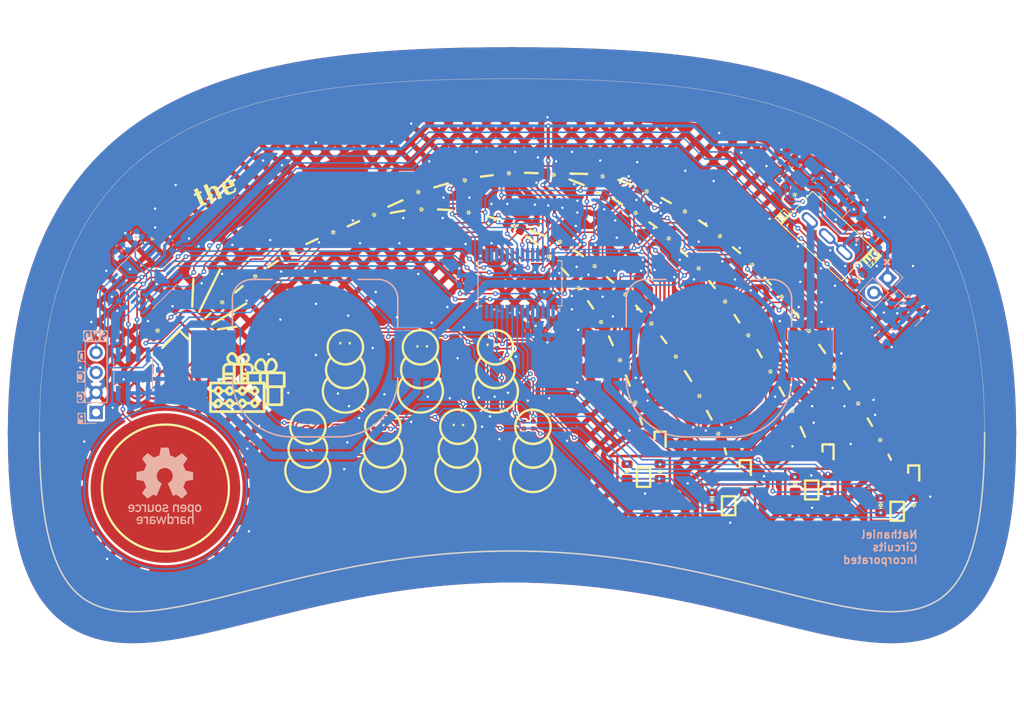
<source format=kicad_pcb>
(kicad_pcb (version 20241229) (generator "pcbnew") (generator_version "9.0")
  (layers (0 "F.Cu" signal) (2 "B.Cu" signal) (13 "F.Paste" user) (15 "B.Paste" user) (5 "F.SilkS" user "F.Silkscreen") (7 "B.SilkS" user "B.Silkscreen") (1 "F.Mask" user) (3 "B.Mask" user) (25 "Edge.Cuts" user))
  (net 0 "")
  (net 1 "VBAT")
  (net 2 "GND")
  (net 3 "VIN")
  (net 4 "/BUZZ")
  (net 5 "Net-(BT1--)")
  (net 6 "Net-(Q1-D)")
  (net 7 "Net-(Q2-G)")
  (net 8 "+3V3")
  (net 9 "Net-(D25-A)")
  (net 13 "SDA")
  (net 14 "SCL")
  (net 18 "/BAT_SNS")
  (net 22 "/LED_INT_B")
  (net 25 "/LED_R_SNS")
  (net 27 "/LED_SD_B")
  (net 28 "Net-(DB1-A)")
  (net 29 "/BAT_WARN_B")
  (net 30 "Net-(DB2-A)")
  (net 31 "/CB3")
  (net 32 "/CB4")
  (net 33 "/CB1")
  (net 34 "/CB5")
  (net 35 "/CB2")
  (net 36 "/CB6")
  (net 37 "/CA2")
  (net 38 "/CA1")
  (net 39 "/CA3")
  (net 40 "/CA4")
  (net 41 "/CA5")
  (net 42 "/CA6")
  (net 43 "/CA7")
  (net 44 "/CA8")
  (net 45 "Net-(U2-L_{x})")
  (net 46 "/CAP_INT")
  (net 47 "SWCLK")
  (net 48 "SWDIO")
  (net 49 "/Touch")
  (net 50 "/BOOT")
  (footprint "LED_SMD:LED_0402_1005Metric_Minimal" (layer "F.Cu") (at 148 94 90)
    (property "Reference" "DS7" (hide yes))
    (property "Value" "LED_Small")
  )
  (footprint "LED_SMD:LED_0805_2012Metric_InnerMarking" (layer "F.Cu") (at 175.7 77.05 147)
    (property "Reference" "DP20" (hide yes))
    (property "Value" "LED_Small")
  )
  (footprint "LED_SMD:LED_0805_2012Metric_InnerMarking" (layer "F.Cu") (at 183.8 100.3 119)
    (property "Reference" "DP35" (hide yes))
    (property "Value" "LED_Small")
  )
  (footprint "LED_SMD:LED_0402_1005Metric_Minimal" (layer "F.Cu") (at 156.9 93.8 90)
    (property "Reference" "DS11" (hide yes))
    (property "Value" "LED_Small")
  )
  (footprint "LED_SMD:LED_0805_2012Metric_InnerMarking" (layer "F.Cu") (at 192.8 97.2 121)
    (property "Reference" "DP25" (hide yes))
    (property "Value" "LED_Small")
  )
  (footprint "LED_SMD:LED_0805_2012Metric_InnerMarking" (layer "F.Cu") (at 204 85.35 47)
    (property "Reference" "DB2" (hide yes))
    (property "Value" "LED")
  )
  (footprint "LED_SMD:LED_0805_2012Metric_InnerMarking" (layer "F.Cu") (at 154 72.9 -165)
    (property "Reference" "DP7" (hide yes))
    (property "Value" "LED_Small")
  )
  (footprint "LED_SMD:LED_0805_2012Metric_InnerMarking" (layer "F.Cu") (at 127.4 85.1 -143)
    (property "Reference" "DP2" (hide yes))
    (property "Value" "LED_Small")
  )
  (footprint "LED_SMD:LED_0805_2012Metric_InnerMarking" (layer "F.Cu") (at 189.6 113.5 90)
    (property "Reference" "DH4" (hide yes))
    (property "Value" "LED_Small")
  )
  (footprint "LED_SMD:LED_0805_2012Metric_InnerMarking" (layer "F.Cu") (at 200.15 111.5 90)
    (property "Reference" "DH6" (hide yes))
    (property "Value" "LED_Small")
  )
  (footprint "LED_SMD:LED_0805_2012Metric_InnerMarking" (layer "F.Cu") (at 174.6 109.9 90)
    (property "Reference" "DH1" (hide yes))
    (property "Value" "LED_Small")
  )
  (footprint "LED_SMD:LED_0805_2012Metric_InnerMarking" (layer "F.Cu") (at 197.7 92.05 127)
    (property "Reference" "DP42" (hide yes))
    (property "Value" "LED_Small")
  )
  (footprint "LED_SMD:LED_0402_1005Metric_Minimal" (layer "F.Cu") (at 161.5 104 90)
    (property "Reference" "DS13" (hide yes))
    (property "Value" "LED_Small")
  )
  (footprint "LED_SMD:LED_0805_2012Metric_InnerMarking" (layer "F.Cu") (at 185.4 113.5 90)
    (property "Reference" "DH3" (hide yes))
    (property "Value" "LED_Small")
  )
  (footprint "LED_SMD:LED_0805_2012Metric_InnerMarking" (layer "F.Cu") (at 148.1 74.4 -165)
    (property "Reference" "DP6" (hide yes))
    (property "Value" "LED_Small")
  )
  (footprint "LED_SMD:LED_0805_2012Metric_InnerMarking" (layer "F.Cu") (at 179.9 80.3 138)
    (property "Reference" "DP21" (hide yes))
    (property "Value" "LED_Small")
  )
  (footprint "LED_SMD:LED_0805_2012Metric_InnerMarking" (layer "F.Cu") (at 195.9 74.75 -133)
    (property "Reference" "DB1" (hide yes))
    (property "Value" "LED")
  )
  (footprint "LED_SMD:LED_0805_2012Metric_InnerMarking" (layer "F.Cu") (at 166.1 80.7 150)
    (property "Reference" "DP30" (hide yes))
    (property "Value" "LED_Small")
  )
  (footprint "LED_SMD:LED_0805_2012Metric_InnerMarking" (layer "F.Cu") (at 137.3 79.5 -157)
    (property "Reference" "DP4" (hide yes))
    (property "Value" "LED_Small")
  )
  (footprint "LED_SMD:LED_0805_2012Metric_InnerMarking" (layer "F.Cu") (at 142.5 77.3 -161)
    (property "Reference" "DP5" (hide yes))
    (property "Value" "LED_Small")
  )
  (footprint "LED_SMD:LED_0805_2012Metric_InnerMarking" (layer "F.Cu") (at 164.7 82.6 136)
    (property "Reference" "DP37" (hide yes))
    (property "Value" "LED_Small")
  )
  (footprint "LED_SMD:LED_0805_2012Metric_InnerMarking" (layer "F.Cu") (at 183.7 84.1 130)
    (property "Reference" "DP22" (hide yes))
    (property "Value" "LED_Small")
  )
  (footprint "LED_SMD:LED_0402_1005Metric_Minimal" (layer "F.Cu") (at 142.5 104 90)
    (property "Reference" "DS5" (hide yes))
    (property "Value" "LED_Small")
  )
  (footprint "LED_SMD:LED_0805_2012Metric_InnerMarking" (layer "F.Cu") (at 148.5 76.6 -176)
    (property "Reference" "DP27" (hide yes))
    (property "Value" "LED_Small")
  )
  (footprint "Aloe:SW_SLW-105558-2A-N-D" (layer "F.Cu") (at 200 80 -43)
    (property "Reference" "S1" (hide yes))
    (property "Value" "SLW-105558-2A-N-D")
  )
  (footprint "LED_SMD:LED_0805_2012Metric_InnerMarking" (layer "F.Cu") (at 186.4 80 141)
    (property "Reference" "DP13" (hide yes))
    (property "Value" "LED_Small")
  )
  (footprint "LED_SMD:LED_0805_2012Metric_InnerMarking" (layer "F.Cu") (at 175.65 101.15 108)
    (property "Reference" "DP41" (hide yes))
    (property "Value" "LED_Small")
  )
  (footprint "LED_SMD:LED_0805_2012Metric_InnerMarking" (layer "F.Cu") (at 123.2 88.4 -138)
    (property "Reference" "DP1" (hide yes))
    (property "Value" "LED_Small")
  )
  (footprint "LED_SMD:LED_0402_1005Metric_Minimal" (layer "F.Cu") (at 158.1 93.8 90)
    (property "Reference" "DS12" (hide yes))
    (property "Value" "LED_Small")
  )
  (footprint "LED_SMD:LED_0805_2012Metric_InnerMarking" (layer "F.Cu") (at 154.5 77 175)
    (property "Reference" "DP28" (hide yes))
    (property "Value" "LED_Small")
  )
  (footprint "LED_SMD:LED_0805_2012Metric_InnerMarking" (layer "F.Cu") (at 181.95 76.85 149)
    (property "Reference" "DP12" (hide yes))
    (property "Value" "LED_Small")
  )
  (footprint "LED_SMD:LED_0805_2012Metric_InnerMarking" (layer "F.Cu") (at 115 92 -135)
    (property "Reference" "DC1" (hide yes))
    (property "Value" "LED_Small")
  )
  (footprint "LED_SMD:LED_0402_1005Metric_Minimal" (layer "F.Cu") (at 134.5 104 90)
    (property "Reference" "DS2" (hide yes))
    (property "Value" "LED_Small")
  )
  (footprint "LED_SMD:LED_0805_2012Metric_InnerMarking" (layer "F.Cu") (at 203.95 101.25 122)
    (property "Reference" "DP17" (hide yes))
    (property "Value" "LED_Small")
  )
  (footprint "LED_SMD:LED_0805_2012Metric_InnerMarking" (layer "F.Cu") (at 173.7 95.75 113)
    (property "Reference" "DP40" (hide yes))
    (property "Value" "LED_Small")
  )
  (footprint "LED_SMD:LED_0805_2012Metric_InnerMarking" (layer "F.Cu") (at 178.8 109.9 90)
    (property "Reference" "DH2" (hide yes))
    (property "Value" "LED_Small")
  )
  (footprint "LED_SMD:LED_0805_2012Metric_InnerMarking" (layer "F.Cu") (at 180.8 95.3 125)
    (property "Reference" "DP34" (hide yes))
    (property "Value" "LED_Small")
  )
  (footprint "LED_SMD:LED_0805_2012Metric_InnerMarking" (layer "F.Cu") (at 170.5 83.8 141)
    (property "Reference" "DP31" (hide yes))
    (property "Value" "LED_Small")
  )
  (footprint "LED_SMD:LED_0805_2012Metric_InnerMarking" (layer "F.Cu") (at 159.6 72 -177)
    (property "Reference" "DP8" (hide yes))
    (property "Value" "LED_Small")
  )
  (footprint "LED_SMD:LED_0805_2012Metric_InnerMarking" (layer "F.Cu") (at 187.05 88.3 126)
    (property "Reference" "DP23" (hide yes))
    (property "Value" "LED_Small")
  )
  (footprint "LED_SMD:LED_0402_1005Metric_Minimal" (layer "F.Cu") (at 162.7 104 90)
    (property "Reference" "DS14" (hide yes))
    (property "Value" "LED_Small")
  )
  (footprint "LED_SMD:LED_0805_2012Metric_InnerMarking" (layer "F.Cu") (at 190.5 83.65 135)
    (property "Reference" "DP14" (hide yes))
    (property "Value" "LED_Small")
  )
  (footprint "LED_SMD:LED_0805_2012Metric_InnerMarking" (layer "F.Cu") (at 195.95 111.5 90)
    (property "Reference" "DH5" (hide yes))
    (property "Value" "LED_Small")
  )
  (footprint "LED_SMD:LED_0805_2012Metric_InnerMarking" (layer "F.Cu") (at 206.8 114.2 90)
    (property "Reference" "DH7" (hide yes))
    (property "Value" "LED_Small")
  )
  (footprint "LED_SMD:LED_0805_2012Metric_InnerMarking" (layer "F.Cu") (at 177.7 91.1 130)
    (property "Reference" "DP33" (hide yes))
    (property "Value" "LED_Small")
  )
  (footprint "LED_SMD:LED_0805_2012Metric_InnerMarking" (layer "F.Cu") (at 194.25 87.7 130)
    (property "Reference" "DP15" (hide yes))
    (property "Value" "LED_Small")
  )
  (footprint "LED_SMD:LED_0402_1005Metric_Minimal" (layer "F.Cu") (at 138.2 93.6 90)
    (property "Reference" "DS3" (hide yes))
    (property "Value" "LED_Small")
  )
  (footprint "LED_SMD:LED_0402_1005Metric_Minimal" (layer "F.Cu") (at 152.6 104 90)
    (property "Reference" "DS9" (hide yes))
    (property "Value" "LED_Small")
  )
  (footprint "LED_SMD:LED_0805_2012Metric_InnerMarking" (layer "F.Cu") (at 211 114.2 90)
    (property "Reference" "DH8" (hide yes))
    (property "Value" "LED_Small")
  )
  (footprint "LED_SMD:LED_0805_2012Metric_InnerMarking" (layer "F.Cu") (at 177.1 74.3 158)
    (property "Reference" "DP11" (hide yes))
    (property "Value" "LED_Small")
  )
  (footprint "LED_SMD:LED_0402_1005Metric_Minimal" (layer "F.Cu") (at 153.8 104 90)
    (property "Reference" "DS10" (hide yes))
    (property "Value" "LED_Small")
  )
  (footprint "LED_SMD:LED_0805_2012Metric_InnerMarking" (layer "F.Cu") (at 174.4 87.4 135)
    (property "Reference" "DP32" (hide yes))
    (property "Value" "LED_Small")
  )
  (footprint "LED_SMD:LED_0805_2012Metric_InnerMarking" (layer "F.Cu") (at 171.3 90.9 120)
    (property "Reference" "DP39" (hide yes))
    (property "Value" "LED_Small")
  )
  (footprint "LED_SMD:LED_0402_1005Metric_Minimal" (layer "F.Cu") (at 149.2 94 90)
    (property "Reference" "DS8" (hide yes))
    (property "Value" "LED_Small")
  )
  (footprint "LED_SMD:LED_0805_2012Metric_InnerMarking" (layer "F.Cu") (at 200.95 96.6 125)
    (property "Reference" "DP16" (hide yes))
    (property "Value" "LED_Small")
  )
  (footprint "LED_SMD:LED_0805_2012Metric_InnerMarking" (layer "F.Cu") (at 160.3 78.7 153)
    (property "Reference" "DP29" (hide yes))
    (property "Value" "LED_Small")
  )
  (footprint "LED_SMD:LED_0402_1005Metric_Minimal" (layer "F.Cu") (at 133.3 104 90)
    (property "Reference" "DS1" (hide yes))
    (property "Value" "LED_Small")
  )
  (footprint "LED_SMD:LED_0402_1005Metric_Minimal" (layer "F.Cu") (at 139.4 93.6 90)
    (property "Reference" "DS4" (hide yes))
    (property "Value" "LED_Small")
  )
  (footprint "LED_SMD:LED_0805_2012Metric_InnerMarking" (layer "F.Cu") (at 171.5 72.4 167)
    (property "Reference" "DP10" (hide yes))
    (property "Value" "LED_Small")
  )
  (footprint "LED_SMD:LED_0805_2012Metric_InnerMarking" (layer "F.Cu") (at 170.9 74.5 160)
    (property "Reference" "DP19" (hide yes))
    (property "Value" "LED_Small")
  )
  (footprint "LED_SMD:LED_0805_2012Metric_InnerMarking" (layer "F.Cu") (at 186.2 105.1 114)
    (property "Reference" "DP36" (hide yes))
    (property "Value" "LED_Small")
  )
  (footprint "LED_SMD:LED_0805_2012Metric_InnerMarking" (layer "F.Cu") (at 168.45 86.6 126)
    (property "Reference" "DP38" (hide yes))
    (property "Value" "LED_Small")
  )
  (footprint "LED_SMD:LED_0805_2012Metric_InnerMarking" (layer "F.Cu") (at 132.1 82 -150)
    (property "Reference" "DP3" (hide yes))
    (property "Value" "LED_Small")
  )
  (footprint "LED_SMD:LED_0805_2012Metric_InnerMarking" (layer "F.Cu") (at 190 92.6 123)
    (property "Reference" "DP24" (hide yes))
    (property "Value" "LED_Small")
  )
  (footprint "LED_SMD:LED_0402_1005Metric_Minimal" (layer "F.Cu") (at 143.7 104 90)
    (property "Reference" "DS6" (hide yes))
    (property "Value" "LED_Small")
  )
  (footprint "LED_SMD:LED_0805_2012Metric_InnerMarking" (layer "F.Cu") (at 165.3 72.2 175)
    (property "Reference" "DP9" (hide yes))
    (property "Value" "LED_Small")
  )
  (footprint "LED_SMD:LED_0805_2012Metric_InnerMarking" (layer "F.Cu") (at 206.75 105.9 121)
    (property "Reference" "DP18" (hide yes))
    (property "Value" "LED_Small")
  )
  (footprint "LED_SMD:LED_0805_2012Metric_InnerMarking" (layer "F.Cu") (at 195.6 102.2 119)
    (property "Reference" "DP26" (hide yes))
    (property "Value" "LED_Small")
  )
  (footprint "TestPoint:TestPoint_Pad_1.0x1.0mm" (layer "F.Cu") (at 115 107)
    (property "Reference" "CB1" (hide yes))
    (property "Value" "Touch Me")
  )
  (footprint "Resistor_SMD:R_0402_1005Metric_Pad0.72x0.64mm_HandSolder" (layer "B.Cu") (at 110.1 81.5 -135)
    (property "Reference" "R12" (hide yes))
    (property "Value" "10k")
  )
  (footprint "Capacitor_SMD:C_0402_1005Metric_Pad0.74x0.62mm_HandSolder" (layer "B.Cu") (at 110.5 88.6 -45)
    (property "Reference" "C1" (hide yes))
    (property "Value" "4u7")
  )
  (footprint "Resistor_SMD:R_0402_1005Metric_Pad0.72x0.64mm_HandSolder" (layer "B.Cu") (at 110.8 82.2 -135)
    (property "Reference" "R11" (hide yes))
    (property "Value" "10k")
  )
  (footprint "Package_TO_SOT_SMD:SOT-23-3" (layer "B.Cu") (at 210.6 89.8 -135)
    (property "Reference" "Q2" (hide yes))
    (property "Value" "AO3400A")
  )
  (footprint "Aloe:BAT_BAT-HLD-003-SMT" (layer "B.Cu") (at 185 95)
    (property "Reference" "BT1" (hide yes))
    (property "Value" "CR2032")
  )
  (footprint "Package_TO_SOT_SMD:TSOT-23-5" (layer "B.Cu") (at 200.6 73.9 135)
    (property "Reference" "U2" (hide yes))
    (property "Value" "MCP1603")
  )
  (footprint "Resistor_SMD:R_0402_1005Metric_Pad0.72x0.64mm_HandSolder" (layer "B.Cu") (at 153.3 85.6 90)
    (property "Reference" "R10" (hide yes))
    (property "Value" "10k")
  )
  (footprint "Diode_SMD:D_SOD-523" (layer "B.Cu") (at 208.6 88.1 -135)
    (property "Reference" "D25" (hide yes))
    (property "Value" "RB521S30T1G")
  )
  (footprint "Resistor_SMD:R_0402_1005Metric_Pad0.72x0.64mm_HandSolder" (layer "B.Cu") (at 194.3 73.3 -45)
    (property "Reference" "R8" (hide yes))
    (property "Value" "1k")
  )
  (footprint "Connector_PinHeader_2.54mm:PinHeader_1x02_P2.54mm_Vertical" (layer "B.Cu") (at 207.669547 85.317525 137)
    (property "Reference" "M1" (hide yes))
    (property "Value" "Motor_DC")
  )
  (footprint "Resistor_SMD:R_0402_1005Metric_Pad0.72x0.64mm_HandSolder" (layer "B.Cu") (at 208 92.2 -45)
    (property "Reference" "R1" (hide yes))
    (property "Value" "100")
  )
  (footprint "Capacitor_SMD:C_0402_1005Metric_Pad0.74x0.62mm_HandSolder" (layer "B.Cu") (at 202.8 75.5 -135)
    (property "Reference" "C5" (hide yes))
    (property "Value" "4u7")
  )
  (footprint "Resistor_SMD:R_0402_1005Metric_Pad0.72x0.64mm_HandSolder" (layer "B.Cu") (at 112.6 80.5 45)
    (property "Reference" "R4" (hide yes))
    (property "Value" "0")
  )
  (footprint "Aloe:SOIC127P600X175-8N" (layer "B.Cu") (at 111.9 97.5 -90)
    (property "Reference" "U4" (hide yes))
    (property "Value" "CAP1203-1-SN")
  )
  (footprint "Inductor_SMD:L_1008_2520Metric_Pad1.43x2.20mm_HandSolder" (layer "B.Cu") (at 197.4 71.9 -135)
    (property "Reference" "L1" (hide yes))
    (property "Value" "MAMK2520T4R7M")
  )
  (footprint "Package_TO_SOT_SMD:SOT-23-3" (layer "B.Cu") (at 203.482843 78.317158 45)
    (property "Reference" "Q1" (hide yes))
    (property "Value" "PJA3401A")
  )
  (footprint "Capacitor_SMD:C_0402_1005Metric_Pad0.74x0.62mm_HandSolder" (layer "B.Cu") (at 195.4 71 45)
    (property "Reference" "C4" (hide yes))
    (property "Value" "4u7")
  )
  (footprint "Capacitor_SMD:C_0402_1005Metric_Pad0.74x0.62mm_HandSolder" (layer "B.Cu") (at 117.2 81.4 45)
    (property "Reference" "C2" (hide yes))
    (property "Value" "4u7")
  )
  (footprint "Resistor_SMD:R_0402_1005Metric_Pad0.72x0.64mm_HandSolder" (layer "B.Cu") (at 207.1 93 -45)
    (property "Reference" "R2" (hide yes))
    (property "Value" "10k")
  )
  (footprint "Resistor_SMD:R_0402_1005Metric_Pad0.72x0.64mm_HandSolder" (layer "B.Cu") (at 111.9 79.8 45)
    (property "Reference" "R3" (hide yes))
    (property "Value" "10k")
  )
  (footprint "Resistor_SMD:R_0402_1005Metric_Pad0.72x0.64mm_HandSolder" (layer "B.Cu") (at 204 85.3 45)
    (property "Reference" "R9" (hide yes))
    (property "Value" "1k")
  )
  (footprint "Capacitor_SMD:C_0402_1005Metric_Pad0.74x0.62mm_HandSolder" (layer "B.Cu") (at 194.5 70.2 45)
    (property "Reference" "C7" (hide yes))
    (property "Value" "4u7")
  )
  (footprint "Resistor_SMD:R_0402_1005Metric_Pad0.72x0.64mm_HandSolder" (layer "B.Cu") (at 206.2 81.9 -135)
    (property "Reference" "R6" (hide yes))
    (property "Value" "100k")
  )
  (footprint "Resistor_SMD:R_0402_1005Metric_Pad0.72x0.64mm_HandSolder" (layer "B.Cu") (at 206.1 80.2 -135)
    (property "Reference" "R5" (hide yes))
    (property "Value" "100k")
  )
  (footprint "Aloe:BAT_BAT-HLD-003-SMT" (layer "B.Cu") (at 135 95)
    (property "Reference" "BT2" (hide yes))
    (property "Value" "CR2032")
  )
  (footprint "Capacitor_SMD:C_0402_1005Metric_Pad0.74x0.62mm_HandSolder" (layer "B.Cu") (at 164.6 92 -90)
    (property "Reference" "C3" (hide yes))
    (property "Value" "4u7")
  )
  (footprint "Package_SO:SSOP-28_5.3x10.2mm_P0.65mm" (layer "B.Cu") (at 161 86 90)
    (property "Reference" "U3" (hide yes))
    (property "Value" "IS31FL3731-SA")
  )
  (footprint "Capacitor_SMD:C_0402_1005Metric_Pad0.74x0.62mm_HandSolder" (layer "B.Cu") (at 115.1 97.5675 -90)
    (property "Reference" "C6" (hide yes))
    (property "Value" "4u7")
  )
  (footprint "Resistor_SMD:R_0402_1005Metric_Pad0.72x0.64mm_HandSolder" (layer "B.Cu") (at 162 92 -90)
    (property "Reference" "R7" (hide yes))
    (property "Value" "20k")
  )
  (footprint "Connector_PinHeader_2.54mm:PinHeader_1x04_P2.54mm_Vertical" (layer "B.Cu") (at 107.2 102.41)
    (property "Reference" "J1" (hide yes))
    (property "Value" "SWD")
  )
  (footprint "Package_SO:TSSOP-20_4.4x6.5mm_P0.65mm" (layer "B.Cu") (at 113.5 85.3 -135)
    (property "Reference" "U1" (hide yes))
    (property "Value" "STM32F030F4")
  )
  (gr_curve (pts (xy 220 105) (xy 220 65) (xy 195 60) (xy 160 60)) (stroke (width 8)) (layer "F.Cu"))
  (gr_poly (pts (xy 121.505209 94.155353) (xy 121.499747 94.152877) (xy 121.502562 94.150062)) (fill yes) (layer "F.Cu"))
  (gr_poly (pts (xy 118.829407 89.328139) (xy 118.889058 89.334356) (xy 118.948059 89.343814) (xy 119.006292 89.356469) (xy 119.063641 89.372279) (xy 119.11999 89.3912) (xy 119.175223 89.413192) (xy 119.229224 89.438211) (xy 119.281876 89.466213) (xy 119.333062 89.497158) (xy 119.382668 89.531001) (xy 119.430576 89.567701) (xy 119.47667 89.607215) (xy 119.520834 89.6495) (xy 122.428605 92.554625) (xy 122.466676 92.59458) (xy 122.502487 92.636015) (xy 122.536011 92.678861) (xy 122.567222 92.723049) (xy 122.596092 92.768507) (xy 122.622593 92.815167) (xy 122.6467 92.862959) (xy 122.668384 92.911812) (xy 122.687618 92.961658) (xy 122.704377 93.012426) (xy 122.718631 93.064047) (xy 122.730354 93.116451) (xy 122.73952 93.169568) (xy 122.7461 93.223328) (xy 122.750068 93.277662) (xy 122.751397 93.3325) (xy 122.750068 93.387367) (xy 122.7461 93.441785) (xy 122.73952 93.495676) (xy 122.730354 93.548962) (xy 122.718631 93.601566) (xy 122.704377 93.65341) (xy 122.687618 93.704418) (xy 122.668384 93.75451) (xy 122.6467 93.803611) (xy 122.622593 93.851641) (xy 122.596092 93.898525) (xy 122.567222 93.944184) (xy 122.536011 93.98854) (xy 122.502487 94.031517) (xy 122.466676 94.073036) (xy 122.428605 94.113021) (xy 122.423312 94.11302) (xy 122.392066 94.143072) (xy 122.359873 94.171704) (xy 122.326781 94.19891) (xy 122.292834 94.224683) (xy 122.222563 94.271894) (xy 122.149427 94.313277) (xy 122.073795 94.348768) (xy 121.996036 94.378306) (xy 121.916517 94.401829) (xy 121.835606 94.419275) (xy 121.753673 94.430582) (xy 121.671084 94.435688) (xy 121.588209 94.43453) (xy 121.505415 94.427047) (xy 121.423071 94.413177) (xy 121.341544 94.392858) (xy 121.301202 94.380261) (xy 121.261203 94.366028) (xy 121.221593 94.350151) (xy 121.182417 94.332624) (xy 121.161615 94.322891) (xy 121.14089 94.312553) (xy 121.120258 94.301626) (xy 121.099735 94.290125) (xy 121.079335 94.278067) (xy 121.059075 94.265465) (xy 121.038971 94.252337) (xy 121.019037 94.238697) (xy 120.999288 94.224561) (xy 120.979742 94.209945) (xy 120.960412 94.194863) (xy 120.941315 94.179332) (xy 120.922466 94.163366) (xy 120.903881 94.146982) (xy 120.885575 94.130195) (xy 120.867563 94.11302) (xy 117.962439 91.207895) (xy 117.944828 91.190347) (xy 117.927717 91.172435) (xy 117.91111 91.154166) (xy 117.895011 91.135548) (xy 117.879423 91.11659) (xy 117.864351 91.097297) (xy 117.849799 91.07768) (xy 117.835769 91.057744) (xy 117.822267 91.037499) (xy 117.809295 91.016951) (xy 117.796858 90.996109) (xy 117.78496 90.97498) (xy 117.773605 90.953571) (xy 117.762796 90.931892) (xy 117.752537 90.909949) (xy 117.742833 90.88775) (xy 117.70943 90.809371) (xy 117.682599 90.729274) (xy 117.66228 90.647852) (xy 117.64841 90.565496) (xy 117.640928 90.482597) (xy 117.639936 90.411453) (xy 117.934577 90.411453) (xy 117.935527 90.471952) (xy 117.941063 90.532423) (xy 117.951233 90.592599) (xy 117.96609 90.652214) (xy 117.975291 90.681727) (xy 117.985682 90.710999) (xy 117.99727 90.739997) (xy 118.010061 90.768687) (xy 118.017193 90.784934) (xy 118.024696 90.800933) (xy 118.032571 90.816684) (xy 118.040819 90.832187) (xy 118.049439 90.847442) (xy 118.05843 90.862449) (xy 118.067794 90.877208) (xy 118.07753 90.891719) (xy 118.087638 90.905981) (xy 118.098118 90.919996) (xy 118.10897 90.933763) (xy 118.120194 90.947281) (xy 118.13179 90.960552) (xy 118.143758 90.973574) (xy 118.156098 90.986349) (xy 118.168811 90.998875) (xy 121.073935 93.904) (xy 121.086956 93.916742) (xy 121.100213 93.929166) (xy 121.113695 93.941265) (xy 121.127389 93.95303) (xy 121.141286 93.964455) (xy 121.155372 93.97553) (xy 121.169637 93.986249) (xy 121.184068 93.996604) (xy 121.198654 94.006586) (xy 121.213384 94.016189) (xy 121.228246 94.025404) (xy 121.243227 94.034224) (xy 121.258318 94.042641) (xy 121.273505 94.050647) (xy 121.288777 94.058235) (xy 121.304123 94.065396) (xy 121.361811 94.089774) (xy 121.420596 94.109362) (xy 121.480211 94.124206) (xy 121.540387 94.134353) (xy 121.600859 94.139849) (xy 121.661357 94.14074) (xy 121.721615 94.137074) (xy 121.781365 94.128896) (xy 121.84034 94.116253) (xy 121.898273 94.099192) (xy 121.954895 94.077759) (xy 122.009941 94.052001) (xy 122.063141 94.021964) (xy 122.114229 93.987695) (xy 122.162937 93.94924) (xy 122.208999 93.906646) (xy 122.209 93.901353) (xy 122.236497 93.872467) (xy 122.262417 93.842406) (xy 122.286733 93.811237) (xy 122.309417 93.779025) (xy 122.330442 93.745836) (xy 122.349781 93.711737) (xy 122.367407 93.676793) (xy 122.383293 93.641069) (xy 122.397412 93.604633) (xy 122.409736 93.567549) (xy 122.420239 93.529884) (xy 122.428892 93.491704) (xy 122.43567 93.453074) (xy 122.440545 93.41406) (xy 122.44349 93.374729) (xy 122.444478 93.335145) (xy 122.44349 93.295126) (xy 122.440545 93.25547) (xy 122.43567 93.216234) (xy 122.428892 93.17747) (xy 122.420239 93.139233) (xy 122.409736 93.101578) (xy 122.397412 93.064558) (xy 122.383293 93.028229) (xy 122.367407 92.992643) (xy 122.349781 92.957856) (xy 122.330442 92.923921) (xy 122.309417 92.890893) (xy 122.286733 92.858827) (xy 122.262417 92.827776) (xy 122.236497 92.797794) (xy 122.209 92.768937) (xy 119.301228 89.863812) (xy 119.269215 89.83306) (xy 119.235744 89.804322) (xy 119.200909 89.777631) (xy 119.164802 89.753018) (xy 119.127518 89.730513) (xy 119.089148 89.710147) (xy 119.049786 89.691952) (xy 119.009525 89.675958) (xy 118.968458 89.662197) (xy 118.926677 89.650699) (xy 118.884277 89.641495) (xy 118.841349 89.634617) (xy 118.797987 89.630095) (xy 118.754284 89.627961) (xy 118.710333 89.628245) (xy 118.666227 89.630979) (xy 118.631572 89.634727) (xy 118.5971 89.640007) (xy 118.562867 89.646798) (xy 118.528933 89.655081) (xy 118.495356 89.664837) (xy 118.462193 89.676046) (xy 118.429504 89.688689) (xy 118.397345 89.702747) (xy 118.365775 89.7182) (xy 118.334852 89.735029) (xy 118.304635 89.753215) (xy 118.275182 89.772738) (xy 118.24655 89.793578) (xy 118.218798 89.815717) (xy 118.191983 89.839135) (xy 118.166165 89.863812) (xy 118.144594 89.886495) (xy 118.124037 89.909873) (xy 118.085989 89.958582) (xy 118.052073 90.00967) (xy 118.022339 90.06287) (xy 117.996838 90.117915) (xy 117.975619 90.174537) (xy 117.958733 90.23247) (xy 117.94623 90.291445) (xy 117.938161 90.351195) (xy 117.934577 90.411453) (xy 117.639936 90.411453) (xy 117.63977 90.399547) (xy 117.644876 90.316738) (xy 117.656183 90.23456) (xy 117.673629 90.153405) (xy 117.697152 90.073665) (xy 117.72669 89.995731) (xy 117.762182 89.919995) (xy 117.803564 89.846848) (xy 117.850776 89.776681) (xy 117.903755 89.709886) (xy 117.962439 89.646854) (xy 117.998272 89.613435) (xy 118.035292 89.581664) (xy 118.073443 89.551575) (xy 118.112672 89.523203) (xy 118.152924 89.496582) (xy 118.194145 89.471748) (xy 118.236281 89.448736) (xy 118.279277 89.427581) (xy 118.323079 89.408316) (xy 118.367633 89.390978) (xy 118.412885 89.375601) (xy 118.45878 89.36222) (xy 118.505264 89.35087) (xy 118.552283 89.341586) (xy 118.599783 89.334402) (xy 118.647709 89.329354) (xy 118.708616 89.325595) (xy 118.769221 89.325204)) (fill yes) (layer "F.Cu"))
  (gr_poly (pts (xy 198.032625 106.174802) (xy 198.044458 106.176197) (xy 198.056168 106.178523) (xy 198.067692 106.181778) (xy 198.078968 106.185964) (xy 198.089934 106.19108) (xy 198.100527 106.197126) (xy 198.105665 106.200498) (xy 198.110687 106.204102) (xy 202.396937 109.429373) (xy 202.401797 109.43317) (xy 202.406455 109.437117) (xy 202.410911 109.441206) (xy 202.415163 109.445434) (xy 202.419212 109.449793) (xy 202.423057 109.454278) (xy 202.426698 109.458883) (xy 202.430134 109.463603) (xy 202.433364 109.468431) (xy 202.436389 109.473362) (xy 202.439207 109.47839) (xy 202.441818 109.483509) (xy 202.444222 109.488713) (xy 202.446418 109.493997) (xy 202.448405 109.499354) (xy 202.450184 109.504779) (xy 202.451754 109.510266) (xy 202.453114 109.515809) (xy 202.454263 109.521403) (xy 202.455202 109.527041) (xy 202.45593 109.532718) (xy 202.456446 109.538428) (xy 202.456749 109.544165) (xy 202.45684 109.549923) (xy 202.456718 109.555697) (xy 202.456382 109.561481) (xy 202.455832 109.567268) (xy 202.455068 109.573054) (xy 202.454088 109.578831) (xy 202.452893 109.584595) (xy 202.451481 109.59034) (xy 202.449853 109.59606) (xy 202.447769 109.60171) (xy 202.445487 109.607247) (xy 202.443013 109.612667) (xy 202.44035 109.617966) (xy 202.437503 109.623138) (xy 202.434476 109.62818) (xy 202.431274 109.633088) (xy 202.427901 109.637856) (xy 202.424362 109.642481) (xy 202.42066 109.646958) (xy 202.4168 109.651283) (xy 202.412786 109.655452) (xy 202.408623 109.65946) (xy 202.404316 109.663302) (xy 202.399868 109.666975) (xy 202.395283 109.670474) (xy 202.390567 109.673795) (xy 202.385724 109.676933) (xy 202.380757 109.679884) (xy 202.375672 109.682644) (xy 202.370473 109.685208) (xy 202.365163 109.687572) (xy 202.359748 109.689731) (xy 202.354232 109.691682) (xy 202.348618 109.69342) (xy 202.342913 109.69494) (xy 202.337119 109.696238) (xy 202.331241 109.69731) (xy 202.325284 109.698151) (xy 202.319251 109.698757) (xy 202.313148 109.699124) (xy 202.306979 109.699247) (xy 193.734479 109.699247) (xy 193.728542 109.699124) (xy 193.722642 109.698757) (xy 193.710976 109.69731) (xy 193.699527 109.69494) (xy 193.688342 109.691682) (xy 193.677467 109.687572) (xy 193.666948 109.682644) (xy 193.656832 109.676933) (xy 193.647166 109.670474) (xy 193.637996 109.663302) (xy 193.629369 109.655452) (xy 193.621331 109.646958) (xy 193.613928 109.637856) (xy 193.607207 109.62818) (xy 193.601215 109.617966) (xy 193.595998 109.607247) (xy 193.591603 109.59606) (xy 193.588128 109.584566) (xy 193.585629 109.572945) (xy 193.584092 109.561254) (xy 193.5835 109.549551) (xy 193.583839 109.537895) (xy 193.585092 109.526343) (xy 193.587244 109.514954) (xy 193.59028 109.503786) (xy 193.594185 109.492898) (xy 193.598941 109.482346) (xy 193.604535 109.47219) (xy 193.610951 109.462487) (xy 193.618173 109.453295) (xy 193.626185 109.444674) (xy 193.634973 109.43668) (xy 193.64452 109.429373) (xy 193.683199 109.400269) (xy 194.186917 109.400269) (xy 201.859833 109.400269) (xy 198.023375 106.513664) (xy 194.186917 109.400269) (xy 193.683199 109.400269) (xy 197.93077 106.204102) (xy 197.935792 106.200498) (xy 197.94093 106.197126) (xy 197.951524 106.19108) (xy 197.962489 106.185964) (xy 197.973765 106.181778) (xy 197.985289 106.178523) (xy 197.996999 106.176197) (xy 198.008833 106.174802) (xy 198.020729 106.174337)) (fill yes) (layer "F.Cu"))
  (gr_poly (pts (xy 117.209873 97.749129) (xy 117.264747 97.754086) (xy 117.318903 97.761735) (xy 117.372265 97.772012) (xy 117.424757 97.784853) (xy 117.476306 97.800197) (xy 117.526835 97.817978) (xy 117.576269 97.838133) (xy 117.624534 97.860599) (xy 117.671555 97.885313) (xy 117.717256 97.912211) (xy 117.761562 97.941229) (xy 117.804398 97.972304) (xy 117.845689 98.005373) (xy 117.88536 98.040372) (xy 117.923336 98.077237) (xy 117.959542 98.115906) (xy 117.993902 98.156315) (xy 118.026342 98.198399) (xy 118.056787 98.242097) (xy 118.085161 98.287344) (xy 118.111389 98.334076) (xy 118.135396 98.382232) (xy 118.157108 98.431746) (xy 118.176448 98.482555) (xy 118.193343 98.534597) (xy 118.207716 98.587807) (xy 118.219493 98.642122) (xy 118.228598 98.697478) (xy 118.234958 98.753813) (xy 118.238558 98.808774) (xy 118.239453 98.86347) (xy 118.237667 98.917826) (xy 118.233221 98.971763) (xy 118.22614 99.025204) (xy 118.216447 99.078072) (xy 118.204165 99.130288) (xy 118.189317 99.181776) (xy 118.171926 99.232458) (xy 118.152017 99.282256) (xy 118.129611 99.331092) (xy 118.104733 99.378891) (xy 118.077405 99.425572) (xy 118.047651 99.471061) (xy 118.015494 99.515278) (xy 117.980958 99.558146) (xy 117.973015 99.567944) (xy 117.965041 99.577494) (xy 117.957006 99.586796) (xy 117.948877 99.595849) (xy 117.940624 99.604655) (xy 117.932217 99.613213) (xy 117.923623 99.621522) (xy 117.914812 99.629584) (xy 117.914812 99.632228) (xy 117.879938 99.665618) (xy 117.843809 99.69731) (xy 117.80647 99.727281) (xy 117.767969 99.755507) (xy 117.728351 99.781967) (xy 117.687663 99.806636) (xy 117.645953 99.829491) (xy 117.603265 99.85051) (xy 117.559648 99.869667) (xy 117.515146 99.886942) (xy 117.469808 99.902309) (xy 117.423679 99.915746) (xy 117.376806 99.92723) (xy 117.329235 99.936737) (xy 117.281013 99.944244) (xy 117.232186 99.949729) (xy 117.177226 99.953329) (xy 117.122529 99.954224) (xy 117.068173 99.952437) (xy 117.014236 99.947992) (xy 116.960795 99.940911) (xy 116.907927 99.931218) (xy 116.855711 99.918935) (xy 116.804223 99.904088) (xy 116.753541 99.886697) (xy 116.703743 99.866788) (xy 116.654906 99.844382) (xy 116.607108 99.819504) (xy 116.560426 99.792176) (xy 116.514938 99.762422) (xy 116.470721 99.730265) (xy 116.427853 99.695729) (xy 116.386685 99.659589) (xy 116.347548 99.621666) (xy 116.310488 99.582038) (xy 116.275552 99.540782) (xy 116.242787 99.497976) (xy 116.212239 99.453697) (xy 116.183953 99.408023) (xy 116.157978 99.361031) (xy 116.13436 99.312799) (xy 116.113144 99.263404) (xy 116.094377 99.212924) (xy 116.078107 99.161436) (xy 116.064379 99.109018) (xy 116.05324 99.055748) (xy 116.044737 99.001702) (xy 116.038916 98.946959) (xy 116.035417 98.890378) (xy 116.0348 98.83429) (xy 116.035007 98.829073) (xy 116.335203 98.829073) (xy 116.335249 98.874561) (xy 116.337895 98.920498) (xy 116.342325 98.960426) (xy 116.348649 98.999807) (xy 116.356842 99.03859) (xy 116.366876 99.076727) (xy 116.378723 99.114166) (xy 116.392358 99.150857) (xy 116.407751 99.18675) (xy 116.424878 99.221793) (xy 116.443709 99.255938) (xy 116.464219 99.289133) (xy 116.48638 99.321328) (xy 116.510165 99.352473) (xy 116.535546 99.382517) (xy 116.562497 99.41141) (xy 116.590991 99.439101) (xy 116.621 99.46554) (xy 116.652275 99.490497) (xy 116.684541 99.51376) (xy 116.717738 99.53531) (xy 116.751803 99.555127) (xy 116.786674 99.573192) (xy 116.82229 99.589487) (xy 116.858587 99.60399) (xy 116.895505 99.616684) (xy 116.932981 99.627548) (xy 116.970952 99.636564) (xy 117.009358 99.643711) (xy 117.048136 99.648971) (xy 117.087224 99.652324) (xy 117.12656 99.653751) (xy 117.166082 99.653233) (xy 117.205728 99.650749) (xy 117.245685 99.64629) (xy 117.285145 99.639887) (xy 117.324047 99.631576) (xy 117.362329 99.621397) (xy 117.399928 99.609389) (xy 117.436784 99.59559) (xy 117.472834 99.580039) (xy 117.508015 99.562775) (xy 117.542266 99.543837) (xy 117.575525 99.523263) (xy 117.60773 99.501093) (xy 117.638818 99.477364) (xy 117.668729 99.452116) (xy 117.697399 99.425388) (xy 117.724767 99.397218) (xy 117.750771 99.367645) (xy 117.775727 99.33637) (xy 117.79899 99.304104) (xy 117.82054 99.270907) (xy 117.840357 99.236842) (xy 117.858422 99.20197) (xy 117.874717 99.166355) (xy 117.88922 99.130057) (xy 117.901914 99.09314) (xy 117.912778 99.055664) (xy 117.921794 99.017692) (xy 117.928941 98.979287) (xy 117.934201 98.940509) (xy 117.937555 98.901421) (xy 117.938981 98.862085) (xy 117.938463 98.822563) (xy 117.935979 98.782917) (xy 117.931244 98.741841) (xy 117.924517 98.701493) (xy 117.915852 98.661918) (xy 117.905304 98.623159) (xy 117.892926 98.585263) (xy 117.878773 98.548274) (xy 117.8629 98.512238) (xy 117.845359 98.477199) (xy 117.826207 98.443203) (xy 117.805496 98.410294) (xy 117.783282 98.378518) (xy 117.759618 98.34792) (xy 117.734559 98.318545) (xy 117.708159 98.290437) (xy 117.680472 98.263642) (xy 117.651552 98.238206) (xy 117.621455 98.214172) (xy 117.590233 98.191587) (xy 117.557942 98.170494) (xy 117.524635 98.15094) (xy 117.490367 98.132969) (xy 117.455192 98.116626) (xy 117.419165 98.101957) (xy 117.382339 98.089006) (xy 117.344769 98.077818) (xy 117.306509 98.068439) (xy 117.267613 98.060914) (xy 117.228136 98.055287) (xy 117.188132 98.051604) (xy 117.147655 98.049909) (xy 117.10676 98.050249) (xy 117.0655 98.052667) (xy 117.029073 98.056474) (xy 116.993231 98.061912) (xy 116.958001 98.068939) (xy 116.92341 98.077513) (xy 116.889487 98.08759) (xy 116.856257 98.099129) (xy 116.823748 98.112086) (xy 116.791987 98.126419) (xy 116.761001 98.142086) (xy 116.730817 98.159043) (xy 116.701463 98.177247) (xy 116.672965 98.196658) (xy 116.645351 98.217231) (xy 116.618648 98.238924) (xy 116.592883 98.261695) (xy 116.569599 98.284044) (xy 116.541285 98.313908) (xy 116.513518 98.346497) (xy 116.487496 98.380544) (xy 116.463284 98.415971) (xy 116.440947 98.4527) (xy 116.420552 98.490654) (xy 116.402165 98.529755) (xy 116.385852 98.569926) (xy 116.371677 98.611089) (xy 116.359708 98.653166) (xy 116.350011 98.696081) (xy 116.34265 98.739755) (xy 116.337692 98.784111) (xy 116.335203 98.829073) (xy 116.035007 98.829073) (xy 116.037002 98.77877) (xy 116.041959 98.723892) (xy 116.049608 98.669732) (xy 116.059885 98.616363) (xy 116.072727 98.56386) (xy 116.08807 98.512298) (xy 116.105851 98.461751) (xy 116.126006 98.412295) (xy 116.148472 98.364003) (xy 116.173186 98.316951) (xy 116.200084 98.271212) (xy 116.229102 98.226862) (xy 116.260177 98.183975) (xy 116.293246 98.142625) (xy 116.328245 98.102888) (xy 116.36511 98.064838) (xy 116.403779 98.028549) (xy 116.444187 97.994097) (xy 116.486272 97.961555) (xy 116.52997 97.930998) (xy 116.575217 97.902502) (xy 116.621949 97.87614) (xy 116.670104 97.851987) (xy 116.719618 97.830118) (xy 116.770428 97.810608) (xy 116.822469 97.79353) (xy 116.875679 97.77896) (xy 116.929994 97.766972) (xy 116.985351 97.757641) (xy 117.041686 97.751042) (xy 117.098267 97.747543) (xy 117.154354 97.746927)) (fill yes) (layer "F.Cu"))
  (gr_curve (pts (xy 160 120) (xy 200 120) (xy 220 145) (xy 220 105)) (stroke (width 8)) (layer "F.Cu"))
  (gr_poly (pts (xy 212.233461 112.084151) (xy 212.241023 112.084723) (xy 212.248486 112.085664) (xy 212.255842 112.086967) (xy 212.263079 112.088622) (xy 212.270188 112.090622) (xy 212.277158 112.092956) (xy 212.283979 112.095617) (xy 212.290642 112.098596) (xy 212.297135 112.101884) (xy 212.30345 112.105473) (xy 212.309575 112.109353) (xy 212.3155 112.113516) (xy 212.321215 112.117953) (xy 212.326711 112.122656) (xy 212.331976 112.127615) (xy 212.337001 112.132823) (xy 212.341776 112.13827) (xy 212.34629 112.143947) (xy 212.350533 112.149847) (xy 212.354495 112.155959) (xy 212.358166 112.162276) (xy 212.361536 112.168789) (xy 212.364594 112.175488) (xy 212.367331 112.182366) (xy 212.369735 112.189414) (xy 212.371798 112.196622) (xy 212.373508 112.203983) (xy 212.374857 112.211486) (xy 212.375832 112.219125) (xy 212.376425 112.22689) (xy 212.376625 112.234771) (xy 212.376625 116.161188) (xy 212.376432 116.168837) (xy 212.375861 116.176398) (xy 212.37492 116.183861) (xy 212.373617 116.191217) (xy 212.371962 116.198454) (xy 212.369962 116.205563) (xy 212.367628 116.212533) (xy 212.364966 116.219355) (xy 212.361987 116.226017) (xy 212.358699 116.232511) (xy 212.355111 116.238825) (xy 212.351231 116.24495) (xy 212.347068 116.250875) (xy 212.342631 116.256591) (xy 212.337928 116.262086) (xy 212.332968 116.267352) (xy 212.327761 116.272377) (xy 212.322314 116.277151) (xy 212.316636 116.281665) (xy 212.310737 116.285908) (xy 212.304625 116.289871) (xy 212.298308 116.293542) (xy 212.291795 116.296911) (xy 212.285095 116.29997) (xy 212.278217 116.302706) (xy 212.27117 116.305111) (xy 212.263962 116.307173) (xy 212.256601 116.308884) (xy 212.249097 116.310232) (xy 212.241459 116.311207) (xy 212.233694 116.3118) (xy 212.225812 116.312) (xy 205.56625 116.312) (xy 205.558601 116.311808) (xy 205.55104 116.311236) (xy 205.543576 116.310295) (xy 205.536221 116.308992) (xy 205.528983 116.307337) (xy 205.521875 116.305337) (xy 205.514904 116.303003) (xy 205.508083 116.300342) (xy 205.50142 116.297363) (xy 205.494927 116.294075) (xy 205.488612 116.290486) (xy 205.482488 116.286606) (xy 205.476562 116.282443) (xy 205.470847 116.278006) (xy 205.465351 116.273303) (xy 205.460086 116.268344) (xy 205.455061 116.263136) (xy 205.450286 116.257689) (xy 205.445772 116.252012) (xy 205.441529 116.246112) (xy 205.437567 116.24) (xy 205.433896 116.233683) (xy 205.430526 116.22717) (xy 205.427468 116.220471) (xy 205.424731 116.213593) (xy 205.422327 116.206545) (xy 205.420264 116.199337) (xy 205.418554 116.191976) (xy 205.417206 116.184472) (xy 205.41623 116.176834) (xy 205.415638 116.169069) (xy 205.415438 116.161188) (xy 205.415438 116.013021) (xy 205.717062 116.013021) (xy 212.077645 116.013021) (xy 212.077645 112.388229) (xy 205.717062 112.388229) (xy 205.717062 116.013021) (xy 205.415438 116.013021) (xy 205.415438 112.234771) (xy 205.41563 112.227122) (xy 205.416201 112.219561) (xy 205.417143 112.212097) (xy 205.418445 112.204742) (xy 205.420101 112.197505) (xy 205.4221 112.190396) (xy 205.424435 112.183426) (xy 205.427096 112.176604) (xy 205.430075 112.169941) (xy 205.433363 112.163448) (xy 205.436951 112.157134) (xy 205.440831 112.151009) (xy 205.444994 112.145083) (xy 205.449432 112.139368) (xy 205.454134 112.133872) (xy 205.459094 112.128607) (xy 205.464301 112.123582) (xy 205.469748 112.118807) (xy 205.475426 112.114293) (xy 205.481325 112.11005) (xy 205.487438 112.106088) (xy 205.493755 112.102417) (xy 205.500267 112.099047) (xy 205.506967 112.095989) (xy 205.513845 112.093253) (xy 205.520892 112.090848) (xy 205.528101 112.088786) (xy 205.535461 112.087075) (xy 205.542965 112.085727) (xy 205.550604 112.084752) (xy 205.558368 112.084159) (xy 205.56625 112.083959) (xy 212.225812 112.083959)) (fill yes) (layer "F.Cu"))
  (gr_poly (pts (xy 180.036666 107.797815) (xy 180.044228 107.798387) (xy 180.051691 107.799328) (xy 180.059047 107.800631) (xy 180.066284 107.802286) (xy 180.073393 107.804286) (xy 180.080363 107.80662) (xy 180.087184 107.809281) (xy 180.093847 107.81226) (xy 180.10034 107.815548) (xy 180.106655 107.819137) (xy 180.11278 107.823017) (xy 180.118705 107.82718) (xy 180.12442 107.831617) (xy 180.129916 107.83632) (xy 180.135181 107.841279) (xy 180.140206 107.846487) (xy 180.144981 107.851934) (xy 180.149495 107.857611) (xy 180.153738 107.863511) (xy 180.1577 107.869623) (xy 180.161371 107.87594) (xy 180.164741 107.882453) (xy 180.167799 107.889152) (xy 180.170536 107.89603) (xy 180.17294 107.903078) (xy 180.175003 107.910286) (xy 180.176713 107.917647) (xy 180.178062 107.92515) (xy 180.179037 107.932789) (xy 180.17963 107.940554) (xy 180.17983 107.948435) (xy 180.17983 111.874852) (xy 180.179637 111.882501) (xy 180.179066 111.890062) (xy 180.178125 111.897525) (xy 180.176822 111.904881) (xy 180.175167 111.912118) (xy 180.173167 111.919227) (xy 180.170833 111.926197) (xy 180.168171 111.933019) (xy 180.165192 111.939681) (xy 180.161904 111.946175) (xy 180.158316 111.952489) (xy 180.154436 111.958614) (xy 180.150273 111.964539) (xy 180.145836 111.970255) (xy 180.141133 111.97575) (xy 180.136173 111.981016) (xy 180.130966 111.986041) (xy 180.125519 111.990815) (xy 180.119841 111.995329) (xy 180.113942 111.999572) (xy 180.10783 112.003535) (xy 180.101513 112.007206) (xy 180.095 112.010575) (xy 180.0883 112.013634) (xy 180.081422 112.01637) (xy 180.074375 112.018775) (xy 180.067167 112.020837) (xy 180.059806 112.022548) (xy 180.052302 112.023896) (xy 180.044664 112.024871) (xy 180.036899 112.025464) (xy 180.029017 112.025664) (xy 173.369455 112.025664) (xy 173.361806 112.025472) (xy 173.354245 112.0249) (xy 173.346781 112.023959) (xy 173.339426 112.022656) (xy 173.332188 112.021001) (xy 173.32508 112.019001) (xy 173.318109 112.016667) (xy 173.311288 112.014006) (xy 173.304625 112.011027) (xy 173.298132 112.007739) (xy 173.291817 112.00415) (xy 173.285693 112.00027) (xy 173.279767 111.996107) (xy 173.274052 111.99167) (xy 173.268556 111.986967) (xy 173.263291 111.982008) (xy 173.258266 111.9768) (xy 173.253491 111.971353) (xy 173.248977 111.965676) (xy 173.244734 111.959776) (xy 173.240772 111.953664) (xy 173.237101 111.947347) (xy 173.233731 111.940834) (xy 173.230673 111.934135) (xy 173.227936 111.927257) (xy 173.225532 111.920209) (xy 173.223469 111.913001) (xy 173.221759 111.90564) (xy 173.220411 111.898136) (xy 173.219435 111.890498) (xy 173.218843 111.882733) (xy 173.218643 111.874852) (xy 173.218643 111.726685) (xy 173.520267 111.726685) (xy 179.88085 111.726685) (xy 179.88085 108.101893) (xy 173.520267 108.101893) (xy 173.520267 111.726685) (xy 173.218643 111.726685) (xy 173.218643 107.948435) (xy 173.218835 107.940786) (xy 173.219406 107.933225) (xy 173.220348 107.925761) (xy 173.22165 107.918406) (xy 173.223306 107.911169) (xy 173.225305 107.90406) (xy 173.22764 107.89709) (xy 173.230301 107.890268) (xy 173.23328 107.883605) (xy 173.236568 107.877112) (xy 173.240156 107.870798) (xy 173.244036 107.864673) (xy 173.248199 107.858747) (xy 173.252637 107.853032) (xy 173.257339 107.847536) (xy 173.262299 107.842271) (xy 173.267506 107.837246) (xy 173.272953 107.832471) (xy 173.278631 107.827957) (xy 173.28453 107.823714) (xy 173.290643 107.819752) (xy 173.29696 107.816081) (xy 173.303472 107.812711) (xy 173.310172 107.809653) (xy 173.31705 107.806917) (xy 173.324097 107.804512) (xy 173.331306 107.80245) (xy 173.338666 107.800739) (xy 173.34617 107.799391) (xy 173.353809 107.798416) (xy 173.361573 107.797823) (xy 173.369455 107.797623) (xy 180.029017 107.797623)) (fill yes) (layer "F.Cu"))
  (gr_poly (pts (xy 208.90925 108.861138) (xy 208.921083 108.862533) (xy 208.932793 108.864859) (xy 208.944317 108.868114) (xy 208.955593 108.8723) (xy 208.966559 108.877416) (xy 208.977152 108.883462) (xy 208.98229 108.886834) (xy 208.987312 108.890438) (xy 213.273562 112.115709) (xy 213.278422 112.119506) (xy 213.28308 112.123453) (xy 213.287536 112.127542) (xy 213.291788 112.13177) (xy 213.295837 112.136129) (xy 213.299682 112.140614) (xy 213.303323 112.145219) (xy 213.306759 112.149939) (xy 213.309989 112.154767) (xy 213.313014 112.159698) (xy 213.315832 112.164726) (xy 213.318443 112.169845) (xy 213.320847 112.175049) (xy 213.323043 112.180333) (xy 213.32503 112.18569) (xy 213.326809 112.191115) (xy 213.328379 112.196602) (xy 213.329739 112.202145) (xy 213.330888 112.207739) (xy 213.331827 112.213377) (xy 213.332555 112.219054) (xy 213.333071 112.224764) (xy 213.333374 112.230501) (xy 213.333465 112.236259) (xy 213.333343 112.242033) (xy 213.333007 112.247817) (xy 213.332457 112.253604) (xy 213.331693 112.25939) (xy 213.330713 112.265167) (xy 213.329518 112.270931) (xy 213.328106 112.276676) (xy 213.326478 112.282396) (xy 213.324394 112.288046) (xy 213.322112 112.293583) (xy 213.319638 112.299003) (xy 213.316975 112.304302) (xy 213.314128 112.309474) (xy 213.311101 112.314516) (xy 213.307899 112.319424) (xy 213.304526 112.324192) (xy 213.300987 112.328817) (xy 213.297285 112.333294) (xy 213.293425 112.337619) (xy 213.289411 112.341788) (xy 213.285248 112.345796) (xy 213.280941 112.349638) (xy 213.276493 112.353311) (xy 213.271908 112.35681) (xy 213.267192 112.360131) (xy 213.262349 112.363269) (xy 213.257382 112.36622) (xy 213.252297 112.36898) (xy 213.247098 112.371544) (xy 213.241788 112.373908) (xy 213.236373 112.376067) (xy 213.230857 112.378018) (xy 213.225243 112.379756) (xy 213.219538 112.381276) (xy 213.213744 112.382574) (xy 213.207866 112.383646) (xy 213.201909 112.384487) (xy 213.195876 112.385093) (xy 213.189773 112.38546) (xy 213.183604 112.385583) (xy 204.611104 112.385583) (xy 204.605167 112.38546) (xy 204.599267 112.385093) (xy 204.587601 112.383646) (xy 204.576152 112.381276) (xy 204.564967 112.378018) (xy 204.554092 112.373908) (xy 204.543573 112.36898) (xy 204.533457 112.363269) (xy 204.523791 112.35681) (xy 204.514621 112.349638) (xy 204.505994 112.341788) (xy 204.497956 112.333294) (xy 204.490553 112.324192) (xy 204.483832 112.314516) (xy 204.47784 112.304302) (xy 204.472623 112.293583) (xy 204.468228 112.282396) (xy 204.464753 112.270902) (xy 204.462254 112.259281) (xy 204.460717 112.24759) (xy 204.460125 112.235887) (xy 204.460464 112.224231) (xy 204.461717 112.212679) (xy 204.463869 112.20129) (xy 204.466905 112.190122) (xy 204.47081 112.179234) (xy 204.475566 112.168682) (xy 204.48116 112.158526) (xy 204.487576 112.148823) (xy 204.494798 112.139631) (xy 204.50281 112.13101) (xy 204.511598 112.123016) (xy 204.521145 112.115709) (xy 204.559824 112.086605) (xy 205.063542 112.086605) (xy 212.736458 112.086605) (xy 208.9 109.2) (xy 205.063542 112.086605) (xy 204.559824 112.086605) (xy 208.807395 108.890438) (xy 208.812417 108.886834) (xy 208.817555 108.883462) (xy 208.828149 108.877416) (xy 208.839114 108.8723) (xy 208.85039 108.868114) (xy 208.861914 108.864859) (xy 208.873624 108.862533) (xy 208.885458 108.861138) (xy 208.897354 108.860673)) (fill yes) (layer "F.Cu"))
  (gr_poly (pts (xy 117.199335 97.901354) (xy 117.246792 97.90561) (xy 117.293626 97.912189) (xy 117.339772 97.921036) (xy 117.385166 97.932097) (xy 117.429742 97.945317) (xy 117.473437 97.960642) (xy 117.516183 97.978017) (xy 117.557918 97.997389) (xy 117.598576 98.018701) (xy 117.638093 98.041902) (xy 117.676403 98.066935) (xy 117.713442 98.093746) (xy 117.749144 98.122282) (xy 117.783446 98.152487) (xy 117.816282 98.184307) (xy 117.847587 98.217688) (xy 117.877296 98.252576) (xy 117.905346 98.288915) (xy 117.93167 98.326653) (xy 117.956204 98.365733) (xy 117.978883 98.406102) (xy 117.999643 98.447706) (xy 118.018418 98.490489) (xy 118.035144 98.534398) (xy 118.049756 98.579379) (xy 118.062188 98.625376) (xy 118.072377 98.672335) (xy 118.080257 98.720202) (xy 118.085764 98.768923) (xy 118.085764 98.768924) (xy 118.088801 98.817861) (xy 118.089353 98.86637) (xy 118.087473 98.914385) (xy 118.083217 98.961842) (xy 118.076638 99.008677) (xy 118.067791 99.054823) (xy 118.05673 99.100217) (xy 118.04351 99.144793) (xy 118.028185 99.188487) (xy 118.01081 99.231234) (xy 117.991439 99.272969) (xy 117.970126 99.313627) (xy 117.946926 99.353144) (xy 117.921893 99.391454) (xy 117.895082 99.428492) (xy 117.866546 99.464195) (xy 117.836341 99.498497) (xy 117.804521 99.531332) (xy 117.77114 99.562638) (xy 117.736252 99.592347) (xy 117.699913 99.620396) (xy 117.662176 99.646721) (xy 117.623095 99.671255) (xy 117.582726 99.693934) (xy 117.541123 99.714694) (xy 117.498339 99.733469) (xy 117.45443 99.750195) (xy 117.40945 99.764807) (xy 117.363453 99.777239) (xy 117.316494 99.787428) (xy 117.268627 99.795308) (xy 117.219906 99.800815) (xy 117.219904 99.800815) (xy 117.170967 99.803852) (xy 117.122458 99.804404) (xy 117.074443 99.802524) (xy 117.026986 99.798268) (xy 116.980152 99.791689) (xy 116.934005 99.782842) (xy 116.888612 99.771781) (xy 116.844035 99.758561) (xy 116.800341 99.743236) (xy 116.757594 99.725861) (xy 116.715859 99.70649) (xy 116.675201 99.685177) (xy 116.635685 99.661977) (xy 116.597375 99.636944) (xy 116.560336 99.610133) (xy 116.524633 99.581597) (xy 116.490332 99.551392) (xy 116.457496 99.519572) (xy 116.426191 99.486191) (xy 116.396481 99.451303) (xy 116.368432 99.414964) (xy 116.342108 99.377227) (xy 116.317573 99.338147) (xy 116.294894 99.297777) (xy 116.274134 99.256174) (xy 116.255359 99.21339) (xy 116.238633 99.169481) (xy 116.224022 99.124501) (xy 116.211589 99.078504) (xy 116.2014 99.031545) (xy 116.19352 98.983677) (xy 116.188013 98.934956) (xy 116.188013 98.934955) (xy 116.184976 98.886018) (xy 116.184424 98.83751) (xy 116.186304 98.789494) (xy 116.19056 98.742037) (xy 116.197139 98.695203) (xy 116.205986 98.649057) (xy 116.217047 98.603663) (xy 116.230267 98.559086) (xy 116.245592 98.515392) (xy 116.262967 98.472645) (xy 116.282338 98.43091) (xy 116.303651 98.390252) (xy 116.326852 98.350736) (xy 116.351885 98.312426) (xy 116.378696 98.275387) (xy 116.407231 98.239684) (xy 116.437436 98.205383) (xy 116.469257 98.172547) (xy 116.502638 98.141242) (xy 116.537525 98.111532) (xy 116.573865 98.083482) (xy 116.611602 98.057158) (xy 116.650682 98.032624) (xy 116.691052 98.009945) (xy 116.732655 97.989185) (xy 116.775439 97.97041) (xy 116.819348 97.953684) (xy 116.864328 97.939072) (xy 116.910325 97.926639) (xy 116.957285 97.91645) (xy 117.005152 97.90857) (xy 117.053873 97.903063) (xy 117.053874 97.903063) (xy 117.102811 97.900026) (xy 117.151319 97.899474)) (fill yes) (layer "F.Cu"))
  (gr_curve (pts (xy 160 120) (xy 120 120) (xy 100 145) (xy 100 105)) (stroke (width 8)) (layer "F.Cu"))
  (gr_curve (pts (xy 149.9 114) (xy 137.4 113.7) (xy 120.7 120.9) (xy 131.4 98.2)) (stroke (width 0.2)) (layer "F.Cu") (net 2))
  (gr_curve (pts (xy 166.8 100.6) (xy 170.1 111.1) (xy 176.7 114.8) (xy 149.9 114)) (stroke (width 0.2)) (layer "F.Cu") (net 2))
  (gr_circle (center 116 112) (end 125.5 112) (fill yes) (layer "F.Cu") (net 49))
  (gr_curve (pts (xy 149.8 89.2) (xy 161.7 89) (xy 163.5 90.1) (xy 166.8 100.6)) (stroke (width 0.2)) (layer "F.Cu") (net 2))
  (gr_poly (pts (xy 201.356836 109.397815) (xy 201.364398 109.398387) (xy 201.371861 109.399328) (xy 201.379217 109.400631) (xy 201.386454 109.402286) (xy 201.393563 109.404286) (xy 201.400533 109.40662) (xy 201.407354 109.409281) (xy 201.414017 109.41226) (xy 201.42051 109.415548) (xy 201.426825 109.419137) (xy 201.43295 109.423017) (xy 201.438875 109.42718) (xy 201.44459 109.431617) (xy 201.450086 109.43632) (xy 201.455351 109.441279) (xy 201.460376 109.446487) (xy 201.465151 109.451934) (xy 201.469665 109.457611) (xy 201.473908 109.463511) (xy 201.47787 109.469623) (xy 201.481541 109.47594) (xy 201.484911 109.482453) (xy 201.487969 109.489152) (xy 201.490706 109.49603) (xy 201.49311 109.503078) (xy 201.495173 109.510286) (xy 201.496883 109.517647) (xy 201.498232 109.52515) (xy 201.499207 109.532789) (xy 201.4998 109.540554) (xy 201.5 109.548435) (xy 201.5 113.474852) (xy 201.499807 113.482501) (xy 201.499236 113.490062) (xy 201.498295 113.497525) (xy 201.496992 113.504881) (xy 201.495337 113.512118) (xy 201.493337 113.519227) (xy 201.491003 113.526197) (xy 201.488341 113.533019) (xy 201.485362 113.539681) (xy 201.482074 113.546175) (xy 201.478486 113.552489) (xy 201.474606 113.558614) (xy 201.470443 113.564539) (xy 201.466006 113.570255) (xy 201.461303 113.57575) (xy 201.456343 113.581016) (xy 201.451136 113.586041) (xy 201.445689 113.590815) (xy 201.440011 113.595329) (xy 201.434112 113.599572) (xy 201.428 113.603535) (xy 201.421683 113.607206) (xy 201.41517 113.610575) (xy 201.40847 113.613634) (xy 201.401592 113.61637) (xy 201.394545 113.618775) (xy 201.387337 113.620837) (xy 201.379976 113.622548) (xy 201.372472 113.623896) (xy 201.364834 113.624871) (xy 201.357069 113.625464) (xy 201.349187 113.625664) (xy 194.689625 113.625664) (xy 194.681976 113.625472) (xy 194.674415 113.6249) (xy 194.666951 113.623959) (xy 194.659596 113.622656) (xy 194.652358 113.621001) (xy 194.64525 113.619001) (xy 194.638279 113.616667) (xy 194.631458 113.614006) (xy 194.624795 113.611027) (xy 194.618302 113.607739) (xy 194.611987 113.60415) (xy 194.605863 113.60027) (xy 194.599937 113.596107) (xy 194.594222 113.59167) (xy 194.588726 113.586967) (xy 194.583461 113.582008) (xy 194.578436 113.5768) (xy 194.573661 113.571353) (xy 194.569147 113.565676) (xy 194.564904 113.559776) (xy 194.560942 113.553664) (xy 194.557271 113.547347) (xy 194.553901 113.540834) (xy 194.550843 113.534135) (xy 194.548106 113.527257) (xy 194.545702 113.520209) (xy 194.543639 113.513001) (xy 194.541929 113.50564) (xy 194.540581 113.498136) (xy 194.539605 113.490498) (xy 194.539013 113.482733) (xy 194.538813 113.474852) (xy 194.538813 113.326685) (xy 194.840437 113.326685) (xy 201.20102 113.326685) (xy 201.20102 109.701893) (xy 194.840437 109.701893) (xy 194.840437 113.326685) (xy 194.538813 113.326685) (xy 194.538813 109.548435) (xy 194.539005 109.540786) (xy 194.539576 109.533225) (xy 194.540518 109.525761) (xy 194.54182 109.518406) (xy 194.543476 109.511169) (xy 194.545475 109.50406) (xy 194.54781 109.49709) (xy 194.550471 109.490268) (xy 194.55345 109.483605) (xy 194.556738 109.477112) (xy 194.560326 109.470798) (xy 194.564206 109.464673) (xy 194.568369 109.458747) (xy 194.572807 109.453032) (xy 194.577509 109.447536) (xy 194.582469 109.442271) (xy 194.587676 109.437246) (xy 194.593123 109.432471) (xy 194.598801 109.427957) (xy 194.6047 109.423714) (xy 194.610813 109.419752) (xy 194.61713 109.416081) (xy 194.623642 109.412711) (xy 194.630342 109.409653) (xy 194.63722 109.406917) (xy 194.644267 109.404512) (xy 194.651476 109.40245) (xy 194.658836 109.400739) (xy 194.66634 109.399391) (xy 194.673979 109.398416) (xy 194.681743 109.397823) (xy 194.689625 109.397623) (xy 201.349187 109.397623)) (fill yes) (layer "F.Cu"))
  (gr_poly (pts (xy 190.856836 111.397815) (xy 190.864398 111.398387) (xy 190.871861 111.399328) (xy 190.879217 111.400631) (xy 190.886454 111.402286) (xy 190.893563 111.404286) (xy 190.900533 111.40662) (xy 190.907354 111.409281) (xy 190.914017 111.41226) (xy 190.92051 111.415548) (xy 190.926825 111.419137) (xy 190.93295 111.423017) (xy 190.938875 111.42718) (xy 190.94459 111.431617) (xy 190.950086 111.43632) (xy 190.955351 111.441279) (xy 190.960376 111.446487) (xy 190.965151 111.451934) (xy 190.969665 111.457611) (xy 190.973908 111.463511) (xy 190.97787 111.469623) (xy 190.981541 111.47594) (xy 190.984911 111.482453) (xy 190.987969 111.489152) (xy 190.990706 111.49603) (xy 190.99311 111.503078) (xy 190.995173 111.510286) (xy 190.996883 111.517647) (xy 190.998232 111.52515) (xy 190.999207 111.532789) (xy 190.9998 111.540554) (xy 191 111.548435) (xy 191 115.474852) (xy 190.999807 115.482501) (xy 190.999236 115.490062) (xy 190.998295 115.497525) (xy 190.996992 115.504881) (xy 190.995337 115.512118) (xy 190.993337 115.519227) (xy 190.991003 115.526197) (xy 190.988341 115.533019) (xy 190.985362 115.539681) (xy 190.982074 115.546175) (xy 190.978486 115.552489) (xy 190.974606 115.558614) (xy 190.970443 115.564539) (xy 190.966006 115.570255) (xy 190.961303 115.57575) (xy 190.956343 115.581016) (xy 190.951136 115.586041) (xy 190.945689 115.590815) (xy 190.940011 115.595329) (xy 190.934112 115.599572) (xy 190.928 115.603535) (xy 190.921683 115.607206) (xy 190.91517 115.610575) (xy 190.90847 115.613634) (xy 190.901592 115.61637) (xy 190.894545 115.618775) (xy 190.887337 115.620837) (xy 190.879976 115.622548) (xy 190.872472 115.623896) (xy 190.864834 115.624871) (xy 190.857069 115.625464) (xy 190.849187 115.625664) (xy 184.189625 115.625664) (xy 184.181976 115.625472) (xy 184.174415 115.6249) (xy 184.166951 115.623959) (xy 184.159596 115.622656) (xy 184.152358 115.621001) (xy 184.14525 115.619001) (xy 184.138279 115.616667) (xy 184.131458 115.614006) (xy 184.124795 115.611027) (xy 184.118302 115.607739) (xy 184.111987 115.60415) (xy 184.105863 115.60027) (xy 184.099937 115.596107) (xy 184.094222 115.59167) (xy 184.088726 115.586967) (xy 184.083461 115.582008) (xy 184.078436 115.5768) (xy 184.073661 115.571353) (xy 184.069147 115.565676) (xy 184.064904 115.559776) (xy 184.060942 115.553664) (xy 184.057271 115.547347) (xy 184.053901 115.540834) (xy 184.050843 115.534135) (xy 184.048106 115.527257) (xy 184.045702 115.520209) (xy 184.043639 115.513001) (xy 184.041929 115.50564) (xy 184.040581 115.498136) (xy 184.039605 115.490498) (xy 184.039013 115.482733) (xy 184.038813 115.474852) (xy 184.038813 115.326685) (xy 184.340437 115.326685) (xy 190.70102 115.326685) (xy 190.70102 111.701893) (xy 184.340437 111.701893) (xy 184.340437 115.326685) (xy 184.038813 115.326685) (xy 184.038813 111.548435) (xy 184.039005 111.540786) (xy 184.039576 111.533225) (xy 184.040518 111.525761) (xy 184.04182 111.518406) (xy 184.043476 111.511169) (xy 184.045475 111.50406) (xy 184.04781 111.49709) (xy 184.050471 111.490268) (xy 184.05345 111.483605) (xy 184.056738 111.477112) (xy 184.060326 111.470798) (xy 184.064206 111.464673) (xy 184.068369 111.458747) (xy 184.072807 111.453032) (xy 184.077509 111.447536) (xy 184.082469 111.442271) (xy 184.087676 111.437246) (xy 184.093123 111.432471) (xy 184.098801 111.427957) (xy 184.1047 111.423714) (xy 184.110813 111.419752) (xy 184.11713 111.416081) (xy 184.123642 111.412711) (xy 184.130342 111.409653) (xy 184.13722 111.406917) (xy 184.144267 111.404512) (xy 184.151476 111.40245) (xy 184.158836 111.400739) (xy 184.16634 111.399391) (xy 184.173979 111.398416) (xy 184.181743 111.397823) (xy 184.189625 111.397623) (xy 190.849187 111.397623)) (fill yes) (layer "F.Cu"))
  (gr_poly (pts (xy 113.7 100) (xy 113.252854 100.449792) (xy 113.252854 100.44979) (xy 113.209642 100.4904) (xy 113.164904 100.52839) (xy 113.118743 100.56376) (xy 113.071263 100.59651) (xy 113.022566 100.62664) (xy 112.972755 100.65415) (xy 112.921932 100.67904) (xy 112.870201 100.70131) (xy 112.817663 100.72096) (xy 112.764422 100.73799) (xy 112.71058 100.7524) (xy 112.65624 100.76419) (xy 112.601504 100.77336) (xy 112.546476 100.77991) (xy 112.491258 100.78384) (xy 112.435953 100.78515) (xy 112.380664 100.78384) (xy 112.325492 100.77991) (xy 112.270542 100.77336) (xy 112.215915 100.76419) (xy 112.161715 100.7524) (xy 112.108043 100.73799) (xy 112.055003 100.72096) (xy 112.002698 100.70131) (xy 111.95123 100.67904) (xy 111.900702 100.65415) (xy 111.851216 100.62664) (xy 111.802876 100.59651) (xy 111.755783 100.56376) (xy 111.710042 100.52839) (xy 111.665753 100.4904) (xy 111.623021 100.44979) (xy 111.588145 100.41334) (xy 111.554979 100.375475) (xy 111.523556 100.336268) (xy 111.493913 100.295795) (xy 111.466083 100.254127) (xy 111.440102 100.21134) (xy 111.416004 100.167506) (xy 111.393826 100.122699) (xy 111.3736 100.076994) (xy 111.355363 100.030462) (xy 111.339149 99.983179) (xy 111.324993 99.935218) (xy 111.312929 99.886652) (xy 111.302994 99.837555) (xy 111.295221 99.788) (xy 111.289646 99.738062) (xy 111.285949 99.674645) (xy 111.285751 99.614959) (xy 111.58585 99.614959) (xy 111.585953 99.661877) (xy 111.588625 99.708958) (xy 111.592871 99.746439) (xy 111.598655 99.783455) (xy 111.605967 99.819974) (xy 111.614794 99.855967) (xy 111.625125 99.891401) (xy 111.636948 99.926247) (xy 111.650251 99.960472) (xy 111.665023 99.994046) (xy 111.681253 100.026938) (xy 111.698928 100.059117) (xy 111.718038 100.090552) (xy 111.738569 100.121212) (xy 111.760512 100.151065) (xy 111.783853 100.180082) (xy 111.808583 100.20823) (xy 111.834688 100.235479) (xy 111.866293 100.265523) (xy 111.899047 100.293644) (xy 111.932874 100.319839) (xy 111.967698 100.344108) (xy 112.003441 100.366448) (xy 112.04003 100.386859) (xy 112.077386 100.405339) (xy 112.115435 100.421886) (xy 112.1541 100.436499) (xy 112.193306 100.449177) (xy 112.232975 100.459918) (xy 112.273033 100.468721) (xy 112.313402 100.475583) (xy 112.354008 100.480505) (xy 112.394773 100.483484) (xy 112.435622 100.484518) (xy 112.476479 100.483607) (xy 112.517268 100.480749) (xy 112.557912 100.475942) (xy 112.598336 100.469186) (xy 112.638463 100.460478) (xy 112.678218 100.449817) (xy 112.717524 100.437201) (xy 112.756306 100.42263) (xy 112.794486 100.406102) (xy 112.83199 100.387615) (xy 112.868741 100.367168) (xy 112.904663 100.344759) (xy 112.93968 100.320387) (xy 112.973716 100.294051) (xy 113.006695 100.265749) (xy 113.038541 100.235479) (xy 113.27402 100) (xy 112.070167 98.796146) (xy 111.834663 99.03165) (xy 111.802478 99.065683) (xy 111.77235 99.101315) (xy 111.744338 99.13842) (xy 111.718478 99.176897) (xy 111.694803 99.216645) (xy 111.673349 99.257564) (xy 111.65415 99.299552) (xy 111.637242 99.34251) (xy 111.62266 99.386335) (xy 111.610438 99.430928) (xy 111.600611 99.476188) (xy 111.593214 99.522013) (xy 111.588282 99.568304) (xy 111.58585 99.614959) (xy 111.285751 99.614959) (xy 111.285739 99.611476) (xy 111.288972 99.548678) (xy 111.295599 99.486377) (xy 111.305575 99.424696) (xy 111.318854 99.363759) (xy 111.335387 99.303691) (xy 111.35513 99.244614) (xy 111.378036 99.186654) (xy 111.404058 99.129934) (xy 111.433149 99.074578) (xy 111.465263 99.020711) (xy 111.500354 98.968455) (xy 111.538375 98.917936) (xy 111.57928 98.869278) (xy 111.623021 98.822604) (xy 112.072813 98.372813)) (fill yes) (layer "F.Cu"))
  (gr_poly (pts (xy 187.532625 108.174802) (xy 187.544458 108.176197) (xy 187.556168 108.178523) (xy 187.567692 108.181778) (xy 187.578968 108.185964) (xy 187.589934 108.19108) (xy 187.600527 108.197126) (xy 187.605665 108.200498) (xy 187.610687 108.204102) (xy 191.896937 111.429373) (xy 191.901797 111.43317) (xy 191.906455 111.437117) (xy 191.910911 111.441206) (xy 191.915163 111.445434) (xy 191.919212 111.449793) (xy 191.923057 111.454278) (xy 191.926698 111.458883) (xy 191.930134 111.463603) (xy 191.933364 111.468431) (xy 191.936389 111.473362) (xy 191.939207 111.47839) (xy 191.941818 111.483509) (xy 191.944222 111.488713) (xy 191.946418 111.493997) (xy 191.948405 111.499354) (xy 191.950184 111.504779) (xy 191.951754 111.510266) (xy 191.953114 111.515809) (xy 191.954263 111.521403) (xy 191.955202 111.527041) (xy 191.95593 111.532718) (xy 191.956446 111.538428) (xy 191.956749 111.544165) (xy 191.95684 111.549923) (xy 191.956718 111.555697) (xy 191.956382 111.561481) (xy 191.955832 111.567268) (xy 191.955068 111.573054) (xy 191.954088 111.578831) (xy 191.952893 111.584595) (xy 191.951481 111.59034) (xy 191.949853 111.59606) (xy 191.947769 111.60171) (xy 191.945487 111.607247) (xy 191.943013 111.612667) (xy 191.94035 111.617966) (xy 191.937503 111.623138) (xy 191.934476 111.62818) (xy 191.931274 111.633088) (xy 191.927901 111.637856) (xy 191.924362 111.642481) (xy 191.92066 111.646958) (xy 191.9168 111.651283) (xy 191.912786 111.655452) (xy 191.908623 111.65946) (xy 191.904316 111.663302) (xy 191.899868 111.666975) (xy 191.895283 111.670474) (xy 191.890567 111.673795) (xy 191.885724 111.676933) (xy 191.880757 111.679884) (xy 191.875672 111.682644) (xy 191.870473 111.685208) (xy 191.865163 111.687572) (xy 191.859748 111.689731) (xy 191.854232 111.691682) (xy 191.848618 111.69342) (xy 191.842913 111.69494) (xy 191.837119 111.696238) (xy 191.831241 111.69731) (xy 191.825284 111.698151) (xy 191.819251 111.698757) (xy 191.813148 111.699124) (xy 191.806979 111.699247) (xy 183.234479 111.699247) (xy 183.228542 111.699124) (xy 183.222642 111.698757) (xy 183.210976 111.69731) (xy 183.199527 111.69494) (xy 183.188342 111.691682) (xy 183.177467 111.687572) (xy 183.166948 111.682644) (xy 183.156832 111.676933) (xy 183.147166 111.670474) (xy 183.137996 111.663302) (xy 183.129369 111.655452) (xy 183.121331 111.646958) (xy 183.113928 111.637856) (xy 183.107207 111.62818) (xy 183.101215 111.617966) (xy 183.095998 111.607247) (xy 183.091603 111.59606) (xy 183.088128 111.584566) (xy 183.085629 111.572945) (xy 183.084092 111.561254) (xy 183.0835 111.549551) (xy 183.083839 111.537895) (xy 183.085092 111.526343) (xy 183.087244 111.514954) (xy 183.09028 111.503786) (xy 183.094185 111.492898) (xy 183.098941 111.482346) (xy 183.104535 111.47219) (xy 183.110951 111.462487) (xy 183.118173 111.453295) (xy 183.126185 111.444674) (xy 183.134973 111.43668) (xy 183.14452 111.429373) (xy 183.183199 111.400269) (xy 183.686917 111.400269) (xy 191.359833 111.400269) (xy 187.523375 108.513664) (xy 183.686917 111.400269) (xy 183.183199 111.400269) (xy 187.43077 108.204102) (xy 187.435792 108.200498) (xy 187.44093 108.197126) (xy 187.451524 108.19108) (xy 187.462489 108.185964) (xy 187.473765 108.181778) (xy 187.485289 108.178523) (xy 187.496999 108.176197) (xy 187.508833 108.174802) (xy 187.520729 108.174337)) (fill yes) (layer "F.Cu"))
  (gr_curve (pts (xy 100 105) (xy 100 65) (xy 125 60) (xy 160 60)) (stroke (width 8)) (layer "F.Cu"))
  (gr_poly (pts (xy 118.015355 90.773977) (xy 118.022486 90.789293) (xy 118.029985 90.804477) (xy 118.037848 90.819521) (xy 118.046072 90.834418) (xy 118.054652 90.84916) (xy 118.063585 90.863739) (xy 118.072866 90.878148) (xy 118.082493 90.892379) (xy 118.092461 90.906423) (xy 118.102766 90.920274) (xy 118.113404 90.933923) (xy 118.124372 90.947362) (xy 118.135665 90.960585) (xy 118.14728 90.973583) (xy 118.159212 90.986348) (xy 118.171459 90.998873) (xy 121.076584 93.903998) (xy 121.089604 93.91674) (xy 121.102861 93.929165) (xy 121.116343 93.941263) (xy 121.130038 93.953029) (xy 121.143934 93.964453) (xy 121.158021 93.975529) (xy 121.172285 93.986248) (xy 121.186716 93.996602) (xy 121.201303 94.006585) (xy 121.216033 94.016188) (xy 121.230894 94.025403) (xy 121.245876 94.034223) (xy 121.260966 94.04264) (xy 121.276153 94.050645) (xy 121.291425 94.058233) (xy 121.306771 94.065394) (xy 121.499747 94.152877) (xy 118.467792 97.184833) (xy 118.364604 97.113395) (xy 118.286648 97.061125) (xy 118.20666 97.012487) (xy 118.124781 96.967515) (xy 118.041151 96.926244) (xy 117.955908 96.888709) (xy 117.869192 96.854946) (xy 117.781143 96.824988) (xy 117.691901 96.798872) (xy 117.601604 96.776631) (xy 117.510392 96.758301) (xy 117.418406 96.743916) (xy 117.325783 96.733512) (xy 117.232665 96.727123) (xy 117.13919 96.724784) (xy 117.045498 96.72653) (xy 116.951729 96.732396) (xy 116.858825 96.7424) (xy 116.766727 96.756492) (xy 116.67556 96.774608) (xy 116.585446 96.796681) (xy 116.496511 96.822646) (xy 116.408878 96.852435) (xy 116.322671 96.885984) (xy 116.238015 96.923227) (xy 116.155033 96.964097) (xy 116.073849 97.008529) (xy 115.994588 97.056457) (xy 115.917373 97.107815) (xy 115.842329 97.162537) (xy 115.769579 97.220557) (xy 115.699247 97.28181) (xy 115.631458 97.346229) (xy 115.550733 97.431549) (xy 115.475297 97.520668) (xy 115.405234 97.613352) (xy 115.340623 97.70937) (xy 115.281547 97.808488) (xy 115.228088 97.910474) (xy 115.180325 98.015095) (xy 115.138341 98.12212) (xy 115.102217 98.231314) (xy 115.072035 98.342447) (xy 115.047876 98.455285) (xy 115.029821 98.569596) (xy 115.017951 98.685147) (xy 115.012349 98.801706) (xy 115.013095 98.91904) (xy 115.020271 99.036916) (xy 115.027398 99.107165) (xy 115.036859 99.17698) (xy 115.04863 99.246299) (xy 115.062687 99.315059) (xy 115.079008 99.3832) (xy 115.097569 99.450658) (xy 115.118346 99.517372) (xy 115.141318 99.58328) (xy 115.16646 99.64832) (xy 115.193749 99.71243) (xy 115.223162 99.775548) (xy 115.254675 99.837611) (xy 115.288266 99.898558) (xy 115.323911 99.958327) (xy 115.361587 100.016856) (xy 115.401271 100.074082) (xy 115.475354 100.177269) (xy 115.165792 100.489478) (xy 115.129127 100.524088) (xy 115.091124 100.556479) (xy 115.051872 100.586651) (xy 115.01146 100.614602) (xy 114.969977 100.640329) (xy 114.92751 100.663833) (xy 114.884149 100.685111) (xy 114.839982 100.704162) (xy 114.795099 100.720984) (xy 114.749587 100.735577) (xy 114.703535 100.747938) (xy 114.657032 100.758066) (xy 114.610167 100.765959) (xy 114.563028 100.771617) (xy 114.515704 100.775038) (xy 114.468284 100.77622) (xy 114.420856 100.775161) (xy 114.373509 100.771862) (xy 114.326331 100.766319) (xy 114.279412 100.758531) (xy 114.232839 100.748497) (xy 114.186702 100.736216) (xy 114.14109 100.721687) (xy 114.09609 100.704906) (xy 114.051791 100.685874) (xy 114.008283 100.664589) (xy 113.965654 100.641049) (xy 113.923992 100.615253) (xy 113.883386 100.587199) (xy 113.843925 100.556886) (xy 113.805698 100.524313) (xy 113.768792 100.489478) (xy 113.385146 100.105832) (xy 111.585979 98.304019) (xy 111.552219 98.268561) (xy 111.520412 98.231688) (xy 111.49059 98.193474) (xy 111.462783 98.153992) (xy 111.437022 98.113317) (xy 111.413339 98.071521) (xy 111.391764 98.02868) (xy 111.372328 97.984865) (xy 111.355063 97.940152) (xy 111.34 97.894612) (xy 111.327168 97.848321) (xy 111.3166 97.801352) (xy 111.308327 97.753778) (xy 111.302379 97.705673) (xy 111.298788 97.65711) (xy 111.297584 97.608164) (xy 111.297719 97.602875) (xy 111.593916 97.602875) (xy 111.59475 97.636974) (xy 111.597239 97.670778) (xy 111.601364 97.704241) (xy 111.607104 97.737316) (xy 111.614442 97.769958) (xy 111.623356 97.802119) (xy 111.633829 97.833752) (xy 111.645841 97.864813) (xy 111.659372 97.895253) (xy 111.674402 97.925026) (xy 111.690914 97.954086) (xy 111.708886 97.982387) (xy 111.7283 98.009881) (xy 111.749137 98.036523) (xy 111.771376 98.062266) (xy 111.795 98.087062) (xy 113.594166 99.888876) (xy 113.977812 100.272522) (xy 114.003591 100.296559) (xy 114.030285 100.319059) (xy 114.057832 100.340023) (xy 114.086172 100.359447) (xy 114.115243 100.37733) (xy 114.144982 100.393671) (xy 114.175329 100.408469) (xy 114.206222 100.421722) (xy 114.237599 100.433428) (xy 114.2694 100.443587) (xy 114.301561 100.452196) (xy 114.334023 100.459254) (xy 114.366723 100.464761) (xy 114.3996 100.468713) (xy 114.432592 100.47111) (xy 114.465638 100.471951) (xy 114.498676 100.471234) (xy 114.531644 100.468957) (xy 114.564482 100.46512) (xy 114.597128 100.459719) (xy 114.62952 100.452755) (xy 114.661596 100.444226) (xy 114.693296 100.43413) (xy 114.724557 100.422466) (xy 114.755318 100.409232) (xy 114.785518 100.394427) (xy 114.815094 100.378049) (xy 114.843986 100.360098) (xy 114.872132 100.34057) (xy 114.899471 100.319466) (xy 114.92594 100.296784) (xy 114.951478 100.272522) (xy 115.08377 100.14023) (xy 115.046474 100.079156) (xy 115.010999 100.017012) (xy 114.97737 99.953846) (xy 114.945608 99.889702) (xy 114.915738 99.824629) (xy 114.887782 99.758672) (xy 114.861764 99.691877) (xy 114.837708 99.624292) (xy 114.815636 99.555963) (xy 114.795571 99.486936) (xy 114.777537 99.417258) (xy 114.761558 99.346976) (xy 114.747655 99.276135) (xy 114.735854 99.204783) (xy 114.726176 99.132966) (xy 114.718646 99.06073) (xy 114.710444 98.926052) (xy 114.709592 98.792064) (xy 114.715995 98.659022) (xy 114.72956 98.527181) (xy 114.750194 98.396797) (xy 114.777805 98.268127) (xy 114.812299 98.141425) (xy 114.853583 98.016948) (xy 114.901565 97.894952) (xy 114.95615 97.775692) (xy 115.017247 97.659423) (xy 115.084763 97.546403) (xy 115.158603 97.436886) (xy 115.238676 97.331129) (xy 115.324888 97.229387) (xy 115.417146 97.131917) (xy 115.494543 97.057854) (xy 115.574836 96.987512) (xy 115.657881 96.920953) (xy 115.743534 96.858238) (xy 115.831652 96.799431) (xy 115.922092 96.744592) (xy 116.014709 96.693783) (xy 116.109362 96.647068) (xy 116.205906 96.604507) (xy 116.304198 96.566163) (xy 116.404094 96.532098) (xy 116.505451 96.502374) (xy 116.608127 96.477052) (xy 116.711976 96.456196) (xy 116.816857 96.439866) (xy 116.922625 96.428125) (xy 117.021823 96.421702) (xy 117.120902 96.419283) (xy 117.21974 96.420841) (xy 117.318218 96.426348) (xy 117.416215 96.435777) (xy 117.513612 96.449101) (xy 117.610287 96.466293) (xy 117.706122 96.487326) (xy 117.800995 96.512173) (xy 117.894787 96.540806) (xy 117.987378 96.573199) (xy 118.078647 96.609324) (xy 118.168474 96.649154) (xy 118.256739 96.692662) (xy 118.343322 96.739821) (xy 118.428103 96.790604) (xy 118.433395 96.795895) (xy 120.999853 94.229436) (xy 120.982113 94.216295) (xy 120.964589 94.202689) (xy 120.947252 94.188648) (xy 120.93007 94.174205) (xy 120.913011 94.159389) (xy 120.896046 94.144232) (xy 120.879143 94.128766) (xy 120.86227 94.11302) (xy 117.957146 91.207895) (xy 117.941405 91.191896) (xy 117.925974 91.175649) (xy 117.910916 91.159154) (xy 117.896291 91.142411) (xy 117.882163 91.125419) (xy 117.868592 91.10818) (xy 117.855642 91.090693) (xy 117.849419 91.081856) (xy 117.843374 91.072958) (xy 111.795 97.118687) (xy 111.771376 97.143484) (xy 111.749137 97.169227) (xy 111.7283 97.195869) (xy 111.708886 97.223363) (xy 111.690914 97.251664) (xy 111.674402 97.280724) (xy 111.659372 97.310497) (xy 111.645841 97.340937) (xy 111.633829 97.371997) (xy 111.623356 97.403631) (xy 111.614442 97.435792) (xy 111.607104 97.468433) (xy 111.601364 97.501509) (xy 111.597239 97.534972) (xy 111.59475 97.568776) (xy 111.593916 97.602875) (xy 111.297719 97.602875) (xy 111.298846 97.558841) (xy 111.302596 97.510114) (xy 111.308781 97.462022) (xy 111.317345 97.414605) (xy 111.328234 97.367902) (xy 111.341395 97.32195) (xy 111.356772 97.276788) (xy 111.374313 97.232456) (xy 111.393961 97.188993) (xy 111.415664 97.146436) (xy 111.439367 97.104824) (xy 111.465015 97.064198) (xy 111.492555 97.024594) (xy 111.521932 96.986053) (xy 111.553091 96.948612) (xy 111.585979 96.91231) (xy 117.928042 90.572894)) (fill yes) (layer "F.Cu"))
  (gr_curve (pts (xy 131.4 98.2) (xy 134.8 88.8) (xy 137.9 89.4) (xy 149.8 89.2)) (stroke (width 0.2)) (layer "F.Cu") (net 2))
  (gr_poly (pts (xy 176.712455 104.574802) (xy 176.724288 104.576197) (xy 176.735998 104.578523) (xy 176.747522 104.581778) (xy 176.758798 104.585964) (xy 176.769764 104.59108) (xy 176.780357 104.597126) (xy 176.785495 104.600498) (xy 176.790517 104.604102) (xy 181.076767 107.829373) (xy 181.081627 107.83317) (xy 181.086285 107.837117) (xy 181.090741 107.841206) (xy 181.094993 107.845434) (xy 181.099042 107.849793) (xy 181.102887 107.854278) (xy 181.106528 107.858883) (xy 181.109964 107.863603) (xy 181.113194 107.868431) (xy 181.116219 107.873362) (xy 181.119037 107.87839) (xy 181.121648 107.883509) (xy 181.124052 107.888713) (xy 181.126248 107.893997) (xy 181.128235 107.899354) (xy 181.130014 107.904779) (xy 181.131584 107.910266) (xy 181.132944 107.915809) (xy 181.134093 107.921403) (xy 181.135032 107.927041) (xy 181.13576 107.932718) (xy 181.136276 107.938428) (xy 181.136579 107.944165) (xy 181.13667 107.949923) (xy 181.136548 107.955697) (xy 181.136212 107.961481) (xy 181.135662 107.967268) (xy 181.134898 107.973054) (xy 181.133918 107.978831) (xy 181.132723 107.984595) (xy 181.131311 107.99034) (xy 181.129683 107.99606) (xy 181.127599 108.00171) (xy 181.125317 108.007247) (xy 181.122843 108.012667) (xy 181.12018 108.017966) (xy 181.117333 108.023138) (xy 181.114306 108.02818) (xy 181.111104 108.033088) (xy 181.107731 108.037856) (xy 181.104192 108.042481) (xy 181.10049 108.046958) (xy 181.09663 108.051283) (xy 181.092616 108.055452) (xy 181.088453 108.05946) (xy 181.084146 108.063302) (xy 181.079698 108.066975) (xy 181.075113 108.070474) (xy 181.070397 108.073795) (xy 181.065554 108.076933) (xy 181.060587 108.079884) (xy 181.055502 108.082644) (xy 181.050303 108.085208) (xy 181.044993 108.087572) (xy 181.039578 108.089731) (xy 181.034062 108.091682) (xy 181.028448 108.09342) (xy 181.022743 108.09494) (xy 181.016949 108.096238) (xy 181.011071 108.09731) (xy 181.005114 108.098151) (xy 180.999081 108.098757) (xy 180.992978 108.099124) (xy 180.986809 108.099247) (xy 172.414309 108.099247) (xy 172.408372 108.099124) (xy 172.402472 108.098757) (xy 172.390806 108.09731) (xy 172.379357 108.09494) (xy 172.368172 108.091682) (xy 172.357297 108.087572) (xy 172.346778 108.082644) (xy 172.336662 108.076933) (xy 172.326996 108.070474) (xy 172.317826 108.063302) (xy 172.309199 108.055452) (xy 172.301161 108.046958) (xy 172.293758 108.037856) (xy 172.287037 108.02818) (xy 172.281045 108.017966) (xy 172.275828 108.007247) (xy 172.271433 107.99606) (xy 172.267958 107.984566) (xy 172.265459 107.972945) (xy 172.263922 107.961254) (xy 172.26333 107.949551) (xy 172.263669 107.937895) (xy 172.264922 107.926343) (xy 172.267074 107.914954) (xy 172.27011 107.903786) (xy 172.274015 107.892898) (xy 172.278771 107.882346) (xy 172.284365 107.87219) (xy 172.290781 107.862487) (xy 172.298003 107.853295) (xy 172.306015 107.844674) (xy 172.314803 107.83668) (xy 172.32435 107.829373) (xy 172.363029 107.800269) (xy 172.866747 107.800269) (xy 180.539663 107.800269) (xy 176.703205 104.913664) (xy 172.866747 107.800269) (xy 172.363029 107.800269) (xy 176.6106 104.604102) (xy 176.615622 104.600498) (xy 176.62076 104.597126) (xy 176.631354 104.59108) (xy 176.642319 104.585964) (xy 176.653595 104.581778) (xy 176.665119 104.578523) (xy 176.676829 104.576197) (xy 176.688663 104.574802) (xy 176.700559 104.574337)) (fill yes) (layer "F.Cu"))
  (gr_poly (pts (xy 117.243413 96.42116) (xy 117.349637 96.428207) (xy 117.455257 96.439874) (xy 117.56012 96.456123) (xy 117.664077 96.476913) (xy 117.766976 96.502208) (xy 117.868665 96.531967) (xy 117.968995 96.566152) (xy 118.067812 96.604725) (xy 118.164967 96.647646) (xy 118.260308 96.694877) (xy 118.353685 96.746379) (xy 118.444945 96.802113) (xy 118.533937 96.862041) (xy 118.574271 96.890452) (xy 118.614015 96.920166) (xy 118.653325 96.951244) (xy 118.692356 96.983749) (xy 118.731263 97.017742) (xy 118.770202 97.053285) (xy 118.809326 97.09044) (xy 118.848791 97.129269) (xy 118.922854 97.207132) (xy 118.993195 97.287828) (xy 119.059755 97.371214) (xy 119.122469 97.457146) (xy 119.181277 97.545481) (xy 119.236116 97.636076) (xy 119.286924 97.728787) (xy 119.33364 97.82347) (xy 119.3762 97.919983) (xy 119.414544 98.018182) (xy 119.44861 98.117923) (xy 119.478334 98.219063) (xy 119.503655 98.321459) (xy 119.524512 98.424968) (xy 119.540842 98.529445) (xy 119.552583 98.634748) (xy 119.560754 98.76899) (xy 119.561523 98.902654) (xy 119.55499 99.035474) (xy 119.541255 99.167181) (xy 119.520421 99.297508) (xy 119.492587 99.426188) (xy 119.457853 99.552954) (xy 119.416322 99.677537) (xy 119.368094 99.799671) (xy 119.313269 99.919088) (xy 119.251949 100.035521) (xy 119.184233 100.148702) (xy 119.110223 100.258364) (xy 119.03002 100.36424) (xy 118.943724 100.466061) (xy 118.851437 100.563561) (xy 118.854083 100.566207) (xy 118.854083 100.566208) (xy 118.854082 100.566208) (xy 118.854082 100.566209) (xy 118.854081 100.566209) (xy 118.854081 100.56621) (xy 118.85408 100.56621) (xy 118.85408 100.566211) (xy 118.854079 100.566211) (xy 118.854079 100.566212) (xy 118.854078 100.566212) (xy 118.854078 100.566213) (xy 118.854077 100.566213) (xy 118.854077 100.566214) (xy 118.854076 100.566214) (xy 118.854076 100.566215) (xy 118.854075 100.566215) (xy 118.854075 100.566216) (xy 118.854074 100.566216) (xy 118.854074 100.566217) (xy 118.854073 100.566217) (xy 118.854073 100.566218) (xy 118.854072 100.566218) (xy 118.854072 100.566219) (xy 118.854071 100.566219) (xy 118.854071 100.56622) (xy 118.85407 100.56622) (xy 118.85407 100.566221) (xy 118.854069 100.566221) (xy 118.854069 100.566222) (xy 118.854068 100.566222) (xy 118.854068 100.566223) (xy 118.854067 100.566223) (xy 118.854067 100.566224) (xy 118.854066 100.566224) (xy 118.854066 100.566225) (xy 118.854065 100.566225) (xy 118.854065 100.566226) (xy 118.854064 100.566226) (xy 118.854064 100.566227) (xy 118.854063 100.566227) (xy 118.854063 100.566228) (xy 118.854062 100.566228) (xy 118.854062 100.566229) (xy 118.854061 100.566229) (xy 118.854061 100.56623) (xy 118.85406 100.56623) (xy 118.85406 100.566231) (xy 118.854059 100.566231) (xy 118.854059 100.566232) (xy 118.854058 100.566232) (xy 118.854058 100.566233) (xy 118.854057 100.566233) (xy 118.854057 100.566234) (xy 118.854056 100.566234) (xy 118.854056 100.566235) (xy 118.854055 100.566235) (xy 118.854055 100.566236) (xy 118.854054 100.566236) (xy 118.854054 100.566237) (xy 118.854053 100.566237) (xy 118.854053 100.566238) (xy 118.854052 100.566238) (xy 118.854052 100.566239) (xy 118.854051 100.566239) (xy 118.854051 100.56624) (xy 118.85405 100.56624) (xy 118.85405 100.566241) (xy 118.854049 100.566241) (xy 118.854049 100.566242) (xy 118.854048 100.566242) (xy 118.854048 100.566243) (xy 118.854047 100.566243) (xy 118.854047 100.566244) (xy 118.854046 100.566244) (xy 118.854046 100.566245) (xy 118.854045 100.566245) (xy 118.854045 100.566246) (xy 118.854044 100.566246) (xy 118.854044 100.566247) (xy 118.854043 100.566247) (xy 118.854043 100.566248) (xy 118.854042 100.566248) (xy 118.854042 100.566249) (xy 118.854041 100.566249) (xy 118.854041 100.56625) (xy 118.85404 100.56625) (xy 118.85404 100.566251) (xy 118.854039 100.566251) (xy 118.854039 100.566252) (xy 118.854038 100.566252) (xy 118.854038 100.566253) (xy 118.854037 100.566253) (xy 118.854037 100.566254) (xy 118.854036 100.566254) (xy 118.854036 100.566255) (xy 118.854035 100.566255) (xy 118.854035 100.566256) (xy 118.854034 100.566256) (xy 118.854034 100.566257) (xy 118.854033 100.566257) (xy 118.854033 100.566258) (xy 118.854032 100.566258) (xy 118.854032 100.566259) (xy 118.854031 100.566259) (xy 118.854031 100.56626) (xy 118.85403 100.56626) (xy 118.85403 100.566261) (xy 118.854029 100.566261) (xy 118.854029 100.566262) (xy 118.854028 100.566262) (xy 118.854028 100.566263) (xy 118.854027 100.566263) (xy 118.854027 100.566264) (xy 118.854026 100.566264) (xy 118.854026 100.566265) (xy 118.854025 100.566265) (xy 118.854025 100.566266) (xy 118.854024 100.566266) (xy 118.854024 100.566267) (xy 118.854023 100.566267) (xy 118.854023 100.566268) (xy 118.854022 100.566268) (xy 118.854022 100.566269) (xy 118.854021 100.566269) (xy 118.854021 100.56627) (xy 118.85402 100.56627) (xy 118.85402 100.566271) (xy 118.854019 100.566271) (xy 118.854019 100.566272) (xy 118.854018 100.566272) (xy 118.854018 100.566273) (xy 118.854017 100.566273) (xy 118.854017 100.566274) (xy 118.854016 100.566274) (xy 118.854016 100.566275) (xy 118.854015 100.566275) (xy 118.854015 100.566276) (xy 118.854014 100.566276) (xy 118.854014 100.566277) (xy 118.854013 100.566277) (xy 118.854013 100.566278) (xy 118.854012 100.566278) (xy 118.854012 100.566279) (xy 118.854011 100.566279) (xy 118.854011 100.56628) (xy 118.85401 100.56628) (xy 118.85401 100.566281) (xy 118.854009 100.566281) (xy 118.854009 100.566282) (xy 118.854008 100.566282) (xy 118.854008 100.566283) (xy 118.854007 100.566283) (xy 118.854007 100.566284) (xy 118.854006 100.566284) (xy 118.854006 100.566285) (xy 118.854005 100.566285) (xy 118.854005 100.566286) (xy 118.854004 100.566286) (xy 118.854004 100.566287) (xy 118.854003 100.566287) (xy 118.854003 100.566288) (xy 118.854002 100.566288) (xy 118.854002 100.566289) (xy 118.854001 100.566289) (xy 118.854001 100.56629) (xy 118.854 100.56629) (xy 118.854 100.566291) (xy 118.853999 100.566291) (xy 118.853999 100.566292) (xy 118.853998 100.566292) (xy 118.853998 100.566293) (xy 118.853997 100.566293) (xy 118.853997 100.566294) (xy 118.853996 100.566294) (xy 118.853996 100.566295) (xy 118.853995 100.566295) (xy 118.853995 100.566296) (xy 118.853994 100.566296) (xy 118.853994 100.566297) (xy 118.853993 100.566297) (xy 118.853993 100.566298) (xy 118.853992 100.566298) (xy 118.853992 100.566299) (xy 118.853991 100.566299) (xy 118.853991 100.5663) (xy 118.85399 100.5663) (xy 118.85399 100.566301) (xy 118.853989 100.566301) (xy 118.853989 100.566302) (xy 118.853988 100.566302) (xy 118.853988 100.566303) (xy 118.853987 100.566303) (xy 118.853987 100.566304) (xy 118.853986 100.566304) (xy 118.853986 100.566305) (xy 118.853985 100.566305) (xy 118.853985 100.566306) (xy 118.853984 100.566306) (xy 118.853984 100.566307) (xy 118.853983 100.566307) (xy 118.853983 100.566308) (xy 118.853982 100.566308) (xy 118.853982 100.566309) (xy 118.853981 100.566309) (xy 118.853981 100.56631) (xy 118.85398 100.56631) (xy 118.85398 100.566311) (xy 118.853979 100.566311) (xy 118.853979 100.566312) (xy 118.853978 100.566312) (xy 118.853978 100.566313) (xy 118.853977 100.566313) (xy 118.853977 100.566314) (xy 118.853976 100.566314) (xy 118.853976 100.566315) (xy 118.853975 100.566315) (xy 118.853975 100.566316) (xy 118.853974 100.566316) (xy 118.853974 100.566317) (xy 118.853973 100.566317) (xy 118.853973 100.566318) (xy 118.853972 100.566318) (xy 118.853972 100.566319) (xy 118.853971 100.566319) (xy 118.853971 100.56632) (xy 118.85397 100.56632) (xy 118.85397 100.566321) (xy 118.853969 100.566321) (xy 118.853969 100.566322) (xy 118.853968 100.566322) (xy 118.853968 100.566323) (xy 118.853967 100.566323) (xy 118.853967 100.566324) (xy 118.853966 100.566324) (xy 118.853966 100.566325) (xy 118.853965 100.566325) (xy 118.853965 100.566326) (xy 118.853964 100.566326) (xy 118.853964 100.566327) (xy 118.853963 100.566327) (xy 118.853963 100.566328) (xy 118.853962 100.566328) (xy 118.853962 100.566329) (xy 118.853961 100.566329) (xy 118.853961 100.56633) (xy 118.85396 100.56633) (xy 118.85396 100.566331) (xy 118.853959 100.566331) (xy 118.853959 100.566332) (xy 118.853958 100.566332) (xy 118.853958 100.566333) (xy 118.853957 100.566333) (xy 118.853957 100.566334) (xy 118.853956 100.566334) (xy 118.853956 100.566335) (xy 118.853955 100.566335) (xy 118.853955 100.566336) (xy 118.853954 100.566336) (xy 118.853954 100.566337) (xy 118.853953 100.566337) (xy 118.853953 100.566338) (xy 118.853952 100.566338) (xy 118.853952 100.566339) (xy 118.853951 100.566339) (xy 118.853951 100.56634) (xy 118.85395 100.56634) (xy 118.85395 100.566341) (xy 118.853949 100.566341) (xy 118.853949 100.566342) (xy 118.853948 100.566342) (xy 118.853948 100.566343) (xy 118.853947 100.566343) (xy 118.853947 100.566344) (xy 118.853946 100.566344) (xy 118.853946 100.566345) (xy 118.853945 100.566345) (xy 118.853945 100.566346) (xy 118.853944 100.566346) (xy 118.853944 100.566347) (xy 118.853943 100.566347) (xy 118.853943 100.566348) (xy 118.853942 100.566348) (xy 118.853942 100.566349) (xy 118.853941 100.566349) (xy 118.853941 100.56635) (xy 118.85394 100.56635) (xy 118.85394 100.566351) (xy 118.853939 100.566351) (xy 118.853939 100.566352) (xy 118.853938 100.566352) (xy 118.853938 100.566353) (xy 118.853937 100.566353) (xy 118.853937 100.566354) (xy 118.853936 100.566354) (xy 118.853936 100.566355) (xy 118.853935 100.566355) (xy 118.853935 100.566356) (xy 118.853934 100.566356) (xy 118.853934 100.566357) (xy 118.853933 100.566357) (xy 118.853933 100.566358) (xy 118.853932 100.566358) (xy 118.853932 100.566359) (xy 118.853931 100.566359) (xy 118.853931 100.56636) (xy 118.85393 100.56636) (xy 118.85393 100.566361) (xy 118.853929 100.566361) (xy 118.853929 100.566362) (xy 118.853928 100.566362) (xy 118.853928 100.566363) (xy 118.853927 100.566363) (xy 118.853927 100.566364) (xy 118.853926 100.566364) (xy 118.853926 100.566365) (xy 118.853925 100.566365) (xy 118.853925 100.566366) (xy 118.853924 100.566366) (xy 118.853924 100.566367) (xy 118.853923 100.566367) (xy 118.853923 100.566368) (xy 118.853922 100.566368) (xy 118.853922 100.566369) (xy 118.853921 100.566369) (xy 118.853921 100.56637) (xy 118.85392 100.56637) (xy 118.85392 100.566371) (xy 118.853919 100.566371) (xy 118.853919 100.566372) (xy 118.853918 100.566372) (xy 118.853918 100.566373) (xy 118.853917 100.566373) (xy 118.853917 100.566374) (xy 118.853916 100.566374) (xy 118.853916 100.566375) (xy 118.853915 100.566375) (xy 118.853915 100.566376) (xy 118.853914 100.566376) (xy 118.853914 100.566377) (xy 118.853913 100.566377) (xy 118.853913 100.566378) (xy 118.853912 100.566378) (xy 118.853912 100.566379) (xy 118.853911 100.566379) (xy 118.853911 100.56638) (xy 118.85391 100.56638) (xy 118.85391 100.566381) (xy 118.853909 100.566381) (xy 118.853909 100.566382) (xy 118.853908 100.566382) (xy 118.853908 100.566383) (xy 118.853907 100.566383) (xy 118.853907 100.566384) (xy 118.853906 100.566384) (xy 118.853906 100.566385) (xy 118.853905 100.566385) (xy 118.853905 100.566386) (xy 118.853904 100.566386) (xy 118.853904 100.566387) (xy 118.853903 100.566387) (xy 118.853903 100.566388) (xy 118.853902 100.566388) (xy 118.853902 100.566389) (xy 118.853901 100.566389) (xy 118.853901 100.56639) (xy 118.8539 100.56639) (xy 118.8539 100.566391) (xy 118.853899 100.566391) (xy 118.853899 100.566392) (xy 118.853898 100.566392) (xy 118.853898 100.566393) (xy 118.853897 100.566393) (xy 118.853897 100.566394) (xy 118.853896 100.566394) (xy 118.853896 100.566395) (xy 118.853895 100.566395) (xy 118.853895 100.566396) (xy 118.853894 100.566396) (xy 118.853894 100.566397) (xy 118.853893 100.566397) (xy 118.853893 100.566398) (xy 118.853892 100.566398) (xy 118.853892 100.566399) (xy 118.853891 100.566399) (xy 118.853891 100.5664) (xy 118.85389 100.5664) (xy 118.85389 100.566401) (xy 118.853889 100.566401) (xy 118.853889 100.566402) (xy 118.853888 100.566402) (xy 118.853888 100.566403) (xy 118.853887 100.566403) (xy 118.853887 100.566404) (xy 118.853886 100.566404) (xy 118.853886 100.566405) (xy 118.853885 100.566405) (xy 118.853885 100.566406) (xy 118.853884 100.566406) (xy 118.853884 100.566407) (xy 118.853883 100.566407) (xy 118.853883 100.566408) (xy 118.853882 100.566408) (xy 118.853882 100.566409) (xy 118.853881 100.566409) (xy 118.853881 100.56641) (xy 118.85388 100.56641) (xy 118.85388 100.566411) (xy 118.853879 100.566411) (xy 118.853879 100.566412) (xy 118.853878 100.566412) (xy 118.853878 100.566413) (xy 118.853877 100.566413) (xy 118.853877 100.566414) (xy 118.853876 100.566414) (xy 118.853876 100.566415) (xy 118.853875 100.566415) (xy 118.853875 100.566416) (xy 118.853874 100.566416) (xy 118.853874 100.566417) (xy 118.853873 100.566417) (xy 118.853873 100.566418) (xy 118.853872 100.566418) (xy 118.853872 100.566419) (xy 118.853871 100.566419) (xy 118.853871 100.56642) (xy 118.85387 100.56642) (xy 118.85387 100.566421) (xy 118.853869 100.566421) (xy 118.853869 100.566422) (xy 118.853868 100.566422) (xy 118.853868 100.566423) (xy 118.853867 100.566423) (xy 118.853867 100.566424) (xy 118.853866 100.566424) (xy 118.853866 100.566425) (xy 118.853865 100.566425) (xy 118.853865 100.566426) (xy 118.853864 100.566426) (xy 118.853864 100.566427) (xy 118.853863 100.566427) (xy 118.853863 100.566428) (xy 118.853862 100.566428) (xy 118.853862 100.566429) (xy 118.853861 100.566429) (xy 118.853861 100.56643) (xy 118.85386 100.56643) (xy 118.85386 100.566431) (xy 118.853859 100.566431) (xy 118.853859 100.566432) (xy 118.853858 100.566432) (xy 118.853858 100.566433) (xy 118.853857 100.566433) (xy 118.853857 100.566434) (xy 118.853856 100.566434) (xy 118.853856 100.566435) (xy 118.853855 100.566435) (xy 118.853855 100.566436) (xy 118.853854 100.566436) (xy 118.853854 100.566437) (xy 118.853853 100.566437) (xy 118.853853 100.566438) (xy 118.853852 100.566438) (xy 118.853852 100.566439) (xy 118.853851 100.566439) (xy 118.853851 100.56644) (xy 118.85385 100.56644) (xy 118.85385 100.566441) (xy 118.853849 100.566441) (xy 118.853849 100.566442) (xy 118.853848 100.566442) (xy 118.853848 100.566443) (xy 118.853847 100.566443) (xy 118.853847 100.566444) (xy 118.853846 100.566444) (xy 118.853846 100.566445) (xy 118.853845 100.566445) (xy 118.853845 100.566446) (xy 118.853844 100.566446) (xy 118.853844 100.566447) (xy 118.853843 100.566447) (xy 118.853843 100.566448) (xy 118.853842 100.566448) (xy 118.853842 100.566449) (xy 118.853841 100.566449) (xy 118.853841 100.56645) (xy 118.85384 100.56645) (xy 118.85384 100.566451) (xy 118.853839 100.566451) (xy 118.853839 100.566452) (xy 118.853838 100.566452) (xy 118.853838 100.566453) (xy 118.853837 100.566453) (xy 118.853837 100.566454) (xy 118.853836 100.566454) (xy 118.853836 100.566455) (xy 118.853835 100.566455) (xy 118.853835 100.566456) (xy 118.853834 100.566456) (xy 118.853834 100.566457) (xy 118.853833 100.566457) (xy 118.853833 100.566458) (xy 118.853832 100.566458) (xy 118.853832 100.566459) (xy 118.853831 100.566459) (xy 118.853831 100.56646) (xy 118.85383 100.56646) (xy 118.85383 100.566461) (xy 118.853829 100.566461) (xy 118.853829 100.566462) (xy 118.853828 100.566462) (xy 118.853828 100.566463) (xy 118.853827 100.566463) (xy 118.853827 100.566464) (xy 118.853826 100.566464) (xy 118.853826 100.566465) (xy 118.853825 100.566465) (xy 118.853825 100.566466) (xy 118.853824 100.566466) (xy 118.853824 100.566467) (xy 118.853823 100.566467) (xy 118.853823 100.566468) (xy 118.853822 100.566468) (xy 118.853822 100.566469) (xy 118.853821 100.566469) (xy 118.853821 100.56647) (xy 118.85382 100.56647) (xy 118.85382 100.566471) (xy 118.853819 100.566471) (xy 118.853819 100.566472) (xy 118.853818 100.566472) (xy 118.853818 100.566473) (xy 118.853817 100.566473) (xy 118.853817 100.566474) (xy 118.853816 100.566474) (xy 118.853816 100.566475) (xy 118.853815 100.566475) (xy 118.853815 100.566476) (xy 118.853814 100.566476) (xy 118.853814 100.566477) (xy 118.853813 100.566477) (xy 118.853813 100.566478) (xy 118.853812 100.566478) (xy 118.853812 100.566479) (xy 118.853811 100.566479) (xy 118.853811 100.56648) (xy 118.85381 100.56648) (xy 118.85381 100.566481) (xy 118.853809 100.566481) (xy 118.853809 100.566482) (xy 118.853808 100.566482) (xy 118.853808 100.566483) (xy 118.853807 100.566483) (xy 118.853807 100.566484) (xy 118.853806 100.566484) (xy 118.853806 100.566485) (xy 118.853805 100.566485) (xy 118.853805 100.566486) (xy 118.853804 100.566486) (xy 118.853804 100.566487) (xy 118.853803 100.566487) (xy 118.853803 100.566488) (xy 118.853802 100.566488) (xy 118.853802 100.566489) (xy 118.853801 100.566489) (xy 118.853801 100.56649) (xy 118.8538 100.56649) (xy 118.8538 100.566491) (xy 118.853799 100.566491) (xy 118.853799 100.566492) (xy 118.853798 100.566492) (xy 118.853798 100.566493) (xy 118.853797 100.566493) (xy 118.853797 100.566494) (xy 118.853796 100.566494) (xy 118.853796 100.566495) (xy 118.853795 100.566495) (xy 118.853795 100.566496) (xy 118.853794 100.566496) (xy 118.853794 100.566497) (xy 118.853793 100.566497) (xy 118.853793 100.566498) (xy 118.853792 100.566498) (xy 118.853792 100.566499) (xy 118.853791 100.566499) (xy 118.853791 100.5665) (xy 118.85379 100.5665) (xy 118.85379 100.566501) (xy 118.853789 100.566501) (xy 118.853789 100.566502) (xy 118.853788 100.566502) (xy 118.853788 100.566503) (xy 118.853787 100.566503) (xy 118.853787 100.566504) (xy 118.853786 100.566504) (xy 118.853786 100.566505) (xy 118.853785 100.566505) (xy 118.853785 100.566506) (xy 118.853784 100.566506) (xy 118.853784 100.566507) (xy 118.853783 100.566507) (xy 118.853783 100.566508) (xy 118.853782 100.566508) (xy 118.853782 100.566509) (xy 118.853781 100.566509) (xy 118.853781 100.56651) (xy 118.85378 100.56651) (xy 118.85378 100.566511) (xy 118.853779 100.566511) (xy 118.853779 100.566512) (xy 118.853778 100.566512) (xy 118.853778 100.566513) (xy 118.853777 100.566513) (xy 118.853777 100.566514) (xy 118.853776 100.566514) (xy 118.853776 100.566515) (xy 118.853775 100.566515) (xy 118.853775 100.566516) (xy 118.853774 100.566516) (xy 118.853774 100.566517) (xy 118.853773 100.566517) (xy 118.853773 100.566518) (xy 118.853772 100.566518) (xy 118.853772 100.566519) (xy 118.853771 100.566519) (xy 118.853771 100.56652) (xy 118.85377 100.56652) (xy 118.85377 100.566521) (xy 118.853769 100.566521) (xy 118.853769 100.566522) (xy 118.853768 100.566522) (xy 118.853768 100.566523) (xy 118.853767 100.566523) (xy 118.853767 100.566524) (xy 118.853766 100.566524) (xy 118.853766 100.566525) (xy 118.853765 100.566525) (xy 118.853765 100.566526) (xy 118.853764 100.566526) (xy 118.853764 100.566527) (xy 118.853763 100.566527) (xy 118.853763 100.566528) (xy 118.853762 100.566528) (xy 118.853762 100.566529) (xy 118.853761 100.566529) (xy 118.853761 100.56653) (xy 118.85376 100.56653) (xy 118.85376 100.566531) (xy 118.853759 100.566531) (xy 118.853759 100.566532) (xy 118.853758 100.566532) (xy 118.853758 100.566533) (xy 118.853757 100.566533) (xy 118.853757 100.566534) (xy 118.853756 100.566534) (xy 118.853756 100.566535) (xy 118.853755 100.566535) (xy 118.853755 100.566536) (xy 118.853754 100.566536) (xy 118.853754 100.566537) (xy 118.853753 100.566537) (xy 118.853753 100.566538) (xy 118.853752 100.566538) (xy 118.853752 100.566539) (xy 118.853751 100.566539) (xy 118.853751 100.56654) (xy 118.85375 100.56654) (xy 118.85375 100.566541) (xy 118.853749 100.566541) (xy 118.853749 100.566542) (xy 118.853748 100.566542) (xy 118.853748 100.566543) (xy 118.853747 100.566543) (xy 118.853747 100.566544) (xy 118.853746 100.566544) (xy 118.853746 100.566545) (xy 118.853745 100.566545) (xy 118.853745 100.566546) (xy 118.853744 100.566546) (xy 118.853744 100.566547) (xy 118.853743 100.566547) (xy 118.853743 100.566548) (xy 118.853742 100.566548) (xy 118.853742 100.566549) (xy 118.853741 100.566549) (xy 118.853741 100.56655) (xy 118.85374 100.56655) (xy 118.85374 100.566551) (xy 118.853739 100.566551) (xy 118.853739 100.566552) (xy 118.853738 100.566552) (xy 118.853738 100.566553) (xy 118.853737 100.566553) (xy 118.853737 100.566554) (xy 118.853736 100.566554) (xy 118.853736 100.566555) (xy 118.853735 100.566555) (xy 118.853735 100.566556) (xy 118.853734 100.566556) (xy 118.853734 100.566557) (xy 118.853733 100.566557) (xy 118.853733 100.566558) (xy 118.853732 100.566558) (xy 118.853732 100.566559) (xy 118.853731 100.566559) (xy 118.853731 100.56656) (xy 118.85373 100.56656) (xy 118.85373 100.566561) (xy 118.853729 100.566561) (xy 118.853729 100.566562) (xy 118.853728 100.566562) (xy 118.853728 100.566563) (xy 118.853727 100.566563) (xy 118.853727 100.566564) (xy 118.853726 100.566564) (xy 118.853726 100.566565) (xy 118.853725 100.566565) (xy 118.853725 100.566566) (xy 118.853724 100.566566) (xy 118.853724 100.566567) (xy 118.853723 100.566567) (xy 118.853723 100.566568) (xy 118.853722 100.566568) (xy 118.853722 100.566569) (xy 118.853721 100.566569) (xy 118.853721 100.56657) (xy 118.85372 100.56657) (xy 118.85372 100.566571) (xy 118.853719 100.566571) (xy 118.853719 100.566572) (xy 118.853718 100.566572) (xy 118.853718 100.566573) (xy 118.853717 100.566573) (xy 118.853717 100.566574) (xy 118.853716 100.566574) (xy 118.853716 100.566575) (xy 118.853715 100.566575) (xy 118.853715 100.566576) (xy 118.853714 100.566576) (xy 118.853714 100.566577) (xy 118.853713 100.566577) (xy 118.853713 100.566578) (xy 118.853712 100.566578) (xy 118.853712 100.566579) (xy 118.853711 100.566579) (xy 118.853711 100.56658) (xy 118.85371 100.56658) (xy 118.85371 100.566581) (xy 118.853709 100.566581) (xy 118.853709 100.566582) (xy 118.853708 100.566582) (xy 118.853708 100.566583) (xy 118.853707 100.566583) (xy 118.853707 100.566584) (xy 118.853706 100.566584) (xy 118.853706 100.566585) (xy 118.853705 100.566585) (xy 118.853705 100.566586) (xy 118.853704 100.566586) (xy 118.853704 100.566587) (xy 118.853703 100.566587) (xy 118.853703 100.566588) (xy 118.853702 100.566588) (xy 118.853702 100.566589) (xy 118.853701 100.566589) (xy 118.853701 100.56659) (xy 118.8537 100.56659) (xy 118.8537 100.566591) (xy 118.853699 100.566591) (xy 118.853699 100.566592) (xy 118.853698 100.566592) (xy 118.853698 100.566593) (xy 118.853697 100.566593) (xy 118.853697 100.566594) (xy 118.853696 100.566594) (xy 118.853696 100.566595) (xy 118.853695 100.566595) (xy 118.853695 100.566596) (xy 118.853694 100.566596) (xy 118.853694 100.566597) (xy 118.853693 100.566597) (xy 118.853693 100.566598) (xy 118.853692 100.566598) (xy 118.853692 100.566599) (xy 118.853691 100.566599) (xy 118.853691 100.5666) (xy 118.85369 100.5666) (xy 118.85369 100.566601) (xy 118.853689 100.566601) (xy 118.853689 100.566602) (xy 118.853688 100.566602) (xy 118.853688 100.566603) (xy 118.853687 100.566603) (xy 118.853687 100.566604) (xy 118.853686 100.566604) (xy 118.853686 100.566605) (xy 118.853685 100.566605) (xy 118.853685 100.566606) (xy 118.853684 100.566606) (xy 118.853684 100.566607) (xy 118.853683 100.566607) (xy 118.853683 100.566608) (xy 118.853682 100.566608) (xy 118.853682 100.566609) (xy 118.853681 100.566609) (xy 118.853681 100.56661) (xy 118.85368 100.56661) (xy 118.85368 100.566611) (xy 118.853679 100.566611) (xy 118.853679 100.566612) (xy 118.853678 100.566612) (xy 118.853678 100.566613) (xy 118.853677 100.566613) (xy 118.853677 100.566614) (xy 118.853676 100.566614) (xy 118.853676 100.566615) (xy 118.853675 100.566615) (xy 118.853675 100.566616) (xy 118.853674 100.566616) (xy 118.853674 100.566617) (xy 118.853673 100.566617) (xy 118.853673 100.566618) (xy 118.853672 100.566618) (xy 118.853672 100.566619) (xy 118.853671 100.566619) (xy 118.853671 100.56662) (xy 118.85367 100.56662) (xy 118.85367 100.566621) (xy 118.853669 100.566621) (xy 118.853669 100.566622) (xy 118.853668 100.566622) (xy 118.853668 100.566623) (xy 118.853667 100.566623) (xy 118.853667 100.566624) (xy 118.853666 100.566624) (xy 118.853666 100.566625) (xy 118.853665 100.566625) (xy 118.853665 100.566626) (xy 118.853664 100.566626) (xy 118.853664 100.566627) (xy 118.853663 100.566627) (xy 118.853663 100.566628) (xy 118.853662 100.566628) (xy 118.853662 100.566629) (xy 118.853661 100.566629) (xy 118.853661 100.56663) (xy 118.85366 100.56663) (xy 118.85366 100.566631) (xy 118.853659 100.566631) (xy 118.853659 100.566632) (xy 118.853658 100.566632) (xy 118.853658 100.566633) (xy 118.853657 100.566633) (xy 118.853657 100.566634) (xy 118.853656 100.566634) (xy 118.853656 100.566635) (xy 118.853655 100.566635) (xy 118.853655 100.566636) (xy 118.853654 100.566636) (xy 118.853654 100.566637) (xy 118.853653 100.566637) (xy 118.853653 100.566638) (xy 118.853652 100.566638) (xy 118.853652 100.566639) (xy 118.853651 100.566639) (xy 118.853651 100.56664) (xy 118.85365 100.56664) (xy 118.85365 100.566641) (xy 118.853649 100.566641) (xy 118.853649 100.566642) (xy 118.853648 100.566642) (xy 118.853648 100.566643) (xy 118.853647 100.566643) (xy 118.853647 100.566644) (xy 118.853646 100.566644) (xy 118.853646 100.566645) (xy 118.853645 100.566645) (xy 118.853645 100.566646) (xy 118.853644 100.566646) (xy 118.853644 100.566647) (xy 118.853643 100.566647) (xy 118.853643 100.566648) (xy 118.853642 100.566648) (xy 118.853642 100.566649) (xy 118.853641 100.566649) (xy 118.853641 100.56665) (xy 118.85364 100.56665) (xy 118.85364 100.566651) (xy 118.853639 100.566651) (xy 118.853639 100.566652) (xy 118.853638 100.566652) (xy 118.853638 100.566653) (xy 118.853637 100.566653) (xy 118.853637 100.566654) (xy 118.853636 100.566654) (xy 118.853636 100.566655) (xy 118.853635 100.566655) (xy 118.853635 100.566656) (xy 118.853634 100.566656) (xy 118.853634 100.566657) (xy 118.853633 100.566657) (xy 118.853633 100.566658) (xy 118.853632 100.566658) (xy 118.853632 100.566659) (xy 118.853631 100.566659) (xy 118.853631 100.56666) (xy 118.85363 100.56666) (xy 118.85363 100.566661) (xy 118.853629 100.566661) (xy 118.853629 100.566662) (xy 118.853628 100.566662) (xy 118.853628 100.566663) (xy 118.853627 100.566663) (xy 118.853627 100.566664) (xy 118.853626 100.566664) (xy 118.853626 100.566665) (xy 118.853625 100.566665) (xy 118.853625 100.566666) (xy 118.853624 100.566666) (xy 118.853624 100.566667) (xy 118.853623 100.566667) (xy 118.853623 100.566668) (xy 118.853622 100.566668) (xy 118.853622 100.566669) (xy 118.853621 100.566669) (xy 118.853621 100.56667) (xy 118.85362 100.56667) (xy 118.85362 100.566671) (xy 118.853619 100.566671) (xy 118.853619 100.566672) (xy 118.853618 100.566672) (xy 118.853618 100.566673) (xy 118.853617 100.566673) (xy 118.853617 100.566674) (xy 118.853616 100.566674) (xy 118.853616 100.566675) (xy 118.853615 100.566675) (xy 118.853615 100.566676) (xy 118.853614 100.566676) (xy 118.853614 100.566677) (xy 118.853613 100.566677) (xy 118.853613 100.566678) (xy 118.853612 100.566678) (xy 118.853612 100.566679) (xy 118.853611 100.566679) (xy 118.853611 100.56668) (xy 118.85361 100.56668) (xy 118.85361 100.566681) (xy 118.853609 100.566681) (xy 118.853609 100.566682) (xy 118.853608 100.566682) (xy 118.853608 100.566683) (xy 118.853607 100.566683) (xy 118.853607 100.566684) (xy 118.853606 100.566684) (xy 118.853606 100.566685) (xy 118.853605 100.566685) (xy 118.853605 100.566686) (xy 118.853604 100.566686) (xy 118.853604 100.566687) (xy 118.853603 100.566687) (xy 118.853603 100.566688) (xy 118.853602 100.566688) (xy 118.853602 100.566689) (xy 118.853601 100.566689) (xy 118.853601 100.56669) (xy 118.8536 100.56669) (xy 118.8536 100.566691) (xy 118.853599 100.566691) (xy 118.853599 100.566692) (xy 118.853598 100.566692) (xy 118.853598 100.566693) (xy 118.853597 100.566693) (xy 118.853597 100.566694) (xy 118.853596 100.566694) (xy 118.853596 100.566695) (xy 118.853595 100.566695) (xy 118.853595 100.566696) (xy 118.853594 100.566696) (xy 118.853594 100.566697) (xy 118.853593 100.566697) (xy 118.853593 100.566698) (xy 118.853592 100.566698) (xy 118.853592 100.566699) (xy 118.853591 100.566699) (xy 118.853591 100.5667) (xy 118.85359 100.5667) (xy 118.85359 100.566701) (xy 118.853589 100.566701) (xy 118.853589 100.566702) (xy 118.853588 100.566702) (xy 118.853588 100.566703) (xy 118.853587 100.566703) (xy 118.853587 100.566704) (xy 118.853586 100.566704) (xy 118.853586 100.566705) (xy 118.853585 100.566705) (xy 118.853585 100.566706) (xy 118.853584 100.566706) (xy 118.853584 100.566707) (xy 118.853583 100.566707) (xy 118.853583 100.566708) (xy 118.853582 100.566708) (xy 118.853582 100.566709) (xy 118.853581 100.566709) (xy 118.853581 100.56671) (xy 118.85358 100.56671) (xy 118.85358 100.566711) (xy 118.853579 100.566711) (xy 118.853579 100.566712) (xy 118.853578 100.566712) (xy 118.853578 100.566713) (xy 118.853577 100.566713) (xy 118.853577 100.566714) (xy 118.853576 100.566714) (xy 118.853576 100.566715) (xy 118.853575 100.566715) (xy 118.853575 100.566716) (xy 118.853574 100.566716) (xy 118.853574 100.566717) (xy 118.853573 100.566717) (xy 118.853573 100.566718) (xy 118.853572 100.566718) (xy 118.853572 100.566719) (xy 118.853571 100.566719) (xy 118.853571 100.56672) (xy 118.85357 100.56672) (xy 118.85357 100.566721) (xy 118.853569 100.566721) (xy 118.853569 100.566722) (xy 118.853568 100.566722) (xy 118.853568 100.566723) (xy 118.853567 100.566723) (xy 118.853567 100.566724) (xy 118.853566 100.566724) (xy 118.853566 100.566725) (xy 118.853565 100.566725) (xy 118.853565 100.566726) (xy 118.853564 100.566726) (xy 118.853564 100.566727) (xy 118.853563 100.566727) (xy 118.853563 100.566728) (xy 118.853562 100.566728) (xy 118.853562 100.566729) (xy 118.853561 100.566729) (xy 118.853561 100.56673) (xy 118.85356 100.56673) (xy 118.85356 100.566731) (xy 118.853559 100.566731) (xy 118.853559 100.566732) (xy 118.853558 100.566732) (xy 118.853558 100.566733) (xy 118.853557 100.566733) (xy 118.853557 100.566734) (xy 118.853556 100.566734) (xy 118.853556 100.566735) (xy 118.853555 100.566735) (xy 118.853555 100.566736) (xy 118.853554 100.566736) (xy 118.853554 100.566737) (xy 118.853553 100.566737) (xy 118.853553 100.566738) (xy 118.853552 100.566738) (xy 118.853552 100.566739) (xy 118.853551 100.566739) (xy 118.853551 100.56674) (xy 118.85355 100.56674) (xy 118.85355 100.566741) (xy 118.853549 100.566741) (xy 118.853549 100.566742) (xy 118.853548 100.566742) (xy 118.853548 100.566743) (xy 118.853547 100.566743) (xy 118.853547 100.566744) (xy 118.853546 100.566744) (xy 118.853546 100.566745) (xy 118.853545 100.566745) (xy 118.853545 100.566746) (xy 118.853544 100.566746) (xy 118.853544 100.566747) (xy 118.853543 100.566747) (xy 118.853543 100.566748) (xy 118.853542 100.566748) (xy 118.853542 100.566749) (xy 118.853541 100.566749) (xy 118.853541 100.56675) (xy 118.85354 100.56675) (xy 118.85354 100.566751) (xy 118.853539 100.566751) (xy 118.853539 100.566752) (xy 118.853538 100.566752) (xy 118.853538 100.566753) (xy 118.853537 100.566753) (xy 118.853537 100.566754) (xy 118.853536 100.566754) (xy 118.853536 100.566755) (xy 118.853535 100.566755) (xy 118.853535 100.566756) (xy 118.853534 100.566756) (xy 118.853534 100.566757) (xy 118.853533 100.566757) (xy 118.853533 100.566758) (xy 118.853532 100.566758) (xy 118.853532 100.566759) (xy 118.853531 100.566759) (xy 118.853531 100.56676) (xy 118.85353 100.56676) (xy 118.85353 100.566761) (xy 118.853529 100.566761) (xy 118.853529 100.566762) (xy 118.853528 100.566762) (xy 118.853528 100.566763) (xy 118.853527 100.566763) (xy 118.853527 100.566764) (xy 118.853526 100.566764) (xy 118.853526 100.566765) (xy 118.853525 100.566765) (xy 118.853525 100.566766) (xy 118.853524 100.566766) (xy 118.853524 100.566767) (xy 118.853523 100.566767) (xy 118.853523 100.566768) (xy 118.853522 100.566768) (xy 118.853522 100.566769) (xy 118.853521 100.566769) (xy 118.853521 100.56677) (xy 118.85352 100.56677) (xy 118.85352 100.566771) (xy 118.853519 100.566771) (xy 118.853519 100.566772) (xy 118.853518 100.566772) (xy 118.853518 100.566773) (xy 118.853517 100.566773) (xy 118.853517 100.566774) (xy 118.853516 100.566774) (xy 118.853516 100.566775) (xy 118.853515 100.566775) (xy 118.853515 100.566776) (xy 118.853514 100.566776) (xy 118.853514 100.566777) (xy 118.853513 100.566777) (xy 118.853513 100.566778) (xy 118.853512 100.566778) (xy 118.853512 100.566779) (xy 118.853511 100.566779) (xy 118.853511 100.56678) (xy 118.85351 100.56678) (xy 118.85351 100.566781) (xy 118.853509 100.566781) (xy 118.853509 100.566782) (xy 118.853508 100.566782) (xy 118.853508 100.566783) (xy 118.853507 100.566783) (xy 118.853507 100.566784) (xy 118.853506 100.566784) (xy 118.853506 100.566785) (xy 118.853505 100.566785) (xy 118.853505 100.566786) (xy 118.853504 100.566786) (xy 118.853504 100.566787) (xy 118.853503 100.566787) (xy 118.853503 100.566788) (xy 118.853502 100.566788) (xy 118.853502 100.566789) (xy 118.853501 100.566789) (xy 118.853501 100.56679) (xy 118.8535 100.56679) (xy 118.8535 100.566791) (xy 118.853499 100.566791) (xy 118.853499 100.566792) (xy 118.853498 100.566792) (xy 118.853498 100.566793) (xy 118.853497 100.566793) (xy 118.853497 100.566794) (xy 118.853496 100.566794) (xy 118.853496 100.566795) (xy 118.853495 100.566795) (xy 118.853495 100.566796) (xy 118.853494 100.566796) (xy 118.853494 100.566797) (xy 118.853493 100.566797) (xy 118.853493 100.566798) (xy 118.853492 100.566798) (xy 118.853492 100.566799) (xy 118.853491 100.566799) (xy 118.853491 100.5668) (xy 118.85349 100.5668) (xy 118.85349 100.566801) (xy 118.853489 100.566801) (xy 118.853489 100.566802) (xy 118.853488 100.566802) (xy 118.853488 100.566803) (xy 118.853487 100.566803) (xy 118.853487 100.566804) (xy 118.853486 100.566804) (xy 118.853486 100.566805) (xy 118.853485 100.566805) (xy 118.853485 100.566806) (xy 118.853484 100.566806) (xy 118.853484 100.566807) (xy 118.853483 100.566807) (xy 118.853483 100.566808) (xy 118.853482 100.566808) (xy 118.853482 100.566809) (xy 118.853481 100.566809) (xy 118.853481 100.56681) (xy 118.85348 100.56681) (xy 118.85348 100.566811) (xy 118.853479 100.566811) (xy 118.853479 100.566812) (xy 118.853478 100.566812) (xy 118.853478 100.566813) (xy 118.853477 100.566813) (xy 118.853477 100.566814) (xy 118.853476 100.566814) (xy 118.853476 100.566815) (xy 118.853475 100.566815) (xy 118.853475 100.566816) (xy 118.853474 100.566816) (xy 118.853474 100.566817) (xy 118.853473 100.566817) (xy 118.853473 100.566818) (xy 118.853472 100.566818) (xy 118.853472 100.566819) (xy 118.853471 100.566819) (xy 118.853471 100.56682) (xy 118.85347 100.56682) (xy 118.85347 100.566821) (xy 118.853469 100.566821) (xy 118.853469 100.566822) (xy 118.853468 100.566822) (xy 118.853468 100.566823) (xy 118.853467 100.566823) (xy 118.853467 100.566824) (xy 118.853466 100.566824) (xy 118.853466 100.566825) (xy 118.853465 100.566825) (xy 118.853465 100.566826) (xy 118.853464 100.566826) (xy 118.853464 100.566827) (xy 118.853463 100.566827) (xy 118.853463 100.566828) (xy 118.853462 100.566828) (xy 118.853462 100.566829) (xy 118.853461 100.566829) (xy 118.853461 100.56683) (xy 118.85346 100.56683) (xy 118.85346 100.566831) (xy 118.853459 100.566831) (xy 118.853459 100.566832) (xy 118.853458 100.566832) (xy 118.853458 100.566833) (xy 118.853457 100.566833) (xy 118.853457 100.566834) (xy 118.853456 100.566834) (xy 118.853456 100.566835) (xy 118.853455 100.566835) (xy 118.853455 100.566836) (xy 118.853454 100.566836) (xy 118.853454 100.566837) (xy 118.853453 100.566837) (xy 118.853453 100.566838) (xy 118.853452 100.566838) (xy 118.853452 100.566839) (xy 118.853451 100.566839) (xy 118.853451 100.56684) (xy 118.85345 100.56684) (xy 118.85345 100.566841) (xy 118.853449 100.566841) (xy 118.853449 100.566842) (xy 118.853448 100.566842) (xy 118.853448 100.566843) (xy 118.853447 100.566843) (xy 118.853447 100.566844) (xy 118.853446 100.566844) (xy 118.853446 100.566845) (xy 118.853445 100.566845) (xy 118.853445 100.566846) (xy 118.853444 100.566846) (xy 118.853444 100.566847) (xy 118.853443 100.566847) (xy 118.853443 100.566848) (xy 118.853442 100.566848) (xy 118.853442 100.566849) (xy 118.853441 100.566849) (xy 118.853441 100.56685) (xy 118.85344 100.56685) (xy 118.85344 100.566851) (xy 118.853439 100.566851) (xy 118.853439 100.566852) (xy 118.853438 100.566852) (xy 118.853438 100.566853) (xy 118.853437 100.566853) (xy 118.853437 100.566854) (xy 118.853436 100.566854) (xy 118.853436 100.566855) (xy 118.853435 100.566855) (xy 118.853435 100.566856) (xy 118.853434 100.566856) (xy 118.853434 100.566857) (xy 118.853433 100.566857) (xy 118.853433 100.566858) (xy 118.853432 100.566858) (xy 118.853432 100.566859) (xy 118.853431 100.566859) (xy 118.853431 100.56686) (xy 118.85343 100.56686) (xy 118.85343 100.566861) (xy 118.853429 100.566861) (xy 118.853429 100.566862) (xy 118.853428 100.566862) (xy 118.853428 100.566863) (xy 118.853427 100.566863) (xy 118.853427 100.566864) (xy 118.853426 100.566864) (xy 118.853426 100.566865) (xy 118.853425 100.566865) (xy 118.853425 100.566866) (xy 118.853424 100.566866) (xy 118.853424 100.566867) (xy 118.853423 100.566867) (xy 118.853423 100.566868) (xy 118.853422 100.566868) (xy 118.853422 100.566869) (xy 118.853421 100.566869) (xy 118.853421 100.56687) (xy 118.85342 100.56687) (xy 118.85342 100.566871) (xy 118.853419 100.566871) (xy 118.853419 100.566872) (xy 118.853418 100.566872) (xy 118.853418 100.566873) (xy 118.853417 100.566873) (xy 118.853417 100.566874) (xy 118.853416 100.566874) (xy 118.853416 100.566875) (xy 118.853415 100.566875) (xy 118.853415 100.566876) (xy 118.853414 100.566876) (xy 118.853414 100.566877) (xy 118.853413 100.566877) (xy 118.853413 100.566878) (xy 118.853412 100.566878) (xy 118.853412 100.566879) (xy 118.853411 100.566879) (xy 118.853411 100.56688) (xy 118.85341 100.56688) (xy 118.85341 100.566881) (xy 118.853409 100.566881) (xy 118.853409 100.566882) (xy 118.853408 100.566882) (xy 118.853408 100.566883) (xy 118.853407 100.566883) (xy 118.853407 100.566884) (xy 118.853406 100.566884) (xy 118.853406 100.566885) (xy 118.853405 100.566885) (xy 118.853405 100.566886) (xy 118.853404 100.566886) (xy 118.853404 100.566887) (xy 118.853403 100.566887) (xy 118.853403 100.566888) (xy 118.853402 100.566888) (xy 118.853402 100.566889) (xy 118.853401 100.566889) (xy 118.853401 100.56689) (xy 118.8534 100.56689) (xy 118.8534 100.566891) (xy 118.853399 100.566891) (xy 118.853399 100.566892) (xy 118.853398 100.566892) (xy 118.853398 100.566893) (xy 118.853397 100.566893) (xy 118.853397 100.566894) (xy 118.853396 100.566894) (xy 118.853396 100.566895) (xy 118.853395 100.566895) (xy 118.853395 100.566896) (xy 118.853394 100.566896) (xy 118.853394 100.566897) (xy 118.853393 100.566897) (xy 118.853393 100.566898) (xy 118.853392 100.566898) (xy 118.853392 100.566899) (xy 118.853391 100.566899) (xy 118.853391 100.5669) (xy 118.85339 100.5669) (xy 118.85339 100.566901) (xy 118.853389 100.566901) (xy 118.853389 100.566902) (xy 118.853388 100.566902) (xy 118.853388 100.566903) (xy 118.853387 100.566903) (xy 118.853387 100.566904) (xy 118.853386 100.566904) (xy 118.853386 100.566905) (xy 118.853385 100.566905) (xy 118.853385 100.566906) (xy 118.853384 100.566906) (xy 118.853384 100.566907) (xy 118.853383 100.566907) (xy 118.853383 100.566908) (xy 118.853382 100.566908) (xy 118.853382 100.566909) (xy 118.853381 100.566909) (xy 118.853381 100.56691) (xy 118.85338 100.56691) (xy 118.85338 100.566911) (xy 118.853379 100.566911) (xy 118.853379 100.566912) (xy 118.853378 100.566912) (xy 118.853378 100.566913) (xy 118.853377 100.566913) (xy 118.853377 100.566914) (xy 118.853376 100.566914) (xy 118.853376 100.566915) (xy 118.853375 100.566915) (xy 118.853375 100.566916) (xy 118.853374 100.566916) (xy 118.853374 100.566917) (xy 118.853373 100.566917) (xy 118.853373 100.566918) (xy 118.853372 100.566918) (xy 118.853372 100.566919) (xy 118.853371 100.566919) (xy 118.853371 100.56692) (xy 118.85337 100.56692) (xy 118.85337 100.566921) (xy 118.853369 100.566921) (xy 118.853369 100.566922) (xy 118.853368 100.566922) (xy 118.853368 100.566923) (xy 118.853367 100.566923) (xy 118.853367 100.566924) (xy 118.853366 100.566924) (xy 118.853366 100.566925) (xy 118.853365 100.566925) (xy 118.853365 100.566926) (xy 118.853364 100.566926) (xy 118.853364 100.566927) (xy 118.853363 100.566927) (xy 118.853363 100.566928) (xy 118.853362 100.566928) (xy 118.853362 100.566929) (xy 118.853361 100.566929) (xy 118.853361 100.56693) (xy 118.85336 100.56693) (xy 118.85336 100.566931) (xy 118.853359 100.566931) (xy 118.853359 100.566932) (xy 118.853358 100.566932) (xy 118.853358 100.566933) (xy 118.853357 100.566933) (xy 118.853357 100.566934) (xy 118.853356 100.566934) (xy 118.853356 100.566935) (xy 118.853355 100.566935) (xy 118.853355 100.566936) (xy 118.853354 100.566936) (xy 118.853354 100.566937) (xy 118.853353 100.566937) (xy 118.853353 100.566938) (xy 118.853352 100.566938) (xy 118.853352 100.566939) (xy 118.853351 100.566939) (xy 118.853351 100.56694) (xy 118.85335 100.56694) (xy 118.85335 100.566941) (xy 118.853349 100.566941) (xy 118.853349 100.566942) (xy 118.853348 100.566942) (xy 118.853348 100.566943) (xy 118.853347 100.566943) (xy 118.853347 100.566944) (xy 118.853346 100.566944) (xy 118.853346 100.566945) (xy 118.853345 100.566945) (xy 118.853345 100.566946) (xy 118.853344 100.566946) (xy 118.853344 100.566947) (xy 118.853343 100.566947) (xy 118.853343 100.566948) (xy 118.853342 100.566948) (xy 118.853342 100.566949) (xy 118.853341 100.566949) (xy 118.853341 100.56695) (xy 118.85334 100.56695) (xy 118.85334 100.566951) (xy 118.853339 100.566951) (xy 118.853339 100.566952) (xy 118.853338 100.566952) (xy 118.853338 100.566953) (xy 118.853337 100.566953) (xy 118.853337 100.566954) (xy 118.853336 100.566954) (xy 118.853336 100.566955) (xy 118.853335 100.566955) (xy 118.853335 100.566956) (xy 118.853334 100.566956) (xy 118.853334 100.566957) (xy 118.853333 100.566957) (xy 118.853333 100.566958) (xy 118.853332 100.566958) (xy 118.853332 100.566959) (xy 118.853331 100.566959) (xy 118.853331 100.56696) (xy 118.85333 100.56696) (xy 118.85333 100.566961) (xy 118.853329 100.566961) (xy 118.853329 100.566962) (xy 118.853328 100.566962) (xy 118.853328 100.566963) (xy 118.853327 100.566963) (xy 118.853327 100.566964) (xy 118.853326 100.566964) (xy 118.853326 100.566965) (xy 118.853325 100.566965) (xy 118.853325 100.566966) (xy 118.853324 100.566966) (xy 118.853324 100.566967) (xy 118.853323 100.566967) (xy 118.853323 100.566968) (xy 118.853322 100.566968) (xy 118.853322 100.566969) (xy 118.853321 100.566969) (xy 118.853321 100.56697) (xy 118.85332 100.56697) (xy 118.85332 100.566971) (xy 118.853319 100.566971) (xy 118.853319 100.566972) (xy 118.853318 100.566972) (xy 118.853318 100.566973) (xy 118.853317 100.566973) (xy 118.853317 100.566974) (xy 118.853316 100.566974) (xy 118.853316 100.566975) (xy 118.853315 100.566975) (xy 118.853315 100.566976) (xy 118.853314 100.566976) (xy 118.853314 100.566977) (xy 118.853313 100.566977) (xy 118.853313 100.566978) (xy 118.853312 100.566978) (xy 118.853312 100.566979) (xy 118.853311 100.566979) (xy 118.853311 100.56698) (xy 118.85331 100.56698) (xy 118.85331 100.566981) (xy 118.853309 100.566981) (xy 118.853309 100.566982) (xy 118.853308 100.566982) (xy 118.853308 100.566983) (xy 118.853307 100.566983) (xy 118.853307 100.566984) (xy 118.853306 100.566984) (xy 118.853306 100.566985) (xy 118.853305 100.566985) (xy 118.853305 100.566986) (xy 118.853304 100.566986) (xy 118.853304 100.566987) (xy 118.853303 100.566987) (xy 118.853303 100.566988) (xy 118.853302 100.566988) (xy 118.853302 100.566989) (xy 118.853301 100.566989) (xy 118.853301 100.56699) (xy 118.8533 100.56699) (xy 118.8533 100.566991) (xy 118.853299 100.566991) (xy 118.853299 100.566992) (xy 118.853298 100.566992) (xy 118.853298 100.566993) (xy 118.853297 100.566993) (xy 118.853297 100.566994) (xy 118.853296 100.566994) (xy 118.853296 100.566995) (xy 118.853295 100.566995) (xy 118.853295 100.566996) (xy 118.853294 100.566996) (xy 118.853294 100.566997) (xy 118.853293 100.566997) (xy 118.853293 100.566998) (xy 118.853292 100.566998) (xy 118.853292 100.566999) (xy 118.853291 100.566999) (xy 118.853291 100.567) (xy 118.85329 100.567) (xy 118.85329 100.567001) (xy 118.853289 100.567001) (xy 118.853289 100.567002) (xy 118.853288 100.567002) (xy 118.853288 100.567003) (xy 118.853287 100.567003) (xy 118.853287 100.567004) (xy 118.853286 100.567004) (xy 118.853286 100.567005) (xy 118.853285 100.567005) (xy 118.853285 100.567006) (xy 118.853284 100.567006) (xy 118.853284 100.567007) (xy 118.853283 100.567007) (xy 118.853283 100.567008) (xy 118.853282 100.567008) (xy 118.853282 100.567009) (xy 118.853281 100.567009) (xy 118.853281 100.56701) (xy 118.85328 100.56701) (xy 118.85328 100.567011) (xy 118.853279 100.567011) (xy 118.853279 100.567012) (xy 118.853278 100.567012) (xy 118.853278 100.567013) (xy 118.853277 100.567013) (xy 118.853277 100.567014) (xy 118.853276 100.567014) (xy 118.853276 100.567015) (xy 118.853275 100.567015) (xy 118.853275 100.567016) (xy 118.853274 100.567016) (xy 118.853274 100.567017) (xy 118.853273 100.567017) (xy 118.853273 100.567018) (xy 118.853272 100.567018) (xy 118.853272 100.567019) (xy 118.853271 100.567019) (xy 118.853271 100.56702) (xy 118.85327 100.56702) (xy 118.85327 100.567021) (xy 118.853269 100.567021) (xy 118.853269 100.567022) (xy 118.853268 100.567022) (xy 118.853268 100.567023) (xy 118.853267 100.567023) (xy 118.853267 100.567024) (xy 118.853266 100.567024) (xy 118.853266 100.567025) (xy 118.853265 100.567025) (xy 118.853265 100.567026) (xy 118.853264 100.567026) (xy 118.853264 100.567027) (xy 118.853263 100.567027) (xy 118.853263 100.567028) (xy 118.853262 100.567028) (xy 118.853262 100.567029) (xy 118.853261 100.567029) (xy 118.853261 100.56703) (xy 118.85326 100.56703) (xy 118.85326 100.567031) (xy 118.853259 100.567031) (xy 118.853259 100.567032) (xy 118.853258 100.567032) (xy 118.853258 100.567033) (xy 118.853257 100.567033) (xy 118.853257 100.567034) (xy 118.853256 100.567034) (xy 118.853256 100.567035) (xy 118.853255 100.567035) (xy 118.853255 100.567036) (xy 118.853254 100.567036) (xy 118.853254 100.567037) (xy 118.853253 100.567037) (xy 118.853253 100.567038) (xy 118.853252 100.567038) (xy 118.853252 100.567039) (xy 118.853251 100.567039) (xy 118.853251 100.56704) (xy 118.85325 100.56704) (xy 118.85325 100.567041) (xy 118.853249 100.567041) (xy 118.853249 100.567042) (xy 118.853248 100.567042) (xy 118.853248 100.567043) (xy 118.853247 100.567043) (xy 118.853247 100.567044) (xy 118.853246 100.567044) (xy 118.853246 100.567045) (xy 118.853245 100.567045) (xy 118.853245 100.567046) (xy 118.853244 100.567046) (xy 118.853244 100.567047) (xy 118.853243 100.567047) (xy 118.853243 100.567048) (xy 118.853242 100.567048) (xy 118.853242 100.567049) (xy 118.853241 100.567049) (xy 118.853241 100.56705) (xy 118.85324 100.56705) (xy 118.85324 100.567051) (xy 118.853239 100.567051) (xy 118.853239 100.567052) (xy 118.853238 100.567052) (xy 118.853238 100.567053) (xy 118.853237 100.567053) (xy 118.853237 100.567054) (xy 118.853236 100.567054) (xy 118.853236 100.567055) (xy 118.853235 100.567055) (xy 118.853235 100.567056) (xy 118.853234 100.567056) (xy 118.853234 100.567057) (xy 118.853233 100.567057) (xy 118.853233 100.567058) (xy 118.853232 100.567058) (xy 118.853232 100.567059) (xy 118.853231 100.567059) (xy 118.853231 100.56706) (xy 118.85323 100.56706) (xy 118.85323 100.567061) (xy 118.853229 100.567061) (xy 118.853229 100.567062) (xy 118.853228 100.567062) (xy 118.853228 100.567063) (xy 118.853227 100.567063) (xy 118.853227 100.567064) (xy 118.853226 100.567064) (xy 118.853226 100.567065) (xy 118.853225 100.567065) (xy 118.853225 100.567066) (xy 118.853224 100.567066) (xy 118.853224 100.567067) (xy 118.853223 100.567067) (xy 118.853223 100.567068) (xy 118.853222 100.567068) (xy 118.853222 100.567069) (xy 118.853221 100.567069) (xy 118.853221 100.56707) (xy 118.85322 100.56707) (xy 118.85322 100.567071) (xy 118.853219 100.567071) (xy 118.853219 100.567072) (xy 118.853218 100.567072) (xy 118.853218 100.567073) (xy 118.853217 100.567073) (xy 118.853217 100.567074) (xy 118.853216 100.567074) (xy 118.853216 100.567075) (xy 118.853215 100.567075) (xy 118.853215 100.567076) (xy 118.853214 100.567076) (xy 118.853214 100.567077) (xy 118.853213 100.567077) (xy 118.853213 100.567078) (xy 118.853212 100.567078) (xy 118.853212 100.567079) (xy 118.853211 100.567079) (xy 118.853211 100.56708) (xy 118.85321 100.56708) (xy 118.85321 100.567081) (xy 118.853209 100.567081) (xy 118.853209 100.567082) (xy 118.853208 100.567082) (xy 118.853208 100.567083) (xy 118.853207 100.567083) (xy 118.853207 100.567084) (xy 118.853206 100.567084) (xy 118.853206 100.567085) (xy 118.853205 100.567085) (xy 118.853205 100.567086) (xy 118.853204 100.567086) (xy 118.853204 100.567087) (xy 118.853203 100.567087) (xy 118.853203 100.567088) (xy 118.853202 100.567088) (xy 118.853202 100.567089) (xy 118.853201 100.567089) (xy 118.853201 100.56709) (xy 118.8532 100.56709) (xy 118.8532 100.567091) (xy 118.853199 100.567091) (xy 118.853199 100.567092) (xy 118.853198 100.567092) (xy 118.853198 100.567093) (xy 118.853197 100.567093) (xy 118.853197 100.567094) (xy 118.853196 100.567094) (xy 118.853196 100.567095) (xy 118.853195 100.567095) (xy 118.853195 100.567096) (xy 118.853194 100.567096) (xy 118.853194 100.567097) (xy 118.853193 100.567097) (xy 118.853193 100.567098) (xy 118.853192 100.567098) (xy 118.853192 100.567099) (xy 118.853191 100.567099) (xy 118.853191 100.5671) (xy 118.85319 100.5671) (xy 118.85319 100.567101) (xy 118.853189 100.567101) (xy 118.853189 100.567102) (xy 118.853188 100.567102) (xy 118.853188 100.567103) (xy 118.853187 100.567103) (xy 118.853187 100.567104) (xy 118.853186 100.567104) (xy 118.853186 100.567105) (xy 118.853185 100.567105) (xy 118.853185 100.567106) (xy 118.853184 100.567106) (xy 118.853184 100.567107) (xy 118.853183 100.567107) (xy 118.853183 100.567108) (xy 118.853182 100.567108) (xy 118.853182 100.567109) (xy 118.853181 100.567109) (xy 118.853181 100.56711) (xy 118.85318 100.56711) (xy 118.85318 100.567111) (xy 118.853179 100.567111) (xy 118.853179 100.567112) (xy 118.853178 100.567112) (xy 118.853178 100.567113) (xy 118.853177 100.567113) (xy 118.853177 100.567114) (xy 118.853176 100.567114) (xy 118.853176 100.567115) (xy 118.853175 100.567115) (xy 118.853175 100.567116) (xy 118.853174 100.567116) (xy 118.853174 100.567117) (xy 118.853173 100.567117) (xy 118.853173 100.567118) (xy 118.853172 100.567118) (xy 118.853172 100.567119) (xy 118.853171 100.567119) (xy 118.853171 100.56712) (xy 118.85317 100.56712) (xy 118.85317 100.567121) (xy 118.853169 100.567121) (xy 118.853169 100.567122) (xy 118.853168 100.567122) (xy 118.853168 100.567123) (xy 118.853167 100.567123) (xy 118.853167 100.567124) (xy 118.853166 100.567124) (xy 118.853166 100.567125) (xy 118.853165 100.567125) (xy 118.853165 100.567126) (xy 118.853164 100.567126) (xy 118.853164 100.567127) (xy 118.853163 100.567127) (xy 118.853163 100.567128) (xy 118.853162 100.567128) (xy 118.853162 100.567129) (xy 118.853161 100.567129) (xy 118.853161 100.56713) (xy 118.85316 100.56713) (xy 118.85316 100.567131) (xy 118.853159 100.567131) (xy 118.853159 100.567132) (xy 118.853158 100.567132) (xy 118.853158 100.567133) (xy 118.853157 100.567133) (xy 118.853157 100.567134) (xy 118.853156 100.567134) (xy 118.853156 100.567135) (xy 118.853155 100.567135) (xy 118.853155 100.567136) (xy 118.853154 100.567136) (xy 118.853154 100.567137) (xy 118.853153 100.567137) (xy 118.853153 100.567138) (xy 118.853152 100.567138) (xy 118.853152 100.567139) (xy 118.853151 100.567139) (xy 118.853151 100.56714) (xy 118.85315 100.56714) (xy 118.85315 100.567141) (xy 118.853149 100.567141) (xy 118.853149 100.567142) (xy 118.853148 100.567142) (xy 118.853148 100.567143) (xy 118.853147 100.567143) (xy 118.853147 100.567144) (xy 118.853146 100.567144) (xy 118.853146 100.567145) (xy 118.853145 100.567145) (xy 118.853145 100.567146) (xy 118.853144 100.567146) (xy 118.853144 100.567147) (xy 118.853143 100.567147) (xy 118.853143 100.567148) (xy 118.853142 100.567148) (xy 118.853142 100.567149) (xy 118.853141 100.567149) (xy 118.853141 100.56715) (xy 118.85314 100.56715) (xy 118.85314 100.567151) (xy 118.853139 100.567151) (xy 118.853139 100.567152) (xy 118.853138 100.567152) (xy 118.853138 100.567153) (xy 118.853137 100.567153) (xy 118.853137 100.567154) (xy 118.853136 100.567154) (xy 118.853136 100.567155) (xy 118.853135 100.567155) (xy 118.853135 100.567156) (xy 118.853134 100.567156) (xy 118.853134 100.567157) (xy 118.853133 100.567157) (xy 118.853133 100.567158) (xy 118.853132 100.567158) (xy 118.853132 100.567159) (xy 118.853131 100.567159) (xy 118.853131 100.56716) (xy 118.85313 100.56716) (xy 118.85313 100.567161) (xy 118.853129 100.567161) (xy 118.853129 100.567162) (xy 118.853128 100.567162) (xy 118.853128 100.567163) (xy 118.853127 100.567163) (xy 118.853127 100.567164) (xy 118.853126 100.567164) (xy 118.853126 100.567165) (xy 118.853125 100.567165) (xy 118.853125 100.567166) (xy 118.853124 100.567166) (xy 118.853124 100.567167) (xy 118.853123 100.567167) (xy 118.853123 100.567168) (xy 118.853122 100.567168) (xy 118.853122 100.567169) (xy 118.853121 100.567169) (xy 118.853121 100.56717) (xy 118.85312 100.56717) (xy 118.85312 100.567171) (xy 118.853119 100.567171) (xy 118.853119 100.567172) (xy 118.853118 100.567172) (xy 118.853118 100.567173) (xy 118.853117 100.567173) (xy 118.853117 100.567174) (xy 118.853116 100.567174) (xy 118.853116 100.567175) (xy 118.853115 100.567175) (xy 118.853115 100.567176) (xy 118.853114 100.567176) (xy 118.853114 100.567177) (xy 118.853113 100.567177) (xy 118.853113 100.567178) (xy 118.853112 100.567178) (xy 118.853112 100.567179) (xy 118.853111 100.567179) (xy 118.853111 100.56718) (xy 118.85311 100.56718) (xy 118.85311 100.567181) (xy 118.853109 100.567181) (xy 118.853109 100.567182) (xy 118.853108 100.567182) (xy 118.853108 100.567183) (xy 118.853107 100.567183) (xy 118.853107 100.567184) (xy 118.853106 100.567184) (xy 118.853106 100.567185) (xy 118.853105 100.567185) (xy 118.853105 100.567186) (xy 118.853104 100.567186) (xy 118.853104 100.567187) (xy 118.853103 100.567187) (xy 118.853103 100.567188) (xy 118.853102 100.567188) (xy 118.853102 100.567189) (xy 118.853101 100.567189) (xy 118.853101 100.56719) (xy 118.8531 100.56719) (xy 118.8531 100.567191) (xy 118.853099 100.567191) (xy 118.853099 100.567192) (xy 118.853098 100.567192) (xy 118.853098 100.567193) (xy 118.853097 100.567193) (xy 118.853097 100.567194) (xy 118.853096 100.567194) (xy 118.853096 100.567195) (xy 118.853095 100.567195) (xy 118.853095 100.567196) (xy 118.853094 100.567196) (xy 118.853094 100.567197) (xy 118.853093 100.567197) (xy 118.853093 100.567198) (xy 118.853092 100.567198) (xy 118.853092 100.567199) (xy 118.853091 100.567199) (xy 118.853091 100.5672) (xy 118.85309 100.5672) (xy 118.85309 100.567201) (xy 118.853089 100.567201) (xy 118.853089 100.567202) (xy 118.853088 100.567202) (xy 118.853088 100.567203) (xy 118.853087 100.567203) (xy 118.853087 100.567204) (xy 118.853086 100.567204) (xy 118.853086 100.567205) (xy 118.853085 100.567205) (xy 118.853085 100.567206) (xy 118.853084 100.567206) (xy 118.853084 100.567207) (xy 118.853083 100.567207) (xy 118.853083 100.567208) (xy 118.853082 100.567208) (xy 118.853082 100.567209) (xy 118.853081 100.567209) (xy 118.853081 100.56721) (xy 118.85308 100.56721) (xy 118.85308 100.567211) (xy 118.853079 100.567211) (xy 118.853079 100.567212) (xy 118.853078 100.567212) (xy 118.853078 100.567213) (xy 118.853077 100.567213) (xy 118.853077 100.567214) (xy 118.853076 100.567214) (xy 118.853076 100.567215) (xy 118.853075 100.567215) (xy 118.853075 100.567216) (xy 118.853074 100.567216) (xy 118.853074 100.567217) (xy 118.853073 100.567217) (xy 118.853073 100.567218) (xy 118.853072 100.567218) (xy 118.853072 100.567219) (xy 118.853071 100.567219) (xy 118.853071 100.56722) (xy 118.85307 100.56722) (xy 118.85307 100.567221) (xy 118.853069 100.567221) (xy 118.853069 100.567222) (xy 118.853068 100.567222) (xy 118.853068 100.567223) (xy 118.853067 100.567223) (xy 118.853067 100.567224) (xy 118.853066 100.567224) (xy 118.853066 100.567225) (xy 118.853065 100.567225) (xy 118.853065 100.567226) (xy 118.853064 100.567226) (xy 118.853064 100.567227) (xy 118.853063 100.567227) (xy 118.853063 100.567228) (xy 118.853062 100.567228) (xy 118.853062 100.567229) (xy 118.853061 100.567229) (xy 118.853061 100.56723) (xy 118.85306 100.56723) (xy 118.85306 100.567231) (xy 118.853059 100.567231) (xy 118.853059 100.567232) (xy 118.853058 100.567232) (xy 118.853058 100.567233) (xy 118.853057 100.567233) (xy 118.853057 100.567234) (xy 118.853056 100.567234) (xy 118.853056 100.567235) (xy 118.853055 100.567235) (xy 118.853055 100.567236) (xy 118.853054 100.567236) (xy 118.853054 100.567237) (xy 118.853053 100.567237) (xy 118.853053 100.567238) (xy 118.853052 100.567238) (xy 118.853052 100.567239) (xy 118.853051 100.567239) (xy 118.853051 100.56724) (xy 118.85305 100.56724) (xy 118.85305 100.567241) (xy 118.853049 100.567241) (xy 118.853049 100.567242) (xy 118.853048 100.567242) (xy 118.853048 100.567243) (xy 118.853047 100.567243) (xy 118.853047 100.567244) (xy 118.853046 100.567244) (xy 118.853046 100.567245) (xy 118.853045 100.567245) (xy 118.853045 100.567246) (xy 118.853044 100.567246) (xy 118.853044 100.567247) (xy 118.853043 100.567247) (xy 118.853043 100.567248) (xy 118.853042 100.567248) (xy 118.853042 100.567249) (xy 118.853041 100.567249) (xy 118.853041 100.56725) (xy 118.85304 100.56725) (xy 118.85304 100.567251) (xy 118.853039 100.567251) (xy 118.853039 100.567252) (xy 118.853038 100.567252) (xy 118.853038 100.567253) (xy 118.853037 100.567253) (xy 118.853037 100.567254) (xy 118.853036 100.567254) (xy 118.853036 100.567255) (xy 118.853035 100.567255) (xy 118.853035 100.567256) (xy 118.853034 100.567256) (xy 118.853034 100.567257) (xy 118.853033 100.567257) (xy 118.853033 100.567258) (xy 118.853032 100.567258) (xy 118.853032 100.567259) (xy 118.853031 100.567259) (xy 118.853031 100.56726) (xy 118.85303 100.56726) (xy 118.85303 100.567261) (xy 118.853029 100.567261) (xy 118.853029 100.567262) (xy 118.853028 100.567262) (xy 118.853028 100.567263) (xy 118.853027 100.567263) (xy 118.853027 100.567264) (xy 118.853026 100.567264) (xy 118.853026 100.567265) (xy 118.853025 100.567265) (xy 118.853025 100.567266) (xy 118.853024 100.567266) (xy 118.853024 100.567267) (xy 118.853023 100.567267) (xy 118.853023 100.567268) (xy 118.853022 100.567268) (xy 118.853022 100.567269) (xy 118.853021 100.567269) (xy 118.853021 100.56727) (xy 118.85302 100.56727) (xy 118.85302 100.567271) (xy 118.853019 100.567271) (xy 118.853019 100.567272) (xy 118.853018 100.567272) (xy 118.853018 100.567273) (xy 118.853017 100.567273) (xy 118.853017 100.567274) (xy 118.853016 100.567274) (xy 118.853016 100.567275) (xy 118.853015 100.567275) (xy 118.853015 100.567276) (xy 118.853014 100.567276) (xy 118.853014 100.567277) (xy 118.853013 100.567277) (xy 118.853013 100.567278) (xy 118.853012 100.567278) (xy 118.853012 100.567279) (xy 118.853011 100.567279) (xy 118.853011 100.56728) (xy 118.85301 100.56728) (xy 118.85301 100.567281) (xy 118.853009 100.567281) (xy 118.853009 100.567282) (xy 118.853008 100.567282) (xy 118.853008 100.567283) (xy 118.853007 100.567283) (xy 118.853007 100.567284) (xy 118.853006 100.567284) (xy 118.853006 100.567285) (xy 118.853005 100.567285) (xy 118.853005 100.567286) (xy 118.853004 100.567286) (xy 118.853004 100.567287) (xy 118.853003 100.567287) (xy 118.853003 100.567288) (xy 118.853002 100.567288) (xy 118.853002 100.567289) (xy 118.853001 100.567289) (xy 118.853001 100.56729) (xy 118.853 100.56729) (xy 118.853 100.567291) (xy 118.852999 100.567291) (xy 118.852999 100.567292) (xy 118.852998 100.567292) (xy 118.852998 100.567293) (xy 118.852997 100.567293) (xy 118.852997 100.567294) (xy 118.852996 100.567294) (xy 118.852996 100.567295) (xy 118.852995 100.567295) (xy 118.852995 100.567296) (xy 118.852994 100.567296) (xy 118.852994 100.567297) (xy 118.852993 100.567297) (xy 118.852993 100.567298) (xy 118.852992 100.567298) (xy 118.852992 100.567299) (xy 118.852991 100.567299) (xy 118.852991 100.5673) (xy 118.85299 100.5673) (xy 118.85299 100.567301) (xy 118.852989 100.567301) (xy 118.852989 100.567302) (xy 118.852988 100.567302) (xy 118.852988 100.567303) (xy 118.852987 100.567303) (xy 118.852987 100.567304) (xy 118.852986 100.567304) (xy 118.852986 100.567305) (xy 118.852985 100.567305) (xy 118.852985 100.567306) (xy 118.852984 100.567306) (xy 118.852984 100.567307) (xy 118.852983 100.567307) (xy 118.852983 100.567308) (xy 118.852982 100.567308) (xy 118.852982 100.567309) (xy 118.852981 100.567309) (xy 118.852981 100.56731) (xy 118.85298 100.56731) (xy 118.85298 100.567311) (xy 118.852979 100.567311) (xy 118.852979 100.567312) (xy 118.852978 100.567312) (xy 118.852978 100.567313) (xy 118.852977 100.567313) (xy 118.852977 100.567314) (xy 118.852976 100.567314) (xy 118.852976 100.567315) (xy 118.852975 100.567315) (xy 118.852975 100.567316) (xy 118.852974 100.567316) (xy 118.852974 100.567317) (xy 118.852973 100.567317) (xy 118.852973 100.567318) (xy 118.852972 100.567318) (xy 118.852972 100.567319) (xy 118.852971 100.567319) (xy 118.852971 100.56732) (xy 118.85297 100.56732) (xy 118.85297 100.567321) (xy 118.852969 100.567321) (xy 118.852969 100.567322) (xy 118.852968 100.567322) (xy 118.852968 100.567323) (xy 118.852967 100.567323) (xy 118.852967 100.567324) (xy 118.852966 100.567324) (xy 118.852966 100.567325) (xy 118.852965 100.567325) (xy 118.852965 100.567326) (xy 118.852964 100.567326) (xy 118.852964 100.567327) (xy 118.852963 100.567327) (xy 118.852963 100.567328) (xy 118.852962 100.567328) (xy 118.852962 100.567329) (xy 118.852961 100.567329) (xy 118.852961 100.56733) (xy 118.85296 100.56733) (xy 118.85296 100.567331) (xy 118.852959 100.567331) (xy 118.852959 100.567332) (xy 118.852958 100.567332) (xy 118.852958 100.567333) (xy 118.852957 100.567333) (xy 118.852957 100.567334) (xy 118.852956 100.567334) (xy 118.852956 100.567335) (xy 118.852955 100.567335) (xy 118.852955 100.567336) (xy 118.852954 100.567336) (xy 118.852954 100.567337) (xy 118.852953 100.567337) (xy 118.852953 100.567338) (xy 118.852952 100.567338) (xy 118.852952 100.567339) (xy 118.852951 100.567339) (xy 118.852951 100.56734) (xy 118.85295 100.56734) (xy 118.85295 100.567341) (xy 118.852949 100.567341) (xy 118.852949 100.567342) (xy 118.852948 100.567342) (xy 118.852948 100.567343) (xy 118.852947 100.567343) (xy 118.852947 100.567344) (xy 118.852946 100.567344) (xy 118.852946 100.567345) (xy 118.852945 100.567345) (xy 118.852945 100.567346) (xy 118.852944 100.567346) (xy 118.852944 100.567347) (xy 118.852943 100.567347) (xy 118.852943 100.567348) (xy 118.852942 100.567348) (xy 118.852942 100.567349) (xy 118.852941 100.567349) (xy 118.852941 100.56735) (xy 118.85294 100.56735) (xy 118.85294 100.567351) (xy 118.852939 100.567351) (xy 118.852939 100.567352) (xy 118.852938 100.567352) (xy 118.852938 100.567353) (xy 118.852937 100.567353) (xy 118.852937 100.567354) (xy 118.852936 100.567354) (xy 118.852936 100.567355) (xy 118.852935 100.567355) (xy 118.852935 100.567356) (xy 118.852934 100.567356) (xy 118.852934 100.567357) (xy 118.852933 100.567357) (xy 118.852933 100.567358) (xy 118.852932 100.567358) (xy 118.852932 100.567359) (xy 118.852931 100.567359) (xy 118.852931 100.56736) (xy 118.85293 100.56736) (xy 118.85293 100.567361) (xy 118.852929 100.567361) (xy 118.852929 100.567362) (xy 118.852928 100.567362) (xy 118.852928 100.567363) (xy 118.852927 100.567363) (xy 118.852927 100.567364) (xy 118.852926 100.567364) (xy 118.852926 100.567365) (xy 118.852925 100.567365) (xy 118.852925 100.567366) (xy 118.852924 100.567366) (xy 118.852924 100.567367) (xy 118.852923 100.567367) (xy 118.852923 100.567368) (xy 118.852922 100.567368) (xy 118.852922 100.567369) (xy 118.852921 100.567369) (xy 118.852921 100.56737) (xy 118.85292 100.56737) (xy 118.85292 100.567371) (xy 118.852919 100.567371) (xy 118.852919 100.567372) (xy 118.852918 100.567372) (xy 118.852918 100.567373) (xy 118.852917 100.567373) (xy 118.852917 100.567374) (xy 118.852916 100.567374) (xy 118.852916 100.567375) (xy 118.852915 100.567375) (xy 118.852915 100.567376) (xy 118.852914 100.567376) (xy 118.852914 100.567377) (xy 118.852913 100.567377) (xy 118.852913 100.567378) (xy 118.852912 100.567378) (xy 118.852912 100.567379) (xy 118.852911 100.567379) (xy 118.852911 100.56738) (xy 118.85291 100.56738) (xy 118.85291 100.567381) (xy 118.852909 100.567381) (xy 118.852909 100.567382) (xy 118.852908 100.567382) (xy 118.852908 100.567383) (xy 118.852907 100.567383) (xy 118.852907 100.567384) (xy 118.852906 100.567384) (xy 118.852906 100.567385) (xy 118.852905 100.567385) (xy 118.852905 100.567386) (xy 118.852904 100.567386) (xy 118.852904 100.567387) (xy 118.852903 100.567387) (xy 118.852903 100.567388) (xy 118.852902 100.567388) (xy 118.852902 100.567389) (xy 118.852901 100.567389) (xy 118.852901 100.56739) (xy 118.8529 100.56739) (xy 118.8529 100.567391) (xy 118.852899 100.567391) (xy 118.852899 100.567392) (xy 118.852898 100.567392) (xy 118.852898 100.567393) (xy 118.852897 100.567393) (xy 118.852897 100.567394) (xy 118.852896 100.567394) (xy 118.852896 100.567395) (xy 118.852895 100.567395) (xy 118.852895 100.567396) (xy 118.852894 100.567396) (xy 118.852894 100.567397) (xy 118.852893 100.567397) (xy 118.852893 100.567398) (xy 118.852892 100.567398) (xy 118.852892 100.567399) (xy 118.852891 100.567399) (xy 118.852891 100.5674) (xy 118.85289 100.5674) (xy 118.85289 100.567401) (xy 118.852889 100.567401) (xy 118.852889 100.567402) (xy 118.852888 100.567402) (xy 118.852888 100.567403) (xy 118.852887 100.567403) (xy 118.852887 100.567404) (xy 118.852886 100.567404) (xy 118.852886 100.567405) (xy 118.852885 100.567405) (xy 118.852885 100.567406) (xy 118.852884 100.567406) (xy 118.852884 100.567407) (xy 118.852883 100.567407) (xy 118.852883 100.567408) (xy 118.852882 100.567408) (xy 118.852882 100.567409) (xy 118.852881 100.567409) (xy 118.852881 100.56741) (xy 118.85288 100.56741) (xy 118.85288 100.567411) (xy 118.852879 100.567411) (xy 118.852879 100.567412) (xy 118.852878 100.567412) (xy 118.852878 100.567413) (xy 118.852877 100.567413) (xy 118.852877 100.567414) (xy 118.852876 100.567414) (xy 118.852876 100.567415) (xy 118.852875 100.567415) (xy 118.852875 100.567416) (xy 118.852874 100.567416) (xy 118.852874 100.567417) (xy 118.852873 100.567417) (xy 118.852873 100.567418) (xy 118.852872 100.567418) (xy 118.852872 100.567419) (xy 118.852871 100.567419) (xy 118.852871 100.56742) (xy 118.85287 100.56742) (xy 118.85287 100.567421) (xy 118.852869 100.567421) (xy 118.852869 100.567422) (xy 118.852868 100.567422) (xy 118.852868 100.567423) (xy 118.852867 100.567423) (xy 118.852867 100.567424) (xy 118.852866 100.567424) (xy 118.852866 100.567425) (xy 118.852865 100.567425) (xy 118.852865 100.567426) (xy 118.852864 100.567426) (xy 118.852864 100.567427) (xy 118.852863 100.567427) (xy 118.852863 100.567428) (xy 118.852862 100.567428) (xy 118.852862 100.567429) (xy 118.852861 100.567429) (xy 118.852861 100.56743) (xy 118.85286 100.56743) (xy 118.85286 100.567431) (xy 118.852859 100.567431) (xy 118.852859 100.567432) (xy 118.852858 100.567432) (xy 118.852858 100.567433) (xy 118.852857 100.567433) (xy 118.852857 100.567434) (xy 118.852856 100.567434) (xy 118.852856 100.567435) (xy 118.852855 100.567435) (xy 118.852855 100.567436) (xy 118.852854 100.567436) (xy 118.852854 100.567437) (xy 118.852853 100.567437) (xy 118.852853 100.567438) (xy 118.852852 100.567438) (xy 118.852852 100.567439) (xy 118.852851 100.567439) (xy 118.852851 100.56744) (xy 118.85285 100.56744) (xy 118.85285 100.567441) (xy 118.852849 100.567441) (xy 118.852849 100.567442) (xy 118.852848 100.567442) (xy 118.852848 100.567443) (xy 118.852847 100.567443) (xy 118.852847 100.567444) (xy 118.852846 100.567444) (xy 118.852846 100.567445) (xy 118.852845 100.567445) (xy 118.852845 100.567446) (xy 118.852844 100.567446) (xy 118.852844 100.567447) (xy 118.852843 100.567447) (xy 118.852843 100.567448) (xy 118.852842 100.567448) (xy 118.852842 100.567449) (xy 118.852841 100.567449) (xy 118.852841 100.56745) (xy 118.85284 100.56745) (xy 118.85284 100.567451) (xy 118.852839 100.567451) (xy 118.852839 100.567452) (xy 118.852838 100.567452) (xy 118.852838 100.567453) (xy 118.852837 100.567453) (xy 118.852837 100.567454) (xy 118.852836 100.567454) (xy 118.852836 100.567455) (xy 118.852835 100.567455) (xy 118.852835 100.567456) (xy 118.852834 100.567456) (xy 118.852834 100.567457) (xy 118.852833 100.567457) (xy 118.852833 100.567458) (xy 118.852832 100.567458) (xy 118.852832 100.567459) (xy 118.852831 100.567459) (xy 118.852831 100.56746) (xy 118.85283 100.56746) (xy 118.85283 100.567461) (xy 118.852829 100.567461) (xy 118.852829 100.567462) (xy 118.852828 100.567462) (xy 118.852828 100.567463) (xy 118.852827 100.567463) (xy 118.852827 100.567464) (xy 118.852826 100.567464) (xy 118.852826 100.567465) (xy 118.852825 100.567465) (xy 118.852825 100.567466) (xy 118.852824 100.567466) (xy 118.852824 100.567467) (xy 118.852823 100.567467) (xy 118.852823 100.567468) (xy 118.852822 100.567468) (xy 118.852822 100.567469) (xy 118.852821 100.567469) (xy 118.852821 100.56747) (xy 118.85282 100.56747) (xy 118.85282 100.567471) (xy 118.852819 100.567471) (xy 118.852819 100.567472) (xy 118.852818 100.567472) (xy 118.852818 100.567473) (xy 118.852817 100.567473) (xy 118.852817 100.567474) (xy 118.852816 100.567474) (xy 118.852816 100.567475) (xy 118.852815 100.567475) (xy 118.852815 100.567476) (xy 118.852814 100.567476) (xy 118.852814 100.567477) (xy 118.852813 100.567477) (xy 118.852813 100.567478) (xy 118.852812 100.567478) (xy 118.852812 100.567479) (xy 118.852811 100.567479) (xy 118.852811 100.56748) (xy 118.85281 100.56748) (xy 118.85281 100.567481) (xy 118.852809 100.567481) (xy 118.852809 100.567482) (xy 118.852808 100.567482) (xy 118.852808 100.567483) (xy 118.852807 100.567483) (xy 118.852807 100.567484) (xy 118.852806 100.567484) (xy 118.852806 100.567485) (xy 118.852805 100.567485) (xy 118.852805 100.567486) (xy 118.852804 100.567486) (xy 118.852804 100.567487) (xy 118.852803 100.567487) (xy 118.852803 100.567488) (xy 118.852802 100.567488) (xy 118.852802 100.567489) (xy 118.852801 100.567489) (xy 118.852801 100.56749) (xy 118.8528 100.56749) (xy 118.8528 100.567491) (xy 118.852799 100.567491) (xy 118.852799 100.567492) (xy 118.852798 100.567492) (xy 118.852798 100.567493) (xy 118.852797 100.567493) (xy 118.852797 100.567494) (xy 118.852796 100.567494) (xy 118.852796 100.567495) (xy 118.852795 100.567495) (xy 118.852795 100.567496) (xy 118.852794 100.567496) (xy 118.852794 100.567497) (xy 118.852793 100.567497) (xy 118.852793 100.567498) (xy 118.852792 100.567498) (xy 118.852792 100.567499) (xy 118.852791 100.567499) (xy 118.852791 100.5675) (xy 118.85279 100.5675) (xy 118.85279 100.567501) (xy 118.852789 100.567501) (xy 118.852789 100.567502) (xy 118.852788 100.567502) (xy 118.852788 100.567503) (xy 118.852787 100.567503) (xy 118.852787 100.567504) (xy 118.852786 100.567504) (xy 118.852786 100.567505) (xy 118.852785 100.567505) (xy 118.852785 100.567506) (xy 118.852784 100.567506) (xy 118.852784 100.567507) (xy 118.852783 100.567507) (xy 118.852783 100.567508) (xy 118.852782 100.567508) (xy 118.852782 100.567509) (xy 118.852781 100.567509) (xy 118.852781 100.56751) (xy 118.85278 100.56751) (xy 118.85278 100.567511) (xy 118.852779 100.567511) (xy 118.852779 100.567512) (xy 118.852778 100.567512) (xy 118.852778 100.567513) (xy 118.852777 100.567513) (xy 118.852777 100.567514) (xy 118.852776 100.567514) (xy 118.852776 100.567515) (xy 118.852775 100.567515) (xy 118.852775 100.567516) (xy 118.852774 100.567516) (xy 118.852774 100.567517) (xy 118.852773 100.567517) (xy 118.852773 100.567518) (xy 118.852772 100.567518) (xy 118.852772 100.567519) (xy 118.852771 100.567519) (xy 118.852771 100.56752) (xy 118.85277 100.56752) (xy 118.85277 100.567521) (xy 118.852769 100.567521) (xy 118.852769 100.567522) (xy 118.852768 100.567522) (xy 118.852768 100.567523) (xy 118.852767 100.567523) (xy 118.852767 100.567524) (xy 118.852766 100.567524) (xy 118.852766 100.567525) (xy 118.852765 100.567525) (xy 118.852765 100.567526) (xy 118.852764 100.567526) (xy 118.852764 100.567527) (xy 118.852763 100.567527) (xy 118.852763 100.567528) (xy 118.852762 100.567528) (xy 118.852762 100.567529) (xy 118.852761 100.567529) (xy 118.852761 100.56753) (xy 118.85276 100.56753) (xy 118.85276 100.567531) (xy 118.852759 100.567531) (xy 118.852759 100.567532) (xy 118.852758 100.567532) (xy 118.852758 100.567533) (xy 118.852757 100.567533) (xy 118.852757 100.567534) (xy 118.852756 100.567534) (xy 118.852756 100.567535) (xy 118.852755 100.567535) (xy 118.852755 100.567536) (xy 118.852754 100.567536) (xy 118.852754 100.567537) (xy 118.852753 100.567537) (xy 118.852753 100.567538) (xy 118.852752 100.567538) (xy 118.852752 100.567539) (xy 118.852751 100.567539) (xy 118.852751 100.56754) (xy 118.85275 100.56754) (xy 118.85275 100.567541) (xy 118.852749 100.567541) (xy 118.852749 100.567542) (xy 118.852748 100.567542) (xy 118.852748 100.567543) (xy 118.852747 100.567543) (xy 118.852747 100.567544) (xy 118.852746 100.567544) (xy 118.852746 100.567545) (xy 118.852745 100.567545) (xy 118.852745 100.567546) (xy 118.852744 100.567546) (xy 118.852744 100.567547) (xy 118.852743 100.567547) (xy 118.852743 100.567548) (xy 118.852742 100.567548) (xy 118.852742 100.567549) (xy 118.852741 100.567549) (xy 118.852741 100.56755) (xy 118.85274 100.56755) (xy 118.85274 100.567551) (xy 118.852739 100.567551) (xy 118.852739 100.567552) (xy 118.852738 100.567552) (xy 118.852738 100.567553) (xy 118.852737 100.567553) (xy 118.852737 100.567554) (xy 118.852736 100.567554) (xy 118.852736 100.567555) (xy 118.852735 100.567555) (xy 118.852735 100.567556) (xy 118.852734 100.567556) (xy 118.852734 100.567557) (xy 118.852733 100.567557) (xy 118.852733 100.567558) (xy 118.852732 100.567558) (xy 118.852732 100.567559) (xy 118.852731 100.567559) (xy 118.852731 100.56756) (xy 118.85273 100.56756) (xy 118.85273 100.567561) (xy 118.852729 100.567561) (xy 118.852729 100.567562) (xy 118.852728 100.567562) (xy 118.852728 100.567563) (xy 118.852727 100.567563) (xy 118.852727 100.567564) (xy 118.852726 100.567564) (xy 118.852726 100.567565) (xy 118.852725 100.567565) (xy 118.852725 100.567566) (xy 118.852724 100.567566) (xy 118.852724 100.567567) (xy 118.852723 100.567567) (xy 118.852723 100.567568) (xy 118.852722 100.567568) (xy 118.852722 100.567569) (xy 118.852721 100.567569) (xy 118.852721 100.56757) (xy 118.85272 100.56757) (xy 118.85272 100.567571) (xy 118.852719 100.567571) (xy 118.852719 100.567572) (xy 118.852718 100.567572) (xy 118.852718 100.567573) (xy 118.852717 100.567573) (xy 118.852717 100.567574) (xy 118.852716 100.567574) (xy 118.852716 100.567575) (xy 118.852715 100.567575) (xy 118.852715 100.567576) (xy 118.852714 100.567576) (xy 118.852714 100.567577) (xy 118.852713 100.567577) (xy 118.852713 100.567578) (xy 118.852712 100.567578) (xy 118.852712 100.567579) (xy 118.852711 100.567579) (xy 118.852711 100.56758) (xy 118.85271 100.56758) (xy 118.85271 100.567581) (xy 118.852709 100.567581) (xy 118.852709 100.567582) (xy 118.852708 100.567582) (xy 118.852708 100.567583) (xy 118.852707 100.567583) (xy 118.852707 100.567584) (xy 118.852706 100.567584) (xy 118.852706 100.567585) (xy 118.852705 100.567585) (xy 118.852705 100.567586) (xy 118.852704 100.567586) (xy 118.852704 100.567587) (xy 118.852703 100.567587) (xy 118.852703 100.567588) (xy 118.852702 100.567588) (xy 118.852702 100.567589) (xy 118.852701 100.567589) (xy 118.852701 100.56759) (xy 118.8527 100.56759) (xy 118.8527 100.567591) (xy 118.852699 100.567591) (xy 118.852699 100.567592) (xy 118.852698 100.567592) (xy 118.852698 100.567593) (xy 118.852697 100.567593) (xy 118.852697 100.567594) (xy 118.852696 100.567594) (xy 118.852696 100.567595) (xy 118.852695 100.567595) (xy 118.852695 100.567596) (xy 118.852694 100.567596) (xy 118.852694 100.567597) (xy 118.852693 100.567597) (xy 118.852693 100.567598) (xy 118.852692 100.567598) (xy 118.852692 100.567599) (xy 118.852691 100.567599) (xy 118.852691 100.5676) (xy 118.85269 100.5676) (xy 118.85269 100.567601) (xy 118.852689 100.567601) (xy 118.852689 100.567602) (xy 118.852688 100.567602) (xy 118.852688 100.567603) (xy 118.852687 100.567603) (xy 118.852687 100.567604) (xy 118.852686 100.567604) (xy 118.852686 100.567605) (xy 118.852685 100.567605) (xy 118.852685 100.567606) (xy 118.852684 100.567606) (xy 118.852684 100.567607) (xy 118.852683 100.567607) (xy 118.852683 100.567608) (xy 118.852682 100.567608) (xy 118.852682 100.567609) (xy 118.852681 100.567609) (xy 118.852681 100.56761) (xy 118.85268 100.56761) (xy 118.85268 100.567611) (xy 118.852679 100.567611) (xy 118.852679 100.567612) (xy 118.852678 100.567612) (xy 118.852678 100.567613) (xy 118.852677 100.567613) (xy 118.852677 100.567614) (xy 118.852676 100.567614) (xy 118.852676 100.567615) (xy 118.852675 100.567615) (xy 118.852675 100.567616) (xy 118.852674 100.567616) (xy 118.852674 100.567617) (xy 118.852673 100.567617) (xy 118.852673 100.567618) (xy 118.852672 100.567618) (xy 118.852672 100.567619) (xy 118.852671 100.567619) (xy 118.852671 100.56762) (xy 118.85267 100.56762) (xy 118.85267 100.567621) (xy 118.852669 100.567621) (xy 118.852669 100.567622) (xy 118.852668 100.567622) (xy 118.852668 100.567623) (xy 118.852667 100.567623) (xy 118.852667 100.567624) (xy 118.852666 100.567624) (xy 118.852666 100.567625) (xy 118.852665 100.567625) (xy 118.852665 100.567626) (xy 118.852664 100.567626) (xy 118.852664 100.567627) (xy 118.852663 100.567627) (xy 118.852663 100.567628) (xy 118.852662 100.567628) (xy 118.852662 100.567629) (xy 118.852661 100.567629) (xy 118.852661 100.56763) (xy 118.85266 100.56763) (xy 118.85266 100.567631) (xy 118.852659 100.567631) (xy 118.852659 100.567632) (xy 118.852658 100.567632) (xy 118.852658 100.567633) (xy 118.852657 100.567633) (xy 118.852657 100.567634) (xy 118.852656 100.567634) (xy 118.852656 100.567635) (xy 118.852655 100.567635) (xy 118.852655 100.567636) (xy 118.852654 100.567636) (xy 118.852654 100.567637) (xy 118.852653 100.567637) (xy 118.852653 100.567638) (xy 118.852652 100.567638) (xy 118.852652 100.567639) (xy 118.852651 100.567639) (xy 118.852651 100.56764) (xy 118.85265 100.56764) (xy 118.85265 100.567641) (xy 118.852649 100.567641) (xy 118.852649 100.567642) (xy 118.852648 100.567642) (xy 118.852648 100.567643) (xy 118.852647 100.567643) (xy 118.852647 100.567644) (xy 118.852646 100.567644) (xy 118.852646 100.567645) (xy 118.852645 100.567645) (xy 118.852645 100.567646) (xy 118.852644 100.567646) (xy 118.852644 100.567647) (xy 118.852643 100.567647) (xy 118.852643 100.567648) (xy 118.852642 100.567648) (xy 118.852642 100.567649) (xy 118.852641 100.567649) (xy 118.852641 100.56765) (xy 118.85264 100.56765) (xy 118.85264 100.567651) (xy 118.852639 100.567651) (xy 118.852639 100.567652) (xy 118.852638 100.567652) (xy 118.852638 100.567653) (xy 118.852637 100.567653) (xy 118.852637 100.567654) (xy 118.852636 100.567654) (xy 118.852636 100.567655) (xy 118.852635 100.567655) (xy 118.852635 100.567656) (xy 118.852634 100.567656) (xy 118.852634 100.567657) (xy 118.852633 100.567657) (xy 118.852633 100.567658) (xy 118.852632 100.567658) (xy 118.852632 100.567659) (xy 118.852631 100.567659) (xy 118.852631 100.56766) (xy 118.85263 100.56766) (xy 118.85263 100.567661) (xy 118.852629 100.567661) (xy 118.852629 100.567662) (xy 118.852628 100.567662) (xy 118.852628 100.567663) (xy 118.852627 100.567663) (xy 118.852627 100.567664) (xy 118.852626 100.567664) (xy 118.852626 100.567665) (xy 118.852625 100.567665) (xy 118.852625 100.567666) (xy 118.852624 100.567666) (xy 118.852624 100.567667) (xy 118.852623 100.567667) (xy 118.852623 100.567668) (xy 118.852622 100.567668) (xy 118.852622 100.567669) (xy 118.852621 100.567669) (xy 118.852621 100.56767) (xy 118.85262 100.56767) (xy 118.85262 100.567671) (xy 118.852619 100.567671) (xy 118.852619 100.567672) (xy 118.852618 100.567672) (xy 118.852618 100.567673) (xy 118.852617 100.567673) (xy 118.852617 100.567674) (xy 118.852616 100.567674) (xy 118.852616 100.567675) (xy 118.852615 100.567675) (xy 118.852615 100.567676) (xy 118.852614 100.567676) (xy 118.852614 100.567677) (xy 118.852613 100.567677) (xy 118.852613 100.567678) (xy 118.852612 100.567678) (xy 118.852612 100.567679) (xy 118.852611 100.567679) (xy 118.852611 100.56768) (xy 118.85261 100.56768) (xy 118.85261 100.567681) (xy 118.852609 100.567681) (xy 118.852609 100.567682) (xy 118.852608 100.567682) (xy 118.852608 100.567683) (xy 118.852607 100.567683) (xy 118.852607 100.567684) (xy 118.852606 100.567684) (xy 118.852606 100.567685) (xy 118.852605 100.567685) (xy 118.852605 100.567686) (xy 118.852604 100.567686) (xy 118.852604 100.567687) (xy 118.852603 100.567687) (xy 118.852603 100.567688) (xy 118.852602 100.567688) (xy 118.852602 100.567689) (xy 118.852601 100.567689) (xy 118.852601 100.56769) (xy 118.8526 100.56769) (xy 118.8526 100.567691) (xy 118.852599 100.567691) (xy 118.852599 100.567692) (xy 118.852598 100.567692) (xy 118.852598 100.567693) (xy 118.852597 100.567693) (xy 118.852597 100.567694) (xy 118.852596 100.567694) (xy 118.852596 100.567695) (xy 118.852595 100.567695) (xy 118.852595 100.567696) (xy 118.852594 100.567696) (xy 118.852594 100.567697) (xy 118.852593 100.567697) (xy 118.852593 100.567698) (xy 118.852592 100.567698) (xy 118.852592 100.567699) (xy 118.852591 100.567699) (xy 118.852591 100.5677) (xy 118.85259 100.5677) (xy 118.85259 100.567701) (xy 118.852589 100.567701) (xy 118.852589 100.567702) (xy 118.852588 100.567702) (xy 118.852588 100.567703) (xy 118.852587 100.567703) (xy 118.852587 100.567704) (xy 118.852586 100.567704) (xy 118.852586 100.567705) (xy 118.852585 100.567705) (xy 118.852585 100.567706) (xy 118.852584 100.567706) (xy 118.852584 100.567707) (xy 118.852583 100.567707) (xy 118.852583 100.567708) (xy 118.852582 100.567708) (xy 118.852582 100.567709) (xy 118.852581 100.567709) (xy 118.852581 100.56771) (xy 118.85258 100.56771) (xy 118.85258 100.567711) (xy 118.852579 100.567711) (xy 118.852579 100.567712) (xy 118.852578 100.567712) (xy 118.852578 100.567713) (xy 118.852577 100.567713) (xy 118.852577 100.567714) (xy 118.852576 100.567714) (xy 118.852576 100.567715) (xy 118.852575 100.567715) (xy 118.852575 100.567716) (xy 118.852574 100.567716) (xy 118.852574 100.567717) (xy 118.852573 100.567717) (xy 118.852573 100.567718) (xy 118.852572 100.567718) (xy 118.852572 100.567719) (xy 118.852571 100.567719) (xy 118.852571 100.56772) (xy 118.85257 100.56772) (xy 118.85257 100.567721) (xy 118.852569 100.567721) (xy 118.852569 100.567722) (xy 118.852568 100.567722) (xy 118.852568 100.567723) (xy 118.852567 100.567723) (xy 118.852567 100.567724) (xy 118.852566 100.567724) (xy 118.852566 100.567725) (xy 118.852565 100.567725) (xy 118.852565 100.567726) (xy 118.852564 100.567726) (xy 118.852564 100.567727) (xy 118.852563 100.567727) (xy 118.852563 100.567728) (xy 118.852562 100.567728) (xy 118.852562 100.567729) (xy 118.852561 100.567729) (xy 118.852561 100.56773) (xy 118.85256 100.56773) (xy 118.85256 100.567731) (xy 118.852559 100.567731) (xy 118.852559 100.567732) (xy 118.852558 100.567732) (xy 118.852558 100.567733) (xy 118.852557 100.567733) (xy 118.852557 100.567734) (xy 118.852556 100.567734) (xy 118.852556 100.567735) (xy 118.852555 100.567735) (xy 118.852555 100.567736) (xy 118.852554 100.567736) (xy 118.852554 100.567737) (xy 118.852553 100.567737) (xy 118.852553 100.567738) (xy 118.852552 100.567738) (xy 118.852552 100.567739) (xy 118.852551 100.567739) (xy 118.852551 100.56774) (xy 118.85255 100.56774) (xy 118.85255 100.567741) (xy 118.852549 100.567741) (xy 118.852549 100.567742) (xy 118.852548 100.567742) (xy 118.852548 100.567743) (xy 118.852547 100.567743) (xy 118.852547 100.567744) (xy 118.852546 100.567744) (xy 118.852546 100.567745) (xy 118.852545 100.567745) (xy 118.852545 100.567746) (xy 118.852544 100.567746) (xy 118.852544 100.567747) (xy 118.852543 100.567747) (xy 118.852543 100.567748) (xy 118.852542 100.567748) (xy 118.852542 100.567749) (xy 118.852541 100.567749) (xy 118.852541 100.56775) (xy 118.85254 100.56775) (xy 118.85254 100.567751) (xy 118.852539 100.567751) (xy 118.852539 100.567752) (xy 118.852538 100.567752) (xy 118.852538 100.567753) (xy 118.852537 100.567753) (xy 118.852537 100.567754) (xy 118.852536 100.567754) (xy 118.852536 100.567755) (xy 118.852535 100.567755) (xy 118.852535 100.567756) (xy 118.852534 100.567756) (xy 118.852534 100.567757) (xy 118.852533 100.567757) (xy 118.852533 100.567758) (xy 118.852532 100.567758) (xy 118.852532 100.567759) (xy 118.852531 100.567759) (xy 118.852531 100.56776) (xy 118.85253 100.56776) (xy 118.85253 100.567761) (xy 118.852529 100.567761) (xy 118.852529 100.567762) (xy 118.852528 100.567762) (xy 118.852528 100.567763) (xy 118.852527 100.567763) (xy 118.852527 100.567764) (xy 118.852526 100.567764) (xy 118.852526 100.567765) (xy 118.852525 100.567765) (xy 118.852525 100.567766) (xy 118.852524 100.567766) (xy 118.852524 100.567767) (xy 118.852523 100.567767) (xy 118.852523 100.567768) (xy 118.852522 100.567768) (xy 118.852522 100.567769) (xy 118.852521 100.567769) (xy 118.852521 100.56777) (xy 118.85252 100.56777) (xy 118.85252 100.567771) (xy 118.852519 100.567771) (xy 118.852519 100.567772) (xy 118.852518 100.567772) (xy 118.852518 100.567773) (xy 118.852517 100.567773) (xy 118.852517 100.567774) (xy 118.852516 100.567774) (xy 118.852516 100.567775) (xy 118.852515 100.567775) (xy 118.852515 100.567776) (xy 118.852514 100.567776) (xy 118.852514 100.567777) (xy 118.852513 100.567777) (xy 118.852513 100.567778) (xy 118.852512 100.567778) (xy 118.852512 100.567779) (xy 118.852511 100.567779) (xy 118.852511 100.56778) (xy 118.85251 100.56778) (xy 118.85251 100.567781) (xy 118.852509 100.567781) (xy 118.852509 100.567782) (xy 118.852508 100.567782) (xy 118.852508 100.567783) (xy 118.852507 100.567783) (xy 118.852507 100.567784) (xy 118.852506 100.567784) (xy 118.852506 100.567785) (xy 118.852505 100.567785) (xy 118.852505 100.567786) (xy 118.852504 100.567786) (xy 118.852504 100.567787) (xy 118.852503 100.567787) (xy 118.852503 100.567788) (xy 118.852502 100.567788) (xy 118.852502 100.567789) (xy 118.852501 100.567789) (xy 118.852501 100.56779) (xy 118.8525 100.56779) (xy 118.8525 100.567791) (xy 118.852499 100.567791) (xy 118.852499 100.567792) (xy 118.852498 100.567792) (xy 118.852498 100.567793) (xy 118.852497 100.567793) (xy 118.852497 100.567794) (xy 118.852496 100.567794) (xy 118.852496 100.567795) (xy 118.852495 100.567795) (xy 118.852495 100.567796) (xy 118.852494 100.567796) (xy 118.852494 100.567797) (xy 118.852493 100.567797) (xy 118.852493 100.567798) (xy 118.852492 100.567798) (xy 118.852492 100.567799) (xy 118.852491 100.567799) (xy 118.852491 100.5678) (xy 118.85249 100.5678) (xy 118.85249 100.567801) (xy 118.852489 100.567801) (xy 118.852489 100.567802) (xy 118.852488 100.567802) (xy 118.852488 100.567803) (xy 118.852487 100.567803) (xy 118.852487 100.567804) (xy 118.852486 100.567804) (xy 118.852486 100.567805) (xy 118.852485 100.567805) (xy 118.852485 100.567806) (xy 118.852484 100.567806) (xy 118.852484 100.567807) (xy 118.852483 100.567807) (xy 118.852483 100.567808) (xy 118.852482 100.567808) (xy 118.852482 100.567809) (xy 118.852481 100.567809) (xy 118.852481 100.56781) (xy 118.85248 100.56781) (xy 118.85248 100.567811) (xy 118.852479 100.567811) (xy 118.852479 100.567812) (xy 118.852478 100.567812) (xy 118.852478 100.567813) (xy 118.852477 100.567813) (xy 118.852477 100.567814) (xy 118.852476 100.567814) (xy 118.852476 100.567815) (xy 118.852475 100.567815) (xy 118.852475 100.567816) (xy 118.852474 100.567816) (xy 118.852474 100.567817) (xy 118.852473 100.567817) (xy 118.852473 100.567818) (xy 118.852472 100.567818) (xy 118.852472 100.567819) (xy 118.852471 100.567819) (xy 118.852471 100.56782) (xy 118.85247 100.56782) (xy 118.85247 100.567821) (xy 118.852469 100.567821) (xy 118.852469 100.567822) (xy 118.852468 100.567822) (xy 118.852468 100.567823) (xy 118.852467 100.567823) (xy 118.852467 100.567824) (xy 118.852466 100.567824) (xy 118.852466 100.567825) (xy 118.852465 100.567825) (xy 118.852465 100.567826) (xy 118.852464 100.567826) (xy 118.852464 100.567827) (xy 118.852463 100.567827) (xy 118.852463 100.567828) (xy 118.852462 100.567828) (xy 118.852462 100.567829) (xy 118.852461 100.567829) (xy 118.852461 100.56783) (xy 118.85246 100.56783) (xy 118.85246 100.567831) (xy 118.852459 100.567831) (xy 118.852459 100.567832) (xy 118.852458 100.567832) (xy 118.852458 100.567833) (xy 118.852457 100.567833) (xy 118.852457 100.567834) (xy 118.852456 100.567834) (xy 118.852456 100.567835) (xy 118.852455 100.567835) (xy 118.852455 100.567836) (xy 118.852454 100.567836) (xy 118.852454 100.567837) (xy 118.852453 100.567837) (xy 118.852453 100.567838) (xy 118.852452 100.567838) (xy 118.852452 100.567839) (xy 118.852451 100.567839) (xy 118.852451 100.56784) (xy 118.85245 100.56784) (xy 118.85245 100.567841) (xy 118.852449 100.567841) (xy 118.852449 100.567842) (xy 118.852448 100.567842) (xy 118.852448 100.567843) (xy 118.852447 100.567843) (xy 118.852447 100.567844) (xy 118.852446 100.567844) (xy 118.852446 100.567845) (xy 118.852445 100.567845) (xy 118.852445 100.567846) (xy 118.852444 100.567846) (xy 118.852444 100.567847) (xy 118.852443 100.567847) (xy 118.852443 100.567848) (xy 118.852442 100.567848) (xy 118.852442 100.567849) (xy 118.852441 100.567849) (xy 118.852441 100.56785) (xy 118.85244 100.56785) (xy 118.85244 100.567851) (xy 118.852439 100.567851) (xy 118.852439 100.567852) (xy 118.852438 100.567852) (xy 118.852438 100.567853) (xy 118.852437 100.567853) (xy 118.852437 100.567854) (xy 118.852436 100.567854) (xy 118.852436 100.567855) (xy 118.852435 100.567855) (xy 118.852435 100.567856) (xy 118.852434 100.567856) (xy 118.852434 100.567857) (xy 118.852433 100.567857) (xy 118.852433 100.567858) (xy 118.852432 100.567858) (xy 118.852432 100.567859) (xy 118.852431 100.567859) (xy 118.852431 100.56786) (xy 118.85243 100.56786) (xy 118.85243 100.567861) (xy 118.852429 100.567861) (xy 118.852429 100.567862) (xy 118.852428 100.567862) (xy 118.852428 100.567863) (xy 118.852427 100.567863) (xy 118.852427 100.567864) (xy 118.852426 100.567864) (xy 118.852426 100.567865) (xy 118.852425 100.567865) (xy 118.852425 100.567866) (xy 118.852424 100.567866) (xy 118.852424 100.567867) (xy 118.852423 100.567867) (xy 118.852423 100.567868) (xy 118.852422 100.567868) (xy 118.852422 100.567869) (xy 118.852421 100.567869) (xy 118.852421 100.56787) (xy 118.85242 100.56787) (xy 118.85242 100.567871) (xy 118.852419 100.567871) (xy 118.852419 100.567872) (xy 118.852418 100.567872) (xy 118.852418 100.567873) (xy 118.852417 100.567873) (xy 118.852417 100.567874) (xy 118.852416 100.567874) (xy 118.852416 100.567875) (xy 118.852415 100.567875) (xy 118.852415 100.567876) (xy 118.852414 100.567876) (xy 118.852414 100.567877) (xy 118.852413 100.567877) (xy 118.852413 100.567878) (xy 118.852412 100.567878) (xy 118.852412 100.567879) (xy 118.852411 100.567879) (xy 118.852411 100.56788) (xy 118.85241 100.56788) (xy 118.85241 100.567881) (xy 118.852409 100.567881) (xy 118.852409 100.567882) (xy 118.852408 100.567882) (xy 118.852408 100.567883) (xy 118.852407 100.567883) (xy 118.852407 100.567884) (xy 118.852406 100.567884) (xy 118.852406 100.567885) (xy 118.852405 100.567885) (xy 118.852405 100.567886) (xy 118.852404 100.567886) (xy 118.852404 100.567887) (xy 118.852403 100.567887) (xy 118.852403 100.567888) (xy 118.852402 100.567888) (xy 118.852402 100.567889) (xy 118.852401 100.567889) (xy 118.852401 100.56789) (xy 118.8524 100.56789) (xy 118.8524 100.567891) (xy 118.852399 100.567891) (xy 118.852399 100.567892) (xy 118.852398 100.567892) (xy 118.852398 100.567893) (xy 118.852397 100.567893) (xy 118.852397 100.567894) (xy 118.852396 100.567894) (xy 118.852396 100.567895) (xy 118.852395 100.567895) (xy 118.852395 100.567896) (xy 118.852394 100.567896) (xy 118.852394 100.567897) (xy 118.852393 100.567897) (xy 118.852393 100.567898) (xy 118.852392 100.567898) (xy 118.852392 100.567899) (xy 118.852391 100.567899) (xy 118.852391 100.5679) (xy 118.85239 100.5679) (xy 118.85239 100.567901) (xy 118.852389 100.567901) (xy 118.852389 100.567902) (xy 118.852388 100.567902) (xy 118.852388 100.567903) (xy 118.852387 100.567903) (xy 118.852387 100.567904) (xy 118.852386 100.567904) (xy 118.852386 100.567905) (xy 118.852385 100.567905) (xy 118.852385 100.567906) (xy 118.852384 100.567906) (xy 118.852384 100.567907) (xy 118.852383 100.567907) (xy 118.852383 100.567908) (xy 118.852382 100.567908) (xy 118.852382 100.567909) (xy 118.852381 100.567909) (xy 118.852381 100.56791) (xy 118.85238 100.56791) (xy 118.85238 100.567911) (xy 118.852379 100.567911) (xy 118.852379 100.567912) (xy 118.852378 100.567912) (xy 118.852378 100.567913) (xy 118.852377 100.567913) (xy 118.852377 100.567914) (xy 118.852376 100.567914) (xy 118.852376 100.567915) (xy 118.852375 100.567915) (xy 118.852375 100.567916) (xy 118.852374 100.567916) (xy 118.852374 100.567917) (xy 118.852373 100.567917) (xy 118.852373 100.567918) (xy 118.852372 100.567918) (xy 118.852372 100.567919) (xy 118.852371 100.567919) (xy 118.852371 100.56792) (xy 118.85237 100.56792) (xy 118.85237 100.567921) (xy 118.852369 100.567921) (xy 118.852369 100.567922) (xy 118.852368 100.567922) (xy 118.852368 100.567923) (xy 118.852367 100.567923) (xy 118.852367 100.567924) (xy 118.852366 100.567924) (xy 118.852366 100.567925) (xy 118.852365 100.567925) (xy 118.852365 100.567926) (xy 118.852364 100.567926) (xy 118.852364 100.567927) (xy 118.852363 100.567927) (xy 118.852363 100.567928) (xy 118.852362 100.567928) (xy 118.852362 100.567929) (xy 118.852361 100.567929) (xy 118.852361 100.56793) (xy 118.85236 100.56793) (xy 118.85236 100.567931) (xy 118.852359 100.567931) (xy 118.852359 100.567932) (xy 118.852358 100.567932) (xy 118.852358 100.567933) (xy 118.852357 100.567933) (xy 118.852357 100.567934) (xy 118.852356 100.567934) (xy 118.852356 100.567935) (xy 118.852355 100.567935) (xy 118.852355 100.567936) (xy 118.852354 100.567936) (xy 118.852354 100.567937) (xy 118.852353 100.567937) (xy 118.852353 100.567938) (xy 118.852352 100.567938) (xy 118.852352 100.567939) (xy 118.852351 100.567939) (xy 118.852351 100.56794) (xy 118.85235 100.56794) (xy 118.85235 100.567941) (xy 118.852349 100.567941) (xy 118.852349 100.567942) (xy 118.852348 100.567942) (xy 118.852348 100.567943) (xy 118.852347 100.567943) (xy 118.852347 100.567944) (xy 118.852346 100.567944) (xy 118.852346 100.567945) (xy 118.852345 100.567945) (xy 118.852345 100.567946) (xy 118.852344 100.567946) (xy 118.852344 100.567947) (xy 118.852343 100.567947) (xy 118.852343 100.567948) (xy 118.852342 100.567948) (xy 118.852342 100.567949) (xy 118.852341 100.567949) (xy 118.852341 100.56795) (xy 118.85234 100.56795) (xy 118.85234 100.567951) (xy 118.852339 100.567951) (xy 118.852339 100.567952) (xy 118.852338 100.567952) (xy 118.852338 100.567953) (xy 118.852337 100.567953) (xy 118.852337 100.567954) (xy 118.852336 100.567954) (xy 118.852336 100.567955) (xy 118.852335 100.567955) (xy 118.852335 100.567956) (xy 118.852334 100.567956) (xy 118.852334 100.567957) (xy 118.852333 100.567957) (xy 118.852333 100.567958) (xy 118.852332 100.567958) (xy 118.852332 100.567959) (xy 118.852331 100.567959) (xy 118.852331 100.56796) (xy 118.85233 100.56796) (xy 118.85233 100.567961) (xy 118.852329 100.567961) (xy 118.852329 100.567962) (xy 118.852328 100.567962) (xy 118.852328 100.567963) (xy 118.852327 100.567963) (xy 118.852327 100.567964) (xy 118.852326 100.567964) (xy 118.852326 100.567965) (xy 118.852325 100.567965) (xy 118.852325 100.567966) (xy 118.852324 100.567966) (xy 118.852324 100.567967) (xy 118.852323 100.567967) (xy 118.852323 100.567968) (xy 118.852322 100.567968) (xy 118.852322 100.567969) (xy 118.852321 100.567969) (xy 118.852321 100.56797) (xy 118.85232 100.56797) (xy 118.85232 100.567971) (xy 118.852319 100.567971) (xy 118.852319 100.567972) (xy 118.852318 100.567972) (xy 118.852318 100.567973) (xy 118.852317 100.567973) (xy 118.852317 100.567974) (xy 118.852316 100.567974) (xy 118.852316 100.567975) (xy 118.852315 100.567975) (xy 118.852315 100.567976) (xy 118.852314 100.567976) (xy 118.852314 100.567977) (xy 118.852313 100.567977) (xy 118.852313 100.567978) (xy 118.852312 100.567978) (xy 118.852312 100.567979) (xy 118.852311 100.567979) (xy 118.852311 100.56798) (xy 118.85231 100.56798) (xy 118.85231 100.567981) (xy 118.852309 100.567981) (xy 118.852309 100.567982) (xy 118.852308 100.567982) (xy 118.852308 100.567983) (xy 118.852307 100.567983) (xy 118.852307 100.567984) (xy 118.852306 100.567984) (xy 118.852306 100.567985) (xy 118.852305 100.567985) (xy 118.852305 100.567986) (xy 118.852304 100.567986) (xy 118.852304 100.567987) (xy 118.852303 100.567987) (xy 118.852303 100.567988) (xy 118.852302 100.567988) (xy 118.852302 100.567989) (xy 118.852301 100.567989) (xy 118.852301 100.56799) (xy 118.8523 100.56799) (xy 118.8523 100.567991) (xy 118.852299 100.567991) (xy 118.852299 100.567992) (xy 118.852298 100.567992) (xy 118.852298 100.567993) (xy 118.852297 100.567993) (xy 118.852297 100.567994) (xy 118.852296 100.567994) (xy 118.852296 100.567995) (xy 118.852295 100.567995) (xy 118.852295 100.567996) (xy 118.852294 100.567996) (xy 118.852294 100.567997) (xy 118.852293 100.567997) (xy 118.852293 100.567998) (xy 118.852292 100.567998) (xy 118.852292 100.567999) (xy 118.852291 100.567999) (xy 118.852291 100.568) (xy 118.85229 100.568) (xy 118.85229 100.568001) (xy 118.852289 100.568001) (xy 118.852289 100.568002) (xy 118.852288 100.568002) (xy 118.852288 100.568003) (xy 118.852287 100.568003) (xy 118.852287 100.568004) (xy 118.852286 100.568004) (xy 118.852286 100.568005) (xy 118.852285 100.568005) (xy 118.852285 100.568006) (xy 118.852284 100.568006) (xy 118.852284 100.568007) (xy 118.852283 100.568007) (xy 118.852283 100.568008) (xy 118.852282 100.568008) (xy 118.852282 100.568009) (xy 118.852281 100.568009) (xy 118.852281 100.56801) (xy 118.85228 100.56801) (xy 118.85228 100.568011) (xy 118.852279 100.568011) (xy 118.852279 100.568012) (xy 118.852278 100.568012) (xy 118.852278 100.568013) (xy 118.852277 100.568013) (xy 118.852277 100.568014) (xy 118.852276 100.568014) (xy 118.852276 100.568015) (xy 118.852275 100.568015) (xy 118.852275 100.568016) (xy 118.852274 100.568016) (xy 118.852274 100.568017) (xy 118.852273 100.568017) (xy 118.852273 100.568018) (xy 118.852272 100.568018) (xy 118.852272 100.568019) (xy 118.852271 100.568019) (xy 118.852271 100.56802) (xy 118.85227 100.56802) (xy 118.85227 100.568021) (xy 118.852269 100.568021) (xy 118.852269 100.568022) (xy 118.852268 100.568022) (xy 118.852268 100.568023) (xy 118.852267 100.568023) (xy 118.852267 100.568024) (xy 118.852266 100.568024) (xy 118.852266 100.568025) (xy 118.852265 100.568025) (xy 118.852265 100.568026) (xy 118.852264 100.568026) (xy 118.852264 100.568027) (xy 118.852263 100.568027) (xy 118.852263 100.568028) (xy 118.852262 100.568028) (xy 118.852262 100.568029) (xy 118.852261 100.568029) (xy 118.852261 100.56803) (xy 118.85226 100.56803) (xy 118.85226 100.568031) (xy 118.852259 100.568031) (xy 118.852259 100.568032) (xy 118.852258 100.568032) (xy 118.852258 100.568033) (xy 118.852257 100.568033) (xy 118.852257 100.568034) (xy 118.852256 100.568034) (xy 118.852256 100.568035) (xy 118.852255 100.568035) (xy 118.852255 100.568036) (xy 118.852254 100.568036) (xy 118.852254 100.568037) (xy 118.852253 100.568037) (xy 118.852253 100.568038) (xy 118.852252 100.568038) (xy 118.852252 100.568039) (xy 118.852251 100.568039) (xy 118.852251 100.56804) (xy 118.85225 100.56804) (xy 118.85225 100.568041) (xy 118.852249 100.568041) (xy 118.852249 100.568042) (xy 118.852248 100.568042) (xy 118.852248 100.568043) (xy 118.852247 100.568043) (xy 118.852247 100.568044) (xy 118.852246 100.568044) (xy 118.852246 100.568045) (xy 118.852245 100.568045) (xy 118.852245 100.568046) (xy 118.852244 100.568046) (xy 118.852244 100.568047) (xy 118.852243 100.568047) (xy 118.852243 100.568048) (xy 118.852242 100.568048) (xy 118.852242 100.568049) (xy 118.852241 100.568049) (xy 118.852241 100.56805) (xy 118.85224 100.56805) (xy 118.85224 100.568051) (xy 118.852239 100.568051) (xy 118.852239 100.568052) (xy 118.852238 100.568052) (xy 118.852238 100.568053) (xy 118.852237 100.568053) (xy 118.852237 100.568054) (xy 118.852236 100.568054) (xy 118.852236 100.568055) (xy 118.852235 100.568055) (xy 118.852235 100.568056) (xy 118.852234 100.568056) (xy 118.852234 100.568057) (xy 118.852233 100.568057) (xy 118.852233 100.568058) (xy 118.852232 100.568058) (xy 118.852232 100.568059) (xy 118.852231 100.568059) (xy 118.852231 100.56806) (xy 118.85223 100.56806) (xy 118.85223 100.568061) (xy 118.852229 100.568061) (xy 118.852229 100.568062) (xy 118.852228 100.568062) (xy 118.852228 100.568063) (xy 118.852227 100.568063) (xy 118.852227 100.568064) (xy 118.852226 100.568064) (xy 118.852226 100.568065) (xy 118.852225 100.568065) (xy 118.852225 100.568066) (xy 118.852224 100.568066) (xy 118.852224 100.568067) (xy 118.852223 100.568067) (xy 118.852223 100.568068) (xy 118.852222 100.568068) (xy 118.852222 100.568069) (xy 118.852221 100.568069) (xy 118.852221 100.56807) (xy 118.85222 100.56807) (xy 118.85222 100.568071) (xy 118.852219 100.568071) (xy 118.852219 100.568072) (xy 118.852218 100.568072) (xy 118.852218 100.568073) (xy 118.852217 100.568073) (xy 118.852217 100.568074) (xy 118.852216 100.568074) (xy 118.852216 100.568075) (xy 118.852215 100.568075) (xy 118.852215 100.568076) (xy 118.852214 100.568076) (xy 118.852214 100.568077) (xy 118.852213 100.568077) (xy 118.852213 100.568078) (xy 118.852212 100.568078) (xy 118.852212 100.568079) (xy 118.852211 100.568079) (xy 118.852211 100.56808) (xy 118.85221 100.56808) (xy 118.85221 100.568081) (xy 118.852209 100.568081) (xy 118.852209 100.568082) (xy 118.852208 100.568082) (xy 118.852208 100.568083) (xy 118.852207 100.568083) (xy 118.852207 100.568084) (xy 118.852206 100.568084) (xy 118.852206 100.568085) (xy 118.852205 100.568085) (xy 118.852205 100.568086) (xy 118.852204 100.568086) (xy 118.852204 100.568087) (xy 118.852203 100.568087) (xy 118.852203 100.568088) (xy 118.852202 100.568088) (xy 118.852202 100.568089) (xy 118.852201 100.568089) (xy 118.852201 100.56809) (xy 118.8522 100.56809) (xy 118.8522 100.568091) (xy 118.852199 100.568091) (xy 118.852199 100.568092) (xy 118.852198 100.568092) (xy 118.852198 100.568093) (xy 118.852197 100.568093) (xy 118.852197 100.568094) (xy 118.852196 100.568094) (xy 118.852196 100.568095) (xy 118.852195 100.568095) (xy 118.852195 100.568096) (xy 118.852194 100.568096) (xy 118.852194 100.568097) (xy 118.852193 100.568097) (xy 118.852193 100.568098) (xy 118.852192 100.568098) (xy 118.852192 100.568099) (xy 118.852191 100.568099) (xy 118.852191 100.5681) (xy 118.85219 100.5681) (xy 118.85219 100.568101) (xy 118.852189 100.568101) (xy 118.852189 100.568102) (xy 118.852188 100.568102) (xy 118.852188 100.568103) (xy 118.852187 100.568103) (xy 118.852187 100.568104) (xy 118.852186 100.568104) (xy 118.852186 100.568105) (xy 118.852185 100.568105) (xy 118.852185 100.568106) (xy 118.852184 100.568106) (xy 118.852184 100.568107) (xy 118.852183 100.568107) (xy 118.852183 100.568108) (xy 118.852182 100.568108) (xy 118.852182 100.568109) (xy 118.852181 100.568109) (xy 118.852181 100.56811) (xy 118.85218 100.56811) (xy 118.85218 100.568111) (xy 118.852179 100.568111) (xy 118.852179 100.568112) (xy 118.852178 100.568112) (xy 118.852178 100.568113) (xy 118.852177 100.568113) (xy 118.852177 100.568114) (xy 118.852176 100.568114) (xy 118.852176 100.568115) (xy 118.852175 100.568115) (xy 118.852175 100.568116) (xy 118.852174 100.568116) (xy 118.852174 100.568117) (xy 118.852173 100.568117) (xy 118.852173 100.568118) (xy 118.852172 100.568118) (xy 118.852172 100.568119) (xy 118.852171 100.568119) (xy 118.852171 100.56812) (xy 118.85217 100.56812) (xy 118.85217 100.568121) (xy 118.852169 100.568121) (xy 118.852169 100.568122) (xy 118.852168 100.568122) (xy 118.852168 100.568123) (xy 118.852167 100.568123) (xy 118.852167 100.568124) (xy 118.852166 100.568124) (xy 118.852166 100.568125) (xy 118.852165 100.568125) (xy 118.852165 100.568126) (xy 118.852164 100.568126) (xy 118.852164 100.568127) (xy 118.852163 100.568127) (xy 118.852163 100.568128) (xy 118.852162 100.568128) (xy 118.852162 100.568129) (xy 118.852161 100.568129) (xy 118.852161 100.56813) (xy 118.85216 100.56813) (xy 118.85216 100.568131) (xy 118.852159 100.568131) (xy 118.852159 100.568132) (xy 118.852158 100.568132) (xy 118.852158 100.568133) (xy 118.852157 100.568133) (xy 118.852157 100.568134) (xy 118.852156 100.568134) (xy 118.852156 100.568135) (xy 118.852155 100.568135) (xy 118.852155 100.568136) (xy 118.852154 100.568136) (xy 118.852154 100.568137) (xy 118.852153 100.568137) (xy 118.852153 100.568138) (xy 118.852152 100.568138) (xy 118.852152 100.568139) (xy 118.852151 100.568139) (xy 118.852151 100.56814) (xy 118.85215 100.56814) (xy 118.85215 100.568141) (xy 118.852149 100.568141) (xy 118.852149 100.568142) (xy 118.852148 100.568142) (xy 118.852148 100.568143) (xy 118.852147 100.568143) (xy 118.852147 100.568144) (xy 118.852146 100.568144) (xy 118.852146 100.568145) (xy 118.852145 100.568145) (xy 118.852145 100.568146) (xy 118.852144 100.568146) (xy 118.852144 100.568147) (xy 118.852143 100.568147) (xy 118.852143 100.568148) (xy 118.852142 100.568148) (xy 118.852142 100.568149) (xy 118.852141 100.568149) (xy 118.852141 100.56815) (xy 118.85214 100.56815) (xy 118.85214 100.568151) (xy 118.852139 100.568151) (xy 118.852139 100.568152) (xy 118.852138 100.568152) (xy 118.852138 100.568153) (xy 118.852137 100.568153) (xy 118.852137 100.568154) (xy 118.852136 100.568154) (xy 118.852136 100.568155) (xy 118.852135 100.568155) (xy 118.852135 100.568156) (xy 118.852134 100.568156) (xy 118.852134 100.568157) (xy 118.852133 100.568157) (xy 118.852133 100.568158) (xy 118.852132 100.568158) (xy 118.852132 100.568159) (xy 118.852131 100.568159) (xy 118.852131 100.56816) (xy 118.85213 100.56816) (xy 118.85213 100.568161) (xy 118.852129 100.568161) (xy 118.852129 100.568162) (xy 118.852128 100.568162) (xy 118.852128 100.568163) (xy 118.852127 100.568163) (xy 118.852127 100.568164) (xy 118.852126 100.568164) (xy 118.852126 100.568165) (xy 118.852125 100.568165) (xy 118.852125 100.568166) (xy 118.852124 100.568166) (xy 118.852124 100.568167) (xy 118.852123 100.568167) (xy 118.852123 100.568168) (xy 118.852122 100.568168) (xy 118.852122 100.568169) (xy 118.852121 100.568169) (xy 118.852121 100.56817) (xy 118.85212 100.56817) (xy 118.85212 100.568171) (xy 118.852119 100.568171) (xy 118.852119 100.568172) (xy 118.852118 100.568172) (xy 118.852118 100.568173) (xy 118.852117 100.568173) (xy 118.852117 100.568174) (xy 118.852116 100.568174) (xy 118.852116 100.568175) (xy 118.852115 100.568175) (xy 118.852115 100.568176) (xy 118.852114 100.568176) (xy 118.852114 100.568177) (xy 118.852113 100.568177) (xy 118.852113 100.568178) (xy 118.852112 100.568178) (xy 118.852112 100.568179) (xy 118.852111 100.568179) (xy 118.852111 100.56818) (xy 118.85211 100.56818) (xy 118.85211 100.568181) (xy 118.852109 100.568181) (xy 118.852109 100.568182) (xy 118.852108 100.568182) (xy 118.852108 100.568183) (xy 118.852107 100.568183) (xy 118.852107 100.568184) (xy 118.852106 100.568184) (xy 118.852106 100.568185) (xy 118.852105 100.568185) (xy 118.852105 100.568186) (xy 118.852104 100.568186) (xy 118.852104 100.568187) (xy 118.852103 100.568187) (xy 118.852103 100.568188) (xy 118.852102 100.568188) (xy 118.852102 100.568189) (xy 118.852101 100.568189) (xy 118.852101 100.56819) (xy 118.8521 100.56819) (xy 118.8521 100.568191) (xy 118.852099 100.568191) (xy 118.852099 100.568192) (xy 118.852098 100.568192) (xy 118.852098 100.568193) (xy 118.852097 100.568193) (xy 118.852097 100.568194) (xy 118.852096 100.568194) (xy 118.852096 100.568195) (xy 118.852095 100.568195) (xy 118.852095 100.568196) (xy 118.852094 100.568196) (xy 118.852094 100.568197) (xy 118.852093 100.568197) (xy 118.852093 100.568198) (xy 118.852092 100.568198) (xy 118.852092 100.568199) (xy 118.852091 100.568199) (xy 118.852091 100.5682) (xy 118.85209 100.5682) (xy 118.85209 100.568201) (xy 118.852089 100.568201) (xy 118.852089 100.568202) (xy 118.852088 100.568202) (xy 118.852088 100.568203) (xy 118.852087 100.568203) (xy 118.852087 100.568204) (xy 118.852086 100.568204) (xy 118.852086 100.568205) (xy 118.852085 100.568205) (xy 118.852085 100.568206) (xy 118.852084 100.568206) (xy 118.852084 100.568207) (xy 118.852083 100.568207) (xy 118.852083 100.568208) (xy 118.852082 100.568208) (xy 118.852082 100.568209) (xy 118.852081 100.568209) (xy 118.852081 100.56821) (xy 118.85208 100.56821) (xy 118.85208 100.568211) (xy 118.852079 100.568211) (xy 118.852079 100.568212) (xy 118.852078 100.568212) (xy 118.852078 100.568213) (xy 118.852077 100.568213) (xy 118.852077 100.568214) (xy 118.852076 100.568214) (xy 118.852076 100.568215) (xy 118.852075 100.568215) (xy 118.852075 100.568216) (xy 118.852074 100.568216) (xy 118.852074 100.568217) (xy 118.852073 100.568217) (xy 118.852073 100.568218) (xy 118.852072 100.568218) (xy 118.852072 100.568219) (xy 118.852071 100.568219) (xy 118.852071 100.56822) (xy 118.85207 100.56822) (xy 118.85207 100.568221) (xy 118.852069 100.568221) (xy 118.852069 100.568222) (xy 118.852068 100.568222) (xy 118.852068 100.568223) (xy 118.852067 100.568223) (xy 118.852067 100.568224) (xy 118.852066 100.568224) (xy 118.852066 100.568225) (xy 118.852065 100.568225) (xy 118.852065 100.568226) (xy 118.852064 100.568226) (xy 118.852064 100.568227) (xy 118.852063 100.568227) (xy 118.852063 100.568228) (xy 118.852062 100.568228) (xy 118.852062 100.568229) (xy 118.852061 100.568229) (xy 118.852061 100.56823) (xy 118.85206 100.56823) (xy 118.85206 100.568231) (xy 118.852059 100.568231) (xy 118.852059 100.568232) (xy 118.852058 100.568232) (xy 118.852058 100.568233) (xy 118.852057 100.568233) (xy 118.852057 100.568234) (xy 118.852056 100.568234) (xy 118.852056 100.568235) (xy 118.852055 100.568235) (xy 118.852055 100.568236) (xy 118.852054 100.568236) (xy 118.852054 100.568237) (xy 118.852053 100.568237) (xy 118.852053 100.568238) (xy 118.852052 100.568238) (xy 118.852052 100.568239) (xy 118.852051 100.568239) (xy 118.852051 100.56824) (xy 118.85205 100.56824) (xy 118.85205 100.568241) (xy 118.852049 100.568241) (xy 118.852049 100.568242) (xy 118.852048 100.568242) (xy 118.852048 100.568243) (xy 118.852047 100.568243) (xy 118.852047 100.568244) (xy 118.852046 100.568244) (xy 118.852046 100.568245) (xy 118.852045 100.568245) (xy 118.852045 100.568246) (xy 118.852044 100.568246) (xy 118.852044 100.568247) (xy 118.852043 100.568247) (xy 118.852043 100.568248) (xy 118.852042 100.568248) (xy 118.852042 100.568249) (xy 118.852041 100.568249) (xy 118.852041 100.56825) (xy 118.85204 100.56825) (xy 118.85204 100.568251) (xy 118.852039 100.568251) (xy 118.852039 100.568252) (xy 118.852038 100.568252) (xy 118.852038 100.568253) (xy 118.852037 100.568253) (xy 118.852037 100.568254) (xy 118.852036 100.568254) (xy 118.852036 100.568255) (xy 118.852035 100.568255) (xy 118.852035 100.568256) (xy 118.852034 100.568256) (xy 118.852034 100.568257) (xy 118.852033 100.568257) (xy 118.852033 100.568258) (xy 118.852032 100.568258) (xy 118.852032 100.568259) (xy 118.852031 100.568259) (xy 118.852031 100.56826) (xy 118.85203 100.56826) (xy 118.85203 100.568261) (xy 118.852029 100.568261) (xy 118.852029 100.568262) (xy 118.852028 100.568262) (xy 118.852028 100.568263) (xy 118.852027 100.568263) (xy 118.852027 100.568264) (xy 118.852026 100.568264) (xy 118.852026 100.568265) (xy 118.852025 100.568265) (xy 118.852025 100.568266) (xy 118.852024 100.568266) (xy 118.852024 100.568267) (xy 118.852023 100.568267) (xy 118.852023 100.568268) (xy 118.852022 100.568268) (xy 118.852022 100.568269) (xy 118.852021 100.568269) (xy 118.852021 100.56827) (xy 118.85202 100.56827) (xy 118.85202 100.568271) (xy 118.852019 100.568271) (xy 118.852019 100.568272) (xy 118.852018 100.568272) (xy 118.852018 100.568273) (xy 118.852017 100.568273) (xy 118.852017 100.568274) (xy 118.852016 100.568274) (xy 118.852016 100.568275) (xy 118.852015 100.568275) (xy 118.852015 100.568276) (xy 118.852014 100.568276) (xy 118.852014 100.568277) (xy 118.852013 100.568277) (xy 118.852013 100.568278) (xy 118.852012 100.568278) (xy 118.852012 100.568279) (xy 118.852011 100.568279) (xy 118.852011 100.56828) (xy 118.85201 100.56828) (xy 118.85201 100.568281) (xy 118.852009 100.568281) (xy 118.852009 100.568282) (xy 118.852008 100.568282) (xy 118.852008 100.568283) (xy 118.852007 100.568283) (xy 118.852007 100.568284) (xy 118.852006 100.568284) (xy 118.852006 100.568285) (xy 118.852005 100.568285) (xy 118.852005 100.568286) (xy 118.852004 100.568286) (xy 118.852004 100.568287) (xy 118.852003 100.568287) (xy 118.852003 100.568288) (xy 118.852002 100.568288) (xy 118.852002 100.568289) (xy 118.852001 100.568289) (xy 118.852001 100.56829) (xy 118.852 100.56829) (xy 118.852 100.568291) (xy 118.851999 100.568291) (xy 118.851999 100.568292) (xy 118.851998 100.568292) (xy 118.851998 100.568293) (xy 118.851997 100.568293) (xy 118.851997 100.568294) (xy 118.851996 100.568294) (xy 118.851996 100.568295) (xy 118.851995 100.568295) (xy 118.851995 100.568296) (xy 118.851994 100.568296) (xy 118.851994 100.568297) (xy 118.851993 100.568297) (xy 118.851993 100.568298) (xy 118.851992 100.568298) (xy 118.851992 100.568299) (xy 118.851991 100.568299) (xy 118.851991 100.5683) (xy 118.85199 100.5683) (xy 118.85199 100.568301) (xy 118.851989 100.568301) (xy 118.851989 100.568302) (xy 118.851988 100.568302) (xy 118.851988 100.568303) (xy 118.851987 100.568303) (xy 118.851987 100.568304) (xy 118.851986 100.568304) (xy 118.851986 100.568305) (xy 118.851985 100.568305) (xy 118.851985 100.568306) (xy 118.851984 100.568306) (xy 118.851984 100.568307) (xy 118.851983 100.568307) (xy 118.851983 100.568308) (xy 118.851982 100.568308) (xy 118.851982 100.568309) (xy 118.851981 100.568309) (xy 118.851981 100.56831) (xy 118.85198 100.56831) (xy 118.85198 100.568311) (xy 118.851979 100.568311) (xy 118.851979 100.568312) (xy 118.851978 100.568312) (xy 118.851978 100.568313) (xy 118.851977 100.568313) (xy 118.851977 100.568314) (xy 118.851976 100.568314) (xy 118.851976 100.568315) (xy 118.851975 100.568315) (xy 118.851975 100.568316) (xy 118.851974 100.568316) (xy 118.851974 100.568317) (xy 118.851973 100.568317) (xy 118.851973 100.568318) (xy 118.851972 100.568318) (xy 118.851972 100.568319) (xy 118.851971 100.568319) (xy 118.851971 100.56832) (xy 118.85197 100.56832) (xy 118.85197 100.568321) (xy 118.851969 100.568321) (xy 118.851969 100.568322) (xy 118.851968 100.568322) (xy 118.851968 100.568323) (xy 118.851967 100.568323) (xy 118.851967 100.568324) (xy 118.851966 100.568324) (xy 118.851966 100.568325) (xy 118.851965 100.568325) (xy 118.851965 100.568326) (xy 118.851964 100.568326) (xy 118.851964 100.568327) (xy 118.851963 100.568327) (xy 118.851963 100.568328) (xy 118.851962 100.568328) (xy 118.851962 100.568329) (xy 118.851961 100.568329) (xy 118.851961 100.56833) (xy 118.85196 100.56833) (xy 118.85196 100.568331) (xy 118.851959 100.568331) (xy 118.851959 100.568332) (xy 118.851958 100.568332) (xy 118.851958 100.568333) (xy 118.851957 100.568333) (xy 118.851957 100.568334) (xy 118.851956 100.568334) (xy 118.851956 100.568335) (xy 118.851955 100.568335) (xy 118.851955 100.568336) (xy 118.851954 100.568336) (xy 118.851954 100.568337) (xy 118.851953 100.568337) (xy 118.851953 100.568338) (xy 118.851952 100.568338) (xy 118.851952 100.568339) (xy 118.851951 100.568339) (xy 118.851951 100.56834) (xy 118.85195 100.56834) (xy 118.85195 100.568341) (xy 118.851949 100.568341) (xy 118.851949 100.568342) (xy 118.851948 100.568342) (xy 118.851948 100.568343) (xy 118.851947 100.568343) (xy 118.851947 100.568344) (xy 118.851946 100.568344) (xy 118.851946 100.568345) (xy 118.851945 100.568345) (xy 118.851945 100.568346) (xy 118.851944 100.568346) (xy 118.851944 100.568347) (xy 118.851943 100.568347) (xy 118.851943 100.568348) (xy 118.851942 100.568348) (xy 118.851942 100.568349) (xy 118.851941 100.568349) (xy 118.851941 100.56835) (xy 118.85194 100.56835) (xy 118.85194 100.568351) (xy 118.851939 100.568351) (xy 118.851939 100.568352) (xy 118.851938 100.568352) (xy 118.851938 100.568353) (xy 118.851937 100.568353) (xy 118.851937 100.568354) (xy 118.851936 100.568354) (xy 118.851936 100.568355) (xy 118.851935 100.568355) (xy 118.851935 100.568356) (xy 118.851934 100.568356) (xy 118.851934 100.568357) (xy 118.851933 100.568357) (xy 118.851933 100.568358) (xy 118.851932 100.568358) (xy 118.851932 100.568359) (xy 118.851931 100.568359) (xy 118.851931 100.56836) (xy 118.85193 100.56836) (xy 118.85193 100.568361) (xy 118.851929 100.568361) (xy 118.851929 100.568362) (xy 118.851928 100.568362) (xy 118.851928 100.568363) (xy 118.851927 100.568363) (xy 118.851927 100.568364) (xy 118.851926 100.568364) (xy 118.851926 100.568365) (xy 118.851925 100.568365) (xy 118.851925 100.568366) (xy 118.851924 100.568366) (xy 118.851924 100.568367) (xy 118.851923 100.568367) (xy 118.851923 100.568368) (xy 118.851922 100.568368) (xy 118.851922 100.568369) (xy 118.851921 100.568369) (xy 118.851921 100.56837) (xy 118.85192 100.56837) (xy 118.85192 100.568371) (xy 118.851919 100.568371) (xy 118.851919 100.568372) (xy 118.851918 100.568372) (xy 118.851918 100.568373) (xy 118.851917 100.568373) (xy 118.851917 100.568374) (xy 118.851916 100.568374) (xy 118.851916 100.568375) (xy 118.851915 100.568375) (xy 118.851915 100.568376) (xy 118.851914 100.568376) (xy 118.851914 100.568377) (xy 118.851913 100.568377) (xy 118.851913 100.568378) (xy 118.851912 100.568378) (xy 118.851912 100.568379) (xy 118.851911 100.568379) (xy 118.851911 100.56838) (xy 118.85191 100.56838) (xy 118.85191 100.568381) (xy 118.851909 100.568381) (xy 118.851909 100.568382) (xy 118.851908 100.568382) (xy 118.851908 100.568383) (xy 118.851907 100.568383) (xy 118.851907 100.568384) (xy 118.851906 100.568384) (xy 118.851906 100.568385) (xy 118.851905 100.568385) (xy 118.851905 100.568386) (xy 118.851904 100.568386) (xy 118.851904 100.568387) (xy 118.851903 100.568387) (xy 118.851903 100.568388) (xy 118.851902 100.568388) (xy 118.851902 100.568389) (xy 118.851901 100.568389) (xy 118.851901 100.56839) (xy 118.8519 100.56839) (xy 118.8519 100.568391) (xy 118.851899 100.568391) (xy 118.851899 100.568392) (xy 118.851898 100.568392) (xy 118.851898 100.568393) (xy 118.851897 100.568393) (xy 118.851897 100.568394) (xy 118.851896 100.568394) (xy 118.851896 100.568395) (xy 118.851895 100.568395) (xy 118.851895 100.568396) (xy 118.851894 100.568396) (xy 118.851894 100.568397) (xy 118.851893 100.568397) (xy 118.851893 100.568398) (xy 118.851892 100.568398) (xy 118.851892 100.568399) (xy 118.851891 100.568399) (xy 118.851891 100.5684) (xy 118.85189 100.5684) (xy 118.85189 100.568401) (xy 118.851889 100.568401) (xy 118.851889 100.568402) (xy 118.851888 100.568402) (xy 118.851888 100.568403) (xy 118.851887 100.568403) (xy 118.851887 100.568404) (xy 118.851886 100.568404) (xy 118.851886 100.568405) (xy 118.851885 100.568405) (xy 118.851885 100.568406) (xy 118.851884 100.568406) (xy 118.851884 100.568407) (xy 118.851883 100.568407) (xy 118.851883 100.568408) (xy 118.851882 100.568408) (xy 118.851882 100.568409) (xy 118.851881 100.568409) (xy 118.851881 100.56841) (xy 118.85188 100.56841) (xy 118.85188 100.568411) (xy 118.851879 100.568411) (xy 118.851879 100.568412) (xy 118.851878 100.568412) (xy 118.851878 100.568413) (xy 118.851877 100.568413) (xy 118.851877 100.568414) (xy 118.851876 100.568414) (xy 118.851876 100.568415) (xy 118.851875 100.568415) (xy 118.851875 100.568416) (xy 118.851874 100.568416) (xy 118.851874 100.568417) (xy 118.851873 100.568417) (xy 118.851873 100.568418) (xy 118.851872 100.568418) (xy 118.851872 100.568419) (xy 118.851871 100.568419) (xy 118.851871 100.56842) (xy 118.85187 100.56842) (xy 118.85187 100.568421) (xy 118.851869 100.568421) (xy 118.851869 100.568422) (xy 118.851868 100.568422) (xy 118.851868 100.568423) (xy 118.851867 100.568423) (xy 118.851867 100.568424) (xy 118.851866 100.568424) (xy 118.851866 100.568425) (xy 118.851865 100.568425) (xy 118.851865 100.568426) (xy 118.851864 100.568426) (xy 118.851864 100.568427) (xy 118.851863 100.568427) (xy 118.851863 100.568428) (xy 118.851862 100.568428) (xy 118.851862 100.568429) (xy 118.851861 100.568429) (xy 118.851861 100.56843) (xy 118.85186 100.56843) (xy 118.85186 100.568431) (xy 118.851859 100.568431) (xy 118.851859 100.568432) (xy 118.851858 100.568432) (xy 118.851858 100.568433) (xy 118.851857 100.568433) (xy 118.851857 100.568434) (xy 118.851856 100.568434) (xy 118.851856 100.568435) (xy 118.851855 100.568435) (xy 118.851855 100.568436) (xy 118.851854 100.568436) (xy 118.851854 100.568437) (xy 118.851853 100.568437) (xy 118.851853 100.568438) (xy 118.851852 100.568438) (xy 118.851852 100.568439) (xy 118.851851 100.568439) (xy 118.851851 100.56844) (xy 118.85185 100.56844) (xy 118.85185 100.568441) (xy 118.851849 100.568441) (xy 118.851849 100.568442) (xy 118.851848 100.568442) (xy 118.851848 100.568443) (xy 118.851847 100.568443) (xy 118.851847 100.568444) (xy 118.851846 100.568444) (xy 118.851846 100.568445) (xy 118.851845 100.568445) (xy 118.851845 100.568446) (xy 118.851844 100.568446) (xy 118.851844 100.568447) (xy 118.851843 100.568447) (xy 118.851843 100.568448) (xy 118.851842 100.568448) (xy 118.851842 100.568449) (xy 118.851841 100.568449) (xy 118.851841 100.56845) (xy 118.85184 100.56845) (xy 118.85184 100.568451) (xy 118.851839 100.568451) (xy 118.851839 100.568452) (xy 118.851838 100.568452) (xy 118.851838 100.568453) (xy 118.851837 100.568453) (xy 118.851837 100.568454) (xy 118.851836 100.568454) (xy 118.851836 100.568455) (xy 118.851835 100.568455) (xy 118.851835 100.568456) (xy 118.851834 100.568456) (xy 118.851834 100.568457) (xy 118.851833 100.568457) (xy 118.851833 100.568458) (xy 118.851832 100.568458) (xy 118.851832 100.568459) (xy 118.851831 100.568459) (xy 118.851831 100.56846) (xy 118.85183 100.56846) (xy 118.85183 100.568461) (xy 118.851829 100.568461) (xy 118.851829 100.568462) (xy 118.851828 100.568462) (xy 118.851828 100.568463) (xy 118.851827 100.568463) (xy 118.851827 100.568464) (xy 118.851826 100.568464) (xy 118.851826 100.568465) (xy 118.851825 100.568465) (xy 118.851825 100.568466) (xy 118.851824 100.568466) (xy 118.851824 100.568467) (xy 118.851823 100.568467) (xy 118.851823 100.568468) (xy 118.851822 100.568468) (xy 118.851822 100.568469) (xy 118.851821 100.568469) (xy 118.851821 100.56847) (xy 118.85182 100.56847) (xy 118.85182 100.568471) (xy 118.851819 100.568471) (xy 118.851819 100.568472) (xy 118.851818 100.568472) (xy 118.851818 100.568473) (xy 118.851817 100.568473) (xy 118.851817 100.568474) (xy 118.851816 100.568474) (xy 118.851816 100.568475) (xy 118.851815 100.568475) (xy 118.851815 100.568476) (xy 118.851814 100.568476) (xy 118.851814 100.568477) (xy 118.851813 100.568477) (xy 118.851813 100.568478) (xy 118.851812 100.568478) (xy 118.851812 100.568479) (xy 118.851811 100.568479) (xy 118.851811 100.56848) (xy 118.85181 100.56848) (xy 118.85181 100.568481) (xy 118.851809 100.568481) (xy 118.851809 100.568482) (xy 118.851808 100.568482) (xy 118.851808 100.568483) (xy 118.851807 100.568483) (xy 118.851807 100.568484) (xy 118.851806 100.568484) (xy 118.851806 100.568485) (xy 118.851805 100.568485) (xy 118.851805 100.568486) (xy 118.851804 100.568486) (xy 118.851804 100.568487) (xy 118.851803 100.568487) (xy 118.851803 100.568488) (xy 118.851802 100.568488) (xy 118.851802 100.568489) (xy 118.851801 100.568489) (xy 118.851801 100.56849) (xy 118.8518 100.56849) (xy 118.8518 100.568491) (xy 118.851799 100.568491) (xy 118.851799 100.568492) (xy 118.851798 100.568492) (xy 118.851798 100.568493) (xy 118.851797 100.568493) (xy 118.851797 100.568494) (xy 118.851796 100.568494) (xy 118.851796 100.568495) (xy 118.851795 100.568495) (xy 118.851795 100.568496) (xy 118.851794 100.568496) (xy 118.851794 100.568497) (xy 118.851793 100.568497) (xy 118.851793 100.568498) (xy 118.851792 100.568498) (xy 118.851792 100.568499) (xy 118.851791 100.568499) (xy 118.851791 100.5685) (xy 118.85179 100.5685) (xy 118.85179 100.568501) (xy 118.851789 100.568501) (xy 118.851789 100.568502) (xy 118.851788 100.568502) (xy 118.851788 100.568503) (xy 118.851787 100.568503) (xy 118.851787 100.568504) (xy 118.851786 100.568504) (xy 118.851786 100.568505) (xy 118.851785 100.568505) (xy 118.851785 100.568506) (xy 118.851784 100.568506) (xy 118.851784 100.568507) (xy 118.851783 100.568507) (xy 118.851783 100.568508) (xy 118.851782 100.568508) (xy 118.851782 100.568509) (xy 118.851781 100.568509) (xy 118.851781 100.56851) (xy 118.85178 100.56851) (xy 118.85178 100.568511) (xy 118.851779 100.568511) (xy 118.851779 100.568512) (xy 118.851778 100.568512) (xy 118.851778 100.568513) (xy 118.851777 100.568513) (xy 118.851777 100.568514) (xy 118.851776 100.568514) (xy 118.851776 100.568515) (xy 118.851775 100.568515) (xy 118.851775 100.568516) (xy 118.851774 100.568516) (xy 118.851774 100.568517) (xy 118.851773 100.568517) (xy 118.851773 100.568518) (xy 118.851772 100.568518) (xy 118.851772 100.568519) (xy 118.851771 100.568519) (xy 118.851771 100.56852) (xy 118.85177 100.56852) (xy 118.85177 100.568521) (xy 118.851769 100.568521) (xy 118.851769 100.568522) (xy 118.851768 100.568522) (xy 118.851768 100.568523) (xy 118.851767 100.568523) (xy 118.851767 100.568524) (xy 118.851766 100.568524) (xy 118.851766 100.568525) (xy 118.851765 100.568525) (xy 118.851765 100.568526) (xy 118.851764 100.568526) (xy 118.851764 100.568527) (xy 118.851763 100.568527) (xy 118.851763 100.568528) (xy 118.851762 100.568528) (xy 118.851762 100.568529) (xy 118.851761 100.568529) (xy 118.851761 100.56853) (xy 118.85176 100.56853) (xy 118.85176 100.568531) (xy 118.851759 100.568531) (xy 118.851759 100.568532) (xy 118.851758 100.568532) (xy 118.851758 100.568533) (xy 118.851757 100.568533) (xy 118.851757 100.568534) (xy 118.851756 100.568534) (xy 118.851756 100.568535) (xy 118.851755 100.568535) (xy 118.851755 100.568536) (xy 118.851754 100.568536) (xy 118.851754 100.568537) (xy 118.851753 100.568537) (xy 118.851753 100.568538) (xy 118.851752 100.568538) (xy 118.851752 100.568539) (xy 118.851751 100.568539) (xy 118.851751 100.56854) (xy 118.85175 100.56854) (xy 118.85175 100.568541) (xy 118.851749 100.568541) (xy 118.851749 100.568542) (xy 118.851748 100.568542) (xy 118.851748 100.568543) (xy 118.851747 100.568543) (xy 118.851747 100.568544) (xy 118.851746 100.568544) (xy 118.851746 100.568545) (xy 118.851745 100.568545) (xy 118.851745 100.568546) (xy 118.851744 100.568546) (xy 118.851744 100.568547) (xy 118.851743 100.568547) (xy 118.851743 100.568548) (xy 118.851742 100.568548) (xy 118.851742 100.568549) (xy 118.851741 100.568549) (xy 118.851741 100.56855) (xy 118.85174 100.56855) (xy 118.85174 100.568551) (xy 118.851739 100.568551) (xy 118.851739 100.568552) (xy 118.851738 100.568552) (xy 118.851738 100.568553) (xy 118.851737 100.568553) (xy 118.851737 100.568554) (xy 118.851736 100.568554) (xy 118.851736 100.568555) (xy 118.851735 100.568555) (xy 118.851735 100.568556) (xy 118.851734 100.568556) (xy 118.851734 100.568557) (xy 118.851733 100.568557) (xy 118.851733 100.568558) (xy 118.851732 100.568558) (xy 118.851732 100.568559) (xy 118.851731 100.568559) (xy 118.851731 100.56856) (xy 118.85173 100.56856) (xy 118.85173 100.568561) (xy 118.851729 100.568561) (xy 118.851729 100.568562) (xy 118.851728 100.568562) (xy 118.851728 100.568563) (xy 118.851727 100.568563) (xy 118.851727 100.568564) (xy 118.851726 100.568564) (xy 118.851726 100.568565) (xy 118.851725 100.568565) (xy 118.851725 100.568566) (xy 118.851724 100.568566) (xy 118.851724 100.568567) (xy 118.851723 100.568567) (xy 118.851723 100.568568) (xy 118.851722 100.568568) (xy 118.851722 100.568569) (xy 118.851721 100.568569) (xy 118.851721 100.56857) (xy 118.85172 100.56857) (xy 118.85172 100.568571) (xy 118.851719 100.568571) (xy 118.851719 100.568572) (xy 118.851718 100.568572) (xy 118.851718 100.568573) (xy 118.851717 100.568573) (xy 118.851717 100.568574) (xy 118.851716 100.568574) (xy 118.851716 100.568575) (xy 118.851715 100.568575) (xy 118.851715 100.568576) (xy 118.851714 100.568576) (xy 118.851714 100.568577) (xy 118.851713 100.568577) (xy 118.851713 100.568578) (xy 118.851712 100.568578) (xy 118.851712 100.568579) (xy 118.851711 100.568579) (xy 118.851711 100.56858) (xy 118.85171 100.56858) (xy 118.85171 100.568581) (xy 118.851709 100.568581) (xy 118.851709 100.568582) (xy 118.851708 100.568582) (xy 118.851708 100.568583) (xy 118.851707 100.568583) (xy 118.851707 100.568584) (xy 118.851706 100.568584) (xy 118.851706 100.568585) (xy 118.851705 100.568585) (xy 118.851705 100.568586) (xy 118.851704 100.568586) (xy 118.851704 100.568587) (xy 118.851703 100.568587) (xy 118.851703 100.568588) (xy 118.851702 100.568588) (xy 118.851702 100.568589) (xy 118.851701 100.568589) (xy 118.851701 100.56859) (xy 118.8517 100.56859) (xy 118.8517 100.568591) (xy 118.851699 100.568591) (xy 118.851699 100.568592) (xy 118.851698 100.568592) (xy 118.851698 100.568593) (xy 118.851697 100.568593) (xy 118.851697 100.568594) (xy 118.851696 100.568594) (xy 118.851696 100.568595) (xy 118.851695 100.568595) (xy 118.851695 100.568596) (xy 118.851694 100.568596) (xy 118.851694 100.568597) (xy 118.851693 100.568597) (xy 118.851693 100.568598) (xy 118.851692 100.568598) (xy 118.851692 100.568599) (xy 118.851691 100.568599) (xy 118.851691 100.5686) (xy 118.85169 100.5686) (xy 118.85169 100.568601) (xy 118.851689 100.568601) (xy 118.851689 100.568602) (xy 118.851688 100.568602) (xy 118.851688 100.568603) (xy 118.851687 100.568603) (xy 118.851687 100.568604) (xy 118.851686 100.568604) (xy 118.851686 100.568605) (xy 118.851685 100.568605) (xy 118.851685 100.568606) (xy 118.851684 100.568606) (xy 118.851684 100.568607) (xy 118.851683 100.568607) (xy 118.851683 100.568608) (xy 118.851682 100.568608) (xy 118.851682 100.568609) (xy 118.851681 100.568609) (xy 118.851681 100.56861) (xy 118.85168 100.56861) (xy 118.85168 100.568611) (xy 118.851679 100.568611) (xy 118.851679 100.568612) (xy 118.851678 100.568612) (xy 118.851678 100.568613) (xy 118.851677 100.568613) (xy 118.851677 100.568614) (xy 118.851676 100.568614) (xy 118.851676 100.568615) (xy 118.851675 100.568615) (xy 118.851675 100.568616) (xy 118.851674 100.568616) (xy 118.851674 100.568617) (xy 118.851673 100.568617) (xy 118.851673 100.568618) (xy 118.851672 100.568618) (xy 118.851672 100.568619) (xy 118.851671 100.568619) (xy 118.851671 100.56862) (xy 118.85167 100.56862) (xy 118.85167 100.568621) (xy 118.851669 100.568621) (xy 118.851669 100.568622) (xy 118.851668 100.568622) (xy 118.851668 100.568623) (xy 118.851667 100.568623) (xy 118.851667 100.568624) (xy 118.851666 100.568624) (xy 118.851666 100.568625) (xy 118.851665 100.568625) (xy 118.851665 100.568626) (xy 118.851664 100.568626) (xy 118.851664 100.568627) (xy 118.851663 100.568627) (xy 118.851663 100.568628) (xy 118.851662 100.568628) (xy 118.851662 100.568629) (xy 118.851661 100.568629) (xy 118.851661 100.56863) (xy 118.85166 100.56863) (xy 118.85166 100.568631) (xy 118.851659 100.568631) (xy 118.851659 100.568632) (xy 118.851658 100.568632) (xy 118.851658 100.568633) (xy 118.851657 100.568633) (xy 118.851657 100.568634) (xy 118.851656 100.568634) (xy 118.851656 100.568635) (xy 118.851655 100.568635) (xy 118.851655 100.568636) (xy 118.851654 100.568636) (xy 118.851654 100.568637) (xy 118.851653 100.568637) (xy 118.851653 100.568638) (xy 118.851652 100.568638) (xy 118.851652 100.568639) (xy 118.851651 100.568639) (xy 118.851651 100.56864) (xy 118.85165 100.56864) (xy 118.85165 100.568641) (xy 118.851649 100.568641) (xy 118.851649 100.568642) (xy 118.851648 100.568642) (xy 118.851648 100.568643) (xy 118.851647 100.568643) (xy 118.851647 100.568644) (xy 118.851646 100.568644) (xy 118.851646 100.568645) (xy 118.851645 100.568645) (xy 118.851645 100.568646) (xy 118.851644 100.568646) (xy 118.851644 100.568647) (xy 118.851643 100.568647) (xy 118.851643 100.568648) (xy 118.851642 100.568648) (xy 118.851642 100.568649) (xy 118.851641 100.568649) (xy 118.851641 100.56865) (xy 118.85164 100.56865) (xy 118.85164 100.568651) (xy 118.851639 100.568651) (xy 118.851639 100.568652) (xy 118.851638 100.568652) (xy 118.851638 100.568653) (xy 118.851637 100.568653) (xy 118.851637 100.568654) (xy 118.851636 100.568654) (xy 118.851636 100.568655) (xy 118.851635 100.568655) (xy 118.851635 100.568656) (xy 118.851634 100.568656) (xy 118.851634 100.568657) (xy 118.851633 100.568657) (xy 118.851633 100.568658) (xy 118.851632 100.568658) (xy 118.851632 100.568659) (xy 118.851631 100.568659) (xy 118.851631 100.56866) (xy 118.85163 100.56866) (xy 118.85163 100.568661) (xy 118.851629 100.568661) (xy 118.851629 100.568662) (xy 118.851628 100.568662) (xy 118.851628 100.568663) (xy 118.851627 100.568663) (xy 118.851627 100.568664) (xy 118.851626 100.568664) (xy 118.851626 100.568665) (xy 118.851625 100.568665) (xy 118.851625 100.568666) (xy 118.851624 100.568666) (xy 118.851624 100.568667) (xy 118.851623 100.568667) (xy 118.851623 100.568668) (xy 118.851622 100.568668) (xy 118.851622 100.568669) (xy 118.851621 100.568669) (xy 118.851621 100.56867) (xy 118.85162 100.56867) (xy 118.85162 100.568671) (xy 118.851619 100.568671) (xy 118.851619 100.568672) (xy 118.851618 100.568672) (xy 118.851618 100.568673) (xy 118.851617 100.568673) (xy 118.851617 100.568674) (xy 118.851616 100.568674) (xy 118.851616 100.568675) (xy 118.851615 100.568675) (xy 118.851615 100.568676) (xy 118.851614 100.568676) (xy 118.851614 100.568677) (xy 118.851613 100.568677) (xy 118.851613 100.568678) (xy 118.851612 100.568678) (xy 118.851612 100.568679) (xy 118.851611 100.568679) (xy 118.851611 100.56868) (xy 118.85161 100.56868) (xy 118.85161 100.568681) (xy 118.851609 100.568681) (xy 118.851609 100.568682) (xy 118.851608 100.568682) (xy 118.851608 100.568683) (xy 118.851607 100.568683) (xy 118.851607 100.568684) (xy 118.851606 100.568684) (xy 118.851606 100.568685) (xy 118.851605 100.568685) (xy 118.851605 100.568686) (xy 118.851604 100.568686) (xy 118.851604 100.568687) (xy 118.851603 100.568687) (xy 118.851603 100.568688) (xy 118.851602 100.568688) (xy 118.851602 100.568689) (xy 118.851601 100.568689) (xy 118.851601 100.56869) (xy 118.8516 100.56869) (xy 118.8516 100.568691) (xy 118.851599 100.568691) (xy 118.851599 100.568692) (xy 118.851598 100.568692) (xy 118.851598 100.568693) (xy 118.851597 100.568693) (xy 118.851597 100.568694) (xy 118.851596 100.568694) (xy 118.851596 100.568695) (xy 118.851595 100.568695) (xy 118.851595 100.568696) (xy 118.851594 100.568696) (xy 118.851594 100.568697) (xy 118.851593 100.568697) (xy 118.851593 100.568698) (xy 118.851592 100.568698) (xy 118.851592 100.568699) (xy 118.851591 100.568699) (xy 118.851591 100.5687) (xy 118.85159 100.5687) (xy 118.85159 100.568701) (xy 118.851589 100.568701) (xy 118.851589 100.568702) (xy 118.851588 100.568702) (xy 118.851588 100.568703) (xy 118.851587 100.568703) (xy 118.851587 100.568704) (xy 118.851586 100.568704) (xy 118.851586 100.568705) (xy 118.851585 100.568705) (xy 118.851585 100.568706) (xy 118.851584 100.568706) (xy 118.851584 100.568707) (xy 118.851583 100.568707) (xy 118.851583 100.568708) (xy 118.851582 100.568708) (xy 118.851582 100.568709) (xy 118.851581 100.568709) (xy 118.851581 100.56871) (xy 118.85158 100.56871) (xy 118.85158 100.568711) (xy 118.851579 100.568711) (xy 118.851579 100.568712) (xy 118.851578 100.568712) (xy 118.851578 100.568713) (xy 118.851577 100.568713) (xy 118.851577 100.568714) (xy 118.851576 100.568714) (xy 118.851576 100.568715) (xy 118.851575 100.568715) (xy 118.851575 100.568716) (xy 118.851574 100.568716) (xy 118.851574 100.568717) (xy 118.851573 100.568717) (xy 118.851573 100.568718) (xy 118.851572 100.568718) (xy 118.851572 100.568719) (xy 118.851571 100.568719) (xy 118.851571 100.56872) (xy 118.85157 100.56872) (xy 118.85157 100.568721) (xy 118.851569 100.568721) (xy 118.851569 100.568722) (xy 118.851568 100.568722) (xy 118.851568 100.568723) (xy 118.851567 100.568723) (xy 118.851567 100.568724) (xy 118.851566 100.568724) (xy 118.851566 100.568725) (xy 118.851565 100.568725) (xy 118.851565 100.568726) (xy 118.851564 100.568726) (xy 118.851564 100.568727) (xy 118.851563 100.568727) (xy 118.851563 100.568728) (xy 118.851562 100.568728) (xy 118.851562 100.568729) (xy 118.851561 100.568729) (xy 118.851561 100.56873) (xy 118.85156 100.56873) (xy 118.85156 100.568731) (xy 118.851559 100.568731) (xy 118.851559 100.568732) (xy 118.851558 100.568732) (xy 118.851558 100.568733) (xy 118.851557 100.568733) (xy 118.851557 100.568734) (xy 118.851556 100.568734) (xy 118.851556 100.568735) (xy 118.851555 100.568735) (xy 118.851555 100.568736) (xy 118.851554 100.568736) (xy 118.851554 100.568737) (xy 118.851553 100.568737) (xy 118.851553 100.568738) (xy 118.851552 100.568738) (xy 118.851552 100.568739) (xy 118.851551 100.568739) (xy 118.851551 100.56874) (xy 118.85155 100.56874) (xy 118.85155 100.568741) (xy 118.851549 100.568741) (xy 118.851549 100.568742) (xy 118.851548 100.568742) (xy 118.851548 100.568743) (xy 118.851547 100.568743) (xy 118.851547 100.568744) (xy 118.851546 100.568744) (xy 118.851546 100.568745) (xy 118.851545 100.568745) (xy 118.851545 100.568746) (xy 118.851544 100.568746) (xy 118.851544 100.568747) (xy 118.851543 100.568747) (xy 118.851543 100.568748) (xy 118.851542 100.568748) (xy 118.851542 100.568749) (xy 118.851541 100.568749) (xy 118.851541 100.56875) (xy 118.85154 100.56875) (xy 118.85154 100.568751) (xy 118.851539 100.568751) (xy 118.851539 100.568752) (xy 118.851538 100.568752) (xy 118.851538 100.568753) (xy 118.851537 100.568753) (xy 118.851537 100.568754) (xy 118.851536 100.568754) (xy 118.851536 100.568755) (xy 118.851535 100.568755) (xy 118.851535 100.568756) (xy 118.851534 100.568756) (xy 118.851534 100.568757) (xy 118.851533 100.568757) (xy 118.851533 100.568758) (xy 118.851532 100.568758) (xy 118.851532 100.568759) (xy 118.851531 100.568759) (xy 118.851531 100.56876) (xy 118.85153 100.56876) (xy 118.85153 100.568761) (xy 118.851529 100.568761) (xy 118.851529 100.568762) (xy 118.851528 100.568762) (xy 118.851528 100.568763) (xy 118.851527 100.568763) (xy 118.851527 100.568764) (xy 118.851526 100.568764) (xy 118.851526 100.568765) (xy 118.851525 100.568765) (xy 118.851525 100.568766) (xy 118.851524 100.568766) (xy 118.851524 100.568767) (xy 118.851523 100.568767) (xy 118.851523 100.568768) (xy 118.851522 100.568768) (xy 118.851522 100.568769) (xy 118.851521 100.568769) (xy 118.851521 100.56877) (xy 118.85152 100.56877) (xy 118.85152 100.568771) (xy 118.851519 100.568771) (xy 118.851519 100.568772) (xy 118.851518 100.568772) (xy 118.851518 100.568773) (xy 118.851517 100.568773) (xy 118.851517 100.568774) (xy 118.851516 100.568774) (xy 118.851516 100.568775) (xy 118.851515 100.568775) (xy 118.851515 100.568776) (xy 118.851514 100.568776) (xy 118.851514 100.568777) (xy 118.851513 100.568777) (xy 118.851513 100.568778) (xy 118.851512 100.568778) (xy 118.851512 100.568779) (xy 118.851511 100.568779) (xy 118.851511 100.56878) (xy 118.85151 100.56878) (xy 118.85151 100.568781) (xy 118.851509 100.568781) (xy 118.851509 100.568782) (xy 118.851508 100.568782) (xy 118.851508 100.568783) (xy 118.851507 100.568783) (xy 118.851507 100.568784) (xy 118.851506 100.568784) (xy 118.851506 100.568785) (xy 118.851505 100.568785) (xy 118.851505 100.568786) (xy 118.851504 100.568786) (xy 118.851504 100.568787) (xy 118.851503 100.568787) (xy 118.851503 100.568788) (xy 118.851502 100.568788) (xy 118.851502 100.568789) (xy 118.851501 100.568789) (xy 118.851501 100.56879) (xy 118.8515 100.56879) (xy 118.8515 100.568791) (xy 118.851499 100.568791) (xy 118.851499 100.568792) (xy 118.851498 100.568792) (xy 118.851498 100.568793) (xy 118.851497 100.568793) (xy 118.851497 100.568794) (xy 118.851496 100.568794) (xy 118.851496 100.568795) (xy 118.851495 100.568795) (xy 118.851495 100.568796) (xy 118.851494 100.568796) (xy 118.851494 100.568797) (xy 118.851493 100.568797) (xy 118.851493 100.568798) (xy 118.851492 100.568798) (xy 118.851492 100.568799) (xy 118.851491 100.568799) (xy 118.851491 100.5688) (xy 118.85149 100.5688) (xy 118.85149 100.568801) (xy 118.851489 100.568801) (xy 118.851489 100.568802) (xy 118.851488 100.568802) (xy 118.851488 100.568803) (xy 118.851487 100.568803) (xy 118.851487 100.568804) (xy 118.851486 100.568804) (xy 118.851486 100.568805) (xy 118.851485 100.568805) (xy 118.851485 100.568806) (xy 118.851484 100.568806) (xy 118.851484 100.568807) (xy 118.851483 100.568807) (xy 118.851483 100.568808) (xy 118.851482 100.568808) (xy 118.851482 100.568809) (xy 118.851481 100.568809) (xy 118.851481 100.56881) (xy 118.85148 100.56881) (xy 118.85148 100.568811) (xy 118.851479 100.568811) (xy 118.851479 100.568812) (xy 118.851478 100.568812) (xy 118.851478 100.568813) (xy 118.851477 100.568813) (xy 118.851477 100.568814) (xy 118.851476 100.568814) (xy 118.851476 100.568815) (xy 118.851475 100.568815) (xy 118.851475 100.568816) (xy 118.851474 100.568816) (xy 118.851474 100.568817) (xy 118.851473 100.568817) (xy 118.851473 100.568818) (xy 118.851472 100.568818) (xy 118.851472 100.568819) (xy 118.851471 100.568819) (xy 118.851471 100.56882) (xy 118.85147 100.56882) (xy 118.85147 100.568821) (xy 118.851469 100.568821) (xy 118.851469 100.568822) (xy 118.851468 100.568822) (xy 118.851468 100.568823) (xy 118.851467 100.568823) (xy 118.851467 100.568824) (xy 118.851466 100.568824) (xy 118.851466 100.568825) (xy 118.851465 100.568825) (xy 118.851465 100.568826) (xy 118.851464 100.568826) (xy 118.851464 100.568827) (xy 118.851463 100.568827) (xy 118.851463 100.568828) (xy 118.851462 100.568828) (xy 118.851462 100.568829) (xy 118.851461 100.568829) (xy 118.851461 100.56883) (xy 118.85146 100.56883) (xy 118.85146 100.568831) (xy 118.851459 100.568831) (xy 118.851459 100.568832) (xy 118.851458 100.568832) (xy 118.851458 100.568833) (xy 118.851457 100.568833) (xy 118.851457 100.568834) (xy 118.851456 100.568834) (xy 118.851456 100.568835) (xy 118.851455 100.568835) (xy 118.851455 100.568836) (xy 118.851454 100.568836) (xy 118.851454 100.568837) (xy 118.851453 100.568837) (xy 118.851453 100.568838) (xy 118.851452 100.568838) (xy 118.851452 100.568839) (xy 118.851451 100.568839) (xy 118.851451 100.56884) (xy 118.85145 100.56884) (xy 118.85145 100.568841) (xy 118.851449 100.568841) (xy 118.851449 100.568842) (xy 118.851448 100.568842) (xy 118.851448 100.568843) (xy 118.851447 100.568843) (xy 118.851447 100.568844) (xy 118.851446 100.568844) (xy 118.851446 100.568845) (xy 118.851445 100.568845) (xy 118.851445 100.568846) (xy 118.851444 100.568846) (xy 118.851444 100.568847) (xy 118.851443 100.568847) (xy 118.851443 100.568848) (xy 118.851442 100.568848) (xy 118.851442 100.568849) (xy 118.851441 100.568849) (xy 118.851441 100.56885) (xy 118.85144 100.56885) (xy 118.85144 100.568851) (xy 118.851439 100.568851) (xy 118.851439 100.568852) (xy 118.851438 100.568852) (xy 118.851438 100.568853) (xy 118.763873 100.652248) (xy 118.672937 100.730739) (xy 118.578791 100.804263) (xy 118.4816 100.872751) (xy 118.381524 100.93614) (xy 118.278728 100.994362) (xy 118.173374 101.047351) (xy 118.065625 101.095043) (xy 117.955643 101.13737) (xy 117.843592 101.174268) (xy 117.729634 101.20567) (xy 117.613931 101.23151) (xy 117.496648 101.251723) (xy 117.377946 101.266242) (xy 117.257988 101.275002) (xy 117.136937 101.277936) (xy 117.015857 101.274972) (xy 116.895815 101.266128) (xy 116.776983 101.251479) (xy 116.65953 101.231097) (xy 116.543628 101.205056) (xy 116.429446 101.173431) (xy 116.317156 101.136294) (xy 116.206927 101.09372) (xy 116.098931 101.045782) (xy 115.993338 100.992553) (xy 115.890319 100.934108) (xy 115.790043 100.870519) (xy 115.692682 100.801861) (xy 115.598407 100.728208) (xy 115.507386 100.649632) (xy 115.419792 100.566207) (xy 115.384327 100.529879) (xy 115.349388 100.492372) (xy 115.315008 100.453749) (xy 115.281216 100.414072) (xy 115.248045 100.373402) (xy 115.215525 100.331803) (xy 115.183687 100.289335) (xy 115.152563 100.246062) (xy 115.107547 100.180806) (xy 115.06479 100.114065) (xy 115.02432 100.045906) (xy 114.986164 99.976394) (xy 114.950349 99.905595) (xy 114.916902 99.833576) (xy 114.885851 99.760401) (xy 114.857221 99.686137) (xy 114.831041 99.610851) (xy 114.807338 99.534607) (xy 114.786139 99.457471) (xy 114.76747 99.37951) (xy 114.751359 99.300789) (xy 114.737833 99.221375) (xy 114.72692 99.141333) (xy 114.718646 99.060729) (xy 114.710445 98.926051) (xy 114.709654 98.801706) (xy 115.009703 98.801706) (xy 115.010449 98.91904) (xy 115.017625 99.036916) (xy 115.024753 99.107165) (xy 115.034213 99.17698) (xy 115.045984 99.246299) (xy 115.060041 99.315059) (xy 115.076362 99.3832) (xy 115.094923 99.450658) (xy 115.115701 99.517372) (xy 115.138672 99.58328) (xy 115.163814 99.64832) (xy 115.191103 99.71243) (xy 115.220516 99.775548) (xy 115.25203 99.837611) (xy 115.285621 99.898558) (xy 115.321266 99.958327) (xy 115.358942 100.016856) (xy 115.398625 100.074082) (xy 115.425776 100.112395) (xy 115.453609 100.149902) (xy 115.482062 100.18654) (xy 115.511074 100.222249) (xy 115.540581 100.256965) (xy 115.570522 100.290627) (xy 115.600836 100.323173) (xy 115.631459 100.35454) (xy 115.708392 100.427828) (xy 115.788282 100.496837) (xy 115.870985 100.561505) (xy 115.956359 100.62177) (xy 116.04426 100.67757) (xy 116.134544 100.728844) (xy 116.227069 100.775528) (xy 116.321691 100.817562) (xy 116.418265 100.854883) (xy 116.51665 100.887428) (xy 116.616701 100.915137) (xy 116.718276 100.937947) (xy 116.82123 100.955796) (xy 116.925421 100.968622) (xy 117.030704 100.976364) (xy 117.136937 100.978958) (xy 117.243141 100.976393) (xy 117.348341 100.968736) (xy 117.452401 100.95604) (xy 117.555186 100.938361) (xy 117.65656 100.915751) (xy 117.756388 100.888265) (xy 117.854534 100.855959) (xy 117.950862 100.818885) (xy 118.045237 100.777098) (xy 118.137522 100.730652) (xy 118.227583 100.679602) (xy 118.315284 100.624002) (xy 118.400489 100.563907) (xy 118.483062 100.499369) (xy 118.562868 100.430445) (xy 118.63977 100.357187) (xy 118.63977 100.35454) (xy 118.720962 100.268755) (xy 118.796805 100.179233) (xy 118.867222 100.086208) (xy 118.932135 99.989912) (xy 118.991467 99.890577) (xy 119.045141 99.788436) (xy 119.093078 99.683721) (xy 119.135202 99.576666) (xy 119.171435 99.467502) (xy 119.2017 99.356462) (xy 119.225918 99.243779) (xy 119.244012 99.129685) (xy 119.255906 99.014413) (xy 119.261521 98.898196) (xy 119.260779 98.781265) (xy 119.253604 98.663853) (xy 119.243599 98.57188) (xy 119.229502 98.480593) (xy 119.211374 98.39012) (xy 119.189277 98.300589) (xy 119.163273 98.212127) (xy 119.133425 98.124863) (xy 119.099794 98.038924) (xy 119.062442 97.954439) (xy 119.021432 97.871535) (xy 118.976825 97.790341) (xy 118.928683 97.710983) (xy 118.877069 97.633591) (xy 118.822044 97.558291) (xy 118.76367 97.485212) (xy 118.70201 97.414482) (xy 118.637125 97.346229) (xy 118.602512 97.312242) (xy 118.568086 97.279711) (xy 118.533783 97.248607) (xy 118.499542 97.218898) (xy 118.465301 97.190554) (xy 118.430998 97.163542) (xy 118.396571 97.137833) (xy 118.361958 97.113395) (xy 118.284002 97.061125) (xy 118.204015 97.012487) (xy 118.122136 96.967515) (xy 118.038506 96.926244) (xy 117.953263 96.888709) (xy 117.866547 96.854946) (xy 117.778498 96.824988) (xy 117.689256 96.798872) (xy 117.598959 96.776631) (xy 117.507747 96.758301) (xy 117.415761 96.743916) (xy 117.323138 96.733512) (xy 117.23002 96.727123) (xy 117.136545 96.724784) (xy 117.042853 96.72653) (xy 116.949083 96.732396) (xy 116.856179 96.7424) (xy 116.764082 96.756492) (xy 116.672914 96.774608) (xy 116.582801 96.796681) (xy 116.493866 96.822646) (xy 116.406233 96.852435) (xy 116.320026 96.885984) (xy 116.23537 96.923227) (xy 116.152388 96.964097) (xy 116.071204 97.008529) (xy 115.991943 97.056457) (xy 115.914728 97.107815) (xy 115.839683 97.162537) (xy 115.766933 97.220557) (xy 115.696602 97.28181) (xy 115.628813 97.346229) (xy 115.548087 97.431549) (xy 115.472652 97.520668) (xy 115.402588 97.613352) (xy 115.337978 97.70937) (xy 115.278902 97.808488) (xy 115.225442 97.910474) (xy 115.177679 98.015095) (xy 115.135696 98.12212) (xy 115.099572 98.231314) (xy 115.06939 98.342447) (xy 115.04523 98.455285) (xy 115.027175 98.569596) (xy 115.015306 98.685147) (xy 115.009703 98.801706) (xy 114.709654 98.801706) (xy 114.709592 98.792063) (xy 114.715995 98.65902) (xy 114.72956 98.527179) (xy 114.750194 98.396796) (xy 114.777805 98.268125) (xy 114.812299 98.141424) (xy 114.853583 98.016947) (xy 114.901565 97.894951) (xy 114.956151 97.77569) (xy 115.017248 97.659422) (xy 115.084763 97.546402) (xy 115.158603 97.436885) (xy 115.238676 97.331128) (xy 115.324888 97.229386) (xy 115.417146 97.131916) (xy 115.494543 97.057853) (xy 115.574836 96.987511) (xy 115.657881 96.920952) (xy 115.743534 96.858238) (xy 115.831652 96.79943) (xy 115.922092 96.744591) (xy 116.014709 96.693782) (xy 116.109362 96.647067) (xy 116.205906 96.604506) (xy 116.304198 96.566162) (xy 116.404094 96.532097) (xy 116.505451 96.502373) (xy 116.608127 96.477051) (xy 116.711976 96.456195) (xy 116.816857 96.439865) (xy 116.922625 96.428124) (xy 117.029756 96.421079) (xy 117.136735 96.418771)) (fill yes) (layer "F.Cu"))
  (gr_curve (pts (xy 160 120) (xy 120 120) (xy 100 145) (xy 100 105)) (stroke (width 8)) (layer "B.Cu") (net 2))
  (gr_circle (center 116 112) (end 125 107) (stroke (width 0.2)) (fill no) (layer "B.Cu"))
  (gr_curve (pts (xy 160 120) (xy 200 120) (xy 220 145) (xy 220 105)) (stroke (width 8)) (layer "B.Cu") (net 2))
  (gr_curve (pts (xy 100 105) (xy 100 65) (xy 125 60) (xy 160 60)) (stroke (width 8)) (layer "B.Cu") (net 2))
  (gr_curve (pts (xy 220 105) (xy 220 65) (xy 195 60) (xy 160 60)) (stroke (width 8)) (layer "B.Cu") (net 2))
  (gr_poly (pts (xy 158.014332 91.791794) (xy 158.132806 91.800186) (xy 158.250032 91.814098) (xy 158.365851 91.833466) (xy 158.480104 91.858229) (xy 158.592632 91.888326) (xy 158.703277 91.923693) (xy 158.811879 91.964269) (xy 158.91828 92.009993) (xy 159.022321 92.060801) (xy 159.123842 92.116632) (xy 159.222686 92.177424) (xy 159.318692 92.243115) (xy 159.411702 92.313643) (xy 159.501557 92.388946) (xy 159.588098 92.468962) (xy 159.670998 92.552993) (xy 159.748999 92.64028) (xy 159.822038 92.730667) (xy 159.890055 92.824) (xy 159.952987 92.920123) (xy 160.010772 93.018882) (xy 160.063347 93.120121) (xy 160.110652 93.223686) (xy 160.152623 93.329421) (xy 160.1892 93.437172) (xy 160.220319 93.546782) (xy 160.24592 93.658099) (xy 160.265939 93.770965) (xy 160.280315 93.885227) (xy 160.288987 94.000729) (xy 160.291891 94.117316) (xy 160.290034 94.210289) (xy 160.28448 94.302627) (xy 160.275252 94.394252) (xy 160.262373 94.485086) (xy 160.245866 94.575053) (xy 160.225755 94.664073) (xy 160.202062 94.75207) (xy 160.174812 94.838967) (xy 160.144026 94.924685) (xy 160.10973 95.009148) (xy 160.071945 95.092277) (xy 160.030696 95.173995) (xy 159.986005 95.254226) (xy 159.937895 95.33289) (xy 159.886391 95.409911) (xy 159.831514 95.485212) (xy 159.80412 95.521783) (xy 159.77558 95.558013) (xy 159.745985 95.59381) (xy 159.71543 95.629079) (xy 159.684006 95.663728) (xy 159.651807 95.697664) (xy 159.618925 95.730793) (xy 159.585455 95.763024) (xy 159.499379 95.84304) (xy 159.409931 95.918343) (xy 159.317274 95.988871) (xy 159.22157 96.054562) (xy 159.122983 96.115354) (xy 159.021676 96.171185) (xy 158.91781 96.221993) (xy 158.811549 96.267716) (xy 158.703056 96.308292) (xy 158.592493 96.34366) (xy 158.480023 96.373756) (xy 158.365809 96.398519) (xy 158.250014 96.417888) (xy 158.132801 96.431799) (xy 158.014332 96.440191) (xy 157.894769 96.443002) (xy 157.892122 96.445649) (xy 157.74974 96.441461) (xy 157.608578 96.429014) (xy 157.468991 96.408483) (xy 157.331329 96.38004) (xy 157.195947 96.343862) (xy 157.063196 96.300123) (xy 156.933429 96.248996) (xy 156.807 96.190657) (xy 156.68426 96.125279) (xy 156.565563 96.053037) (xy 156.451261 95.974106) (xy 156.341707 95.88866) (xy 156.237253 95.796873) (xy 156.138252 95.698919) (xy 156.045057 95.594974) (xy 155.958021 95.485212) (xy 155.90361 95.409911) (xy 155.852513 95.33289) (xy 155.804756 95.254226) (xy 155.760368 95.173995) (xy 155.719375 95.092277) (xy 155.681805 95.009148) (xy 155.647683 94.924685) (xy 155.617039 94.838967) (xy 155.589897 94.75207) (xy 155.566287 94.664073) (xy 155.546235 94.575053) (xy 155.529768 94.485086) (xy 155.516913 94.394252) (xy 155.507697 94.302627) (xy 155.502147 94.210289) (xy 155.500292 94.117316) (xy 155.796625 94.117316) (xy 155.798233 94.197921) (xy 155.803043 94.277968) (xy 155.811031 94.357395) (xy 155.822174 94.436139) (xy 155.836448 94.51414) (xy 155.853831 94.591334) (xy 155.874299 94.66766) (xy 155.897828 94.743056) (xy 155.924396 94.81746) (xy 155.95398 94.890809) (xy 155.986555 94.963042) (xy 156.022099 95.034097) (xy 156.060589 95.103912) (xy 156.102001 95.172425) (xy 156.146312 95.239573) (xy 156.193498 95.305295) (xy 156.270158 95.401482) (xy 156.352104 95.492503) (xy 156.439042 95.578215) (xy 156.530677 95.658473) (xy 156.626715 95.733134) (xy 156.726862 95.802056) (xy 156.830822 95.865094) (xy 156.938301 95.922105) (xy 157.049005 95.972946) (xy 157.162639 96.017474) (xy 157.278909 96.055545) (xy 157.397519 96.087015) (xy 157.518176 96.111742) (xy 157.640584 96.129581) (xy 157.76445 96.14039) (xy 157.889478 96.144025) (xy 157.994689 96.141554) (xy 158.098887 96.13418) (xy 158.201931 96.121962) (xy 158.303676 96.104957) (xy 158.40398 96.083224) (xy 158.502698 96.056821) (xy 158.599688 96.025805) (xy 158.694805 95.990235) (xy 158.787908 95.95017) (xy 158.878851 95.905667) (xy 158.967493 95.856784) (xy 159.053689 95.80358) (xy 159.137296 95.746113) (xy 159.21817 95.68444) (xy 159.296169 95.618621) (xy 159.371149 95.548712) (xy 159.400542 95.519696) (xy 159.429191 95.490214) (xy 159.457096 95.460299) (xy 159.484257 95.42998) (xy 159.510675 95.399289) (xy 159.536347 95.368258) (xy 159.561275 95.336916) (xy 159.585459 95.305295) (xy 159.633112 95.239573) (xy 159.677831 95.172425) (xy 159.719597 95.103912) (xy 159.75839 95.034097) (xy 159.79419 94.963042) (xy 159.82698 94.890809) (xy 159.856738 94.81746) (xy 159.883446 94.743056) (xy 159.907085 94.66766) (xy 159.927635 94.591334) (xy 159.945076 94.51414) (xy 159.95939 94.436139) (xy 159.970556 94.357395) (xy 159.978556 94.277968) (xy 159.98337 94.197921) (xy 159.984979 94.117316) (xy 159.982446 94.016479) (xy 159.974882 93.916471) (xy 159.962341 93.817439) (xy 159.944878 93.719532) (xy 159.922547 93.622895) (xy 159.895403 93.527678) (xy 159.863499 93.434026) (xy 159.826889 93.342087) (xy 159.785629 93.252008) (xy 159.739772 93.163938) (xy 159.689373 93.078022) (xy 159.634486 92.994408) (xy 159.575165 92.913244) (xy 159.511464 92.834676) (xy 159.443438 92.758853) (xy 159.371141 92.68592) (xy 159.295696 92.616012) (xy 159.21729 92.550192) (xy 159.136063 92.48852) (xy 159.052153 92.431052) (xy 158.965701 92.377848) (xy 158.876847 92.328966) (xy 158.785729 92.284462) (xy 158.692487 92.244397) (xy 158.59726 92.208828) (xy 158.500189 92.177812) (xy 158.401412 92.151409) (xy 158.30107 92.129675) (xy 158.199301 92.112671) (xy 158.096245 92.100452) (xy 157.992042 92.093079) (xy 157.889477 92.09067) (xy 157.787377 92.093079) (xy 157.683578 92.100452) (xy 157.580863 92.11267) (xy 157.479374 92.129675) (xy 157.379248 92.151408) (xy 157.280626 92.177812) (xy 157.183648 92.208827) (xy 157.088452 92.244397) (xy 156.995179 92.284462) (xy 156.903967 92.328965) (xy 156.814957 92.377848) (xy 156.728288 92.431052) (xy 156.644099 92.48852) (xy 156.562531 92.550192) (xy 156.483722 92.616012) (xy 156.407812 92.68592) (xy 156.33598 92.759289) (xy 156.268362 92.835436) (xy 156.205014 92.914226) (xy 156.145997 92.995524) (xy 156.091366 93.079194) (xy 156.041181 93.1651) (xy 155.9955 93.253107) (xy 155.954381 93.343079) (xy 155.917881 93.43488) (xy 155.88606 93.528375) (xy 155.858975 93.623428) (xy 155.836684 93.719904) (xy 155.819245 93.817666) (xy 155.806717 93.916579) (xy 155.799158 94.016508) (xy 155.796625 94.117316) (xy 155.500292 94.117316) (xy 155.503195 94.001194) (xy 155.511862 93.886095) (xy 155.526226 93.772174) (xy 155.546222 93.659587) (xy 155.571783 93.548487) (xy 155.602844 93.439032) (xy 155.639339 93.331374) (xy 155.681201 93.22567) (xy 155.728366 93.122074) (xy 155.780766 93.020742) (xy 155.838337 92.921828) (xy 155.901012 92.825488) (xy 155.968725 92.731876) (xy 156.041411 92.641148) (xy 156.119004 92.553458) (xy 156.201437 92.468962) (xy 156.287979 92.388946) (xy 156.377834 92.313643) (xy 156.470845 92.243115) (xy 156.566851 92.177424) (xy 156.665695 92.116632) (xy 156.767216 92.060801) (xy 156.871257 92.009993) (xy 156.977658 91.964269) (xy 157.08626 91.923693) (xy 157.196905 91.888326) (xy 157.309433 91.858229) (xy 157.423687 91.833466) (xy 157.539506 91.814098) (xy 157.656732 91.800186) (xy 157.775206 91.791794) (xy 157.894769 91.788983)) (fill yes) (layer "F.SilkS"))
  (gr_poly (pts (xy 129.536884 95.452731) (xy 129.57175 95.456162) (xy 129.606828 95.462446) (xy 129.642023 95.471521) (xy 129.677237 95.483324) (xy 129.712374 95.497793) (xy 129.747336 95.514867) (xy 129.782028 95.534483) (xy 129.81635 95.55658) (xy 129.850208 95.581095) (xy 129.883504 95.607967) (xy 129.916141 95.637133) (xy 129.948022 95.668532) (xy 129.97905 95.702101) (xy 130.009129 95.737778) (xy 130.038161 95.775502) (xy 130.06605 95.815211) (xy 130.101114 95.870497) (xy 130.132868 95.9271) (xy 130.161289 95.984851) (xy 130.186353 96.043579) (xy 130.208038 96.103113) (xy 130.22632 96.163282) (xy 130.241176 96.223917) (xy 130.252582 96.284846) (xy 130.260516 96.345899) (xy 130.264953 96.406906) (xy 130.265872 96.467695) (xy 130.263248 96.528097) (xy 130.257059 96.587941) (xy 130.24728 96.647056) (xy 130.23389 96.705272) (xy 130.216864 96.762418) (xy 130.205898 96.793166) (xy 130.19385 96.823388) (xy 130.180737 96.853071) (xy 130.166577 96.882199) (xy 130.151388 96.91076) (xy 130.135188 96.938739) (xy 130.117995 96.966122) (xy 130.099827 96.992895) (xy 130.060636 97.044556) (xy 130.017759 97.093608) (xy 129.97134 97.139939) (xy 129.921522 97.183437) (xy 129.868448 97.223989) (xy 129.812263 97.261484) (xy 129.753108 97.295808) (xy 129.691128 97.326849) (xy 129.626466 97.354496) (xy 129.559265 97.378634) (xy 129.489669 97.399153) (xy 129.417822 97.41594) (xy 129.386082 97.422394) (xy 129.354404 97.427887) (xy 129.322851 97.43245) (xy 129.291483 97.436114) (xy 129.260363 97.43891) (xy 129.229554 97.440868) (xy 129.199116 97.442021) (xy 129.169113 97.442398) (xy 129.166467 97.442397) (xy 129.124684 97.441625) (xy 129.083728 97.439317) (xy 129.043678 97.435491) (xy 129.004616 97.43016) (xy 128.966624 97.423342) (xy 128.929783 97.41505) (xy 128.894175 97.405301) (xy 128.859881 97.394111) (xy 128.826982 97.381494) (xy 128.795559 97.367467) (xy 128.765695 97.352044) (xy 128.73747 97.335241) (xy 128.710966 97.317074) (xy 128.686264 97.297559) (xy 128.663445 97.27671) (xy 128.642592 97.254544) (xy 128.62985 97.237578) (xy 128.61885 97.21807) (xy 128.609504 97.196219) (xy 128.601727 97.172228) (xy 128.595429 97.146297) (xy 128.590526 97.118627) (xy 128.584549 97.058876) (xy 128.584249 97.045552) (xy 128.933691 97.045552) (xy 128.947543 97.052796) (xy 128.963416 97.059687) (xy 128.981172 97.06612) (xy 129.000731 97.072022) (xy 129.022011 97.077319) (xy 129.04493 97.081939) (xy 129.069407 97.085806) (xy 129.095361 97.088848) (xy 129.12271 97.090991) (xy 129.151373 97.09216) (xy 129.181269 97.092284) (xy 129.212315 97.091287) (xy 129.244432 97.089097) (xy 129.277536 97.085639) (xy 129.311548 97.08084) (xy 129.346385 97.074627) (xy 129.372182 97.068856) (xy 129.40158 97.061325) (xy 129.434025 97.051826) (xy 129.468961 97.040148) (xy 129.505836 97.026083) (xy 129.544094 97.009421) (xy 129.583181 96.989953) (xy 129.622544 96.96747) (xy 129.661627 96.941762) (xy 129.680891 96.927634) (xy 129.699877 96.912621) (xy 129.718517 96.896697) (xy 129.73674 96.879836) (xy 129.754478 96.862012) (xy 129.771661 96.843199) (xy 129.78822 96.82337) (xy 129.804086 96.8025) (xy 129.819189 96.780561) (xy 129.833461 96.757529) (xy 129.846831 96.733377) (xy 129.859231 96.708079) (xy 129.870592 96.681608) (xy 129.880843 96.653939) (xy 129.893839 96.610123) (xy 129.903204 96.566094) (xy 129.90915 96.522011) (xy 129.91189 96.478033) (xy 129.911639 96.434318) (xy 129.908609 96.391025) (xy 129.903013 96.348314) (xy 129.895064 96.306343) (xy 129.884977 96.265271) (xy 129.872963 96.225257) (xy 129.859235 96.186461) (xy 129.844008 96.14904) (xy 129.827495 96.113154) (xy 129.809907 96.078961) (xy 129.791459 96.046621) (xy 129.772365 96.016293) (xy 129.754861 95.991332) (xy 129.737137 95.968033) (xy 129.71928 95.946385) (xy 129.701382 95.926376) (xy 129.683529 95.907996) (xy 129.665813 95.891231) (xy 129.648321 95.876071) (xy 129.631143 95.862504) (xy 129.614368 95.850519) (xy 129.598085 95.840102) (xy 129.582384 95.831244) (xy 129.567353 95.823933) (xy 129.553082 95.818156) (xy 129.53966 95.813902) (xy 129.527176 95.81116) (xy 129.515718 95.809918) (xy 129.496246 95.809678) (xy 129.47702 95.810941) (xy 129.458039 95.813706) (xy 129.439299 95.817974) (xy 129.4208 95.823744) (xy 129.402539 95.831016) (xy 129.384514 95.839788) (xy 129.366725 95.85006) (xy 129.349167 95.861833) (xy 129.33184 95.875105) (xy 129.314742 95.889875) (xy 129.297871 95.906145) (xy 129.281224 95.923912) (xy 129.2648 95.943177) (xy 129.248598 95.963938) (xy 129.232614 95.986197) (xy 129.216847 96.009951) (xy 129.201295 96.035201) (xy 129.185957 96.061946) (xy 129.170829 96.090185) (xy 129.155911 96.119919) (xy 129.141201 96.151146) (xy 129.126695 96.183866) (xy 129.112394 96.218079) (xy 129.084393 96.290981) (xy 129.057182 96.369848) (xy 129.030747 96.454675) (xy 129.005072 96.54546) (xy 128.994406 96.588873) (xy 128.982748 96.646704) (xy 128.970842 96.714519) (xy 128.959431 96.787885) (xy 128.949262 96.862366) (xy 128.941076 96.933529) (xy 128.935619 96.996941) (xy 128.934146 97.024355) (xy 128.933691 97.045552) (xy 128.584249 97.045552) (xy 128.5831 96.994582) (xy 128.585479 96.927354) (xy 128.590991 96.858801) (xy 128.598936 96.79053) (xy 128.619338 96.661272) (xy 128.641104 96.552447) (xy 128.666405 96.447564) (xy 128.699142 96.330264) (xy 128.721267 96.258035) (xy 128.747723 96.179384) (xy 128.778875 96.096284) (xy 128.815093 96.010707) (xy 128.856745 95.924627) (xy 128.904199 95.840015) (xy 128.957823 95.758845) (xy 128.987064 95.720167) (xy 129.017985 95.683089) (xy 129.050633 95.647858) (xy 129.085054 95.614721) (xy 129.121294 95.583923) (xy 129.159398 95.555712) (xy 129.199413 95.530334) (xy 129.241385 95.508036) (xy 129.285359 95.489064) (xy 129.331382 95.473665) (xy 129.3795 95.462086) (xy 129.42976 95.454573) (xy 129.482205 95.451372)) (fill yes) (layer "F.SilkS"))
  (gr_poly (pts (xy 124.465345 94.726354) (xy 124.488937 94.728093) (xy 124.512602 94.730811) (xy 124.536324 94.734513) (xy 124.560091 94.739206) (xy 124.583886 94.744894) (xy 124.607696 94.751585) (xy 124.640311 94.762279) (xy 124.673118 94.775032) (xy 124.706049 94.789872) (xy 124.739032 94.806827) (xy 124.771998 94.825925) (xy 124.804876 94.847195) (xy 124.837597 94.870665) (xy 124.870089 94.896361) (xy 124.902283 94.924314) (xy 124.934108 94.95455) (xy 124.965494 94.987099) (xy 124.996371 95.021987) (xy 125.026668 95.059243) (xy 125.056316 95.098896) (xy 125.085244 95.140972) (xy 125.113382 95.185502) (xy 125.140659 95.232511) (xy 125.167006 95.282029) (xy 125.192351 95.334084) (xy 125.216626 95.388704) (xy 125.239759 95.445916) (xy 125.261681 95.505749) (xy 125.28232 95.568232) (xy 125.301608 95.633392) (xy 125.319473 95.701256) (xy 125.335845 95.771855) (xy 125.350655 95.845214) (xy 125.363831 95.921364) (xy 125.375304 96.00033) (xy 125.385004 96.082143) (xy 125.392859 96.16683) (xy 125.398801 96.254418) (xy 125.398801 96.265002) (xy 125.39857 96.274356) (xy 125.397885 96.283561) (xy 125.396758 96.292608) (xy 125.395199 96.301485) (xy 125.393219 96.310185) (xy 125.39083 96.318696) (xy 125.388043 96.32701) (xy 125.384869 96.335116) (xy 125.381319 96.343006) (xy 125.377404 96.350668) (xy 125.373135 96.358094) (xy 125.368524 96.365275) (xy 125.363581 96.372199) (xy 125.358318 96.378858) (xy 125.352746 96.385241) (xy 125.346877 96.39134) (xy 125.34072 96.397144) (xy 125.334288 96.402644) (xy 125.327591 96.40783) (xy 125.32064 96.412693) (xy 125.313448 96.417222) (xy 125.306024 96.421408) (xy 125.298381 96.425241) (xy 125.290529 96.428712) (xy 125.282479 96.431811) (xy 125.274242 96.434529) (xy 125.26583 96.436854) (xy 125.257254 96.438779) (xy 125.248525 96.440293) (xy 125.239654 96.441386) (xy 125.230652 96.442049) (xy 125.22153 96.442272) (xy 125.218884 96.442272) (xy 125.174608 96.441905) (xy 125.131076 96.440825) (xy 125.088288 96.439063) (xy 125.046244 96.43665) (xy 125.004944 96.433616) (xy 124.964388 96.429994) (xy 124.924577 96.425813) (xy 124.885509 96.421106) (xy 124.883525 96.421075) (xy 124.88154 96.420987) (xy 124.879556 96.420844) (xy 124.877572 96.420651) (xy 124.873603 96.420129) (xy 124.869634 96.419452) (xy 124.865665 96.418651) (xy 124.861697 96.417757) (xy 124.853759 96.415814) (xy 124.751296 96.400258) (xy 124.653301 96.381413) (xy 124.559841 96.359335) (xy 124.470981 96.334082) (xy 124.386788 96.305714) (xy 124.307327 96.274287) (xy 124.232665 96.239861) (xy 124.162866 96.202493) (xy 124.097997 96.162242) (xy 124.038124 96.119165) (xy 123.983313 96.073321) (xy 123.933629 96.024768) (xy 123.889139 95.973563) (xy 123.849908 95.919766) (xy 123.816003 95.863435) (xy 123.787488 95.804626) (xy 123.768977 95.757137) (xy 123.754116 95.708978) (xy 123.742898 95.660222) (xy 123.735316 95.610943) (xy 123.731361 95.561214) (xy 123.731098 95.521776) (xy 124.081913 95.521776) (xy 124.082003 95.537149) (xy 124.082791 95.552592) (xy 124.084305 95.568094) (xy 124.086576 95.583645) (xy 124.089631 95.599233) (xy 124.0935 95.614849) (xy 124.098211 95.630481) (xy 124.103795 95.646119) (xy 124.11028 95.661751) (xy 124.119091 95.680702) (xy 124.129139 95.699349) (xy 124.140407 95.717681) (xy 124.152877 95.73569) (xy 124.166531 95.753366) (xy 124.181352 95.770699) (xy 124.19732 95.787678) (xy 124.214419 95.804296) (xy 124.23263 95.820541) (xy 124.251935 95.836405) (xy 124.272317 95.851877) (xy 124.293758 95.866949) (xy 124.316239 95.881609) (xy 124.339743 95.895849) (xy 124.364251 95.909658) (xy 124.389747 95.923028) (xy 124.416211 95.935948) (xy 124.443626 95.948409) (xy 124.471975 95.9604) (xy 124.501238 95.971914) (xy 124.562439 95.993465) (xy 124.627086 96.012986) (xy 124.695035 96.030398) (xy 124.766142 96.045625) (xy 124.840265 96.058588) (xy 124.917259 96.06921) (xy 124.923093 96.06922) (xy 124.928711 96.069292) (xy 124.934142 96.069489) (xy 124.939418 96.069871) (xy 124.942008 96.070152) (xy 124.944571 96.070502) (xy 124.94711 96.070929) (xy 124.94963 96.071442) (xy 124.952134 96.072048) (xy 124.954627 96.072755) (xy 124.957112 96.07357) (xy 124.959593 96.074501) (xy 124.956947 96.074501) (xy 125.028384 96.079793) (xy 125.013054 95.97165) (xy 124.994045 95.869491) (xy 124.971649 95.773347) (xy 124.946157 95.683249) (xy 124.917858 95.599228) (xy 124.887044 95.521316) (xy 124.854006 95.449542) (xy 124.819033 95.383939) (xy 124.782417 95.324537) (xy 124.744448 95.271367) (xy 124.705418 95.22446) (xy 124.665616 95.183848) (xy 124.625334 95.14956) (xy 124.584861 95.121629) (xy 124.54449 95.100085) (xy 124.50451 95.08496) (xy 124.49172 95.081599) (xy 124.479148 95.078945) (xy 124.466793 95.076972) (xy 124.454657 95.075658) (xy 124.442741 95.07498) (xy 124.431043 95.074914) (xy 124.419566 95.075437) (xy 124.408309 95.076526) (xy 124.397273 95.078158) (xy 124.386458 95.080309) (xy 124.375865 95.082956) (xy 124.365495 95.086076) (xy 124.355347 95.089646) (xy 124.345423 95.093642) (xy 124.326247 95.102819) (xy 124.307969 95.113423) (xy 124.290595 95.125268) (xy 124.274128 95.138166) (xy 124.258571 95.151933) (xy 124.243929 95.166381) (xy 124.230206 95.181326) (xy 124.217405 95.196581) (xy 124.205531 95.21196) (xy 124.189694 95.233929) (xy 124.174091 95.257114) (xy 124.158952 95.281432) (xy 124.144511 95.306796) (xy 124.131 95.333122) (xy 124.118652 95.360323) (xy 124.1077 95.388315) (xy 124.098375 95.417012) (xy 124.09091 95.446329) (xy 124.085538 95.476181) (xy 124.08371 95.491281) (xy 124.082492 95.506483) (xy 124.081913 95.521776) (xy 123.731098 95.521776) (xy 123.731026 95.511109) (xy 123.734304 95.460702) (xy 123.741186 95.410066) (xy 123.751665 95.359276) (xy 123.765732 95.308403) (xy 123.783381 95.257523) (xy 123.804603 95.206709) (xy 123.829391 95.156035) (xy 123.857737 95.105573) (xy 123.889633 95.055399) (xy 123.925072 95.005584) (xy 123.941673 94.98392) (xy 123.958725 94.963083) (xy 123.976212 94.94308) (xy 123.994122 94.923915) (xy 124.012438 94.905596) (xy 124.031147 94.888127) (xy 124.050233 94.871514) (xy 124.069683 94.855764) (xy 124.089482 94.840882) (xy 124.109615 94.826875) (xy 124.130067 94.813747) (xy 124.150825 94.801504) (xy 124.171874 94.790153) (xy 124.193199 94.779699) (xy 124.214785 94.770148) (xy 124.236618 94.761507) (xy 124.258684 94.753779) (xy 124.280968 94.746973) (xy 124.303456 94.741092) (xy 124.326132 94.736144) (xy 124.348983 94.732133) (xy 124.371994 94.729067) (xy 124.39515 94.72695) (xy 124.418437 94.725788) (xy 124.44184 94.725587)) (fill yes) (layer "F.SilkS"))
  (gr_line (start 119.4 88.95) (end 119.55 85.45) (stroke (width 0.3)) (layer "F.SilkS"))
  (gr_line (start 192.05 85.25) (end 192.85 86.15) (stroke (width 0.3)) (layer "F.SilkS"))
  (gr_line (start 175.75 88.85) (end 176.45 89.6) (stroke (width 0.3)) (layer "F.SilkS"))
  (gr_line (start 162.3 79.25) (end 164.25 80) (stroke (width 0.3)) (layer "F.SilkS"))
  (gr_poly (pts (xy 148.489331 91.791794) (xy 148.607805 91.800186) (xy 148.725031 91.814098) (xy 148.84085 91.833466) (xy 148.955104 91.858229) (xy 149.067632 91.888326) (xy 149.178277 91.923693) (xy 149.28688 91.964269) (xy 149.393281 92.009993) (xy 149.497322 92.060801) (xy 149.598844 92.116632) (xy 149.697687 92.177424) (xy 149.793694 92.243115) (xy 149.886705 92.313643) (xy 149.97656 92.388946) (xy 150.063102 92.468962) (xy 150.146002 92.552993) (xy 150.224002 92.64028) (xy 150.297041 92.730667) (xy 150.365058 92.824) (xy 150.427989 92.920123) (xy 150.485774 93.018882) (xy 150.53835 93.120121) (xy 150.585655 93.223686) (xy 150.627626 93.329421) (xy 150.664203 93.437172) (xy 150.695323 93.546782) (xy 150.720923 93.658099) (xy 150.740943 93.770965) (xy 150.755319 93.885227) (xy 150.763991 94.000729) (xy 150.766895 94.117316) (xy 150.765039 94.210289) (xy 150.759485 94.302627) (xy 150.750257 94.394252) (xy 150.737377 94.485086) (xy 150.720871 94.575053) (xy 150.700759 94.664073) (xy 150.677067 94.75207) (xy 150.649817 94.838967) (xy 150.619032 94.924685) (xy 150.584735 95.009148) (xy 150.546951 95.092277) (xy 150.505702 95.173995) (xy 150.461011 95.254226) (xy 150.412901 95.33289) (xy 150.361397 95.409911) (xy 150.30652 95.485212) (xy 150.279127 95.521783) (xy 150.250586 95.558013) (xy 150.220991 95.59381) (xy 150.190434 95.629079) (xy 150.15901 95.663728) (xy 150.12681 95.697664) (xy 150.093928 95.730793) (xy 150.060457 95.763024) (xy 149.974381 95.84304) (xy 149.884933 95.918343) (xy 149.792276 95.988871) (xy 149.696573 96.054562) (xy 149.597986 96.115354) (xy 149.496678 96.171185) (xy 149.392812 96.221993) (xy 149.286551 96.267716) (xy 149.178058 96.308292) (xy 149.067495 96.34366) (xy 148.955025 96.373756) (xy 148.840811 96.398519) (xy 148.725015 96.417888) (xy 148.607802 96.431799) (xy 148.489332 96.440191) (xy 148.36977 96.443002) (xy 148.367122 96.445649) (xy 148.22474 96.441461) (xy 148.083579 96.429014) (xy 147.943991 96.408483) (xy 147.80633 96.38004) (xy 147.670947 96.343862) (xy 147.538196 96.300123) (xy 147.40843 96.248996) (xy 147.282 96.190657) (xy 147.15926 96.125279) (xy 147.040562 96.053037) (xy 146.92626 95.974106) (xy 146.816705 95.88866) (xy 146.71225 95.796873) (xy 146.613249 95.698919) (xy 146.520054 95.594974) (xy 146.433018 95.485212) (xy 146.378607 95.409911) (xy 146.32751 95.33289) (xy 146.279754 95.254226) (xy 146.235366 95.173995) (xy 146.194373 95.092277) (xy 146.156803 95.009148) (xy 146.122681 94.924685) (xy 146.092037 94.838967) (xy 146.064895 94.75207) (xy 146.041285 94.664073) (xy 146.021232 94.575053) (xy 146.004765 94.485086) (xy 145.991909 94.394252) (xy 145.982694 94.302627) (xy 145.977144 94.210289) (xy 145.975288 94.117316) (xy 146.271621 94.117316) (xy 146.27323 94.197921) (xy 146.27804 94.277968) (xy 146.286028 94.357395) (xy 146.29717 94.436139) (xy 146.311445 94.51414) (xy 146.328827 94.591334) (xy 146.349295 94.66766) (xy 146.372824 94.743056) (xy 146.399393 94.81746) (xy 146.428976 94.890809) (xy 146.461552 94.963042) (xy 146.497096 95.034097) (xy 146.535586 95.103912) (xy 146.576998 95.172425) (xy 146.62131 95.239573) (xy 146.668497 95.305295) (xy 146.745156 95.401482) (xy 146.827102 95.492503) (xy 146.91404 95.578215) (xy 147.005675 95.658473) (xy 147.101713 95.733134) (xy 147.20186 95.802056) (xy 147.30582 95.865094) (xy 147.413299 95.922105) (xy 147.524003 95.972946) (xy 147.637636 96.017474) (xy 147.753906 96.055545) (xy 147.872516 96.087015) (xy 147.993172 96.111742) (xy 148.115581 96.129581) (xy 148.239447 96.14039) (xy 148.364475 96.144025) (xy 148.469685 96.141554) (xy 148.573883 96.13418) (xy 148.676927 96.121962) (xy 148.778672 96.104957) (xy 148.878975 96.083224) (xy 148.977694 96.056821) (xy 149.074683 96.025805) (xy 149.169801 95.990236) (xy 149.262903 95.95017) (xy 149.353846 95.905667) (xy 149.442488 95.856784) (xy 149.528683 95.80358) (xy 149.61229 95.746113) (xy 149.693164 95.68444) (xy 149.771162 95.618621) (xy 149.846142 95.548712) (xy 149.875535 95.519696) (xy 149.904185 95.490214) (xy 149.93209 95.460299) (xy 149.959251 95.42998) (xy 149.985668 95.399289) (xy 150.01134 95.368258) (xy 150.036269 95.336916) (xy 150.060453 95.305295) (xy 150.108106 95.239573) (xy 150.152824 95.172425) (xy 150.19459 95.103912) (xy 150.233383 95.034097) (xy 150.269183 94.963042) (xy 150.301973 94.890809) (xy 150.331731 94.81746) (xy 150.35844 94.743056) (xy 150.382079 94.66766) (xy 150.402628 94.591334) (xy 150.42007 94.51414) (xy 150.434384 94.436139) (xy 150.44555 94.357395) (xy 150.453551 94.277968) (xy 150.458365 94.197921) (xy 150.459974 94.117316) (xy 150.457441 94.016479) (xy 150.449877 93.916471) (xy 150.437336 93.817439) (xy 150.419873 93.719532) (xy 150.397543 93.622895) (xy 150.370399 93.527678) (xy 150.338495 93.434026) (xy 150.301886 93.342087) (xy 150.260626 93.252008) (xy 150.21477 93.163938) (xy 150.164371 93.078022) (xy 150.109485 92.994408) (xy 150.050164 92.913244) (xy 149.986464 92.834676) (xy 149.918438 92.758853) (xy 149.846142 92.68592) (xy 149.770697 92.616012) (xy 149.692291 92.550192) (xy 149.611063 92.48852) (xy 149.527154 92.431052) (xy 149.440701 92.377848) (xy 149.351846 92.328966) (xy 149.260728 92.284462) (xy 149.167485 92.244397) (xy 149.072258 92.208828) (xy 148.975187 92.177812) (xy 148.87641 92.151409) (xy 148.776067 92.129675) (xy 148.674298 92.112671) (xy 148.571243 92.100452) (xy 148.46704 92.093079) (xy 148.364477 92.09067) (xy 148.262377 92.093079) (xy 148.158576 92.100452) (xy 148.055861 92.11267) (xy 147.954371 92.129675) (xy 147.854246 92.151408) (xy 147.755624 92.177812) (xy 147.658645 92.208827) (xy 147.563449 92.244397) (xy 147.470176 92.284462) (xy 147.378964 92.328965) (xy 147.289954 92.377848) (xy 147.203285 92.431052) (xy 147.119096 92.48852) (xy 147.037528 92.550192) (xy 146.958719 92.616012) (xy 146.882808 92.68592) (xy 146.810978 92.759289) (xy 146.74336 92.835436) (xy 146.680013 92.914226) (xy 146.620996 92.995524) (xy 146.566365 93.079194) (xy 146.51618 93.1651) (xy 146.470499 93.253107) (xy 146.429379 93.343079) (xy 146.39288 93.43488) (xy 146.361058 93.528375) (xy 146.333972 93.623428) (xy 146.311681 93.719904) (xy 146.294242 93.817666) (xy 146.281714 93.916579) (xy 146.274154 94.016508) (xy 146.271621 94.117316) (xy 145.975288 94.117316) (xy 145.978192 94.001194) (xy 145.986859 93.886095) (xy 146.001223 93.772174) (xy 146.021218 93.659587) (xy 146.046779 93.548487) (xy 146.07784 93.439032) (xy 146.114335 93.331374) (xy 146.156197 93.22567) (xy 146.203362 93.122074) (xy 146.255762 93.020742) (xy 146.313333 92.921828) (xy 146.376009 92.825488) (xy 146.443722 92.731876) (xy 146.516409 92.641148) (xy 146.594001 92.553458) (xy 146.676435 92.468962) (xy 146.762977 92.388946) (xy 146.852832 92.313643) (xy 146.945843 92.243115) (xy 147.041849 92.177424) (xy 147.140693 92.116632) (xy 147.242214 92.060801) (xy 147.346255 92.009993) (xy 147.452656 91.964269) (xy 147.561259 91.923693) (xy 147.671904 91.888326) (xy 147.784432 91.858229) (xy 147.898686 91.833466) (xy 148.014505 91.814098) (xy 148.131731 91.800186) (xy 148.250205 91.791794) (xy 148.369768 91.788983)) (fill yes) (layer "F.SilkS"))
  (gr_poly (pts (xy 123.964944 72.806501) (xy 123.990098 72.797837) (xy 124.015283 72.790506) (xy 124.040488 72.784492) (xy 124.065711 72.779807) (xy 124.090962 72.776435) (xy 124.116227 72.774383) (xy 124.141511 72.773634) (xy 124.166808 72.774198) (xy 124.19212 72.776062) (xy 124.217449 72.779225) (xy 124.242786 72.783693) (xy 124.268131 72.789445) (xy 124.293486 72.796485) (xy 124.318853 72.804812) (xy 124.344219 72.814426) (xy 124.36932 72.825562) (xy 124.393508 72.837556) (xy 124.416776 72.850417) (xy 124.439111 72.864144) (xy 124.460522 72.878742) (xy 124.480997 72.89419) (xy 124.500538 72.910523) (xy 124.519138 72.927722) (xy 124.536795 72.945793) (xy 124.553507 72.964734) (xy 124.569267 72.984557) (xy 124.584071 73.005251) (xy 124.597916 73.026828) (xy 124.610804 73.04928) (xy 124.622726 73.072612) (xy 124.633677 73.096836) (xy 124.84044 73.583933) (xy 123.868677 73.996424) (xy 123.972056 74.239974) (xy 123.977525 74.252067) (xy 123.983466 74.2637) (xy 123.989879 74.274868) (xy 123.996759 74.28558) (xy 124.004102 74.295845) (xy 124.011915 74.305663) (xy 124.020182 74.315039) (xy 124.028915 74.323985) (xy 124.0381 74.332495) (xy 124.047746 74.340584) (xy 124.057842 74.348256) (xy 124.068386 74.355511) (xy 124.079386 74.362352) (xy 124.090832 74.36879) (xy 124.102719 74.374834) (xy 124.115053 74.380481) (xy 124.128028 74.385411) (xy 124.140939 74.389703) (xy 124.153791 74.393334) (xy 124.1666 74.396327) (xy 124.179364 74.398652) (xy 124.192086 74.400327) (xy 124.204791 74.401336) (xy 124.217466 74.401676) (xy 124.230128 74.401357) (xy 124.242789 74.400369) (xy 124.255449 74.398695) (xy 124.26811 74.396346) (xy 124.280787 74.393326) (xy 124.293493 74.389621) (xy 124.306222 74.385225) (xy 124.318985 74.380143) (xy 124.562535 74.276761) (xy 124.577271 74.270229) (xy 124.591335 74.263428) (xy 124.604727 74.256353) (xy 124.617446 74.249012) (xy 124.629498 74.241393) (xy 124.64088 74.233508) (xy 124.651589 74.225344) (xy 124.661627 74.216915) (xy 124.670994 74.208216) (xy 124.679689 74.199245) (xy 124.687715 74.19) (xy 124.695074 74.180489) (xy 124.701759 74.170703) (xy 124.707773 74.160649) (xy 124.713112 74.150325) (xy 124.717788 74.139722) (xy 124.721788 74.128855) (xy 124.725117 74.117713) (xy 124.727777 74.106306) (xy 124.729762 74.094621) (xy 124.731083 74.082671) (xy 124.731731 74.070446) (xy 124.731706 74.05795) (xy 124.73101 74.045186) (xy 124.729643 74.032147) (xy 124.727609 74.018841) (xy 124.724903 74.005257) (xy 124.721525 73.991411) (xy 124.717474 73.977292) (xy 124.712753 73.962901) (xy 124.707364 73.948236) (xy 124.701305 73.9333) (xy 124.944857 73.82992) (xy 124.961104 73.892479) (xy 124.972886 73.952481) (xy 124.980198 74.009928) (xy 124.982173 74.037689) (xy 124.983036 74.064812) (xy 124.982765 74.091297) (xy 124.981381 74.117141) (xy 124.978868 74.14235) (xy 124.975227 74.166917) (xy 124.97047 74.190843) (xy 124.964571 74.214126) (xy 124.957553 74.23677) (xy 124.949406 74.258778) (xy 124.940124 74.280143) (xy 124.929716 74.300871) (xy 124.918168 74.320953) (xy 124.905491 74.340399) (xy 124.89168 74.359205) (xy 124.876726 74.377371) (xy 124.860642 74.394897) (xy 124.84341 74.411782) (xy 124.825054 74.428024) (xy 124.805548 74.443625) (xy 124.784902 74.458586) (xy 124.763116 74.472908) (xy 124.740187 74.486587) (xy 124.716105 74.499626) (xy 124.690885 74.512024) (xy 124.664517 74.523785) (xy 124.174978 74.731578) (xy 124.149852 74.741568) (xy 124.124697 74.750235) (xy 124.099511 74.75757) (xy 124.074307 74.763575) (xy 124.049079 74.768267) (xy 124.023831 74.771633) (xy 123.998568 74.773688) (xy 123.973285 74.774436) (xy 123.947982 74.773875) (xy 123.922672 74.772009) (xy 123.897353 74.768846) (xy 123.872013 74.764384) (xy 123.846666 74.758632) (xy 123.821311 74.75159) (xy 123.795945 74.743258) (xy 123.770578 74.733651) (xy 123.745655 74.722941) (xy 123.72163 74.711313) (xy 123.698495 74.698767) (xy 123.676266 74.685302) (xy 123.654941 74.670907) (xy 123.634526 74.655588) (xy 123.615023 74.639354) (xy 123.596433 74.622178) (xy 123.578765 74.60408) (xy 123.562014 74.585047) (xy 123.546197 74.565082) (xy 123.531303 74.544193) (xy 123.517352 74.52236) (xy 123.50433 74.499591) (xy 123.492255 74.475886) (xy 123.481117 74.451236) (xy 123.170973 73.72059) (xy 123.662945 73.511762) (xy 123.765293 73.752872) (xy 124.254828 73.545079) (xy 124.152485 73.303965) (xy 124.147 73.291842) (xy 124.141019 73.280137) (xy 124.134549 73.26885) (xy 124.127578 73.257992) (xy 124.120117 73.247557) (xy 124.112169 73.237555) (xy 124.103729 73.227993) (xy 124.094803 73.218863) (xy 124.085386 73.210177) (xy 124.075491 73.201941) (xy 124.065112 73.194149) (xy 124.054247 73.186806) (xy 124.042907 73.17993) (xy 124.031088 73.173506) (xy 124.018788 73.167546) (xy 124.006019 73.162061) (xy 123.99305 73.157152) (xy 123.980173 73.152943) (xy 123.967367 73.149424) (xy 123.954629 73.146597) (xy 123.941944 73.144446) (xy 123.929303 73.142985) (xy 123.916699 73.142192) (xy 123.90412 73.142076) (xy 123.891552 73.142629) (xy 123.878985 73.143838) (xy 123.866419 73.145716) (xy 123.853832 73.148247) (xy 123.841217 73.151421) (xy 123.828567 73.155249) (xy 123.815867 73.15972) (xy 123.803115 73.164829) (xy 123.790593 73.170479) (xy 123.778586 73.176584) (xy 123.767089 73.183133) (xy 123.7561 73.19013) (xy 123.7456 73.197575) (xy 123.735583 73.205465) (xy 123.726046 73.213808) (xy 123.716973 73.222595) (xy 123.708361 73.231822) (xy 123.700196 73.241493) (xy 123.692469 73.251618) (xy 123.685182 73.262177) (xy 123.678312 73.273186) (xy 123.671865 73.284634) (xy 123.665822 73.29653) (xy 123.660171 73.308858) (xy 123.655269 73.321824) (xy 123.651059 73.3347) (xy 123.64754 73.347507) (xy 123.644713 73.360239) (xy 123.64257 73.372926) (xy 123.641099 73.385569) (xy 123.64031 73.398176) (xy 123.640195 73.410755) (xy 123.640742 73.423325) (xy 123.641958 73.435888) (xy 123.643833 73.448457) (xy 123.646359 73.461044) (xy 123.649546 73.473658) (xy 123.653365 73.486309) (xy 123.657838 73.499002) (xy 123.662945 73.511762) (xy 123.170973 73.72059) (xy 123.160971 73.695432) (xy 123.152275 73.670196) (xy 123.144889 73.644897) (xy 123.138815 73.619542) (xy 123.134052 73.594126) (xy 123.13059 73.568673) (xy 123.128445 73.543189) (xy 123.1276 73.517677) (xy 123.128066 73.492148) (xy 123.129837 73.466621) (xy 123.132913 73.441086) (xy 123.137295 73.415563) (xy 123.142983 73.390065) (xy 123.14997 73.364589) (xy 123.158269 73.339147) (xy 123.167869 73.313753) (xy 123.178577 73.28883) (xy 123.190205 73.264799) (xy 123.202755 73.241667) (xy 123.216217 73.219441) (xy 123.230613 73.198111) (xy 123.245931 73.177698) (xy 123.262171 73.158194) (xy 123.279343 73.139607) (xy 123.297439 73.121932) (xy 123.316472 73.105191) (xy 123.336435 73.089369) (xy 123.357328 73.074481) (xy 123.37916 73.06052) (xy 123.401927 73.047505) (xy 123.425635 73.035422) (xy 123.450282 73.024293) (xy 123.939814 72.816496)) (fill yes) (layer "F.SilkS"))
  (gr_line (start 121.9 91.2) (end 126.25 88.55) (stroke (width 0.3)) (layer "F.SilkS"))
  (gr_poly (pts (xy 127.349353 99.036293) (xy 127.368405 99.037618) (xy 127.387376 99.039827) (xy 127.406225 99.04292) (xy 127.424911 99.046897) (xy 127.443393 99.051757) (xy 127.461631 99.057501) (xy 127.479584 99.064128) (xy 127.497212 99.07164) (xy 127.514474 99.080034) (xy 127.531328 99.089313) (xy 127.547735 99.099475) (xy 127.563654 99.110521) (xy 127.579043 99.122451) (xy 127.593863 99.135264) (xy 127.608072 99.148961) (xy 127.832968 99.379147) (xy 127.846664 99.393807) (xy 127.859478 99.40899) (xy 127.871407 99.42466) (xy 127.882453 99.440782) (xy 127.892615 99.457321) (xy 127.901894 99.474241) (xy 127.910288 99.491507) (xy 127.917799 99.509083) (xy 127.924427 99.526935) (xy 127.930171 99.545026) (xy 127.935031 99.563322) (xy 127.939007 99.581787) (xy 127.9421 99.600385) (xy 127.944309 99.619082) (xy 127.945635 99.637842) (xy 127.946077 99.65663) (xy 127.945635 99.67541) (xy 127.944309 99.694146) (xy 127.9421 99.712804) (xy 127.939007 99.731349) (xy 127.935031 99.749744) (xy 127.930171 99.767954) (xy 127.924427 99.785945) (xy 127.917799 99.80368) (xy 127.910288 99.821125) (xy 127.901894 99.838243) (xy 127.892615 99.855) (xy 127.882453 99.871361) (xy 127.871407 99.887289) (xy 127.859478 99.902749) (xy 127.846664 99.917707) (xy 127.832968 99.932127) (xy 127.605426 100.162314) (xy 127.59126 100.176266) (xy 127.57656 100.189346) (xy 127.561347 100.20155) (xy 127.545647 100.212874) (xy 127.529481 100.223315) (xy 127.512874 100.232868) (xy 127.495848 100.241529) (xy 127.478426 100.249295) (xy 127.460633 100.256163) (xy 127.44249 100.262127) (xy 127.424023 100.267184) (xy 127.405252 100.27133) (xy 127.386203 100.274562) (xy 127.366898 100.276875) (xy 127.347361 100.278266) (xy 127.327614 100.27873) (xy 127.307867 100.278237) (xy 127.288329 100.276766) (xy 127.269024 100.274335) (xy 127.249975 100.270958) (xy 127.231205 100.266651) (xy 127.212737 100.261429) (xy 127.194594 100.255308) (xy 127.176801 100.248303) (xy 127.159379 100.24043) (xy 127.142353 100.231705) (xy 127.125746 100.222142) (xy 127.10958 100.211758) (xy 127.09388 100.200567) (xy 127.078668 100.188586) (xy 127.063967 100.17583) (xy 127.049802 100.162314) (xy 126.824906 99.932127) (xy 126.812351 99.918024) (xy 126.800489 99.903513) (xy 126.789333 99.888624) (xy 126.778894 99.873381) (xy 126.769183 99.857813) (xy 126.760213 99.841946) (xy 126.751994 99.825808) (xy 126.744539 99.809426) (xy 126.737859 99.792827) (xy 126.731966 99.776038) (xy 126.726871 99.759086) (xy 126.722587 99.741999) (xy 126.719124 99.724803) (xy 126.716494 99.707525) (xy 126.714709 99.690194) (xy 126.713781 99.672835) (xy 126.712849 99.653433) (xy 126.712865 99.651668) (xy 127.06303 99.651668) (xy 127.063121 99.655485) (xy 127.063382 99.659012) (xy 127.063798 99.662267) (xy 127.064353 99.66527) (xy 127.065033 99.66804) (xy 127.065821 99.670597) (xy 127.066702 99.672961) (xy 127.06766 99.67515) (xy 127.068681 99.677184) (xy 127.069748 99.679083) (xy 127.070846 99.680865) (xy 127.07196 99.68255) (xy 127.07626 99.68871) (xy 127.298509 99.916251) (xy 127.301923 99.919507) (xy 127.303588 99.920972) (xy 127.305227 99.922328) (xy 127.306844 99.923576) (xy 127.308439 99.924716) (xy 127.310015 99.925747) (xy 127.311573 99.926669) (xy 127.313116 99.927483) (xy 127.314645 99.928188) (xy 127.316163 99.928785) (xy 127.317671 99.929274) (xy 127.319171 99.929654) (xy 127.320665 99.929925) (xy 127.322156 99.930088) (xy 127.323645 99.930142) (xy 127.325133 99.930088) (xy 127.326624 99.929925) (xy 127.328118 99.929654) (xy 127.329618 99.929274) (xy 127.331126 99.928785) (xy 127.332644 99.928188) (xy 127.334173 99.927483) (xy 127.335716 99.926669) (xy 127.337274 99.925747) (xy 127.33885 99.924716) (xy 127.340445 99.923576) (xy 127.342062 99.922328) (xy 127.343702 99.920972) (xy 127.345366 99.919507) (xy 127.34878 99.916251) (xy 127.576322 99.686064) (xy 127.577763 99.684538) (xy 127.579112 99.682939) (xy 127.580368 99.681272) (xy 127.581531 99.679543) (xy 127.582601 99.677755) (xy 127.583577 99.675914) (xy 127.584461 99.674024) (xy 127.585252 99.672091) (xy 127.585949 99.670119) (xy 127.586554 99.668113) (xy 127.587066 99.666078) (xy 127.587484 99.664019) (xy 127.58781 99.66194) (xy 127.588042 99.659847) (xy 127.588182 99.657745) (xy 127.588228 99.655637) (xy 127.588182 99.65353) (xy 127.588042 99.651427) (xy 127.58781 99.649334) (xy 127.587484 99.647255) (xy 127.587066 99.645196) (xy 127.586554 99.643161) (xy 127.585949 99.641156) (xy 127.585252 99.639184) (xy 127.584461 99.63725) (xy 127.583577 99.635361) (xy 127.582601 99.63352) (xy 127.581531 99.631732) (xy 127.580368 99.630002) (xy 127.579112 99.628336) (xy 127.577763 99.626737) (xy 127.576322 99.62521) (xy 127.351426 99.395023) (xy 127.348408 99.393369) (xy 127.345147 99.391674) (xy 127.341174 99.389731) (xy 127.339026 99.388744) (xy 127.336828 99.387788) (xy 127.334622 99.386894) (xy 127.332451 99.386093) (xy 127.330357 99.385416) (xy 127.328384 99.384894) (xy 127.327456 99.384701) (xy 127.326573 99.384558) (xy 127.325742 99.38447) (xy 127.324968 99.384439) (xy 127.327614 99.381793) (xy 127.326911 99.381813) (xy 127.324968 99.381958) (xy 127.323609 99.382116) (xy 127.322032 99.382351) (xy 127.32027 99.382679) (xy 127.318353 99.383116) (xy 127.316312 99.383676) (xy 127.314178 99.384377) (xy 127.313085 99.384784) (xy 127.311981 99.385232) (xy 127.31087 99.385723) (xy 127.309754 99.386258) (xy 127.308639 99.38684) (xy 127.307527 99.38747) (xy 127.306423 99.38815) (xy 127.305331 99.388883) (xy 127.304254 99.38967) (xy 127.303197 99.390514) (xy 127.302163 99.391415) (xy 127.301156 99.392377) (xy 127.073614 99.622564) (xy 127.07196 99.625995) (xy 127.070265 99.62968) (xy 127.068322 99.63414) (xy 127.067335 99.636534) (xy 127.066379 99.638971) (xy 127.065485 99.641401) (xy 127.064684 99.643772) (xy 127.064007 99.646035) (xy 127.063485 99.648139) (xy 127.063149 99.650033) (xy 127.063061 99.650886) (xy 127.06303 99.651668) (xy 126.712865 99.651668) (xy 126.713022 99.633954) (xy 126.714287 99.614443) (xy 126.716634 99.594948) (xy 126.720051 99.575516) (xy 126.724525 99.556191) (xy 126.730046 99.537022) (xy 126.736602 99.518054) (xy 126.744181 99.499334) (xy 126.752771 99.480909) (xy 126.762362 99.462825) (xy 126.77294 99.445128) (xy 126.784496 99.427866) (xy 126.797016 99.411084) (xy 126.81049 99.394829) (xy 126.824906 99.379147) (xy 127.052448 99.148961) (xy 127.066658 99.135264) (xy 127.081477 99.122451) (xy 127.096867 99.110521) (xy 127.112786 99.099475) (xy 127.129193 99.089313) (xy 127.146047 99.080034) (xy 127.163309 99.07164) (xy 127.180936 99.064128) (xy 127.19889 99.057501) (xy 127.217128 99.051757) (xy 127.23561 99.046897) (xy 127.254296 99.04292) (xy 127.273145 99.039827) (xy 127.292116 99.037618) (xy 127.311168 99.036293) (xy 127.330261 99.035851)) (fill yes) (layer "F.SilkS"))
  (gr_poly (pts (xy 155.053144 105.388565) (xy 155.132229 105.47644) (xy 155.206717 105.567319) (xy 155.276538 105.661042) (xy 155.341623 105.757452) (xy 155.401902 105.856388) (xy 155.457306 105.957693) (xy 155.507764 106.061206) (xy 155.553207 106.16677) (xy 155.593565 106.274226) (xy 155.628768 106.383414) (xy 155.658746 106.494175) (xy 155.683431 106.606351) (xy 155.702751 106.719783) (xy 155.716638 106.834312) (xy 155.725021 106.949779) (xy 155.727831 107.066024) (xy 155.72684 107.135351) (xy 155.723872 107.204414) (xy 155.718935 107.273198) (xy 155.712038 107.341687) (xy 155.703187 107.409866) (xy 155.69239 107.47772) (xy 155.679655 107.545233) (xy 155.66499 107.612389) (xy 155.648403 107.679173) (xy 155.629901 107.745569) (xy 155.609493 107.811563) (xy 155.587185 107.877137) (xy 155.562986 107.942278) (xy 155.536904 108.006969) (xy 155.508946 108.071195) (xy 155.47912 108.134941) (xy 155.454752 108.182812) (xy 155.429278 108.230175) (xy 155.402712 108.277019) (xy 155.375065 108.323332) (xy 155.346348 108.369102) (xy 155.316572 108.414319) (xy 155.285751 108.458969) (xy 155.253894 108.503042) (xy 155.221014 108.546526) (xy 155.187123 108.589409) (xy 155.152232 108.631679) (xy 155.116352 108.673326) (xy 155.079495 108.714337) (xy 155.041674 108.754701) (xy 155.002899 108.794406) (xy 154.963182 108.83344) (xy 154.869978 108.919253) (xy 154.77305 109.000034) (xy 154.672579 109.075716) (xy 154.568748 109.146227) (xy 154.461738 109.211498) (xy 154.351733 109.271459) (xy 154.238914 109.326041) (xy 154.123463 109.375174) (xy 154.005563 109.418788) (xy 153.885395 109.456812) (xy 153.763142 109.489179) (xy 153.638987 109.515817) (xy 153.51311 109.536657) (xy 153.385694 109.551629) (xy 153.256922 109.560663) (xy 153.128563 109.563653) (xy 152.943129 109.557178) (xy 152.759102 109.537888) (xy 152.578144 109.506188) (xy 152.40086 109.462445) (xy 152.227855 109.407029) (xy 152.059733 109.340308) (xy 151.8971 109.262649) (xy 151.740559 109.174421) (xy 151.590716 109.075993) (xy 151.448174 108.967731) (xy 151.313539 108.850005) (xy 151.187415 108.723183) (xy 151.070406 108.587632) (xy 150.963119 108.443722) (xy 150.866156 108.291819) (xy 150.780123 108.132293) (xy 150.750296 108.069508) (xy 150.722337 108.006172) (xy 150.696255 107.942294) (xy 150.672056 107.877881) (xy 150.649748 107.81294) (xy 150.62934 107.747481) (xy 150.610839 107.681509) (xy 150.594252 107.615034) (xy 150.579587 107.548063) (xy 150.566853 107.480603) (xy 150.556057 107.412663) (xy 150.547206 107.34425) (xy 150.540309 107.275372) (xy 150.535372 107.206036) (xy 150.532405 107.136251) (xy 150.531414 107.066024) (xy 150.830395 107.066024) (xy 150.831261 107.127382) (xy 150.833857 107.188414) (xy 150.838173 107.249105) (xy 150.844202 107.30944) (xy 150.851937 107.369403) (xy 150.861369 107.428978) (xy 150.872491 107.48815) (xy 150.885295 107.546903) (xy 150.899773 107.605223) (xy 150.915918 107.663093) (xy 150.933722 107.720497) (xy 150.953176 107.777421) (xy 150.974275 107.833849) (xy 150.997008 107.889766) (xy 151.02137 107.945155) (xy 151.047352 108.000002) (xy 151.08409 108.07113) (xy 151.12332 108.140621) (xy 151.164974 108.208434) (xy 151.208985 108.274528) (xy 151.255287 108.338862) (xy 151.303813 108.401396) (xy 151.354496 108.462089) (xy 151.407268 108.5209) (xy 151.462064 108.577789) (xy 151.518816 108.632715) (xy 151.577457 108.685637) (xy 151.637921 108.736515) (xy 151.70014 108.785307) (xy 151.764049 108.831974) (xy 151.829579 108.876474) (xy 151.896665 108.918767) (xy 151.965239 108.958812) (xy 152.035234 108.996569) (xy 152.106584 109.031996) (xy 152.179221 109.065053) (xy 152.25308 109.095699) (xy 152.328092 109.123894) (xy 152.404192 109.149597) (xy 152.481312 109.172767) (xy 152.559385 109.193364) (xy 152.638345 109.211346) (xy 152.718124 109.226673) (xy 152.798657 109.239305) (xy 152.879875 109.249201) (xy 152.961713 109.25632) (xy 153.044102 109.260621) (xy 153.126978 109.262064) (xy 153.242542 109.259377) (xy 153.356968 109.251361) (xy 153.470107 109.238082) (xy 153.581811 109.219606) (xy 153.691935 109.195998) (xy 153.80033 109.167325) (xy 153.906849 109.133652) (xy 154.011346 109.095045) (xy 154.113672 109.05157) (xy 154.21368 109.003293) (xy 154.311223 108.95028) (xy 154.406154 108.892597) (xy 154.498326 108.83031) (xy 154.587591 108.763484) (xy 154.673802 108.692185) (xy 154.756811 108.61648) (xy 154.792065 108.581971) (xy 154.826393 108.546913) (xy 154.859798 108.511312) (xy 154.892285 108.475176) (xy 154.923857 108.438513) (xy 154.954519 108.40133) (xy 154.984274 108.363636) (xy 155.013125 108.325438) (xy 155.041078 108.286744) (xy 155.068135 108.247562) (xy 155.0943 108.207899) (xy 155.119579 108.167763) (xy 155.143973 108.127163) (xy 155.167488 108.086104) (xy 155.190126 108.044597) (xy 155.211893 108.002647) (xy 155.237875 107.946869) (xy 155.262236 107.890669) (xy 155.28497 107.834058) (xy 155.306069 107.777048) (xy 155.325524 107.71965) (xy 155.343328 107.661876) (xy 155.359473 107.603739) (xy 155.373952 107.545248) (xy 155.386756 107.486416) (xy 155.397878 107.427255) (xy 155.407311 107.367776) (xy 155.415046 107.307991) (xy 155.421075 107.247911) (xy 155.425391 107.187549) (xy 155.427987 107.126915) (xy 155.428854 107.066021) (xy 155.426876 106.974943) (xy 155.420973 106.884342) (xy 155.411186 106.794323) (xy 155.397558 106.704989) (xy 155.380132 106.616446) (xy 155.358951 106.528798) (xy 155.334056 106.44215) (xy 155.305491 106.356607) (xy 155.273299 106.272273) (xy 155.237521 106.189253) (xy 155.198201 106.107651) (xy 155.155381 106.027573) (xy 155.109104 105.949122) (xy 155.059413 105.872404) (xy 155.006349 105.797523) (xy 154.949957 105.724584) (xy 154.918167 105.759848) (xy 154.886128 105.794368) (xy 154.853593 105.828391) (xy 154.820314 105.862167) (xy 154.734238 105.942183) (xy 154.64479 106.017486) (xy 154.552133 106.088014) (xy 154.45643 106.153705) (xy 154.357843 106.214497) (xy 154.256535 106.270329) (xy 154.152669 106.321137) (xy 154.046408 106.36686) (xy 153.937914 106.407436) (xy 153.827351 106.442804) (xy 153.714881 106.4729) (xy 153.600667 106.497663) (xy 153.484872 106.517032) (xy 153.367658 106.530943) (xy 153.249188 106.539335) (xy 153.129625 106.542146) (xy 152.998607 106.538633) (xy 152.868659 106.528178) (xy 152.740045 106.51091) (xy 152.613027 106.486956) (xy 152.487869 106.456444) (xy 152.364835 106.419502) (xy 152.244189 106.376259) (xy 152.126194 106.326841) (xy 152.011113 106.271378) (xy 151.89921 106.209996) (xy 151.790749 106.142823) (xy 151.685993 106.069989) (xy 151.585206 105.99162) (xy 151.488652 105.907844) (xy 151.396593 105.818789) (xy 151.309294 105.724584) (xy 151.30929 105.724586) (xy 151.252897 105.797061) (xy 151.199834 105.871539) (xy 151.150142 105.947916) (xy 151.103866 106.026088) (xy 151.061046 106.105949) (xy 151.021726 106.187396) (xy 150.985949 106.270323) (xy 150.953756 106.354626) (xy 150.925191 106.4402) (xy 150.900297 106.526941) (xy 150.879116 106.614744) (xy 150.86169 106.703504) (xy 150.848062 106.793117) (xy 150.838275 106.883477) (xy 150.832372 106.974482) (xy 150.830395 107.066024) (xy 150.531414 107.066024) (xy 150.534195 106.949314) (xy 150.542498 106.833444) (xy 150.556267 106.718574) (xy 150.575442 106.604863) (xy 150.599966 106.49247) (xy 150.62978 106.381554) (xy 150.664826 106.272273) (xy 150.705047 106.164787) (xy 150.750383 106.059254) (xy 150.800777 105.955833) (xy 150.856171 105.854684) (xy 150.916507 105.755964) (xy 150.981726 105.659834) (xy 151.05177 105.566452) (xy 151.126582 105.475976) (xy 151.206102 105.388567) (xy 151.32781 105.25892) (xy 151.433643 105.401794) (xy 151.510302 105.497981) (xy 151.592248 105.589002) (xy 151.679186 105.674713) (xy 151.770821 105.754971) (xy 151.866859 105.829632) (xy 151.967005 105.898554) (xy 152.070965 105.961592) (xy 152.178445 106.018603) (xy 152.289149 106.069444) (xy 152.402783 106.113972) (xy 152.519052 106.152042) (xy 152.637663 106.183513) (xy 152.75832 106.208239) (xy 152.880728 106.226079) (xy 153.004594 106.236887) (xy 153.129623 106.240522) (xy 153.234833 106.238051) (xy 153.339032 106.230678) (xy 153.442075 106.21846) (xy 153.54382 106.201455) (xy 153.644124 106.179722) (xy 153.742842 106.153318) (xy 153.839832 106.122303) (xy 153.934949 106.086733) (xy 154.028052 106.046668) (xy 154.118995 106.002165) (xy 154.207636 105.953282) (xy 154.293831 105.900078) (xy 154.377438 105.842611) (xy 154.458312 105.780938) (xy 154.536309 105.715119) (xy 154.611288 105.64521) (xy 154.640682 105.616194) (xy 154.669332 105.586713) (xy 154.697237 105.556797) (xy 154.724398 105.526479) (xy 154.750815 105.495788) (xy 154.776488 105.464757) (xy 154.801417 105.433415) (xy 154.825601 105.401794) (xy 154.931436 105.258918)) (fill yes) (layer "F.SilkS"))
  (gr_line (start 195.6 89.35) (end 196.4 90.3) (stroke (width 0.3)) (layer "F.SilkS"))
  (gr_poly (pts (xy 125.76128 101.876814) (xy 125.755987 101.876814) (xy 125.758602 101.876747)) (fill yes) (layer "F.SilkS"))
  (gr_line (start 174.45 97.7) (end 174.95 99) (stroke (width 0.3)) (layer "F.SilkS"))
  (gr_line (start 121.075 90.4) (end 121.725 89.8) (stroke (width 0.3)) (layer "F.SilkS"))
  (gr_poly (pts (xy 138.964331 91.791794) (xy 139.082805 91.800186) (xy 139.200031 91.814098) (xy 139.315851 91.833466) (xy 139.430104 91.858229) (xy 139.542633 91.888326) (xy 139.653278 91.923693) (xy 139.76188 91.964269) (xy 139.868282 92.009993) (xy 139.972323 92.060801) (xy 140.073844 92.116632) (xy 140.172688 92.177424) (xy 140.268694 92.243115) (xy 140.361705 92.313643) (xy 140.451561 92.388946) (xy 140.538103 92.468962) (xy 140.621002 92.552993) (xy 140.699003 92.64028) (xy 140.772042 92.730667) (xy 140.840059 92.824) (xy 140.902991 92.920123) (xy 140.960775 93.018882) (xy 141.013351 93.120121) (xy 141.060656 93.223686) (xy 141.102627 93.329421) (xy 141.139204 93.437172) (xy 141.170323 93.546782) (xy 141.195924 93.658099) (xy 141.215944 93.770965) (xy 141.23032 93.885227) (xy 141.238991 94.000729) (xy 141.241895 94.117316) (xy 141.240039 94.210289) (xy 141.234485 94.302627) (xy 141.225257 94.394252) (xy 141.212378 94.485086) (xy 141.195871 94.575053) (xy 141.17576 94.664073) (xy 141.152067 94.75207) (xy 141.124817 94.838967) (xy 141.094032 94.924685) (xy 141.059736 95.009148) (xy 141.021951 95.092277) (xy 140.980702 95.173995) (xy 140.936011 95.254226) (xy 140.887902 95.33289) (xy 140.836397 95.409911) (xy 140.781521 95.485212) (xy 140.754127 95.521783) (xy 140.725587 95.558013) (xy 140.695992 95.59381) (xy 140.665436 95.629079) (xy 140.634011 95.663728) (xy 140.601811 95.697664) (xy 140.568929 95.730793) (xy 140.535457 95.763024) (xy 140.449381 95.84304) (xy 140.359933 95.918343) (xy 140.267276 95.988871) (xy 140.171573 96.054562) (xy 140.072986 96.115354) (xy 139.971678 96.171185) (xy 139.867812 96.221993) (xy 139.761551 96.267716) (xy 139.653058 96.308292) (xy 139.542495 96.34366) (xy 139.430025 96.373756) (xy 139.315811 96.398519) (xy 139.200016 96.417888) (xy 139.082802 96.431799) (xy 138.964333 96.440191) (xy 138.84477 96.443002) (xy 138.842123 96.445649) (xy 138.699741 96.441461) (xy 138.558579 96.429014) (xy 138.418991 96.408483) (xy 138.28133 96.38004) (xy 138.145947 96.343862) (xy 138.013196 96.300123) (xy 137.883429 96.248996) (xy 137.757 96.190657) (xy 137.63426 96.125279) (xy 137.515562 96.053037) (xy 137.40126 95.974106) (xy 137.291705 95.88866) (xy 137.187251 95.796873) (xy 137.08825 95.698919) (xy 136.995055 95.594974) (xy 136.908018 95.485212) (xy 136.853607 95.409911) (xy 136.80251 95.33289) (xy 136.754754 95.254226) (xy 136.710366 95.173995) (xy 136.669373 95.092277) (xy 136.631802 95.009148) (xy 136.597681 94.924685) (xy 136.567036 94.838967) (xy 136.539895 94.75207) (xy 136.516284 94.664073) (xy 136.496232 94.575053) (xy 136.479765 94.485086) (xy 136.46691 94.394252) (xy 136.457694 94.302627) (xy 136.452144 94.210289) (xy 136.450289 94.117316) (xy 136.746622 94.117316) (xy 136.74823 94.197921) (xy 136.75304 94.277968) (xy 136.761028 94.357395) (xy 136.772171 94.436139) (xy 136.786445 94.51414) (xy 136.803828 94.591334) (xy 136.824295 94.66766) (xy 136.847825 94.743056) (xy 136.874393 94.81746) (xy 136.903977 94.890809) (xy 136.936552 94.963042) (xy 136.972096 95.034097) (xy 137.010586 95.103912) (xy 137.051998 95.172425) (xy 137.096309 95.239573) (xy 137.143496 95.305295) (xy 137.220156 95.401482) (xy 137.302102 95.492503) (xy 137.38904 95.578215) (xy 137.480675 95.658473) (xy 137.576714 95.733134) (xy 137.67686 95.802056) (xy 137.78082 95.865094) (xy 137.888299 95.922105) (xy 137.999003 95.972946) (xy 138.112637 96.017474) (xy 138.228906 96.055545) (xy 138.347516 96.087015) (xy 138.468173 96.111742) (xy 138.590581 96.129581) (xy 138.714447 96.14039) (xy 138.839475 96.144025) (xy 138.944685 96.141554) (xy 139.048884 96.13418) (xy 139.151927 96.121962) (xy 139.253672 96.104957) (xy 139.353976 96.083224) (xy 139.452694 96.056821) (xy 139.549684 96.025805) (xy 139.644801 95.990236) (xy 139.737903 95.95017) (xy 139.828847 95.905667) (xy 139.917488 95.856784) (xy 140.003684 95.80358) (xy 140.08729 95.746113) (xy 140.168164 95.68444) (xy 140.246163 95.618621) (xy 140.321142 95.548712) (xy 140.350536 95.519696) (xy 140.379185 95.490214) (xy 140.407091 95.460299) (xy 140.434252 95.42998) (xy 140.460668 95.399289) (xy 140.486341 95.368258) (xy 140.511269 95.336916) (xy 140.535454 95.305295) (xy 140.583106 95.239573) (xy 140.627825 95.172425) (xy 140.669591 95.103912) (xy 140.708384 95.034097) (xy 140.744185 94.963042) (xy 140.776974 94.890809) (xy 140.806733 94.81746) (xy 140.833441 94.743056) (xy 140.85708 94.66766) (xy 140.877629 94.591334) (xy 140.895071 94.51414) (xy 140.909384 94.436139) (xy 140.920551 94.357395) (xy 140.928551 94.277968) (xy 140.933365 94.197921) (xy 140.934974 94.117316) (xy 140.932441 94.016479) (xy 140.924877 93.916471) (xy 140.912336 93.817439) (xy 140.894874 93.719532) (xy 140.872543 93.622895) (xy 140.845399 93.527678) (xy 140.813495 93.434026) (xy 140.776886 93.342087) (xy 140.735627 93.252008) (xy 140.689771 93.163938) (xy 140.639372 93.078022) (xy 140.584485 92.994408) (xy 140.525164 92.913244) (xy 140.461464 92.834676) (xy 140.393439 92.758853) (xy 140.321142 92.68592) (xy 140.245697 92.616012) (xy 140.167291 92.550192) (xy 140.086064 92.48852) (xy 140.002154 92.431052) (xy 139.915702 92.377848) (xy 139.826847 92.328966) (xy 139.735728 92.284462) (xy 139.642486 92.244397) (xy 139.547259 92.208828) (xy 139.450187 92.177812) (xy 139.35141 92.151409) (xy 139.251067 92.129675) (xy 139.149299 92.112671) (xy 139.046243 92.100452) (xy 138.94204 92.093079) (xy 138.839477 92.09067) (xy 138.737377 92.093079) (xy 138.633577 92.100452) (xy 138.530863 92.11267) (xy 138.429373 92.129675) (xy 138.329247 92.151408) (xy 138.230625 92.177812) (xy 138.133646 92.208827) (xy 138.03845 92.244397) (xy 137.945177 92.284462) (xy 137.853965 92.328965) (xy 137.764955 92.377848) (xy 137.678286 92.431052) (xy 137.594098 92.48852) (xy 137.512529 92.550192) (xy 137.43372 92.616012) (xy 137.35781 92.68592) (xy 137.285979 92.759289) (xy 137.218361 92.835436) (xy 137.155014 92.914226) (xy 137.095996 92.995524) (xy 137.041366 93.079194) (xy 136.991181 93.1651) (xy 136.945499 93.253107) (xy 136.90438 93.343079) (xy 136.86788 93.43488) (xy 136.836058 93.528375) (xy 136.808973 93.623428) (xy 136.786681 93.719904) (xy 136.769243 93.817666) (xy 136.756714 93.916579) (xy 136.749155 94.016508) (xy 136.746622 94.117316) (xy 136.450289 94.117316) (xy 136.453192 94.001194) (xy 136.461859 93.886095) (xy 136.476223 93.772174) (xy 136.496218 93.659587) (xy 136.52178 93.548487) (xy 136.55284 93.439032) (xy 136.589335 93.331374) (xy 136.631197 93.22567) (xy 136.678362 93.122074) (xy 136.730762 93.020742) (xy 136.788333 92.921828) (xy 136.851008 92.825488) (xy 136.918722 92.731876) (xy 136.991408 92.641148) (xy 137.069001 92.553458) (xy 137.151435 92.468962) (xy 137.237977 92.388946) (xy 137.327832 92.313643) (xy 137.420843 92.243115) (xy 137.516849 92.177424) (xy 137.615693 92.116632) (xy 137.717214 92.060801) (xy 137.821255 92.009993) (xy 137.927656 91.964269) (xy 138.036259 91.923693) (xy 138.146904 91.888326) (xy 138.259433 91.858229) (xy 138.373686 91.833466) (xy 138.489505 91.814098) (xy 138.606731 91.800186) (xy 138.725205 91.791794) (xy 138.844768 91.788983)) (fill yes) (layer "F.SilkS"))
  (gr_line (start 169.65 88.25) (end 170.3 89.2) (stroke (width 0.3)) (layer "F.SilkS"))
  (gr_line (start 194.15 78.45) (end 195.3 77.2) (stroke (width 0.2)) (layer "F.SilkS"))
  (gr_poly (pts (xy 136.762499 97.903503) (xy 136.799004 97.974632) (xy 136.838031 98.044122) (xy 136.879509 98.111935) (xy 136.923372 98.178029) (xy 136.969551 98.242363) (xy 137.017977 98.304897) (xy 137.068582 98.36559) (xy 137.121298 98.424402) (xy 137.176056 98.481291) (xy 137.232789 98.536216) (xy 137.291428 98.589139) (xy 137.351904 98.640016) (xy 137.414149 98.688809) (xy 137.478096 98.735476) (xy 137.543675 98.779976) (xy 137.610818 98.822269) (xy 137.679458 98.862314) (xy 137.749525 98.90007) (xy 137.820951 98.935497) (xy 137.893669 98.968554) (xy 137.96761 98.999201) (xy 138.042704 99.027395) (xy 138.118886 99.053098) (xy 138.196085 99.076268) (xy 138.274233 99.096865) (xy 138.353263 99.114847) (xy 138.433106 99.130175) (xy 138.513693 99.142807) (xy 138.594957 99.152703) (xy 138.676829 99.159821) (xy 138.75924 99.164122) (xy 138.842123 99.165565) (xy 138.957717 99.162879) (xy 139.072222 99.154863) (xy 139.185479 99.141584) (xy 139.297329 99.123108) (xy 139.407614 99.0995) (xy 139.516173 99.070827) (xy 139.62285 99.037154) (xy 139.727483 98.998547) (xy 139.829916 98.955072) (xy 139.929988 98.906796) (xy 140.02754 98.853783) (xy 140.122415 98.796099) (xy 140.214453 98.733812) (xy 140.303494 98.666986) (xy 140.389381 98.595687) (xy 140.471954 98.519982) (xy 140.507208 98.485474) (xy 140.541537 98.450415) (xy 140.574942 98.414814) (xy 140.607429 98.378678) (xy 140.639002 98.342015) (xy 140.669663 98.304833) (xy 140.699418 98.267139) (xy 140.728269 98.228941) (xy 140.756222 98.190247) (xy 140.783279 98.151065) (xy 140.809445 98.111402) (xy 140.834723 98.071266) (xy 140.859117 98.030665) (xy 140.882632 97.989607) (xy 140.905271 97.948099) (xy 140.927038 97.90615) (xy 141.027578 97.70242) (xy 141.175745 97.8744) (xy 141.255295 97.971698) (xy 141.33019 98.07198) (xy 141.400365 98.175068) (xy 141.465753 98.280783) (xy 141.526289 98.388949) (xy 141.581906 98.499385) (xy 141.632539 98.611914) (xy 141.678122 98.726358) (xy 141.718589 98.842538) (xy 141.753874 98.960277) (xy 141.783912 99.079395) (xy 141.808635 99.199714) (xy 141.82798 99.321057) (xy 141.841879 99.443245) (xy 141.850266 99.566099) (xy 141.853077 99.689441) (xy 141.849402 99.832749) (xy 141.838437 99.974804) (xy 141.820271 100.11541) (xy 141.794992 100.254368) (xy 141.762692 100.391482) (xy 141.723457 100.526553) (xy 141.677378 100.659384) (xy 141.624543 100.789777) (xy 141.565042 100.917535) (xy 141.498964 101.042459) (xy 141.426399 101.164353) (xy 141.347434 101.283018) (xy 141.26216 101.398257) (xy 141.170665 101.509873) (xy 141.073038 101.617666) (xy 140.96937 101.721441) (xy 140.860573 101.820274) (xy 140.747637 101.913321) (xy 140.630763 102.000499) (xy 140.510153 102.081729) (xy 140.386008 102.156928) (xy 140.25853 102.226015) (xy 140.12792 102.288908) (xy 139.994381 102.345527) (xy 139.858113 102.395789) (xy 139.719317 102.439614) (xy 139.578197 102.47692) (xy 139.434952 102.507626) (xy 139.289786 102.53165) (xy 139.142898 102.54891) (xy 138.994491 102.559326) (xy 138.844766 102.562816) (xy 138.842123 102.562815) (xy 138.687536 102.559071) (xy 138.534953 102.547958) (xy 138.384566 102.529658) (xy 138.236563 102.504354) (xy 138.091135 102.472226) (xy 137.948474 102.433457) (xy 137.808768 102.388228) (xy 137.672209 102.336721) (xy 137.538988 102.279117) (xy 137.409293 102.215598) (xy 137.283317 102.146346) (xy 137.161248 102.071543) (xy 137.043279 101.99137) (xy 136.929598 101.906009) (xy 136.820396 101.815641) (xy 136.715865 101.720448) (xy 136.616193 101.620612) (xy 136.521572 101.516315) (xy 136.432193 101.407738) (xy 136.348244 101.295063) (xy 136.269917 101.178472) (xy 136.197402 101.058146) (xy 136.13089 100.934266) (xy 136.070571 100.807016) (xy 136.016635 100.676575) (xy 135.969273 100.543127) (xy 135.928675 100.406852) (xy 135.895032 100.267932) (xy 135.868533 100.12655) (xy 135.84937 99.982886) (xy 135.837732 99.837122) (xy 135.833811 99.68944) (xy 136.13279 99.68944) (xy 136.13632 99.821591) (xy 136.146793 99.952029) (xy 136.16404 100.080591) (xy 136.187888 100.207114) (xy 136.218165 100.331436) (xy 136.254702 100.453394) (xy 136.297324 100.572824) (xy 136.345863 100.689565) (xy 136.400145 100.803454) (xy 136.459999 100.914327) (xy 136.525254 101.022022) (xy 136.595739 101.126376) (xy 136.671281 101.227226) (xy 136.75171 101.32441) (xy 136.836853 101.417765) (xy 136.92654 101.507128) (xy 137.020599 101.592336) (xy 137.118858 101.673226) (xy 137.221146 101.749636) (xy 137.327291 101.821403) (xy 137.437122 101.888364) (xy 137.550467 101.950356) (xy 137.667155 102.007217) (xy 137.787015 102.058784) (xy 137.909874 102.104893) (xy 138.035562 102.145383) (xy 138.163906 102.18009) (xy 138.294736 102.208852) (xy 138.427879 102.231506) (xy 138.563165 102.247889) (xy 138.700421 102.257838) (xy 138.839477 102.26119) (xy 138.97485 102.25804) (xy 139.108991 102.248643) (xy 139.24172 102.233076) (xy 139.372861 102.211415) (xy 139.502234 102.18374) (xy 139.629662 102.150127) (xy 139.754966 102.110654) (xy 139.877967 102.065399) (xy 139.998488 102.014438) (xy 140.116351 101.95785) (xy 140.231376 101.895711) (xy 140.343386 101.828101) (xy 140.452202 101.755095) (xy 140.557647 101.676771) (xy 140.659541 101.593208) (xy 140.757707 101.504482) (xy 140.850278 101.411399) (xy 140.937438 101.314824) (xy 141.01911 101.214924) (xy 141.095216 101.111865) (xy 141.16568 101.005814) (xy 141.230422 100.896937) (xy 141.289367 100.785402) (xy 141.342436 100.671375) (xy 141.389552 100.555022) (xy 141.430637 100.436511) (xy 141.465615 100.316007) (xy 141.494406 100.193678) (xy 141.516934 100.06969) (xy 141.533122 99.94421) (xy 141.542892 99.817405) (xy 141.546165 99.68944) (xy 141.544249 99.592843) (xy 141.538522 99.496594) (xy 141.529021 99.400795) (xy 141.51578 99.305546) (xy 141.498833 99.210949) (xy 141.478216 99.117103) (xy 141.453964 99.02411) (xy 141.426111 98.93207) (xy 141.394692 98.841085) (xy 141.359743 98.751255) (xy 141.321298 98.66268) (xy 141.279391 98.575462) (xy 141.234059 98.489701) (xy 141.185335 98.405498) (xy 141.133255 98.322954) (xy 141.077854 98.242169) (xy 141.035071 98.308139) (xy 140.990087 98.373055) (xy 140.942933 98.436855) (xy 140.893639 98.499476) (xy 140.842237 98.560857) (xy 140.788757 98.620937) (xy 140.733231 98.679651) (xy 140.675689 98.73694) (xy 140.582485 98.822753) (xy 140.485556 98.903534) (xy 140.385085 98.979216) (xy 140.281253 99.049727) (xy 140.174244 99.114998) (xy 140.064238 99.174959) (xy 139.951419 99.229541) (xy 139.835968 99.278674) (xy 139.718067 99.322288) (xy 139.597899 99.360312) (xy 139.475646 99.392679) (xy 139.35149 99.419316) (xy 139.225614 99.440156) (xy 139.098198 99.455128) (xy 138.969426 99.464163) (xy 138.839479 99.467189) (xy 138.668159 99.461687) (xy 138.498808 99.445367) (xy 138.331906 99.418512) (xy 138.167934 99.381407) (xy 138.007372 99.334333) (xy 137.850703 99.277573) (xy 137.698404 99.211411) (xy 137.550959 99.13613) (xy 137.408846 99.052011) (xy 137.272547 98.959339) (xy 137.142542 98.858396) (xy 137.019312 98.749466) (xy 136.903337 98.63283) (xy 136.795098 98.508772) (xy 136.695076 98.377576) (xy 136.603751 98.239523) (xy 136.60375 98.239523) (xy 136.603749 98.239523) (xy 136.603749 98.239524) (xy 136.603748 98.239524) (xy 136.547445 98.320222) (xy 136.494634 98.402532) (xy 136.445334 98.486392) (xy 136.399565 98.571741) (xy 136.357346 98.658516) (xy 136.318696 98.746656) (xy 136.283636 98.836097) (xy 136.252184 98.926779) (xy 136.224359 99.018639) (xy 136.200182 99.111615) (xy 136.179671 99.205646) (xy 136.162845 99.300668) (xy 136.149725 99.396621) (xy 136.14033 99.493442) (xy 136.134678 99.591069) (xy 136.13279 99.68944) (xy 135.833811 99.68944) (xy 135.836622 99.565632) (xy 135.845014 99.44237) (xy 135.858925 99.319829) (xy 135.878294 99.198184) (xy 135.903057 99.077608) (xy 135.933153 98.958276) (xy 135.96852 98.840363) (xy 136.009097 98.724042) (xy 136.05482 98.609489) (xy 136.105628 98.496878) (xy 136.161459 98.386383) (xy 136.222251 98.278178) (xy 136.287942 98.172439) (xy 136.35847 98.069338) (xy 136.433773 97.969052) (xy 136.513789 97.871753) (xy 136.661957 97.699773)) (fill yes) (layer "F.SilkS"))
  (gr_line (start 181.45 81.75) (end 182.25 82.55) (stroke (width 0.3)) (layer "F.SilkS"))
  (gr_poly (pts (xy 125.214777 96.085316) (xy 125.223779 96.086) (xy 125.23265 96.087128) (xy 125.241379 96.088687) (xy 125.249955 96.090667) (xy 125.258367 96.093056) (xy 125.266603 96.095843) (xy 125.274653 96.099017) (xy 125.282506 96.102567) (xy 125.290149 96.106482) (xy 125.297573 96.110751) (xy 125.304765 96.115362) (xy 125.311715 96.120305) (xy 125.318412 96.125568) (xy 125.324845 96.13114) (xy 125.331001 96.13701) (xy 125.336871 96.143166) (xy 125.342443 96.149599) (xy 125.347706 96.156295) (xy 125.352649 96.163246) (xy 125.35726 96.170438) (xy 125.361529 96.177862) (xy 125.365444 96.185505) (xy 125.368994 96.193358) (xy 125.372168 96.201408) (xy 125.374955 96.209644) (xy 125.377344 96.218056) (xy 125.379324 96.226632) (xy 125.380883 96.235361) (xy 125.382011 96.244232) (xy 125.382695 96.253234) (xy 125.382926 96.262356) (xy 125.382703 96.271478) (xy 125.38204 96.28048) (xy 125.380949 96.289351) (xy 125.379438 96.29808) (xy 125.377518 96.306656) (xy 125.3752 96.315068) (xy 125.372493 96.323305) (xy 125.369407 96.331355) (xy 125.365954 96.339207) (xy 125.362142 96.34685) (xy 125.357983 96.354274) (xy 125.353486 96.361466) (xy 125.348661 96.368417) (xy 125.343519 96.375113) (xy 125.33807 96.381546) (xy 125.332324 96.387702) (xy 125.326291 96.393572) (xy 125.319982 96.399144) (xy 125.313406 96.404407) (xy 125.306574 96.40935) (xy 125.299495 96.413961) (xy 125.292181 96.41823) (xy 125.284641 96.422145) (xy 125.276885 96.425695) (xy 125.268924 96.428869) (xy 125.260768 96.431656) (xy 125.252427 96.434045) (xy 125.243911 96.436025) (xy 125.23523 96.437584) (xy 125.226394 96.438712) (xy 125.217414 96.439396) (xy 125.2083 96.439627) (xy 125.205655 96.439627) (xy 125.196533 96.439396) (xy 125.187531 96.438712) (xy 125.17866 96.437584) (xy 125.169931 96.436025) (xy 125.161355 96.434045) (xy 125.152943 96.431656) (xy 125.144706 96.428869) (xy 125.136656 96.425695) (xy 125.128804 96.422145) (xy 125.12116 96.41823) (xy 125.113737 96.413961) (xy 125.106544 96.40935) (xy 125.099594 96.404407) (xy 125.092897 96.399144) (xy 125.086465 96.393572) (xy 125.080308 96.387702) (xy 125.074438 96.381546) (xy 125.068867 96.375113) (xy 125.063604 96.368417) (xy 125.058661 96.361466) (xy 125.05405 96.354274) (xy 125.049781 96.34685) (xy 125.045866 96.339207) (xy 125.042316 96.331355) (xy 125.039142 96.323305) (xy 125.036354 96.315068) (xy 125.033966 96.306656) (xy 125.031986 96.29808) (xy 125.030427 96.289351) (xy 125.029299 96.28048) (xy 125.028615 96.271478) (xy 125.028384 96.262356) (xy 125.028615 96.253234) (xy 125.029299 96.244232) (xy 125.030427 96.235361) (xy 125.031986 96.226632) (xy 125.033966 96.218056) (xy 125.036354 96.209644) (xy 125.039142 96.201408) (xy 125.042316 96.193358) (xy 125.045866 96.185505) (xy 125.049781 96.177862) (xy 125.05405 96.170438) (xy 125.058661 96.163246) (xy 125.063604 96.156295) (xy 125.068867 96.149599) (xy 125.074438 96.143166) (xy 125.080308 96.13701) (xy 125.086465 96.13114) (xy 125.092897 96.125568) (xy 125.099594 96.120305) (xy 125.106544 96.115362) (xy 125.113737 96.110751) (xy 125.12116 96.106482) (xy 125.128804 96.102567) (xy 125.136656 96.099017) (xy 125.144706 96.095843) (xy 125.152943 96.093056) (xy 125.161355 96.090667) (xy 125.169931 96.088687) (xy 125.17866 96.087128) (xy 125.187531 96.086) (xy 125.196533 96.085316) (xy 125.205655 96.085085)) (fill yes) (layer "F.SilkS"))
  (gr_poly (pts (xy 122.726933 99.034315) (xy 122.746161 99.035663) (xy 122.765303 99.037911) (xy 122.78432 99.041058) (xy 122.803172 99.045105) (xy 122.82182 99.05005) (xy 122.840224 99.055895) (xy 122.858346 99.062638) (xy 122.876147 99.070281) (xy 122.893587 99.078824) (xy 122.910626 99.088265) (xy 122.927226 99.098605) (xy 122.943347 99.109845) (xy 122.958951 99.121984) (xy 122.973997 99.135022) (xy 122.988447 99.148959) (xy 123.205405 99.37121) (xy 123.219342 99.386351) (xy 123.23238 99.401986) (xy 123.244519 99.418082) (xy 123.255759 99.434606) (xy 123.266099 99.451526) (xy 123.27554 99.468808) (xy 123.284082 99.48642) (xy 123.291725 99.504328) (xy 123.298469 99.5225) (xy 123.304314 99.540902) (xy 123.309259 99.559502) (xy 123.313305 99.578267) (xy 123.316452 99.597163) (xy 123.3187 99.616158) (xy 123.320049 99.63522) (xy 123.320499 99.654314) (xy 123.320049 99.673408) (xy 123.3187 99.692469) (xy 123.316452 99.711464) (xy 123.313305 99.730361) (xy 123.309259 99.749125) (xy 123.304314 99.767725) (xy 123.298469 99.786128) (xy 123.291725 99.804299) (xy 123.284082 99.822208) (xy 123.27554 99.839819) (xy 123.266099 99.857101) (xy 123.255759 99.874021) (xy 123.244519 99.890546) (xy 123.23238 99.906642) (xy 123.219342 99.922277) (xy 123.205405 99.937418) (xy 122.991093 100.159668) (xy 122.976431 100.173649) (xy 122.961239 100.186813) (xy 122.945543 100.199148) (xy 122.92937 100.210641) (xy 122.912748 100.221282) (xy 122.895703 100.231059) (xy 122.878263 100.239959) (xy 122.860455 100.247972) (xy 122.842305 100.255086) (xy 122.823842 100.261289) (xy 122.805092 100.26657) (xy 122.786082 100.270917) (xy 122.76684 100.274318) (xy 122.747392 100.276761) (xy 122.727766 100.278236) (xy 122.707989 100.27873) (xy 122.705343 100.276085) (xy 122.685566 100.27559) (xy 122.665945 100.274116) (xy 122.646509 100.271672) (xy 122.627291 100.268271) (xy 122.60832 100.263925) (xy 122.589629 100.258644) (xy 122.571248 100.252441) (xy 122.553207 100.245327) (xy 122.535539 100.237314) (xy 122.518274 100.228413) (xy 122.501443 100.218637) (xy 122.485077 100.207996) (xy 122.469207 100.196503) (xy 122.453865 100.184168) (xy 122.43908 100.171004) (xy 122.424885 100.157022) (xy 122.207926 99.937418) (xy 122.193989 99.922277) (xy 122.180951 99.906642) (xy 122.168812 99.890546) (xy 122.157573 99.874021) (xy 122.147232 99.857101) (xy 122.137791 99.839819) (xy 122.129249 99.822208) (xy 122.121606 99.804299) (xy 122.114862 99.786128) (xy 122.109018 99.767725) (xy 122.104072 99.749125) (xy 122.100026 99.730361) (xy 122.096879 99.711464) (xy 122.094631 99.692469) (xy 122.093282 99.673408) (xy 122.092856 99.655306) (xy 122.44539 99.655306) (xy 122.445607 99.660368) (xy 122.446258 99.665357) (xy 122.446746 99.66781) (xy 122.447343 99.670229) (xy 122.448049 99.672608) (xy 122.448862 99.674942) (xy 122.449785 99.677226) (xy 122.450816 99.679454) (xy 122.451955 99.681621) (xy 122.453203 99.683722) (xy 122.45456 99.685751) (xy 122.456025 99.687703) (xy 122.457598 99.689573) (xy 122.45928 99.691354) (xy 122.673592 99.91096) (xy 122.675569 99.912882) (xy 122.677532 99.914681) (xy 122.679482 99.916355) (xy 122.681421 99.917905) (xy 122.683351 99.919332) (xy 122.685272 99.920634) (xy 122.687186 99.921812) (xy 122.689095 99.922866) (xy 122.691001 99.923796) (xy 122.692903 99.924603) (xy 122.694805 99.925285) (xy 122.696707 99.925843) (xy 122.698612 99.926277) (xy 122.700519 99.926587) (xy 122.702432 99.926773) (xy 122.70435 99.926835) (xy 122.706277 99.926773) (xy 122.708213 99.926587) (xy 122.710159 99.926277) (xy 122.712117 99.925843) (xy 122.714089 99.925285) (xy 122.716076 99.924603) (xy 122.71808 99.923796) (xy 122.720101 99.922866) (xy 122.722142 99.921812) (xy 122.724204 99.920634) (xy 122.726288 99.919332) (xy 122.728395 99.917905) (xy 122.730528 99.916355) (xy 122.732688 99.914681) (xy 122.737092 99.91096) (xy 122.951405 99.691354) (xy 122.953087 99.689332) (xy 122.954661 99.687237) (xy 122.956126 99.685074) (xy 122.957482 99.682849) (xy 122.95873 99.680565) (xy 122.95987 99.678227) (xy 122.9609 99.675842) (xy 122.961823 99.673412) (xy 122.962637 99.670944) (xy 122.963342 99.668442) (xy 122.963939 99.665911) (xy 122.964427 99.663356) (xy 122.965079 99.658193) (xy 122.965296 99.65299) (xy 122.965079 99.647788) (xy 122.964427 99.642624) (xy 122.963939 99.640069) (xy 122.963342 99.637538) (xy 122.962637 99.635036) (xy 122.961823 99.632568) (xy 122.9609 99.630138) (xy 122.95987 99.627753) (xy 122.95873 99.625416) (xy 122.957482 99.623132) (xy 122.956126 99.620906) (xy 122.954661 99.618743) (xy 122.953087 99.616648) (xy 122.951405 99.614626) (xy 122.737092 99.395021) (xy 122.733248 99.392954) (xy 122.729139 99.390835) (xy 122.724194 99.388406) (xy 122.721553 99.387173) (xy 122.718876 99.385978) (xy 122.716224 99.38486) (xy 122.713652 99.383859) (xy 122.71122 99.383013) (xy 122.708986 99.38236) (xy 122.707007 99.38194) (xy 122.706132 99.38183) (xy 122.705342 99.381792) (xy 122.705343 99.384438) (xy 122.704413 99.384464) (xy 122.70187 99.384645) (xy 122.70011 99.384842) (xy 122.698087 99.385136) (xy 122.695847 99.385546) (xy 122.693437 99.386092) (xy 122.690902 99.386793) (xy 122.68829 99.387668) (xy 122.686969 99.388177) (xy 122.685646 99.388737) (xy 122.684328 99.38935) (xy 122.683019 99.390019) (xy 122.681725 99.390747) (xy 122.680453 99.391534) (xy 122.679208 99.392385) (xy 122.677995 99.393301) (xy 122.676822 99.394285) (xy 122.675693 99.395339) (xy 122.674615 99.396466) (xy 122.673592 99.397668) (xy 122.45928 99.617272) (xy 122.457598 99.619294) (xy 122.456025 99.621389) (xy 122.45456 99.62355) (xy 122.453203 99.625773) (xy 122.451955 99.628052) (xy 122.450816 99.630382) (xy 122.449785 99.632757) (xy 122.448862 99.635173) (xy 122.448049 99.637623) (xy 122.447343 99.640103) (xy 122.446258 99.645131) (xy 122.445607 99.650212) (xy 122.44539 99.655306) (xy 122.092856 99.655306) (xy 122.092833 99.654314) (xy 122.093282 99.63522) (xy 122.094631 99.616158) (xy 122.096879 99.597163) (xy 122.100026 99.578267) (xy 122.104072 99.559502) (xy 122.109018 99.540902) (xy 122.114862 99.5225) (xy 122.121606 99.504328) (xy 122.129249 99.48642) (xy 122.137791 99.468808) (xy 122.147232 99.451526) (xy 122.157573 99.434606) (xy 122.168812 99.418082) (xy 122.180951 99.401986) (xy 122.193989 99.386351) (xy 122.207926 99.37121) (xy 122.424885 99.148959) (xy 122.439575 99.135022) (xy 122.454846 99.121984) (xy 122.470659 99.109845) (xy 122.486974 99.098605) (xy 122.503752 99.088265) (xy 122.520954 99.078824) (xy 122.538541 99.070281) (xy 122.556473 99.062638) (xy 122.574712 99.055895) (xy 122.593217 99.05005) (xy 122.61195 99.045105) (xy 122.630872 99.041058) (xy 122.649943 99.037911) (xy 122.669123 99.035663) (xy 122.688375 99.034315) (xy 122.707658 99.033865)) (fill yes) (layer "F.SilkS"))
  (gr_poly (pts (xy 124.18004 99.033646) (xy 124.199162 99.034972) (xy 124.218203 99.037181) (xy 124.23712 99.040274) (xy 124.255869 99.04425) (xy 124.274404 99.049111) (xy 124.292683 99.054854) (xy 124.310661 99.061482) (xy 124.328294 99.068993) (xy 124.345538 99.077388) (xy 124.362349 99.086667) (xy 124.378683 99.096829) (xy 124.394495 99.107875) (xy 124.409742 99.119804) (xy 124.42438 99.132617) (xy 124.438364 99.146314) (xy 124.66326 99.376501) (xy 124.676957 99.391161) (xy 124.68977 99.406344) (xy 124.701699 99.422016) (xy 124.712745 99.438141) (xy 124.722907 99.454684) (xy 124.732186 99.471612) (xy 124.740581 99.488888) (xy 124.748092 99.506478) (xy 124.754719 99.524347) (xy 124.760463 99.54246) (xy 124.765323 99.560783) (xy 124.7693 99.57928) (xy 124.772393 99.597916) (xy 124.774602 99.616657) (xy 124.775927 99.635468) (xy 124.776369 99.654314) (xy 124.775927 99.67316) (xy 124.774602 99.691971) (xy 124.772393 99.710712) (xy 124.7693 99.729348) (xy 124.765323 99.747845) (xy 124.760463 99.766167) (xy 124.754719 99.784281) (xy 124.748092 99.80215) (xy 124.740581 99.81974) (xy 124.732186 99.837016) (xy 124.722907 99.853943) (xy 124.712745 99.870486) (xy 124.701699 99.886611) (xy 124.68977 99.902283) (xy 124.676957 99.917466) (xy 124.66326 99.932126) (xy 124.438364 100.162313) (xy 124.424635 100.175829) (xy 124.410262 100.188585) (xy 124.395285 100.200566) (xy 124.379742 100.211757) (xy 124.363672 100.222141) (xy 124.347114 100.231704) (xy 124.330106 100.240429) (xy 124.312687 100.248302) (xy 124.294896 100.255307) (xy 124.276772 100.261428) (xy 124.258353 100.26665) (xy 124.239678 100.270957) (xy 124.220787 100.274334) (xy 124.201717 100.276765) (xy 124.182508 100.278236) (xy 124.163197 100.278729) (xy 124.163197 100.27873) (xy 124.14345 100.278236) (xy 124.123913 100.276761) (xy 124.104608 100.274318) (xy 124.085558 100.270917) (xy 124.066788 100.26657) (xy 124.04832 100.261289) (xy 124.030178 100.255086) (xy 124.012385 100.247972) (xy 123.994963 100.239959) (xy 123.977937 100.231059) (xy 123.961329 100.221282) (xy 123.945164 100.210641) (xy 123.929463 100.199148) (xy 123.914251 100.186813) (xy 123.89955 100.173649) (xy 123.885384 100.159668) (xy 123.673718 99.945355) (xy 123.64726 99.918896) (xy 123.634539 99.904259) (xy 123.622671 99.889144) (xy 123.611655 99.873582) (xy 123.60149 99.857608) (xy 123.592175 99.841254) (xy 123.583711 99.824553) (xy 123.576097 99.807538) (xy 123.569332 99.790243) (xy 123.563415 99.772699) (xy 123.558347 99.75494) (xy 123.554127 99.736999) (xy 123.550754 99.718909) (xy 123.548228 99.700702) (xy 123.546548 99.682412) (xy 123.545714 99.664072) (xy 123.54572 99.655637) (xy 123.897291 99.655637) (xy 123.897337 99.657745) (xy 123.897477 99.659847) (xy 123.897709 99.66194) (xy 123.898035 99.664019) (xy 123.898453 99.666078) (xy 123.898965 99.668113) (xy 123.89957 99.670119) (xy 123.900267 99.672091) (xy 123.901058 99.674024) (xy 123.901941 99.675914) (xy 123.902918 99.677755) (xy 123.903988 99.679543) (xy 123.905151 99.681272) (xy 123.906406 99.682939) (xy 123.907755 99.684538) (xy 123.909197 99.686064) (xy 123.911843 99.686064) (xy 124.160551 99.92948) (xy 124.184364 99.918896) (xy 124.411906 99.68871) (xy 124.413347 99.687184) (xy 124.414696 99.685585) (xy 124.415952 99.683918) (xy 124.417114 99.682188) (xy 124.418184 99.6804) (xy 124.419161 99.678559) (xy 124.420044 99.676669) (xy 124.420835 99.674736) (xy 124.421533 99.672764) (xy 124.422137 99.670758) (xy 124.422649 99.668724) (xy 124.423067 99.666664) (xy 124.423393 99.664586) (xy 124.423625 99.662493) (xy 124.423765 99.66039) (xy 124.423811 99.658282) (xy 124.423765 99.656175) (xy 124.423625 99.654072) (xy 124.423393 99.651979) (xy 124.423067 99.649901) (xy 124.422649 99.647841) (xy 124.422137 99.645807) (xy 124.421533 99.643801) (xy 124.420835 99.641829) (xy 124.420044 99.639895) (xy 124.419161 99.638006) (xy 124.418184 99.636165) (xy 124.417114 99.634377) (xy 124.415952 99.632647) (xy 124.414696 99.63098) (xy 124.413347 99.629381) (xy 124.411906 99.627855) (xy 124.160551 99.384439) (xy 124.136739 99.395023) (xy 123.909197 99.62521) (xy 123.907755 99.626737) (xy 123.906406 99.628336) (xy 123.905151 99.630002) (xy 123.903988 99.631732) (xy 123.902918 99.63352) (xy 123.901941 99.635361) (xy 123.901058 99.63725) (xy 123.900267 99.639184) (xy 123.89957 99.641156) (xy 123.898965 99.643161) (xy 123.898453 99.645196) (xy 123.898035 99.647255) (xy 123.897709 99.649334) (xy 123.897477 99.651427) (xy 123.897337 99.65353) (xy 123.897291 99.655637) (xy 123.54572 99.655637) (xy 123.545726 99.645714) (xy 123.546582 99.627372) (xy 123.548283 99.609078) (xy 123.550828 99.590866) (xy 123.554216 99.572768) (xy 123.558448 99.554817) (xy 123.563521 99.537046) (xy 123.569437 99.519489) (xy 123.576194 99.502178) (xy 123.583793 99.485146) (xy 123.592231 99.468425) (xy 123.60151 99.45205) (xy 123.611629 99.436053) (xy 123.622586 99.420466) (xy 123.634383 99.405323) (xy 123.647017 99.390657) (xy 123.660489 99.376501) (xy 123.885384 99.146314) (xy 123.899128 99.132617) (xy 123.913541 99.119804) (xy 123.928579 99.107875) (xy 123.944198 99.096829) (xy 123.960353 99.086667) (xy 123.977001 99.077388) (xy 123.994098 99.068993) (xy 124.011599 99.061482) (xy 124.029461 99.054854) (xy 124.047639 99.049111) (xy 124.066089 99.04425) (xy 124.084768 99.040274) (xy 124.103631 99.037181) (xy 124.122633 99.034972) (xy 124.141732 99.033646) (xy 124.160882 99.033205)) (fill yes) (layer "F.SilkS"))
  (gr_line (start 183.75 78) (end 184.75 78.7) (stroke (width 0.3)) (layer "F.SilkS"))
  (gr_poly (pts (xy 124.74911 97.871254) (xy 124.758112 97.871938) (xy 124.766983 97.873066) (xy 124.775712 97.874625) (xy 124.784288 97.876604) (xy 124.7927 97.878993) (xy 124.800937 97.881781) (xy 124.808987 97.884955) (xy 124.816839 97.888505) (xy 124.824483 97.89242) (xy 124.831906 97.896689) (xy 124.839099 97.9013) (xy 124.846049 97.906243) (xy 124.852746 97.911506) (xy 124.859178 97.917078) (xy 124.865335 97.922947) (xy 124.871205 97.929104) (xy 124.876777 97.935537) (xy 124.882039 97.942233) (xy 124.886982 97.949184) (xy 124.891593 97.956376) (xy 124.895862 97.9638) (xy 124.899777 97.971443) (xy 124.903327 97.979296) (xy 124.906501 97.987345) (xy 124.909289 97.995582) (xy 124.911678 98.003994) (xy 124.913657 98.01257) (xy 124.915216 98.021299) (xy 124.916344 98.03017) (xy 124.917028 98.039172) (xy 124.917259 98.048294) (xy 124.917259 98.65419) (xy 124.917028 98.663311) (xy 124.916344 98.672313) (xy 124.915216 98.681184) (xy 124.913657 98.689914) (xy 124.911678 98.69849) (xy 124.909289 98.706902) (xy 124.906501 98.715138) (xy 124.903327 98.723188) (xy 124.899777 98.73104) (xy 124.895862 98.738684) (xy 124.891593 98.746107) (xy 124.886982 98.7533) (xy 124.882039 98.76025) (xy 124.876777 98.766947) (xy 124.871205 98.773379) (xy 124.865335 98.779536) (xy 124.859178 98.785405) (xy 124.852746 98.790977) (xy 124.846049 98.79624) (xy 124.839099 98.801183) (xy 124.831906 98.805794) (xy 124.824483 98.810063) (xy 124.816839 98.813978) (xy 124.808987 98.817528) (xy 124.800937 98.820702) (xy 124.7927 98.823489) (xy 124.784288 98.825878) (xy 124.775712 98.827858) (xy 124.766983 98.829417) (xy 124.758112 98.830544) (xy 124.74911 98.831229) (xy 124.739988 98.83146) (xy 123.390613 98.83146) (xy 123.381491 98.831229) (xy 123.372489 98.830544) (xy 123.363618 98.829417) (xy 123.354889 98.827858) (xy 123.346313 98.825878) (xy 123.337901 98.823489) (xy 123.329664 98.820702) (xy 123.321614 98.817528) (xy 123.313762 98.813978) (xy 123.306119 98.810063) (xy 123.298695 98.805794) (xy 123.291503 98.801183) (xy 123.284552 98.79624) (xy 123.277856 98.790977) (xy 123.271423 98.785405) (xy 123.265266 98.779536) (xy 123.259397 98.773379) (xy 123.253825 98.766947) (xy 123.248562 98.76025) (xy 123.243619 98.7533) (xy 123.239008 98.746107) (xy 123.234739 98.738684) (xy 123.230824 98.73104) (xy 123.227274 98.723188) (xy 123.2241 98.715138) (xy 123.221313 98.706902) (xy 123.218924 98.69849) (xy 123.216944 98.689914) (xy 123.215385 98.681184) (xy 123.214257 98.672313) (xy 123.213573 98.663311) (xy 123.213342 98.65419) (xy 123.213342 98.479563) (xy 123.565238 98.479563) (xy 124.562718 98.479563) (xy 124.562718 98.225564) (xy 123.565238 98.225564) (xy 123.565238 98.479563) (xy 123.213342 98.479563) (xy 123.213342 98.048294) (xy 123.213573 98.039172) (xy 123.214257 98.03017) (xy 123.215385 98.021299) (xy 123.216944 98.01257) (xy 123.218924 98.003994) (xy 123.221313 97.995582) (xy 123.2241 97.987345) (xy 123.227274 97.979296) (xy 123.230824 97.971443) (xy 123.234739 97.9638) (xy 123.239008 97.956376) (xy 123.243619 97.949184) (xy 123.248562 97.942233) (xy 123.253825 97.935537) (xy 123.259397 97.929104) (xy 123.265266 97.922947) (xy 123.271423 97.917078) (xy 123.277856 97.911506) (xy 123.284552 97.906243) (xy 123.291503 97.9013) (xy 123.298695 97.896689) (xy 123.306119 97.89242) (xy 123.313762 97.888505) (xy 123.321614 97.884955) (xy 123.329664 97.881781) (xy 123.337901 97.878993) (xy 123.346313 97.876604) (xy 123.354889 97.874625) (xy 123.363618 97.873066) (xy 123.372489 97.871938) (xy 123.381491 97.871254) (xy 123.390613 97.871023) (xy 124.739988 97.871023)) (fill yes) (layer "F.SilkS"))
  (gr_poly (pts (xy 141.524996 108) (xy 141.561501 108.071128) (xy 141.600528 108.140619) (xy 141.642006 108.208432) (xy 141.685869 108.274526) (xy 141.732048 108.33886) (xy 141.780474 108.401394) (xy 141.831079 108.462087) (xy 141.883795 108.520898) (xy 141.938553 108.577787) (xy 141.995286 108.632713) (xy 142.053925 108.685635) (xy 142.114401 108.736513) (xy 142.176646 108.785305) (xy 142.240593 108.831972) (xy 142.306172 108.876472) (xy 142.373315 108.918765) (xy 142.441955 108.95881) (xy 142.512022 108.996567) (xy 142.583448 109.031994) (xy 142.656166 109.065051) (xy 142.730106 109.095697) (xy 142.805201 109.123892) (xy 142.881383 109.149595) (xy 142.958582 109.172765) (xy 143.03673 109.193362) (xy 143.11576 109.211344) (xy 143.195603 109.226672) (xy 143.27619 109.239303) (xy 143.357454 109.249199) (xy 143.439326 109.256318) (xy 143.521737 109.260619) (xy 143.60462 109.262062) (xy 143.720185 109.259375) (xy 143.83461 109.25136) (xy 143.947749 109.238081) (xy 144.059454 109.219604) (xy 144.169578 109.195996) (xy 144.277973 109.167323) (xy 144.384492 109.13365) (xy 144.488989 109.095043) (xy 144.591315 109.051568) (xy 144.691323 109.003291) (xy 144.788866 108.950278) (xy 144.883797 108.892595) (xy 144.975969 108.830308) (xy 145.065234 108.763482) (xy 145.151445 108.692183) (xy 145.234455 108.616478) (xy 145.269709 108.581969) (xy 145.304037 108.54691) (xy 145.337443 108.511309) (xy 145.36993 108.475173) (xy 145.401502 108.43851) (xy 145.432164 108.401328) (xy 145.461919 108.363634) (xy 145.49077 108.325436) (xy 145.518723 108.286742) (xy 145.54578 108.24756) (xy 145.571945 108.207897) (xy 145.597224 108.167761) (xy 145.621618 108.127161) (xy 145.645133 108.086102) (xy 145.667772 108.044595) (xy 145.689539 108.002645) (xy 145.790079 107.798916) (xy 145.938246 107.970895) (xy 146.017795 108.068193) (xy 146.092691 108.168475) (xy 146.162865 108.271564) (xy 146.228253 108.37728) (xy 146.288789 108.485445) (xy 146.344406 108.595882) (xy 146.395039 108.708411) (xy 146.440622 108.822855) (xy 146.481089 108.939035) (xy 146.516374 109.056774) (xy 146.546412 109.175892) (xy 146.571136 109.296211) (xy 146.59048 109.417554) (xy 146.604379 109.539741) (xy 146.612767 109.662596) (xy 146.615577 109.785938) (xy 146.611903 109.929245) (xy 146.600937 110.0713) (xy 146.582771 110.211906) (xy 146.557493 110.350865) (xy 146.525192 110.487978) (xy 146.485957 110.623049) (xy 146.439878 110.75588) (xy 146.387043 110.886274) (xy 146.327542 111.014031) (xy 146.261464 111.138956) (xy 146.188899 111.260849) (xy 146.109934 111.379515) (xy 146.02466 111.494754) (xy 145.933165 111.606369) (xy 145.835539 111.714163) (xy 145.73187 111.817938) (xy 145.623073 111.916771) (xy 145.510137 112.009818) (xy 145.393263 112.096996) (xy 145.272653 112.178226) (xy 145.148508 112.253425) (xy 145.02103 112.322512) (xy 144.89042 112.385405) (xy 144.756881 112.442024) (xy 144.620613 112.492286) (xy 144.481818 112.536111) (xy 144.340697 112.573417) (xy 144.197453 112.604123) (xy 144.052286 112.628146) (xy 143.905399 112.645407) (xy 143.756992 112.655823) (xy 143.607267 112.659313) (xy 143.604622 112.659315) (xy 143.450035 112.65557) (xy 143.297453 112.644457) (xy 143.147065 112.626158) (xy 142.999062 112.600853) (xy 142.853635 112.568726) (xy 142.710973 112.529956) (xy 142.571268 112.484727) (xy 142.434709 112.43322) (xy 142.301488 112.375616) (xy 142.171793 112.312098) (xy 142.045817 112.242846) (xy 141.923748 112.168042) (xy 141.805779 112.087869) (xy 141.692098 112.002508) (xy 141.582896 111.91214) (xy 141.478365 111.816948) (xy 141.378693 111.717112) (xy 141.284072 111.612815) (xy 141.194692 111.504238) (xy 141.110744 111.391563) (xy 141.032417 111.274971) (xy 140.959902 111.154645) (xy 140.89339 111.030766) (xy 140.83307 110.903515) (xy 140.779134 110.773075) (xy 140.731772 110.639626) (xy 140.691174 110.503351) (xy 140.657531 110.364432) (xy 140.631032 110.223049) (xy 140.611869 110.079385) (xy 140.600231 109.933621) (xy 140.596309 109.785942) (xy 140.89529 109.785942) (xy 140.898819 109.918093) (xy 140.909293 110.04853) (xy 140.92654 110.177092) (xy 140.950387 110.303616) (xy 140.980665 110.427938) (xy 141.017201 110.549895) (xy 141.059824 110.669326) (xy 141.108362 110.786067) (xy 141.162644 110.899955) (xy 141.222498 111.010829) (xy 141.287754 111.118524) (xy 141.358238 111.222878) (xy 141.43378 111.323728) (xy 141.514209 111.420912) (xy 141.599352 111.514267) (xy 141.689039 111.60363) (xy 141.783098 111.688838) (xy 141.881357 111.769728) (xy 141.983645 111.846138) (xy 142.08979 111.917905) (xy 142.199621 111.984866) (xy 142.312966 112.046859) (xy 142.429654 112.103719) (xy 142.549513 112.155286) (xy 142.672373 112.201396) (xy 142.79806 112.241886) (xy 142.926404 112.276593) (xy 143.057234 112.305355) (xy 143.190378 112.328008) (xy 143.325664 112.344391) (xy 143.46292 112.35434) (xy 143.601976 112.357692) (xy 143.737349 112.354543) (xy 143.871489 112.345145) (xy 144.004218 112.329578) (xy 144.135359 112.307918) (xy 144.264732 112.280242) (xy 144.392159 112.24663) (xy 144.517463 112.207157) (xy 144.640464 112.161901) (xy 144.760985 112.11094) (xy 144.878848 112.054352) (xy 144.993873 111.992214) (xy 145.105883 111.924603) (xy 145.214699 111.851597) (xy 145.320144 111.773274) (xy 145.422038 111.68971) (xy 145.520204 111.600984) (xy 145.612775 111.508337) (xy 145.699935 111.412086) (xy 145.781607 111.312409) (xy 145.857713 111.209483) (xy 145.928177 111.103489) (xy 145.99292 110.994603) (xy 146.051865 110.883003) (xy 146.104934 110.76887) (xy 146.15205 110.652379) (xy 146.193136 110.533711) (xy 146.228113 110.413042) (xy 146.256905 110.290552) (xy 146.279433 110.166419) (xy 146.295621 110.040821) (xy 146.30539 109.913935) (xy 146.308664 109.785942) (xy 146.306748 109.689345) (xy 146.301021 109.593096) (xy 146.29152 109.497297) (xy 146.278278 109.402049) (xy 146.261331 109.307451) (xy 146.240714 109.213605) (xy 146.216462 109.120612) (xy 146.188609 109.028572) (xy 146.15719 108.937587) (xy 146.122241 108.847756) (xy 146.083796 108.759182) (xy 146.041889 108.671963) (xy 145.996557 108.586202) (xy 145.947834 108.501999) (xy 145.895754 108.419455) (xy 145.840353 108.33867) (xy 145.79757 108.404641) (xy 145.752585 108.469557) (xy 145.70543 108.533357) (xy 145.656136 108.595978) (xy 145.604734 108.65736) (xy 145.551254 108.717439) (xy 145.495728 108.776154) (xy 145.438186 108.833442) (xy 145.344982 108.919255) (xy 145.248054 109.000037) (xy 145.147583 109.075718) (xy 145.043751 109.14623) (xy 144.936742 109.211501) (xy 144.826736 109.271462) (xy 144.713917 109.326044) (xy 144.598466 109.375177) (xy 144.480565 109.41879) (xy 144.360397 109.456815) (xy 144.238144 109.489181) (xy 144.113988 109.515819) (xy 143.988112 109.536659) (xy 143.860696 109.551631) (xy 143.731924 109.560665) (xy 143.601978 109.563692) (xy 143.430658 109.558189) (xy 143.261306 109.541869) (xy 143.094404 109.515015) (xy 142.930432 109.477909) (xy 142.769871 109.430835) (xy 142.613201 109.374076) (xy 142.460903 109.307914) (xy 142.313457 109.232632) (xy 142.171344 109.148514) (xy 142.035045 109.055842) (xy 141.90504 108.954899) (xy 141.78181 108.845969) (xy 141.665835 108.729333) (xy 141.557596 108.605276) (xy 141.457574 108.474079) (xy 141.366249 108.336027) (xy 141.366247 108.336025) (xy 141.309944 108.416723) (xy 141.257133 108.499033) (xy 141.207833 108.582893) (xy 141.162064 108.668242) (xy 141.119845 108.755017) (xy 141.081196 108.843156) (xy 141.046135 108.932598) (xy 141.014683 109.023279) (xy 140.986859 109.115139) (xy 140.962681 109.208116) (xy 140.94217 109.302146) (xy 140.925345 109.397169) (xy 140.912225 109.493122) (xy 140.90283 109.589943) (xy 140.897178 109.68757) (xy 140.89529 109.785942) (xy 140.596309 109.785942) (xy 140.596309 109.78594) (xy 140.599121 109.662131) (xy 140.607513 109.538869) (xy 140.621424 109.416328) (xy 140.640792 109.294683) (xy 140.665556 109.174106) (xy 140.695652 109.054775) (xy 140.731019 108.936861) (xy 140.771596 108.820541) (xy 140.817319 108.705987) (xy 140.868127 108.593376) (xy 140.923959 108.482881) (xy 140.984751 108.374676) (xy 141.050442 108.268937) (xy 141.12097 108.165836) (xy 141.196273 108.06555) (xy 141.276289 107.968252) (xy 141.424454 107.796272)) (fill yes) (layer "F.SilkS"))
  (gr_poly (pts (xy 211.708236 108.983216) (xy 211.715797 108.983787) (xy 211.723261 108.984728) (xy 211.730616 108.986031) (xy 211.737853 108.987686) (xy 211.744962 108.989686) (xy 211.751932 108.992021) (xy 211.758754 108.994682) (xy 211.765416 108.997661) (xy 211.77191 109.000949) (xy 211.778224 109.004537) (xy 211.784349 109.008417) (xy 211.790274 109.01258) (xy 211.79599 109.017018) (xy 211.801485 109.02172) (xy 211.806751 109.02668) (xy 211.811776 109.031887) (xy 211.81655 109.037334) (xy 211.821064 109.043012) (xy 211.825308 109.048911) (xy 211.82927 109.055024) (xy 211.832941 109.06134) (xy 211.836311 109.067853) (xy 211.839369 109.074553) (xy 211.842105 109.081431) (xy 211.84451 109.088478) (xy 211.846573 109.095687) (xy 211.848283 109.103047) (xy 211.849631 109.110551) (xy 211.850606 109.11819) (xy 211.851199 109.125954) (xy 211.851399 109.133836) (xy 211.851399 111.038836) (xy 211.851207 111.046485) (xy 211.850635 111.054046) (xy 211.849694 111.06151) (xy 211.848391 111.068865) (xy 211.846736 111.076102) (xy 211.844737 111.083211) (xy 211.842402 111.090181) (xy 211.839741 111.097003) (xy 211.836762 111.103665) (xy 211.833474 111.110159) (xy 211.829885 111.116473) (xy 211.826005 111.122598) (xy 211.821842 111.128523) (xy 211.817405 111.134239) (xy 211.812702 111.139735) (xy 211.807743 111.145) (xy 211.802535 111.150025) (xy 211.797088 111.1548) (xy 211.791411 111.159314) (xy 211.785512 111.163557) (xy 211.779399 111.167519) (xy 211.773082 111.17119) (xy 211.76657 111.17456) (xy 211.75987 111.177618) (xy 211.752992 111.180355) (xy 211.745944 111.182759) (xy 211.738736 111.184822) (xy 211.731376 111.186532) (xy 211.723872 111.18788) (xy 211.716233 111.188856) (xy 211.708469 111.189449) (xy 211.700587 111.189648) (xy 211.692938 111.189456) (xy 211.685377 111.188885) (xy 211.677913 111.187944) (xy 211.670558 111.186641) (xy 211.663321 111.184985) (xy 211.656212 111.182986) (xy 211.649241 111.180651) (xy 211.64242 111.17799) (xy 211.635757 111.175011) (xy 211.629264 111.171723) (xy 211.62295 111.168135) (xy 211.616825 111.164255) (xy 211.610899 111.160092) (xy 211.605184 111.155654) (xy 211.599688 111.150952) (xy 211.594423 111.145992) (xy 211.589398 111.140785) (xy 211.584623 111.135338) (xy 211.580109 111.12966) (xy 211.575866 111.123761) (xy 211.571904 111.117648) (xy 211.568233 111.111331) (xy 211.564863 111.104819) (xy 211.561805 111.098119) (xy 211.559068 111.091241) (xy 211.556664 111.084194) (xy 211.554601 111.076985) (xy 211.552891 111.069625) (xy 211.551543 111.062121) (xy 211.550567 111.054482) (xy 211.549975 111.046718) (xy 211.549775 111.038836) (xy 211.549775 109.284648) (xy 210.443816 109.284648) (xy 210.443816 110.057232) (xy 210.443623 110.064881) (xy 210.443052 110.072442) (xy 210.442111 110.079905) (xy 210.440808 110.087261) (xy 210.439153 110.094498) (xy 210.437153 110.101607) (xy 210.434819 110.108577) (xy 210.432158 110.115399) (xy 210.429179 110.122061) (xy 210.425891 110.128555) (xy 210.422302 110.134869) (xy 210.418422 110.140994) (xy 210.414259 110.146919) (xy 210.409822 110.152635) (xy 210.405119 110.15813) (xy 210.40016 110.163396) (xy 210.394952 110.168421) (xy 210.389505 110.173195) (xy 210.383828 110.177709) (xy 210.377928 110.181953) (xy 210.371816 110.185915) (xy 210.365499 110.189586) (xy 210.358986 110.192955) (xy 210.352287 110.196014) (xy 210.345409 110.19875) (xy 210.338361 110.201155) (xy 210.331153 110.203217) (xy 210.323792 110.204928) (xy 210.316288 110.206276) (xy 210.30865 110.207251) (xy 210.300885 110.207844) (xy 210.293004 110.208044) (xy 210.285122 110.207852) (xy 210.277357 110.20728) (xy 210.269719 110.206339) (xy 210.262215 110.205036) (xy 210.254854 110.203381) (xy 210.247646 110.201382) (xy 210.240599 110.199047) (xy 210.233721 110.196386) (xy 210.227021 110.193407) (xy 210.220508 110.190119) (xy 210.214191 110.18653) (xy 210.208079 110.18265) (xy 210.20218 110.178487) (xy 210.196502 110.17405) (xy 210.191055 110.169347) (xy 210.185848 110.164388) (xy 210.180888 110.15918) (xy 210.176186 110.153734) (xy 210.171748 110.148056) (xy 210.167585 110.142157) (xy 210.163705 110.136044) (xy 210.160117 110.129727) (xy 210.156829 110.123215) (xy 210.15385 110.116515) (xy 210.151189 110.109637) (xy 210.148854 110.102589) (xy 210.146854 110.095381) (xy 210.145199 110.088021) (xy 210.143896 110.080517) (xy 210.142955 110.072878) (xy 210.142384 110.065114) (xy 210.142191 110.057232) (xy 210.142191 109.133836) (xy 210.142384 109.126187) (xy 210.142955 109.118626) (xy 210.143896 109.111162) (xy 210.145199 109.103807) (xy 210.146854 109.09657) (xy 210.148854 109.089461) (xy 210.151189 109.082491) (xy 210.15385 109.075669) (xy 210.156829 109.069007) (xy 210.160117 109.062513) (xy 210.163705 109.056199) (xy 210.167585 109.050074) (xy 210.171748 109.044149) (xy 210.176186 109.038433) (xy 210.180888 109.032937) (xy 210.185848 109.027672) (xy 210.191055 109.022647) (xy 210.196502 109.017872) (xy 210.20218 109.013358) (xy 210.208079 109.009115) (xy 210.214191 109.005153) (xy 210.220508 109.001482) (xy 210.227021 108.998112) (xy 210.233721 108.995054) (xy 210.240599 108.992317) (xy 210.247646 108.989913) (xy 210.254854 108.98785) (xy 210.262215 108.98614) (xy 210.269719 108.984792) (xy 210.277357 108.983816) (xy 210.285122 108.983223) (xy 210.293004 108.983024) (xy 211.700587 108.983024)) (fill yes) (layer "F.SilkS"))
  (gr_line (start 122.65 91.85) (end 125.05 91.5) (stroke (width 0.3)) (layer "F.SilkS"))
  (gr_poly (pts (xy 125.696318 96.087963) (xy 125.70532 96.088647) (xy 125.714191 96.089775) (xy 125.72292 96.091334) (xy 125.731497 96.093313) (xy 125.739908 96.095702) (xy 125.748145 96.09849) (xy 125.756195 96.101664) (xy 125.764047 96.105214) (xy 125.771691 96.109129) (xy 125.779114 96.113398) (xy 125.786307 96.118009) (xy 125.793257 96.122952) (xy 125.799954 96.128215) (xy 125.806386 96.133787) (xy 125.812543 96.139656) (xy 125.818413 96.145813) (xy 125.823985 96.152245) (xy 125.829248 96.158942) (xy 125.83419 96.165893) (xy 125.838801 96.173085) (xy 125.84307 96.180509) (xy 125.846985 96.188152) (xy 125.850536 96.196004) (xy 125.85371 96.204054) (xy 125.856497 96.212291) (xy 125.858886 96.220703) (xy 125.860866 96.229279) (xy 125.862425 96.238008) (xy 125.863552 96.246879) (xy 125.864237 96.255881) (xy 125.864468 96.265003) (xy 125.864468 98.65419) (xy 125.864237 98.663311) (xy 125.863552 98.672313) (xy 125.862425 98.681184) (xy 125.860866 98.689914) (xy 125.858886 98.69849) (xy 125.856497 98.706902) (xy 125.85371 98.715138) (xy 125.850536 98.723188) (xy 125.846985 98.73104) (xy 125.84307 98.738684) (xy 125.838801 98.746107) (xy 125.83419 98.7533) (xy 125.829248 98.76025) (xy 125.823985 98.766947) (xy 125.818413 98.773379) (xy 125.812543 98.779536) (xy 125.806386 98.785405) (xy 125.799954 98.790977) (xy 125.793257 98.79624) (xy 125.786307 98.801183) (xy 125.779114 98.805794) (xy 125.771691 98.810063) (xy 125.764047 98.813978) (xy 125.756195 98.817528) (xy 125.748145 98.820702) (xy 125.739908 98.823489) (xy 125.731497 98.825878) (xy 125.72292 98.827858) (xy 125.714191 98.829417) (xy 125.70532 98.830544) (xy 125.696318 98.831229) (xy 125.687197 98.83146) (xy 124.739989 98.83146) (xy 124.730867 98.831229) (xy 124.721865 98.830544) (xy 124.712994 98.829417) (xy 124.704265 98.827858) (xy 124.695689 98.825878) (xy 124.687277 98.823489) (xy 124.67904 98.820702) (xy 124.67099 98.817528) (xy 124.663138 98.813978) (xy 124.655494 98.810063) (xy 124.648071 98.805794) (xy 124.640878 98.801183) (xy 124.633928 98.79624) (xy 124.627231 98.790977) (xy 124.620799 98.785405) (xy 124.614642 98.779536) (xy 124.608772 98.773379) (xy 124.6032 98.766947) (xy 124.597938 98.76025) (xy 124.592995 98.7533) (xy 124.588384 98.746107) (xy 124.584115 98.738684) (xy 124.5802 98.73104) (xy 124.57665 98.723188) (xy 124.573475 98.715138) (xy 124.570688 98.706902) (xy 124.568299 98.69849) (xy 124.56632 98.689914) (xy 124.564761 98.681184) (xy 124.563633 98.672313) (xy 124.562949 98.663311) (xy 124.562718 98.65419) (xy 124.562718 98.479563) (xy 124.914615 98.479563) (xy 125.509927 98.479563) (xy 125.509927 96.442272) (xy 125.287677 96.442272) (xy 124.914615 96.442272) (xy 124.914615 98.479563) (xy 124.562718 98.479563) (xy 124.562718 96.265003) (xy 124.562949 96.255881) (xy 124.563633 96.246879) (xy 124.564761 96.238008) (xy 124.56632 96.229279) (xy 124.568299 96.220703) (xy 124.570688 96.212291) (xy 124.573475 96.204054) (xy 124.57665 96.196004) (xy 124.5802 96.188152) (xy 124.584115 96.180509) (xy 124.588384 96.173085) (xy 124.592995 96.165893) (xy 124.597938 96.158942) (xy 124.6032 96.152245) (xy 124.608772 96.145813) (xy 124.614642 96.139656) (xy 124.620799 96.133787) (xy 124.627231 96.128215) (xy 124.633928 96.122952) (xy 124.640878 96.118009) (xy 124.648071 96.113398) (xy 124.655494 96.109129) (xy 124.663138 96.105214) (xy 124.67099 96.101664) (xy 124.67904 96.09849) (xy 124.687277 96.095702) (xy 124.695689 96.093313) (xy 124.704265 96.091334) (xy 124.712994 96.089775) (xy 124.721865 96.088647) (xy 124.730867 96.087963) (xy 124.739989 96.087732) (xy 125.290322 96.087732) (xy 125.565489 96.087732) (xy 125.594593 96.087732) (xy 125.687197 96.087732)) (fill yes) (layer "F.SilkS"))
  (gr_rect (start 197.2 111.05) (end 198.9 113.45) (stroke (width 0.3)) (fill no) (layer "F.SilkS"))
  (gr_line (start 156.05 72.45) (end 157.55 72.25) (stroke (width 0.3)) (layer "F.SilkS"))
  (gr_line (start 167.3 72.8) (end 169.1 73.5) (stroke (width 0.3)) (layer "F.SilkS"))
  (gr_poly (pts (xy 190.331611 108.29688) (xy 190.339172 108.297451) (xy 190.346636 108.298392) (xy 190.353991 108.299695) (xy 190.361228 108.30135) (xy 190.368337 108.30335) (xy 190.375307 108.305685) (xy 190.382129 108.308346) (xy 190.388791 108.311325) (xy 190.395285 108.314613) (xy 190.401599 108.318201) (xy 190.407724 108.322081) (xy 190.413649 108.326244) (xy 190.419365 108.330682) (xy 190.42486 108.335384) (xy 190.430126 108.340344) (xy 190.435151 108.345551) (xy 190.439925 108.350998) (xy 190.444439 108.356676) (xy 190.448683 108.362575) (xy 190.452645 108.368688) (xy 190.456316 108.375004) (xy 190.459686 108.381517) (xy 190.462744 108.388217) (xy 190.46548 108.395095) (xy 190.467885 108.402142) (xy 190.469948 108.409351) (xy 190.471658 108.416711) (xy 190.473006 108.424215) (xy 190.473981 108.431854) (xy 190.474574 108.439618) (xy 190.474774 108.4475) (xy 190.474774 110.3525) (xy 190.474582 110.360149) (xy 190.47401 110.36771) (xy 190.473069 110.375174) (xy 190.471766 110.382529) (xy 190.470111 110.389766) (xy 190.468112 110.396875) (xy 190.465777 110.403845) (xy 190.463116 110.410667) (xy 190.460137 110.417329) (xy 190.456849 110.423823) (xy 190.45326 110.430137) (xy 190.44938 110.436262) (xy 190.445217 110.442187) (xy 190.44078 110.447903) (xy 190.436077 110.453399) (xy 190.431118 110.458664) (xy 190.42591 110.463689) (xy 190.420463 110.468464) (xy 190.414786 110.472978) (xy 190.408887 110.477221) (xy 190.402774 110.481183) (xy 190.396457 110.484854) (xy 190.389945 110.488224) (xy 190.383245 110.491282) (xy 190.376367 110.494019) (xy 190.369319 110.496423) (xy 190.362111 110.498486) (xy 190.354751 110.500196) (xy 190.347247 110.501544) (xy 190.339608 110.50252) (xy 190.331844 110.503113) (xy 190.323962 110.503312) (xy 190.316313 110.50312) (xy 190.308752 110.502549) (xy 190.301288 110.501608) (xy 190.293933 110.500305) (xy 190.286696 110.498649) (xy 190.279587 110.49665) (xy 190.272616 110.494315) (xy 190.265795 110.491654) (xy 190.259132 110.488675) (xy 190.252639 110.485387) (xy 190.246325 110.481799) (xy 190.2402 110.477919) (xy 190.234274 110.473756) (xy 190.228559 110.469318) (xy 190.223063 110.464616) (xy 190.217798 110.459656) (xy 190.212773 110.454449) (xy 190.207998 110.449002) (xy 190.203484 110.443324) (xy 190.199241 110.437425) (xy 190.195279 110.431312) (xy 190.191608 110.424995) (xy 190.188238 110.418483) (xy 190.18518 110.411783) (xy 190.182443 110.404905) (xy 190.180039 110.397858) (xy 190.177976 110.390649) (xy 190.176266 110.383289) (xy 190.174918 110.375785) (xy 190.173942 110.368146) (xy 190.17335 110.360382) (xy 190.17315 110.3525) (xy 190.17315 108.598312) (xy 189.067191 108.598312) (xy 189.067191 109.370896) (xy 189.066998 109.378545) (xy 189.066427 109.386106) (xy 189.065486 109.393569) (xy 189.064183 109.400925) (xy 189.062528 109.408162) (xy 189.060528 109.415271) (xy 189.058194 109.422241) (xy 189.055533 109.429063) (xy 189.052554 109.435725) (xy 189.049266 109.442219) (xy 189.045677 109.448533) (xy 189.041797 109.454658) (xy 189.037634 109.460583) (xy 189.033197 109.466299) (xy 189.028494 109.471794) (xy 189.023535 109.47706) (xy 189.018327 109.482085) (xy 189.01288 109.486859) (xy 189.007203 109.491373) (xy 189.001303 109.495617) (xy 188.995191 109.499579) (xy 188.988874 109.50325) (xy 188.982361 109.506619) (xy 188.975662 109.509678) (xy 188.968784 109.512414) (xy 188.961736 109.514819) (xy 188.954528 109.516881) (xy 188.947167 109.518592) (xy 188.939663 109.51994) (xy 188.932025 109.520915) (xy 188.92426 109.521508) (xy 188.916379 109.521708) (xy 188.908497 109.521516) (xy 188.900732 109.520944) (xy 188.893094 109.520003) (xy 188.88559 109.5187) (xy 188.878229 109.517045) (xy 188.871021 109.515046) (xy 188.863974 109.512711) (xy 188.857096 109.51005) (xy 188.850396 109.507071) (xy 188.843883 109.503783) (xy 188.837566 109.500194) (xy 188.831454 109.496314) (xy 188.825555 109.492151) (xy 188.819877 109.487714) (xy 188.81443 109.483011) (xy 188.809223 109.478052) (xy 188.804263 109.472844) (xy 188.799561 109.467398) (xy 188.795123 109.46172) (xy 188.79096 109.455821) (xy 188.78708 109.449708) (xy 188.783492 109.443391) (xy 188.780204 109.436879) (xy 188.777225 109.430179) (xy 188.774564 109.423301) (xy 188.772229 109.416253) (xy 188.770229 109.409045) (xy 188.768574 109.401685) (xy 188.767271 109.394181) (xy 188.76633 109.386542) (xy 188.765759 109.378778) (xy 188.765566 109.370896) (xy 188.765566 108.4475) (xy 188.765759 108.439851) (xy 188.76633 108.43229) (xy 188.767271 108.424826) (xy 188.768574 108.417471) (xy 188.770229 108.410234) (xy 188.772229 108.403125) (xy 188.774564 108.396155) (xy 188.777225 108.389333) (xy 188.780204 108.382671) (xy 188.783492 108.376177) (xy 188.78708 108.369863) (xy 188.79096 108.363738) (xy 188.795123 108.357813) (xy 188.799561 108.352097) (xy 188.804263 108.346601) (xy 188.809223 108.341336) (xy 188.81443 108.336311) (xy 188.819877 108.331536) (xy 188.825555 108.327022) (xy 188.831454 108.322779) (xy 188.837566 108.318817) (xy 188.843883 108.315146) (xy 188.850396 108.311776) (xy 188.857096 108.308718) (xy 188.863974 108.305981) (xy 188.871021 108.303577) (xy 188.878229 108.301514) (xy 188.88559 108.299804) (xy 188.893094 108.298456) (xy 188.900732 108.29748) (xy 188.908497 108.296887) (xy 188.916379 108.296688) (xy 190.323962 108.296688)) (fill yes) (layer "F.SilkS"))
  (gr_line (start 117.8 92) (end 119 93.2) (stroke (width 0.3)) (layer "F.SilkS"))
  (gr_poly (pts (xy 160.575002 108) (xy 160.611508 108.071128) (xy 160.650534 108.140619) (xy 160.692013 108.208432) (xy 160.735875 108.274526) (xy 160.782054 108.33886) (xy 160.83048 108.401394) (xy 160.881085 108.462087) (xy 160.933801 108.520898) (xy 160.988559 108.577787) (xy 161.045292 108.632713) (xy 161.10393 108.685635) (xy 161.164406 108.736513) (xy 161.226652 108.785305) (xy 161.290598 108.831972) (xy 161.356177 108.876472) (xy 161.423321 108.918765) (xy 161.49196 108.95881) (xy 161.562027 108.996567) (xy 161.633454 109.031994) (xy 161.706171 109.065051) (xy 161.780112 109.095697) (xy 161.855207 109.123892) (xy 161.931388 109.149595) (xy 162.008587 109.172765) (xy 162.086736 109.193362) (xy 162.165766 109.211344) (xy 162.245609 109.226672) (xy 162.326196 109.239303) (xy 162.40746 109.249199) (xy 162.489332 109.256318) (xy 162.571744 109.260619) (xy 162.654627 109.262062) (xy 162.770192 109.259375) (xy 162.884618 109.25136) (xy 162.997757 109.238081) (xy 163.109462 109.219604) (xy 163.219586 109.195996) (xy 163.327982 109.167323) (xy 163.434501 109.13365) (xy 163.538997 109.095043) (xy 163.641323 109.051568) (xy 163.741331 109.003291) (xy 163.838875 108.950278) (xy 163.933805 108.892595) (xy 164.025977 108.830308) (xy 164.115241 108.763482) (xy 164.201451 108.692183) (xy 164.28446 108.616478) (xy 164.319715 108.581969) (xy 164.354043 108.54691) (xy 164.387449 108.511309) (xy 164.419936 108.475173) (xy 164.451508 108.43851) (xy 164.48217 108.401328) (xy 164.511924 108.363634) (xy 164.540776 108.325436) (xy 164.568728 108.286742) (xy 164.595786 108.24756) (xy 164.621951 108.207897) (xy 164.64723 108.167761) (xy 164.671624 108.127161) (xy 164.695139 108.086102) (xy 164.717778 108.044595) (xy 164.739546 108.002645) (xy 164.84009 107.798916) (xy 164.988252 107.970895) (xy 165.067802 108.068193) (xy 165.142698 108.168475) (xy 165.212872 108.271564) (xy 165.27826 108.37728) (xy 165.338796 108.485445) (xy 165.394413 108.595882) (xy 165.445047 108.708411) (xy 165.49063 108.822855) (xy 165.531097 108.939035) (xy 165.566383 109.056774) (xy 165.59642 109.175892) (xy 165.621144 109.296211) (xy 165.640489 109.417554) (xy 165.654388 109.539741) (xy 165.662776 109.662596) (xy 165.665586 109.785938) (xy 165.661911 109.929245) (xy 165.650946 110.0713) (xy 165.63278 110.211906) (xy 165.607502 110.350865) (xy 165.575201 110.487978) (xy 165.535966 110.623049) (xy 165.489887 110.75588) (xy 165.437053 110.886274) (xy 165.377552 111.014031) (xy 165.311474 111.138956) (xy 165.238908 111.260849) (xy 165.159943 111.379515) (xy 165.074668 111.494754) (xy 164.983173 111.606369) (xy 164.885546 111.714163) (xy 164.781877 111.817938) (xy 164.673081 111.916771) (xy 164.560145 112.009818) (xy 164.443271 112.096996) (xy 164.322661 112.178226) (xy 164.198517 112.253425) (xy 164.071039 112.322512) (xy 163.940429 112.385405) (xy 163.80689 112.442024) (xy 163.670622 112.492286) (xy 163.531826 112.536111) (xy 163.390706 112.573417) (xy 163.247461 112.604123) (xy 163.102294 112.628146) (xy 162.955406 112.645407) (xy 162.806999 112.655823) (xy 162.657274 112.659313) (xy 162.654623 112.659315) (xy 162.500036 112.65557) (xy 162.347453 112.644457) (xy 162.197065 112.626158) (xy 162.049062 112.600853) (xy 161.903635 112.568726) (xy 161.760973 112.529956) (xy 161.621268 112.484727) (xy 161.484709 112.43322) (xy 161.351487 112.375616) (xy 161.221793 112.312098) (xy 161.095816 112.242846) (xy 160.973748 112.168042) (xy 160.855778 112.087869) (xy 160.742097 112.002508) (xy 160.632896 111.91214) (xy 160.528364 111.816948) (xy 160.428693 111.717112) (xy 160.334072 111.612815) (xy 160.244692 111.504238) (xy 160.160744 111.391563) (xy 160.082417 111.274971) (xy 160.009902 111.154645) (xy 159.94339 111.030766) (xy 159.883071 110.903515) (xy 159.829135 110.773075) (xy 159.781773 110.639626) (xy 159.741175 110.503351) (xy 159.707532 110.364432) (xy 159.681033 110.223049) (xy 159.66187 110.079385) (xy 159.650232 109.933621) (xy 159.646311 109.785942) (xy 159.945287 109.785942) (xy 159.948817 109.918093) (xy 159.95929 110.04853) (xy 159.976537 110.177092) (xy 160.000385 110.303616) (xy 160.030662 110.427938) (xy 160.067198 110.549895) (xy 160.109821 110.669326) (xy 160.158359 110.786067) (xy 160.212641 110.899955) (xy 160.272496 111.010829) (xy 160.337751 111.118524) (xy 160.408235 111.222878) (xy 160.483778 111.323728) (xy 160.564206 111.420912) (xy 160.64935 111.514267) (xy 160.739037 111.60363) (xy 160.833095 111.688838) (xy 160.931354 111.769728) (xy 161.033642 111.846138) (xy 161.139787 111.917905) (xy 161.249618 111.984866) (xy 161.362964 112.046859) (xy 161.479652 112.103719) (xy 161.599511 112.155286) (xy 161.722371 112.201396) (xy 161.848058 112.241886) (xy 161.976403 112.276593) (xy 162.107233 112.305355) (xy 162.240376 112.328008) (xy 162.375662 112.344391) (xy 162.512919 112.35434) (xy 162.651975 112.357692) (xy 162.787349 112.354543) (xy 162.921489 112.345145) (xy 163.054219 112.329578) (xy 163.18536 112.307918) (xy 163.314733 112.280242) (xy 163.442161 112.24663) (xy 163.567464 112.207157) (xy 163.690466 112.161901) (xy 163.810987 112.11094) (xy 163.928849 112.054352) (xy 164.043874 111.992214) (xy 164.155884 111.924603) (xy 164.2647 111.851597) (xy 164.370144 111.773274) (xy 164.472038 111.68971) (xy 164.570204 111.600984) (xy 164.662774 111.508337) (xy 164.749934 111.412086) (xy 164.831606 111.312409) (xy 164.907712 111.209483) (xy 164.978175 111.103489) (xy 165.042918 110.994603) (xy 165.101862 110.883003) (xy 165.154931 110.76887) (xy 165.202047 110.652379) (xy 165.243132 110.533711) (xy 165.278109 110.413042) (xy 165.306901 110.290552) (xy 165.329429 110.166419) (xy 165.345616 110.040821) (xy 165.355386 109.913935) (xy 165.35866 109.785942) (xy 165.356743 109.689345) (xy 165.351017 109.593096) (xy 165.341515 109.497297) (xy 165.328274 109.402049) (xy 165.311328 109.307451) (xy 165.290711 109.213605) (xy 165.266459 109.120612) (xy 165.238606 109.028572) (xy 165.207187 108.937587) (xy 165.172238 108.847756) (xy 165.133793 108.759182) (xy 165.091886 108.671963) (xy 165.046554 108.586202) (xy 164.99783 108.501999) (xy 164.94575 108.419455) (xy 164.890348 108.33867) (xy 164.847565 108.404641) (xy 164.80258 108.469557) (xy 164.755426 108.533357) (xy 164.706131 108.595978) (xy 164.654729 108.65736) (xy 164.601248 108.717439) (xy 164.545722 108.776154) (xy 164.48818 108.833442) (xy 164.394976 108.919255) (xy 164.298047 109.000037) (xy 164.197576 109.075718) (xy 164.093745 109.14623) (xy 163.986735 109.211501) (xy 163.87673 109.271462) (xy 163.76391 109.326044) (xy 163.648459 109.375177) (xy 163.530559 109.41879) (xy 163.410391 109.456815) (xy 163.288138 109.489181) (xy 163.163982 109.515819) (xy 163.038105 109.536659) (xy 162.91069 109.551631) (xy 162.781918 109.560665) (xy 162.651972 109.563692) (xy 162.480651 109.558189) (xy 162.311299 109.541869) (xy 162.144397 109.515015) (xy 161.980425 109.477909) (xy 161.819864 109.430835) (xy 161.663194 109.374076) (xy 161.510896 109.307914) (xy 161.36345 109.232632) (xy 161.221337 109.148514) (xy 161.085038 109.055842) (xy 160.955033 108.954899) (xy 160.831803 108.845969) (xy 160.715828 108.729333) (xy 160.60759 108.605276) (xy 160.507567 108.474079) (xy 160.416244 108.336029) (xy 160.359943 108.416723) (xy 160.307131 108.499033) (xy 160.257831 108.582893) (xy 160.212062 108.668242) (xy 160.169843 108.755017) (xy 160.131194 108.843156) (xy 160.096133 108.932598) (xy 160.064681 109.023279) (xy 160.036856 109.115139) (xy 160.012679 109.208116) (xy 159.992168 109.302146) (xy 159.975343 109.397169) (xy 159.962223 109.493122) (xy 159.952827 109.589943) (xy 159.947176 109.68757) (xy 159.945287 109.785942) (xy 159.646311 109.785942) (xy 159.646311 109.78594) (xy 159.649122 109.662131) (xy 159.657514 109.538869) (xy 159.671425 109.416328) (xy 159.690794 109.294683) (xy 159.715557 109.174106) (xy 159.745654 109.054775) (xy 159.781021 108.936861) (xy 159.821598 108.820541) (xy 159.867321 108.705987) (xy 159.91813 108.593376) (xy 159.973961 108.482881) (xy 160.034753 108.374676) (xy 160.100445 108.268937) (xy 160.170973 108.165836) (xy 160.246276 108.06555) (xy 160.326292 107.968252) (xy 160.474458 107.796272)) (fill yes) (layer "F.SilkS"))
  (gr_poly (pts (xy 128.542051 102.284271) (xy 121.726385 102.284271) (xy 121.726385 101.253719) (xy 122.282671 101.253719) (xy 122.282958 101.265994) (xy 122.283818 101.278246) (xy 122.285252 101.290454) (xy 122.28726 101.302595) (xy 122.289841 101.314647) (xy 122.292996 101.326587) (xy 122.296724 101.338394) (xy 122.301026 101.350044) (xy 122.305902 101.361517) (xy 122.311351 101.372788) (xy 122.317374 101.383837) (xy 122.323971 101.394641) (xy 122.331141 101.405177) (xy 122.338885 101.415424) (xy 122.347202 101.425359) (xy 122.356093 101.434959) (xy 122.528072 101.609584) (xy 122.537432 101.618715) (xy 122.54714 101.627257) (xy 122.557175 101.63521) (xy 122.567511 101.642574) (xy 122.578127 101.649349) (xy 122.588998 101.655534) (xy 122.600102 101.661131) (xy 122.611416 101.666138) (xy 122.622915 101.670557) (xy 122.634577 101.674386) (xy 122.646379 101.677626) (xy 122.658297 101.680277) (xy 122.670307 101.682339) (xy 122.682388 101.683812) (xy 122.694515 101.684696) (xy 122.706666 101.68499) (xy 122.718816 101.684696) (xy 122.730943 101.683812) (xy 122.743024 101.682339) (xy 122.755035 101.680277) (xy 122.766953 101.677626) (xy 122.778754 101.674386) (xy 122.790416 101.670557) (xy 122.801916 101.666138) (xy 122.813229 101.661131) (xy 122.824333 101.655534) (xy 122.835204 101.649349) (xy 122.84582 101.642574) (xy 122.856157 101.63521) (xy 122.866191 101.627257) (xy 122.8759 101.618715) (xy 122.88526 101.609584) (xy 123.057238 101.434959) (xy 123.066129 101.425359) (xy 123.074447 101.415424) (xy 123.082191 101.405178) (xy 123.089361 101.394641) (xy 123.095957 101.383838) (xy 123.10198 101.372789) (xy 123.107429 101.361517) (xy 123.112305 101.350045) (xy 123.116607 101.338394) (xy 123.120336 101.326588) (xy 123.12349 101.314647) (xy 123.126072 101.302595) (xy 123.128079 101.290455) (xy 123.129513 101.278247) (xy 123.130374 101.265995) (xy 123.130661 101.25372) (xy 123.718697 101.25372) (xy 123.718945 101.264135) (xy 123.719689 101.274532) (xy 123.720929 101.284895) (xy 123.722666 101.295205) (xy 123.724898 101.305446) (xy 123.727627 101.3156) (xy 123.730851 101.325648) (xy 123.734572 101.335575) (xy 123.738789 101.345362) (xy 123.743502 101.354993) (xy 123.748711 101.364448) (xy 123.754416 101.373712) (xy 123.760617 101.382767) (xy 123.767314 101.391595) (xy 123.774507 101.400179) (xy 123.782197 101.408501) (xy 124.009739 101.638689) (xy 124.017588 101.646378) (xy 124.025742 101.653572) (xy 124.034181 101.660269) (xy 124.042884 101.66647) (xy 124.051832 101.672175) (xy 124.061003 101.677384) (xy 124.070378 101.682097) (xy 124.079936 101.686314) (xy 124.089657 101.690034) (xy 124.09952 101.693259) (xy 124.109505 101.695987) (xy 124.119592 101.69822) (xy 124.129761 101.699956) (xy 124.13999 101.701196) (xy 124.150261 101.70194) (xy 124.160551 101.702188) (xy 124.170842 101.70194) (xy 124.181112 101.701196) (xy 124.191341 101.699956) (xy 124.20151 101.69822) (xy 124.211597 101.695987) (xy 124.221582 101.693259) (xy 124.231446 101.690034) (xy 124.241166 101.686314) (xy 124.250724 101.682097) (xy 124.260099 101.677384) (xy 124.269271 101.672175) (xy 124.278218 101.66647) (xy 124.286922 101.660269) (xy 124.295361 101.653572) (xy 124.303515 101.646378) (xy 124.311364 101.638689) (xy 124.538906 101.408501) (xy 124.546595 101.400179) (xy 124.553788 101.391596) (xy 124.560485 101.382768) (xy 124.566687 101.373713) (xy 124.572392 101.364449) (xy 124.577601 101.354993) (xy 124.582314 101.345363) (xy 124.58653 101.335576) (xy 124.590251 101.325649) (xy 124.593476 101.315601) (xy 124.596204 101.305447) (xy 124.598436 101.295207) (xy 124.600173 101.284896) (xy 124.601413 101.274533) (xy 124.602157 101.264136) (xy 124.602405 101.253721) (xy 124.602405 101.25372) (xy 125.319425 101.25372) (xy 125.319674 101.264135) (xy 125.320418 101.274532) (xy 125.321658 101.284895) (xy 125.323394 101.295205) (xy 125.325627 101.305446) (xy 125.328355 101.3156) (xy 125.33158 101.325648) (xy 125.335301 101.335575) (xy 125.339517 101.345362) (xy 125.34423 101.354993) (xy 125.349439 101.364448) (xy 125.355144 101.373712) (xy 125.361346 101.382767) (xy 125.368043 101.391595) (xy 125.375236 101.400179) (xy 125.382926 101.408501) (xy 125.610468 101.638689) (xy 125.618317 101.646378) (xy 125.626471 101.653572) (xy 125.634909 101.660269) (xy 125.643613 101.66647) (xy 125.65256 101.672175) (xy 125.661732 101.677384) (xy 125.671107 101.682097) (xy 125.680665 101.686314) (xy 125.690385 101.690034) (xy 125.700249 101.693259) (xy 125.710234 101.695987) (xy 125.720321 101.69822) (xy 125.730489 101.699956) (xy 125.740719 101.701196) (xy 125.750989 101.70194) (xy 125.76128 101.702188) (xy 125.77157 101.70194) (xy 125.78184 101.701196) (xy 125.79207 101.699956) (xy 125.802238 101.69822) (xy 125.812325 101.695987) (xy 125.822311 101.693259) (xy 125.832174 101.690034) (xy 125.841895 101.686314) (xy 125.851453 101.682097) (xy 125.860828 101.677384) (xy 125.869999 101.672175) (xy 125.878947 101.66647) (xy 125.88765 101.660269) (xy 125.896089 101.653572) (xy 125.904243 101.646378) (xy 125.912092 101.638689) (xy 126.139634 101.408501) (xy 126.147324 101.400179) (xy 126.154517 101.391596) (xy 126.161214 101.382768) (xy 126.167415 101.373713) (xy 126.173121 101.364449) (xy 126.17833 101.354993) (xy 126.183043 101.345363) (xy 126.187259 101.335576) (xy 126.19098 101.325649) (xy 126.194205 101.315601) (xy 126.196933 101.305447) (xy 126.199166 101.295207) (xy 126.200902 101.284896) (xy 126.202142 101.274533) (xy 126.202886 101.264136) (xy 126.203134 101.253721) (xy 126.202886 101.243306) (xy 126.202142 101.232908) (xy 126.200902 101.222545) (xy 126.200137 101.218002) (xy 126.887742 101.218002) (xy 126.887983 101.228416) (xy 126.888704 101.238812) (xy 126.889905 101.249168) (xy 126.891587 101.259467) (xy 126.89375 101.269688) (xy 126.896393 101.279812) (xy 126.899517 101.28982) (xy 126.903121 101.299692) (xy 126.907207 101.309409) (xy 126.911772 101.318951) (xy 126.916818 101.3283) (xy 126.922345 101.337436) (xy 126.928353 101.346339) (xy 126.934841 101.35499) (xy 126.941809 101.36337) (xy 126.949259 101.37146) (xy 127.176801 101.601647) (xy 127.184642 101.609577) (xy 127.192774 101.616995) (xy 127.201179 101.623902) (xy 127.209837 101.630297) (xy 127.21873 101.63618) (xy 127.227838 101.641552) (xy 127.237143 101.646412) (xy 127.246625 101.650761) (xy 127.256267 101.654597) (xy 127.266049 101.657923) (xy 127.275951 101.660737) (xy 127.285956 101.663039) (xy 127.296044 101.664829) (xy 127.306197 101.666108) (xy 127.316395 101.666876) (xy 127.32662 101.667132) (xy 127.336853 101.666876) (xy 127.347075 101.666108) (xy 127.357266 101.664829) (xy 127.367409 101.663039) (xy 127.377483 101.660737) (xy 127.387471 101.657923) (xy 127.397354 101.654597) (xy 127.407112 101.650761) (xy 127.416726 101.646412) (xy 127.426178 101.641552) (xy 127.435449 101.63618) (xy 127.44452 101.630297) (xy 127.453372 101.623902) (xy 127.461986 101.616995) (xy 127.470343 101.609577) (xy 127.478425 101.601647) (xy 127.705967 101.37146) (xy 127.713416 101.36337) (xy 127.720385 101.35499) (xy 127.726873 101.346339) (xy 127.73288 101.337436) (xy 127.738407 101.3283) (xy 127.743453 101.318951) (xy 127.748019 101.309409) (xy 127.752104 101.299692) (xy 127.755709 101.28982) (xy 127.758832 101.279812) (xy 127.761476 101.269688) (xy 127.763638 101.259467) (xy 127.76532 101.249168) (xy 127.766522 101.238812) (xy 127.767243 101.228416) (xy 127.767483 101.218002) (xy 127.767243 101.207587) (xy 127.766522 101.197191) (xy 127.76532 101.186835) (xy 127.763638 101.176536) (xy 127.761476 101.166315) (xy 127.758832 101.156191) (xy 127.755709 101.146184) (xy 127.752104 101.136311) (xy 127.748019 101.126594) (xy 127.743453 101.117052) (xy 127.738407 101.107703) (xy 127.73288 101.098567) (xy 127.726873 101.089664) (xy 127.720385 101.081013) (xy 127.713416 101.072633) (xy 127.705967 101.064543) (xy 127.478425 100.83171) (xy 127.470584 100.82402) (xy 127.462451 100.816827) (xy 127.454047 100.810129) (xy 127.445388 100.803928) (xy 127.436496 100.798223) (xy 127.427388 100.793014) (xy 127.418083 100.788301) (xy 127.4086 100.784084) (xy 127.398959 100.780364) (xy 127.389177 100.777139) (xy 127.379274 100.77441) (xy 127.369269 100.772178) (xy 127.359181 100.770442) (xy 127.349028 100.769201) (xy 127.33883 100.768457) (xy 127.328605 100.768209) (xy 127.318373 100.768457) (xy 127.308151 100.769201) (xy 127.29796 100.770442) (xy 127.287817 100.772178) (xy 127.277742 100.77441) (xy 127.267754 100.777139) (xy 127.257872 100.780364) (xy 127.248114 100.784084) (xy 127.238499 100.788301) (xy 127.229047 100.793014) (xy 127.219776 100.798223) (xy 127.210705 100.803928) (xy 127.201854 100.810129) (xy 127.193239 100.816827) (xy 127.184882 100.82402) (xy 127.176801 100.83171) (xy 126.949259 101.064543) (xy 126.941809 101.072633) (xy 126.934841 101.081013) (xy 126.928353 101.089664) (xy 126.922345 101.098567) (xy 126.916818 101.107703) (xy 126.911772 101.117052) (xy 126.907207 101.126594) (xy 126.903121 101.136311) (xy 126.899517 101.146184) (xy 126.896393 101.156191) (xy 126.89375 101.166315) (xy 126.891587 101.176536) (xy 126.889905 101.186835) (xy 126.888704 101.197191) (xy 126.887983 101.207587) (xy 126.887742 101.218002) (xy 126.200137 101.218002) (xy 126.199166 101.212235) (xy 126.196933 101.201994) (xy 126.194205 101.191841) (xy 126.19098 101.181792) (xy 126.187259 101.171865) (xy 126.183043 101.162078) (xy 126.17833 101.152448) (xy 126.173121 101.142992) (xy 126.167415 101.133728) (xy 126.161214 101.124673) (xy 126.154517 101.115845) (xy 126.147324 101.107261) (xy 126.139634 101.098939) (xy 125.912092 100.868752) (xy 125.904243 100.861063) (xy 125.896089 100.853869) (xy 125.887651 100.847172) (xy 125.878947 100.840971) (xy 125.87 100.835266) (xy 125.860828 100.830057) (xy 125.851453 100.825344) (xy 125.841895 100.821127) (xy 125.832175 100.817406) (xy 125.822311 100.814182) (xy 125.812326 100.811453) (xy 125.802239 100.809221) (xy 125.792071 100.807484) (xy 125.781841 100.806244) (xy 125.771571 100.8055) (xy 125.76128 100.805252) (xy 125.75099 100.8055) (xy 125.74072 100.806244) (xy 125.73049 100.807484) (xy 125.720322 100.809221) (xy 125.710235 100.811453) (xy 125.700249 100.814182) (xy 125.690386 100.817406) (xy 125.680665 100.821127) (xy 125.671107 100.825344) (xy 125.661732 100.830057) (xy 125.652561 100.835266) (xy 125.643613 100.840971) (xy 125.63491 100.847172) (xy 125.626471 100.853869) (xy 125.618317 100.861063) (xy 125.610468 100.868752) (xy 125.382926 101.098939) (xy 125.375236 101.107261) (xy 125.368043 101.115845) (xy 125.361346 101.124673) (xy 125.355144 101.133727) (xy 125.349439 101.142991) (xy 125.34423 101.152447) (xy 125.339517 101.162077) (xy 125.335301 101.171864) (xy 125.33158 101.181791) (xy 125.328355 101.19184) (xy 125.325627 101.201993) (xy 125.323394 101.212234) (xy 125.321658 101.222544) (xy 125.320418 101.232907) (xy 125.319674 101.243305) (xy 125.319425 101.25372) (xy 124.602405 101.25372) (xy 124.602157 101.243306) (xy 124.601413 101.232908) (xy 124.600173 101.222545) (xy 124.598436 101.212235) (xy 124.596204 101.201994) (xy 124.593476 101.191841) (xy 124.590251 101.181792) (xy 124.58653 101.171865) (xy 124.582314 101.162078) (xy 124.577601 101.152448) (xy 124.572392 101.142992) (xy 124.566687 101.133728) (xy 124.560485 101.124673) (xy 124.553788 101.115845) (xy 124.546595 101.107261) (xy 124.538906 101.098939) (xy 124.311364 100.868752) (xy 124.303515 100.861063) (xy 124.295361 100.853869) (xy 124.286922 100.847172) (xy 124.278218 100.840971) (xy 124.269271 100.835266) (xy 124.260099 100.830057) (xy 124.250724 100.825344) (xy 124.241166 100.821127) (xy 124.231446 100.817406) (xy 124.221582 100.814182) (xy 124.211597 100.811453) (xy 124.20151 100.809221) (xy 124.191341 100.807484) (xy 124.181112 100.806244) (xy 124.170842 100.8055) (xy 124.160551 100.805252) (xy 124.150261 100.8055) (xy 124.13999 100.806244) (xy 124.129761 100.807484) (xy 124.119592 100.809221) (xy 124.109505 100.811453) (xy 124.09952 100.814182) (xy 124.089657 100.817406) (xy 124.079936 100.821127) (xy 124.070378 100.825344) (xy 124.061003 100.830057) (xy 124.051832 100.835266) (xy 124.042884 100.840971) (xy 124.034181 100.847172) (xy 124.025742 100.853869) (xy 124.017588 100.861063) (xy 124.009739 100.868752) (xy 123.782197 101.098939) (xy 123.774507 101.107261) (xy 123.767314 101.115845) (xy 123.760617 101.124673) (xy 123.754416 101.133727) (xy 123.748711 101.142991) (xy 123.743502 101.152447) (xy 123.738789 101.162077) (xy 123.734572 101.171864) (xy 123.730851 101.181791) (xy 123.727627 101.19184) (xy 123.724898 101.201993) (xy 123.722666 101.212234) (xy 123.720929 101.222544) (xy 123.719689 101.232907) (xy 123.718945 101.243305) (xy 123.718697 101.25372) (xy 123.130661 101.25372) (xy 123.130374 101.241445) (xy 123.129513 101.229193) (xy 123.128079 101.216985) (xy 123.126072 101.204844) (xy 123.12349 101.192793) (xy 123.120336 101.180852) (xy 123.116607 101.169046) (xy 123.112305 101.157395) (xy 123.107429 101.145923) (xy 123.10198 101.134651) (xy 123.095957 101.123602) (xy 123.089361 101.112798) (xy 123.082191 101.102262) (xy 123.074447 101.092015) (xy 123.066129 101.08208) (xy 123.057238 101.07248) (xy 122.88526 100.89521) (xy 122.8759 100.886079) (xy 122.866191 100.877537) (xy 122.856157 100.869584) (xy 122.84582 100.86222) (xy 122.835204 100.855445) (xy 122.824333 100.849259) (xy 122.813229 100.843663) (xy 122.801916 100.838655) (xy 122.790416 100.834237) (xy 122.778754 100.830407) (xy 122.766953 100.827167) (xy 122.755035 100.824516) (xy 122.743024 100.822454) (xy 122.730943 100.820982) (xy 122.718816 100.820098) (xy 122.706666 100.819803) (xy 122.694515 100.820098) (xy 122.682388 100.820982) (xy 122.670307 100.822454) (xy 122.658297 100.824516) (xy 122.646379 100.827167) (xy 122.634577 100.830407) (xy 122.622915 100.834237) (xy 122.611416 100.838655) (xy 122.600102 100.843663) (xy 122.588998 100.849259) (xy 122.578127 100.855445) (xy 122.567511 100.86222) (xy 122.557175 100.869584) (xy 122.54714 100.877537) (xy 122.537432 100.886079) (xy 122.528072 100.89521) (xy 122.356093 101.07248) (xy 122.347202 101.08208) (xy 122.338885 101.092015) (xy 122.331141 101.102261) (xy 122.323971 101.112798) (xy 122.317374 101.123601) (xy 122.311351 101.13465) (xy 122.305902 101.145922) (xy 122.301026 101.157394) (xy 122.296724 101.169045) (xy 122.292996 101.180852) (xy 122.289841 101.192792) (xy 122.28726 101.204844) (xy 122.285252 101.216984) (xy 122.283818 101.229192) (xy 122.282958 101.241445) (xy 122.282671 101.253719) (xy 121.726385 101.253719) (xy 121.726385 99.652992) (xy 122.271426 99.652992) (xy 122.271675 99.663778) (xy 122.272419 99.674547) (xy 122.273659 99.685279) (xy 122.275395 99.695955) (xy 122.277628 99.706558) (xy 122.280356 99.717069) (xy 122.283581 99.727469) (xy 122.287301 99.737741) (xy 122.291518 99.747865) (xy 122.296231 99.757824) (xy 122.30144 99.767598) (xy 122.307145 99.77717) (xy 122.313346 99.786521) (xy 122.320044 99.795633) (xy 122.327237 99.804487) (xy 122.334927 99.813064) (xy 122.549239 100.032669) (xy 122.557576 100.040599) (xy 122.566204 100.048017) (xy 122.575103 100.054923) (xy 122.584255 100.061318) (xy 122.593638 100.067202) (xy 122.603235 100.072573) (xy 122.613026 100.077434) (xy 122.622991 100.081782) (xy 122.633111 100.085619) (xy 122.643367 100.088945) (xy 122.653739 100.091758) (xy 122.664208 100.094061) (xy 122.674755 100.095851) (xy 122.68536 100.09713) (xy 122.696003 100.097898) (xy 122.706666 100.098153) (xy 122.717329 100.097898) (xy 122.727972 100.09713) (xy 122.738577 100.095851) (xy 122.749123 100.094061) (xy 122.759592 100.091758) (xy 122.769964 100.088945) (xy 122.78022 100.085619) (xy 122.79034 100.081782) (xy 122.800305 100.077434) (xy 122.810096 100.072573) (xy 122.819693 100.067202) (xy 122.829077 100.061318) (xy 122.838228 100.054923) (xy 122.847127 100.048017) (xy 122.855755 100.040599) (xy 122.864093 100.032669) (xy 123.078405 99.813064) (xy 123.086095 99.804487) (xy 123.093288 99.795633) (xy 123.099985 99.786521) (xy 123.106187 99.77717) (xy 123.111892 99.767598) (xy 123.117101 99.757824) (xy 123.121814 99.747865) (xy 123.12603 99.737741) (xy 123.129751 99.727469) (xy 123.132976 99.717069) (xy 123.135704 99.706558) (xy 123.137937 99.695955) (xy 123.139673 99.685279) (xy 123.140913 99.674547) (xy 123.141657 99.663778) (xy 123.14189 99.653652) (xy 123.721343 99.653652) (xy 123.721591 99.664198) (xy 123.722335 99.67474) (xy 123.723575 99.685256) (xy 123.725312 99.695727) (xy 123.727544 99.706131) (xy 123.730273 99.71645) (xy 123.733497 99.726662) (xy 123.737218 99.736747) (xy 123.741435 99.746685) (xy 123.746148 99.756456) (xy 123.751357 99.766038) (xy 123.757062 99.775412) (xy 123.763263 99.784557) (xy 123.76996 99.793454) (xy 123.777153 99.802081) (xy 123.784843 99.810418) (xy 123.787489 99.810418) (xy 124.009739 100.03796) (xy 124.017588 100.04589) (xy 124.025742 100.053308) (xy 124.034181 100.060214) (xy 124.042884 100.066609) (xy 124.051832 100.072493) (xy 124.061003 100.077864) (xy 124.070378 100.082725) (xy 124.079936 100.087073) (xy 124.089657 100.09091) (xy 124.09952 100.094236) (xy 124.109505 100.097049) (xy 124.119592 100.099352) (xy 124.129761 100.101142) (xy 124.13999 100.102421) (xy 124.150261 100.103189) (xy 124.160551 100.103444) (xy 124.170842 100.103189) (xy 124.181112 100.102421) (xy 124.191341 100.101142) (xy 124.20151 100.099352) (xy 124.211597 100.097049) (xy 124.221582 100.094236) (xy 124.231446 100.09091) (xy 124.241166 100.087073) (xy 124.250724 100.082725) (xy 124.260099 100.077864) (xy 124.269271 100.072493) (xy 124.278218 100.066609) (xy 124.286922 100.060214) (xy 124.295361 100.053308) (xy 124.303515 100.04589) (xy 124.311364 100.03796) (xy 124.509801 99.836877) (xy 124.538906 99.807772) (xy 124.541551 99.807772) (xy 124.54924 99.799683) (xy 124.556434 99.791303) (xy 124.563131 99.782652) (xy 124.569332 99.773749) (xy 124.575037 99.764613) (xy 124.580246 99.755264) (xy 124.584959 99.745721) (xy 124.589176 99.736004) (xy 124.592897 99.726132) (xy 124.596121 99.716124) (xy 124.59885 99.706) (xy 124.601082 99.695779) (xy 124.602819 99.685481) (xy 124.604059 99.675124) (xy 124.604803 99.664729) (xy 124.605051 99.654314) (xy 125.319425 99.654314) (xy 125.319674 99.664729) (xy 125.320418 99.675124) (xy 125.321658 99.685481) (xy 125.323394 99.695779) (xy 125.325627 99.706) (xy 125.328355 99.716124) (xy 125.33158 99.726132) (xy 125.335301 99.736004) (xy 125.339517 99.745721) (xy 125.34423 99.755264) (xy 125.349439 99.764613) (xy 125.355144 99.773749) (xy 125.361346 99.782652) (xy 125.368043 99.791303) (xy 125.375236 99.799683) (xy 125.382926 99.807772) (xy 125.41203 99.836877) (xy 125.610468 100.03796) (xy 125.618317 100.04589) (xy 125.626471 100.053308) (xy 125.634909 100.060214) (xy 125.643613 100.066609) (xy 125.65256 100.072493) (xy 125.661732 100.077864) (xy 125.671107 100.082725) (xy 125.680665 100.087073) (xy 125.690385 100.09091) (xy 125.700249 100.094236) (xy 125.710234 100.097049) (xy 125.720321 100.099352) (xy 125.730489 100.101142) (xy 125.740719 100.102421) (xy 125.750989 100.103189) (xy 125.76128 100.103444) (xy 125.77157 100.103189) (xy 125.78184 100.102421) (xy 125.79207 100.101142) (xy 125.802238 100.099352) (xy 125.812325 100.097049) (xy 125.822311 100.094236) (xy 125.832174 100.09091) (xy 125.841895 100.087073) (xy 125.851453 100.082725) (xy 125.860828 100.077864) (xy 125.869999 100.072493) (xy 125.878947 100.066609) (xy 125.88765 100.060214) (xy 125.896089 100.053308) (xy 125.904243 100.04589) (xy 125.912092 100.03796) (xy 126.11053 99.836877) (xy 126.139634 99.807772) (xy 126.147324 99.799683) (xy 126.154517 99.791303) (xy 126.161214 99.782652) (xy 126.167415 99.773749) (xy 126.173121 99.764613) (xy 126.17833 99.755264) (xy 126.183043 99.745721) (xy 126.187259 99.736004) (xy 126.19098 99.726132) (xy 126.194205 99.716124) (xy 126.196933 99.706) (xy 126.199166 99.695779) (xy 126.200902 99.685481) (xy 126.202142 99.675124) (xy 126.202886 99.664729) (xy 126.203134 99.654314) (xy 126.202886 99.643899) (xy 126.202812 99.642867) (xy 126.887655 99.642867) (xy 126.887722 99.653926) (xy 126.888405 99.664897) (xy 126.889117 99.674786) (xy 126.89026 99.684601) (xy 126.891829 99.694331) (xy 126.89382 99.703964) (xy 126.89623 99.713489) (xy 126.899055 99.722894) (xy 126.902291 99.732166) (xy 126.905933 99.741296) (xy 126.909979 99.75027) (xy 126.914424 99.759077) (xy 126.919264 99.767707) (xy 126.924495 99.776146) (xy 126.930115 99.784384) (xy 126.936117 99.792409) (xy 126.9425 99.800209) (xy 126.949259 99.807772) (xy 127.176801 100.03796) (xy 127.184642 100.04589) (xy 127.192774 100.053308) (xy 127.201179 100.060214) (xy 127.209837 100.066609) (xy 127.21873 100.072493) (xy 127.227838 100.077864) (xy 127.237143 100.082725) (xy 127.246625 100.087073) (xy 127.256267 100.09091) (xy 127.266049 100.094236) (xy 127.275951 100.097049) (xy 127.285956 100.099352) (xy 127.296044 100.101142) (xy 127.306197 100.102421) (xy 127.316395 100.103189) (xy 127.32662 100.103444) (xy 127.336853 100.103189) (xy 127.347075 100.102421) (xy 127.357266 100.101142) (xy 127.367409 100.099352) (xy 127.377483 100.097049) (xy 127.387471 100.094236) (xy 127.397354 100.09091) (xy 127.407112 100.087073) (xy 127.416726 100.082725) (xy 127.426178 100.077864) (xy 127.435449 100.072493) (xy 127.44452 100.066609) (xy 127.453372 100.060214) (xy 127.461986 100.053308) (xy 127.470343 100.04589) (xy 127.478425 100.03796) (xy 127.705967 99.807772) (xy 127.70332 99.802479) (xy 127.71077 99.79439) (xy 127.717738 99.78601) (xy 127.724226 99.777359) (xy 127.730234 99.768456) (xy 127.735761 99.75932) (xy 127.740807 99.749971) (xy 127.745373 99.740429) (xy 127.749458 99.730711) (xy 127.753062 99.720839) (xy 127.756186 99.710832) (xy 127.758829 99.700707) (xy 127.760992 99.690487) (xy 127.762674 99.680188) (xy 127.763875 99.669831) (xy 127.764596 99.659436) (xy 127.764837 99.649021) (xy 127.764596 99.638607) (xy 127.763875 99.628211) (xy 127.762674 99.617855) (xy 127.760992 99.607556) (xy 127.758829 99.597335) (xy 127.756186 99.587211) (xy 127.753062 99.577203) (xy 127.749458 99.567331) (xy 127.745373 99.557614) (xy 127.740807 99.548072) (xy 127.735761 99.538723) (xy 127.730234 99.529587) (xy 127.724226 99.520684) (xy 127.717738 99.512032) (xy 127.71077 99.503653) (xy 127.70332 99.495563) (xy 127.475778 99.265376) (xy 127.467937 99.257446) (xy 127.459805 99.250028) (xy 127.4514 99.243121) (xy 127.442742 99.236726) (xy 127.433849 99.230843) (xy 127.424741 99.225471) (xy 127.415436 99.220611) (xy 127.405954 99.216262) (xy 127.396312 99.212425) (xy 127.386531 99.2091) (xy 127.376628 99.206286) (xy 127.366623 99.203984) (xy 127.356535 99.202193) (xy 127.346382 99.200914) (xy 127.336184 99.200147) (xy 127.325959 99.199891) (xy 127.315726 99.200147) (xy 127.305505 99.200914) (xy 127.295313 99.202193) (xy 127.285171 99.203984) (xy 127.275096 99.206286) (xy 127.265108 99.2091) (xy 127.255225 99.212425) (xy 127.245468 99.216262) (xy 127.235853 99.220611) (xy 127.226401 99.225471) (xy 127.21713 99.230843) (xy 127.208059 99.236726) (xy 127.199207 99.243121) (xy 127.190593 99.250028) (xy 127.182236 99.257446) (xy 127.174154 99.265376) (xy 127.028633 99.416188) (xy 126.949259 99.49821) (xy 126.941105 99.506854) (xy 126.933513 99.515898) (xy 126.926487 99.525307) (xy 126.920031 99.535045) (xy 126.914148 99.545077) (xy 126.908843 99.555369) (xy 126.904119 99.565886) (xy 126.89998 99.576592) (xy 126.896431 99.587454) (xy 126.893474 99.598436) (xy 126.891114 99.609503) (xy 126.889355 99.62062) (xy 126.888201 99.631753) (xy 126.887655 99.642867) (xy 126.202812 99.642867) (xy 126.202142 99.633504) (xy 126.200902 99.623147) (xy 126.199166 99.612849) (xy 126.196933 99.602628) (xy 126.194205 99.592504) (xy 126.19098 99.582496) (xy 126.187259 99.572624) (xy 126.183043 99.562907) (xy 126.17833 99.553364) (xy 126.173121 99.544015) (xy 126.167415 99.534879) (xy 126.161214 99.525976) (xy 126.154517 99.517325) (xy 126.147324 99.508945) (xy 126.139634 99.500855) (xy 125.912092 99.270669) (xy 125.900351 99.25932) (xy 125.88799 99.249084) (xy 125.875071 99.239956) (xy 125.861656 99.231932) (xy 125.847807 99.22501) (xy 125.833585 99.219184) (xy 125.819054 99.214451) (xy 125.804275 99.210807) (xy 125.789309 99.208248) (xy 125.77422 99.206771) (xy 125.759068 99.206371) (xy 125.743916 99.207045) (xy 125.728827 99.208788) (xy 125.713861 99.211597) (xy 125.699082 99.215468) (xy 125.68455 99.220398) (xy 125.679591 99.222474) (xy 125.674639 99.224728) (xy 125.669703 99.227153) (xy 125.66479 99.22974) (xy 125.659907 99.232483) (xy 125.655064 99.235373) (xy 125.650267 99.238403) (xy 125.645525 99.241564) (xy 125.640844 99.244849) (xy 125.636234 99.248251) (xy 125.6317 99.251761) (xy 125.627252 99.255372) (xy 125.622897 99.259076) (xy 125.618643 99.262865) (xy 125.614497 99.266732) (xy 125.610468 99.270669) (xy 125.382926 99.500855) (xy 125.375236 99.508945) (xy 125.368043 99.517325) (xy 125.361346 99.525976) (xy 125.355144 99.534879) (xy 125.349439 99.544015) (xy 125.34423 99.553364) (xy 125.339517 99.562907) (xy 125.335301 99.572624) (xy 125.33158 99.582496) (xy 125.328355 99.592504) (xy 125.325627 99.602628) (xy 125.323394 99.612849) (xy 125.321658 99.623147) (xy 125.320418 99.633504) (xy 125.319674 99.643899) (xy 125.319425 99.654314) (xy 124.605051 99.654314) (xy 124.604803 99.643899) (xy 124.604059 99.633504) (xy 124.602819 99.623147) (xy 124.601082 99.612849) (xy 124.59885 99.602628) (xy 124.596121 99.592504) (xy 124.592897 99.582496) (xy 124.589176 99.572624) (xy 124.584959 99.562907) (xy 124.580246 99.553364) (xy 124.575037 99.544015) (xy 124.569332 99.534879) (xy 124.563131 99.525976) (xy 124.556434 99.517325) (xy 124.54924 99.508945) (xy 124.541551 99.500855) (xy 124.31401 99.270669) (xy 124.306161 99.262739) (xy 124.298007 99.255321) (xy 124.289568 99.248414) (xy 124.280864 99.242019) (xy 124.271917 99.236135) (xy 124.262745 99.230764) (xy 124.25337 99.225903) (xy 124.243812 99.221555) (xy 124.234091 99.217718) (xy 124.224228 99.214392) (xy 124.214243 99.211579) (xy 124.204156 99.209276) (xy 124.193987 99.207486) (xy 124.183758 99.206207) (xy 124.173488 99.205439) (xy 124.163197 99.205183) (xy 124.152906 99.205439) (xy 124.142636 99.206207) (xy 124.132407 99.207486) (xy 124.122238 99.209276) (xy 124.112151 99.211579) (xy 124.102166 99.214392) (xy 124.092303 99.217718) (xy 124.082582 99.221555) (xy 124.073024 99.225903) (xy 124.063649 99.230764) (xy 124.054477 99.236135) (xy 124.04553 99.242019) (xy 124.036826 99.248414) (xy 124.028388 99.255321) (xy 124.020234 99.262739) (xy 124.012385 99.270669) (xy 123.784843 99.500855) (xy 123.777153 99.508712) (xy 123.76996 99.516889) (xy 123.763263 99.525367) (xy 123.757062 99.534124) (xy 123.751357 99.543142) (xy 123.746148 99.552398) (xy 123.741435 99.561874) (xy 123.737218 99.571548) (xy 123.733497 99.581401) (xy 123.730273 99.591411) (xy 123.727544 99.60156) (xy 123.725312 99.611825) (xy 123.723575 99.622187) (xy 123.722335 99.632626) (xy 123.721591 99.643121) (xy 123.721343 99.653652) (xy 123.14189 99.653652) (xy 123.141905 99.652992) (xy 123.141657 99.642205) (xy 123.140913 99.631436) (xy 123.139673 99.620704) (xy 123.137937 99.610028) (xy 123.135704 99.599425) (xy 123.132976 99.588914) (xy 123.129751 99.578514) (xy 123.12603 99.568242) (xy 123.121814 99.558118) (xy 123.117101 99.548159) (xy 123.111892 99.538385) (xy 123.106187 99.528813) (xy 123.099985 99.519462) (xy 123.093288 99.51035) (xy 123.086095 99.501496) (xy 123.078405 99.492919) (xy 122.864093 99.273314) (xy 122.855755 99.265384) (xy 122.847127 99.257966) (xy 122.838228 99.251059) (xy 122.829077 99.244664) (xy 122.819693 99.238781) (xy 122.810096 99.233409) (xy 122.800305 99.228549) (xy 122.79034 99.2242) (xy 122.78022 99.220363) (xy 122.769964 99.217038) (xy 122.759592 99.214224) (xy 122.749123 99.211922) (xy 122.738577 99.210131) (xy 122.727972 99.208852) (xy 122.717329 99.208085) (xy 122.706666 99.207829) (xy 122.696003 99.208085) (xy 122.68536 99.208852) (xy 122.674755 99.210131) (xy 122.664208 99.211922) (xy 122.653739 99.214224) (xy 122.643367 99.217038) (xy 122.633111 99.220363) (xy 122.622991 99.2242) (xy 122.613026 99.228549) (xy 122.603235 99.233409) (xy 122.593638 99.238781) (xy 122.584255 99.244664) (xy 122.575103 99.251059) (xy 122.566204 99.257966) (xy 122.557576 99.265384) (xy 122.549239 99.273314) (xy 122.334927 99.492919) (xy 122.327237 99.501496) (xy 122.320044 99.51035) (xy 122.313346 99.519462) (xy 122.307145 99.528813) (xy 122.30144 99.538385) (xy 122.296231 99.548159) (xy 122.291518 99.558118) (xy 122.287301 99.568242) (xy 122.283581 99.578514) (xy 122.280356 99.588914) (xy 122.277628 99.599425) (xy 122.275395 99.610028) (xy 122.273659 99.620704) (xy 122.272419 99.631436) (xy 122.271675 99.642205) (xy 122.271426 99.652992) (xy 121.726385 99.652992) (xy 121.726385 98.656834) (xy 128.542051 98.656834)) (stroke (width 0.351895)) (fill no) (layer "F.SilkS"))
  (gr_poly (pts (xy 122.727222 100.646328) (xy 122.748057 100.647793) (xy 122.768796 100.650235) (xy 122.789395 100.653653) (xy 122.809809 100.658048) (xy 122.829996 100.66342) (xy 122.84991 100.669768) (xy 122.869508 100.677094) (xy 122.888746 100.685395) (xy 122.907579 100.694674) (xy 122.925964 100.704929) (xy 122.943855 100.716161) (xy 122.96121 100.72837) (xy 122.977984 100.741555) (xy 122.994133 100.755717) (xy 123.009613 100.770856) (xy 123.181592 100.948126) (xy 123.196491 100.964064) (xy 123.210428 100.980598) (xy 123.223404 100.997688) (xy 123.235419 101.015295) (xy 123.246472 101.033378) (xy 123.256565 101.051898) (xy 123.265696 101.070816) (xy 123.273866 101.090091) (xy 123.281075 101.109684) (xy 123.287323 101.129555) (xy 123.292609 101.149665) (xy 123.296934 101.169973) (xy 123.300299 101.190439) (xy 123.302701 101.211026) (xy 123.304143 101.231691) (xy 123.304624 101.252396) (xy 123.304143 101.273102) (xy 123.302701 101.293767) (xy 123.300299 101.314353) (xy 123.296934 101.33482) (xy 123.292609 101.355128) (xy 123.287323 101.375237) (xy 123.281075 101.395109) (xy 123.273866 101.414701) (xy 123.265696 101.433977) (xy 123.256565 101.452894) (xy 123.246472 101.471415) (xy 123.235419 101.489498) (xy 123.223404 101.507105) (xy 123.210428 101.524195) (xy 123.196491 101.540729) (xy 123.181592 101.556667) (xy 123.009613 101.731292) (xy 122.993959 101.746265) (xy 122.977765 101.760412) (xy 122.961052 101.773714) (xy 122.94384 101.786152) (xy 122.926146 101.797706) (xy 122.907992 101.808358) (xy 122.889395 101.818086) (xy 122.870377 101.826873) (xy 122.850955 101.834699) (xy 122.831149 101.841544) (xy 122.810979 101.84739) (xy 122.790464 101.852216) (xy 122.769624 101.856003) (xy 122.748477 101.858732) (xy 122.727044 101.860384) (xy 122.705343 101.860939) (xy 122.683642 101.860413) (xy 122.662208 101.858841) (xy 122.641062 101.85623) (xy 122.620221 101.852588) (xy 122.599706 101.847923) (xy 122.579536 101.842242) (xy 122.559731 101.835554) (xy 122.540309 101.827866) (xy 122.52129 101.819185) (xy 122.502694 101.809521) (xy 122.484539 101.798879) (xy 122.466846 101.787269) (xy 122.449633 101.774697) (xy 122.43292 101.761172) (xy 122.416727 101.746701) (xy 122.401072 101.731292) (xy 122.229093 101.556667) (xy 122.214195 101.540496) (xy 122.200257 101.523759) (xy 122.187281 101.506494) (xy 122.175267 101.488738) (xy 122.164213 101.470532) (xy 122.154121 101.451912) (xy 122.144989 101.432917) (xy 122.136819 101.413585) (xy 122.12961 101.393955) (xy 122.123363 101.374065) (xy 122.118076 101.353953) (xy 122.113751 101.333658) (xy 122.110387 101.313217) (xy 122.107984 101.292668) (xy 122.106542 101.272052) (xy 122.106092 101.252727) (xy 122.456634 101.252727) (xy 122.456727 101.256761) (xy 122.457006 101.260795) (xy 122.457471 101.264822) (xy 122.458122 101.268835) (xy 122.45896 101.272827) (xy 122.459983 101.27679) (xy 122.461192 101.280717) (xy 122.462587 101.284601) (xy 122.464169 101.288435) (xy 122.465936 101.292212) (xy 122.467889 101.295923) (xy 122.470029 101.299562) (xy 122.472354 101.303122) (xy 122.474866 101.306595) (xy 122.477563 101.309974) (xy 122.480447 101.313251) (xy 122.652426 101.487876) (xy 122.659283 101.494852) (xy 122.66265 101.497991) (xy 122.665981 101.500898) (xy 122.669279 101.503573) (xy 122.672547 101.506014) (xy 122.675789 101.508224) (xy 122.679008 101.5102) (xy 122.682208 101.511944) (xy 122.685392 101.513456) (xy 122.688564 101.514735) (xy 122.691726 101.515781) (xy 122.694882 101.516595) (xy 122.698036 101.517177) (xy 122.701191 101.517525) (xy 122.70435 101.517642) (xy 122.707517 101.517525) (xy 122.710695 101.517177) (xy 122.713888 101.516595) (xy 122.717099 101.515781) (xy 122.720331 101.514735) (xy 122.723587 101.513456) (xy 122.726872 101.511944) (xy 122.730188 101.5102) (xy 122.73354 101.508224) (xy 122.736929 101.506014) (xy 122.74036 101.503573) (xy 122.743836 101.500898) (xy 122.747361 101.497991) (xy 122.750937 101.494852) (xy 122.758259 101.487876) (xy 122.930238 101.313251) (xy 122.933122 101.310214) (xy 122.935819 101.30706) (xy 122.938331 101.303798) (xy 122.940656 101.300436) (xy 122.942796 101.29698) (xy 122.944749 101.293439) (xy 122.946516 101.28982) (xy 122.948098 101.286131) (xy 122.949493 101.282381) (xy 122.950702 101.278576) (xy 122.951725 101.274725) (xy 122.952563 101.270835) (xy 122.953214 101.266914) (xy 122.953679 101.26297) (xy 122.953958 101.25901) (xy 122.954051 101.255043) (xy 122.953958 101.251075) (xy 122.953679 101.247116) (xy 122.953214 101.243171) (xy 122.952563 101.23925) (xy 122.951725 101.23536) (xy 122.950702 101.231509) (xy 122.949493 101.227704) (xy 122.948098 101.223954) (xy 122.946516 101.220266) (xy 122.944749 101.216647) (xy 122.942796 101.213106) (xy 122.940656 101.20965) (xy 122.938331 101.206287) (xy 122.935819 101.203025) (xy 122.933122 101.199872) (xy 122.930238 101.196834) (xy 122.758259 101.019564) (xy 122.754758 101.016275) (xy 122.751211 101.013337) (xy 122.747632 101.010734) (xy 122.744038 101.008444) (xy 122.740444 101.006448) (xy 122.736865 101.004728) (xy 122.733317 101.003264) (xy 122.729816 101.002036) (xy 122.726377 101.001025) (xy 122.723016 101.000212) (xy 122.719747 100.999577) (xy 122.716587 100.9991) (xy 122.713551 100.998764) (xy 122.710655 100.998547) (xy 122.705342 100.998398) (xy 122.705343 100.995751) (xy 122.703829 100.995901) (xy 122.699679 100.996454) (xy 122.6968 100.99693) (xy 122.693483 100.997565) (xy 122.689802 100.998378) (xy 122.68583 100.999389) (xy 122.681641 101.000617) (xy 122.677308 101.002081) (xy 122.672906 101.003802) (xy 122.670702 101.004764) (xy 122.668508 101.005797) (xy 122.666333 101.006904) (xy 122.664187 101.008087) (xy 122.662079 101.009348) (xy 122.660017 101.010691) (xy 122.658012 101.012116) (xy 122.656073 101.013628) (xy 122.654207 101.015228) (xy 122.652426 101.016918) (xy 122.480447 101.194188) (xy 122.477563 101.197225) (xy 122.474866 101.200379) (xy 122.472354 101.203643) (xy 122.470029 101.207009) (xy 122.467889 101.21047) (xy 122.465936 101.214018) (xy 122.464169 101.217647) (xy 122.462587 101.221349) (xy 122.461192 101.225117) (xy 122.459983 101.228943) (xy 122.45896 101.232821) (xy 122.458122 101.236743) (xy 122.457471 101.240702) (xy 122.457006 101.244691) (xy 122.456727 101.248701) (xy 122.456634 101.252727) (xy 122.106092 101.252727) (xy 122.106061 101.251404) (xy 122.106542 101.230765) (xy 122.107984 101.210171) (xy 122.110387 101.189662) (xy 122.113751 101.169275) (xy 122.118076 101.149049) (xy 122.123363 101.129022) (xy 122.12961 101.109233) (xy 122.136819 101.089719) (xy 122.144989 101.070519) (xy 122.154121 101.051672) (xy 122.164213 101.033215) (xy 122.175267 101.015186) (xy 122.187281 100.997625) (xy 122.200257 100.980569) (xy 122.214195 100.964056) (xy 122.229093 100.948126) (xy 122.401072 100.770856) (xy 122.416792 100.755717) (xy 122.433166 100.741555) (xy 122.45015 100.72837) (xy 122.467698 100.716161) (xy 122.485769 100.704929) (xy 122.504316 100.694674) (xy 122.523296 100.685395) (xy 122.542665 100.677094) (xy 122.56238 100.669768) (xy 122.582395 100.66342) (xy 122.602667 100.658048) (xy 122.623152 100.653653) (xy 122.643805 100.650235) (xy 122.664582 100.647793) (xy 122.685441 100.646328) (xy 122.706335 100.64584)) (fill yes) (layer "F.SilkS"))
  (gr_poly (pts (xy 131.091172 97.188628) (xy 131.100174 97.189313) (xy 131.109045 97.19044) (xy 131.117774 97.191999) (xy 131.12635 97.193979) (xy 131.134762 97.196368) (xy 131.142999 97.199155) (xy 131.151049 97.20233) (xy 131.158901 97.20588) (xy 131.166544 97.209795) (xy 131.173968 97.214064) (xy 131.18116 97.218675) (xy 131.188111 97.223617) (xy 131.194807 97.22888) (xy 131.20124 97.234452) (xy 131.207397 97.240322) (xy 131.213266 97.246479) (xy 131.218838 97.252911) (xy 131.224101 97.259608) (xy 131.229044 97.266558) (xy 131.233655 97.273751) (xy 131.237924 97.281174) (xy 131.241839 97.288818) (xy 131.245389 97.29667) (xy 131.248563 97.30472) (xy 131.251351 97.312957) (xy 131.25374 97.321368) (xy 131.255719 97.329945) (xy 131.257278 97.338674) (xy 131.258406 97.347545) (xy 131.25909 97.356547) (xy 131.259321 97.365669) (xy 131.259321 99.122501) (xy 131.25909 99.131623) (xy 131.258406 99.140625) (xy 131.257278 99.149496) (xy 131.255719 99.158225) (xy 131.25374 99.166801) (xy 131.251351 99.175213) (xy 131.248563 99.183449) (xy 131.245389 99.191499) (xy 131.241839 99.199352) (xy 131.237924 99.206995) (xy 131.233655 99.214419) (xy 131.229044 99.221611) (xy 131.224101 99.228561) (xy 131.218838 99.235258) (xy 131.213266 99.241691) (xy 131.207397 99.247847) (xy 131.20124 99.253717) (xy 131.194807 99.259289) (xy 131.188111 99.264552) (xy 131.18116 99.269495) (xy 131.173968 99.274106) (xy 131.166544 99.278375) (xy 131.158901 99.28229) (xy 131.151049 99.28584) (xy 131.142999 99.289014) (xy 131.134762 99.291802) (xy 131.12635 99.294191) (xy 131.117774 99.29617) (xy 131.109045 99.297729) (xy 131.100174 99.298857) (xy 131.091172 99.299541) (xy 131.08205 99.299772) (xy 128.930988 99.299772) (xy 128.921867 99.299541) (xy 128.912865 99.298857) (xy 128.903994 99.297729) (xy 128.895264 99.29617) (xy 128.886688 99.294191) (xy 128.878276 99.291802) (xy 128.87004 99.289014) (xy 128.86199 99.28584) (xy 128.854138 99.28229) (xy 128.846494 99.278375) (xy 128.839071 99.274106) (xy 128.831878 99.269495) (xy 128.824928 99.264552) (xy 128.818231 99.259289) (xy 128.811799 99.253717) (xy 128.805642 99.247847) (xy 128.799772 99.241691) (xy 128.7942 99.235258) (xy 128.788937 99.228561) (xy 128.783995 99.221611) (xy 128.779383 99.214419) (xy 128.775115 99.206995) (xy 128.7712 99.199352) (xy 128.767649 99.191499) (xy 128.764475 99.183449) (xy 128.761688 99.175213) (xy 128.759299 99.166801) (xy 128.757319 99.158225) (xy 128.75576 99.149496) (xy 128.754633 99.140625) (xy 128.753948 99.131623) (xy 128.753717 99.122501) (xy 128.753717 98.947877) (xy 129.108259 98.947877) (xy 130.907426 98.947877) (xy 130.907426 97.542939) (xy 129.108259 97.542939) (xy 129.108259 98.947877) (xy 128.753717 98.947877) (xy 128.753717 97.365669) (xy 128.753948 97.356547) (xy 128.754633 97.347545) (xy 128.75576 97.338674) (xy 128.757319 97.329945) (xy 128.759299 97.321368) (xy 128.761688 97.312957) (xy 128.764475 97.30472) (xy 128.767649 97.29667) (xy 128.7712 97.288818) (xy 128.775115 97.281174) (xy 128.779383 97.273751) (xy 128.783995 97.266558) (xy 128.788937 97.259608) (xy 128.7942 97.252911) (xy 128.799772 97.246479) (xy 128.805642 97.240322) (xy 128.811799 97.234452) (xy 128.818231 97.22888) (xy 128.824928 97.223617) (xy 128.831878 97.218675) (xy 128.839071 97.214064) (xy 128.846494 97.209795) (xy 128.854138 97.20588) (xy 128.86199 97.20233) (xy 128.87004 97.199155) (xy 128.878276 97.196368) (xy 128.886688 97.193979) (xy 128.895264 97.191999) (xy 128.903994 97.19044) (xy 128.912865 97.189313) (xy 128.921867 97.188628) (xy 128.930988 97.188398) (xy 131.08205 97.188398)) (fill yes) (layer "F.SilkS"))
  (gr_poly (pts (xy 125.275631 96.087962) (xy 125.284632 96.088646) (xy 125.293504 96.089774) (xy 125.302233 96.091333) (xy 125.310809 96.093313) (xy 125.319221 96.095702) (xy 125.327457 96.098489) (xy 125.335507 96.101663) (xy 125.34336 96.105213) (xy 125.351003 96.109128) (xy 125.358427 96.113397) (xy 125.365619 96.118008) (xy 125.372569 96.122951) (xy 125.379266 96.128214) (xy 125.385699 96.133786) (xy 125.391855 96.139655) (xy 125.397725 96.145812) (xy 125.403297 96.152245) (xy 125.40856 96.158941) (xy 125.413503 96.165892) (xy 125.418114 96.173084) (xy 125.422383 96.180508) (xy 125.426298 96.188151) (xy 125.429848 96.196003) (xy 125.433022 96.204053) (xy 125.435809 96.21229) (xy 125.438198 96.220702) (xy 125.440178 96.229278) (xy 125.441737 96.238007) (xy 125.442865 96.246878) (xy 125.443549 96.25588) (xy 125.44378 96.265002) (xy 125.443549 96.274124) (xy 125.442865 96.283126) (xy 125.441737 96.291997) (xy 125.440178 96.300726) (xy 125.438198 96.309302) (xy 125.435809 96.317714) (xy 125.433022 96.32595) (xy 125.429848 96.334) (xy 125.426298 96.341852) (xy 125.422383 96.349496) (xy 125.418114 96.35692) (xy 125.413503 96.364112) (xy 125.40856 96.371062) (xy 125.403297 96.377759) (xy 125.397725 96.384191) (xy 125.391855 96.390348) (xy 125.385699 96.396218) (xy 125.379266 96.40179) (xy 125.372569 96.407053) (xy 125.365619 96.411995) (xy 125.358427 96.416606) (xy 125.351003 96.420875) (xy 125.34336 96.42479) (xy 125.335507 96.42834) (xy 125.327457 96.431515) (xy 125.319221 96.434302) (xy 125.310809 96.436691) (xy 125.302233 96.438671) (xy 125.293504 96.44023) (xy 125.284632 96.441357) (xy 125.275631 96.442042) (xy 125.266509 96.442272) (xy 125.226822 96.442272) (xy 125.22153 96.442272) (xy 125.22153 96.439627) (xy 125.209631 96.439225) (xy 125.19778 96.438025) (xy 125.186021 96.436034) (xy 125.174401 96.43326) (xy 125.162968 96.429712) (xy 125.151767 96.425395) (xy 125.140845 96.420319) (xy 125.130249 96.414492) (xy 125.120025 96.40792) (xy 125.110219 96.400611) (xy 125.100879 96.392574) (xy 125.09205 96.383816) (xy 125.083779 96.374345) (xy 125.076113 96.364169) (xy 125.069098 96.353295) (xy 125.06278 96.341731) (xy 125.059036 96.333493) (xy 125.055736 96.325163) (xy 125.052877 96.316753) (xy 125.050455 96.308281) (xy 125.048465 96.299759) (xy 125.046903 96.291205) (xy 125.045764 96.282632) (xy 125.045045 96.274055) (xy 125.04474 96.26549) (xy 125.044845 96.256952) (xy 125.045357 96.248456) (xy 125.04627 96.240016) (xy 125.04758 96.231648) (xy 125.049283 96.223367) (xy 125.051375 96.215187) (xy 125.05385 96.207124) (xy 125.056706 96.199193) (xy 125.059937 96.191409) (xy 125.063539 96.183786) (xy 125.067508 96.17634) (xy 125.07184 96.169086) (xy 125.076529 96.16204) (xy 125.081572 96.155214) (xy 125.086965 96.148626) (xy 125.092702 96.14229) (xy 125.09878 96.136221) (xy 125.105194 96.130433) (xy 125.11194 96.124943) (xy 125.119013 96.119764) (xy 125.12641 96.114913) (xy 125.134125 96.110404) (xy 125.142155 96.106251) (xy 125.14665 96.103863) (xy 125.151203 96.101658) (xy 125.155811 96.09963) (xy 125.160469 96.097777) (xy 125.165174 96.096094) (xy 125.169921 96.094578) (xy 125.174707 96.093225) (xy 125.179527 96.09203) (xy 125.184379 96.090991) (xy 125.189258 96.090103) (xy 125.19416 96.089362) (xy 125.199082 96.088765) (xy 125.204019 96.088307) (xy 125.208968 96.087984) (xy 125.213924 96.087794) (xy 125.218884 96.087731) (xy 125.266509 96.087731)) (fill yes) (layer "F.SilkS"))
  (gr_poly (pts (xy 124.900281 96.069457) (xy 124.909843 96.070197) (xy 124.919444 96.071425) (xy 124.929041 96.073137) (xy 124.938591 96.07533) (xy 124.948053 96.078) (xy 124.957382 96.081142) (xy 124.966537 96.084754) (xy 124.975475 96.08883) (xy 124.984154 96.093368) (xy 124.99253 96.098363) (xy 125.000561 96.103812) (xy 125.008205 96.10971) (xy 125.015418 96.116054) (xy 125.022159 96.12284) (xy 125.028384 96.130064) (xy 125.03415 96.13713) (xy 125.039536 96.14443) (xy 125.044534 96.151946) (xy 125.049137 96.159664) (xy 125.053337 96.167568) (xy 125.057126 96.175642) (xy 125.060497 96.183872) (xy 125.063441 96.192241) (xy 125.065951 96.200734) (xy 125.06802 96.209335) (xy 125.069639 96.21803) (xy 125.0708 96.226802) (xy 125.071496 96.235636) (xy 125.07172 96.244517) (xy 125.071463 96.253428) (xy 125.070718 96.262356) (xy 125.069789 96.270726) (xy 125.068496 96.278963) (xy 125.066848 96.287059) (xy 125.064852 96.295005) (xy 125.062517 96.302791) (xy 125.059852 96.310411) (xy 125.056863 96.317854) (xy 125.053561 96.325111) (xy 125.049952 96.332175) (xy 125.046045 96.339037) (xy 125.041848 96.345687) (xy 125.03737 96.352117) (xy 125.032619 96.358319) (xy 125.027603 96.364283) (xy 125.02233 96.370002) (xy 125.016808 96.375465) (xy 125.011047 96.380665) (xy 125.005053 96.385592) (xy 124.998835 96.390239) (xy 124.992402 96.394596) (xy 124.985761 96.398654) (xy 124.978921 96.402405) (xy 124.971891 96.405841) (xy 124.964677 96.408951) (xy 124.95729 96.411729) (xy 124.949736 96.414164) (xy 124.942024 96.416249) (xy 124.934163 96.417974) (xy 124.92616 96.419331) (xy 124.918023 96.420311) (xy 124.909762 96.420906) (xy 124.902257 96.421085) (xy 124.900516 96.421064) (xy 124.896635 96.420966) (xy 124.891793 96.420775) (xy 124.886331 96.42046) (xy 124.88059 96.419989) (xy 124.877721 96.419686) (xy 124.87491 96.419333) (xy 124.872201 96.418925) (xy 124.869635 96.41846) (xy 124.859051 96.41846) (xy 124.850704 96.416539) (xy 124.842534 96.414256) (xy 124.83455 96.411622) (xy 124.826758 96.408646) (xy 124.819166 96.405339) (xy 124.81178 96.401711) (xy 124.804609 96.397771) (xy 124.797659 96.393531) (xy 124.790938 96.389) (xy 124.784453 96.384188) (xy 124.778211 96.379107) (xy 124.772219 96.373765) (xy 124.766485 96.368173) (xy 124.761016 96.362341) (xy 124.755819 96.35628) (xy 124.750902 96.349999) (xy 124.746272 96.343509) (xy 124.741936 96.336819) (xy 124.737901 96.329941) (xy 124.734175 96.322884) (xy 124.730764 96.315659) (xy 124.727677 96.308275) (xy 124.72492 96.300742) (xy 124.722501 96.293072) (xy 124.720427 96.285274) (xy 124.718705 96.277358) (xy 124.717342 96.269334) (xy 124.716346 96.261214) (xy 124.715724 96.253006) (xy 124.715484 96.24472) (xy 124.715632 96.236368) (xy 124.716175 96.22796) (xy 124.717119 96.21959) (xy 124.718456 96.211352) (xy 124.720176 96.203256) (xy 124.722268 96.195311) (xy 124.724723 96.187524) (xy 124.72753 96.179905) (xy 124.730678 96.172462) (xy 124.734159 96.165204) (xy 124.737961 96.15814) (xy 124.742075 96.151278) (xy 124.74649 96.144628) (xy 124.751197 96.138198) (xy 124.756184 96.131996) (xy 124.761442 96.126032) (xy 124.766961 96.120314) (xy 124.77273 96.11485) (xy 124.77874 96.109651) (xy 124.78498 96.104723) (xy 124.791439 96.100077) (xy 124.798109 96.09572) (xy 124.804978 96.091661) (xy 124.812036 96.08791) (xy 124.819274 96.084475) (xy 124.82668 96.081364) (xy 124.834246 96.078587) (xy 124.84196 96.076151) (xy 124.849813 96.074067) (xy 124.857795 96.072341) (xy 124.865894 96.070984) (xy 124.874102 96.070004) (xy 124.882407 96.06941) (xy 124.8908 96.06921)) (fill yes) (layer "F.SilkS"))
  (gr_poly (pts (xy 121.610128 74.092822) (xy 121.605646 74.076708) (xy 121.601729 74.060953) (xy 121.598376 74.045568) (xy 121.595598 74.030542) (xy 121.593394 74.015884) (xy 121.591767 74.001587) (xy 121.590722 73.987649) (xy 121.590261 73.974064) (xy 121.590394 73.960841) (xy 121.591111 73.947969) (xy 121.592431 73.935452) (xy 121.594353 73.923286) (xy 121.596871 73.91147) (xy 121.6 73.9) (xy 121.603739 73.888889) (xy 121.608098 73.878112) (xy 121.612843 73.867234) (xy 121.618147 73.856725) (xy 121.624014 73.846575) (xy 121.630433 73.836785) (xy 121.637407 73.827347) (xy 121.644938 73.818263) (xy 121.653015 73.809522) (xy 121.661643 73.801125) (xy 121.670825 73.793069) (xy 121.680551 73.785346) (xy 121.690818 73.77796) (xy 121.701636 73.770904) (xy 121.712989 73.76417) (xy 121.724886 73.757762) (xy 121.737328 73.751668) (xy 121.750301 73.745891) (xy 121.993851 73.642509) (xy 122.018979 73.632517) (xy 122.044138 73.623853) (xy 122.069319 73.616518) (xy 122.09452 73.610508) (xy 122.119748 73.605822) (xy 122.144996 73.602455) (xy 122.170256 73.600396) (xy 122.19554 73.599655) (xy 122.220842 73.60021) (xy 122.246156 73.602077) (xy 122.271477 73.605242) (xy 122.296819 73.6097) (xy 122.322163 73.61545) (xy 122.34752 73.622503) (xy 122.372878 73.630826) (xy 122.398251 73.640434) (xy 122.423351 73.651574) (xy 122.44754 73.663576) (xy 122.470805 73.676432) (xy 122.493143 73.690162) (xy 122.514556 73.704751) (xy 122.535032 73.720208) (xy 122.554575 73.736535) (xy 122.573174 73.753737) (xy 122.590831 73.771803) (xy 122.607538 73.790752) (xy 122.623301 73.810571) (xy 122.638103 73.831267) (xy 122.651947 73.852842) (xy 122.664837 73.875294) (xy 122.676758 73.898628) (xy 122.68771 73.922848) (xy 123.204614 75.140598) (xy 122.717516 75.347356) (xy 122.200611 74.129607) (xy 122.195128 74.117485) (xy 122.18915 74.105786) (xy 122.182673 74.094497) (xy 122.175707 74.083638) (xy 122.168248 74.073205) (xy 122.160295 74.063207) (xy 122.151857 74.053637) (xy 122.142931 74.044509) (xy 122.13352 74.035823) (xy 122.123621 74.027588) (xy 122.113237 74.01979) (xy 122.102377 74.012459) (xy 122.091037 74.005576) (xy 122.079216 73.99915) (xy 122.066917 73.993197) (xy 122.054141 73.987706) (xy 122.041183 73.982795) (xy 122.0283 73.978587) (xy 122.015496 73.975067) (xy 122.002761 73.972238) (xy 121.990075 73.970092) (xy 121.977434 73.96863) (xy 121.964831 73.967838) (xy 121.95225 73.967721) (xy 121.939682 73.968269) (xy 121.927114 73.969486) (xy 121.914549 73.971359) (xy 121.901959 73.973886) (xy 121.889348 73.977068) (xy 121.876697 73.980891) (xy 121.863997 73.985364) (xy 121.851246 73.990471) (xy 121.838718 73.996128) (xy 121.826713 74.002226) (xy 121.815222 74.008776) (xy 121.804229 74.015779) (xy 121.793727 74.023223) (xy 121.783713 74.031116) (xy 121.774175 74.039453) (xy 121.765102 74.048236) (xy 121.756482 74.057464) (xy 121.748325 74.067143) (xy 121.740602 74.07726) (xy 121.733313 74.087826) (xy 121.726447 74.098832) (xy 121.719991 74.110281) (xy 121.713952 74.122169) (xy 121.708308 74.13451) (xy 121.703398 74.147466) (xy 121.699188 74.160349) (xy 121.69567 74.17315) (xy 121.692841 74.185891) (xy 121.690694 74.198576) (xy 121.689227 74.211219) (xy 121.688441 74.223823) (xy 121.688323 74.236402) (xy 121.688877 74.248968) (xy 121.690087 74.261533) (xy 121.691959 74.274101) (xy 121.69449 74.286691) (xy 121.697671 74.299301) (xy 121.701493 74.31195) (xy 121.705964 74.324654) (xy 121.711079 74.337405) (xy 122.227979 75.555152) (xy 121.743316 75.760884) (xy 120.812886 73.568936) (xy 121.299986 73.362171)) (fill yes) (layer "F.SilkS"))
  (gr_line (start 139.15 78.75) (end 140.6 78.1) (stroke (width 0.3)) (layer "F.SilkS"))
  (gr_poly (pts (xy 126.19776 94.845512) (xy 126.249869 94.854243) (xy 126.300544 94.867237) (xy 126.349622 94.884417) (xy 126.396941 94.905705) (xy 126.442338 94.931024) (xy 126.485649 94.960296) (xy 126.526713 94.993444) (xy 126.565365 95.03039) (xy 126.601444 95.071057) (xy 126.634787 95.115367) (xy 126.665231 95.163242) (xy 126.692614 95.214606) (xy 126.709325 95.250877) (xy 126.723738 95.287237) (xy 126.735849 95.323652) (xy 126.745654 95.360085) (xy 126.753149 95.396504) (xy 126.75833 95.432872) (xy 126.761194 95.469154) (xy 126.761736 95.505317) (xy 126.759952 95.541325) (xy 126.755839 95.577142) (xy 126.749393 95.612735) (xy 126.74061 95.648068) (xy 126.729486 95.683107) (xy 126.716017 95.717816) (xy 126.7002 95.752161) (xy 126.68203 95.786106) (xy 126.657765 95.82561) (xy 126.630725 95.863761) (xy 126.601079 95.900572) (xy 126.568998 95.936056) (xy 126.534652 95.970223) (xy 126.49821 96.003087) (xy 126.459843 96.03466) (xy 126.41972 96.064952) (xy 126.33489 96.121748) (xy 126.24508 96.173571) (xy 126.151649 96.220518) (xy 126.055959 96.262687) (xy 125.95937 96.300174) (xy 125.863242 96.333075) (xy 125.768936 96.361489) (xy 125.677812 96.385511) (xy 125.59123 96.405239) (xy 125.510551 96.42077) (xy 125.437135 96.4322) (xy 125.372342 96.439627) (xy 125.356467 96.439627) (xy 125.356468 96.436981) (xy 125.266509 96.436981) (xy 125.257583 96.436735) (xy 125.248681 96.436004) (xy 125.239825 96.434801) (xy 125.231038 96.433136) (xy 125.222345 96.431022) (xy 125.213768 96.42847) (xy 125.205331 96.425491) (xy 125.197056 96.422098) (xy 125.188967 96.418302) (xy 125.181088 96.414114) (xy 125.173441 96.409547) (xy 125.16605 96.404611) (xy 125.158938 96.399318) (xy 125.152128 96.393681) (xy 125.145644 96.387711) (xy 125.139509 96.381418) (xy 125.133713 96.374817) (xy 125.128239 96.367926) (xy 125.123097 96.360763) (xy 125.118301 96.353348) (xy 125.113862 96.3457) (xy 125.10979 96.33784) (xy 125.106099 96.329785) (xy 125.102799 96.321557) (xy 125.099902 96.313173) (xy 125.097419 96.304653) (xy 125.095363 96.296017) (xy 125.093745 96.287285) (xy 125.092576 96.278475) (xy 125.091869 96.269606) (xy 125.091635 96.260699) (xy 125.091885 96.251773) (xy 125.105211 96.096557) (xy 125.108881 96.071856) (xy 125.462301 96.071856) (xy 125.522084 96.060146) (xy 125.584867 96.045894) (xy 125.649929 96.029161) (xy 125.716549 96.01001) (xy 125.784006 95.988502) (xy 125.85158 95.9647) (xy 125.918549 95.938665) (xy 125.984192 95.91046) (xy 126.047789 95.880147) (xy 126.108618 95.847787) (xy 126.16596 95.813443) (xy 126.219092 95.777176) (xy 126.267295 95.73905) (xy 126.309847 95.699124) (xy 126.346027 95.657463) (xy 126.361502 95.636) (xy 126.375114 95.614127) (xy 126.383021 95.599766) (xy 126.389873 95.585436) (xy 126.395671 95.571106) (xy 126.400415 95.556745) (xy 126.404104 95.542323) (xy 126.40674 95.527807) (xy 126.408321 95.513167) (xy 126.408848 95.498372) (xy 126.408321 95.483391) (xy 126.40674 95.468193) (xy 126.404104 95.452747) (xy 126.400415 95.437022) (xy 126.395671 95.420987) (xy 126.389873 95.40461) (xy 126.383021 95.387862) (xy 126.375114 95.370711) (xy 126.364266 95.349971) (xy 126.352573 95.330429) (xy 126.340058 95.312104) (xy 126.326745 95.295015) (xy 126.312657 95.279182) (xy 126.305329 95.271742) (xy 126.297817 95.264624) (xy 126.290122 95.257829) (xy 126.282248 95.251361) (xy 126.274197 95.24522) (xy 126.265973 95.239411) (xy 126.257579 95.233935) (xy 126.249017 95.228795) (xy 126.24029 95.223993) (xy 126.231402 95.219531) (xy 126.222354 95.215413) (xy 126.213151 95.211639) (xy 126.203794 95.208214) (xy 126.194288 95.205139) (xy 126.184634 95.202417) (xy 126.174835 95.20005) (xy 126.164895 95.19804) (xy 126.154817 95.19639) (xy 126.144603 95.195103) (xy 126.134256 95.194181) (xy 126.12378 95.193625) (xy 126.113176 95.19344) (xy 126.113176 95.193439) (xy 126.105125 95.193455) (xy 126.096888 95.193563) (xy 126.088527 95.193858) (xy 126.080103 95.194431) (xy 126.075888 95.194852) (xy 126.07168 95.195377) (xy 126.067488 95.196018) (xy 126.063319 95.196788) (xy 126.059181 95.197697) (xy 126.055082 95.198757) (xy 126.051029 95.199979) (xy 126.04703 95.201377) (xy 126.024868 95.206555) (xy 126.002559 95.213158) (xy 125.980143 95.221187) (xy 125.957661 95.230641) (xy 125.935152 95.241519) (xy 125.912655 95.253821) (xy 125.89021 95.267547) (xy 125.867858 95.282695) (xy 125.845637 95.299265) (xy 125.823588 95.317258) (xy 125.80175 95.336672) (xy 125.780163 95.357507) (xy 125.758866 95.379762) (xy 125.737901 95.403437) (xy 125.717305 95.428532) (xy 125.697119 95.455046) (xy 125.677382 95.482978) (xy 125.658135 95.512329) (xy 125.639417 95.543097) (xy 125.621268 95.575282) (xy 125.603727 95.608883) (xy 125.586835 95.643901) (xy 125.57063 95.680334) (xy 125.555153 95.718183) (xy 125.540444 95.757446) (xy 125.526541 95.798123) (xy 125.513486 95.840214) (xy 125.501317 95.883718) (xy 125.490074 95.928635) (xy 125.479797 95.974964) (xy 125.470527 96.022704) (xy 125.462301 96.071856) (xy 125.108881 96.071856) (xy 125.126931 95.950396) (xy 125.15645 95.813288) (xy 125.19317 95.685234) (xy 125.236494 95.566233) (xy 125.285826 95.456287) (xy 125.340568 95.355394) (xy 125.400124 95.263554) (xy 125.463897 95.180769) (xy 125.531289 95.107037) (xy 125.601705 95.042358) (xy 125.674546 94.986734) (xy 125.749217 94.940163) (xy 125.825121 94.902646) (xy 125.90166 94.874182) (xy 125.978238 94.854773) (xy 126.034456 94.845675) (xy 126.08989 94.841151) (xy 126.144379 94.841123)) (fill yes) (layer "F.SilkS"))
  (gr_line (start 144.3 76.25) (end 146.1 75.45) (stroke (width 0.3)) (layer "F.SilkS"))
  (gr_line (start 150.15 73.8) (end 151.85 73.3) (stroke (width 0.3)) (layer "F.SilkS"))
  (gr_poly (pts (xy 150.290643 95.292066) (xy 150.369728 95.379941) (xy 150.444215 95.47082) (xy 150.514037 95.564543) (xy 150.579122 95.660953) (xy 150.639401 95.759889) (xy 150.694805 95.861194) (xy 150.745263 95.964707) (xy 150.790706 96.070271) (xy 150.831064 96.177727) (xy 150.866268 96.286915) (xy 150.896247 96.397676) (xy 150.920931 96.509852) (xy 150.940252 96.623284) (xy 150.954139 96.737812) (xy 150.962522 96.853279) (xy 150.965332 96.969524) (xy 150.964341 97.038851) (xy 150.961373 97.107914) (xy 150.956437 97.176697) (xy 150.949539 97.245187) (xy 150.940688 97.313366) (xy 150.929892 97.38122) (xy 150.917158 97.448732) (xy 150.902493 97.515889) (xy 150.885906 97.582673) (xy 150.867405 97.649069) (xy 150.846996 97.715062) (xy 150.824689 97.780637) (xy 150.80049 97.845778) (xy 150.774408 97.910469) (xy 150.746449 97.974696) (xy 150.716623 98.038441) (xy 150.692254 98.086748) (xy 150.666781 98.134435) (xy 150.640215 98.181502) (xy 150.612567 98.227949) (xy 150.58385 98.273775) (xy 150.554075 98.318982) (xy 150.523253 98.363568) (xy 150.491396 98.407535) (xy 150.458517 98.450881) (xy 150.424625 98.493607) (xy 150.389734 98.535713) (xy 150.353855 98.577199) (xy 150.316998 98.618064) (xy 150.279177 98.65831) (xy 150.240402 98.697936) (xy 150.200685 98.736941) (xy 150.107481 98.822754) (xy 150.010553 98.903535) (xy 149.910082 98.979217) (xy 149.80625 99.049728) (xy 149.699241 99.114999) (xy 149.589235 99.17496) (xy 149.476416 99.229542) (xy 149.360965 99.278675) (xy 149.243065 99.322288) (xy 149.122897 99.360313) (xy 149.000644 99.39268) (xy 148.876488 99.419317) (xy 148.750611 99.440157) (xy 148.623196 99.455129) (xy 148.494423 99.464163) (xy 148.366064 99.467153) (xy 148.18063 99.460679) (xy 147.996602 99.441388) (xy 147.815644 99.409688) (xy 147.63836 99.365946) (xy 147.465355 99.31053) (xy 147.297234 99.243809) (xy 147.1346 99.16615) (xy 146.978059 99.077922) (xy 146.828216 98.979493) (xy 146.685674 98.871232) (xy 146.551039 98.753506) (xy 146.424915 98.626684) (xy 146.307906 98.491133) (xy 146.200618 98.347223) (xy 146.103655 98.195321) (xy 146.017622 98.035795) (xy 145.987795 97.973445) (xy 145.959837 97.910433) (xy 145.933755 97.846777) (xy 145.909556 97.782497) (xy 145.887249 97.717613) (xy 145.86684 97.652144) (xy 145.848339 97.586108) (xy 145.831752 97.519526) (xy 145.817087 97.452417) (xy 145.804353 97.384801) (xy 145.793556 97.316696) (xy 145.784705 97.248122) (xy 145.777808 97.179098) (xy 145.772871 97.109645) (xy 145.769904 97.03978) (xy 145.768913 96.969524) (xy 146.067894 96.969524) (xy 146.068761 97.030882) (xy 146.071356 97.091915) (xy 146.075672 97.152606) (xy 146.081702 97.212941) (xy 146.089436 97.272904) (xy 146.098869 97.332479) (xy 146.109991 97.391651) (xy 146.122795 97.450405) (xy 146.137273 97.508724) (xy 146.153418 97.566594) (xy 146.171222 97.623999) (xy 146.190677 97.680923) (xy 146.211776 97.737351) (xy 146.234509 97.793267) (xy 146.258871 97.848656) (xy 146.284853 97.903503) (xy 146.321591 97.974632) (xy 146.360821 98.044122) (xy 146.402475 98.111935) (xy 146.446486 98.178029) (xy 146.492788 98.242363) (xy 146.541314 98.304897) (xy 146.591996 98.36559) (xy 146.644768 98.424402) (xy 146.699564 98.481291) (xy 146.756316 98.536216) (xy 146.814957 98.589139) (xy 146.875421 98.640016) (xy 146.937641 98.688809) (xy 147.001549 98.735476) (xy 147.06708 98.779976) (xy 147.134165 98.822269) (xy 147.202739 98.862314) (xy 147.272734 98.90007) (xy 147.344084 98.935497) (xy 147.416722 98.968554) (xy 147.49058 98.999201) (xy 147.565592 99.027395) (xy 147.641692 99.053098) (xy 147.718812 99.076268) (xy 147.796885 99.096865) (xy 147.875845 99.114847) (xy 147.955624 99.130175) (xy 148.036156 99.142807) (xy 148.117375 99.152703) (xy 148.199212 99.159821) (xy 148.281602 99.164122) (xy 148.364477 99.165565) (xy 148.480071 99.162879) (xy 148.594576 99.154863) (xy 148.707833 99.141584) (xy 148.819684 99.123108) (xy 148.929968 99.0995) (xy 149.038528 99.070827) (xy 149.145205 99.037154) (xy 149.249838 98.998547) (xy 149.352271 98.955072) (xy 149.452343 98.906796) (xy 149.549896 98.853783) (xy 149.644771 98.796099) (xy 149.736808 98.733812) (xy 149.82585 98.666986) (xy 149.911737 98.595687) (xy 149.99431 98.519982) (xy 150.029565 98.485474) (xy 150.063893 98.450415) (xy 150.097298 98.414814) (xy 150.129785 98.378678) (xy 150.161358 98.342015) (xy 150.192019 98.304833) (xy 150.221774 98.267139) (xy 150.250625 98.228941) (xy 150.278578 98.190247) (xy 150.305635 98.151065) (xy 150.331801 98.111402) (xy 150.357079 98.071266) (xy 150.381473 98.030665) (xy 150.404988 97.989607) (xy 150.427627 97.948099) (xy 150.449394 97.90615) (xy 150.475375 97.850372) (xy 150.499737 97.794172) (xy 150.52247 97.737561) (xy 150.543568 97.680551) (xy 150.563023 97.623153) (xy 150.580827 97.56538) (xy 150.596972 97.507242) (xy 150.61145 97.448751) (xy 150.624254 97.389919) (xy 150.635376 97.330758) (xy 150.644809 97.271279) (xy 150.652543 97.211494) (xy 150.658573 97.151414) (xy 150.662889 97.091052) (xy 150.665484 97.030418) (xy 150.666351 96.969524) (xy 150.664374 96.878446) (xy 150.65847 96.787845) (xy 150.648684 96.697825) (xy 150.635056 96.608492) (xy 150.61763 96.519949) (xy 150.596449 96.432301) (xy 150.571554 96.345653) (xy 150.54299 96.26011) (xy 150.510797 96.175776) (xy 150.47502 96.092756) (xy 150.4357 96.011154) (xy 150.39288 95.931076) (xy 150.346603 95.852625) (xy 150.296912 95.775907) (xy 150.243848 95.701026) (xy 150.187456 95.628087) (xy 150.155664 95.663351) (xy 150.123625 95.697871) (xy 150.09109 95.731894) (xy 150.057812 95.76567) (xy 149.971735 95.845686) (xy 149.882288 95.920989) (xy 149.78963 95.991517) (xy 149.693927 96.057208) (xy 149.59534 96.118) (xy 149.494032 96.173831) (xy 149.390166 96.224639) (xy 149.283906 96.270363) (xy 149.175412 96.310939) (xy 149.064849 96.346306) (xy 148.952379 96.376403) (xy 148.838165 96.401166) (xy 148.72237 96.420534) (xy 148.605156 96.434445) (xy 148.486687 96.442838) (xy 148.367124 96.445649) (xy 148.236106 96.442135) (xy 148.106158 96.431681) (xy 147.977543 96.414412) (xy 147.850525 96.390459) (xy 147.725367 96.359947) (xy 147.602333 96.323005) (xy 147.481687 96.279762) (xy 147.363692 96.230344) (xy 147.248611 96.174881) (xy 147.136708 96.113499) (xy 147.028247 96.046327) (xy 146.923492 95.973492) (xy 146.822704 95.895123) (xy 146.72615 95.811347) (xy 146.634091 95.722292) (xy 146.546791 95.628087) (xy 146.546789 95.628087) (xy 146.490396 95.700561) (xy 146.437333 95.775039) (xy 146.387642 95.851416) (xy 146.341365 95.929588) (xy 146.298545 96.009449) (xy 146.259225 96.090896) (xy 146.223448 96.173823) (xy 146.191255 96.258126) (xy 146.162691 96.3437) (xy 146.137796 96.430441) (xy 146.116615 96.518244) (xy 146.099189 96.607004) (xy 146.085561 96.696616) (xy 146.075774 96.786977) (xy 146.069871 96.877981) (xy 146.067894 96.969524) (xy 145.768913 96.969524) (xy 145.771723 96.852813) (xy 145.780106 96.736944) (xy 145.793993 96.622074) (xy 145.813314 96.508363) (xy 145.837998 96.39597) (xy 145.867977 96.285054) (xy 145.903181 96.175773) (xy 145.943539 96.068287) (xy 145.988982 95.962754) (xy 146.03944 95.859333) (xy 146.094844 95.758184) (xy 146.155123 95.659464) (xy 146.220208 95.563334) (xy 146.290029 95.469951) (xy 146.364517 95.379476) (xy 146.443601 95.292066) (xy 146.565309 95.16242) (xy 146.671144 95.305295) (xy 146.747803 95.401482) (xy 146.829749 95.492503) (xy 146.916687 95.578215) (xy 147.008322 95.658473) (xy 147.10436 95.733134) (xy 147.204506 95.802056) (xy 147.308467 95.865094) (xy 147.415946 95.922105) (xy 147.52665 95.972946) (xy 147.640284 96.017474) (xy 147.756553 96.055545) (xy 147.875164 96.087015) (xy 147.995821 96.111742) (xy 148.118229 96.129581) (xy 148.242096 96.14039) (xy 148.367124 96.144025) (xy 148.472334 96.141554) (xy 148.576532 96.13418) (xy 148.679575 96.121962) (xy 148.78132 96.104957) (xy 148.881624 96.083224) (xy 148.980342 96.056821) (xy 149.077332 96.025805) (xy 149.172449 95.990235) (xy 149.265551 95.95017) (xy 149.356495 95.905667) (xy 149.445136 95.856784) (xy 149.531332 95.80358) (xy 149.614938 95.746113) (xy 149.695812 95.68444) (xy 149.77381 95.618621) (xy 149.848789 95.548712) (xy 149.878183 95.519696) (xy 149.906833 95.490214) (xy 149.934738 95.460299) (xy 149.9619 95.42998) (xy 149.988317 95.399289) (xy 150.013989 95.368258) (xy 150.038918 95.336916) (xy 150.063103 95.305295) (xy 150.168936 95.16242)) (fill yes) (layer "F.SilkS"))
  (gr_poly (pts (xy 136.003144 105.388565) (xy 136.082228 105.47644) (xy 136.156716 105.567319) (xy 136.226538 105.661042) (xy 136.291623 105.757452) (xy 136.351902 105.856388) (xy 136.407306 105.957693) (xy 136.457764 106.061206) (xy 136.503207 106.16677) (xy 136.543565 106.274226) (xy 136.578768 106.383414) (xy 136.608747 106.494175) (xy 136.633431 106.606351) (xy 136.652752 106.719783) (xy 136.666638 106.834312) (xy 136.675022 106.949779) (xy 136.677831 107.066024) (xy 136.676841 107.135351) (xy 136.673873 107.204414) (xy 136.668937 107.273198) (xy 136.662039 107.341687) (xy 136.653188 107.409866) (xy 136.642392 107.47772) (xy 136.629658 107.545233) (xy 136.614993 107.612389) (xy 136.598406 107.679173) (xy 136.579905 107.745569) (xy 136.559497 107.811563) (xy 136.537189 107.877137) (xy 136.512991 107.942278) (xy 136.486908 108.006969) (xy 136.45895 108.071195) (xy 136.429124 108.134941) (xy 136.404755 108.182812) (xy 136.379282 108.230175) (xy 136.352716 108.277019) (xy 136.325068 108.323332) (xy 136.296351 108.369102) (xy 136.266575 108.414319) (xy 136.235754 108.458969) (xy 136.203897 108.503042) (xy 136.171017 108.546526) (xy 136.137126 108.589409) (xy 136.102235 108.631679) (xy 136.066355 108.673326) (xy 136.029499 108.714337) (xy 135.991677 108.754701) (xy 135.952902 108.794406) (xy 135.913186 108.83344) (xy 135.819982 108.919253) (xy 135.723053 109.000034) (xy 135.622581 109.075716) (xy 135.51875 109.146227) (xy 135.41174 109.211498) (xy 135.301735 109.271459) (xy 135.188915 109.326041) (xy 135.073465 109.375174) (xy 134.955564 109.418788) (xy 134.835397 109.456812) (xy 134.713144 109.489179) (xy 134.588988 109.515817) (xy 134.463111 109.536657) (xy 134.335696 109.551629) (xy 134.206924 109.560663) (xy 134.078565 109.563653) (xy 133.893131 109.557178) (xy 133.709103 109.537888) (xy 133.528146 109.506188) (xy 133.350862 109.462445) (xy 133.177857 109.407029) (xy 133.009736 109.340308) (xy 132.847102 109.262649) (xy 132.690561 109.174421) (xy 132.540718 109.075993) (xy 132.398176 108.967731) (xy 132.263541 108.850005) (xy 132.137417 108.723183) (xy 132.020408 108.587632) (xy 131.91312 108.443722) (xy 131.816157 108.291819) (xy 131.730123 108.132293) (xy 131.700297 108.069508) (xy 131.672339 108.006172) (xy 131.646256 107.942294) (xy 131.622058 107.877881) (xy 131.59975 107.81294) (xy 131.579342 107.747481) (xy 131.560841 107.681509) (xy 131.544254 107.615034) (xy 131.529589 107.548063) (xy 131.516855 107.480603) (xy 131.506059 107.412663) (xy 131.497208 107.34425) (xy 131.49031 107.275372) (xy 131.485374 107.206036) (xy 131.482406 107.136251) (xy 131.481416 107.066024) (xy 131.780393 107.066024) (xy 131.78126 107.127382) (xy 131.783856 107.188414) (xy 131.788172 107.249105) (xy 131.794201 107.30944) (xy 131.801936 107.369403) (xy 131.811368 107.428978) (xy 131.82249 107.48815) (xy 131.835294 107.546903) (xy 131.849773 107.605223) (xy 131.865918 107.663093) (xy 131.883722 107.720497) (xy 131.903177 107.777421) (xy 131.924275 107.833849) (xy 131.947009 107.889766) (xy 131.971371 107.945155) (xy 131.997352 108.000002) (xy 132.034091 108.07113) (xy 132.073321 108.140621) (xy 132.114975 108.208434) (xy 132.158986 108.274528) (xy 132.205288 108.338862) (xy 132.253813 108.401396) (xy 132.304496 108.462089) (xy 132.357268 108.5209) (xy 132.412064 108.577789) (xy 132.468816 108.632715) (xy 132.527457 108.685637) (xy 132.587921 108.736515) (xy 132.65014 108.785307) (xy 132.714049 108.831974) (xy 132.779579 108.876474) (xy 132.846664 108.918767) (xy 132.915238 108.958812) (xy 132.985233 108.996569) (xy 133.056583 109.031996) (xy 133.129221 109.065053) (xy 133.203079 109.095699) (xy 133.278092 109.123894) (xy 133.354191 109.149597) (xy 133.431311 109.172767) (xy 133.509384 109.193364) (xy 133.588344 109.211346) (xy 133.668124 109.226673) (xy 133.748656 109.239305) (xy 133.829875 109.249201) (xy 133.911712 109.25632) (xy 133.994102 109.260621) (xy 134.076978 109.262064) (xy 134.192543 109.259377) (xy 134.306968 109.251361) (xy 134.420107 109.238083) (xy 134.531812 109.219606) (xy 134.641936 109.195998) (xy 134.750331 109.167325) (xy 134.856851 109.133652) (xy 134.961347 109.095045) (xy 135.063673 109.05157) (xy 135.163681 109.003293) (xy 135.261224 108.95028) (xy 135.356155 108.892597) (xy 135.448326 108.83031) (xy 135.537591 108.763484) (xy 135.623802 108.692185) (xy 135.706811 108.61648) (xy 135.742065 108.581971) (xy 135.776393 108.546913) (xy 135.809799 108.511312) (xy 135.842286 108.475176) (xy 135.873858 108.438513) (xy 135.90452 108.40133) (xy 135.934274 108.363636) (xy 135.963126 108.325438) (xy 135.991078 108.286744) (xy 136.018135 108.247562) (xy 136.044301 108.207899) (xy 136.069579 108.167763) (xy 136.093974 108.127163) (xy 136.117488 108.086104) (xy 136.140127 108.044597) (xy 136.161894 108.002647) (xy 136.187875 107.946869) (xy 136.212237 107.890669) (xy 136.234971 107.834058) (xy 136.256069 107.777048) (xy 136.275524 107.71965) (xy 136.293328 107.661876) (xy 136.309473 107.603739) (xy 136.323951 107.545248) (xy 136.336755 107.486416) (xy 136.347877 107.427255) (xy 136.357309 107.367776) (xy 136.365044 107.307991) (xy 136.371073 107.247911) (xy 136.375389 107.187549) (xy 136.377985 107.126915) (xy 136.378852 107.066021) (xy 136.376874 106.974943) (xy 136.370971 106.884342) (xy 136.361184 106.794323) (xy 136.347557 106.704989) (xy 136.330131 106.616446) (xy 136.308949 106.528798) (xy 136.284055 106.44215) (xy 136.25549 106.356607) (xy 136.223297 106.272273) (xy 136.18752 106.189253) (xy 136.1482 106.107651) (xy 136.10538 106.027573) (xy 136.059103 105.949122) (xy 136.009412 105.872404) (xy 135.956348 105.797523) (xy 135.899956 105.724584) (xy 135.868165 105.759848) (xy 135.836125 105.794368) (xy 135.803589 105.828391) (xy 135.770309 105.862167) (xy 135.684233 105.942183) (xy 135.594785 106.017486) (xy 135.502128 106.088014) (xy 135.406425 106.153705) (xy 135.307838 106.214497) (xy 135.20653 106.270329) (xy 135.102664 106.321137) (xy 134.996403 106.36686) (xy 134.88791 106.407436) (xy 134.777347 106.442804) (xy 134.664877 106.4729) (xy 134.550663 106.497663) (xy 134.434868 106.517032) (xy 134.317654 106.530943) (xy 134.199184 106.539335) (xy 134.079622 106.542146) (xy 133.948604 106.538633) (xy 133.818656 106.528178) (xy 133.690041 106.51091) (xy 133.563023 106.486956) (xy 133.437865 106.456444) (xy 133.314832 106.419502) (xy 133.194185 106.376259) (xy 133.07619 106.326841) (xy 132.961109 106.271378) (xy 132.849206 106.209996) (xy 132.740745 106.142823) (xy 132.635989 106.069989) (xy 132.535202 105.99162) (xy 132.438647 105.907844) (xy 132.346588 105.818789) (xy 132.259289 105.724584) (xy 132.25929 105.724586) (xy 132.202897 105.797061) (xy 132.149834 105.871539) (xy 132.100143 105.947916) (xy 132.053866 106.026088) (xy 132.011046 106.105949) (xy 131.971726 106.187396) (xy 131.935948 106.270323) (xy 131.903756 106.354626) (xy 131.875191 106.4402) (xy 131.850296 106.526941) (xy 131.829115 106.614744) (xy 131.811689 106.703504) (xy 131.798061 106.793117) (xy 131.788274 106.883477) (xy 131.782371 106.974482) (xy 131.780393 107.066024) (xy 131.481416 107.066024) (xy 131.484196 106.949314) (xy 131.4925 106.833444) (xy 131.506269 106.718574) (xy 131.525444 106.604863) (xy 131.549968 106.49247) (xy 131.579782 106.381554) (xy 131.614828 106.272273) (xy 131.655048 106.164787) (xy 131.700385 106.059254) (xy 131.750779 105.955833) (xy 131.806173 105.854684) (xy 131.866508 105.755964) (xy 131.931727 105.659834) (xy 132.001771 105.566452) (xy 132.076583 105.475976) (xy 132.156103 105.388567) (xy 132.277811 105.25892) (xy 132.383645 105.401794) (xy 132.460304 105.497981) (xy 132.54225 105.589002) (xy 132.629188 105.674713) (xy 132.720823 105.754971) (xy 132.816861 105.829632) (xy 132.917007 105.898554) (xy 133.020967 105.961592) (xy 133.128446 106.018603) (xy 133.23915 106.069444) (xy 133.352784 106.113972) (xy 133.469053 106.152042) (xy 133.587664 106.183513) (xy 133.70832 106.208239) (xy 133.830729 106.226079) (xy 133.954595 106.236887) (xy 134.079623 106.240522) (xy 134.184833 106.238051) (xy 134.289032 106.230678) (xy 134.392075 106.21846) (xy 134.49382 106.201455) (xy 134.594124 106.179722) (xy 134.692842 106.153318) (xy 134.789831 106.122303) (xy 134.884949 106.086733) (xy 134.978051 106.046668) (xy 135.068994 106.002165) (xy 135.157635 105.953282) (xy 135.243831 105.900078) (xy 135.327438 105.842611) (xy 135.408312 105.780938) (xy 135.48631 105.715119) (xy 135.56129 105.64521) (xy 135.590683 105.616194) (xy 135.619333 105.586713) (xy 135.647238 105.556797) (xy 135.674399 105.526479) (xy 135.700816 105.495788) (xy 135.726489 105.464757) (xy 135.751417 105.433415) (xy 135.775602 105.401794) (xy 135.881436 105.258918)) (fill yes) (layer "F.SilkS"))
  (gr_line (start 184.75 102.2) (end 185.35 103.3) (stroke (width 0.3)) (layer "F.SilkS"))
  (gr_line (start 150.6 76.6) (end 152.35 76.7) (stroke (width 0.3)) (layer "F.SilkS"))
  (gr_poly (pts (xy 126.455673 97.331503) (xy 126.464675 97.332188) (xy 126.473546 97.333316) (xy 126.482275 97.334875) (xy 126.490851 97.336854) (xy 126.499263 97.339243) (xy 126.507499 97.34203) (xy 126.515549 97.345205) (xy 126.523401 97.348755) (xy 126.531045 97.35267) (xy 126.538468 97.356939) (xy 126.545661 97.36155) (xy 126.552611 97.366493) (xy 126.559308 97.371755) (xy 126.56574 97.377327) (xy 126.571897 97.383197) (xy 126.577767 97.389354) (xy 126.583338 97.395786) (xy 126.588601 97.402483) (xy 126.593544 97.409433) (xy 126.598155 97.416626) (xy 126.602424 97.424049) (xy 126.606339 97.431693) (xy 126.609889 97.439545) (xy 126.613063 97.447595) (xy 126.615851 97.455832) (xy 126.61824 97.464244) (xy 126.620219 97.47282) (xy 126.621778 97.481549) (xy 126.622906 97.49042) (xy 126.62359 97.499422) (xy 126.623821 97.508544) (xy 126.623821 98.048294) (xy 126.62359 98.057415) (xy 126.622906 98.066417) (xy 126.621778 98.075288) (xy 126.620219 98.084018) (xy 126.61824 98.092594) (xy 126.615851 98.101006) (xy 126.613063 98.109242) (xy 126.609889 98.117292) (xy 126.606339 98.125144) (xy 126.602424 98.132788) (xy 126.598155 98.140211) (xy 126.593544 98.147404) (xy 126.588601 98.154354) (xy 126.583338 98.161051) (xy 126.577767 98.167483) (xy 126.571897 98.17364) (xy 126.56574 98.179509) (xy 126.559308 98.185081) (xy 126.552611 98.190344) (xy 126.545661 98.195287) (xy 126.538468 98.199898) (xy 126.531045 98.204167) (xy 126.523401 98.208082) (xy 126.515549 98.211632) (xy 126.507499 98.214806) (xy 126.499263 98.217593) (xy 126.490851 98.219982) (xy 126.482275 98.221962) (xy 126.473546 98.223521) (xy 126.464675 98.224648) (xy 126.455673 98.225333) (xy 126.446551 98.225564) (xy 125.687197 98.225564) (xy 125.678075 98.225333) (xy 125.669073 98.224648) (xy 125.660202 98.223521) (xy 125.651473 98.221962) (xy 125.642897 98.219982) (xy 125.634485 98.217593) (xy 125.626248 98.214806) (xy 125.618198 98.211632) (xy 125.610346 98.208082) (xy 125.602703 98.204167) (xy 125.595279 98.199898) (xy 125.588087 98.195287) (xy 125.581137 98.190344) (xy 125.57444 98.185081) (xy 125.568007 98.179509) (xy 125.561851 98.17364) (xy 125.555981 98.167483) (xy 125.550409 98.161051) (xy 125.545146 98.154354) (xy 125.540204 98.147404) (xy 125.535592 98.140211) (xy 125.531324 98.132788) (xy 125.527409 98.125144) (xy 125.523859 98.117292) (xy 125.520684 98.109242) (xy 125.517897 98.101006) (xy 125.515508 98.092594) (xy 125.513529 98.084018) (xy 125.511969 98.075288) (xy 125.510842 98.066417) (xy 125.510157 98.057415) (xy 125.509927 98.048294) (xy 125.509927 97.873667) (xy 125.861822 97.873667) (xy 126.26928 97.873667) (xy 126.26928 97.685814) (xy 125.861822 97.685814) (xy 125.861822 97.873667) (xy 125.509927 97.873667) (xy 125.509927 97.508544) (xy 125.510157 97.499422) (xy 125.510842 97.49042) (xy 125.511969 97.481549) (xy 125.513529 97.47282) (xy 125.515508 97.464244) (xy 125.517897 97.455832) (xy 125.520684 97.447595) (xy 125.523859 97.439545) (xy 125.527409 97.431693) (xy 125.531324 97.424049) (xy 125.535592 97.416626) (xy 125.540204 97.409433) (xy 125.545146 97.402483) (xy 125.550409 97.395786) (xy 125.555981 97.389354) (xy 125.561851 97.383197) (xy 125.568007 97.377327) (xy 125.57444 97.371755) (xy 125.581137 97.366493) (xy 125.588087 97.36155) (xy 125.595279 97.356939) (xy 125.602703 97.35267) (xy 125.610346 97.348755) (xy 125.618198 97.345205) (xy 125.626248 97.34203) (xy 125.634485 97.339243) (xy 125.642897 97.336854) (xy 125.651473 97.334875) (xy 125.660202 97.333316) (xy 125.669073 97.332188) (xy 125.678075 97.331503) (xy 125.687197 97.331273) (xy 126.446551 97.331273)) (fill yes) (layer "F.SilkS"))
  (gr_poly (pts (xy 200.831611 106.29688) (xy 200.839172 106.297451) (xy 200.846636 106.298392) (xy 200.853991 106.299695) (xy 200.861228 106.30135) (xy 200.868337 106.30335) (xy 200.875307 106.305685) (xy 200.882129 106.308346) (xy 200.888791 106.311325) (xy 200.895285 106.314613) (xy 200.901599 106.318201) (xy 200.907724 106.322081) (xy 200.913649 106.326244) (xy 200.919365 106.330682) (xy 200.92486 106.335384) (xy 200.930126 106.340344) (xy 200.935151 106.345551) (xy 200.939925 106.350998) (xy 200.944439 106.356676) (xy 200.948683 106.362575) (xy 200.952645 106.368688) (xy 200.956316 106.375004) (xy 200.959686 106.381517) (xy 200.962744 106.388217) (xy 200.96548 106.395095) (xy 200.967885 106.402142) (xy 200.969948 106.409351) (xy 200.971658 106.416711) (xy 200.973006 106.424215) (xy 200.973981 106.431854) (xy 200.974574 106.439618) (xy 200.974774 106.4475) (xy 200.974774 108.3525) (xy 200.974582 108.360149) (xy 200.97401 108.36771) (xy 200.973069 108.375174) (xy 200.971766 108.382529) (xy 200.970111 108.389766) (xy 200.968112 108.396875) (xy 200.965777 108.403845) (xy 200.963116 108.410667) (xy 200.960137 108.417329) (xy 200.956849 108.423823) (xy 200.95326 108.430137) (xy 200.94938 108.436262) (xy 200.945217 108.442187) (xy 200.94078 108.447903) (xy 200.936077 108.453399) (xy 200.931118 108.458664) (xy 200.92591 108.463689) (xy 200.920463 108.468464) (xy 200.914786 108.472978) (xy 200.908887 108.477221) (xy 200.902774 108.481183) (xy 200.896457 108.484854) (xy 200.889945 108.488224) (xy 200.883245 108.491282) (xy 200.876367 108.494019) (xy 200.869319 108.496423) (xy 200.862111 108.498486) (xy 200.854751 108.500196) (xy 200.847247 108.501544) (xy 200.839608 108.50252) (xy 200.831844 108.503113) (xy 200.823962 108.503312) (xy 200.816313 108.50312) (xy 200.808752 108.502549) (xy 200.801288 108.501608) (xy 200.793933 108.500305) (xy 200.786696 108.498649) (xy 200.779587 108.49665) (xy 200.772616 108.494315) (xy 200.765795 108.491654) (xy 200.759132 108.488675) (xy 200.752639 108.485387) (xy 200.746325 108.481799) (xy 200.7402 108.477919) (xy 200.734274 108.473756) (xy 200.728559 108.469318) (xy 200.723063 108.464616) (xy 200.717798 108.459656) (xy 200.712773 108.454449) (xy 200.707998 108.449002) (xy 200.703484 108.443324) (xy 200.699241 108.437425) (xy 200.695279 108.431312) (xy 200.691608 108.424995) (xy 200.688238 108.418483) (xy 200.68518 108.411783) (xy 200.682443 108.404905) (xy 200.680039 108.397858) (xy 200.677976 108.390649) (xy 200.676266 108.383289) (xy 200.674918 108.375785) (xy 200.673942 108.368146) (xy 200.67335 108.360382) (xy 200.67315 108.3525) (xy 200.67315 106.598312) (xy 199.567191 106.598312) (xy 199.567191 107.370896) (xy 199.566998 107.378545) (xy 199.566427 107.386106) (xy 199.565486 107.393569) (xy 199.564183 107.400925) (xy 199.562528 107.408162) (xy 199.560528 107.415271) (xy 199.558194 107.422241) (xy 199.555533 107.429063) (xy 199.552554 107.435725) (xy 199.549266 107.442219) (xy 199.545677 107.448533) (xy 199.541797 107.454658) (xy 199.537634 107.460583) (xy 199.533197 107.466299) (xy 199.528494 107.471794) (xy 199.523535 107.47706) (xy 199.518327 107.482085) (xy 199.51288 107.486859) (xy 199.507203 107.491373) (xy 199.501303 107.495617) (xy 199.495191 107.499579) (xy 199.488874 107.50325) (xy 199.482361 107.506619) (xy 199.475662 107.509678) (xy 199.468784 107.512414) (xy 199.461736 107.514819) (xy 199.454528 107.516881) (xy 199.447167 107.518592) (xy 199.439663 107.51994) (xy 199.432025 107.520915) (xy 199.42426 107.521508) (xy 199.416379 107.521708) (xy 199.408497 107.521516) (xy 199.400732 107.520944) (xy 199.393094 107.520003) (xy 199.38559 107.5187) (xy 199.378229 107.517045) (xy 199.371021 107.515046) (xy 199.363974 107.512711) (xy 199.357096 107.51005) (xy 199.350396 107.507071) (xy 199.343883 107.503783) (xy 199.337566 107.500194) (xy 199.331454 107.496314) (xy 199.325555 107.492151) (xy 199.319877 107.487714) (xy 199.31443 107.483011) (xy 199.309223 107.478052) (xy 199.304263 107.472844) (xy 199.299561 107.467398) (xy 199.295123 107.46172) (xy 199.29096 107.455821) (xy 199.28708 107.449708) (xy 199.283492 107.443391) (xy 199.280204 107.436879) (xy 199.277225 107.430179) (xy 199.274564 107.423301) (xy 199.272229 107.416253) (xy 199.270229 107.409045) (xy 199.268574 107.401685) (xy 199.267271 107.394181) (xy 199.26633 107.386542) (xy 199.265759 107.378778) (xy 199.265566 107.370896) (xy 199.265566 106.4475) (xy 199.265759 106.439851) (xy 199.26633 106.43229) (xy 199.267271 106.424826) (xy 199.268574 106.417471) (xy 199.270229 106.410234) (xy 199.272229 106.403125) (xy 199.274564 106.396155) (xy 199.277225 106.389333) (xy 199.280204 106.382671) (xy 199.283492 106.376177) (xy 199.28708 106.369863) (xy 199.29096 106.363738) (xy 199.295123 106.357813) (xy 199.299561 106.352097) (xy 199.304263 106.346601) (xy 199.309223 106.341336) (xy 199.31443 106.336311) (xy 199.319877 106.331536) (xy 199.325555 106.327022) (xy 199.331454 106.322779) (xy 199.337566 106.318817) (xy 199.343883 106.315146) (xy 199.350396 106.311776) (xy 199.357096 106.308718) (xy 199.363974 106.305981) (xy 199.371021 106.303577) (xy 199.378229 106.301514) (xy 199.38559 106.299804) (xy 199.393094 106.298456) (xy 199.400732 106.29748) (xy 199.408497 106.296887) (xy 199.416379 106.296688) (xy 200.823962 106.296688)) (fill yes) (layer "F.SilkS"))
  (gr_line (start 129.05 83.95) (end 130.3 83.1) (stroke (width 0.3)) (layer "F.SilkS"))
  (gr_poly (pts (xy 140.765642 95.292066) (xy 140.844726 95.379941) (xy 140.919214 95.47082) (xy 140.989035 95.564543) (xy 141.05412 95.660953) (xy 141.1144 95.759889) (xy 141.169803 95.861194) (xy 141.220262 95.964707) (xy 141.265705 96.070271) (xy 141.306063 96.177727) (xy 141.341266 96.286915) (xy 141.371245 96.397676) (xy 141.39593 96.509852) (xy 141.41525 96.623284) (xy 141.429137 96.737812) (xy 141.43752 96.853279) (xy 141.44033 96.969524) (xy 141.439339 97.038851) (xy 141.436372 97.107914) (xy 141.431435 97.176697) (xy 141.424538 97.245187) (xy 141.415687 97.313366) (xy 141.40489 97.38122) (xy 141.392156 97.448732) (xy 141.377491 97.515889) (xy 141.360905 97.582673) (xy 141.342403 97.649069) (xy 141.321995 97.715062) (xy 141.299687 97.780637) (xy 141.275489 97.845778) (xy 141.249406 97.910469) (xy 141.221448 97.974696) (xy 141.191622 98.038441) (xy 141.167253 98.086748) (xy 141.141779 98.134435) (xy 141.115213 98.181502) (xy 141.087566 98.227949) (xy 141.058848 98.273775) (xy 141.029073 98.318982) (xy 140.998251 98.363568) (xy 140.966395 98.407535) (xy 140.933515 98.450881) (xy 140.899624 98.493607) (xy 140.864733 98.535713) (xy 140.828853 98.577199) (xy 140.791997 98.618064) (xy 140.754175 98.65831) (xy 140.7154 98.697936) (xy 140.675684 98.736941) (xy 140.58248 98.822754) (xy 140.485551 98.903535) (xy 140.38508 98.979217) (xy 140.281249 99.049728) (xy 140.174239 99.114999) (xy 140.064234 99.17496) (xy 139.951415 99.229542) (xy 139.835964 99.278675) (xy 139.718063 99.322288) (xy 139.597896 99.360313) (xy 139.475643 99.392679) (xy 139.351487 99.419317) (xy 139.22561 99.440157) (xy 139.098194 99.455129) (xy 138.969422 99.464163) (xy 138.841063 99.467153) (xy 138.65563 99.460679) (xy 138.471602 99.441388) (xy 138.290644 99.409688) (xy 138.11336 99.365946) (xy 137.940355 99.31053) (xy 137.772234 99.243809) (xy 137.6096 99.16615) (xy 137.453059 99.077922) (xy 137.303216 98.979493) (xy 137.160674 98.871232) (xy 137.026039 98.753506) (xy 136.899915 98.626684) (xy 136.782906 98.491133) (xy 136.675618 98.347223) (xy 136.578656 98.195321) (xy 136.492622 98.035795) (xy 136.462796 97.973445) (xy 136.434838 97.910433) (xy 136.408755 97.846777) (xy 136.384557 97.782497) (xy 136.362249 97.717613) (xy 136.341841 97.652144) (xy 136.323339 97.586108) (xy 136.306753 97.519526) (xy 136.292088 97.452417) (xy 136.279354 97.384801) (xy 136.268557 97.316696) (xy 136.259707 97.248122) (xy 136.252809 97.179098) (xy 136.247873 97.109645) (xy 136.244905 97.03978) (xy 136.243914 96.969524) (xy 136.542893 96.969524) (xy 136.54376 97.030882) (xy 136.546356 97.091915) (xy 136.550672 97.152606) (xy 136.556701 97.212941) (xy 136.564436 97.272904) (xy 136.573868 97.332479) (xy 136.58499 97.391651) (xy 136.597794 97.450405) (xy 136.612273 97.508724) (xy 136.628418 97.566594) (xy 136.646222 97.623999) (xy 136.665677 97.680923) (xy 136.686775 97.737351) (xy 136.709509 97.793267) (xy 136.73387 97.848656) (xy 136.759852 97.903503) (xy 136.796591 97.974632) (xy 136.83582 98.044122) (xy 136.877474 98.111935) (xy 136.921486 98.178029) (xy 136.967788 98.242363) (xy 137.016313 98.304897) (xy 137.066996 98.36559) (xy 137.119768 98.424402) (xy 137.174564 98.481291) (xy 137.231316 98.536216) (xy 137.289957 98.589139) (xy 137.350421 98.640016) (xy 137.41264 98.688809) (xy 137.476549 98.735476) (xy 137.542079 98.779976) (xy 137.609164 98.822269) (xy 137.677738 98.862314) (xy 137.747733 98.90007) (xy 137.819083 98.935497) (xy 137.891721 98.968554) (xy 137.965579 98.999201) (xy 138.040591 99.027395) (xy 138.116691 99.053098) (xy 138.19381 99.076268) (xy 138.271883 99.096865) (xy 138.350843 99.114847) (xy 138.430623 99.130175) (xy 138.511155 99.142807) (xy 138.592373 99.152703) (xy 138.674211 99.159821) (xy 138.7566 99.164122) (xy 138.839475 99.165565) (xy 138.95507 99.162879) (xy 139.069575 99.154863) (xy 139.182832 99.141584) (xy 139.294682 99.123108) (xy 139.404967 99.0995) (xy 139.513527 99.070827) (xy 139.620203 99.037154) (xy 139.724837 98.998547) (xy 139.82727 98.955072) (xy 139.927342 98.906796) (xy 140.024895 98.853783) (xy 140.11977 98.796099) (xy 140.211808 98.733812) (xy 140.30085 98.666986) (xy 140.386737 98.595687) (xy 140.469311 98.519982) (xy 140.504565 98.485474) (xy 140.538893 98.450415) (xy 140.572299 98.414814) (xy 140.604786 98.378678) (xy 140.636358 98.342015) (xy 140.66702 98.304833) (xy 140.696774 98.267139) (xy 140.725626 98.228941) (xy 140.753578 98.190247) (xy 140.780635 98.151065) (xy 140.806801 98.111402) (xy 140.832079 98.071266) (xy 140.856474 98.030665) (xy 140.879989 97.989607) (xy 140.902628 97.948099) (xy 140.924394 97.90615) (xy 140.950376 97.850372) (xy 140.974737 97.794172) (xy 140.997471 97.737561) (xy 141.018569 97.680551) (xy 141.038024 97.623153) (xy 141.055827 97.56538) (xy 141.071972 97.507242) (xy 141.086451 97.448751) (xy 141.099255 97.389919) (xy 141.110377 97.330758) (xy 141.119809 97.271279) (xy 141.127544 97.211494) (xy 141.133573 97.151414) (xy 141.137889 97.091052) (xy 141.140485 97.030418) (xy 141.141351 96.969524) (xy 141.139374 96.878446) (xy 141.133471 96.787845) (xy 141.123684 96.697825) (xy 141.110056 96.608492) (xy 141.09263 96.519949) (xy 141.071449 96.432301) (xy 141.046555 96.345653) (xy 141.01799 96.26011) (xy 140.985797 96.175776) (xy 140.95002 96.092756) (xy 140.9107 96.011154) (xy 140.86788 95.931076) (xy 140.821604 95.852625) (xy 140.771912 95.775907) (xy 140.718849 95.701026) (xy 140.662456 95.628087) (xy 140.630665 95.663351) (xy 140.598626 95.697871) (xy 140.566091 95.731894) (xy 140.532812 95.76567) (xy 140.446736 95.845686) (xy 140.357288 95.920989) (xy 140.264631 95.991517) (xy 140.168927 96.057208) (xy 140.07034 96.118) (xy 139.969033 96.173831) (xy 139.865167 96.224639) (xy 139.758906 96.270363) (xy 139.650413 96.310939) (xy 139.539849 96.346306) (xy 139.42738 96.376403) (xy 139.313166 96.401166) (xy 139.19737 96.420534) (xy 139.080157 96.434445) (xy 138.961687 96.442838) (xy 138.842125 96.445649) (xy 138.711107 96.442135) (xy 138.581158 96.431681) (xy 138.452543 96.414412) (xy 138.325525 96.390459) (xy 138.200367 96.359947) (xy 138.077334 96.323005) (xy 137.956687 96.279762) (xy 137.838692 96.230344) (xy 137.723611 96.174881) (xy 137.611708 96.113499) (xy 137.503247 96.046327) (xy 137.398491 95.973492) (xy 137.297704 95.895123) (xy 137.201149 95.811347) (xy 137.10909 95.722292) (xy 137.02179 95.628087) (xy 137.021789 95.628087) (xy 136.965397 95.700561) (xy 136.912334 95.775039) (xy 136.862642 95.851416) (xy 136.816365 95.929588) (xy 136.773546 96.009449) (xy 136.734226 96.090896) (xy 136.698448 96.173823) (xy 136.666256 96.258126) (xy 136.637691 96.3437) (xy 136.612796 96.430441) (xy 136.591615 96.518244) (xy 136.574189 96.607004) (xy 136.560561 96.696616) (xy 136.550774 96.786977) (xy 136.54487 96.877981) (xy 136.542893 96.969524) (xy 136.243914 96.969524) (xy 136.246724 96.852813) (xy 136.255107 96.736944) (xy 136.268994 96.622074) (xy 136.288315 96.508363) (xy 136.312999 96.39597) (xy 136.342978 96.285054) (xy 136.378181 96.175773) (xy 136.418539 96.068287) (xy 136.463982 95.962754) (xy 136.51444 95.859333) (xy 136.569844 95.758184) (xy 136.630123 95.659464) (xy 136.695208 95.563334) (xy 136.76503 95.469951) (xy 136.839517 95.379476) (xy 136.918602 95.292066) (xy 137.04031 95.16242) (xy 137.146143 95.305295) (xy 137.222802 95.401482) (xy 137.304748 95.492503) (xy 137.391686 95.578215) (xy 137.483322 95.658473) (xy 137.57936 95.733134) (xy 137.679506 95.802056) (xy 137.783466 95.865094) (xy 137.890946 95.922105) (xy 138.00165 95.972946) (xy 138.115284 96.017474) (xy 138.231553 96.055545) (xy 138.350163 96.087015) (xy 138.47082 96.111742) (xy 138.593229 96.129581) (xy 138.717094 96.14039) (xy 138.842123 96.144025) (xy 138.947332 96.141554) (xy 139.051531 96.13418) (xy 139.154574 96.121962) (xy 139.256319 96.104957) (xy 139.356622 96.083224) (xy 139.45534 96.056821) (xy 139.55233 96.025805) (xy 139.647448 95.990235) (xy 139.74055 95.95017) (xy 139.831493 95.905667) (xy 139.920134 95.856784) (xy 140.00633 95.80358) (xy 140.089936 95.746113) (xy 140.170811 95.68444) (xy 140.248809 95.61862) (xy 140.323787 95.548712) (xy 140.353181 95.519696) (xy 140.381831 95.490214) (xy 140.409737 95.460299) (xy 140.436898 95.42998) (xy 140.463315 95.399289) (xy 140.488988 95.368258) (xy 140.513917 95.336916) (xy 140.538101 95.305295) (xy 140.643934 95.16242)) (fill yes) (layer "F.SilkS"))
  (gr_line (start 144.6 77.05) (end 146.35 76.75) (stroke (width 0.3)) (layer "F.SilkS"))
  (gr_line (start 185.05 85.7) (end 185.75 86.6) (stroke (width 0.3)) (layer "F.SilkS"))
  (gr_poly (pts (xy 164.578146 105.388565) (xy 164.65723 105.47644) (xy 164.731717 105.567319) (xy 164.801538 105.661042) (xy 164.866623 105.757452) (xy 164.926902 105.856388) (xy 164.982306 105.957693) (xy 165.032764 106.061206) (xy 165.078207 106.16677) (xy 165.118565 106.274226) (xy 165.153768 106.383414) (xy 165.183747 106.494175) (xy 165.208432 106.606351) (xy 165.227752 106.719783) (xy 165.241639 106.834312) (xy 165.250022 106.949779) (xy 165.252832 107.066024) (xy 165.251841 107.135351) (xy 165.248874 107.204414) (xy 165.243937 107.273198) (xy 165.23704 107.341687) (xy 165.228189 107.409866) (xy 165.217392 107.47772) (xy 165.204658 107.545233) (xy 165.189994 107.612389) (xy 165.173407 107.679173) (xy 165.154905 107.745569) (xy 165.134497 107.811563) (xy 165.11219 107.877137) (xy 165.087991 107.942278) (xy 165.061909 108.006969) (xy 165.033951 108.071195) (xy 165.004125 108.134941) (xy 164.979757 108.182812) (xy 164.954284 108.230175) (xy 164.927718 108.277019) (xy 164.90007 108.323332) (xy 164.871353 108.369102) (xy 164.841578 108.414319) (xy 164.810756 108.458969) (xy 164.778899 108.503042) (xy 164.74602 108.546526) (xy 164.712128 108.589409) (xy 164.677237 108.631679) (xy 164.641357 108.673326) (xy 164.604501 108.714337) (xy 164.566679 108.754701) (xy 164.527904 108.794406) (xy 164.488188 108.83344) (xy 164.394984 108.919253) (xy 164.298055 109.000034) (xy 164.197584 109.075716) (xy 164.093752 109.146227) (xy 163.986743 109.211498) (xy 163.876737 109.271459) (xy 163.763918 109.326041) (xy 163.648467 109.375174) (xy 163.530566 109.418788) (xy 163.410398 109.456812) (xy 163.288146 109.489179) (xy 163.16399 109.515817) (xy 163.038113 109.536657) (xy 162.910697 109.551629) (xy 162.781925 109.560663) (xy 162.653565 109.563653) (xy 162.46813 109.557178) (xy 162.284103 109.537888) (xy 162.103145 109.506188) (xy 161.925861 109.462445) (xy 161.752856 109.407029) (xy 161.584735 109.340308) (xy 161.422102 109.262649) (xy 161.265561 109.174421) (xy 161.115717 109.075993) (xy 160.973176 108.967731) (xy 160.83854 108.850005) (xy 160.712416 108.723183) (xy 160.595407 108.587632) (xy 160.488119 108.443722) (xy 160.391155 108.291819) (xy 160.30512 108.132293) (xy 160.275294 108.069508) (xy 160.247336 108.006172) (xy 160.221254 107.942294) (xy 160.197056 107.877881) (xy 160.174748 107.81294) (xy 160.15434 107.747481) (xy 160.135839 107.681509) (xy 160.119252 107.615034) (xy 160.104588 107.548063) (xy 160.091853 107.480603) (xy 160.081057 107.412663) (xy 160.072206 107.34425) (xy 160.065308 107.275372) (xy 160.060372 107.206036) (xy 160.057404 107.136251) (xy 160.056413 107.066024) (xy 160.355394 107.066024) (xy 160.356261 107.127382) (xy 160.358856 107.188414) (xy 160.363173 107.249105) (xy 160.369202 107.30944) (xy 160.376936 107.369403) (xy 160.386369 107.428978) (xy 160.397491 107.48815) (xy 160.410295 107.546903) (xy 160.424773 107.605223) (xy 160.440918 107.663093) (xy 160.458722 107.720497) (xy 160.478178 107.777421) (xy 160.499276 107.833849) (xy 160.52201 107.889766) (xy 160.546373 107.945155) (xy 160.572355 108.000002) (xy 160.609093 108.07113) (xy 160.648322 108.140621) (xy 160.689976 108.208434) (xy 160.733987 108.274528) (xy 160.780289 108.338862) (xy 160.828814 108.401396) (xy 160.879496 108.462089) (xy 160.932269 108.5209) (xy 160.987064 108.577789) (xy 161.043816 108.632715) (xy 161.102457 108.685637) (xy 161.162921 108.736515) (xy 161.22514 108.785307) (xy 161.289049 108.831974) (xy 161.354579 108.876474) (xy 161.421664 108.918767) (xy 161.490238 108.958812) (xy 161.560234 108.996569) (xy 161.631584 109.031996) (xy 161.704221 109.065053) (xy 161.77808 109.095699) (xy 161.853092 109.123894) (xy 161.929192 109.149597) (xy 162.006312 109.172767) (xy 162.084385 109.193364) (xy 162.163345 109.211346) (xy 162.243125 109.226673) (xy 162.323657 109.239305) (xy 162.404876 109.249201) (xy 162.486714 109.25632) (xy 162.569104 109.260621) (xy 162.651979 109.262064) (xy 162.767544 109.259377) (xy 162.881969 109.251361) (xy 162.995108 109.238082) (xy 163.106813 109.219606) (xy 163.216936 109.195998) (xy 163.325332 109.167325) (xy 163.431851 109.133652) (xy 163.536347 109.095045) (xy 163.638673 109.05157) (xy 163.738681 109.003293) (xy 163.836225 108.95028) (xy 163.931156 108.892597) (xy 164.023327 108.83031) (xy 164.112592 108.763484) (xy 164.198803 108.692185) (xy 164.281812 108.61648) (xy 164.317067 108.581971) (xy 164.351395 108.546913) (xy 164.384801 108.511312) (xy 164.417288 108.475176) (xy 164.448861 108.438513) (xy 164.479522 108.40133) (xy 164.509277 108.363636) (xy 164.538129 108.325438) (xy 164.566081 108.286744) (xy 164.593138 108.247562) (xy 164.619304 108.207899) (xy 164.644582 108.167763) (xy 164.668977 108.127163) (xy 164.692492 108.086104) (xy 164.715131 108.044597) (xy 164.736898 108.002647) (xy 164.762879 107.946869) (xy 164.78724 107.890669) (xy 164.809974 107.834058) (xy 164.831072 107.777048) (xy 164.850527 107.71965) (xy 164.86833 107.661876) (xy 164.884475 107.603739) (xy 164.898954 107.545248) (xy 164.911758 107.486416) (xy 164.92288 107.427255) (xy 164.932312 107.367776) (xy 164.940047 107.307991) (xy 164.946077 107.247911) (xy 164.950393 107.187549) (xy 164.952988 107.126915) (xy 164.953855 107.066021) (xy 164.951878 106.974943) (xy 164.945975 106.884342) (xy 164.936188 106.794323) (xy 164.92256 106.704989) (xy 164.905135 106.616446) (xy 164.883953 106.528798) (xy 164.859059 106.44215) (xy 164.830495 106.356607) (xy 164.798302 106.272273) (xy 164.762525 106.189253) (xy 164.723205 106.107651) (xy 164.680386 106.027573) (xy 164.634109 105.949122) (xy 164.584418 105.872404) (xy 164.531355 105.797523) (xy 164.474962 105.724584) (xy 164.44317 105.759848) (xy 164.41113 105.794368) (xy 164.378595 105.828391) (xy 164.345316 105.862167) (xy 164.25924 105.942183) (xy 164.169792 106.017486) (xy 164.077135 106.088014) (xy 163.981431 106.153705) (xy 163.882844 106.214497) (xy 163.781536 106.270329) (xy 163.677671 106.321137) (xy 163.571409 106.36686) (xy 163.462916 106.407436) (xy 163.352353 106.442804) (xy 163.239883 106.4729) (xy 163.125669 106.497663) (xy 163.009873 106.517032) (xy 162.892659 106.530943) (xy 162.774189 106.539335) (xy 162.654627 106.542146) (xy 162.523609 106.538633) (xy 162.393661 106.528178) (xy 162.265046 106.51091) (xy 162.138028 106.486956) (xy 162.012871 106.456444) (xy 161.889837 106.419502) (xy 161.769191 106.376259) (xy 161.651195 106.326841) (xy 161.536114 106.271378) (xy 161.424212 106.209996) (xy 161.31575 106.142823) (xy 161.210994 106.069989) (xy 161.110207 105.99162) (xy 161.013651 105.907844) (xy 160.921592 105.818789) (xy 160.834291 105.724584) (xy 160.834287 105.724586) (xy 160.777895 105.797061) (xy 160.724832 105.871539) (xy 160.67514 105.947916) (xy 160.628864 106.026088) (xy 160.586044 106.105949) (xy 160.546724 106.187396) (xy 160.510947 106.270323) (xy 160.478755 106.354626) (xy 160.45019 106.4402) (xy 160.425296 106.526941) (xy 160.404115 106.614744) (xy 160.386689 106.703504) (xy 160.373061 106.793117) (xy 160.363275 106.883477) (xy 160.357371 106.974482) (xy 160.355394 107.066024) (xy 160.056413 107.066024) (xy 160.059194 106.949314) (xy 160.067498 106.833444) (xy 160.081266 106.718574) (xy 160.100441 106.604863) (xy 160.124965 106.49247) (xy 160.154778 106.381554) (xy 160.189824 106.272273) (xy 160.230045 106.164787) (xy 160.275381 106.059254) (xy 160.325775 105.955833) (xy 160.381169 105.854684) (xy 160.441504 105.755964) (xy 160.506723 105.659834) (xy 160.576767 105.566452) (xy 160.651579 105.475976) (xy 160.7311 105.388567) (xy 160.852812 105.25892) (xy 160.958643 105.401794) (xy 161.035302 105.497981) (xy 161.117248 105.589002) (xy 161.204186 105.674713) (xy 161.295822 105.754971) (xy 161.39186 105.829632) (xy 161.492006 105.898554) (xy 161.595966 105.961592) (xy 161.703446 106.018603) (xy 161.81415 106.069444) (xy 161.927784 106.113972) (xy 162.044053 106.152042) (xy 162.162663 106.183513) (xy 162.28332 106.208239) (xy 162.405729 106.226079) (xy 162.529594 106.236887) (xy 162.654623 106.240522) (xy 162.759833 106.238051) (xy 162.864032 106.230678) (xy 162.967075 106.21846) (xy 163.06882 106.201455) (xy 163.169123 106.179722) (xy 163.267841 106.153318) (xy 163.36483 106.122303) (xy 163.459948 106.086733) (xy 163.55305 106.046668) (xy 163.643993 106.002165) (xy 163.732634 105.953282) (xy 163.81883 105.900078) (xy 163.902436 105.842611) (xy 163.983311 105.780938) (xy 164.06131 105.715119) (xy 164.136289 105.64521) (xy 164.165684 105.616194) (xy 164.194334 105.586713) (xy 164.22224 105.556797) (xy 164.249401 105.526479) (xy 164.275819 105.495788) (xy 164.301491 105.464757) (xy 164.32642 105.433415) (xy 164.350603 105.401794) (xy 164.456434 105.258918)) (fill yes) (layer "F.SilkS"))
  (gr_line (start 161.85 80.05) (end 163.35 81.1) (stroke (width 0.3)) (layer "F.SilkS"))
  (gr_line (start 178.95 92.75) (end 179.6 93.6) (stroke (width 0.3)) (layer "F.SilkS"))
  (gr_line (start 191.15 94.45) (end 191.7 95.4) (stroke (width 0.3)) (layer "F.SilkS"))
  (gr_poly (pts (xy 124.746464 96.090607) (xy 124.755466 96.091291) (xy 124.764337 96.092419) (xy 124.773066 96.093978) (xy 124.781642 96.095958) (xy 124.790054 96.098347) (xy 124.798291 96.101134) (xy 124.806341 96.104308) (xy 124.814193 96.107858) (xy 124.821836 96.111773) (xy 124.82926 96.116042) (xy 124.836452 96.120653) (xy 124.843403 96.125596) (xy 124.8501 96.130859) (xy 124.856532 96.136431) (xy 124.862688 96.142301) (xy 124.868558 96.148457) (xy 124.87413 96.15489) (xy 124.879393 96.161586) (xy 124.884336 96.168537) (xy 124.888947 96.175729) (xy 124.893216 96.183153) (xy 124.897131 96.190796) (xy 124.900681 96.198649) (xy 124.903855 96.206698) (xy 124.906642 96.214935) (xy 124.909031 96.223347) (xy 124.911011 96.231923) (xy 124.91257 96.240652) (xy 124.913697 96.249523) (xy 124.914382 96.258525) (xy 124.914613 96.267647) (xy 124.914613 97.513835) (xy 124.914382 97.522956) (xy 124.913697 97.531958) (xy 124.91257 97.540829) (xy 124.911011 97.549559) (xy 124.909031 97.558135) (xy 124.906642 97.566547) (xy 124.903855 97.574783) (xy 124.900681 97.582833) (xy 124.897131 97.590685) (xy 124.893216 97.598329) (xy 124.888947 97.605752) (xy 124.884336 97.612945) (xy 124.879393 97.619895) (xy 124.87413 97.626592) (xy 124.868558 97.633024) (xy 124.862688 97.639181) (xy 124.856532 97.645051) (xy 124.8501 97.650623) (xy 124.843403 97.655886) (xy 124.836452 97.660828) (xy 124.82926 97.66544) (xy 124.821836 97.669708) (xy 124.814193 97.673623) (xy 124.806341 97.677174) (xy 124.798291 97.680348) (xy 124.790054 97.683135) (xy 124.781642 97.685524) (xy 124.773066 97.687504) (xy 124.764337 97.689063) (xy 124.755466 97.69019) (xy 124.746464 97.690875) (xy 124.737342 97.691106) (xy 124.739988 97.68846) (xy 123.390613 97.68846) (xy 123.381491 97.688229) (xy 123.372489 97.687545) (xy 123.363618 97.686417) (xy 123.354889 97.684858) (xy 123.346313 97.682879) (xy 123.337901 97.68049) (xy 123.329664 97.677702) (xy 123.321614 97.674528) (xy 123.313762 97.670978) (xy 123.306119 97.667063) (xy 123.298695 97.662794) (xy 123.291503 97.658183) (xy 123.284552 97.65324) (xy 123.277856 97.647977) (xy 123.271423 97.642405) (xy 123.265266 97.636535) (xy 123.259397 97.630379) (xy 123.253825 97.623946) (xy 123.248562 97.61725) (xy 123.243619 97.610299) (xy 123.239008 97.603107) (xy 123.234739 97.595683) (xy 123.230824 97.58804) (xy 123.227274 97.580187) (xy 123.2241 97.572138) (xy 123.221313 97.563901) (xy 123.218924 97.555489) (xy 123.216944 97.546913) (xy 123.215385 97.538184) (xy 123.214257 97.529313) (xy 123.213573 97.520311) (xy 123.213342 97.511189) (xy 123.213342 97.336564) (xy 123.565238 97.336564) (xy 124.562718 97.336564) (xy 124.562718 96.442272) (xy 123.954176 96.442272) (xy 123.934213 96.442787) (xy 123.914521 96.444316) (xy 123.895124 96.446835) (xy 123.876047 96.450318) (xy 123.857313 96.454741) (xy 123.838945 96.460079) (xy 123.820968 96.466308) (xy 123.803405 96.473402) (xy 123.786281 96.481337) (xy 123.769617 96.490089) (xy 123.75344 96.499632) (xy 123.737771 96.509942) (xy 123.722636 96.520995) (xy 123.708057 96.532765) (xy 123.694058 96.545227) (xy 123.680664 96.558358) (xy 123.667897 96.572132) (xy 123.655782 96.586525) (xy 123.644342 96.601512) (xy 123.633602 96.617068) (xy 123.623584 96.633168) (xy 123.614313 96.649788) (xy 123.605812 96.666904) (xy 123.598105 96.68449) (xy 123.591216 96.702521) (xy 123.585169 96.720974) (xy 123.579986 96.739823) (xy 123.575693 96.759044) (xy 123.572313 96.778611) (xy 123.569869 96.7985) (xy 123.568385 96.818688) (xy 123.567885 96.839147) (xy 123.567885 97.336563) (xy 123.565238 97.336564) (xy 123.213342 97.336564) (xy 123.213342 96.839147) (xy 123.214303 96.800685) (xy 123.217156 96.762719) (xy 123.221853 96.725298) (xy 123.228349 96.688469) (xy 123.236597 96.65228) (xy 123.246549 96.616777) (xy 123.258161 96.582009) (xy 123.271385 96.548023) (xy 123.286175 96.514866) (xy 123.302484 96.482586) (xy 123.320266 96.451231) (xy 123.339474 96.420847) (xy 123.360062 96.391483) (xy 123.381983 96.363185) (xy 123.405191 96.336002) (xy 123.429639 96.30998) (xy 123.455281 96.285168) (xy 123.48207 96.261612) (xy 123.50996 96.239361) (xy 123.538904 96.218461) (xy 123.568855 96.198961) (xy 123.599768 96.180907) (xy 123.631596 96.164347) (xy 123.664292 96.149329) (xy 123.697809 96.135899) (xy 123.732101 96.124107) (xy 123.767123 96.113998) (xy 123.802826 96.105621) (xy 123.839165 96.099022) (xy 123.876093 96.094251) (xy 123.913563 96.091353) (xy 123.95153 96.090376) (xy 124.737342 96.090376)) (fill yes) (layer "F.SilkS"))
  (gr_poly (pts (xy 134.079623 109.56369) (xy 134.076978 109.56369) (xy 134.078565 109.563653)) (fill yes) (layer "F.SilkS"))
  (gr_line (start 124.85 87.15) (end 125.8 86.35) (stroke (width 0.3)) (layer "F.SilkS"))
  (gr_poly (pts (xy 128.170677 95.493737) (xy 128.208676 95.49771) (xy 128.243121 95.504217) (xy 128.276988 95.51281) (xy 128.310258 95.523464) (xy 128.342912 95.536157) (xy 128.37493 95.550866) (xy 128.406293 95.567566) (xy 128.436982 95.586235) (xy 128.466977 95.60685) (xy 128.496258 95.629388) (xy 128.524808 95.653824) (xy 128.552605 95.680137) (xy 128.579631 95.708302) (xy 128.605867 95.738296) (xy 128.631292 95.770096) (xy 128.655888 95.803679) (xy 128.679635 95.839022) (xy 128.719214 95.906667) (xy 128.755537 95.979215) (xy 128.788512 96.05605) (xy 128.818045 96.136554) (xy 128.844044 96.220113) (xy 128.866414 96.30611) (xy 128.885064 96.393928) (xy 128.899901 96.482952) (xy 128.91083 96.572565) (xy 128.91776 96.66215) (xy 128.920597 96.751093) (xy 128.919248 96.838775) (xy 128.913621 96.924582) (xy 128.903621 97.007897) (xy 128.889157 97.088103) (xy 128.870135 97.164585) (xy 128.864517 97.182459) (xy 128.858089 97.199861) (xy 128.850861 97.216786) (xy 128.842845 97.233227) (xy 128.834052 97.249177) (xy 128.824493 97.264631) (xy 128.814179 97.279582) (xy 128.803121 97.294024) (xy 128.791331 97.30795) (xy 128.77882 97.321355) (xy 128.765598 97.334232) (xy 128.751677 97.346574) (xy 128.737069 97.358375) (xy 128.721783 97.36963) (xy 128.705832 97.380331) (xy 128.689226 97.390473) (xy 128.671977 97.400049) (xy 128.654096 97.409052) (xy 128.635594 97.417478) (xy 128.616481 97.425318) (xy 128.59677 97.432568) (xy 128.576471 97.43922) (xy 128.555596 97.445268) (xy 128.534155 97.450707) (xy 128.51216 97.455529) (xy 128.489622 97.459729) (xy 128.466553 97.4633) (xy 128.442962 97.466236) (xy 128.418861 97.46853) (xy 128.394262 97.470177) (xy 128.369176 97.471169) (xy 128.343614 97.471502) (xy 128.306572 97.471502) (xy 128.222512 97.465542) (xy 128.137507 97.453715) (xy 128.052285 97.436167) (xy 127.967574 97.413045) (xy 127.884104 97.384498) (xy 127.802603 97.350672) (xy 127.723799 97.311714) (xy 127.648421 97.267772) (xy 127.577198 97.218994) (xy 127.510858 97.165525) (xy 127.45013 97.107515) (xy 127.422099 97.076852) (xy 127.395744 97.045109) (xy 127.371156 97.012304) (xy 127.348426 96.978455) (xy 127.327646 96.943582) (xy 127.308906 96.907701) (xy 127.292299 96.870833) (xy 127.277914 96.832994) (xy 127.265842 96.794204) (xy 127.256176 96.754481) (xy 127.249322 96.718519) (xy 127.244106 96.682588) (xy 127.238368 96.610944) (xy 127.238394 96.600051) (xy 127.590723 96.600051) (xy 127.593825 96.639684) (xy 127.600133 96.677752) (xy 127.605772 96.699932) (xy 127.613215 96.72181) (xy 127.62239 96.74336) (xy 127.633226 96.764558) (xy 127.645652 96.78538) (xy 127.659594 96.805802) (xy 127.674983 96.8258) (xy 127.691745 96.845349) (xy 127.709809 96.864425) (xy 127.729104 96.883004) (xy 127.749558 96.901062) (xy 127.771099 96.918574) (xy 127.793656 96.935517) (xy 127.817156 96.951865) (xy 127.841528 96.967596) (xy 127.866701 96.982684) (xy 127.892602 96.997105) (xy 127.91916 97.010836) (xy 127.946304 97.023852) (xy 127.97396 97.036128) (xy 128.002059 97.04764) (xy 128.030528 97.058365) (xy 128.059295 97.068278) (xy 128.08829 97.077355) (xy 128.117439 97.085572) (xy 128.146671 97.092903) (xy 128.175915 97.099326) (xy 128.205099 97.104816) (xy 128.234151 97.109348) (xy 128.263 97.112899) (xy 128.291574 97.115445) (xy 128.3198 97.11696) (xy 128.344822 97.11747) (xy 128.368294 97.117074) (xy 128.390215 97.115855) (xy 128.410586 97.113901) (xy 128.429406 97.111295) (xy 128.446676 97.108123) (xy 128.462396 97.104471) (xy 128.476566 97.100423) (xy 128.489185 97.096066) (xy 128.500254 97.091483) (xy 128.509773 97.086761) (xy 128.517742 97.081985) (xy 128.52416 97.07724) (xy 128.529028 97.072611) (xy 128.532345 97.068183) (xy 128.534113 97.064043) (xy 128.546633 97.012368) (xy 128.556391 96.955987) (xy 128.563349 96.89553) (xy 128.567475 96.831623) (xy 128.568733 96.764895) (xy 128.567088 96.695973) (xy 128.562504 96.625485) (xy 128.554949 96.554059) (xy 128.544385 96.482323) (xy 128.53078 96.410905) (xy 128.514097 96.340432) (xy 128.494301 96.271533) (xy 128.471359 96.204836) (xy 128.445235 96.140968) (xy 128.415894 96.080557) (xy 128.383301 96.024231) (xy 128.37031 96.004449) (xy 128.357137 95.985783) (xy 128.343786 95.968234) (xy 128.33026 95.951801) (xy 128.316564 95.936484) (xy 128.302701 95.922283) (xy 128.288675 95.909199) (xy 128.274491 95.89723) (xy 128.260151 95.886378) (xy 128.24566 95.876643) (xy 128.231022 95.868023) (xy 128.216241 95.86052) (xy 128.20132 95.854132) (xy 128.186263 95.848861) (xy 128.171075 95.844706) (xy 128.155759 95.841668) (xy 128.134592 95.841668) (xy 128.131946 95.841668) (xy 128.116236 95.842407) (xy 128.099902 95.844604) (xy 128.083001 95.848226) (xy 128.065594 95.853244) (xy 128.047736 95.859626) (xy 128.029487 95.867341) (xy 128.010905 95.876359) (xy 127.992048 95.886647) (xy 127.972973 95.898176) (xy 127.95374 95.910915) (xy 127.934406 95.924831) (xy 127.915029 95.939895) (xy 127.895668 95.956075) (xy 127.87638 95.97334) (xy 127.857225 95.991659) (xy 127.838259 96.011001) (xy 127.805034 96.048139) (xy 127.773875 96.086966) (xy 127.744863 96.12725) (xy 127.71808 96.168759) (xy 127.693607 96.21126) (xy 127.671525 96.254521) (xy 127.651916 96.298309) (xy 127.63486 96.342392) (xy 127.620441 96.386537) (xy 127.608738 96.430511) (xy 127.599833 96.474082) (xy 127.593808 96.517017) (xy 127.590744 96.559084) (xy 127.590723 96.600051) (xy 127.238394 96.600051) (xy 127.238537 96.539796) (xy 127.244187 96.469392) (xy 127.254891 96.39998) (xy 127.270222 96.331809) (xy 127.289754 96.265125) (xy 127.313061 96.200178) (xy 127.339718 96.137216) (xy 127.369296 96.076486) (xy 127.40137 96.018236) (xy 127.435514 95.962715) (xy 127.471301 95.91017) (xy 127.508306 95.86085) (xy 127.546101 95.815003) (xy 127.58426 95.772876) (xy 127.621329 95.735457) (xy 127.659056 95.700607) (xy 127.697358 95.668354) (xy 127.736147 95.638724) (xy 127.77534 95.611746) (xy 127.814851 95.587446) (xy 127.854594 95.565851) (xy 127.894484 95.546988) (xy 127.934436 95.530885) (xy 127.974365 95.517569) (xy 128.014186 95.507067) (xy 128.053812 95.499405) (xy 128.09316 95.494611) (xy 128.132144 95.492713)) (fill yes) (layer "F.SilkS"))
  (gr_poly (pts (xy 125.789883 99.029293) (xy 125.81796 99.032408) (xy 125.845616 99.037504) (xy 125.872744 99.044554) (xy 125.89924 99.053529) (xy 125.925 99.064404) (xy 125.949919 99.077151) (xy 125.973893 99.091742) (xy 125.996816 99.108151) (xy 126.018584 99.126351) (xy 126.039092 99.146314) (xy 126.263987 99.376501) (xy 126.277684 99.391161) (xy 126.290497 99.406344) (xy 126.302427 99.422016) (xy 126.313473 99.438141) (xy 126.323635 99.454684) (xy 126.332913 99.471612) (xy 126.341308 99.488888) (xy 126.348819 99.506478) (xy 126.355447 99.524347) (xy 126.361191 99.54246) (xy 126.366051 99.560783) (xy 126.370027 99.57928) (xy 126.37312 99.597916) (xy 126.375329 99.616657) (xy 126.376655 99.635468) (xy 126.377097 99.654314) (xy 126.376655 99.67316) (xy 126.375329 99.691971) (xy 126.37312 99.710712) (xy 126.370027 99.729348) (xy 126.366051 99.747845) (xy 126.361191 99.766167) (xy 126.355447 99.784281) (xy 126.348819 99.80215) (xy 126.341308 99.81974) (xy 126.332913 99.837016) (xy 126.323635 99.853943) (xy 126.313473 99.870486) (xy 126.302427 99.886611) (xy 126.290497 99.902283) (xy 126.277684 99.917466) (xy 126.263987 99.932126) (xy 126.039092 100.162313) (xy 126.025392 100.175829) (xy 126.011099 100.188585) (xy 125.99624 100.200566) (xy 125.980843 100.211757) (xy 125.964933 100.222141) (xy 125.94854 100.231704) (xy 125.931689 100.240429) (xy 125.914408 100.248302) (xy 125.896723 100.255307) (xy 125.878663 100.261428) (xy 125.860254 100.26665) (xy 125.841523 100.270957) (xy 125.822498 100.274334) (xy 125.803205 100.276765) (xy 125.783672 100.278236) (xy 125.763925 100.278729) (xy 125.76128 100.27873) (xy 125.741533 100.278236) (xy 125.721995 100.276761) (xy 125.70269 100.274318) (xy 125.683641 100.270917) (xy 125.664871 100.26657) (xy 125.646403 100.261289) (xy 125.628261 100.255086) (xy 125.610467 100.247972) (xy 125.593046 100.239959) (xy 125.57602 100.231059) (xy 125.559412 100.221282) (xy 125.543247 100.210641) (xy 125.527546 100.199148) (xy 125.512334 100.186813) (xy 125.497634 100.173649) (xy 125.483468 100.159668) (xy 125.258572 99.92948) (xy 125.244875 99.915053) (xy 125.232062 99.900073) (xy 125.220132 99.884577) (xy 125.209086 99.8686) (xy 125.198924 99.85218) (xy 125.189646 99.835352) (xy 125.181251 99.818154) (xy 125.17374 99.80062) (xy 125.167112 99.782788) (xy 125.161368 99.764694) (xy 125.156508 99.746374) (xy 125.152532 99.727865) (xy 125.149439 99.709203) (xy 125.14723 99.690423) (xy 125.145904 99.671564) (xy 125.145462 99.65266) (xy 125.145493 99.651338) (xy 125.498019 99.651338) (xy 125.498205 99.655654) (xy 125.498437 99.657786) (xy 125.498763 99.65989) (xy 125.499182 99.661961) (xy 125.499693 99.663994) (xy 125.500298 99.66598) (xy 125.500996 99.667915) (xy 125.501786 99.669792) (xy 125.50267 99.671604) (xy 125.503647 99.673346) (xy 125.504716 99.675011) (xy 125.505879 99.676592) (xy 125.507135 99.678083) (xy 125.508484 99.679479) (xy 125.509926 99.680773) (xy 125.76128 99.924188) (xy 125.785092 99.913605) (xy 126.012634 99.683418) (xy 126.014076 99.681892) (xy 126.015425 99.680293) (xy 126.016681 99.678626) (xy 126.017843 99.676896) (xy 126.018913 99.675108) (xy 126.01989 99.673267) (xy 126.020774 99.671378) (xy 126.021564 99.669444) (xy 126.022262 99.667472) (xy 126.022867 99.665467) (xy 126.023378 99.663432) (xy 126.023797 99.661373) (xy 126.024122 99.659294) (xy 126.024355 99.657201) (xy 126.024495 99.655098) (xy 126.024541 99.652991) (xy 126.024495 99.650883) (xy 126.024355 99.64878) (xy 126.024122 99.646687) (xy 126.023797 99.644609) (xy 126.023378 99.64255) (xy 126.022867 99.640515) (xy 126.022262 99.638509) (xy 126.021564 99.636537) (xy 126.020774 99.634604) (xy 126.01989 99.632714) (xy 126.018913 99.630873) (xy 126.017843 99.629086) (xy 126.016681 99.627356) (xy 126.015425 99.625689) (xy 126.014076 99.62409) (xy 126.012634 99.622564) (xy 125.785092 99.38973) (xy 125.782074 99.387663) (xy 125.778814 99.385544) (xy 125.776895 99.384349) (xy 125.77484 99.383115) (xy 125.772692 99.381882) (xy 125.770494 99.380687) (xy 125.768288 99.379569) (xy 125.766117 99.378568) (xy 125.764024 99.377722) (xy 125.763019 99.377369) (xy 125.76205 99.377069) (xy 125.761122 99.376828) (xy 125.76024 99.376649) (xy 125.759409 99.376539) (xy 125.758634 99.376501) (xy 125.76128 99.379147) (xy 125.748051 99.379147) (xy 125.509926 99.619919) (xy 125.508484 99.621452) (xy 125.507135 99.623073) (xy 125.505879 99.624774) (xy 125.504716 99.626549) (xy 125.503647 99.628391) (xy 125.50267 99.630296) (xy 125.501786 99.632255) (xy 125.500996 99.634264) (xy 125.500298 99.636315) (xy 125.499693 99.638402) (xy 125.499182 99.64052) (xy 125.498763 99.642661) (xy 125.498205 99.64699) (xy 125.498019 99.651338) (xy 125.145493 99.651338) (xy 125.145904 99.633749) (xy 125.14723 99.614866) (xy 125.149439 99.596048) (xy 125.152532 99.577331) (xy 125.156508 99.558752) (xy 125.161368 99.540347) (xy 125.167112 99.522152) (xy 125.17374 99.504204) (xy 125.181251 99.486539) (xy 125.189646 99.469193) (xy 125.198924 99.452202) (xy 125.209086 99.435604) (xy 125.220132 99.419433) (xy 125.232062 99.403728) (xy 125.244875 99.388523) (xy 125.258572 99.373855) (xy 125.483468 99.143669) (xy 125.490971 99.136322) (xy 125.498599 99.129168) (xy 125.50635 99.122216) (xy 125.514226 99.115474) (xy 125.522225 99.108948) (xy 125.530348 99.102648) (xy 125.538596 99.09658) (xy 125.546968 99.090752) (xy 125.555463 99.085172) (xy 125.564083 99.079848) (xy 125.572826 99.074788) (xy 125.581694 99.069998) (xy 125.590685 99.065488) (xy 125.599801 99.061265) (xy 125.609041 99.057336) (xy 125.618404 99.05371) (xy 125.646819 99.044373) (xy 125.67544 99.037179) (xy 125.704161 99.032101) (xy 125.732878 99.029112) (xy 125.761487 99.028185)) (fill yes) (layer "F.SilkS"))
  (gr_line (start 167.4 72.05) (end 169.55 72.1) (stroke (width 0.3)) (layer "F.SilkS"))
  (gr_line (start 173.5 72.85) (end 175.15 73.45) (stroke (width 0.3)) (layer "F.SilkS"))
  (gr_poly (pts (xy 125.611465 96.091095) (xy 125.620395 96.092252) (xy 125.629302 96.093835) (xy 125.638166 96.095833) (xy 125.646969 96.098234) (xy 125.65569 96.101027) (xy 125.66431 96.104199) (xy 125.67281 96.10774) (xy 125.689373 96.115879) (xy 125.705222 96.125351) (xy 125.720203 96.136063) (xy 125.727319 96.141856) (xy 125.734161 96.147923) (xy 125.740707 96.154254) (xy 125.74694 96.160837) (xy 125.75284 96.16766) (xy 125.758386 96.174712) (xy 125.763561 96.181981) (xy 125.768344 96.189456) (xy 125.772717 96.197124) (xy 125.776659 96.204974) (xy 125.780152 96.212995) (xy 125.783175 96.221175) (xy 125.785711 96.229502) (xy 125.787738 96.237964) (xy 125.789239 96.246551) (xy 125.790193 96.25525) (xy 125.790581 96.26405) (xy 125.790384 96.272939) (xy 125.789494 96.294316) (xy 125.787728 96.313851) (xy 125.786475 96.322954) (xy 125.784954 96.331627) (xy 125.783148 96.339881) (xy 125.781041 96.347725) (xy 125.778616 96.35517) (xy 125.775857 96.362226) (xy 125.772747 96.368903) (xy 125.769269 96.375212) (xy 125.765408 96.381162) (xy 125.761147 96.386764) (xy 125.756469 96.392027) (xy 125.751358 96.396962) (xy 125.745798 96.40158) (xy 125.739771 96.40589) (xy 125.733262 96.409903) (xy 125.726254 96.413628) (xy 125.71873 96.417076) (xy 125.710675 96.420258) (xy 125.702071 96.423182) (xy 125.692902 96.42586) (xy 125.683152 96.428301) (xy 125.672804 96.430517) (xy 125.650248 96.434309) (xy 125.625104 96.437318) (xy 125.597238 96.439626) (xy 125.594593 96.439626) (xy 125.541676 96.439626) (xy 125.446426 96.439626) (xy 125.446426 96.442272) (xy 125.287676 96.442272) (xy 125.278562 96.442041) (xy 125.269582 96.441357) (xy 125.260747 96.440229) (xy 125.252066 96.43867) (xy 125.243549 96.43669) (xy 125.235208 96.434301) (xy 125.227052 96.431514) (xy 125.219091 96.42834) (xy 125.211335 96.42479) (xy 125.203795 96.420875) (xy 125.196481 96.416606) (xy 125.189403 96.411995) (xy 125.182571 96.407052) (xy 125.175995 96.401789) (xy 125.169685 96.396217) (xy 125.163653 96.390348) (xy 125.157907 96.384191) (xy 125.152458 96.377758) (xy 125.147316 96.371062) (xy 125.142491 96.364111) (xy 125.137994 96.356919) (xy 125.133835 96.349495) (xy 125.130023 96.341852) (xy 125.12657 96.334) (xy 125.123484 96.32595) (xy 125.120778 96.317713) (xy 125.118459 96.309301) (xy 125.116539 96.300725) (xy 125.115029 96.291996) (xy 125.113937 96.283125) (xy 125.113274 96.274123) (xy 125.113051 96.265001) (xy 125.113282 96.255887) (xy 125.113967 96.246907) (xy 125.115094 96.238072) (xy 125.116653 96.229391) (xy 125.118633 96.220875) (xy 125.121022 96.212533) (xy 125.123809 96.204377) (xy 125.126983 96.196416) (xy 125.130533 96.188661) (xy 125.134448 96.181121) (xy 125.138717 96.173806) (xy 125.143328 96.166728) (xy 125.148271 96.159896) (xy 125.153534 96.15332) (xy 125.159106 96.147011) (xy 125.164976 96.140978) (xy 125.171132 96.135232) (xy 125.177565 96.129783) (xy 125.184261 96.124641) (xy 125.191212 96.119816) (xy 125.198404 96.115319) (xy 125.205828 96.11116) (xy 125.213471 96.107348) (xy 125.221324 96.103895) (xy 125.229374 96.100809) (xy 125.23761 96.098102) (xy 125.246022 96.095784) (xy 125.254598 96.093864) (xy 125.263327 96.092353) (xy 125.272199 96.091262) (xy 125.281201 96.090599) (xy 125.290322 96.090376) (xy 125.594593 96.090376) (xy 125.60253 96.090376)) (fill yes) (layer "F.SilkS"))
  (gr_line (start 177.45 78.25) (end 178.35 78.9) (stroke (width 0.3)) (layer "F.SilkS"))
  (gr_line (start 188.25 90) (end 188.85 90.95) (stroke (width 0.3)) (layer "F.SilkS"))
  (gr_poly (pts (xy 134.201833 101.888296) (xy 134.320307 101.896688) (xy 134.437533 101.910599) (xy 134.553352 101.929968) (xy 134.667605 101.954731) (xy 134.780134 101.984827) (xy 134.890779 102.020195) (xy 134.999382 102.060771) (xy 135.105783 102.106494) (xy 135.209824 102.157303) (xy 135.311345 102.213134) (xy 135.410189 102.273926) (xy 135.506195 102.339617) (xy 135.599206 102.410145) (xy 135.689061 102.485448) (xy 135.775603 102.565464) (xy 135.858502 102.649495) (xy 135.936503 102.736781) (xy 136.009542 102.827169) (xy 136.077559 102.920501) (xy 136.140491 103.016625) (xy 136.198275 103.115383) (xy 136.250851 103.216623) (xy 136.298155 103.320187) (xy 136.340127 103.425923) (xy 136.376703 103.533673) (xy 136.407823 103.643284) (xy 136.433423 103.7546) (xy 136.453443 103.867466) (xy 136.467819 103.981728) (xy 136.47649 104.09723) (xy 136.479395 104.213817) (xy 136.477538 104.306791) (xy 136.471984 104.399129) (xy 136.462756 104.490754) (xy 136.449877 104.581588) (xy 136.43337 104.671554) (xy 136.413259 104.760575) (xy 136.389567 104.848572) (xy 136.362317 104.935468) (xy 136.331532 105.021186) (xy 136.297235 105.105649) (xy 136.259451 105.188778) (xy 136.218202 105.270496) (xy 136.173511 105.350727) (xy 136.125401 105.429391) (xy 136.073896 105.506412) (xy 136.01902 105.581712) (xy 135.991626 105.618289) (xy 135.963085 105.654556) (xy 135.93349 105.690451) (xy 135.902934 105.725911) (xy 135.871509 105.760876) (xy 135.83931 105.795282) (xy 135.806428 105.829067) (xy 135.772958 105.862171) (xy 135.686881 105.942187) (xy 135.597433 106.01749) (xy 135.504776 106.088018) (xy 135.409073 106.153709) (xy 135.310485 106.214501) (xy 135.209178 106.270332) (xy 135.105312 106.321141) (xy 134.999051 106.366864) (xy 134.890557 106.40744) (xy 134.779994 106.442808) (xy 134.667524 106.472904) (xy 134.55331 106.497667) (xy 134.437515 106.517035) (xy 134.320301 106.530947) (xy 134.201832 106.539339) (xy 134.082269 106.54215) (xy 134.079623 106.54215) (xy 133.937241 106.537962) (xy 133.79608 106.525515) (xy 133.656492 106.504984) (xy 133.51883 106.476542) (xy 133.383448 106.440363) (xy 133.250697 106.396624) (xy 133.12093 106.345497) (xy 132.994501 106.287157) (xy 132.871761 106.22178) (xy 132.753064 106.149538) (xy 132.638761 106.070607) (xy 132.529206 105.98516) (xy 132.424752 105.893373) (xy 132.325751 105.79542) (xy 132.232556 105.691475) (xy 132.145519 105.581712) (xy 132.091108 105.506412) (xy 132.040011 105.429391) (xy 131.992255 105.350726) (xy 131.947867 105.270496) (xy 131.906874 105.188778) (xy 131.869303 105.105648) (xy 131.835182 105.021186) (xy 131.804537 104.935467) (xy 131.777396 104.848571) (xy 131.753786 104.760574) (xy 131.733733 104.671553) (xy 131.717266 104.581587) (xy 131.704411 104.490753) (xy 131.695195 104.399129) (xy 131.689646 104.306791) (xy 131.68779 104.213817) (xy 131.68779 104.213815) (xy 131.984123 104.213815) (xy 131.985731 104.29442) (xy 131.990541 104.374467) (xy 131.998529 104.453894) (xy 132.009672 104.532638) (xy 132.023946 104.610639) (xy 132.041329 104.687833) (xy 132.061797 104.764159) (xy 132.085326 104.839555) (xy 132.111895 104.913959) (xy 132.141478 104.987308) (xy 132.174054 105.059542) (xy 132.209598 105.130597) (xy 132.248088 105.200411) (xy 132.2895 105.268924) (xy 132.333811 105.336072) (xy 132.380998 105.401794) (xy 132.457658 105.497981) (xy 132.539604 105.589002) (xy 132.626541 105.674713) (xy 132.718177 105.754971) (xy 132.814215 105.829632) (xy 132.914361 105.898554) (xy 133.018321 105.961592) (xy 133.125801 106.018603) (xy 133.236504 106.069444) (xy 133.350138 106.113972) (xy 133.466408 106.152042) (xy 133.585018 106.183513) (xy 133.705675 106.208239) (xy 133.828083 106.226079) (xy 133.951949 106.236887) (xy 134.076978 106.240522) (xy 134.182187 106.238051) (xy 134.286386 106.230678) (xy 134.389429 106.21846) (xy 134.491174 106.201455) (xy 134.591477 106.179722) (xy 134.690195 106.153318) (xy 134.787185 106.122303) (xy 134.882302 106.086733) (xy 134.975405 106.046668) (xy 135.066348 106.002165) (xy 135.154989 105.953282) (xy 135.241185 105.900078) (xy 135.324791 105.842611) (xy 135.405665 105.780938) (xy 135.483664 105.715119) (xy 135.558643 105.64521) (xy 135.588037 105.616194) (xy 135.616686 105.586713) (xy 135.644591 105.556797) (xy 135.671752 105.526479) (xy 135.698169 105.495788) (xy 135.723842 105.464757) (xy 135.748771 105.433415) (xy 135.772956 105.401794) (xy 135.820609 105.336072) (xy 135.865327 105.268923) (xy 135.907093 105.200411) (xy 135.945886 105.130596) (xy 135.981687 105.059541) (xy 136.014476 104.987307) (xy 136.044235 104.913958) (xy 136.070943 104.839554) (xy 136.094582 104.764158) (xy 136.115131 104.687832) (xy 136.132573 104.610638) (xy 136.146886 104.532638) (xy 136.158053 104.453894) (xy 136.166053 104.374467) (xy 136.170867 104.29442) (xy 136.172477 104.213815) (xy 136.169943 104.112978) (xy 136.162379 104.01297) (xy 136.149838 103.913938) (xy 136.132376 103.816031) (xy 136.110045 103.719395) (xy 136.082901 103.624177) (xy 136.050997 103.530525) (xy 136.014388 103.438586) (xy 135.973128 103.348508) (xy 135.927272 103.260437) (xy 135.876873 103.174521) (xy 135.821986 103.090907) (xy 135.762666 103.009743) (xy 135.698965 102.931175) (xy 135.63094 102.855352) (xy 135.558643 102.78242) (xy 135.483198 102.712511) (xy 135.404792 102.646692) (xy 135.323564 102.585019) (xy 135.239655 102.527552) (xy 135.153203 102.474348) (xy 135.064348 102.425465) (xy 134.973229 102.380962) (xy 134.879987 102.340897) (xy 134.78476 102.305327) (xy 134.687689 102.274312) (xy 134.588912 102.247908) (xy 134.488569 102.226175) (xy 134.3868 102.20917) (xy 134.283745 102.196952) (xy 134.179542 102.189579) (xy 134.076983 102.18717) (xy 133.974878 102.189579) (xy 133.871078 102.196952) (xy 133.768363 102.20917) (xy 133.666873 102.226175) (xy 133.566748 102.247908) (xy 133.468126 102.274312) (xy 133.371147 102.305327) (xy 133.275952 102.340897) (xy 133.182678 102.380962) (xy 133.091467 102.425465) (xy 133.002457 102.474348) (xy 132.915788 102.527552) (xy 132.831599 102.585019) (xy 132.75003 102.646692) (xy 132.671221 102.712511) (xy 132.595311 102.78242) (xy 132.52348 102.855788) (xy 132.455862 102.931935) (xy 132.392515 103.010726) (xy 132.333497 103.092024) (xy 132.278867 103.175694) (xy 132.228682 103.2616) (xy 132.183 103.349607) (xy 132.141881 103.439579) (xy 132.105381 103.53138) (xy 132.073559 103.624875) (xy 132.046474 103.719928) (xy 132.024183 103.816403) (xy 132.006744 103.914165) (xy 131.994215 104.013078) (xy 131.986656 104.113007) (xy 131.984123 104.213815) (xy 131.68779 104.213815) (xy 131.690693 104.097695) (xy 131.69936 103.982597) (xy 131.713724 103.868676) (xy 131.73372 103.756089) (xy 131.759281 103.644989) (xy 131.790342 103.535534) (xy 131.826836 103.427876) (xy 131.868699 103.322172) (xy 131.915863 103.218576) (xy 131.968264 103.117244) (xy 132.025835 103.01833) (xy 132.08851 102.92199) (xy 132.156223 102.828378) (xy 132.228909 102.737649) (xy 132.306502 102.64996) (xy 132.388936 102.565464) (xy 132.475478 102.485448) (xy 132.565333 102.410145) (xy 132.658344 102.339617) (xy 132.75435 102.273926) (xy 132.853194 102.213134) (xy 132.954715 102.157303) (xy 133.058756 102.106494) (xy 133.165157 102.060771) (xy 133.27376 102.020195) (xy 133.384405 101.984827) (xy 133.496933 101.954731) (xy 133.611187 101.929968) (xy 133.727006 101.910599) (xy 133.844232 101.896688) (xy 133.962706 101.888296) (xy 134.082269 101.885484)) (fill yes) (layer "F.SilkS"))
  (gr_poly (pts (xy 138.842123 99.46719) (xy 138.839475 99.46719) (xy 138.841063 99.467153)) (fill yes) (layer "F.SilkS"))
  (gr_poly (pts (xy 129.006256 99.019545) (xy 129.015258 99.02023) (xy 129.024129 99.021357) (xy 129.032858 99.022916) (xy 129.041434 99.024896) (xy 129.049846 99.027285) (xy 129.058082 99.030072) (xy 129.066132 99.033246) (xy 129.073985 99.036797) (xy 129.081628 99.040712) (xy 129.089052 99.04498) (xy 129.096244 99.049591) (xy 129.103194 99.054534) (xy 129.109891 99.059797) (xy 129.116323 99.065369) (xy 129.12248 99.071239) (xy 129.12835 99.077395) (xy 129.133922 99.083828) (xy 129.139184 99.090524) (xy 129.144127 99.097475) (xy 129.148738 99.104667) (xy 129.153007 99.112091) (xy 129.156922 99.119734) (xy 129.160472 99.127586) (xy 129.163646 99.135636) (xy 129.166434 99.143873) (xy 129.168823 99.152285) (xy 129.170802 99.160861) (xy 129.172361 99.16959) (xy 129.173489 99.178461) (xy 129.174173 99.187463) (xy 129.174404 99.196584) (xy 129.174404 101.37146) (xy 129.174173 101.380581) (xy 129.173489 101.389583) (xy 129.172361 101.398454) (xy 129.170802 101.407184) (xy 129.168823 101.41576) (xy 129.166434 101.424171) (xy 129.163646 101.432408) (xy 129.160472 101.440458) (xy 129.156922 101.44831) (xy 129.153007 101.455954) (xy 129.148738 101.463377) (xy 129.144127 101.47057) (xy 129.139184 101.47752) (xy 129.133922 101.484217) (xy 129.12835 101.490649) (xy 129.12248 101.496806) (xy 129.116323 101.502675) (xy 129.109891 101.508247) (xy 129.103194 101.51351) (xy 129.096244 101.518453) (xy 129.089052 101.523064) (xy 129.081628 101.527333) (xy 129.073985 101.531248) (xy 129.066132 101.534798) (xy 129.058082 101.537972) (xy 129.049846 101.540759) (xy 129.041434 101.543148) (xy 129.032858 101.545128) (xy 129.024129 101.546687) (xy 129.015258 101.547814) (xy 129.006256 101.548499) (xy 128.997134 101.54873) (xy 128.539405 101.54873) (xy 128.530283 101.548499) (xy 128.521281 101.547814) (xy 128.51241 101.546687) (xy 128.503681 101.545128) (xy 128.495105 101.543148) (xy 128.486693 101.540759) (xy 128.478457 101.537972) (xy 128.470407 101.534798) (xy 128.462554 101.531248) (xy 128.454911 101.527333) (xy 128.447487 101.523064) (xy 128.440295 101.518453) (xy 128.433345 101.51351) (xy 128.426648 101.508247) (xy 128.420216 101.502675) (xy 128.414059 101.496806) (xy 128.408189 101.490649) (xy 128.402617 101.484217) (xy 128.397354 101.47752) (xy 128.392412 101.47057) (xy 128.387801 101.463377) (xy 128.383532 101.455954) (xy 128.379617 101.44831) (xy 128.376067 101.440458) (xy 128.372892 101.432408) (xy 128.370105 101.424171) (xy 128.367716 101.41576) (xy 128.365737 101.407184) (xy 128.364178 101.398454) (xy 128.36305 101.389583) (xy 128.362366 101.380581) (xy 128.362135 101.37146) (xy 128.362135 101.196834) (xy 128.716677 101.196834) (xy 128.82251 101.196834) (xy 128.82251 99.373855) (xy 128.716677 99.373855) (xy 128.716677 101.196834) (xy 128.362135 101.196834) (xy 128.362135 99.196584) (xy 128.362366 99.187463) (xy 128.36305 99.178461) (xy 128.364178 99.16959) (xy 128.365737 99.160861) (xy 128.367716 99.152285) (xy 128.370105 99.143873) (xy 128.372892 99.135636) (xy 128.376067 99.127586) (xy 128.379617 99.119734) (xy 128.383532 99.112091) (xy 128.387801 99.104667) (xy 128.392412 99.097475) (xy 128.397354 99.090524) (xy 128.402617 99.083828) (xy 128.408189 99.077395) (xy 128.414059 99.071239) (xy 128.420216 99.065369) (xy 128.426648 99.059797) (xy 128.433345 99.054534) (xy 128.440295 99.049591) (xy 128.447487 99.04498) (xy 128.454911 99.040712) (xy 128.462554 99.036797) (xy 128.470407 99.033246) (xy 128.478457 99.030072) (xy 128.486693 99.027285) (xy 128.495105 99.024896) (xy 128.503681 99.022916) (xy 128.51241 99.021357) (xy 128.521281 99.02023) (xy 128.530283 99.019545) (xy 128.539405 99.019314) (xy 128.997134 99.019314)) (fill yes) (layer "F.SilkS"))
  (gr_line (start 199 93.8) (end 199.75 94.85) (stroke (width 0.3)) (layer "F.SilkS"))
  (gr_line (start 204.5 83.05) (end 205.875 81.55) (stroke (width 0.2)) (layer "F.SilkS"))
  (gr_poly (pts (xy 125.357157 96.085292) (xy 125.365665 96.085909) (xy 125.374048 96.086925) (xy 125.382296 96.08833) (xy 125.390401 96.090115) (xy 125.398353 96.09227) (xy 125.406145 96.094786) (xy 125.413767 96.097652) (xy 125.421211 96.10086) (xy 125.428468 96.104399) (xy 125.435529 96.108259) (xy 125.442385 96.112432) (xy 125.449029 96.116907) (xy 125.45545 96.121674) (xy 125.461641 96.126725) (xy 125.467593 96.132048) (xy 125.473297 96.137635) (xy 125.478744 96.143476) (xy 125.483925 96.149562) (xy 125.488832 96.155881) (xy 125.493456 96.162426) (xy 125.497789 96.169185) (xy 125.501821 96.17615) (xy 125.505544 96.183311) (xy 125.50895 96.190658) (xy 125.512028 96.198181) (xy 125.514772 96.205871) (xy 125.517171 96.213718) (xy 125.519218 96.221712) (xy 125.520903 96.229843) (xy 125.522219 96.238103) (xy 125.523155 96.246481) (xy 125.523691 96.254889) (xy 125.523817 96.263241) (xy 125.523541 96.271524) (xy 125.522871 96.279729) (xy 125.521815 96.287845) (xy 125.520382 96.295861) (xy 125.51858 96.303767) (xy 125.516417 96.311552) (xy 125.513901 96.319204) (xy 125.51104 96.326715) (xy 125.507844 96.334072) (xy 125.504319 96.341265) (xy 125.500475 96.348285) (xy 125.496319 96.355119) (xy 125.49186 96.361757) (xy 125.487106 96.368189) (xy 125.482065 96.374404) (xy 125.476745 96.380391) (xy 125.471156 96.38614) (xy 125.465304 96.39164) (xy 125.459198 96.39688) (xy 125.452846 96.40185) (xy 125.446258 96.406538) (xy 125.43944 96.410935) (xy 125.432401 96.41503) (xy 125.425149 96.418812) (xy 125.417693 96.422271) (xy 125.410041 96.425395) (xy 125.402201 96.428174) (xy 125.394181 96.430597) (xy 125.38599 96.432654) (xy 125.377635 96.434334) (xy 125.365858 96.436081) (xy 125.35436 96.437394) (xy 125.343172 96.438334) (xy 125.332325 96.438965) (xy 125.32185 96.439347) (xy 125.311779 96.439544) (xy 125.292969 96.439626) (xy 125.290322 96.442272) (xy 125.28114 96.442041) (xy 125.271961 96.441357) (xy 125.262804 96.440229) (xy 125.253689 96.43867) (xy 125.244633 96.43669) (xy 125.235657 96.434301) (xy 125.226778 96.431514) (xy 125.218016 96.42834) (xy 125.200918 96.420875) (xy 125.184514 96.411995) (xy 125.168955 96.401789) (xy 125.16154 96.396217) (xy 125.154392 96.390348) (xy 125.147531 96.384191) (xy 125.140976 96.377758) (xy 125.134746 96.371062) (xy 125.128859 96.364111) (xy 125.123334 96.356919) (xy 125.118191 96.349495) (xy 125.113448 96.341852) (xy 125.109124 96.334) (xy 125.105238 96.32595) (xy 125.101808 96.317713) (xy 125.098855 96.309301) (xy 125.096396 96.300725) (xy 125.09445 96.291996) (xy 125.093038 96.283125) (xy 125.092176 96.274123) (xy 125.091885 96.265001) (xy 125.092115 96.255872) (xy 125.0928 96.246848) (xy 125.093927 96.237941) (xy 125.095486 96.229163) (xy 125.097466 96.220527) (xy 125.099855 96.212045) (xy 125.102642 96.203728) (xy 125.105816 96.195589) (xy 125.109367 96.18764) (xy 125.113282 96.179893) (xy 125.11755 96.17236) (xy 125.122162 96.165054) (xy 125.127104 96.157986) (xy 125.132367 96.151168) (xy 125.137939 96.144613) (xy 125.143809 96.138332) (xy 125.149965 96.132338) (xy 125.156398 96.126643) (xy 125.163095 96.12126) (xy 125.170045 96.116199) (xy 125.177237 96.111474) (xy 125.184661 96.107096) (xy 125.192304 96.103077) (xy 125.200157 96.09943) (xy 125.208207 96.096167) (xy 125.216443 96.093299) (xy 125.224855 96.09084) (xy 125.233431 96.0888) (xy 125.242161 96.087193) (xy 125.251032 96.08603) (xy 125.260034 96.085323) (xy 125.269155 96.085085) (xy 125.348531 96.085085)) (fill yes) (layer "F.SilkS"))
  (gr_poly (pts (xy 148.367122 99.46719) (xy 148.364477 99.46719) (xy 148.366064 99.467153)) (fill yes) (layer "F.SilkS"))
  (gr_poly (pts (xy 151.049995 108) (xy 151.086501 108.071128) (xy 151.125527 108.140619) (xy 151.167006 108.208432) (xy 151.210869 108.274526) (xy 151.257047 108.33886) (xy 151.305473 108.401394) (xy 151.356079 108.462087) (xy 151.408795 108.520898) (xy 151.463553 108.577787) (xy 151.520286 108.632713) (xy 151.578924 108.685635) (xy 151.6394 108.736513) (xy 151.701646 108.785305) (xy 151.765592 108.831972) (xy 151.831171 108.876472) (xy 151.898315 108.918765) (xy 151.966954 108.95881) (xy 152.037021 108.996567) (xy 152.108448 109.031994) (xy 152.181166 109.065051) (xy 152.255106 109.095697) (xy 152.330201 109.123892) (xy 152.406382 109.149595) (xy 152.483581 109.172765) (xy 152.56173 109.193362) (xy 152.64076 109.211344) (xy 152.720602 109.226672) (xy 152.80119 109.239303) (xy 152.882453 109.249199) (xy 152.964325 109.256318) (xy 153.046737 109.260619) (xy 153.129619 109.262062) (xy 153.245184 109.259375) (xy 153.35961 109.25136) (xy 153.472749 109.238081) (xy 153.584454 109.219604) (xy 153.694578 109.195996) (xy 153.802973 109.167323) (xy 153.909493 109.13365) (xy 154.013989 109.095043) (xy 154.116315 109.051568) (xy 154.216323 109.003291) (xy 154.313867 108.950278) (xy 154.408798 108.892595) (xy 154.500969 108.830308) (xy 154.590234 108.763482) (xy 154.676445 108.692183) (xy 154.759455 108.616478) (xy 154.794709 108.581969) (xy 154.829036 108.54691) (xy 154.862442 108.511309) (xy 154.894929 108.475173) (xy 154.926501 108.43851) (xy 154.957163 108.401328) (xy 154.986917 108.363634) (xy 155.015769 108.325436) (xy 155.043721 108.286742) (xy 155.070778 108.24756) (xy 155.096944 108.207897) (xy 155.122222 108.167761) (xy 155.146617 108.127161) (xy 155.170131 108.086102) (xy 155.19277 108.044595) (xy 155.214536 108.002645) (xy 155.315077 107.798916) (xy 155.463247 107.970895) (xy 155.542797 108.068193) (xy 155.617692 108.168475) (xy 155.687866 108.271564) (xy 155.753254 108.37728) (xy 155.81379 108.485445) (xy 155.869407 108.595882) (xy 155.92004 108.708411) (xy 155.965623 108.822855) (xy 156.00609 108.939035) (xy 156.041375 109.056774) (xy 156.071412 109.175892) (xy 156.096136 109.296211) (xy 156.11548 109.417554) (xy 156.129379 109.539741) (xy 156.137767 109.662596) (xy 156.140577 109.785938) (xy 156.136902 109.929245) (xy 156.125937 110.0713) (xy 156.107771 110.211906) (xy 156.082493 110.350865) (xy 156.050192 110.487978) (xy 156.010957 110.623049) (xy 155.964878 110.75588) (xy 155.912044 110.886274) (xy 155.852543 111.014031) (xy 155.786465 111.138956) (xy 155.7139 111.260849) (xy 155.634935 111.379515) (xy 155.549661 111.494754) (xy 155.458166 111.606369) (xy 155.36054 111.714163) (xy 155.256872 111.817938) (xy 155.148075 111.916771) (xy 155.035138 112.009818) (xy 154.918264 112.096996) (xy 154.797654 112.178226) (xy 154.673509 112.253425) (xy 154.546031 112.322512) (xy 154.415421 112.385405) (xy 154.281882 112.442024) (xy 154.145613 112.492286) (xy 154.006818 112.536111) (xy 153.865698 112.573417) (xy 153.722454 112.604123) (xy 153.577287 112.628146) (xy 153.4304 112.645407) (xy 153.281993 112.655823) (xy 153.132269 112.659313) (xy 153.129621 112.659315) (xy 152.975035 112.65557) (xy 152.822452 112.644457) (xy 152.672065 112.626158) (xy 152.524062 112.600853) (xy 152.378635 112.568726) (xy 152.235973 112.529956) (xy 152.096268 112.484727) (xy 151.959709 112.43322) (xy 151.826487 112.375616) (xy 151.696793 112.312098) (xy 151.570816 112.242846) (xy 151.448748 112.168042) (xy 151.330778 112.087869) (xy 151.217097 112.002508) (xy 151.107896 111.91214) (xy 151.003364 111.816948) (xy 150.903693 111.717112) (xy 150.809072 111.612815) (xy 150.719692 111.504238) (xy 150.635743 111.391563) (xy 150.557416 111.274971) (xy 150.484902 111.154645) (xy 150.418389 111.030766) (xy 150.35807 110.903515) (xy 150.304134 110.773075) (xy 150.256772 110.639626) (xy 150.216174 110.503351) (xy 150.18253 110.364432) (xy 150.156032 110.223049) (xy 150.136868 110.079385) (xy 150.125231 109.933621) (xy 150.121309 109.785942) (xy 150.42029 109.785942) (xy 150.423819 109.918093) (xy 150.434293 110.04853) (xy 150.451539 110.177092) (xy 150.475387 110.303616) (xy 150.505665 110.427938) (xy 150.542201 110.549895) (xy 150.584824 110.669326) (xy 150.633362 110.786067) (xy 150.687644 110.899955) (xy 150.747498 111.010829) (xy 150.812753 111.118524) (xy 150.883238 111.222878) (xy 150.95878 111.323728) (xy 151.039209 111.420912) (xy 151.124352 111.514267) (xy 151.214039 111.60363) (xy 151.308097 111.688838) (xy 151.406356 111.769728) (xy 151.508644 111.846138) (xy 151.614789 111.917905) (xy 151.72462 111.984866) (xy 151.837965 112.046859) (xy 151.954654 112.103719) (xy 152.074513 112.155286) (xy 152.197372 112.201396) (xy 152.32306 112.241886) (xy 152.451404 112.276593) (xy 152.582234 112.305355) (xy 152.715377 112.328008) (xy 152.850663 112.344391) (xy 152.98792 112.35434) (xy 153.126976 112.357692) (xy 153.262349 112.354543) (xy 153.396489 112.345145) (xy 153.529219 112.329578) (xy 153.660359 112.307918) (xy 153.789732 112.280242) (xy 153.91716 112.24663) (xy 154.042463 112.207157) (xy 154.165465 112.161901) (xy 154.285986 112.11094) (xy 154.403848 112.054352) (xy 154.518874 111.992214) (xy 154.630884 111.924603) (xy 154.7397 111.851597) (xy 154.845145 111.773274) (xy 154.94704 111.68971) (xy 155.045206 111.600984) (xy 155.137776 111.508337) (xy 155.224936 111.412086) (xy 155.306608 111.312409) (xy 155.382714 111.209483) (xy 155.453178 111.103489) (xy 155.51792 110.994603) (xy 155.576865 110.883003) (xy 155.629934 110.76887) (xy 155.677049 110.652379) (xy 155.718135 110.533711) (xy 155.753112 110.413042) (xy 155.781903 110.290552) (xy 155.804431 110.166419) (xy 155.820619 110.040821) (xy 155.830388 109.913935) (xy 155.833662 109.785942) (xy 155.831745 109.689345) (xy 155.826019 109.593096) (xy 155.816518 109.497297) (xy 155.803276 109.402049) (xy 155.78633 109.307451) (xy 155.765713 109.213605) (xy 155.741461 109.120612) (xy 155.713608 109.028572) (xy 155.68219 108.937587) (xy 155.64724 108.847756) (xy 155.608795 108.759182) (xy 155.566889 108.671963) (xy 155.521556 108.586202) (xy 155.472833 108.501999) (xy 155.420752 108.419455) (xy 155.365351 108.33867) (xy 155.322567 108.404641) (xy 155.277583 108.469557) (xy 155.230428 108.533357) (xy 155.181134 108.595978) (xy 155.129731 108.65736) (xy 155.076251 108.717439) (xy 155.020724 108.776154) (xy 154.963182 108.833442) (xy 154.869978 108.919255) (xy 154.77305 109.000037) (xy 154.672579 109.075718) (xy 154.568748 109.14623) (xy 154.461738 109.211501) (xy 154.351733 109.271462) (xy 154.238914 109.326044) (xy 154.123463 109.375177) (xy 154.005563 109.41879) (xy 153.885395 109.456815) (xy 153.763142 109.489181) (xy 153.638987 109.515819) (xy 153.51311 109.536659) (xy 153.385694 109.551631) (xy 153.256922 109.560665) (xy 153.126976 109.563692) (xy 152.955655 109.558189) (xy 152.786304 109.541869) (xy 152.619401 109.515015) (xy 152.455429 109.477909) (xy 152.294868 109.430835) (xy 152.138198 109.374076) (xy 151.9859 109.307914) (xy 151.838454 109.232632) (xy 151.696341 109.148514) (xy 151.560042 109.055842) (xy 151.430037 108.954899) (xy 151.306807 108.845969) (xy 151.190833 108.729333) (xy 151.082594 108.605276) (xy 150.982572 108.474079) (xy 150.891247 108.336027) (xy 150.891247 108.336025) (xy 150.834943 108.416723) (xy 150.782132 108.499033) (xy 150.732832 108.582893) (xy 150.687063 108.668242) (xy 150.644844 108.755017) (xy 150.606195 108.843156) (xy 150.571134 108.932598) (xy 150.539682 109.023279) (xy 150.511858 109.115139) (xy 150.48768 109.208116) (xy 150.46717 109.302146) (xy 150.450345 109.397169) (xy 150.437225 109.493122) (xy 150.427829 109.589943) (xy 150.422178 109.68757) (xy 150.42029 109.785942) (xy 150.121309 109.785942) (xy 150.121309 109.78594) (xy 150.12412 109.662131) (xy 150.132512 109.538869) (xy 150.146424 109.416328) (xy 150.165792 109.294683) (xy 150.190555 109.174106) (xy 150.220652 109.054775) (xy 150.256019 108.936861) (xy 150.296595 108.820541) (xy 150.342319 108.705987) (xy 150.393127 108.593376) (xy 150.448958 108.482881) (xy 150.50975 108.374676) (xy 150.575441 108.268937) (xy 150.64597 108.165836) (xy 150.721272 108.06555) (xy 150.801288 107.968252) (xy 150.949453 107.796272)) (fill yes) (layer "F.SilkS"))
  (gr_poly (pts (xy 162.654623 109.56369) (xy 162.651979 109.56369) (xy 162.653565 109.563653)) (fill yes) (layer "F.SilkS"))
  (gr_rect (start 208.05 113.75) (end 209.75 116.15) (stroke (width 0.3)) (fill no) (layer "F.SilkS"))
  (gr_line (start 156.8 77.45) (end 158.25 77.9) (stroke (width 0.3)) (layer "F.SilkS"))
  (gr_poly (pts (xy 124.90403 96.421106) (xy 124.901384 96.421106) (xy 124.902257 96.421085)) (fill yes) (layer "F.SilkS"))
  (gr_line (start 172.3 92.75) (end 172.8 93.85) (stroke (width 0.3)) (layer "F.SilkS"))
  (gr_line (start 193.95 99.2) (end 194.55 100.3) (stroke (width 0.3)) (layer "F.SilkS"))
  (gr_poly (pts (xy 126.455673 97.871254) (xy 126.464675 97.871938) (xy 126.473546 97.873066) (xy 126.482275 97.874625) (xy 126.490851 97.876604) (xy 126.499263 97.878993) (xy 126.507499 97.881781) (xy 126.515549 97.884955) (xy 126.523401 97.888505) (xy 126.531045 97.89242) (xy 126.538468 97.896689) (xy 126.545661 97.9013) (xy 126.552611 97.906243) (xy 126.559308 97.911506) (xy 126.56574 97.917078) (xy 126.571897 97.922947) (xy 126.577767 97.929104) (xy 126.583338 97.935537) (xy 126.588601 97.942233) (xy 126.593544 97.949184) (xy 126.598155 97.956376) (xy 126.602424 97.9638) (xy 126.606339 97.971443) (xy 126.609889 97.979296) (xy 126.613063 97.987345) (xy 126.615851 97.995582) (xy 126.61824 98.003994) (xy 126.620219 98.01257) (xy 126.621778 98.021299) (xy 126.622906 98.03017) (xy 126.62359 98.039172) (xy 126.623821 98.048294) (xy 126.623821 98.65419) (xy 126.62359 98.663311) (xy 126.622906 98.672313) (xy 126.621778 98.681184) (xy 126.620219 98.689914) (xy 126.61824 98.69849) (xy 126.615851 98.706902) (xy 126.613063 98.715138) (xy 126.609889 98.723188) (xy 126.606339 98.73104) (xy 126.602424 98.738684) (xy 126.598155 98.746107) (xy 126.593544 98.7533) (xy 126.588601 98.76025) (xy 126.583338 98.766947) (xy 126.577767 98.773379) (xy 126.571897 98.779536) (xy 126.56574 98.785405) (xy 126.559308 98.790977) (xy 126.552611 98.79624) (xy 126.545661 98.801183) (xy 126.538468 98.805794) (xy 126.531045 98.810063) (xy 126.523401 98.813978) (xy 126.515549 98.817528) (xy 126.507499 98.820702) (xy 126.499263 98.823489) (xy 126.490851 98.825878) (xy 126.482275 98.827858) (xy 126.473546 98.829417) (xy 126.464675 98.830544) (xy 126.455673 98.831229) (xy 126.446551 98.83146) (xy 125.687197 98.83146) (xy 125.678075 98.831229) (xy 125.669073 98.830544) (xy 125.660202 98.829417) (xy 125.651473 98.827858) (xy 125.642897 98.825878) (xy 125.634485 98.823489) (xy 125.626248 98.820702) (xy 125.618198 98.817528) (xy 125.610346 98.813978) (xy 125.602703 98.810063) (xy 125.595279 98.805794) (xy 125.588087 98.801183) (xy 125.581137 98.79624) (xy 125.57444 98.790977) (xy 125.568007 98.785405) (xy 125.561851 98.779536) (xy 125.555981 98.773379) (xy 125.550409 98.766947) (xy 125.545146 98.76025) (xy 125.540204 98.7533) (xy 125.535592 98.746107) (xy 125.531324 98.738684) (xy 125.527409 98.73104) (xy 125.523859 98.723188) (xy 125.520684 98.715138) (xy 125.517897 98.706902) (xy 125.515508 98.69849) (xy 125.513529 98.689914) (xy 125.511969 98.681184) (xy 125.510842 98.672313) (xy 125.510157 98.663311) (xy 125.509927 98.65419) (xy 125.509927 98.479563) (xy 125.861822 98.479563) (xy 126.26928 98.479563) (xy 126.26928 98.225564) (xy 125.861822 98.225564) (xy 125.861822 98.479563) (xy 125.509927 98.479563) (xy 125.509927 98.048294) (xy 125.510157 98.039172) (xy 125.510842 98.03017) (xy 125.511969 98.021299) (xy 125.513529 98.01257) (xy 125.515508 98.003994) (xy 125.517897 97.995582) (xy 125.520684 97.987345) (xy 125.523859 97.979296) (xy 125.527409 97.971443) (xy 125.531324 97.9638) (xy 125.535592 97.956376) (xy 125.540204 97.949184) (xy 125.545146 97.942233) (xy 125.550409 97.935537) (xy 125.555981 97.929104) (xy 125.561851 97.922947) (xy 125.568007 97.917078) (xy 125.57444 97.911506) (xy 125.581137 97.906243) (xy 125.588087 97.9013) (xy 125.595279 97.896689) (xy 125.602703 97.89242) (xy 125.610346 97.888505) (xy 125.618198 97.884955) (xy 125.626248 97.881781) (xy 125.634485 97.878993) (xy 125.642897 97.876604) (xy 125.651473 97.874625) (xy 125.660202 97.873066) (xy 125.669073 97.871938) (xy 125.678075 97.871254) (xy 125.687197 97.871023) (xy 126.446551 97.871023)) (fill yes) (layer "F.SilkS"))
  (gr_line (start 172.85 75.25) (end 173.95 75.95) (stroke (width 0.3)) (layer "F.SilkS"))
  (gr_poly (pts (xy 153.129621 109.56369) (xy 153.126976 109.56369) (xy 153.128563 109.563653)) (fill yes) (layer "F.SilkS"))
  (gr_poly (pts (xy 159.815645 95.292066) (xy 159.89473 95.379941) (xy 159.969218 95.47082) (xy 160.039039 95.564543) (xy 160.104125 95.660953) (xy 160.164404 95.759889) (xy 160.219808 95.861194) (xy 160.270266 95.964707) (xy 160.315709 96.070271) (xy 160.356068 96.177727) (xy 160.391271 96.286915) (xy 160.42125 96.397676) (xy 160.445935 96.509852) (xy 160.465255 96.623284) (xy 160.479142 96.737812) (xy 160.487525 96.853279) (xy 160.490335 96.969524) (xy 160.489344 97.038851) (xy 160.486377 97.107914) (xy 160.48144 97.176697) (xy 160.474542 97.245187) (xy 160.465691 97.313366) (xy 160.454894 97.38122) (xy 160.44216 97.448732) (xy 160.427495 97.515889) (xy 160.410908 97.582673) (xy 160.392406 97.649069) (xy 160.371997 97.715062) (xy 160.34969 97.780637) (xy 160.325491 97.845778) (xy 160.299409 97.910469) (xy 160.271451 97.974696) (xy 160.241625 98.038441) (xy 160.217256 98.086748) (xy 160.191783 98.134435) (xy 160.165217 98.181502) (xy 160.13757 98.227949) (xy 160.108852 98.273775) (xy 160.079077 98.318982) (xy 160.048255 98.363568) (xy 160.016399 98.407535) (xy 159.983519 98.450881) (xy 159.949627 98.493607) (xy 159.914736 98.535713) (xy 159.878856 98.577199) (xy 159.842 98.618064) (xy 159.804178 98.65831) (xy 159.765404 98.697936) (xy 159.725687 98.736941) (xy 159.632483 98.822754) (xy 159.535554 98.903535) (xy 159.435083 98.979217) (xy 159.331252 99.049728) (xy 159.224242 99.114999) (xy 159.114236 99.17496) (xy 159.001417 99.229542) (xy 158.885966 99.278675) (xy 158.768066 99.322288) (xy 158.647898 99.360313) (xy 158.525645 99.39268) (xy 158.401489 99.419317) (xy 158.275612 99.440157) (xy 158.148197 99.455129) (xy 158.019425 99.464163) (xy 157.891064 99.467153) (xy 157.70563 99.460679) (xy 157.521603 99.441388) (xy 157.340645 99.409688) (xy 157.163362 99.365946) (xy 156.990357 99.31053) (xy 156.822236 99.243809) (xy 156.659603 99.16615) (xy 156.503062 99.077922) (xy 156.353219 98.979493) (xy 156.210677 98.871232) (xy 156.076042 98.753506) (xy 155.949917 98.626684) (xy 155.832909 98.491133) (xy 155.725621 98.347223) (xy 155.628657 98.195321) (xy 155.542623 98.035795) (xy 155.512797 97.973445) (xy 155.484838 97.910433) (xy 155.458755 97.846777) (xy 155.434556 97.782497) (xy 155.412249 97.717613) (xy 155.39184 97.652144) (xy 155.373339 97.586108) (xy 155.356752 97.519526) (xy 155.342087 97.452417) (xy 155.329353 97.384801) (xy 155.318556 97.316696) (xy 155.309705 97.248122) (xy 155.302808 97.179098) (xy 155.297871 97.109645) (xy 155.294904 97.03978) (xy 155.293913 96.969524) (xy 155.592893 96.969524) (xy 155.59376 97.030882) (xy 155.596356 97.091915) (xy 155.600672 97.152606) (xy 155.606701 97.212941) (xy 155.614436 97.272904) (xy 155.623868 97.332479) (xy 155.63499 97.391651) (xy 155.647794 97.450405) (xy 155.662273 97.508724) (xy 155.678418 97.566594) (xy 155.696222 97.623998) (xy 155.715677 97.680923) (xy 155.736775 97.737351) (xy 155.75951 97.793267) (xy 155.783872 97.848656) (xy 155.809854 97.903503) (xy 155.846593 97.974632) (xy 155.885822 98.044122) (xy 155.927476 98.111935) (xy 155.971487 98.178029) (xy 156.017789 98.242363) (xy 156.066315 98.304897) (xy 156.116997 98.36559) (xy 156.169769 98.424402) (xy 156.224565 98.481291) (xy 156.281317 98.536216) (xy 156.339958 98.589139) (xy 156.400422 98.640016) (xy 156.462641 98.688809) (xy 156.526549 98.735476) (xy 156.59208 98.779976) (xy 156.659165 98.822269) (xy 156.727739 98.862314) (xy 156.797734 98.90007) (xy 156.869084 98.935497) (xy 156.941721 98.968554) (xy 157.01558 98.999201) (xy 157.090592 99.027395) (xy 157.166692 99.053098) (xy 157.243812 99.076268) (xy 157.321885 99.096865) (xy 157.400845 99.114847) (xy 157.480624 99.130175) (xy 157.561157 99.142807) (xy 157.642375 99.152703) (xy 157.724213 99.159821) (xy 157.806603 99.164122) (xy 157.889478 99.165565) (xy 158.005073 99.162879) (xy 158.119578 99.154863) (xy 158.232836 99.141584) (xy 158.344686 99.123108) (xy 158.454971 99.0995) (xy 158.563531 99.070827) (xy 158.670207 99.037154) (xy 158.774841 98.998547) (xy 158.877273 98.955072) (xy 158.977345 98.906796) (xy 159.074898 98.853783) (xy 159.169772 98.796099) (xy 159.26181 98.733812) (xy 159.350852 98.666986) (xy 159.436739 98.595687) (xy 159.519312 98.519982) (xy 159.554566 98.485474) (xy 159.588895 98.450415) (xy 159.6223 98.414814) (xy 159.654788 98.378678) (xy 159.68636 98.342015) (xy 159.717022 98.304833) (xy 159.746776 98.267139) (xy 159.775628 98.228941) (xy 159.80358 98.190247) (xy 159.830637 98.151065) (xy 159.856803 98.111402) (xy 159.882082 98.071266) (xy 159.906476 98.030665) (xy 159.929991 97.989607) (xy 159.95263 97.948099) (xy 159.974397 97.90615) (xy 160.000379 97.850372) (xy 160.02474 97.794172) (xy 160.047473 97.737561) (xy 160.068572 97.680551) (xy 160.088027 97.623153) (xy 160.105831 97.56538) (xy 160.121976 97.507242) (xy 160.136455 97.448751) (xy 160.149259 97.389919) (xy 160.160382 97.330758) (xy 160.169815 97.271279) (xy 160.17755 97.211494) (xy 160.183579 97.151414) (xy 160.187896 97.091052) (xy 160.190491 97.030418) (xy 160.191358 96.969524) (xy 160.189381 96.878446) (xy 160.183478 96.787845) (xy 160.173691 96.697825) (xy 160.160063 96.608492) (xy 160.142637 96.519949) (xy 160.121455 96.432301) (xy 160.096561 96.345653) (xy 160.067996 96.26011) (xy 160.035803 96.175776) (xy 160.000026 96.092756) (xy 159.960706 96.011154) (xy 159.917886 95.931076) (xy 159.871609 95.852625) (xy 159.821917 95.775907) (xy 159.768854 95.701026) (xy 159.712461 95.628087) (xy 159.680669 95.663351) (xy 159.648629 95.697871) (xy 159.616094 95.731894) (xy 159.582815 95.76567) (xy 159.496739 95.845686) (xy 159.407291 95.920989) (xy 159.314634 95.991517) (xy 159.21893 96.057208) (xy 159.120343 96.118) (xy 159.019036 96.173831) (xy 158.91517 96.224639) (xy 158.808909 96.270363) (xy 158.700415 96.310939) (xy 158.589852 96.346306) (xy 158.477382 96.376403) (xy 158.363168 96.401166) (xy 158.247372 96.420534) (xy 158.130158 96.434445) (xy 158.011689 96.442838) (xy 157.892126 96.445649) (xy 157.761109 96.442135) (xy 157.631161 96.431681) (xy 157.502547 96.414412) (xy 157.375529 96.390459) (xy 157.250372 96.359947) (xy 157.127338 96.323005) (xy 157.006692 96.279762) (xy 156.888696 96.230344) (xy 156.773616 96.174881) (xy 156.661713 96.113499) (xy 156.553252 96.046327) (xy 156.448496 95.973492) (xy 156.347708 95.895123) (xy 156.251153 95.811347) (xy 156.159094 95.722292) (xy 156.071794 95.628087) (xy 156.07179 95.628087) (xy 156.015398 95.700561) (xy 155.962335 95.775039) (xy 155.912643 95.851416) (xy 155.866366 95.929588) (xy 155.823546 96.009449) (xy 155.784226 96.090896) (xy 155.748449 96.173823) (xy 155.716256 96.258126) (xy 155.687691 96.3437) (xy 155.662796 96.430441) (xy 155.641615 96.518244) (xy 155.624189 96.607004) (xy 155.610561 96.696616) (xy 155.600774 96.786977) (xy 155.594871 96.877981) (xy 155.592893 96.969524) (xy 155.293913 96.969524) (xy 155.296723 96.852813) (xy 155.305106 96.736944) (xy 155.318993 96.622074) (xy 155.338313 96.508363) (xy 155.362998 96.39597) (xy 155.392977 96.285054) (xy 155.42818 96.175773) (xy 155.468539 96.068287) (xy 155.513982 95.962754) (xy 155.56444 95.859333) (xy 155.619844 95.758184) (xy 155.680123 95.659464) (xy 155.745209 95.563334) (xy 155.81503 95.469951) (xy 155.889518 95.379476) (xy 155.968603 95.292066) (xy 156.090311 95.16242) (xy 156.196142 95.305295) (xy 156.272802 95.401482) (xy 156.354748 95.492503) (xy 156.441686 95.578215) (xy 156.533321 95.658473) (xy 156.629359 95.733134) (xy 156.729505 95.802056) (xy 156.833466 95.865094) (xy 156.940945 95.922105) (xy 157.051649 95.972946) (xy 157.165283 96.017474) (xy 157.281552 96.055545) (xy 157.400163 96.087015) (xy 157.520819 96.111742) (xy 157.643228 96.129581) (xy 157.767094 96.14039) (xy 157.892122 96.144025) (xy 157.997332 96.141554) (xy 158.101531 96.13418) (xy 158.204575 96.121962) (xy 158.30632 96.104957) (xy 158.406623 96.083224) (xy 158.505342 96.056821) (xy 158.602331 96.025805) (xy 158.697449 95.990235) (xy 158.790551 95.95017) (xy 158.881495 95.905667) (xy 158.970136 95.856784) (xy 159.056332 95.80358) (xy 159.139939 95.746113) (xy 159.220814 95.68444) (xy 159.298813 95.61862) (xy 159.373792 95.548712) (xy 159.403186 95.519696) (xy 159.431836 95.490214) (xy 159.459741 95.460299) (xy 159.486902 95.42998) (xy 159.513319 95.399289) (xy 159.538991 95.368258) (xy 159.563919 95.336916) (xy 159.588102 95.305295) (xy 159.693933 95.16242)) (fill yes) (layer "F.SilkS"))
  (gr_poly (pts (xy 146.287494 97.903503) (xy 146.324 97.974632) (xy 146.363027 98.044122) (xy 146.404505 98.111935) (xy 146.448368 98.178029) (xy 146.494547 98.242363) (xy 146.542973 98.304897) (xy 146.593578 98.36559) (xy 146.646294 98.424402) (xy 146.701053 98.481291) (xy 146.757785 98.536216) (xy 146.816424 98.589139) (xy 146.8769 98.640016) (xy 146.939146 98.688809) (xy 147.003092 98.735476) (xy 147.068671 98.779976) (xy 147.135815 98.822269) (xy 147.204454 98.862314) (xy 147.274522 98.90007) (xy 147.345948 98.935497) (xy 147.418666 98.968554) (xy 147.492607 98.999201) (xy 147.567702 99.027395) (xy 147.643883 99.053098) (xy 147.721082 99.076268) (xy 147.799231 99.096865) (xy 147.878261 99.114847) (xy 147.958103 99.130175) (xy 148.038691 99.142807) (xy 148.119955 99.152703) (xy 148.201826 99.159821) (xy 148.284238 99.164122) (xy 148.367121 99.165565) (xy 148.482715 99.162879) (xy 148.59722 99.154863) (xy 148.710477 99.141584) (xy 148.822327 99.123108) (xy 148.932611 99.0995) (xy 149.041171 99.070827) (xy 149.147847 99.037154) (xy 149.252481 98.998547) (xy 149.354914 98.955072) (xy 149.454986 98.906796) (xy 149.552539 98.853783) (xy 149.647413 98.796099) (xy 149.739451 98.733812) (xy 149.828493 98.666986) (xy 149.91438 98.595687) (xy 149.996954 98.519982) (xy 150.032208 98.485474) (xy 150.066536 98.450415) (xy 150.099942 98.414814) (xy 150.132429 98.378678) (xy 150.164001 98.342015) (xy 150.194663 98.304833) (xy 150.224417 98.267139) (xy 150.253269 98.228941) (xy 150.281221 98.190247) (xy 150.308279 98.151065) (xy 150.334444 98.111402) (xy 150.359723 98.071266) (xy 150.384117 98.030665) (xy 150.407632 97.989607) (xy 150.430271 97.948099) (xy 150.452038 97.90615) (xy 150.552578 97.70242) (xy 150.700744 97.8744) (xy 150.780295 97.971698) (xy 150.85519 98.07198) (xy 150.925365 98.175068) (xy 150.990753 98.280783) (xy 151.051288 98.388949) (xy 151.106906 98.499385) (xy 151.157539 98.611914) (xy 151.203122 98.726358) (xy 151.243589 98.842538) (xy 151.278874 98.960277) (xy 151.308911 99.079395) (xy 151.333635 99.199714) (xy 151.352979 99.321057) (xy 151.366878 99.443245) (xy 151.375266 99.566099) (xy 151.378076 99.689441) (xy 151.374401 99.832749) (xy 151.363436 99.974804) (xy 151.34527 100.11541) (xy 151.319992 100.254368) (xy 151.287691 100.391482) (xy 151.248457 100.526553) (xy 151.202377 100.659384) (xy 151.149543 100.789777) (xy 151.090042 100.917535) (xy 151.023964 101.042459) (xy 150.951398 101.164353) (xy 150.872434 101.283018) (xy 150.787159 101.398257) (xy 150.695664 101.509873) (xy 150.598038 101.617666) (xy 150.494369 101.721441) (xy 150.385572 101.820274) (xy 150.272636 101.913321) (xy 150.155762 102.000499) (xy 150.035152 102.081729) (xy 149.911007 102.156928) (xy 149.78353 102.226015) (xy 149.65292 102.288908) (xy 149.51938 102.345527) (xy 149.383112 102.395789) (xy 149.244317 102.439614) (xy 149.103197 102.47692) (xy 148.959952 102.507626) (xy 148.814785 102.53165) (xy 148.667898 102.54891) (xy 148.519491 102.559326) (xy 148.369766 102.562816) (xy 148.367122 102.562815) (xy 148.212536 102.559071) (xy 148.059953 102.547958) (xy 147.909565 102.529658) (xy 147.761562 102.504354) (xy 147.616135 102.472226) (xy 147.473473 102.433457) (xy 147.333768 102.388228) (xy 147.197209 102.336721) (xy 147.063987 102.279117) (xy 146.934293 102.215598) (xy 146.808316 102.146346) (xy 146.686248 102.071543) (xy 146.568278 101.99137) (xy 146.454597 101.906009) (xy 146.345396 101.815641) (xy 146.240864 101.720448) (xy 146.141192 101.620612) (xy 146.046571 101.516315) (xy 145.957191 101.407738) (xy 145.873243 101.295063) (xy 145.794916 101.178472) (xy 145.722401 101.058146) (xy 145.655889 100.934266) (xy 145.595569 100.807016) (xy 145.541633 100.676575) (xy 145.494271 100.543127) (xy 145.453673 100.406852) (xy 145.420029 100.267932) (xy 145.393531 100.12655) (xy 145.374367 99.982886) (xy 145.36273 99.837122) (xy 145.358808 99.68944) (xy 145.657789 99.68944) (xy 145.661318 99.821591) (xy 145.671792 99.952029) (xy 145.689039 100.080591) (xy 145.712886 100.207114) (xy 145.743164 100.331436) (xy 145.7797 100.453394) (xy 145.822323 100.572824) (xy 145.870861 100.689565) (xy 145.925143 100.803454) (xy 145.984998 100.914327) (xy 146.050253 101.022022) (xy 146.120737 101.126376) (xy 146.19628 101.227226) (xy 146.276708 101.32441) (xy 146.361852 101.417765) (xy 146.451539 101.507128) (xy 146.545597 101.592336) (xy 146.643856 101.673226) (xy 146.746144 101.749636) (xy 146.852289 101.821403) (xy 146.96212 101.888364) (xy 147.075466 101.950356) (xy 147.192154 102.007217) (xy 147.312013 102.058784) (xy 147.434872 102.104893) (xy 147.56056 102.145383) (xy 147.688904 102.18009) (xy 147.819734 102.208852) (xy 147.952877 102.231506) (xy 148.088163 102.247889) (xy 148.225419 102.257838) (xy 148.364475 102.26119) (xy 148.499848 102.25804) (xy 148.633988 102.248643) (xy 148.766718 102.233076) (xy 148.897859 102.211415) (xy 149.027232 102.18374) (xy 149.15466 102.150127) (xy 149.279963 102.110654) (xy 149.402965 102.065399) (xy 149.523486 102.014438) (xy 149.641348 101.95785) (xy 149.756374 101.895711) (xy 149.868384 101.828101) (xy 149.9772 101.755095) (xy 150.082645 101.676771) (xy 150.184539 101.593208) (xy 150.282705 101.504482) (xy 150.375276 101.411399) (xy 150.462436 101.314824) (xy 150.544107 101.214924) (xy 150.620214 101.111865) (xy 150.690677 101.005814) (xy 150.75542 100.896937) (xy 150.814365 100.785402) (xy 150.867434 100.671375) (xy 150.91455 100.555022) (xy 150.955635 100.436511) (xy 150.990612 100.316007) (xy 151.019404 100.193678) (xy 151.041932 100.06969) (xy 151.05812 99.94421) (xy 151.067889 99.817405) (xy 151.071163 99.68944) (xy 151.069246 99.592843) (xy 151.06352 99.496594) (xy 151.054019 99.400795) (xy 151.040777 99.305546) (xy 151.023831 99.210949) (xy 151.003214 99.117103) (xy 150.978961 99.02411) (xy 150.951108 98.93207) (xy 150.91969 98.841085) (xy 150.884741 98.751255) (xy 150.846295 98.66268) (xy 150.804389 98.575462) (xy 150.759057 98.489701) (xy 150.710333 98.405498) (xy 150.658253 98.322954) (xy 150.602852 98.242169) (xy 150.560069 98.308139) (xy 150.515085 98.373055) (xy 150.46793 98.436855) (xy 150.418636 98.499476) (xy 150.367234 98.560857) (xy 150.313754 98.620937) (xy 150.258227 98.679651) (xy 150.200685 98.73694) (xy 150.107481 98.822753) (xy 150.010553 98.903534) (xy 149.910082 98.979216) (xy 149.80625 99.049727) (xy 149.699241 99.114998) (xy 149.589235 99.174959) (xy 149.476416 99.229541) (xy 149.360965 99.278674) (xy 149.243065 99.322288) (xy 149.122897 99.360312) (xy 149.000644 99.392679) (xy 148.876488 99.419316) (xy 148.750611 99.440156) (xy 148.623196 99.455128) (xy 148.494423 99.464163) (xy 148.364477 99.467189) (xy 148.193157 99.461687) (xy 148.023805 99.445367) (xy 147.856903 99.418512) (xy 147.692932 99.381407) (xy 147.53237 99.334333) (xy 147.375701 99.277573) (xy 147.223402 99.211411) (xy 147.075957 99.13613) (xy 146.933844 99.052011) (xy 146.797545 98.959339) (xy 146.66754 98.858396) (xy 146.54431 98.749466) (xy 146.428336 98.63283) (xy 146.320097 98.508772) (xy 146.220075 98.377576) (xy 146.12875 98.239523) (xy 146.128748 98.239524) (xy 146.072444 98.320222) (xy 146.019633 98.402532) (xy 145.970333 98.486392) (xy 145.924564 98.571741) (xy 145.882345 98.658516) (xy 145.843695 98.746656) (xy 145.808635 98.836097) (xy 145.777182 98.926779) (xy 145.749358 99.018639) (xy 145.72518 99.111615) (xy 145.704669 99.205646) (xy 145.687844 99.300668) (xy 145.674724 99.396621) (xy 145.665329 99.493442) (xy 145.659677 99.591069) (xy 145.657789 99.68944) (xy 145.358808 99.68944) (xy 145.36162 99.565632) (xy 145.370012 99.44237) (xy 145.383923 99.319829) (xy 145.403292 99.198184) (xy 145.428055 99.077608) (xy 145.458151 98.958276) (xy 145.493519 98.840363) (xy 145.534095 98.724042) (xy 145.579819 98.609489) (xy 145.630627 98.496878) (xy 145.686458 98.386383) (xy 145.74725 98.278178) (xy 145.812941 98.172439) (xy 145.883469 98.069338) (xy 145.958772 97.969052) (xy 146.038788 97.871753) (xy 146.186954 97.699773)) (fill yes) (layer "F.SilkS"))
  (gr_poly (pts (xy 157.892122 99.46719) (xy 157.889478 99.46719) (xy 157.891064 99.467153)) (fill yes) (layer "F.SilkS"))
  (gr_poly (pts (xy 128.053756 97.188629) (xy 128.062758 97.189314) (xy 128.071629 97.190441) (xy 128.080358 97.192) (xy 128.088934 97.19398) (xy 128.097346 97.196369) (xy 128.105583 97.199156) (xy 128.113632 97.202331) (xy 128.121485 97.205881) (xy 128.129128 97.209796) (xy 128.136552 97.214065) (xy 128.143744 97.218676) (xy 128.150694 97.223618) (xy 128.157391 97.228881) (xy 128.163824 97.234453) (xy 128.16998 97.240323) (xy 128.17585 97.24648) (xy 128.181422 97.252912) (xy 128.186685 97.259609) (xy 128.191627 97.266559) (xy 128.196239 97.273752) (xy 128.200507 97.281175) (xy 128.204422 97.288819) (xy 128.207973 97.296671) (xy 128.211147 97.304721) (xy 128.213934 97.312957) (xy 128.216323 97.321369) (xy 128.218303 97.329945) (xy 128.219862 97.338675) (xy 128.220989 97.347546) (xy 128.221674 97.356548) (xy 128.221905 97.365669) (xy 128.221905 98.65419) (xy 128.221674 98.663311) (xy 128.220989 98.672313) (xy 128.219862 98.681184) (xy 128.218303 98.689914) (xy 128.216323 98.69849) (xy 128.213934 98.706902) (xy 128.211147 98.715138) (xy 128.207973 98.723188) (xy 128.204422 98.73104) (xy 128.200507 98.738684) (xy 128.196239 98.746107) (xy 128.191627 98.7533) (xy 128.186685 98.76025) (xy 128.181422 98.766947) (xy 128.17585 98.773379) (xy 128.16998 98.779536) (xy 128.163824 98.785405) (xy 128.157391 98.790977) (xy 128.150694 98.79624) (xy 128.143744 98.801183) (xy 128.136552 98.805794) (xy 128.129128 98.810063) (xy 128.121485 98.813978) (xy 128.113632 98.817528) (xy 128.105583 98.820702) (xy 128.097346 98.823489) (xy 128.088934 98.825878) (xy 128.080358 98.827858) (xy 128.071629 98.829417) (xy 128.062758 98.830544) (xy 128.053756 98.831229) (xy 128.044635 98.83146) (xy 126.446551 98.83146) (xy 126.43743 98.831229) (xy 126.428428 98.830544) (xy 126.419557 98.829417) (xy 126.410827 98.827858) (xy 126.402251 98.825878) (xy 126.393839 98.823489) (xy 126.385603 98.820702) (xy 126.377553 98.817528) (xy 126.369701 98.813978) (xy 126.362057 98.810063) (xy 126.354634 98.805794) (xy 126.347441 98.801183) (xy 126.340491 98.79624) (xy 126.333794 98.790977) (xy 126.327362 98.785405) (xy 126.321205 98.779536) (xy 126.315335 98.773379) (xy 126.309763 98.766947) (xy 126.3045 98.76025) (xy 126.299558 98.7533) (xy 126.294946 98.746107) (xy 126.290678 98.738684) (xy 126.286763 98.73104) (xy 126.283212 98.723188) (xy 126.280038 98.715138) (xy 126.277251 98.706902) (xy 126.274862 98.69849) (xy 126.272882 98.689914) (xy 126.271323 98.681184) (xy 126.270196 98.672313) (xy 126.269511 98.663311) (xy 126.26928 98.65419) (xy 126.26928 98.479563) (xy 126.621176 98.479563) (xy 127.867363 98.479563) (xy 127.867363 97.542939) (xy 126.621176 97.542939) (xy 126.621176 98.479563) (xy 126.26928 98.479563) (xy 126.26928 97.365669) (xy 126.269511 97.356548) (xy 126.270196 97.347546) (xy 126.271323 97.338675) (xy 126.272882 97.329945) (xy 126.274862 97.321369) (xy 126.277251 97.312957) (xy 126.280038 97.304721) (xy 126.283212 97.296671) (xy 126.286763 97.288819) (xy 126.290678 97.281175) (xy 126.294946 97.273752) (xy 126.299558 97.266559) (xy 126.3045 97.259609) (xy 126.309763 97.252912) (xy 126.315335 97.24648) (xy 126.321205 97.240323) (xy 126.327362 97.234453) (xy 126.333794 97.228881) (xy 126.340491 97.223618) (xy 126.347441 97.218676) (xy 126.354634 97.214065) (xy 126.362057 97.209796) (xy 126.369701 97.205881) (xy 126.377553 97.202331) (xy 126.385603 97.199156) (xy 126.393839 97.196369) (xy 126.402251 97.19398) (xy 126.410827 97.192) (xy 126.419557 97.190441) (xy 126.428428 97.189314) (xy 126.43743 97.188629) (xy 126.446551 97.188399) (xy 128.044635 97.188399)) (fill yes) (layer "F.SilkS"))
  (gr_poly (pts (xy 124.185209 100.632657) (xy 124.20421 100.633911) (xy 124.223136 100.636043) (xy 124.241947 100.639056) (xy 124.260601 100.64295) (xy 124.279057 100.647728) (xy 124.297273 100.65339) (xy 124.315209 100.659938) (xy 124.332823 100.667374) (xy 124.350074 100.675699) (xy 124.366922 100.684915) (xy 124.383324 100.695022) (xy 124.399239 100.706022) (xy 124.414627 100.717918) (xy 124.429447 100.730709) (xy 124.443656 100.744399) (xy 124.668551 100.974585) (xy 124.682489 100.989471) (xy 124.695526 101.004835) (xy 124.707665 101.020648) (xy 124.718905 101.036876) (xy 124.729245 101.053488) (xy 124.738687 101.070452) (xy 124.747229 101.087735) (xy 124.754872 101.105306) (xy 124.761616 101.123133) (xy 124.76746 101.141184) (xy 124.772406 101.159427) (xy 124.776452 101.177829) (xy 124.779599 101.196359) (xy 124.781847 101.214986) (xy 124.783196 101.233676) (xy 124.783645 101.252398) (xy 124.783196 101.27112) (xy 124.781847 101.289811) (xy 124.779599 101.308437) (xy 124.776452 101.326967) (xy 124.772406 101.34537) (xy 124.76746 101.363612) (xy 124.761616 101.381663) (xy 124.754872 101.39949) (xy 124.747229 101.417061) (xy 124.738687 101.434344) (xy 124.729245 101.451308) (xy 124.718905 101.46792) (xy 124.707665 101.484148) (xy 124.695526 101.49996) (xy 124.682489 101.515325) (xy 124.668551 101.53021) (xy 124.44101 101.760398) (xy 124.426845 101.773913) (xy 124.412148 101.78667) (xy 124.396948 101.798651) (xy 124.381272 101.809841) (xy 124.365145 101.820225) (xy 124.348597 101.829788) (xy 124.331653 101.838514) (xy 124.31434 101.846387) (xy 124.296687 101.853391) (xy 124.27872 101.859512) (xy 124.260466 101.864734) (xy 124.241952 101.869041) (xy 124.223206 101.872419) (xy 124.204254 101.87485) (xy 124.185124 101.87632) (xy 124.165843 101.876814) (xy 124.163197 101.876814) (xy 124.143451 101.87632) (xy 124.123918 101.87485) (xy 124.104625 101.872419) (xy 124.0856 101.869041) (xy 124.066869 101.864734) (xy 124.04846 101.859512) (xy 124.0304 101.853391) (xy 124.012715 101.846387) (xy 123.995434 101.838514) (xy 123.978583 101.829788) (xy 123.962189 101.820225) (xy 123.94628 101.809841) (xy 123.930882 101.798651) (xy 123.916024 101.78667) (xy 123.90173 101.773913) (xy 123.88803 101.760398) (xy 123.663134 101.53021) (xy 123.649197 101.515325) (xy 123.636159 101.49996) (xy 123.624021 101.484148) (xy 123.612781 101.46792) (xy 123.602441 101.451308) (xy 123.592999 101.434344) (xy 123.584457 101.417061) (xy 123.576814 101.39949) (xy 123.570071 101.381663) (xy 123.564226 101.363612) (xy 123.55928 101.34537) (xy 123.555234 101.326967) (xy 123.552087 101.308437) (xy 123.549839 101.289811) (xy 123.54849 101.27112) (xy 123.548041 101.252398) (xy 123.548041 101.252397) (xy 123.899937 101.252397) (xy 123.899983 101.254505) (xy 123.900123 101.25661) (xy 123.900355 101.258709) (xy 123.900681 101.2608) (xy 123.901099 101.262879) (xy 123.901611 101.264943) (xy 123.902215 101.26699) (xy 123.902913 101.269016) (xy 123.903704 101.27102) (xy 123.904587 101.272997) (xy 123.905564 101.274945) (xy 123.906634 101.276861) (xy 123.907796 101.278742) (xy 123.909052 101.280586) (xy 123.910401 101.282389) (xy 123.911843 101.284148) (xy 124.136739 101.514334) (xy 124.140152 101.51759) (xy 124.141817 101.519055) (xy 124.143457 101.520412) (xy 124.145073 101.52166) (xy 124.146668 101.522799) (xy 124.148244 101.52383) (xy 124.149803 101.524753) (xy 124.151345 101.525567) (xy 124.152875 101.526272) (xy 124.154392 101.526869) (xy 124.1559 101.527357) (xy 124.157401 101.527737) (xy 124.158895 101.528008) (xy 124.160386 101.528171) (xy 124.161874 101.528225) (xy 124.163363 101.528171) (xy 124.164853 101.528008) (xy 124.166348 101.527737) (xy 124.167848 101.527357) (xy 124.169356 101.526869) (xy 124.170874 101.526272) (xy 124.172403 101.525567) (xy 124.173946 101.524753) (xy 124.175504 101.52383) (xy 124.17708 101.522799) (xy 124.178675 101.52166) (xy 124.180292 101.520412) (xy 124.181932 101.519055) (xy 124.183596 101.51759) (xy 124.18701 101.514334) (xy 124.414551 101.284148) (xy 124.415993 101.282389) (xy 124.417342 101.280586) (xy 124.418597 101.278743) (xy 124.41976 101.276861) (xy 124.42083 101.274945) (xy 124.421806 101.272997) (xy 124.42269 101.27102) (xy 124.423481 101.269017) (xy 124.424178 101.26699) (xy 124.424783 101.264943) (xy 124.425295 101.262879) (xy 124.425713 101.2608) (xy 124.426039 101.25871) (xy 124.426271 101.256611) (xy 124.426411 101.254506) (xy 124.426457 101.252398) (xy 124.426411 101.25029) (xy 124.426271 101.248185) (xy 124.426039 101.246086) (xy 124.425713 101.243995) (xy 124.425295 101.241916) (xy 124.424783 101.239852) (xy 124.424178 101.237805) (xy 124.423481 101.235779) (xy 124.42269 101.233775) (xy 124.421806 101.231798) (xy 124.42083 101.22985) (xy 124.41976 101.227934) (xy 124.418597 101.226053) (xy 124.417342 101.224209) (xy 124.415993 101.222407) (xy 124.414551 101.220648) (xy 124.189655 100.99046) (xy 124.186679 100.988806) (xy 124.183516 100.987111) (xy 124.179734 100.985168) (xy 124.175703 100.983225) (xy 124.173711 100.982331) (xy 124.171796 100.98153) (xy 124.170006 100.980853) (xy 124.168385 100.980331) (xy 124.166982 100.979995) (xy 124.166377 100.979907) (xy 124.165843 100.979876) (xy 124.163197 100.979876) (xy 124.162499 100.979897) (xy 124.160592 100.980042) (xy 124.159273 100.980199) (xy 124.157755 100.980434) (xy 124.156075 100.980763) (xy 124.154267 100.981199) (xy 124.152366 100.98176) (xy 124.150407 100.98246) (xy 124.149417 100.982867) (xy 124.148425 100.983315) (xy 124.147436 100.983806) (xy 124.146454 100.984341) (xy 124.145484 100.984923) (xy 124.14453 100.985553) (xy 124.143596 100.986234) (xy 124.142687 100.986967) (xy 124.141807 100.987754) (xy 124.14096 100.988597) (xy 124.140151 100.989499) (xy 124.139385 100.99046) (xy 123.911843 101.220648) (xy 123.910401 101.222407) (xy 123.909052 101.224209) (xy 123.907796 101.226053) (xy 123.906634 101.227934) (xy 123.905564 101.22985) (xy 123.904587 101.231798) (xy 123.903704 101.233775) (xy 123.902913 101.235778) (xy 123.902215 101.237805) (xy 123.901611 101.239851) (xy 123.901099 101.241916) (xy 123.900681 101.243994) (xy 123.900355 101.246085) (xy 123.900123 101.248184) (xy 123.899983 101.250289) (xy 123.899937 101.252397) (xy 123.548041 101.252397) (xy 123.54849 101.233676) (xy 123.549839 101.214986) (xy 123.552087 101.196359) (xy 123.555234 101.177829) (xy 123.55928 101.159427) (xy 123.564226 101.141184) (xy 123.570071 101.123133) (xy 123.576814 101.105306) (xy 123.584457 101.087735) (xy 123.592999 101.070452) (xy 123.602441 101.053488) (xy 123.612781 101.036876) (xy 123.624021 101.020648) (xy 123.636159 101.004835) (xy 123.649197 100.989471) (xy 123.663134 100.974585) (xy 123.890676 100.744399) (xy 123.904645 100.730935) (xy 123.91924 100.718325) (xy 123.934419 100.70657) (xy 123.95014 100.695673) (xy 123.966364 100.685634) (xy 123.983049 100.676455) (xy 124.000153 100.668137) (xy 124.017635 100.660682) (xy 124.035455 100.654092) (xy 124.05357 100.648367) (xy 124.071941 100.64351) (xy 124.090525 100.639521) (xy 124.109281 100.636402) (xy 124.128169 100.634155) (xy 124.147147 100.632781) (xy 124.166174 100.632281)) (fill yes) (layer "F.SilkS"))
  (gr_poly (pts (xy 128.942757 97.185983) (xy 128.951759 97.186667) (xy 128.96063 97.187795) (xy 128.969359 97.189354) (xy 128.977936 97.191334) (xy 128.986347 97.193723) (xy 128.994584 97.19651) (xy 129.002634 97.199684) (xy 129.010486 97.203234) (xy 129.01813 97.207149) (xy 129.025553 97.211418) (xy 129.032745 97.216029) (xy 129.039696 97.220972) (xy 129.046392 97.226235) (xy 129.052825 97.231807) (xy 129.058981 97.237677) (xy 129.064851 97.243833) (xy 129.070423 97.250266) (xy 129.075686 97.256962) (xy 129.080629 97.263913) (xy 129.08524 97.271105) (xy 129.089508 97.278529) (xy 129.093423 97.286172) (xy 129.096974 97.294025) (xy 129.100148 97.302075) (xy 129.102935 97.310311) (xy 129.105324 97.318723) (xy 129.107304 97.327299) (xy 129.108863 97.336028) (xy 129.10999 97.344899) (xy 129.110675 97.353901) (xy 129.110906 97.363023) (xy 129.110906 99.119856) (xy 129.110675 99.128977) (xy 129.10999 99.137979) (xy 129.108863 99.14685) (xy 129.107304 99.155579) (xy 129.105324 99.164156) (xy 129.102935 99.172567) (xy 129.100148 99.180804) (xy 129.096974 99.188854) (xy 129.093423 99.196706) (xy 129.089508 99.20435) (xy 129.08524 99.211773) (xy 129.080629 99.218966) (xy 129.075686 99.225916) (xy 129.070423 99.232613) (xy 129.064851 99.239045) (xy 129.058981 99.245202) (xy 129.052825 99.251072) (xy 129.046392 99.256644) (xy 129.039696 99.261907) (xy 129.032745 99.266849) (xy 129.025553 99.27146) (xy 129.01813 99.275729) (xy 129.010486 99.279644) (xy 129.002634 99.283194) (xy 128.994584 99.286369) (xy 128.986347 99.289156) (xy 128.977936 99.291545) (xy 128.969359 99.293525) (xy 128.96063 99.295084) (xy 128.951759 99.296211) (xy 128.942757 99.296896) (xy 128.933636 99.297126) (xy 128.933635 99.299772) (xy 128.542051 99.299772) (xy 128.53293 99.299541) (xy 128.523928 99.298857) (xy 128.515057 99.297729) (xy 128.506327 99.29617) (xy 128.497751 99.294191) (xy 128.489339 99.291802) (xy 128.481103 99.289014) (xy 128.473053 99.28584) (xy 128.465201 99.28229) (xy 128.457557 99.278375) (xy 128.450134 99.274106) (xy 128.442941 99.269495) (xy 128.435991 99.264552) (xy 128.429294 99.259289) (xy 128.422862 99.253717) (xy 128.416705 99.247847) (xy 128.410836 99.241691) (xy 128.405264 99.235258) (xy 128.400001 99.228561) (xy 128.395058 99.221611) (xy 128.390447 99.214419) (xy 128.386178 99.206995) (xy 128.382263 99.199352) (xy 128.378713 99.191499) (xy 128.375539 99.183449) (xy 128.372752 99.175213) (xy 128.370363 99.166801) (xy 128.368383 99.158225) (xy 128.366824 99.149496) (xy 128.365697 99.140625) (xy 128.365012 99.131623) (xy 128.364781 99.122501) (xy 128.364781 98.828814) (xy 128.044636 98.828814) (xy 128.035514 98.828584) (xy 128.026512 98.827899) (xy 128.017641 98.826771) (xy 128.008912 98.825212) (xy 128.000336 98.823233) (xy 127.991924 98.820844) (xy 127.983687 98.818057) (xy 127.975637 98.814882) (xy 127.967785 98.811332) (xy 127.960142 98.807417) (xy 127.952718 98.803148) (xy 127.945526 98.798537) (xy 127.938575 98.793594) (xy 127.931878 98.788331) (xy 127.925446 98.78276) (xy 127.919289 98.77689) (xy 127.913419 98.770733) (xy 127.907848 98.764301) (xy 127.902585 98.757604) (xy 127.897642 98.750654) (xy 127.893031 98.743461) (xy 127.888762 98.736037) (xy 127.884847 98.728394) (xy 127.881297 98.720542) (xy 127.878122 98.712492) (xy 127.875335 98.704255) (xy 127.872946 98.695843) (xy 127.870967 98.687267) (xy 127.869408 98.678538) (xy 127.86828 98.669667) (xy 127.867595 98.660665) (xy 127.867365 98.651543) (xy 127.867365 98.479563) (xy 128.21926 98.479563) (xy 128.539406 98.479563) (xy 128.548527 98.479794) (xy 128.557529 98.480479) (xy 128.5664 98.481606) (xy 128.57513 98.483165) (xy 128.583706 98.485145) (xy 128.592118 98.487534) (xy 128.600354 98.490321) (xy 128.608404 98.493495) (xy 128.616256 98.497046) (xy 128.6239 98.500961) (xy 128.631323 98.505229) (xy 128.638516 98.509841) (xy 128.645466 98.514783) (xy 128.652163 98.520046) (xy 128.658595 98.525618) (xy 128.664752 98.531488) (xy 128.670622 98.537645) (xy 128.676194 98.544077) (xy 128.681457 98.550774) (xy 128.686399 98.557724) (xy 128.691011 98.564917) (xy 128.695279 98.57234) (xy 128.699194 98.579984) (xy 128.702745 98.587836) (xy 128.705919 98.595886) (xy 128.708706 98.604123) (xy 128.711095 98.612534) (xy 128.713075 98.62111) (xy 128.714634 98.62984) (xy 128.715761 98.638711) (xy 128.716446 98.647713) (xy 128.716677 98.656834) (xy 128.716677 98.947877) (xy 128.756364 98.947877) (xy 128.756364 97.542939) (xy 128.21926 97.542939) (xy 128.21926 98.479563) (xy 127.867365 98.479563) (xy 127.867365 97.363023) (xy 127.867595 97.353901) (xy 127.86828 97.344899) (xy 127.869408 97.336028) (xy 127.870967 97.327299) (xy 127.872946 97.318723) (xy 127.875335 97.310311) (xy 127.878122 97.302075) (xy 127.881297 97.294025) (xy 127.884847 97.286172) (xy 127.888762 97.278529) (xy 127.893031 97.271105) (xy 127.897642 97.263913) (xy 127.902585 97.256962) (xy 127.907848 97.250266) (xy 127.913419 97.243833) (xy 127.919289 97.237677) (xy 127.925446 97.231807) (xy 127.931878 97.226235) (xy 127.938575 97.220972) (xy 127.945526 97.216029) (xy 127.952718 97.211418) (xy 127.960142 97.207149) (xy 127.967785 97.203234) (xy 127.975637 97.199684) (xy 127.983687 97.19651) (xy 127.991924 97.193723) (xy 128.000336 97.191334) (xy 128.008912 97.189354) (xy 128.017641 97.187795) (xy 128.026512 97.186667) (xy 128.035514 97.185983) (xy 128.044636 97.185752) (xy 128.933636 97.185752)) (fill yes) (layer "F.SilkS"))
  (gr_poly (pts (xy 143.726832 101.888296) (xy 143.845306 101.896688) (xy 143.962532 101.910599) (xy 144.078351 101.929968) (xy 144.192605 101.954731) (xy 144.305133 101.984827) (xy 144.415778 102.020195) (xy 144.524381 102.060771) (xy 144.630782 102.106494) (xy 144.734823 102.157303) (xy 144.836344 102.213134) (xy 144.935188 102.273926) (xy 145.031194 102.339617) (xy 145.124205 102.410145) (xy 145.21406 102.485448) (xy 145.300602 102.565464) (xy 145.383501 102.649495) (xy 145.461502 102.736781) (xy 145.534541 102.827169) (xy 145.602558 102.920501) (xy 145.665489 103.016625) (xy 145.723274 103.115383) (xy 145.77585 103.216623) (xy 145.823154 103.320187) (xy 145.865126 103.425923) (xy 145.901703 103.533673) (xy 145.932822 103.643284) (xy 145.958423 103.7546) (xy 145.978442 103.867466) (xy 145.992819 103.981728) (xy 146.00149 104.09723) (xy 146.004394 104.213817) (xy 146.002538 104.306791) (xy 145.996984 104.399129) (xy 145.987756 104.490754) (xy 145.974877 104.581588) (xy 145.95837 104.671554) (xy 145.938259 104.760575) (xy 145.914567 104.848572) (xy 145.887317 104.935468) (xy 145.856532 105.021186) (xy 145.822236 105.105649) (xy 145.784451 105.188778) (xy 145.743202 105.270496) (xy 145.69851 105.350727) (xy 145.650401 105.429391) (xy 145.598896 105.506412) (xy 145.544019 105.581712) (xy 145.516626 105.618289) (xy 145.488086 105.654556) (xy 145.458491 105.690451) (xy 145.427935 105.725911) (xy 145.39651 105.760876) (xy 145.364311 105.795282) (xy 145.331429 105.829067) (xy 145.297958 105.862171) (xy 145.211882 105.942187) (xy 145.122434 106.01749) (xy 145.029777 106.088018) (xy 144.934074 106.153709) (xy 144.835487 106.214501) (xy 144.734179 106.270332) (xy 144.630313 106.321141) (xy 144.524052 106.366864) (xy 144.415559 106.40744) (xy 144.304996 106.442808) (xy 144.192526 106.472904) (xy 144.078312 106.497667) (xy 143.962517 106.517035) (xy 143.845303 106.530947) (xy 143.726833 106.539339) (xy 143.607271 106.54215) (xy 143.604622 106.54215) (xy 143.46224 106.537962) (xy 143.321078 106.525515) (xy 143.181491 106.504984) (xy 143.043829 106.476542) (xy 142.908447 106.440363) (xy 142.775696 106.396624) (xy 142.645929 106.345497) (xy 142.519499 106.287157) (xy 142.396759 106.22178) (xy 142.278062 106.149538) (xy 142.163759 106.070607) (xy 142.054205 105.98516) (xy 141.949751 105.893373) (xy 141.85075 105.79542) (xy 141.757555 105.691475) (xy 141.670519 105.581712) (xy 141.616108 105.506412) (xy 141.565011 105.429391) (xy 141.517255 105.350726) (xy 141.472867 105.270496) (xy 141.431874 105.188778) (xy 141.394303 105.105648) (xy 141.360182 105.021186) (xy 141.329537 104.935467) (xy 141.302396 104.848571) (xy 141.278785 104.760574) (xy 141.258733 104.671553) (xy 141.242266 104.581587) (xy 141.22941 104.490753) (xy 141.220195 104.399129) (xy 141.214645 104.306791) (xy 141.212789 104.213817) (xy 141.212789 104.213815) (xy 141.509123 104.213815) (xy 141.510731 104.29442) (xy 141.515541 104.374467) (xy 141.523529 104.453894) (xy 141.534671 104.532638) (xy 141.548946 104.610639) (xy 141.566328 104.687833) (xy 141.586796 104.764159) (xy 141.610326 104.839555) (xy 141.636894 104.913959) (xy 141.666477 104.987308) (xy 141.699053 105.059542) (xy 141.734597 105.130597) (xy 141.773087 105.200411) (xy 141.814499 105.268924) (xy 141.858811 105.336072) (xy 141.905998 105.401794) (xy 141.982657 105.497981) (xy 142.064603 105.589002) (xy 142.151541 105.674713) (xy 142.243176 105.754971) (xy 142.339214 105.829632) (xy 142.43936 105.898554) (xy 142.54332 105.961592) (xy 142.650799 106.018603) (xy 142.761503 106.069444) (xy 142.875137 106.113972) (xy 142.991406 106.152042) (xy 143.110017 106.183513) (xy 143.230673 106.208239) (xy 143.353082 106.226079) (xy 143.476948 106.236887) (xy 143.601976 106.240522) (xy 143.707186 106.238051) (xy 143.811384 106.230678) (xy 143.914427 106.21846) (xy 144.016172 106.201455) (xy 144.116476 106.179722) (xy 144.215194 106.153318) (xy 144.312183 106.122303) (xy 144.407301 106.086733) (xy 144.500403 106.046668) (xy 144.591347 106.002165) (xy 144.679988 105.953282) (xy 144.766183 105.900078) (xy 144.84979 105.842611) (xy 144.930664 105.780938) (xy 145.008662 105.715119) (xy 145.083641 105.64521) (xy 145.113035 105.616194) (xy 145.141685 105.586713) (xy 145.16959 105.556797) (xy 145.196751 105.526479) (xy 145.223168 105.495788) (xy 145.248841 105.464757) (xy 145.27377 105.433415) (xy 145.297954 105.401794) (xy 145.345607 105.336072) (xy 145.390326 105.268923) (xy 145.432091 105.200411) (xy 145.470884 105.130596) (xy 145.506685 105.059541) (xy 145.539474 104.987307) (xy 145.569232 104.913958) (xy 145.595941 104.839554) (xy 145.61958 104.764158) (xy 145.64013 104.687832) (xy 145.657571 104.610638) (xy 145.671885 104.532638) (xy 145.683052 104.453894) (xy 145.691052 104.374467) (xy 145.695866 104.29442) (xy 145.697475 104.213815) (xy 145.694942 104.112978) (xy 145.687378 104.01297) (xy 145.674837 103.913938) (xy 145.657374 103.816031) (xy 145.635043 103.719395) (xy 145.607899 103.624177) (xy 145.575995 103.530525) (xy 145.539386 103.438586) (xy 145.498126 103.348508) (xy 145.45227 103.260437) (xy 145.401871 103.174521) (xy 145.346984 103.090907) (xy 145.287663 103.009743) (xy 145.223963 102.931175) (xy 145.155938 102.855352) (xy 145.083641 102.78242) (xy 145.008196 102.712511) (xy 144.92979 102.646692) (xy 144.848563 102.585019) (xy 144.764653 102.527552) (xy 144.678201 102.474348) (xy 144.589346 102.425465) (xy 144.498228 102.380962) (xy 144.404985 102.340897) (xy 144.309758 102.305327) (xy 144.212687 102.274312) (xy 144.11391 102.247908) (xy 144.013567 102.226175) (xy 143.911798 102.20917) (xy 143.808742 102.196952) (xy 143.704539 102.189579) (xy 143.601981 102.18717) (xy 143.499876 102.189579) (xy 143.396076 102.196952) (xy 143.293362 102.20917) (xy 143.191872 102.226175) (xy 143.091746 102.247908) (xy 142.993124 102.274312) (xy 142.896146 102.305327) (xy 142.80095 102.340897) (xy 142.707677 102.380962) (xy 142.616465 102.425465) (xy 142.527455 102.474348) (xy 142.440786 102.527552) (xy 142.356598 102.585019) (xy 142.275029 102.646692) (xy 142.19622 102.712511) (xy 142.12031 102.78242) (xy 142.048479 102.855788) (xy 141.980861 102.931935) (xy 141.917514 103.010726) (xy 141.858497 103.092024) (xy 141.803866 103.175694) (xy 141.753682 103.2616) (xy 141.708 103.349607) (xy 141.666881 103.439579) (xy 141.630381 103.53138) (xy 141.598559 103.624875) (xy 141.571474 103.719928) (xy 141.549182 103.816403) (xy 141.531743 103.914165) (xy 141.519215 104.013078) (xy 141.511655 104.113007) (xy 141.509123 104.213815) (xy 141.212789 104.213815) (xy 141.215693 104.097695) (xy 141.22436 103.982597) (xy 141.238724 103.868676) (xy 141.258719 103.756089) (xy 141.28428 103.644989) (xy 141.315341 103.535534) (xy 141.351836 103.427876) (xy 141.393698 103.322172) (xy 141.440863 103.218576) (xy 141.493263 103.117244) (xy 141.550834 103.01833) (xy 141.613509 102.92199) (xy 141.681222 102.828378) (xy 141.753908 102.737649) (xy 141.831501 102.64996) (xy 141.913934 102.565464) (xy 142.000477 102.485448) (xy 142.090332 102.410145) (xy 142.183343 102.339617) (xy 142.279349 102.273926) (xy 142.378193 102.213134) (xy 142.479715 102.157303) (xy 142.583756 102.106494) (xy 142.690157 102.060771) (xy 142.79876 102.020195) (xy 142.909405 101.984827) (xy 143.021933 101.954731) (xy 143.136187 101.929968) (xy 143.252006 101.910599) (xy 143.369232 101.896688) (xy 143.487706 101.888296) (xy 143.607269 101.885484)) (fill yes) (layer "F.SilkS"))
  (gr_line (start 176.25 103.1) (end 176.5 103.9) (stroke (width 0.3)) (layer "F.SilkS"))
  (gr_poly (pts (xy 153.251831 101.888296) (xy 153.370305 101.896688) (xy 153.487531 101.910599) (xy 153.60335 101.929968) (xy 153.717603 101.954731) (xy 153.830132 101.984827) (xy 153.940777 102.020195) (xy 154.049379 102.060771) (xy 154.15578 102.106494) (xy 154.259821 102.157303) (xy 154.361343 102.213134) (xy 154.460186 102.273926) (xy 154.556193 102.339617) (xy 154.649204 102.410145) (xy 154.739059 102.485448) (xy 154.825601 102.565464) (xy 154.9085 102.649495) (xy 154.986501 102.736781) (xy 155.05954 102.827169) (xy 155.127557 102.920501) (xy 155.190488 103.016625) (xy 155.248273 103.115383) (xy 155.300849 103.216623) (xy 155.348153 103.320187) (xy 155.390125 103.425923) (xy 155.426702 103.533673) (xy 155.457822 103.643284) (xy 155.483422 103.7546) (xy 155.503442 103.867466) (xy 155.517818 103.981728) (xy 155.52649 104.09723) (xy 155.529394 104.213817) (xy 155.527537 104.306791) (xy 155.521983 104.399129) (xy 155.512755 104.490754) (xy 155.499876 104.581588) (xy 155.483369 104.671554) (xy 155.463258 104.760575) (xy 155.439565 104.848572) (xy 155.412315 104.935468) (xy 155.38153 105.021186) (xy 155.347233 105.105649) (xy 155.309448 105.188778) (xy 155.268199 105.270496) (xy 155.223508 105.350727) (xy 155.175398 105.429391) (xy 155.123894 105.506412) (xy 155.069017 105.581712) (xy 155.041624 105.618289) (xy 155.013083 105.654556) (xy 154.983488 105.690451) (xy 154.952932 105.725911) (xy 154.921508 105.760876) (xy 154.889308 105.795282) (xy 154.856426 105.829067) (xy 154.822954 105.862171) (xy 154.736878 105.942187) (xy 154.64743 106.01749) (xy 154.554773 106.088018) (xy 154.45907 106.153709) (xy 154.360483 106.214501) (xy 154.259175 106.270332) (xy 154.155309 106.321141) (xy 154.049048 106.366864) (xy 153.940555 106.40744) (xy 153.829992 106.442808) (xy 153.717522 106.472904) (xy 153.603308 106.497667) (xy 153.487513 106.517035) (xy 153.3703 106.530947) (xy 153.251831 106.539339) (xy 153.132269 106.54215) (xy 153.129621 106.54215) (xy 152.987239 106.537962) (xy 152.846078 106.525515) (xy 152.70649 106.504984) (xy 152.568829 106.476542) (xy 152.433446 106.440363) (xy 152.300695 106.396624) (xy 152.170929 106.345497) (xy 152.044499 106.287157) (xy 151.921759 106.22178) (xy 151.803061 106.149538) (xy 151.688759 106.070607) (xy 151.579204 105.98516) (xy 151.47475 105.893373) (xy 151.375749 105.79542) (xy 151.282555 105.691475) (xy 151.195518 105.581712) (xy 151.141108 105.506412) (xy 151.090011 105.429391) (xy 151.042254 105.350726) (xy 150.997866 105.270496) (xy 150.956873 105.188778) (xy 150.919303 105.105648) (xy 150.885181 105.021186) (xy 150.854537 104.935467) (xy 150.827395 104.848571) (xy 150.803785 104.760574) (xy 150.783733 104.671553) (xy 150.767265 104.581587) (xy 150.75441 104.490753) (xy 150.745194 104.399129) (xy 150.739645 104.306791) (xy 150.737789 104.213817) (xy 150.737789 104.213815) (xy 151.034122 104.213815) (xy 151.035731 104.29442) (xy 151.04054 104.374467) (xy 151.048528 104.453894) (xy 151.059671 104.532638) (xy 151.073945 104.610639) (xy 151.091328 104.687833) (xy 151.111796 104.764159) (xy 151.135325 104.839555) (xy 151.161893 104.913959) (xy 151.191477 104.987308) (xy 151.224052 105.059542) (xy 151.259597 105.130597) (xy 151.298087 105.200411) (xy 151.339499 105.268924) (xy 151.38381 105.336072) (xy 151.430998 105.401794) (xy 151.507657 105.497981) (xy 151.589603 105.589002) (xy 151.67654 105.674713) (xy 151.768175 105.754971) (xy 151.864213 105.829632) (xy 151.96436 105.898554) (xy 152.06832 105.961592) (xy 152.175799 106.018603) (xy 152.286503 106.069444) (xy 152.400137 106.113972) (xy 152.516406 106.152042) (xy 152.635016 106.183513) (xy 152.755673 106.208239) (xy 152.878082 106.226079) (xy 153.001947 106.236887) (xy 153.126976 106.240522) (xy 153.232186 106.238051) (xy 153.336384 106.230678) (xy 153.439427 106.21846) (xy 153.541172 106.201455) (xy 153.641476 106.179722) (xy 153.740194 106.153318) (xy 153.837183 106.122303) (xy 153.932301 106.086733) (xy 154.025403 106.046668) (xy 154.116346 106.002165) (xy 154.204987 105.953282) (xy 154.291182 105.900078) (xy 154.374789 105.842611) (xy 154.455663 105.780938) (xy 154.533661 105.715119) (xy 154.60864 105.64521) (xy 154.638034 105.616194) (xy 154.666684 105.586713) (xy 154.69459 105.556797) (xy 154.721751 105.526479) (xy 154.748168 105.495788) (xy 154.773841 105.464757) (xy 154.79877 105.433415) (xy 154.822954 105.401794) (xy 154.870607 105.336072) (xy 154.915325 105.268923) (xy 154.957091 105.200411) (xy 154.995883 105.130596) (xy 155.031684 105.059541) (xy 155.064474 104.987307) (xy 155.094232 104.913958) (xy 155.12094 104.839554) (xy 155.144579 104.764158) (xy 155.165129 104.687832) (xy 155.182571 104.610638) (xy 155.196884 104.532638) (xy 155.208051 104.453894) (xy 155.216051 104.374467) (xy 155.220866 104.29442) (xy 155.222475 104.213815) (xy 155.219941 104.112978) (xy 155.212377 104.01297) (xy 155.199837 103.913938) (xy 155.182374 103.816031) (xy 155.160043 103.719395) (xy 155.132899 103.624177) (xy 155.100995 103.530525) (xy 155.064387 103.438586) (xy 155.023127 103.348508) (xy 154.97727 103.260437) (xy 154.926872 103.174521) (xy 154.871985 103.090907) (xy 154.812664 103.009743) (xy 154.748963 102.931175) (xy 154.680937 102.855352) (xy 154.60864 102.78242) (xy 154.533196 102.712511) (xy 154.45479 102.646692) (xy 154.373563 102.585019) (xy 154.289654 102.527552) (xy 154.203202 102.474348) (xy 154.114347 102.425465) (xy 154.023228 102.380962) (xy 153.929986 102.340897) (xy 153.834759 102.305327) (xy 153.737687 102.274312) (xy 153.63891 102.247908) (xy 153.538567 102.226175) (xy 153.436798 102.20917) (xy 153.333742 102.196952) (xy 153.229539 102.189579) (xy 153.126981 102.18717) (xy 153.024876 102.189579) (xy 152.921076 102.196952) (xy 152.818361 102.20917) (xy 152.716871 102.226175) (xy 152.616746 102.247908) (xy 152.518124 102.274312) (xy 152.421145 102.305327) (xy 152.32595 102.340897) (xy 152.232676 102.380962) (xy 152.141465 102.425465) (xy 152.052455 102.474348) (xy 151.965786 102.527552) (xy 151.881597 102.585019) (xy 151.800029 102.646692) (xy 151.721219 102.712511) (xy 151.645309 102.78242) (xy 151.573478 102.855788) (xy 151.50586 102.931935) (xy 151.442513 103.010726) (xy 151.383496 103.092024) (xy 151.328865 103.175694) (xy 151.27868 103.2616) (xy 151.232999 103.349607) (xy 151.19188 103.439579) (xy 151.15538 103.53138) (xy 151.123558 103.624875) (xy 151.096473 103.719928) (xy 151.074182 103.816403) (xy 151.056743 103.914165) (xy 151.044215 104.013078) (xy 151.036655 104.113007) (xy 151.034122 104.213815) (xy 150.737789 104.213815) (xy 150.740693 104.097695) (xy 150.749359 103.982597) (xy 150.763723 103.868676) (xy 150.783719 103.756089) (xy 150.80928 103.644989) (xy 150.840341 103.535534) (xy 150.876835 103.427876) (xy 150.918698 103.322172) (xy 150.965862 103.218576) (xy 151.018263 103.117244) (xy 151.075834 103.01833) (xy 151.138509 102.92199) (xy 151.206222 102.828378) (xy 151.278908 102.737649) (xy 151.356501 102.64996) (xy 151.438934 102.565464) (xy 151.525476 102.485448) (xy 151.615331 102.410145) (xy 151.708342 102.339617) (xy 151.804348 102.273926) (xy 151.903192 102.213134) (xy 152.004714 102.157303) (xy 152.108755 102.106494) (xy 152.215156 102.060771) (xy 152.323759 102.020195) (xy 152.434404 101.984827) (xy 152.546933 101.954731) (xy 152.661186 101.929968) (xy 152.777005 101.910599) (xy 152.894232 101.896688) (xy 153.012706 101.888296) (xy 153.132269 101.885484)) (fill yes) (layer "F.SilkS"))
  (gr_line (start 133.9 81) (end 135.3 80.35) (stroke (width 0.3)) (layer "F.SilkS"))
  (gr_circle (center 116 112) (end 123 108) (stroke (width 0.3)) (fill no) (layer "F.SilkS"))
  (gr_poly (pts (xy 120.291437 74.365142) (xy 120.534984 74.261762) (xy 120.638361 74.505309) (xy 120.394817 74.608699) (xy 120.808333 75.582895) (xy 120.814769 75.597172) (xy 120.821654 75.610784) (xy 120.828985 75.623725) (xy 120.836757 75.635995) (xy 120.844976 75.647587) (xy 120.853617 75.658512) (xy 120.862696 75.668748) (xy 120.872189 75.678304) (xy 120.882108 75.687181) (xy 120.892436 75.695375) (xy 120.903168 75.702878) (xy 120.914308 75.709703) (xy 120.925839 75.715823) (xy 120.937766 75.72126) (xy 120.950079 75.725998) (xy 120.962777 75.730037) (xy 120.975535 75.733512) (xy 120.988035 75.736556) (xy 121.000276 75.739163) (xy 121.012254 75.741326) (xy 121.023952 75.743054) (xy 121.035383 75.744335) (xy 121.046534 75.745174) (xy 121.057394 75.74556) (xy 121.067959 75.745508) (xy 121.078237 75.744997) (xy 121.088201 75.744038) (xy 121.097865 75.742618) (xy 121.107216 75.740753) (xy 121.116251 75.738414) (xy 121.124964 75.735624) (xy 121.133352 75.732369) (xy 121.155267 75.723059) (xy 121.25865 75.96661) (xy 121.015101 76.06999) (xy 120.989968 76.079986) (xy 120.964816 76.088646) (xy 120.939634 76.095983) (xy 120.91443 76.101992) (xy 120.889203 76.106678) (xy 120.863953 76.110051) (xy 120.838692 76.112106) (xy 120.813403 76.11285) (xy 120.788108 76.112291) (xy 120.762795 76.110427) (xy 120.737468 76.10726) (xy 120.71213 76.1028) (xy 120.686787 76.097046) (xy 120.661427 76.090002) (xy 120.636065 76.081676) (xy 120.6107 76.072066) (xy 120.585778 76.061356) (xy 120.561746 76.049733) (xy 120.538613 76.037183) (xy 120.516386 76.023709) (xy 120.495063 76.009326) (xy 120.474641 75.994001) (xy 120.45514 75.977761) (xy 120.43655 75.960591) (xy 120.418884 75.942492) (xy 120.402138 75.923462) (xy 120.386318 75.903504) (xy 120.371424 75.882605) (xy 120.35747 75.860773) (xy 120.344449 75.838006) (xy 120.332373 75.814302) (xy 120.321236 75.789655) (xy 119.907711 74.815451) (xy 119.664162 74.918831) (xy 119.560783 74.675286) (xy 119.80433 74.571899) (xy 119.597573 74.084802) (xy 120.084672 73.878043)) (fill yes) (layer "F.SilkS"))
  (gr_line (start 166.3 84.05) (end 167.15 85) (stroke (width 0.3)) (layer "F.SilkS"))
  (gr_line (start 179 75.15) (end 180.15 75.8) (stroke (width 0.3)) (layer "F.SilkS"))
  (gr_line (start 188.05 81.4) (end 188.95 82.15) (stroke (width 0.3)) (layer "F.SilkS"))
  (gr_poly (pts (xy 127.343417 100.598003) (xy 127.362153 100.599352) (xy 127.380811 100.6016) (xy 127.399356 100.604747) (xy 127.417751 100.608793) (xy 127.435961 100.613739) (xy 127.453952 100.619583) (xy 127.471687 100.626327) (xy 127.489132 100.63397) (xy 127.50625 100.642512) (xy 127.523007 100.651954) (xy 127.539368 100.662294) (xy 127.555296 100.673534) (xy 127.570756 100.685673) (xy 127.585714 100.698711) (xy 127.600134 100.712648) (xy 127.827676 100.948127) (xy 127.841132 100.962779) (xy 127.853721 100.97794) (xy 127.865441 100.993576) (xy 127.876293 101.009653) (xy 127.886277 101.026136) (xy 127.895393 101.042993) (xy 127.903641 101.060189) (xy 127.91102 101.07769) (xy 127.917531 101.095462) (xy 127.923174 101.113472) (xy 127.927949 101.131685) (xy 127.931856 101.150068) (xy 127.934895 101.168586) (xy 127.937065 101.187206) (xy 127.938367 101.205894) (xy 127.938801 101.224616) (xy 127.938367 101.243338) (xy 127.937065 101.262026) (xy 127.934895 101.280646) (xy 127.931856 101.299165) (xy 127.927949 101.317547) (xy 127.923174 101.335761) (xy 127.917531 101.35377) (xy 127.91102 101.371543) (xy 127.903641 101.389044) (xy 127.895393 101.40624) (xy 127.886277 101.423096) (xy 127.876293 101.43958) (xy 127.865441 101.455657) (xy 127.853721 101.471293) (xy 127.841132 101.486454) (xy 127.827676 101.501106) (xy 127.600134 101.731293) (xy 127.585968 101.745245) (xy 127.571268 101.758325) (xy 127.556055 101.770529) (xy 127.540355 101.781853) (xy 127.524189 101.792294) (xy 127.507582 101.801847) (xy 127.490556 101.810508) (xy 127.473134 101.818275) (xy 127.455341 101.825142) (xy 127.437198 101.831106) (xy 127.418731 101.836163) (xy 127.39996 101.840309) (xy 127.380911 101.843541) (xy 127.361606 101.845854) (xy 127.342069 101.847245) (xy 127.322322 101.847709) (xy 127.327614 101.845064) (xy 127.307867 101.84457) (xy 127.288329 101.8431) (xy 127.269024 101.840669) (xy 127.249975 101.837292) (xy 127.231205 101.832984) (xy 127.212737 101.827763) (xy 127.194594 101.821642) (xy 127.176801 101.814637) (xy 127.159379 101.806764) (xy 127.142353 101.798038) (xy 127.125746 101.788476) (xy 127.10958 101.778091) (xy 127.09388 101.766901) (xy 127.078668 101.75492) (xy 127.063967 101.742164) (xy 127.049802 101.728648) (xy 126.82226 101.49846) (xy 126.808803 101.483801) (xy 126.796215 101.468618) (xy 126.784494 101.452948) (xy 126.773642 101.436826) (xy 126.763658 101.420287) (xy 126.754543 101.403367) (xy 126.746295 101.386102) (xy 126.738916 101.368525) (xy 126.732404 101.350674) (xy 126.726761 101.332582) (xy 126.721986 101.314287) (xy 126.718079 101.295822) (xy 126.715041 101.277223) (xy 126.71287 101.258526) (xy 126.711568 101.239766) (xy 126.711134 101.220979) (xy 126.711172 101.219324) (xy 127.064353 101.219324) (xy 127.064399 101.221432) (xy 127.064539 101.223535) (xy 127.064771 101.225628) (xy 127.065097 101.227706) (xy 127.065515 101.229765) (xy 127.066027 101.2318) (xy 127.066632 101.233806) (xy 127.067329 101.235778) (xy 127.06812 101.237711) (xy 127.069004 101.239601) (xy 127.069981 101.241442) (xy 127.07105 101.24323) (xy 127.072213 101.24496) (xy 127.073469 101.246627) (xy 127.074818 101.248225) (xy 127.07626 101.249752) (xy 127.303801 101.479939) (xy 127.307215 101.483195) (xy 127.308879 101.48466) (xy 127.310519 101.486016) (xy 127.312136 101.487264) (xy 127.313731 101.488404) (xy 127.315307 101.489434) (xy 127.316865 101.490357) (xy 127.318408 101.491171) (xy 127.319937 101.491876) (xy 127.321455 101.492473) (xy 127.322963 101.492961) (xy 127.324463 101.493341) (xy 127.325957 101.493612) (xy 127.327448 101.493775) (xy 127.328936 101.493829) (xy 127.330425 101.493775) (xy 127.331916 101.493612) (xy 127.33341 101.493341) (xy 127.33491 101.492961) (xy 127.336418 101.492473) (xy 127.337936 101.491876) (xy 127.339465 101.491171) (xy 127.341008 101.490357) (xy 127.342566 101.489434) (xy 127.344142 101.488404) (xy 127.345737 101.487264) (xy 127.347354 101.486016) (xy 127.348993 101.48466) (xy 127.350658 101.483195) (xy 127.354072 101.479939) (xy 127.581613 101.249752) (xy 127.583055 101.248225) (xy 127.584404 101.246627) (xy 127.58566 101.24496) (xy 127.586823 101.24323) (xy 127.587892 101.241442) (xy 127.588869 101.239601) (xy 127.589753 101.237711) (xy 127.590544 101.235778) (xy 127.591241 101.233806) (xy 127.591846 101.2318) (xy 127.592358 101.229765) (xy 127.592776 101.227706) (xy 127.593102 101.225628) (xy 127.593334 101.223535) (xy 127.593474 101.221432) (xy 127.59352 101.219324) (xy 127.593474 101.217217) (xy 127.593334 101.215114) (xy 127.593102 101.213021) (xy 127.592776 101.210943) (xy 127.592358 101.208884) (xy 127.591846 101.206849) (xy 127.591241 101.204843) (xy 127.590544 101.202871) (xy 127.589753 101.200938) (xy 127.588869 101.199048) (xy 127.587892 101.197207) (xy 127.586823 101.195419) (xy 127.58566 101.19369) (xy 127.584404 101.192023) (xy 127.583055 101.190424) (xy 127.581613 101.188898) (xy 127.354072 100.956064) (xy 127.351467 100.954824) (xy 127.34863 100.953553) (xy 127.345142 100.952095) (xy 127.343241 100.951355) (xy 127.341282 100.950638) (xy 127.339299 100.949967) (xy 127.337328 100.949367) (xy 127.335404 100.948859) (xy 127.333561 100.948468) (xy 127.332681 100.948323) (xy 127.331835 100.948216) (xy 127.331026 100.948149) (xy 127.330259 100.948127) (xy 127.326828 100.948664) (xy 127.323143 100.949382) (xy 127.320985 100.949867) (xy 127.318684 100.950442) (xy 127.316289 100.951109) (xy 127.313852 100.951873) (xy 127.311422 100.952738) (xy 127.309051 100.953708) (xy 127.306788 100.954786) (xy 127.305713 100.955367) (xy 127.304684 100.955976) (xy 127.303708 100.956615) (xy 127.30279 100.957283) (xy 127.301937 100.957982) (xy 127.301155 100.95871) (xy 127.07626 101.188898) (xy 127.074818 101.190424) (xy 127.073469 101.192023) (xy 127.072213 101.19369) (xy 127.07105 101.195419) (xy 127.069981 101.197207) (xy 127.069004 101.199048) (xy 127.06812 101.200938) (xy 127.067329 101.202871) (xy 127.066632 101.204843) (xy 127.066027 101.206849) (xy 127.065515 101.208884) (xy 127.065097 101.210943) (xy 127.064771 101.213021) (xy 127.064539 101.215114) (xy 127.064399 101.217217) (xy 127.064353 101.219324) (xy 126.711172 101.219324) (xy 126.711568 101.202199) (xy 126.71287 101.183462) (xy 126.715041 101.164804) (xy 126.718079 101.14626) (xy 126.721986 101.127865) (xy 126.726761 101.109654) (xy 126.732404 101.091664) (xy 126.738916 101.073928) (xy 126.746295 101.056484) (xy 126.754543 101.039365) (xy 126.763658 101.022608) (xy 126.773642 101.006248) (xy 126.784494 100.990319) (xy 126.796215 100.974859) (xy 126.808803 100.959901) (xy 126.82226 100.945481) (xy 127.047155 100.712648) (xy 127.061815 100.698711) (xy 127.076998 100.685673) (xy 127.092668 100.673534) (xy 127.10879 100.662294) (xy 127.125328 100.651954) (xy 127.142248 100.642512) (xy 127.159514 100.63397) (xy 127.177091 100.626327) (xy 127.194942 100.619583) (xy 127.213033 100.613739) (xy 127.231329 100.608793) (xy 127.249794 100.604747) (xy 127.268393 100.6016) (xy 127.28709 100.599352) (xy 127.305849 100.598003) (xy 127.324637 100.597553)) (fill yes) (layer "F.SilkS"))
  (gr_poly (pts (xy 124.74911 97.331503) (xy 124.758112 97.332188) (xy 124.766983 97.333316) (xy 124.775712 97.334875) (xy 124.784288 97.336854) (xy 124.7927 97.339243) (xy 124.800937 97.34203) (xy 124.808987 97.345205) (xy 124.816839 97.348755) (xy 124.824483 97.35267) (xy 124.831906 97.356939) (xy 124.839099 97.36155) (xy 124.846049 97.366493) (xy 124.852746 97.371755) (xy 124.859178 97.377327) (xy 124.865335 97.383197) (xy 124.871205 97.389354) (xy 124.876777 97.395786) (xy 124.882039 97.402483) (xy 124.886982 97.409433) (xy 124.891593 97.416626) (xy 124.895862 97.424049) (xy 124.899777 97.431693) (xy 124.903327 97.439545) (xy 124.906501 97.447595) (xy 124.909289 97.455832) (xy 124.911678 97.464244) (xy 124.913657 97.47282) (xy 124.915216 97.481549) (xy 124.916344 97.49042) (xy 124.917028 97.499422) (xy 124.917259 97.508544) (xy 124.917259 98.048294) (xy 124.917028 98.057415) (xy 124.916344 98.066417) (xy 124.915216 98.075288) (xy 124.913657 98.084018) (xy 124.911678 98.092594) (xy 124.909289 98.101006) (xy 124.906501 98.109242) (xy 124.903327 98.117292) (xy 124.899777 98.125144) (xy 124.895862 98.132788) (xy 124.891593 98.140211) (xy 124.886982 98.147404) (xy 124.882039 98.154354) (xy 124.876777 98.161051) (xy 124.871205 98.167483) (xy 124.865335 98.17364) (xy 124.859178 98.179509) (xy 124.852746 98.185081) (xy 124.846049 98.190344) (xy 124.839099 98.195287) (xy 124.831906 98.199898) (xy 124.824483 98.204167) (xy 124.816839 98.208082) (xy 124.808987 98.211632) (xy 124.800937 98.214806) (xy 124.7927 98.217593) (xy 124.784288 98.219982) (xy 124.775712 98.221962) (xy 124.766983 98.223521) (xy 124.758112 98.224648) (xy 124.74911 98.225333) (xy 124.739988 98.225564) (xy 123.390613 98.225564) (xy 123.381491 98.225333) (xy 123.372489 98.224648) (xy 123.363618 98.223521) (xy 123.354889 98.221962) (xy 123.346313 98.219982) (xy 123.337901 98.217593) (xy 123.329664 98.214806) (xy 123.321614 98.211632) (xy 123.313762 98.208082) (xy 123.306119 98.204167) (xy 123.298695 98.199898) (xy 123.291503 98.195287) (xy 123.284552 98.190344) (xy 123.277856 98.185081) (xy 123.271423 98.179509) (xy 123.265266 98.17364) (xy 123.259397 98.167483) (xy 123.253825 98.161051) (xy 123.248562 98.154354) (xy 123.243619 98.147404) (xy 123.239008 98.140211) (xy 123.234739 98.132788) (xy 123.230824 98.125144) (xy 123.227274 98.117292) (xy 123.2241 98.109242) (xy 123.221313 98.101006) (xy 123.218924 98.092594) (xy 123.216944 98.084018) (xy 123.215385 98.075288) (xy 123.214257 98.066417) (xy 123.213573 98.057415) (xy 123.213342 98.048294) (xy 123.213342 97.873667) (xy 123.565238 97.873667) (xy 124.562718 97.873667) (xy 124.562718 97.685814) (xy 123.565238 97.685814) (xy 123.565238 97.873667) (xy 123.213342 97.873667) (xy 123.213342 97.508544) (xy 123.213573 97.499422) (xy 123.214257 97.49042) (xy 123.215385 97.481549) (xy 123.216944 97.47282) (xy 123.218924 97.464244) (xy 123.221313 97.455832) (xy 123.2241 97.447595) (xy 123.227274 97.439545) (xy 123.230824 97.431693) (xy 123.234739 97.424049) (xy 123.239008 97.416626) (xy 123.243619 97.409433) (xy 123.248562 97.402483) (xy 123.253825 97.395786) (xy 123.259397 97.389354) (xy 123.265266 97.383197) (xy 123.271423 97.377327) (xy 123.277856 97.371755) (xy 123.284552 97.366493) (xy 123.291503 97.36155) (xy 123.298695 97.356939) (xy 123.306119 97.35267) (xy 123.313762 97.348755) (xy 123.321614 97.345205) (xy 123.329664 97.34203) (xy 123.337901 97.339243) (xy 123.346313 97.336854) (xy 123.354889 97.334875) (xy 123.363618 97.333316) (xy 123.372489 97.332188) (xy 123.381491 97.331503) (xy 123.390613 97.331273) (xy 124.739988 97.331273)) (fill yes) (layer "F.SilkS"))
  (gr_poly (pts (xy 125.603609 96.090622) (xy 125.612768 96.091353) (xy 125.622028 96.092556) (xy 125.631345 96.094221) (xy 125.640679 96.096335) (xy 125.649985 96.098887) (xy 125.659222 96.101866) (xy 125.668346 96.105259) (xy 125.677315 96.109055) (xy 125.686086 96.113243) (xy 125.694617 96.117811) (xy 125.702866 96.122746) (xy 125.710788 96.128039) (xy 125.718343 96.133676) (xy 125.725486 96.139646) (xy 125.732177 96.145939) (xy 125.738121 96.15254) (xy 125.744016 96.159431) (xy 125.749809 96.166594) (xy 125.755452 96.174009) (xy 125.760893 96.181657) (xy 125.766082 96.189517) (xy 125.770968 96.197572) (xy 125.775502 96.205801) (xy 125.779633 96.214184) (xy 125.783311 96.222704) (xy 125.786484 96.23134) (xy 125.789103 96.240072) (xy 125.791118 96.248883) (xy 125.791883 96.253311) (xy 125.792478 96.257751) (xy 125.792896 96.262201) (xy 125.793132 96.266658) (xy 125.793179 96.27112) (xy 125.793031 96.275584) (xy 125.792141 96.296961) (xy 125.790375 96.316497) (xy 125.789122 96.3256) (xy 125.787601 96.334273) (xy 125.785795 96.342526) (xy 125.783688 96.350371) (xy 125.781263 96.357816) (xy 125.778503 96.364872) (xy 125.775393 96.371549) (xy 125.771916 96.377857) (xy 125.768055 96.383807) (xy 125.763794 96.389409) (xy 125.759116 96.394672) (xy 125.754005 96.399608) (xy 125.748444 96.404225) (xy 125.742418 96.408535) (xy 125.735908 96.412548) (xy 125.7289 96.416273) (xy 125.721377 96.419722) (xy 125.713321 96.422903) (xy 125.704717 96.425827) (xy 125.695548 96.428505) (xy 125.685798 96.430947) (xy 125.67545 96.433162) (xy 125.652895 96.436954) (xy 125.62775 96.439964) (xy 125.599885 96.442271) (xy 125.528447 96.444917) (xy 125.449073 96.444917) (xy 125.446426 96.442272) (xy 125.287676 96.442272) (xy 125.278562 96.442041) (xy 125.269582 96.441357) (xy 125.260747 96.440229) (xy 125.252066 96.43867) (xy 125.243549 96.43669) (xy 125.235208 96.434301) (xy 125.227052 96.431514) (xy 125.219091 96.42834) (xy 125.211335 96.42479) (xy 125.203795 96.420875) (xy 125.196481 96.416606) (xy 125.189403 96.411995) (xy 125.182571 96.407052) (xy 125.175995 96.401789) (xy 125.169685 96.396217) (xy 125.163653 96.390348) (xy 125.157907 96.384191) (xy 125.152458 96.377758) (xy 125.147316 96.371062) (xy 125.142491 96.364111) (xy 125.137994 96.356919) (xy 125.133835 96.349495) (xy 125.130023 96.341852) (xy 125.12657 96.334) (xy 125.123484 96.32595) (xy 125.120778 96.317713) (xy 125.118459 96.309301) (xy 125.116539 96.300725) (xy 125.115029 96.291996) (xy 125.113937 96.283125) (xy 125.113274 96.274123) (xy 125.113051 96.265001) (xy 125.113282 96.255887) (xy 125.113967 96.246907) (xy 125.115094 96.238072) (xy 125.116653 96.229391) (xy 125.118633 96.220875) (xy 125.121022 96.212533) (xy 125.123809 96.204377) (xy 125.126983 96.196416) (xy 125.130533 96.188661) (xy 125.134448 96.181121) (xy 125.138717 96.173806) (xy 125.143328 96.166728) (xy 125.148271 96.159896) (xy 125.153534 96.15332) (xy 125.159106 96.147011) (xy 125.164976 96.140978) (xy 125.171132 96.135232) (xy 125.177565 96.129783) (xy 125.184261 96.124641) (xy 125.191212 96.119816) (xy 125.198404 96.115319) (xy 125.205828 96.11116) (xy 125.213471 96.107348) (xy 125.221324 96.103895) (xy 125.229374 96.100809) (xy 125.23761 96.098102) (xy 125.246022 96.095784) (xy 125.254598 96.093864) (xy 125.263327 96.092353) (xy 125.272199 96.091262) (xy 125.281201 96.090599) (xy 125.290322 96.090376) (xy 125.594593 96.090376)) (fill yes) (layer "F.SilkS"))
  (gr_line (start 196.65 104.25) (end 197.2 105.5) (stroke (width 0.3)) (layer "F.SilkS"))
  (gr_rect (start 175.85 109.45) (end 177.55 111.85) (stroke (width 0.3)) (fill no) (layer "F.SilkS"))
  (gr_poly (pts (xy 179.511441 104.69688) (xy 179.519002 104.697451) (xy 179.526466 104.698392) (xy 179.533821 104.699695) (xy 179.541058 104.70135) (xy 179.548167 104.70335) (xy 179.555137 104.705685) (xy 179.561959 104.708346) (xy 179.568621 104.711325) (xy 179.575115 104.714613) (xy 179.581429 104.718201) (xy 179.587554 104.722081) (xy 179.593479 104.726244) (xy 179.599195 104.730682) (xy 179.60469 104.735384) (xy 179.609956 104.740344) (xy 179.614981 104.745551) (xy 179.619755 104.750998) (xy 179.624269 104.756676) (xy 179.628513 104.762575) (xy 179.632475 104.768688) (xy 179.636146 104.775004) (xy 179.639516 104.781517) (xy 179.642574 104.788217) (xy 179.64531 104.795095) (xy 179.647715 104.802142) (xy 179.649778 104.809351) (xy 179.651488 104.816711) (xy 179.652836 104.824215) (xy 179.653811 104.831854) (xy 179.654404 104.839618) (xy 179.654604 104.8475) (xy 179.654604 106.7525) (xy 179.654412 106.760149) (xy 179.65384 106.76771) (xy 179.652899 106.775174) (xy 179.651596 106.782529) (xy 179.649941 106.789766) (xy 179.647942 106.796875) (xy 179.645607 106.803845) (xy 179.642946 106.810667) (xy 179.639967 106.817329) (xy 179.636679 106.823823) (xy 179.63309 106.830137) (xy 179.62921 106.836262) (xy 179.625047 106.842187) (xy 179.62061 106.847903) (xy 179.615907 106.853399) (xy 179.610948 106.858664) (xy 179.60574 106.863689) (xy 179.600293 106.868464) (xy 179.594616 106.872978) (xy 179.588717 106.877221) (xy 179.582604 106.881183) (xy 179.576287 106.884854) (xy 179.569775 106.888224) (xy 179.563075 106.891282) (xy 179.556197 106.894019) (xy 179.549149 106.896423) (xy 179.541941 106.898486) (xy 179.534581 106.900196) (xy 179.527077 106.901544) (xy 179.519438 106.90252) (xy 179.511674 106.903113) (xy 179.503792 106.903312) (xy 179.496143 106.90312) (xy 179.488582 106.902549) (xy 179.481118 106.901608) (xy 179.473763 106.900305) (xy 179.466526 106.898649) (xy 179.459417 106.89665) (xy 179.452446 106.894315) (xy 179.445625 106.891654) (xy 179.438962 106.888675) (xy 179.432469 106.885387) (xy 179.426155 106.881799) (xy 179.42003 106.877919) (xy 179.414104 106.873756) (xy 179.408389 106.869318) (xy 179.402893 106.864616) (xy 179.397628 106.859656) (xy 179.392603 106.854449) (xy 179.387828 106.849002) (xy 179.383314 106.843324) (xy 179.379071 106.837425) (xy 179.375109 106.831312) (xy 179.371438 106.824995) (xy 179.368068 106.818483) (xy 179.36501 106.811783) (xy 179.362273 106.804905) (xy 179.359869 106.797858) (xy 179.357806 106.790649) (xy 179.356096 106.783289) (xy 179.354748 106.775785) (xy 179.353772 106.768146) (xy 179.35318 106.760382) (xy 179.35298 106.7525) (xy 179.35298 104.998312) (xy 178.247021 104.998312) (xy 178.247021 105.770896) (xy 178.246828 105.778545) (xy 178.246257 105.786106) (xy 178.245316 105.793569) (xy 178.244013 105.800925) (xy 178.242358 105.808162) (xy 178.240358 105.815271) (xy 178.238024 105.822241) (xy 178.235363 105.829063) (xy 178.232384 105.835725) (xy 178.229096 105.842219) (xy 178.225507 105.848533) (xy 178.221627 105.854658) (xy 178.217464 105.860583) (xy 178.213027 105.866299) (xy 178.208324 105.871794) (xy 178.203365 105.87706) (xy 178.198157 105.882085) (xy 178.19271 105.886859) (xy 178.187033 105.891373) (xy 178.181133 105.895617) (xy 178.175021 105.899579) (xy 178.168704 105.90325) (xy 178.162191 105.906619) (xy 178.155492 105.909678) (xy 178.148614 105.912414) (xy 178.141566 105.914819) (xy 178.134358 105.916881) (xy 178.126997 105.918592) (xy 178.119493 105.91994) (xy 178.111855 105.920915) (xy 178.10409 105.921508) (xy 178.096209 105.921708) (xy 178.088327 105.921516) (xy 178.080562 105.920944) (xy 178.072924 105.920003) (xy 178.06542 105.9187) (xy 178.058059 105.917045) (xy 178.050851 105.915046) (xy 178.043804 105.912711) (xy 178.036926 105.91005) (xy 178.030226 105.907071) (xy 178.023713 105.903783) (xy 178.017396 105.900194) (xy 178.011284 105.896314) (xy 178.005385 105.892151) (xy 177.999707 105.887714) (xy 177.99426 105.883011) (xy 177.989053 105.878052) (xy 177.984093 105.872844) (xy 177.979391 105.867398) (xy 177.974953 105.86172) (xy 177.97079 105.855821) (xy 177.96691 105.849708) (xy 177.963322 105.843391) (xy 177.960034 105.836879) (xy 177.957055 105.830179) (xy 177.954394 105.823301) (xy 177.952059 105.816253) (xy 177.950059 105.809045) (xy 177.948404 105.801685) (xy 177.947101 105.794181) (xy 177.94616 105.786542) (xy 177.945589 105.778778) (xy 177.945396 105.770896) (xy 177.945396 104.8475) (xy 177.945589 104.839851) (xy 177.94616 104.83229) (xy 177.947101 104.824826) (xy 177.948404 104.817471) (xy 177.950059 104.810234) (xy 177.952059 104.803125) (xy 177.954394 104.796155) (xy 177.957055 104.789333) (xy 177.960034 104.782671) (xy 177.963322 104.776177) (xy 177.96691 104.769863) (xy 177.97079 104.763738) (xy 177.974953 104.757813) (xy 177.979391 104.752097) (xy 177.984093 104.746601) (xy 177.989053 104.741336) (xy 177.99426 104.736311) (xy 177.999707 104.731536) (xy 178.005385 104.727022) (xy 178.011284 104.722779) (xy 178.017396 104.718817) (xy 178.023713 104.715146) (xy 178.030226 104.711776) (xy 178.036926 104.708718) (xy 178.043804 104.705981) (xy 178.050851 104.703577) (xy 178.058059 104.701514) (xy 178.06542 104.699804) (xy 178.072924 104.698456) (xy 178.080562 104.69748) (xy 178.088327 104.696887) (xy 178.096209 104.696688) (xy 179.503792 104.696688)) (fill yes) (layer "F.SilkS"))
  (gr_line (start 202.15 98.4) (end 202.85 99.45) (stroke (width 0.3)) (layer "F.SilkS"))
  (gr_line (start 167.85 81.75) (end 169 82.55) (stroke (width 0.3)) (layer "F.SilkS"))
  (gr_poly (pts (xy 162.77683 101.888296) (xy 162.895304 101.896688) (xy 163.01253 101.910599) (xy 163.12835 101.929968) (xy 163.242603 101.954731) (xy 163.355132 101.984827) (xy 163.465777 102.020195) (xy 163.57438 102.060771) (xy 163.680781 102.106494) (xy 163.784822 102.157303) (xy 163.886343 102.213134) (xy 163.985186 102.273926) (xy 164.081192 102.339617) (xy 164.174203 102.410145) (xy 164.264058 102.485448) (xy 164.350599 102.565464) (xy 164.433498 102.649495) (xy 164.511498 102.736781) (xy 164.584538 102.827169) (xy 164.652554 102.920501) (xy 164.715486 103.016625) (xy 164.773271 103.115383) (xy 164.825846 103.216623) (xy 164.873151 103.320187) (xy 164.915123 103.425923) (xy 164.9517 103.533673) (xy 164.982819 103.643284) (xy 165.00842 103.7546) (xy 165.02844 103.867466) (xy 165.042816 103.981728) (xy 165.051487 104.09723) (xy 165.054392 104.213817) (xy 165.052535 104.306791) (xy 165.046981 104.399129) (xy 165.037753 104.490754) (xy 165.024874 104.581588) (xy 165.008367 104.671554) (xy 164.988255 104.760575) (xy 164.964563 104.848572) (xy 164.937312 104.935468) (xy 164.906527 105.021186) (xy 164.872231 105.105649) (xy 164.834446 105.188778) (xy 164.793197 105.270496) (xy 164.748505 105.350727) (xy 164.700396 105.429391) (xy 164.648891 105.506412) (xy 164.594015 105.581712) (xy 164.566621 105.618289) (xy 164.538081 105.654556) (xy 164.508486 105.690451) (xy 164.47793 105.725911) (xy 164.446506 105.760876) (xy 164.414307 105.795282) (xy 164.381426 105.829067) (xy 164.347955 105.862171) (xy 164.261879 105.942187) (xy 164.172432 106.01749) (xy 164.079774 106.088018) (xy 163.984071 106.153709) (xy 163.885484 106.214501) (xy 163.784176 106.270332) (xy 163.68031 106.321141) (xy 163.574049 106.366864) (xy 163.465556 106.40744) (xy 163.354993 106.442808) (xy 163.242523 106.472904) (xy 163.128308 106.497667) (xy 163.012513 106.517035) (xy 162.895299 106.530947) (xy 162.776829 106.539339) (xy 162.657266 106.54215) (xy 162.654623 106.54215) (xy 162.512241 106.537962) (xy 162.371079 106.525515) (xy 162.231491 106.504984) (xy 162.09383 106.476542) (xy 161.958447 106.440363) (xy 161.825696 106.396624) (xy 161.69593 106.345497) (xy 161.5695 106.287157) (xy 161.44676 106.22178) (xy 161.328063 106.149538) (xy 161.21376 106.070607) (xy 161.104206 105.98516) (xy 160.999751 105.893373) (xy 160.90075 105.79542) (xy 160.807555 105.691475) (xy 160.720518 105.581712) (xy 160.666108 105.506412) (xy 160.615011 105.429391) (xy 160.567255 105.350726) (xy 160.522867 105.270496) (xy 160.481875 105.188778) (xy 160.444304 105.105648) (xy 160.410183 105.021186) (xy 160.379539 104.935467) (xy 160.352398 104.848571) (xy 160.328788 104.760574) (xy 160.308736 104.671553) (xy 160.292268 104.581587) (xy 160.279413 104.490753) (xy 160.270198 104.399129) (xy 160.264648 104.306791) (xy 160.262792 104.213817) (xy 160.262792 104.213815) (xy 160.559122 104.213815) (xy 160.56073 104.29442) (xy 160.56554 104.374467) (xy 160.573528 104.453894) (xy 160.584671 104.532638) (xy 160.598945 104.610639) (xy 160.616328 104.687833) (xy 160.636796 104.764159) (xy 160.660326 104.839555) (xy 160.686894 104.913959) (xy 160.716478 104.987308) (xy 160.749053 105.059542) (xy 160.784598 105.130597) (xy 160.823088 105.200411) (xy 160.8645 105.268924) (xy 160.908812 105.336072) (xy 160.955999 105.401794) (xy 161.032659 105.497981) (xy 161.114605 105.589002) (xy 161.201543 105.674713) (xy 161.293178 105.754971) (xy 161.389216 105.829632) (xy 161.489363 105.898554) (xy 161.593323 105.961592) (xy 161.700802 106.018603) (xy 161.811506 106.069444) (xy 161.92514 106.113972) (xy 162.041409 106.152042) (xy 162.16002 106.183513) (xy 162.280676 106.208239) (xy 162.403085 106.226079) (xy 162.526951 106.236887) (xy 162.651979 106.240522) (xy 162.757189 106.238051) (xy 162.861388 106.230678) (xy 162.964431 106.21846) (xy 163.066176 106.201455) (xy 163.16648 106.179722) (xy 163.265198 106.153318) (xy 163.362187 106.122303) (xy 163.457304 106.086733) (xy 163.550406 106.046668) (xy 163.641349 106.002165) (xy 163.729991 105.953282) (xy 163.816186 105.900078) (xy 163.899793 105.842611) (xy 163.980667 105.780938) (xy 164.058666 105.715119) (xy 164.133646 105.64521) (xy 164.16304 105.616194) (xy 164.19169 105.586713) (xy 164.219595 105.556797) (xy 164.246756 105.526479) (xy 164.273173 105.495788) (xy 164.298846 105.464757) (xy 164.323775 105.433415) (xy 164.347959 105.401794) (xy 164.395612 105.336072) (xy 164.440331 105.268923) (xy 164.482097 105.200411) (xy 164.52089 105.130596) (xy 164.55669 105.059541) (xy 164.589479 104.987307) (xy 164.619237 104.913958) (xy 164.645945 104.839554) (xy 164.669584 104.764158) (xy 164.690133 104.687832) (xy 164.707574 104.610638) (xy 164.721887 104.532638) (xy 164.733053 104.453894) (xy 164.741053 104.374467) (xy 164.745867 104.29442) (xy 164.747476 104.213815) (xy 164.744943 104.112978) (xy 164.737379 104.01297) (xy 164.724838 103.913938) (xy 164.707376 103.816031) (xy 164.685045 103.719395) (xy 164.657901 103.624177) (xy 164.625997 103.530525) (xy 164.589388 103.438586) (xy 164.548128 103.348508) (xy 164.502272 103.260437) (xy 164.451873 103.174521) (xy 164.396986 103.090907) (xy 164.337665 103.009743) (xy 164.273965 102.931175) (xy 164.205939 102.855352) (xy 164.133642 102.78242) (xy 164.058197 102.712511) (xy 163.979791 102.646692) (xy 163.898563 102.585019) (xy 163.814653 102.527552) (xy 163.728201 102.474348) (xy 163.639346 102.425465) (xy 163.548228 102.380962) (xy 163.454986 102.340897) (xy 163.359759 102.305327) (xy 163.262688 102.274312) (xy 163.163911 102.247908) (xy 163.063569 102.226175) (xy 162.9618 102.20917) (xy 162.858745 102.196952) (xy 162.754542 102.189579) (xy 162.651983 102.18717) (xy 162.549877 102.189579) (xy 162.446077 102.196952) (xy 162.343363 102.20917) (xy 162.241873 102.226175) (xy 162.141747 102.247908) (xy 162.043125 102.274312) (xy 161.946147 102.305327) (xy 161.850951 102.340897) (xy 161.757678 102.380962) (xy 161.666466 102.425465) (xy 161.577456 102.474348) (xy 161.490787 102.527552) (xy 161.406598 102.585019) (xy 161.325029 102.646692) (xy 161.246219 102.712511) (xy 161.170309 102.78242) (xy 161.098478 102.855788) (xy 161.03086 102.931935) (xy 160.967513 103.010726) (xy 160.908495 103.092024) (xy 160.853865 103.175694) (xy 160.80368 103.2616) (xy 160.757999 103.349607) (xy 160.716879 103.439579) (xy 160.68038 103.53138) (xy 160.648558 103.624875) (xy 160.621472 103.719928) (xy 160.599181 103.816403) (xy 160.581742 103.914165) (xy 160.569214 104.013078) (xy 160.561655 104.113007) (xy 160.559122 104.213815) (xy 160.262792 104.213815) (xy 160.265696 104.097695) (xy 160.274363 103.982597) (xy 160.288727 103.868676) (xy 160.308722 103.756089) (xy 160.334283 103.644989) (xy 160.365344 103.535534) (xy 160.401838 103.427876) (xy 160.443701 103.322172) (xy 160.490865 103.218576) (xy 160.543265 103.117244) (xy 160.600836 103.01833) (xy 160.663511 102.92199) (xy 160.731225 102.828378) (xy 160.803911 102.737649) (xy 160.881504 102.64996) (xy 160.963938 102.565464) (xy 161.05048 102.485448) (xy 161.140335 102.410145) (xy 161.233346 102.339617) (xy 161.329352 102.273926) (xy 161.428195 102.213134) (xy 161.529717 102.157303) (xy 161.633757 102.106494) (xy 161.740158 102.060771) (xy 161.84876 102.020195) (xy 161.959405 101.984827) (xy 162.071933 101.954731) (xy 162.186186 101.929968) (xy 162.302005 101.910599) (xy 162.41923 101.896688) (xy 162.537704 101.888296) (xy 162.657266 101.885484)) (fill yes) (layer "F.SilkS"))
  (gr_line (start 205.15 103.15) (end 205.7 104.1) (stroke (width 0.3)) (layer "F.SilkS"))
  (gr_poly (pts (xy 132 108) (xy 132.036505 108.071128) (xy 132.075532 108.140619) (xy 132.117011 108.208432) (xy 132.160873 108.274526) (xy 132.207052 108.33886) (xy 132.255478 108.401394) (xy 132.306083 108.462087) (xy 132.358799 108.520898) (xy 132.413558 108.577787) (xy 132.47029 108.632713) (xy 132.528929 108.685635) (xy 132.589405 108.736513) (xy 132.651651 108.785305) (xy 132.715597 108.831972) (xy 132.781176 108.876472) (xy 132.84832 108.918765) (xy 132.916959 108.95881) (xy 132.987026 108.996567) (xy 133.058453 109.031994) (xy 133.131171 109.065051) (xy 133.205111 109.095697) (xy 133.280206 109.123892) (xy 133.356388 109.149595) (xy 133.433587 109.172765) (xy 133.511735 109.193362) (xy 133.590765 109.211344) (xy 133.670608 109.226672) (xy 133.751195 109.239303) (xy 133.832459 109.249199) (xy 133.914331 109.256318) (xy 133.996742 109.260619) (xy 134.079625 109.262062) (xy 134.19519 109.259375) (xy 134.309616 109.25136) (xy 134.422755 109.238081) (xy 134.53446 109.219604) (xy 134.644584 109.195996) (xy 134.752979 109.167323) (xy 134.859498 109.13365) (xy 134.963994 109.095043) (xy 135.06632 109.051568) (xy 135.166328 109.003291) (xy 135.263871 108.950278) (xy 135.358802 108.892595) (xy 135.450974 108.830308) (xy 135.540238 108.763482) (xy 135.626449 108.692183) (xy 135.709458 108.616478) (xy 135.744712 108.581969) (xy 135.779041 108.54691) (xy 135.812446 108.511309) (xy 135.844933 108.475173) (xy 135.876506 108.43851) (xy 135.907167 108.401328) (xy 135.936922 108.363634) (xy 135.965773 108.325436) (xy 135.993726 108.286742) (xy 136.020783 108.24756) (xy 136.046948 108.207897) (xy 136.072226 108.167761) (xy 136.096621 108.127161) (xy 136.120136 108.086102) (xy 136.142774 108.044595) (xy 136.164541 108.002645) (xy 136.265083 107.798916) (xy 136.413251 107.970895) (xy 136.492801 108.068193) (xy 136.567696 108.168475) (xy 136.637871 108.271564) (xy 136.703259 108.37728) (xy 136.763794 108.485445) (xy 136.819412 108.595882) (xy 136.870045 108.708411) (xy 136.915628 108.822855) (xy 136.956095 108.939035) (xy 136.99138 109.056774) (xy 137.021418 109.175892) (xy 137.046142 109.296211) (xy 137.065486 109.417554) (xy 137.079385 109.539741) (xy 137.087773 109.662596) (xy 137.090584 109.785938) (xy 137.086909 109.929245) (xy 137.075944 110.0713) (xy 137.057777 110.211906) (xy 137.032499 110.350865) (xy 137.000198 110.487978) (xy 136.960964 110.623049) (xy 136.914885 110.75588) (xy 136.86205 110.886274) (xy 136.802549 111.014031) (xy 136.736471 111.138956) (xy 136.663905 111.260849) (xy 136.58494 111.379515) (xy 136.499666 111.494754) (xy 136.408171 111.606369) (xy 136.310544 111.714163) (xy 136.206876 111.817938) (xy 136.098079 111.916771) (xy 135.985142 112.009818) (xy 135.868268 112.096996) (xy 135.747658 112.178226) (xy 135.623513 112.253425) (xy 135.496035 112.322512) (xy 135.365426 112.385405) (xy 135.231886 112.442024) (xy 135.095618 112.492286) (xy 134.956823 112.536111) (xy 134.815702 112.573417) (xy 134.672458 112.604123) (xy 134.527291 112.628146) (xy 134.380404 112.645407) (xy 134.231997 112.655823) (xy 134.082272 112.659313) (xy 134.079623 112.659315) (xy 133.925036 112.65557) (xy 133.772454 112.644457) (xy 133.622066 112.626158) (xy 133.474063 112.600853) (xy 133.328636 112.568726) (xy 133.185974 112.529956) (xy 133.046269 112.484727) (xy 132.90971 112.43322) (xy 132.776488 112.375616) (xy 132.646794 112.312098) (xy 132.520818 112.242846) (xy 132.398749 112.168042) (xy 132.28078 112.087869) (xy 132.167099 112.002508) (xy 132.057897 111.91214) (xy 131.953366 111.816948) (xy 131.853694 111.717112) (xy 131.759074 111.612815) (xy 131.669694 111.504238) (xy 131.585745 111.391563) (xy 131.507418 111.274971) (xy 131.434904 111.154645) (xy 131.368391 111.030766) (xy 131.308072 110.903515) (xy 131.254136 110.773075) (xy 131.206774 110.639626) (xy 131.166176 110.503351) (xy 131.132533 110.364432) (xy 131.106034 110.223049) (xy 131.086871 110.079385) (xy 131.075233 109.933621) (xy 131.071312 109.785942) (xy 131.370291 109.785942) (xy 131.37382 109.918093) (xy 131.384294 110.04853) (xy 131.40154 110.177092) (xy 131.425388 110.303616) (xy 131.455666 110.427938) (xy 131.492202 110.549895) (xy 131.534825 110.669326) (xy 131.583363 110.786067) (xy 131.637645 110.899955) (xy 131.697499 111.010829) (xy 131.762754 111.118524) (xy 131.833239 111.222878) (xy 131.908781 111.323728) (xy 131.98921 111.420912) (xy 132.074354 111.514267) (xy 132.164041 111.60363) (xy 132.258099 111.688838) (xy 132.356358 111.769728) (xy 132.458646 111.846138) (xy 132.564791 111.917905) (xy 132.674622 111.984866) (xy 132.787968 112.046859) (xy 132.904656 112.103719) (xy 133.024515 112.155286) (xy 133.147375 112.201396) (xy 133.273062 112.241886) (xy 133.401407 112.276593) (xy 133.532236 112.305355) (xy 133.66538 112.328008) (xy 133.800666 112.344391) (xy 133.937922 112.35434) (xy 134.076978 112.357692) (xy 134.212351 112.354543) (xy 134.346492 112.345145) (xy 134.479221 112.329578) (xy 134.610362 112.307918) (xy 134.739735 112.280242) (xy 134.867163 112.24663) (xy 134.992467 112.207157) (xy 135.115468 112.161901) (xy 135.235989 112.11094) (xy 135.353852 112.054352) (xy 135.468877 111.992214) (xy 135.580887 111.924603) (xy 135.689703 111.851597) (xy 135.795148 111.773274) (xy 135.897042 111.68971) (xy 135.995208 111.600984) (xy 136.087778 111.508337) (xy 136.174938 111.412086) (xy 136.25661 111.312409) (xy 136.332716 111.209483) (xy 136.40318 111.103489) (xy 136.467922 110.994603) (xy 136.526867 110.883003) (xy 136.579936 110.76887) (xy 136.627052 110.652379) (xy 136.668138 110.533711) (xy 136.703115 110.413042) (xy 136.731906 110.290552) (xy 136.754435 110.166419) (xy 136.770622 110.040821) (xy 136.780392 109.913935) (xy 136.783665 109.785942) (xy 136.781749 109.689345) (xy 136.776022 109.593096) (xy 136.766521 109.497297) (xy 136.75328 109.402049) (xy 136.736333 109.307451) (xy 136.715716 109.213605) (xy 136.691464 109.120612) (xy 136.663611 109.028572) (xy 136.632192 108.937587) (xy 136.597243 108.847756) (xy 136.558798 108.759182) (xy 136.516891 108.671963) (xy 136.471559 108.586202) (xy 136.422835 108.501999) (xy 136.370755 108.419455) (xy 136.315353 108.33867) (xy 136.27257 108.404641) (xy 136.227586 108.469557) (xy 136.180431 108.533357) (xy 136.131137 108.595978) (xy 136.079734 108.65736) (xy 136.026254 108.717439) (xy 135.970728 108.776154) (xy 135.913186 108.833442) (xy 135.819982 108.919255) (xy 135.723053 109.000037) (xy 135.622581 109.075718) (xy 135.51875 109.14623) (xy 135.41174 109.211501) (xy 135.301735 109.271462) (xy 135.188915 109.326044) (xy 135.073465 109.375177) (xy 134.955564 109.41879) (xy 134.835397 109.456815) (xy 134.713144 109.489181) (xy 134.588988 109.515819) (xy 134.463111 109.536659) (xy 134.335696 109.551631) (xy 134.206924 109.560665) (xy 134.076978 109.563692) (xy 133.905658 109.558189) (xy 133.736306 109.541869) (xy 133.569404 109.515015) (xy 133.405432 109.477909) (xy 133.244871 109.430835) (xy 133.088201 109.374076) (xy 132.935903 109.307914) (xy 132.788457 109.232632) (xy 132.646344 109.148514) (xy 132.510045 109.055842) (xy 132.38004 108.954899) (xy 132.25681 108.845969) (xy 132.140835 108.729333) (xy 132.032597 108.605276) (xy 131.932574 108.474079) (xy 131.841249 108.336027) (xy 131.841249 108.336025) (xy 131.784946 108.416723) (xy 131.732134 108.499033) (xy 131.682834 108.582893) (xy 131.637065 108.668242) (xy 131.594846 108.755017) (xy 131.556197 108.843156) (xy 131.521136 108.932598) (xy 131.489684 109.023279) (xy 131.461859 109.115139) (xy 131.437682 109.208116) (xy 131.417171 109.302146) (xy 131.400346 109.397169) (xy 131.387226 109.493122) (xy 131.37783 109.589943) (xy 131.372179 109.68757) (xy 131.370291 109.785942) (xy 131.071312 109.785942) (xy 131.071312 109.78594) (xy 131.074123 109.662131) (xy 131.082515 109.538869) (xy 131.096426 109.416328) (xy 131.115795 109.294683) (xy 131.140558 109.174106) (xy 131.170654 109.054775) (xy 131.206022 108.936861) (xy 131.246598 108.820541) (xy 131.292321 108.705987) (xy 131.343129 108.593376) (xy 131.398961 108.482881) (xy 131.459753 108.374676) (xy 131.525444 108.268937) (xy 131.595972 108.165836) (xy 131.671274 108.06555) (xy 131.75129 107.968252) (xy 131.899458 107.796272)) (fill yes) (layer "F.SilkS"))
  (gr_poly (pts (xy 126.532597 96.089028) (xy 126.557485 96.090992) (xy 126.58492 96.094139) (xy 126.614633 96.098696) (xy 126.646358 96.104893) (xy 126.679827 96.112957) (xy 126.714773 96.123119) (xy 126.750927 96.135606) (xy 126.788024 96.150647) (xy 126.825795 96.168471) (xy 126.863973 96.189306) (xy 126.883131 96.200924) (xy 126.90229 96.213381) (xy 126.921418 96.226706) (xy 126.94048 96.240926) (xy 126.959443 96.25607) (xy 126.978274 96.272167) (xy 126.996939 96.289246) (xy 127.015406 96.307335) (xy 127.040485 96.334236) (xy 127.064116 96.362303) (xy 127.086273 96.391464) (xy 127.106935 96.421643) (xy 127.126077 96.452769) (xy 127.143677 96.484766) (xy 127.15971 96.517562) (xy 127.174155 96.551083) (xy 127.186988 96.585254) (xy 127.198185 96.620003) (xy 127.207723 96.655256) (xy 127.215579 96.69094) (xy 127.22173 96.726979) (xy 127.226152 96.763302) (xy 127.228823 96.799834) (xy 127.229718 96.836502) (xy 127.229718 97.365669) (xy 127.229487 97.37479) (xy 127.228803 97.383792) (xy 127.227675 97.392663) (xy 127.226116 97.401392) (xy 127.224137 97.409969) (xy 127.221748 97.41838) (xy 127.218961 97.426617) (xy 127.215786 97.434667) (xy 127.212236 97.442519) (xy 127.208321 97.450163) (xy 127.204052 97.457586) (xy 127.199441 97.464779) (xy 127.194499 97.471729) (xy 127.189236 97.478426) (xy 127.183664 97.484858) (xy 127.177794 97.491015) (xy 127.171637 97.496885) (xy 127.165205 97.502457) (xy 127.158508 97.507719) (xy 127.151558 97.512662) (xy 127.144366 97.517273) (xy 127.136942 97.521542) (xy 127.129299 97.525457) (xy 127.121446 97.529007) (xy 127.113396 97.532181) (xy 127.10516 97.534969) (xy 127.096748 97.537358) (xy 127.088172 97.539337) (xy 127.079443 97.540896) (xy 127.070572 97.542024) (xy 127.06157 97.542708) (xy 127.052448 97.542939) (xy 126.618531 97.542939) (xy 126.616881 97.550565) (xy 126.614914 97.55806) (xy 126.612636 97.565416) (xy 126.610056 97.572627) (xy 126.607182 97.579685) (xy 126.60402 97.586582) (xy 126.60058 97.593311) (xy 126.596868 97.599866) (xy 126.592893 97.606238) (xy 126.588662 97.612421) (xy 126.584183 97.618408) (xy 126.579464 97.62419) (xy 126.574512 97.629761) (xy 126.569335 97.635114) (xy 126.563941 97.640241) (xy 126.558338 97.645135) (xy 126.552534 97.649788) (xy 126.546536 97.654194) (xy 126.540351 97.658345) (xy 126.533988 97.662234) (xy 126.527455 97.665854) (xy 126.520759 97.669197) (xy 126.513908 97.672256) (xy 126.50691 97.675024) (xy 126.499772 97.677494) (xy 126.492503 97.679658) (xy 126.485109 97.681509) (xy 126.477599 97.68304) (xy 126.469981 97.684243) (xy 126.462262 97.685111) (xy 126.45445 97.685638) (xy 126.446552 97.685815) (xy 126.446551 97.68846) (xy 125.687197 97.68846) (xy 125.678075 97.688229) (xy 125.669073 97.687545) (xy 125.660202 97.686417) (xy 125.651473 97.684858) (xy 125.642897 97.682879) (xy 125.634485 97.68049) (xy 125.626248 97.677702) (xy 125.618198 97.674528) (xy 125.610346 97.670978) (xy 125.602703 97.667063) (xy 125.595279 97.662794) (xy 125.588087 97.658183) (xy 125.581137 97.65324) (xy 125.57444 97.647977) (xy 125.568007 97.642405) (xy 125.561851 97.636535) (xy 125.555981 97.630379) (xy 125.550409 97.623946) (xy 125.545146 97.61725) (xy 125.540204 97.610299) (xy 125.535592 97.603107) (xy 125.531324 97.595683) (xy 125.527409 97.58804) (xy 125.523859 97.580187) (xy 125.520684 97.572138) (xy 125.517897 97.563901) (xy 125.515508 97.555489) (xy 125.513529 97.546913) (xy 125.511969 97.538184) (xy 125.510842 97.529313) (xy 125.510157 97.520311) (xy 125.509927 97.511189) (xy 125.509927 97.339209) (xy 125.859177 97.339209) (xy 125.861822 97.336564) (xy 126.271926 97.336564) (xy 126.273576 97.328938) (xy 126.275543 97.321443) (xy 126.277821 97.314086) (xy 126.280401 97.306876) (xy 126.283276 97.299818) (xy 126.286437 97.292921) (xy 126.289877 97.286192) (xy 126.293589 97.279637) (xy 126.297564 97.273265) (xy 126.301795 97.267082) (xy 126.306274 97.261095) (xy 126.310994 97.255313) (xy 126.315946 97.249742) (xy 126.321122 97.244389) (xy 126.326516 97.239262) (xy 126.332119 97.234369) (xy 126.337924 97.229715) (xy 126.343922 97.225309) (xy 126.350106 97.221158) (xy 126.356469 97.217269) (xy 126.363002 97.213649) (xy 126.369698 97.210306) (xy 126.376549 97.207247) (xy 126.383547 97.204479) (xy 126.390685 97.202009) (xy 126.397955 97.199845) (xy 126.405348 97.197994) (xy 126.412858 97.196464) (xy 126.420477 97.19526) (xy 126.428196 97.194392) (xy 126.436008 97.193866) (xy 126.443906 97.193689) (xy 126.87253 97.193689) (xy 126.87253 96.841793) (xy 126.872037 96.821987) (xy 126.870571 96.802281) (xy 126.868152 96.782715) (xy 126.864799 96.763327) (xy 126.860531 96.744157) (xy 126.855368 96.725242) (xy 126.849329 96.706622) (xy 126.842434 96.688334) (xy 126.834701 96.67042) (xy 126.826151 96.652915) (xy 126.816802 96.635861) (xy 126.806674 96.619295) (xy 126.795786 96.603256) (xy 126.784158 96.587783) (xy 126.77181 96.572914) (xy 126.758759 96.558689) (xy 126.748771 96.549051) (xy 126.738665 96.53997) (xy 126.718183 96.523415) (xy 126.697484 96.50889) (xy 126.676738 96.496264) (xy 126.656117 96.485405) (xy 126.63579 96.476182) (xy 126.615928 96.468463) (xy 126.596702 96.462116) (xy 126.578282 96.457009) (xy 126.560838 96.453011) (xy 126.544542 96.449989) (xy 126.529564 96.447812) (xy 126.504242 96.445466) (xy 126.486238 96.444918) (xy 125.859177 96.444918) (xy 125.859177 97.339209) (xy 125.509927 97.339209) (xy 125.509927 96.265002) (xy 125.510157 96.25588) (xy 125.510842 96.246878) (xy 125.511969 96.238007) (xy 125.513529 96.229278) (xy 125.515508 96.220702) (xy 125.517897 96.21229) (xy 125.520684 96.204053) (xy 125.523859 96.196003) (xy 125.527409 96.188151) (xy 125.531324 96.180508) (xy 125.535592 96.173084) (xy 125.540204 96.165892) (xy 125.545146 96.158941) (xy 125.550409 96.152245) (xy 125.555981 96.145812) (xy 125.561851 96.139655) (xy 125.568007 96.133786) (xy 125.57444 96.128214) (xy 125.581137 96.122951) (xy 125.588087 96.118008) (xy 125.595279 96.113397) (xy 125.602703 96.109128) (xy 125.610346 96.105213) (xy 125.618198 96.101663) (xy 125.626248 96.098489) (xy 125.634485 96.095702) (xy 125.642897 96.093313) (xy 125.651473 96.091333) (xy 125.660202 96.089774) (xy 125.669073 96.088646) (xy 125.678075 96.087962) (xy 125.687197 96.087731) (xy 126.49153 96.087731)) (fill yes) (layer "F.SilkS"))
  (gr_line (start 115.6 94.2) (end 117.8 92) (stroke (width 0.3)) (layer "F.SilkS"))
  (gr_poly (pts (xy 143.604622 109.56369) (xy 143.601978 109.56369) (xy 143.603564 109.563653)) (fill yes) (layer "F.SilkS"))
  (gr_poly (pts (xy 125.230652 96.087962) (xy 125.239654 96.088646) (xy 125.248525 96.089774) (xy 125.257254 96.091333) (xy 125.26583 96.093313) (xy 125.274242 96.095702) (xy 125.282479 96.098489) (xy 125.290529 96.101663) (xy 125.298381 96.105213) (xy 125.306024 96.109128) (xy 125.313448 96.113397) (xy 125.32064 96.118008) (xy 125.327591 96.122951) (xy 125.334288 96.128214) (xy 125.34072 96.133786) (xy 125.346877 96.139655) (xy 125.352746 96.145812) (xy 125.358318 96.152245) (xy 125.363581 96.158941) (xy 125.368524 96.165892) (xy 125.373135 96.173084) (xy 125.377404 96.180508) (xy 125.381319 96.188151) (xy 125.384869 96.196003) (xy 125.388043 96.204053) (xy 125.39083 96.21229) (xy 125.393219 96.220702) (xy 125.395199 96.229278) (xy 125.396758 96.238007) (xy 125.397885 96.246878) (xy 125.39857 96.25588) (xy 125.398801 96.265002) (xy 125.39857 96.274124) (xy 125.397885 96.283126) (xy 125.396758 96.291997) (xy 125.395199 96.300726) (xy 125.393219 96.309302) (xy 125.39083 96.317714) (xy 125.388043 96.32595) (xy 125.384869 96.334) (xy 125.381319 96.341852) (xy 125.377404 96.349496) (xy 125.373135 96.35692) (xy 125.368524 96.364112) (xy 125.363581 96.371062) (xy 125.358318 96.377759) (xy 125.352746 96.384191) (xy 125.346877 96.390348) (xy 125.34072 96.396218) (xy 125.334288 96.40179) (xy 125.327591 96.407053) (xy 125.32064 96.411995) (xy 125.313448 96.416606) (xy 125.306024 96.420875) (xy 125.298381 96.42479) (xy 125.290529 96.42834) (xy 125.282479 96.431515) (xy 125.274242 96.434302) (xy 125.26583 96.436691) (xy 125.257254 96.438671) (xy 125.248525 96.44023) (xy 125.239654 96.441357) (xy 125.230652 96.442042) (xy 125.22153 96.442272) (xy 125.22153 96.439627) (xy 125.212408 96.439404) (xy 125.203406 96.438741) (xy 125.194535 96.43765) (xy 125.185806 96.436139) (xy 125.17723 96.434219) (xy 125.168818 96.431901) (xy 125.160582 96.429194) (xy 125.152532 96.426108) (xy 125.144679 96.422655) (xy 125.137036 96.418843) (xy 125.129612 96.414684) (xy 125.12242 96.410187) (xy 125.115469 96.405362) (xy 125.108773 96.40022) (xy 125.10234 96.394771) (xy 125.096184 96.389025) (xy 125.090314 96.382992) (xy 125.084742 96.376683) (xy 125.079479 96.370107) (xy 125.074536 96.363275) (xy 125.069925 96.356196) (xy 125.065656 96.348882) (xy 125.061741 96.341342) (xy 125.058191 96.333587) (xy 125.055017 96.325626) (xy 125.052229 96.317469) (xy 125.04984 96.309128) (xy 125.047861 96.300612) (xy 125.046302 96.291931) (xy 125.045174 96.283096) (xy 125.04449 96.274116) (xy 125.044259 96.265002) (xy 125.04449 96.25588) (xy 125.045174 96.246878) (xy 125.046302 96.238007) (xy 125.047861 96.229278) (xy 125.04984 96.220702) (xy 125.052229 96.21229) (xy 125.055017 96.204053) (xy 125.058191 96.196003) (xy 125.061741 96.188151) (xy 125.065656 96.180508) (xy 125.069925 96.173084) (xy 125.074536 96.165892) (xy 125.079479 96.158941) (xy 125.084742 96.152245) (xy 125.090314 96.145812) (xy 125.096184 96.139655) (xy 125.10234 96.133786) (xy 125.108773 96.128214) (xy 125.115469 96.122951) (xy 125.12242 96.118008) (xy 125.129612 96.113397) (xy 125.137036 96.109128) (xy 125.144679 96.105213) (xy 125.152532 96.101663) (xy 125.160582 96.098489) (xy 125.168818 96.095702) (xy 125.17723 96.093313) (xy 125.185806 96.091333) (xy 125.194535 96.089774) (xy 125.203406 96.088646) (xy 125.212408 96.087962) (xy 125.22153 96.087731)) (fill yes) (layer "F.SilkS"))
  (gr_line (start 120.3 89.6) (end 122.95 84.2) (stroke (width 0.3)) (layer "F.SilkS"))
  (gr_poly (pts (xy 130.792193 98.942817) (xy 130.801195 98.943502) (xy 130.810066 98.944629) (xy 130.818795 98.946188) (xy 130.827371 98.948168) (xy 130.835783 98.950557) (xy 130.84402 98.953344) (xy 130.85207 98.956519) (xy 130.859922 98.960069) (xy 130.867565 98.963984) (xy 130.874989 98.968253) (xy 130.882181 98.972864) (xy 130.889131 98.977806) (xy 130.895828 98.983069) (xy 130.902261 98.988641) (xy 130.908417 98.994511) (xy 130.914287 99.000668) (xy 130.919859 99.0071) (xy 130.925122 99.013797) (xy 130.930064 99.020747) (xy 130.934676 99.02794) (xy 130.938944 99.035363) (xy 130.942859 99.043007) (xy 130.946409 99.050859) (xy 130.949584 99.058909) (xy 130.952371 99.067145) (xy 130.95476 99.075557) (xy 130.95674 99.084133) (xy 130.958299 99.092862) (xy 130.959426 99.101733) (xy 130.960111 99.110735) (xy 130.960341 99.119857) (xy 130.960341 101.411149) (xy 130.960111 101.42027) (xy 130.959426 101.429272) (xy 130.958299 101.438143) (xy 130.95674 101.446873) (xy 130.95476 101.455449) (xy 130.952371 101.46386) (xy 130.949584 101.472097) (xy 130.946409 101.480147) (xy 130.942859 101.487999) (xy 130.938944 101.495643) (xy 130.934676 101.503066) (xy 130.930064 101.510259) (xy 130.925122 101.517209) (xy 130.919859 101.523906) (xy 130.914287 101.530338) (xy 130.908417 101.536495) (xy 130.902261 101.542364) (xy 130.895828 101.547936) (xy 130.889131 101.553199) (xy 130.882181 101.558142) (xy 130.874989 101.562753) (xy 130.867565 101.567022) (xy 130.859922 101.570937) (xy 130.85207 101.574487) (xy 130.84402 101.577661) (xy 130.835783 101.580448) (xy 130.827371 101.582837) (xy 130.818795 101.584817) (xy 130.810066 101.586376) (xy 130.801195 101.587503) (xy 130.792193 101.588188) (xy 130.783071 101.588419) (xy 130.783071 101.591063) (xy 128.54205 101.591063) (xy 128.532929 101.590833) (xy 128.523927 101.590148) (xy 128.515056 101.58902) (xy 128.506326 101.587461) (xy 128.49775 101.585482) (xy 128.489339 101.583093) (xy 128.481102 101.580306) (xy 128.473052 101.577131) (xy 128.4652 101.573581) (xy 128.457556 101.569666) (xy 128.450133 101.565397) (xy 128.44294 101.560786) (xy 128.43599 101.555844) (xy 128.429293 101.550581) (xy 128.422861 101.545009) (xy 128.416704 101.539139) (xy 128.410835 101.532982) (xy 128.405263 101.52655) (xy 128.4 101.519853) (xy 128.395057 101.512903) (xy 128.390446 101.505711) (xy 128.386177 101.498287) (xy 128.382262 101.490644) (xy 128.378712 101.482791) (xy 128.375538 101.474741) (xy 128.372751 101.466505) (xy 128.370362 101.458093) (xy 128.368382 101.449517) (xy 128.366823 101.440788) (xy 128.365696 101.431917) (xy 128.365011 101.422915) (xy 128.36478 101.413793) (xy 128.36478 101.37146) (xy 128.365011 101.362338) (xy 128.365696 101.353336) (xy 128.366823 101.344465) (xy 128.368382 101.335736) (xy 128.370362 101.32716) (xy 128.372751 101.318748) (xy 128.375538 101.310511) (xy 128.378712 101.302462) (xy 128.382262 101.294609) (xy 128.386177 101.286966) (xy 128.390446 101.279542) (xy 128.395057 101.27235) (xy 128.4 101.2654) (xy 128.405263 101.258703) (xy 128.410835 101.252271) (xy 128.416704 101.246114) (xy 128.422861 101.240244) (xy 128.424103 101.239168) (xy 129.174405 101.239168) (xy 130.605801 101.239168) (xy 130.605801 99.299772) (xy 129.174405 99.299772) (xy 129.174405 101.239168) (xy 128.424103 101.239168) (xy 128.429293 101.234672) (xy 128.43599 101.229409) (xy 128.44294 101.224467) (xy 128.450133 101.219856) (xy 128.457556 101.215587) (xy 128.4652 101.211672) (xy 128.473052 101.208122) (xy 128.481102 101.204947) (xy 128.489339 101.20216) (xy 128.49775 101.199771) (xy 128.506326 101.197792) (xy 128.515056 101.196232) (xy 128.523927 101.195105) (xy 128.532929 101.19442) (xy 128.54205 101.19419) (xy 128.822509 101.19419) (xy 128.822509 99.371211) (xy 128.54205 99.371211) (xy 128.532929 99.37098) (xy 128.523927 99.370295) (xy 128.515056 99.369168) (xy 128.506326 99.367609) (xy 128.49775 99.365629) (xy 128.489339 99.36324) (xy 128.481102 99.360453) (xy 128.473052 99.357279) (xy 128.4652 99.353729) (xy 128.457556 99.349813) (xy 128.450133 99.345545) (xy 128.44294 99.340933) (xy 128.43599 99.335991) (xy 128.429293 99.330728) (xy 128.422861 99.325156) (xy 128.416704 99.319286) (xy 128.410835 99.31313) (xy 128.405263 99.306697) (xy 128.4 99.3) (xy 128.395057 99.29305) (xy 128.390446 99.285858) (xy 128.386177 99.278434) (xy 128.382262 99.27079) (xy 128.378712 99.262938) (xy 128.375538 99.254888) (xy 128.372751 99.246652) (xy 128.370362 99.23824) (xy 128.368382 99.229664) (xy 128.366823 99.220935) (xy 128.365696 99.212063) (xy 128.365011 99.203061) (xy 128.36478 99.19394) (xy 128.36478 99.119857) (xy 128.365011 99.110735) (xy 128.365696 99.101733) (xy 128.366823 99.092862) (xy 128.368382 99.084133) (xy 128.370362 99.075557) (xy 128.372751 99.067145) (xy 128.375538 99.058909) (xy 128.378712 99.050859) (xy 128.382262 99.043007) (xy 128.386177 99.035363) (xy 128.390446 99.02794) (xy 128.395057 99.020747) (xy 128.4 99.013797) (xy 128.405263 99.0071) (xy 128.410835 99.000668) (xy 128.416704 98.994511) (xy 128.422861 98.988641) (xy 128.429293 98.983069) (xy 128.43599 98.977806) (xy 128.44294 98.972864) (xy 128.450133 98.968253) (xy 128.457556 98.963984) (xy 128.4652 98.960069) (xy 128.473052 98.956519) (xy 128.481102 98.953344) (xy 128.489339 98.950557) (xy 128.49775 98.948168) (xy 128.506326 98.946188) (xy 128.515056 98.944629) (xy 128.523927 98.943502) (xy 128.532929 98.942817) (xy 128.54205 98.942587) (xy 130.783071 98.942587)) (fill yes) (layer "F.SilkS"))
  (gr_poly (pts (xy 155.812498 97.903503) (xy 155.849004 97.974632) (xy 155.88803 98.044122) (xy 155.929509 98.111935) (xy 155.973372 98.178029) (xy 156.019551 98.242363) (xy 156.067977 98.304897) (xy 156.118582 98.36559) (xy 156.171298 98.424402) (xy 156.226056 98.481291) (xy 156.282789 98.536216) (xy 156.341427 98.589139) (xy 156.401903 98.640016) (xy 156.464149 98.688809) (xy 156.528095 98.735476) (xy 156.593674 98.779976) (xy 156.660817 98.822269) (xy 156.729457 98.862314) (xy 156.799524 98.90007) (xy 156.87095 98.935497) (xy 156.943668 98.968554) (xy 157.017608 98.999201) (xy 157.092703 99.027395) (xy 157.168884 99.053098) (xy 157.246083 99.076268) (xy 157.324232 99.096865) (xy 157.403262 99.114847) (xy 157.483105 99.130175) (xy 157.563692 99.142807) (xy 157.644956 99.152703) (xy 157.726828 99.159821) (xy 157.809239 99.164122) (xy 157.892122 99.165565) (xy 158.007716 99.162879) (xy 158.122222 99.154863) (xy 158.235479 99.141584) (xy 158.34733 99.123108) (xy 158.457614 99.0995) (xy 158.566174 99.070827) (xy 158.672851 99.037154) (xy 158.777485 98.998547) (xy 158.879917 98.955072) (xy 158.97999 98.906796) (xy 159.077543 98.853783) (xy 159.172418 98.796099) (xy 159.264456 98.733812) (xy 159.353498 98.666986) (xy 159.439385 98.595687) (xy 159.521959 98.519982) (xy 159.557213 98.485474) (xy 159.591541 98.450415) (xy 159.624946 98.414814) (xy 159.657433 98.378678) (xy 159.689005 98.342015) (xy 159.719666 98.304833) (xy 159.749421 98.267139) (xy 159.778272 98.228941) (xy 159.806224 98.190247) (xy 159.833281 98.151065) (xy 159.859447 98.111402) (xy 159.884725 98.071266) (xy 159.90912 98.030665) (xy 159.932635 97.989607) (xy 159.955274 97.948099) (xy 159.977041 97.90615) (xy 160.077585 97.70242) (xy 160.225752 97.8744) (xy 160.305301 97.971698) (xy 160.380196 98.07198) (xy 160.45037 98.175068) (xy 160.515757 98.280783) (xy 160.576293 98.388949) (xy 160.63191 98.499385) (xy 160.682543 98.611914) (xy 160.728126 98.726358) (xy 160.768593 98.842538) (xy 160.803878 98.960277) (xy 160.833916 99.079395) (xy 160.85864 99.199714) (xy 160.877984 99.321057) (xy 160.891883 99.443245) (xy 160.900271 99.566099) (xy 160.903082 99.689441) (xy 160.899407 99.832749) (xy 160.888442 99.974804) (xy 160.870276 100.11541) (xy 160.844997 100.254368) (xy 160.812697 100.391482) (xy 160.773462 100.526553) (xy 160.727383 100.659384) (xy 160.674548 100.789777) (xy 160.615048 100.917535) (xy 160.54897 101.042459) (xy 160.476404 101.164353) (xy 160.39744 101.283018) (xy 160.312166 101.398257) (xy 160.220671 101.509873) (xy 160.123045 101.617666) (xy 160.019377 101.721441) (xy 159.910579 101.820274) (xy 159.797643 101.913321) (xy 159.680769 102.000499) (xy 159.560158 102.081729) (xy 159.436013 102.156928) (xy 159.308535 102.226015) (xy 159.177926 102.288908) (xy 159.044386 102.345527) (xy 158.908118 102.395789) (xy 158.769323 102.439614) (xy 158.628203 102.47692) (xy 158.484958 102.507626) (xy 158.339792 102.53165) (xy 158.192904 102.54891) (xy 158.044498 102.559326) (xy 157.894773 102.562816) (xy 157.892122 102.562815) (xy 157.737535 102.559071) (xy 157.584953 102.547958) (xy 157.434565 102.529658) (xy 157.286563 102.504354) (xy 157.141135 102.472226) (xy 156.998474 102.433457) (xy 156.858769 102.388228) (xy 156.72221 102.336721) (xy 156.588988 102.279117) (xy 156.459294 102.215598) (xy 156.333317 102.146346) (xy 156.211249 102.071543) (xy 156.093279 101.99137) (xy 155.979598 101.906009) (xy 155.870397 101.815641) (xy 155.765865 101.720448) (xy 155.666194 101.620612) (xy 155.571573 101.516315) (xy 155.482193 101.407738) (xy 155.398244 101.295063) (xy 155.319917 101.178472) (xy 155.247402 101.058146) (xy 155.18089 100.934266) (xy 155.120571 100.807016) (xy 155.066635 100.676575) (xy 155.019273 100.543127) (xy 154.978675 100.406852) (xy 154.945031 100.267932) (xy 154.918532 100.12655) (xy 154.899369 99.982886) (xy 154.887731 99.837122) (xy 154.88381 99.68944) (xy 155.182787 99.68944) (xy 155.186316 99.821591) (xy 155.19679 99.952029) (xy 155.214036 100.080591) (xy 155.237884 100.207114) (xy 155.268162 100.331436) (xy 155.304698 100.453394) (xy 155.347321 100.572824) (xy 155.395859 100.689565) (xy 155.450141 100.803454) (xy 155.509996 100.914327) (xy 155.575251 101.022022) (xy 155.645736 101.126376) (xy 155.721278 101.227226) (xy 155.801707 101.32441) (xy 155.886851 101.417765) (xy 155.976537 101.507128) (xy 156.070596 101.592336) (xy 156.168855 101.673226) (xy 156.271143 101.749636) (xy 156.377288 101.821403) (xy 156.487119 101.888364) (xy 156.600465 101.950356) (xy 156.717153 102.007217) (xy 156.837012 102.058784) (xy 156.959872 102.104893) (xy 157.085559 102.145383) (xy 157.213903 102.18009) (xy 157.344733 102.208852) (xy 157.477877 102.231506) (xy 157.613162 102.247889) (xy 157.750419 102.257838) (xy 157.889475 102.26119) (xy 158.024848 102.25804) (xy 158.158988 102.248643) (xy 158.291718 102.233076) (xy 158.422859 102.211415) (xy 158.552232 102.18374) (xy 158.67966 102.150127) (xy 158.804964 102.110654) (xy 158.927965 102.065399) (xy 159.048486 102.014438) (xy 159.166348 101.95785) (xy 159.281373 101.895711) (xy 159.393383 101.828101) (xy 159.502199 101.755095) (xy 159.607643 101.676771) (xy 159.709537 101.593208) (xy 159.807703 101.504482) (xy 159.900273 101.411399) (xy 159.987433 101.314824) (xy 160.069105 101.214924) (xy 160.145212 101.111865) (xy 160.215675 101.005814) (xy 160.280418 100.896937) (xy 160.339363 100.785402) (xy 160.392432 100.671375) (xy 160.439549 100.555022) (xy 160.480634 100.436511) (xy 160.515611 100.316007) (xy 160.544403 100.193678) (xy 160.566932 100.06969) (xy 160.583119 99.94421) (xy 160.592889 99.817405) (xy 160.596163 99.68944) (xy 160.594246 99.592843) (xy 160.58852 99.496594) (xy 160.579018 99.400795) (xy 160.565777 99.305546) (xy 160.54883 99.210949) (xy 160.528213 99.117103) (xy 160.50396 99.02411) (xy 160.476107 98.93207) (xy 160.444688 98.841085) (xy 160.409738 98.751255) (xy 160.371293 98.66268) (xy 160.329386 98.575462) (xy 160.284054 98.489701) (xy 160.23533 98.405498) (xy 160.183249 98.322954) (xy 160.127847 98.242169) (xy 160.085064 98.308139) (xy 160.04008 98.373055) (xy 159.992926 98.436855) (xy 159.943632 98.499476) (xy 159.892229 98.560857) (xy 159.838749 98.620937) (xy 159.783222 98.679651) (xy 159.725679 98.73694) (xy 159.632475 98.822753) (xy 159.535547 98.903534) (xy 159.435075 98.979216) (xy 159.331244 99.049727) (xy 159.224234 99.114998) (xy 159.114229 99.174959) (xy 159.001409 99.229541) (xy 158.885958 99.278674) (xy 158.768058 99.322288) (xy 158.64789 99.360312) (xy 158.525637 99.392679) (xy 158.401481 99.419316) (xy 158.275604 99.440156) (xy 158.148189 99.455128) (xy 158.019417 99.464163) (xy 157.889471 99.467189) (xy 157.71815 99.461687) (xy 157.548799 99.445367) (xy 157.381896 99.418512) (xy 157.217924 99.381407) (xy 157.057363 99.334333) (xy 156.900693 99.277573) (xy 156.748395 99.211411) (xy 156.600949 99.13613) (xy 156.458836 99.052011) (xy 156.322537 98.959339) (xy 156.192532 98.858396) (xy 156.069302 98.749466) (xy 155.953328 98.63283) (xy 155.845089 98.508772) (xy 155.745067 98.377576) (xy 155.653744 98.239526) (xy 155.597442 98.320222) (xy 155.544631 98.402532) (xy 155.495331 98.486392) (xy 155.449561 98.571741) (xy 155.407342 98.658516) (xy 155.368693 98.746656) (xy 155.333632 98.836097) (xy 155.30218 98.926779) (xy 155.274356 99.018639) (xy 155.250178 99.111615) (xy 155.229667 99.205646) (xy 155.212842 99.300668) (xy 155.199722 99.396621) (xy 155.190326 99.493442) (xy 155.184675 99.591069) (xy 155.182787 99.68944) (xy 154.88381 99.68944) (xy 154.886621 99.565632) (xy 154.895013 99.44237) (xy 154.908925 99.319829) (xy 154.928293 99.198184) (xy 154.953057 99.077608) (xy 154.983153 98.958276) (xy 155.018521 98.840363) (xy 155.059097 98.724042) (xy 155.104821 98.609489) (xy 155.155629 98.496878) (xy 155.21146 98.386383) (xy 155.272253 98.278178) (xy 155.337944 98.172439) (xy 155.408472 98.069338) (xy 155.483775 97.969052) (xy 155.563791 97.871753) (xy 155.711954 97.699773)) (fill yes) (layer "F.SilkS"))
  (gr_rect (start 186.65 113.05) (end 188.35 115.45) (stroke (width 0.3)) (fill no) (layer "F.SilkS"))
  (gr_line (start 207.8 107.75) (end 208.1 108.4) (stroke (width 0.3)) (layer "F.SilkS"))
  (gr_poly (pts (xy 125.597237 96.090376) (xy 125.606359 96.090607) (xy 125.615361 96.091291) (xy 125.624232 96.092419) (xy 125.632961 96.093978) (xy 125.641537 96.095958) (xy 125.649949 96.098347) (xy 125.658186 96.101134) (xy 125.666236 96.104308) (xy 125.674088 96.107858) (xy 125.681732 96.111773) (xy 125.689155 96.116042) (xy 125.696348 96.120653) (xy 125.703298 96.125596) (xy 125.709995 96.130859) (xy 125.716427 96.136431) (xy 125.722584 96.142301) (xy 125.728454 96.148457) (xy 125.734026 96.15489) (xy 125.739288 96.161586) (xy 125.744231 96.168537) (xy 125.748842 96.175729) (xy 125.753111 96.183153) (xy 125.757026 96.190796) (xy 125.760576 96.198649) (xy 125.763751 96.206698) (xy 125.766538 96.214935) (xy 125.768927 96.223347) (xy 125.770907 96.231923) (xy 125.772466 96.240652) (xy 125.773593 96.249523) (xy 125.774278 96.258525) (xy 125.774508 96.267647) (xy 125.774278 96.276769) (xy 125.773593 96.285771) (xy 125.772466 96.294642) (xy 125.770907 96.303371) (xy 125.768927 96.311947) (xy 125.766538 96.320359) (xy 125.763751 96.328596) (xy 125.760576 96.336645) (xy 125.757026 96.344498) (xy 125.753111 96.352141) (xy 125.748842 96.359565) (xy 125.744231 96.366757) (xy 125.739288 96.373708) (xy 125.734026 96.380404) (xy 125.728454 96.386837) (xy 125.722584 96.392993) (xy 125.716427 96.398863) (xy 125.709995 96.404435) (xy 125.703298 96.409698) (xy 125.696348 96.414641) (xy 125.689155 96.419252) (xy 125.681732 96.423521) (xy 125.674088 96.427436) (xy 125.666236 96.430986) (xy 125.658186 96.43416) (xy 125.649949 96.436947) (xy 125.641537 96.439336) (xy 125.632961 96.441316) (xy 125.624232 96.442875) (xy 125.615361 96.444003) (xy 125.606359 96.444687) (xy 125.597237 96.444918) (xy 125.594592 96.442272) (xy 125.491074 96.441941) (xy 125.423068 96.441156) (xy 125.353822 96.439626) (xy 125.344708 96.439388) (xy 125.335728 96.438681) (xy 125.326894 96.437518) (xy 125.318216 96.435911) (xy 125.309705 96.433871) (xy 125.301371 96.431412) (xy 125.293225 96.428544) (xy 125.285278 96.425281) (xy 125.27754 96.421634) (xy 125.270021 96.417616) (xy 125.262734 96.413237) (xy 125.255688 96.408512) (xy 125.248893 96.403451) (xy 125.242362 96.398068) (xy 125.236103 96.392373) (xy 125.230129 96.386379) (xy 125.224449 96.380098) (xy 125.219074 96.373543) (xy 125.214015 96.366725) (xy 125.209282 96.359657) (xy 125.204887 96.35235) (xy 125.20084 96.344818) (xy 125.197151 96.337071) (xy 125.193831 96.329121) (xy 125.190891 96.320983) (xy 125.188342 96.312666) (xy 125.186194 96.304183) (xy 125.184457 96.295547) (xy 125.183143 96.28677) (xy 125.182262 96.277863) (xy 125.181825 96.268839) (xy 125.181843 96.25971) (xy 125.182081 96.250618) (xy 125.182788 96.241704) (xy 125.183951 96.232972) (xy 125.185558 96.22443) (xy 125.187598 96.216084) (xy 125.190057 96.207939) (xy 125.192925 96.200003) (xy 125.196188 96.192282) (xy 125.199835 96.184782) (xy 125.203854 96.177508) (xy 125.208232 96.170469) (xy 125.212957 96.163669) (xy 125.218018 96.157115) (xy 125.223401 96.150814) (xy 125.229096 96.144771) (xy 125.23509 96.138993) (xy 125.24137 96.133487) (xy 125.247926 96.128258) (xy 125.254743 96.123313) (xy 125.261812 96.118659) (xy 125.269118 96.114301) (xy 125.276651 96.110245) (xy 125.284398 96.106499) (xy 125.292347 96.103068) (xy 125.300486 96.099959) (xy 125.308803 96.097178) (xy 125.317285 96.094731) (xy 125.325921 96.092624) (xy 125.334698 96.090865) (xy 125.343605 96.089459) (xy 125.352629 96.088412) (xy 125.361758 96.087731)) (fill yes) (layer "F.SilkS"))
  (gr_line (start 181.95 97.15) (end 182.75 98.4) (stroke (width 0.3)) (layer "F.SilkS"))
  (gr_line (start 187 106.95) (end 187.2 107.7) (stroke (width 0.3)) (layer "F.SilkS"))
  (gr_poly (pts (xy 125.77838 100.628475) (xy 125.797913 100.629946) (xy 125.817206 100.632377) (xy 125.836231 100.635754) (xy 125.854962 100.640061) (xy 125.873371 100.645283) (xy 125.891431 100.651404) (xy 125.909116 100.658409) (xy 125.926397 100.666282) (xy 125.943248 100.675008) (xy 125.959642 100.68457) (xy 125.975551 100.694955) (xy 125.990948 100.706145) (xy 126.005807 100.718126) (xy 126.0201 100.730883) (xy 126.0338 100.744399) (xy 126.258696 100.974585) (xy 126.272633 100.989471) (xy 126.285671 101.004836) (xy 126.29781 101.020648) (xy 126.309049 101.036876) (xy 126.31939 101.053488) (xy 126.328831 101.070452) (xy 126.337373 101.087735) (xy 126.345016 101.105306) (xy 126.35176 101.123133) (xy 126.357605 101.141184) (xy 126.36255 101.159427) (xy 126.366597 101.177829) (xy 126.369744 101.196359) (xy 126.371992 101.214986) (xy 126.373341 101.233676) (xy 126.37379 101.252398) (xy 126.373341 101.27112) (xy 126.371992 101.289811) (xy 126.369744 101.308437) (xy 126.366597 101.326967) (xy 126.36255 101.34537) (xy 126.357605 101.363612) (xy 126.35176 101.381663) (xy 126.345016 101.39949) (xy 126.337373 101.417061) (xy 126.328831 101.434344) (xy 126.31939 101.451308) (xy 126.309049 101.46792) (xy 126.29781 101.484148) (xy 126.285671 101.49996) (xy 126.272633 101.515325) (xy 126.258696 101.53021) (xy 126.031154 101.760398) (xy 126.016989 101.773913) (xy 126.002293 101.78667) (xy 125.987093 101.798651) (xy 125.971416 101.809841) (xy 125.95529 101.820225) (xy 125.938741 101.829788) (xy 125.921797 101.838514) (xy 125.904485 101.846387) (xy 125.886831 101.853391) (xy 125.868864 101.859512) (xy 125.85061 101.864734) (xy 125.832096 101.869041) (xy 125.81335 101.872419) (xy 125.794398 101.87485) (xy 125.775268 101.87632) (xy 125.758602 101.876747) (xy 125.741534 101.87632) (xy 125.722 101.87485) (xy 125.702708 101.872419) (xy 125.683682 101.869041) (xy 125.664951 101.864734) (xy 125.646542 101.859512) (xy 125.628482 101.853391) (xy 125.610798 101.846387) (xy 125.593517 101.838514) (xy 125.576666 101.829788) (xy 125.560272 101.820225) (xy 125.544363 101.809841) (xy 125.528965 101.798651) (xy 125.514106 101.78667) (xy 125.499813 101.773913) (xy 125.486113 101.760398) (xy 125.258572 101.53021) (xy 125.244634 101.515325) (xy 125.231596 101.49996) (xy 125.219458 101.484148) (xy 125.208218 101.46792) (xy 125.197877 101.451308) (xy 125.188436 101.434344) (xy 125.179894 101.417061) (xy 125.172251 101.39949) (xy 125.165507 101.381663) (xy 125.159663 101.363612) (xy 125.154717 101.34537) (xy 125.150671 101.326967) (xy 125.147524 101.308437) (xy 125.145276 101.289811) (xy 125.143927 101.27112) (xy 125.143478 101.252398) (xy 125.143478 101.252397) (xy 125.498681 101.252397) (xy 125.498735 101.254505) (xy 125.498898 101.25661) (xy 125.49917 101.258709) (xy 125.499549 101.2608) (xy 125.500038 101.262879) (xy 125.500635 101.264943) (xy 125.50134 101.26699) (xy 125.502154 101.269016) (xy 125.503076 101.27102) (xy 125.504107 101.272997) (xy 125.505247 101.274945) (xy 125.506495 101.276861) (xy 125.507851 101.278742) (xy 125.509316 101.280586) (xy 125.51089 101.282389) (xy 125.512572 101.284148) (xy 125.740114 101.514334) (xy 125.743091 101.515988) (xy 125.746253 101.517683) (xy 125.750036 101.519626) (xy 125.754066 101.521569) (xy 125.756059 101.522464) (xy 125.757973 101.523265) (xy 125.759764 101.523942) (xy 125.761384 101.524464) (xy 125.762787 101.524799) (xy 125.763392 101.524888) (xy 125.763926 101.524918) (xy 125.764624 101.524898) (xy 125.766531 101.524753) (xy 125.767851 101.524595) (xy 125.769368 101.52436) (xy 125.771048 101.524032) (xy 125.772856 101.523595) (xy 125.774757 101.523035) (xy 125.776716 101.522334) (xy 125.777707 101.521927) (xy 125.778699 101.521479) (xy 125.779688 101.520988) (xy 125.780669 101.520453) (xy 125.78164 101.519872) (xy 125.782594 101.519241) (xy 125.783528 101.518561) (xy 125.784437 101.517828) (xy 125.785317 101.517041) (xy 125.786163 101.516197) (xy 125.786972 101.515296) (xy 125.787739 101.514334) (xy 126.015281 101.284148) (xy 126.016722 101.282389) (xy 126.018071 101.280586) (xy 126.019327 101.278743) (xy 126.02049 101.276861) (xy 126.02156 101.274945) (xy 126.022536 101.272997) (xy 126.02342 101.27102) (xy 126.024211 101.269017) (xy 126.024908 101.26699) (xy 126.025513 101.264943) (xy 126.026025 101.262879) (xy 126.026443 101.2608) (xy 126.026769 101.25871) (xy 126.027001 101.256611) (xy 126.027141 101.254506) (xy 126.027187 101.252398) (xy 126.027141 101.25029) (xy 126.027001 101.248185) (xy 126.026769 101.246086) (xy 126.026443 101.243995) (xy 126.026025 101.241916) (xy 126.025513 101.239852) (xy 126.024908 101.237805) (xy 126.024211 101.235779) (xy 126.02342 101.233775) (xy 126.022536 101.231798) (xy 126.02156 101.22985) (xy 126.02049 101.227934) (xy 126.019327 101.226053) (xy 126.018071 101.224209) (xy 126.016722 101.222407) (xy 126.015281 101.220648) (xy 125.790385 100.99046) (xy 125.787409 100.988806) (xy 125.784246 100.987111) (xy 125.780463 100.985168) (xy 125.776433 100.983225) (xy 125.774441 100.982331) (xy 125.772526 100.98153) (xy 125.770735 100.980853) (xy 125.769115 100.980331) (xy 125.767712 100.979995) (xy 125.767107 100.979907) (xy 125.766573 100.979876) (xy 125.76128 100.979876) (xy 125.760582 100.979897) (xy 125.758675 100.980042) (xy 125.757356 100.980199) (xy 125.755838 100.980434) (xy 125.754158 100.980763) (xy 125.75235 100.981199) (xy 125.750449 100.98176) (xy 125.74849 100.98246) (xy 125.747499 100.982867) (xy 125.746507 100.983315) (xy 125.745518 100.983806) (xy 125.744537 100.984341) (xy 125.743566 100.984923) (xy 125.742612 100.985553) (xy 125.741679 100.986234) (xy 125.740769 100.986967) (xy 125.73989 100.987754) (xy 125.739043 100.988597) (xy 125.738234 100.989499) (xy 125.737468 100.99046) (xy 125.512572 101.220648) (xy 125.51089 101.222407) (xy 125.509316 101.224209) (xy 125.507851 101.226053) (xy 125.506495 101.227934) (xy 125.505247 101.22985) (xy 125.504107 101.231798) (xy 125.503076 101.233775) (xy 125.502154 101.235778) (xy 125.50134 101.237805) (xy 125.500635 101.239851) (xy 125.500038 101.241916) (xy 125.499549 101.243994) (xy 125.49917 101.246085) (xy 125.498898 101.248184) (xy 125.498735 101.250289) (xy 125.498681 101.252397) (xy 125.143478 101.252397) (xy 125.143927 101.233676) (xy 125.145276 101.214986) (xy 125.147524 101.196359) (xy 125.150671 101.177829) (xy 125.154717 101.159427) (xy 125.159663 101.141184) (xy 125.165507 101.123133) (xy 125.172251 101.105306) (xy 125.179894 101.087735) (xy 125.188436 101.070452) (xy 125.197877 101.053488) (xy 125.208218 101.036876) (xy 125.219458 101.020648) (xy 125.231596 101.004836) (xy 125.244634 100.989471) (xy 125.258572 100.974585) (xy 125.483467 100.744399) (xy 125.497632 100.730883) (xy 125.512328 100.718126) (xy 125.527528 100.706145) (xy 125.543205 100.694955) (xy 125.559331 100.68457) (xy 125.575879 100.675008) (xy 125.592824 100.666282) (xy 125.610136 100.658409) (xy 125.627789 100.651404) (xy 125.645756 100.645283) (xy 125.664011 100.640061) (xy 125.682524 100.635754) (xy 125.701271 100.632377) (xy 125.720222 100.629946) (xy 125.739352 100.628475) (xy 125.758634 100.627982)) (fill yes) (layer "F.SilkS"))
  (gr_poly (pts (xy 145.528145 105.388565) (xy 145.607229 105.47644) (xy 145.681717 105.567319) (xy 145.751538 105.661042) (xy 145.816623 105.757452) (xy 145.876902 105.856388) (xy 145.932306 105.957693) (xy 145.982764 106.061206) (xy 146.028207 106.16677) (xy 146.068565 106.274226) (xy 146.103769 106.383414) (xy 146.133748 106.494175) (xy 146.158432 106.606351) (xy 146.177753 106.719783) (xy 146.19164 106.834312) (xy 146.200023 106.949779) (xy 146.202833 107.066024) (xy 146.201842 107.135351) (xy 146.198875 107.204414) (xy 146.193938 107.273198) (xy 146.187041 107.341687) (xy 146.17819 107.409866) (xy 146.167393 107.47772) (xy 146.154659 107.545233) (xy 146.139994 107.612389) (xy 146.123407 107.679173) (xy 146.104905 107.745569) (xy 146.084497 107.811563) (xy 146.062189 107.877137) (xy 146.03799 107.942278) (xy 146.011908 108.006969) (xy 145.983949 108.071195) (xy 145.954122 108.134941) (xy 145.929754 108.182812) (xy 145.90428 108.230175) (xy 145.877714 108.277019) (xy 145.850066 108.323332) (xy 145.821349 108.369102) (xy 145.791574 108.414319) (xy 145.760752 108.458969) (xy 145.728896 108.503042) (xy 145.696016 108.546526) (xy 145.662125 108.589409) (xy 145.627234 108.631679) (xy 145.591355 108.673326) (xy 145.554499 108.714337) (xy 145.516677 108.754701) (xy 145.477903 108.794406) (xy 145.438186 108.83344) (xy 145.344982 108.919253) (xy 145.248054 109.000034) (xy 145.147583 109.075716) (xy 145.043751 109.146227) (xy 144.936742 109.211498) (xy 144.826736 109.271459) (xy 144.713917 109.326041) (xy 144.598466 109.375174) (xy 144.480565 109.418788) (xy 144.360397 109.456812) (xy 144.238144 109.489179) (xy 144.113988 109.515817) (xy 143.988112 109.536657) (xy 143.860696 109.551629) (xy 143.731924 109.560663) (xy 143.603564 109.563653) (xy 143.418129 109.557178) (xy 143.234102 109.537888) (xy 143.053144 109.506188) (xy 142.87586 109.462445) (xy 142.702855 109.407029) (xy 142.534734 109.340308) (xy 142.3721 109.262649) (xy 142.215559 109.174421) (xy 142.065716 109.075993) (xy 141.923174 108.967731) (xy 141.788539 108.850005) (xy 141.662415 108.723183) (xy 141.545407 108.587632) (xy 141.438119 108.443722) (xy 141.341156 108.291819) (xy 141.255123 108.132293) (xy 141.225296 108.069508) (xy 141.197338 108.006172) (xy 141.171255 107.942294) (xy 141.147056 107.877881) (xy 141.124749 107.81294) (xy 141.104341 107.747481) (xy 141.085839 107.681509) (xy 141.069252 107.615034) (xy 141.054588 107.548063) (xy 141.041854 107.480603) (xy 141.031057 107.412663) (xy 141.022206 107.34425) (xy 141.015309 107.275372) (xy 141.010373 107.206036) (xy 141.007405 107.136251) (xy 141.006414 107.066024) (xy 141.305395 107.066024) (xy 141.306262 107.127382) (xy 141.308857 107.188414) (xy 141.313173 107.249105) (xy 141.319203 107.30944) (xy 141.326937 107.369403) (xy 141.33637 107.428978) (xy 141.347492 107.48815) (xy 141.360296 107.546903) (xy 141.374774 107.605223) (xy 141.390919 107.663093) (xy 141.408723 107.720497) (xy 141.428178 107.777421) (xy 141.449276 107.833849) (xy 141.472009 107.889766) (xy 141.496371 107.945155) (xy 141.522352 108.000002) (xy 141.559091 108.07113) (xy 141.59832 108.140621) (xy 141.639974 108.208434) (xy 141.683986 108.274528) (xy 141.730288 108.338862) (xy 141.778813 108.401396) (xy 141.829496 108.462089) (xy 141.882269 108.5209) (xy 141.937064 108.577789) (xy 141.993816 108.632715) (xy 142.052457 108.685637) (xy 142.112921 108.736515) (xy 142.175141 108.785307) (xy 142.239049 108.831974) (xy 142.30458 108.876474) (xy 142.371665 108.918767) (xy 142.440239 108.958812) (xy 142.510234 108.996569) (xy 142.581584 109.031996) (xy 142.654222 109.065053) (xy 142.72808 109.095699) (xy 142.803093 109.123894) (xy 142.879192 109.149597) (xy 142.956312 109.172767) (xy 143.034385 109.193364) (xy 143.113345 109.211346) (xy 143.193125 109.226673) (xy 143.273657 109.239305) (xy 143.354875 109.249201) (xy 143.436713 109.25632) (xy 143.519103 109.260621) (xy 143.601978 109.262064) (xy 143.717543 109.259377) (xy 143.831969 109.251361) (xy 143.945108 109.238082) (xy 144.056812 109.219606) (xy 144.166936 109.195998) (xy 144.275331 109.167325) (xy 144.38185 109.133652) (xy 144.486346 109.095045) (xy 144.588672 109.05157) (xy 144.68868 109.003293) (xy 144.786223 108.95028) (xy 144.881154 108.892597) (xy 144.973325 108.83031) (xy 145.06259 108.763484) (xy 145.1488 108.692185) (xy 145.231809 108.61648) (xy 145.267064 108.581971) (xy 145.301392 108.546913) (xy 145.334797 108.511312) (xy 145.367284 108.475176) (xy 145.398857 108.438513) (xy 145.429518 108.40133) (xy 145.459273 108.363636) (xy 145.488125 108.325438) (xy 145.516077 108.286744) (xy 145.543134 108.247562) (xy 145.5693 108.207899) (xy 145.594578 108.167763) (xy 145.618973 108.127163) (xy 145.642487 108.086104) (xy 145.665126 108.044597) (xy 145.686893 108.002647) (xy 145.712875 107.946869) (xy 145.737237 107.890669) (xy 145.75997 107.834058) (xy 145.781069 107.777048) (xy 145.800524 107.71965) (xy 145.818328 107.661876) (xy 145.834473 107.603739) (xy 145.848951 107.545248) (xy 145.861755 107.486416) (xy 145.872877 107.427255) (xy 145.88231 107.367776) (xy 145.890044 107.307991) (xy 145.896074 107.247911) (xy 145.90039 107.187549) (xy 145.902985 107.126915) (xy 145.903852 107.066021) (xy 145.901875 106.974943) (xy 145.895972 106.884342) (xy 145.886185 106.794323) (xy 145.872557 106.704989) (xy 145.855131 106.616446) (xy 145.833949 106.528798) (xy 145.809055 106.44215) (xy 145.78049 106.356607) (xy 145.748297 106.272273) (xy 145.71252 106.189253) (xy 145.6732 106.107651) (xy 145.63038 106.027573) (xy 145.584104 105.949122) (xy 145.534412 105.872404) (xy 145.481349 105.797523) (xy 145.424957 105.724584) (xy 145.393165 105.759848) (xy 145.361125 105.794368) (xy 145.32859 105.828391) (xy 145.295311 105.862167) (xy 145.209235 105.942183) (xy 145.119787 106.017486) (xy 145.02713 106.088014) (xy 144.931426 106.153705) (xy 144.832839 106.214497) (xy 144.731532 106.270329) (xy 144.627666 106.321137) (xy 144.521405 106.36686) (xy 144.412911 106.407436) (xy 144.302348 106.442804) (xy 144.189878 106.4729) (xy 144.075664 106.497663) (xy 143.959869 106.517032) (xy 143.842655 106.530943) (xy 143.724186 106.539335) (xy 143.604624 106.542146) (xy 143.473606 106.538633) (xy 143.343658 106.528178) (xy 143.215043 106.51091) (xy 143.088025 106.486956) (xy 142.962867 106.456444) (xy 142.839834 106.419502) (xy 142.719187 106.376259) (xy 142.601192 106.326841) (xy 142.486111 106.271378) (xy 142.374209 106.209996) (xy 142.265748 106.142823) (xy 142.160992 106.069989) (xy 142.060205 105.99162) (xy 141.96365 105.907844) (xy 141.871591 105.818789) (xy 141.784292 105.724584) (xy 141.78429 105.724586) (xy 141.727898 105.797061) (xy 141.674834 105.871539) (xy 141.625143 105.947916) (xy 141.578866 106.026088) (xy 141.536046 106.105949) (xy 141.496726 106.187396) (xy 141.460949 106.270323) (xy 141.428756 106.354626) (xy 141.400192 106.4402) (xy 141.375297 106.526941) (xy 141.354116 106.614744) (xy 141.33669 106.703504) (xy 141.323062 106.793117) (xy 141.313276 106.883477) (xy 141.307372 106.974482) (xy 141.305395 107.066024) (xy 141.006414 107.066024) (xy 141.009195 106.949314) (xy 141.017499 106.833444) (xy 141.031267 106.718574) (xy 141.050443 106.604863) (xy 141.074966 106.49247) (xy 141.10478 106.381554) (xy 141.139827 106.272273) (xy 141.180047 106.164787) (xy 141.225383 106.059254) (xy 141.275778 105.955833) (xy 141.331172 105.854684) (xy 141.391507 105.755964) (xy 141.456726 105.659834) (xy 141.526771 105.566452) (xy 141.601582 105.475976) (xy 141.681103 105.388567) (xy 141.80281 105.25892) (xy 141.908644 105.401794) (xy 141.985303 105.497981) (xy 142.067249 105.589002) (xy 142.154187 105.674713) (xy 142.245822 105.754971) (xy 142.34186 105.829632) (xy 142.442006 105.898554) (xy 142.545967 105.961592) (xy 142.653446 106.018603) (xy 142.76415 106.069444) (xy 142.877783 106.113972) (xy 142.994053 106.152042) (xy 143.112663 106.183513) (xy 143.23332 106.208239) (xy 143.355729 106.226079) (xy 143.479595 106.236887) (xy 143.604624 106.240522) (xy 143.709834 106.238051) (xy 143.814032 106.230678) (xy 143.917075 106.21846) (xy 144.018821 106.201455) (xy 144.119124 106.179722) (xy 144.217842 106.153318) (xy 144.314832 106.122303) (xy 144.409949 106.086733) (xy 144.503052 106.046668) (xy 144.593995 106.002165) (xy 144.682636 105.953282) (xy 144.768832 105.900078) (xy 144.852438 105.842611) (xy 144.933313 105.780938) (xy 145.011311 105.715119) (xy 145.08629 105.64521) (xy 145.115684 105.616194) (xy 145.144334 105.586713) (xy 145.172239 105.556797) (xy 145.1994 105.526479) (xy 145.225816 105.495788) (xy 145.251489 105.464757) (xy 145.276417 105.433415) (xy 145.300602 105.401794) (xy 145.406435 105.258918)) (fill yes) (layer "F.SilkS"))
  (gr_line (start 172.05 85.2) (end 172.85 85.9) (stroke (width 0.3)) (layer "F.SilkS"))
  (gr_line (start 161.65 71.95) (end 163.25 72) (stroke (width 0.3)) (layer "F.SilkS"))
  (gr_poly (pts (xy 119.588196 116.575289) (xy 119.588197 116.575156) (xy 119.588196 116.575156)) (fill yes) (layer "B.SilkS"))
  (gr_poly (pts (xy 119.121948 114.074402) (xy 119.100954 114.076218) (xy 119.080711 114.079183) (xy 119.061217 114.083247) (xy 119.042468 114.088359) (xy 119.024462 114.094471) (xy 119.007196 114.10153) (xy 118.990668 114.109488) (xy 118.974875 114.118294) (xy 118.959814 114.127898) (xy 118.945482 114.138249) (xy 118.931877 114.149298) (xy 118.918996 114.160994) (xy 118.906836 114.173287) (xy 118.895395 114.186127) (xy 118.884669 114.199463) (xy 118.875114 114.212289) (xy 118.866418 114.225247) (xy 118.858548 114.238601) (xy 118.85147 114.252617) (xy 118.848218 114.259956) (xy 118.845152 114.267559) (xy 118.842266 114.27546) (xy 118.839558 114.283693) (xy 118.837023 114.292289) (xy 118.834657 114.301282) (xy 118.830413 114.320592) (xy 118.826795 114.341889) (xy 118.823767 114.365436) (xy 118.821298 114.391499) (xy 118.819352 114.420342) (xy 118.817898 114.452231) (xy 118.8169 114.487431) (xy 118.816326 114.526206) (xy 118.816142 114.568821) (xy 118.8169 114.650131) (xy 118.819352 114.717008) (xy 118.821298 114.74571) (xy 118.823767 114.771613) (xy 118.826795 114.794989) (xy 118.830413 114.816107) (xy 118.834657 114.835238) (xy 118.839558 114.852651) (xy 118.845152 114.868617) (xy 118.85147 114.883406) (xy 118.858548 114.897288) (xy 118.866418 114.910534) (xy 118.875114 114.923413) (xy 118.884669 114.936195) (xy 118.895373 114.949531) (xy 118.906798 114.962371) (xy 118.918947 114.974664) (xy 118.931821 114.98636) (xy 118.945423 114.997409) (xy 118.959755 115.00776) (xy 118.97482 115.017364) (xy 118.990618 115.02617) (xy 119.007153 115.034128) (xy 119.015698 115.037773) (xy 119.024427 115.041187) (xy 119.033341 115.044365) (xy 119.042441 115.047299) (xy 119.051727 115.049983) (xy 119.061198 115.052411) (xy 119.070856 115.054578) (xy 119.0807 115.056475) (xy 119.090731 115.058098) (xy 119.100949 115.05944) (xy 119.111354 115.060495) (xy 119.121947 115.061256) (xy 119.132728 115.061717) (xy 119.143696 115.061872) (xy 119.162032 115.061343) (xy 119.179898 115.059777) (xy 119.197315 115.057208) (xy 119.214307 115.053668) (xy 119.230896 115.049191) (xy 119.247104 115.043811) (xy 119.262954 115.037559) (xy 119.278469 115.03047) (xy 119.29367 115.022576) (xy 119.30858 115.01391) (xy 119.323223 115.004506) (xy 119.337619 114.994397) (xy 119.351793 114.983616) (xy 119.365766 114.972196) (xy 119.37956 114.96017) (xy 119.393199 114.947572) (xy 119.39386 115.712615) (xy 119.381464 115.698796) (xy 119.368543 115.685864) (xy 119.355108 115.67382) (xy 119.341171 115.662664) (xy 119.326742 115.652398) (xy 119.311832 115.643022) (xy 119.296454 115.634535) (xy 119.280618 115.62694) (xy 119.264336 115.620235) (xy 119.247618 115.614423) (xy 119.230477 115.609504) (xy 119.212922 115.605477) (xy 119.194966 115.602345) (xy 119.17662 115.600106) (xy 119.157895 115.598763) (xy 119.138802 115.598315) (xy 119.124645 115.598655) (xy 119.110401 115.599673) (xy 119.096105 115.601367) (xy 119.081791 115.603733) (xy 119.067497 115.606771) (xy 119.053255 115.610477) (xy 119.039103 115.614849) (xy 119.025074 115.619885) (xy 119.011205 115.625581) (xy 118.99753 115.631936) (xy 118.984084 115.638947) (xy 118.970903 115.646612) (xy 118.958021 115.654928) (xy 118.945475 115.663893) (xy 118.9333 115.673504) (xy 118.921529 115.683759) (xy 118.9102 115.694655) (xy 118.899346 115.706191) (xy 118.889003 115.718363) (xy 118.879206 115.731169) (xy 118.869991 115.744606) (xy 118.861393 115.758673) (xy 118.853447 115.773367) (xy 118.846187 115.788685) (xy 118.83965 115.804625) (xy 118.83387 115.821184) (xy 118.828883 115.83836) (xy 118.824724 115.856151) (xy 118.821427 115.874554) (xy 118.819029 115.893566) (xy 118.817564 115.913186) (xy 118.817068 115.93341) (xy 118.817068 116.575157) (xy 119.011273 116.575157) (xy 119.011273 116.000084) (xy 119.011511 115.987919) (xy 119.012219 115.976083) (xy 119.013386 115.964579) (xy 119.015003 115.953411) (xy 119.01706 115.942583) (xy 119.019546 115.932099) (xy 119.022451 115.921962) (xy 119.025765 115.912176) (xy 119.029478 115.902746) (xy 119.03358 115.893674) (xy 119.038061 115.884965) (xy 119.04291 115.876622) (xy 119.048118 115.868649) (xy 119.053675 115.861051) (xy 119.05957 115.853829) (xy 119.065793 115.84699) (xy 119.072335 115.840535) (xy 119.079184 115.83447) (xy 119.086332 115.828798) (xy 119.093768 115.823522) (xy 119.101481 115.818646) (xy 119.109462 115.814174) (xy 119.1177 115.810111) (xy 119.126186 115.806459) (xy 119.13491 115.803223) (xy 119.143861 115.800406) (xy 119.153029 115.798012) (xy 119.162404 115.796044) (xy 119.171976 115.794508) (xy 119.181735 115.793405) (xy 119.19167 115.792741) (xy 119.201773 115.792519) (xy 119.21188 115.792741) (xy 119.22183 115.793405) (xy 119.231612 115.794508) (xy 119.241215 115.796044) (xy 119.250629 115.798012) (xy 119.259843 115.800406) (xy 119.268846 115.803223) (xy 119.277627 115.806459) (xy 119.286176 115.810111) (xy 119.294482 115.814174) (xy 119.302534 115.818646) (xy 119.310322 115.823522) (xy 119.317834 115.828798) (xy 119.32506 115.83447) (xy 119.33199 115.840535) (xy 119.338612 115.84699) (xy 119.344916 115.853829) (xy 119.350891 115.861051) (xy 119.356526 115.868649) (xy 119.361811 115.876622) (xy 119.366734 115.884965) (xy 119.371286 115.893674) (xy 119.375456 115.902746) (xy 119.379232 115.912176) (xy 119.382603 115.921962) (xy 119.385561 115.932099) (xy 119.388092 115.942583) (xy 119.390188 115.953411) (xy 119.391836 115.964579) (xy 119.393027 115.976083) (xy 119.393749 115.987919) (xy 119.393992 116.000084) (xy 119.393992 116.575156) (xy 119.588196 116.575156) (xy 119.588196 114.568689) (xy 119.393331 114.568689) (xy 119.392568 114.621987) (xy 119.391259 114.648599) (xy 119.389015 114.674843) (xy 119.385599 114.700463) (xy 119.380773 114.725203) (xy 119.374302 114.748805) (xy 119.370374 114.760099) (xy 119.365946 114.771013) (xy 119.360988 114.781514) (xy 119.35547 114.79157) (xy 119.349363 114.801148) (xy 119.342636 114.810218) (xy 119.335261 114.818747) (xy 119.327207 114.826703) (xy 119.318445 114.834053) (xy 119.308945 114.840766) (xy 119.298678 114.846809) (xy 119.287614 114.85215) (xy 119.275723 114.856758) (xy 119.262976 114.8606) (xy 119.249343 114.863645) (xy 119.234794 114.865859) (xy 119.2193 114.867211) (xy 119.202831 114.867668) (xy 119.186194 114.867232) (xy 119.170542 114.865941) (xy 119.155845 114.863825) (xy 119.142074 114.86091) (xy 119.129199 114.857224) (xy 119.117189 114.852797) (xy 119.106015 114.847655) (xy 119.095646 114.841826) (xy 119.086052 114.835339) (xy 119.077204 114.828222) (xy 119.069072 114.820501) (xy 119.061625 114.812207) (xy 119.054834 114.803365) (xy 119.048669 114.794005) (xy 119.043099 114.784154) (xy 119.038095 114.773841) (xy 119.033626 114.763092) (xy 119.029663 114.751937) (xy 119.026176 114.740402) (xy 119.023134 114.728517) (xy 119.020508 114.716308) (xy 119.018267 114.703805) (xy 119.014824 114.678024) (xy 119.012563 114.651399) (xy 119.011245 114.624152) (xy 119.01063 114.596508) (xy 119.010479 114.568689) (xy 119.011245 114.513147) (xy 119.012563 114.485809) (xy 119.014824 114.459065) (xy 119.018267 114.433145) (xy 119.023134 114.408276) (xy 119.029663 114.384689) (xy 119.033626 114.373448) (xy 119.038095 114.362612) (xy 119.043099 114.352212) (xy 119.048669 114.342275) (xy 119.054834 114.33283) (xy 119.061625 114.323906) (xy 119.069072 114.315532) (xy 119.077204 114.307735) (xy 119.086052 114.300545) (xy 119.095646 114.29399) (xy 119.106015 114.288099) (xy 119.117189 114.282901) (xy 119.129199 114.278424) (xy 119.142074 114.274697) (xy 119.155845 114.271748) (xy 119.170542 114.269606) (xy 119.186194 114.2683) (xy 119.202831 114.267858) (xy 119.219463 114.268322) (xy 119.235099 114.269689) (xy 119.249771 114.271928) (xy 119.263508 114.275006) (xy 119.276341 114.27889) (xy 119.288302 114.283547) (xy 119.29942 114.288945) (xy 119.309727 114.295051) (xy 119.319252 114.301831) (xy 119.328028 114.309254) (xy 119.336083 114.317286) (xy 119.34345 114.325894) (xy 119.350159 114.335047) (xy 119.356239 114.344711) (xy 119.361723 114.354853) (xy 119.366641 114.36544) (xy 119.371023 114.37644) (xy 119.3749 114.387821) (xy 119.378303 114.399548) (xy 119.381262 114.41159) (xy 119.383808 114.423914) (xy 119.385972 114.436486) (xy 119.389275 114.462247) (xy 119.391418 114.488609) (xy 119.392644 114.515312) (xy 119.3932 114.542093) (xy 119.393331 114.568689) (xy 119.588196 114.568689) (xy 119.588196 114.085163) (xy 119.393199 114.085163) (xy 119.393199 114.186101) (xy 119.381435 114.173852) (xy 119.369032 114.162132) (xy 119.356018 114.150977) (xy 119.342419 114.140424) (xy 119.328264 114.130507) (xy 119.31358 114.121264) (xy 119.298395 114.112729) (xy 119.282735 114.104941) (xy 119.266629 114.097933) (xy 119.250104 114.091743) (xy 119.233187 114.086406) (xy 119.215907 114.081959) (xy 119.19829 114.078437) (xy 119.180364 114.075877) (xy 119.162157 114.074315) (xy 119.143696 114.073786)) (fill yes) (layer "B.SilkS"))
  (gr_poly (pts (xy 115.769466 116.285835) (xy 115.765629 116.285835) (xy 115.546686 115.609957) (xy 115.405796 115.609957) (xy 115.186853 116.285835) (xy 115.182884 116.285835) (xy 114.998337 115.609957) (xy 114.792623 115.609957) (xy 115.100996 116.575289) (xy 115.272446 116.575289) (xy 115.474323 115.899279) (xy 115.478159 115.899279) (xy 115.679904 116.575289) (xy 115.851354 116.575289) (xy 116.159726 115.609957) (xy 115.954145 115.609957)) (fill yes) (layer "B.SilkS"))
  (gr_poly (pts (xy 112.714539 115.59891) (xy 112.694842 115.600285) (xy 112.675369 115.602562) (xy 112.656148 115.605728) (xy 112.637209 115.609772) (xy 112.618579 115.614681) (xy 112.600288 115.620444) (xy 112.582363 115.627046) (xy 112.564834 115.634477) (xy 112.54773 115.642725) (xy 112.531078 115.651776) (xy 112.514907 115.661619) (xy 112.499246 115.672242) (xy 112.484124 115.683631) (xy 112.469569 115.695776) (xy 112.455609 115.708664) (xy 112.442274 115.722282) (xy 112.429592 115.736619) (xy 112.417592 115.751661) (xy 112.406302 115.767398) (xy 112.395751 115.783816) (xy 112.385967 115.800904) (xy 112.376979 115.818649) (xy 112.368816 115.837038) (xy 112.361506 115.856061) (xy 112.355077 115.875704) (xy 112.34956 115.895955) (xy 112.344981 115.916802) (xy 112.34137 115.938233) (xy 112.338755 115.960235) (xy 112.337166 115.982797) (xy 112.336629 116.005906) (xy 112.336629 116.165979) (xy 112.336364 116.165979) (xy 112.937894 116.165979) (xy 112.937612 116.180559) (xy 112.936773 116.194683) (xy 112.935387 116.208348) (xy 112.933467 116.221556) (xy 112.931023 116.234306) (xy 112.928067 116.246598) (xy 112.924608 116.25843) (xy 112.920659 116.269804) (xy 112.916231 116.280717) (xy 112.911334 116.291171) (xy 112.905981 116.301164) (xy 112.90018 116.310696) (xy 112.893945 116.319767) (xy 112.887286 116.328377) (xy 112.880215 116.336524) (xy 112.872741 116.344209) (xy 112.864877 116.351432) (xy 112.856633 116.358191) (xy 112.84802 116.364487) (xy 112.839051 116.370318) (xy 112.829734 116.375686) (xy 112.820083 116.380589) (xy 112.810108 116.385026) (xy 112.799819 116.388998) (xy 112.789229 116.392505) (xy 112.778348 116.395545) (xy 112.767187 116.398118) (xy 112.755758 116.400225) (xy 112.744071 116.401864) (xy 112.732137 116.403035) (xy 112.719968 116.403738) (xy 112.707575 116.403972) (xy 112.693622 116.403573) (xy 112.679571 116.402384) (xy 112.665466 116.40042) (xy 112.651347 116.397694) (xy 112.637258 116.394221) (xy 112.623241 116.390013) (xy 112.609338 116.385084) (xy 112.59559 116.379449) (xy 112.582042 116.37312) (xy 112.568734 116.366113) (xy 112.555709 116.35844) (xy 112.543009 116.350115) (xy 112.530676 116.341152) (xy 112.518753 116.331566) (xy 112.507282 116.321368) (xy 112.496306 116.310575) (xy 112.355415 116.430563) (xy 112.373602 116.45052) (xy 112.392422 116.468985) (xy 112.411843 116.485988) (xy 112.431832 116.501556) (xy 112.452354 116.515717) (xy 112.473377 116.528499) (xy 112.494868 116.53993) (xy 112.516794 116.550039) (xy 112.539121 116.558853) (xy 112.561817 116.566401) (xy 112.584848 116.57271) (xy 112.608181 116.57781) (xy 112.631783 116.581727) (xy 112.655621 116.58449) (xy 112.679661 116.586128) (xy 112.703871 116.586667) (xy 112.741341 116.585501) (xy 112.77918 116.581801) (xy 112.817004 116.575266) (xy 112.854428 116.565595) (xy 112.891067 116.552488) (xy 112.908972 116.544551) (xy 112.926537 116.535642) (xy 112.943713 116.525723) (xy 112.960454 116.514757) (xy 112.976709 116.502706) (xy 112.992433 116.489532) (xy 113.007575 116.475197) (xy 113.022089 116.459665) (xy 113.035926 116.442896) (xy 113.049039 116.424855) (xy 113.061379 116.405502) (xy 113.072897 116.384801) (xy 113.083547 116.362714) (xy 113.09328 116.339203) (xy 113.102048 116.31423) (xy 113.109802 116.287758) (xy 113.116496 116.259749) (xy 113.12208 116.230166) (xy 113.126507 116.198971) (xy 113.129729 116.166126) (xy 113.131697 116.131593) (xy 113.132364 116.095336) (xy 113.131752 116.060913) (xy 113.129946 116.02795) (xy 113.127877 116.005905) (xy 112.938159 116.005905) (xy 112.938158 116.005905) (xy 112.5307 116.005905) (xy 112.53146 115.992364) (xy 112.53267 115.979226) (xy 112.534319 115.966491) (xy 112.536399 115.954163) (xy 112.538902 115.942243) (xy 112.541819 115.930732) (xy 112.545141 115.919633) (xy 112.548859 115.908948) (xy 112.552965 115.898677) (xy 112.557451 115.888824) (xy 112.562306 115.879388) (xy 112.567524 115.870374) (xy 112.573094 115.861782) (xy 112.579008 115.853613) (xy 112.585259 115.845871) (xy 112.591836 115.838556) (xy 112.598731 115.831671) (xy 112.605936 115.825217) (xy 112.613441 115.819196) (xy 112.621239 115.81361) (xy 112.62932 115.80846) (xy 112.637676 115.803749) (xy 112.646297 115.799478) (xy 112.655177 115.795648) (xy 112.664304 115.792263) (xy 112.673672 115.789323) (xy 112.683271 115.786831) (xy 112.693092 115.784788) (xy 112.703128 115.783195) (xy 112.713368 115.782056) (xy 112.723805 115.781371) (xy 112.73443 115.781142) (xy 112.74506 115.781371) (xy 112.755513 115.782056) (xy 112.765779 115.783195) (xy 112.775848 115.784788) (xy 112.785711 115.786831) (xy 112.795357 115.789323) (xy 112.804778 115.792263) (xy 112.813962 115.795648) (xy 112.8229 115.799478) (xy 112.831583 115.803749) (xy 112.840001 115.80846) (xy 112.848144 115.81361) (xy 112.856001 115.819196) (xy 112.863564 115.825217) (xy 112.870823 115.831671) (xy 112.877768 115.838556) (xy 112.884388 115.845871) (xy 112.890675 115.853613) (xy 112.896618 115.861782) (xy 112.902207 115.870374) (xy 112.907434 115.879388) (xy 112.912288 115.888824) (xy 112.916758 115.898677) (xy 112.920837 115.908948) (xy 112.924513 115.919633) (xy 112.927777 115.930732) (xy 112.930619 115.942243) (xy 112.93303 115.954163) (xy 112.934999 115.966491) (xy 112.936516 115.979226) (xy 112.937573 115.992364) (xy 112.938159 116.005905) (xy 113.127877 116.005905) (xy 113.126988 115.996422) (xy 113.122921 115.966306) (xy 113.11779 115.937577) (xy 113.111636 115.910211) (xy 113.104504 115.884185) (xy 113.096436 115.859474) (xy 113.087476 115.836055) (xy 113.077667 115.813902) (xy 113.067051 115.792993) (xy 113.055673 115.773302) (xy 113.043575 115.754807) (xy 113.030801 115.737482) (xy 113.017393 115.721304) (xy 113.003396 115.70625) (xy 112.988851 115.692294) (xy 112.973803 115.679412) (xy 112.958295 115.667582) (xy 112.942369 115.656777) (xy 112.926069 115.646976) (xy 112.909438 115.638153) (xy 112.892519 115.630284) (xy 112.875356 115.623346) (xy 112.857992 115.617314) (xy 112.840469 115.612165) (xy 112.822831 115.607873) (xy 112.805122 115.604416) (xy 112.769661 115.599908) (xy 112.734431 115.598448)) (fill yes) (layer "B.SilkS"))
  (gr_line (start 207.325 83.025) (end 207.875 83.575) (stroke (width 0.3)) (layer "B.SilkS"))
  (gr_poly (pts (xy 114.358764 115.599404) (xy 114.316902 115.602351) (xy 114.277042 115.607402) (xy 114.257904 115.610752) (xy 114.239316 115.614671) (xy 114.221293 115.619174) (xy 114.203853 115.624273) (xy 114.187012 115.629984) (xy 114.170786 115.636321) (xy 114.155192 115.643299) (xy 114.140246 115.650931) (xy 114.125964 115.659231) (xy 114.112363 115.668214) (xy 114.09946 115.677895) (xy 114.08727 115.688287) (xy 114.07581 115.699405) (xy 114.065096 115.711263) (xy 114.055145 115.723876) (xy 114.045974 115.737256) (xy 114.037598 115.75142) (xy 114.030034 115.766381) (xy 114.023299 115.782153) (xy 114.017409 115.798751) (xy 114.012379 115.816189) (xy 114.008228 115.834481) (xy 114.00497 115.853641) (xy 114.002623 115.873684) (xy 114.001203 115.894625) (xy 114.000726 115.916476) (xy 114.000726 116.575289) (xy 114.19493 116.575289) (xy 114.195062 116.575289) (xy 114.195062 116.489565) (xy 114.198767 116.489565) (xy 114.206603 116.501643) (xy 114.215119 116.51288) (xy 114.22437 116.523285) (xy 114.234411 116.532866) (xy 114.245299 116.541631) (xy 114.257089 116.549589) (xy 114.269837 116.556749) (xy 114.283599 116.563119) (xy 114.29843 116.568708) (xy 114.314387 116.573524) (xy 114.331526 116.577575) (xy 114.349901 116.580871) (xy 114.36957 116.58342) (xy 114.390587 116.58523) (xy 114.413009 116.586309) (xy 114.436892 116.586667) (xy 114.456807 116.586296) (xy 114.47619 116.585194) (xy 114.495036 116.583377) (xy 114.513337 116.58086) (xy 114.531087 116.57766) (xy 114.548279 116.573793) (xy 114.564907 116.569275) (xy 114.580963 116.564122) (xy 114.596442 116.558349) (xy 114.611337 116.551974) (xy 114.62564 116.545011) (xy 114.639346 116.537477) (xy 114.652448 116.529388) (xy 114.66494 116.52076) (xy 114.676814 116.511609) (xy 114.688063 116.501951) (xy 114.698683 116.491801) (xy 114.708665 116.481177) (xy 114.718003 116.470094) (xy 114.726691 116.458567) (xy 114.734722 116.446614) (xy 114.74209 116.43425) (xy 114.748787 116.42149) (xy 114.754807 116.408352) (xy 114.760143 116.394851) (xy 114.76479 116.381002) (xy 114.76874 116.366823) (xy 114.771986 116.352329) (xy 114.774523 116.337536) (xy 114.776343 116.32246) (xy 114.77744 116.307118) (xy 114.777807 116.291524) (xy 114.777603 116.28213) (xy 114.594848 116.28213) (xy 114.594238 116.294159) (xy 114.59238 116.305939) (xy 114.589233 116.317396) (xy 114.584754 116.328459) (xy 114.582003 116.333819) (xy 114.578903 116.339054) (xy 114.57545 116.344154) (xy 114.571637 116.349109) (xy 114.567461 116.353912) (xy 114.562916 116.358552) (xy 114.557996 116.363021) (xy 114.552696 116.367309) (xy 114.547012 116.371408) (xy 114.540937 116.375308) (xy 114.534467 116.379001) (xy 114.527597 116.382477) (xy 114.520321 116.385726) (xy 114.512634 116.388741) (xy 114.504531 116.391512) (xy 114.496007 116.39403) (xy 114.477674 116.39827) (xy 114.457593 116.401389) (xy 114.435722 116.403313) (xy 114.41202 116.403971) (xy 114.382898 116.403742) (xy 114.356202 116.402943) (xy 114.331857 116.401403) (xy 114.309788 116.398952) (xy 114.299583 116.397331) (xy 114.289919 116.395418) (xy 114.280785 116.393192) (xy 114.272173 116.390632) (xy 114.264074 116.387716) (xy 114.256477 116.384423) (xy 114.249373 116.380731) (xy 114.242753 116.376619) (xy 114.236608 116.372067) (xy 114.230928 116.367052) (xy 114.225703 116.361554) (xy 114.220924 116.35555) (xy 114.216581 116.34902) (xy 114.212666 116.341943) (xy 114.209169 116.334296) (xy 114.20608 116.326059) (xy 114.203389 116.317211) (xy 114.201088 116.30773) (xy 114.199167 116.297594) (xy 114.197616 116.286783) (xy 114.196427 116.275275) (xy 114.195589 116.263049) (xy 114.195093 116.250084) (xy 114.19493 116.236357) (xy 114.19493 116.165846) (xy 114.427234 116.165846) (xy 114.437771 116.165979) (xy 114.447953 116.166377) (xy 114.457779 116.167035) (xy 114.467253 116.16795) (xy 114.476375 116.169118) (xy 114.485146 116.170535) (xy 114.493569 116.172196) (xy 114.501644 116.174099) (xy 114.509373 116.17624) (xy 114.516758 116.178614) (xy 114.523799 116.181217) (xy 114.530498 116.184047) (xy 114.536856 116.187098) (xy 114.542876 116.190368) (xy 114.548558 116.193852) (xy 114.553904 116.197546) (xy 114.558914 116.201447) (xy 114.563592 116.20555) (xy 114.567937 116.209853) (xy 114.571952 116.21435) (xy 114.575637 116.219039) (xy 114.578994 116.223915) (xy 114.582026 116.228974) (xy 114.584732 116.234213) (xy 114.587114 116.239628) (xy 114.589174 116.245215) (xy 114.590914 116.25097) (xy 114.592334 116.256889) (xy 114.593436 116.262968) (xy 114.594221 116.269204) (xy 114.594691 116.275593) (xy 114.594848 116.28213) (xy 114.777603 116.28213) (xy 114.777494 116.277145) (xy 114.776557 116.262918) (xy 114.774997 116.248864) (xy 114.772814 116.235002) (xy 114.770011 116.221353) (xy 114.766587 116.207935) (xy 114.762545 116.19477) (xy 114.757885 116.181877) (xy 114.752608 116.169276) (xy 114.746715 116.156987) (xy 114.740209 116.14503) (xy 114.733089 116.133424) (xy 114.725356 116.122191) (xy 114.717013 116.111349) (xy 114.70806 116.100919) (xy 114.698498 116.09092) (xy 114.688328 116.081373) (xy 114.677552 116.072297) (xy 114.66617 116.063713) (xy 114.654184 116.05564) (xy 114.641594 116.048099) (xy 114.628403 116.041108) (xy 114.61461 116.034689) (xy 114.600218 116.028861) (xy 114.585226 116.023644) (xy 114.569637 116.019057) (xy 114.553452 116.015122) (xy 114.536671 116.011858) (xy 114.519295 116.009284) (xy 114.501327 116.007421) (xy 114.482766 116.006288) (xy 114.463614 116.005906) (xy 114.195062 116.005906) (xy 114.195062 115.904968) (xy 114.195759 115.888513) (xy 114.196635 115.880792) (xy 114.197869 115.873402) (xy 114.199464 115.866338) (xy 114.201424 115.859595) (xy 114.203752 115.853169) (xy 114.206454 115.847055) (xy 114.209532 115.841248) (xy 114.21299 115.835742) (xy 114.216832 115.830533) (xy 114.221063 115.825617) (xy 114.225685 115.820988) (xy 114.230704 115.816641) (xy 114.236122 115.812572) (xy 114.241943 115.808775) (xy 114.248172 115.805247) (xy 114.254812 115.801981) (xy 114.269341 115.796219) (xy 114.28556 115.79145) (xy 114.303502 115.787635) (xy 114.323196 115.784736) (xy 114.344674 115.782714) (xy 114.367966 115.781529) (xy 114.393103 115.781143) (xy 114.411412 115.781372) (xy 114.428528 115.782075) (xy 114.444509 115.783277) (xy 114.459414 115.785002) (xy 114.466482 115.786069) (xy 114.473302 115.787275) (xy 114.479883 115.788625) (xy 114.486232 115.790121) (xy 114.492356 115.791767) (xy 114.498263 115.793565) (xy 114.50396 115.795518) (xy 114.509453 115.79763) (xy 114.514752 115.799903) (xy 114.519863 115.802341) (xy 114.524793 115.804947) (xy 114.529549 115.807724) (xy 114.53414 115.810675) (xy 114.538573 115.813802) (xy 114.542854 115.81711) (xy 114.546991 115.820601) (xy 114.550992 115.824278) (xy 114.554864 115.828144) (xy 114.558614 115.832203) (xy 114.56225 115.836457) (xy 114.565779 115.84091) (xy 114.569208 115.845564) (xy 114.572545 115.850424) (xy 114.575798 115.85549) (xy 114.728197 115.739338) (xy 114.713878 115.720795) (xy 114.698793 115.703734) (xy 114.682934 115.688117) (xy 114.666293 115.673903) (xy 114.648862 115.661054) (xy 114.630632 115.649529) (xy 114.611593 115.63929) (xy 114.591739 115.630296) (xy 114.57106 115.622509) (xy 114.549547 115.615888) (xy 114.527193 115.610394) (xy 114.503988 115.605988) (xy 114.479925 115.602629) (xy 114.454994 115.600279) (xy 114.429187 115.598898) (xy 114.402496 115.598447)) (fill yes) (layer "B.SilkS"))
  (gr_poly (pts (xy 113.323462 115.598778) (xy 113.30928 115.599763) (xy 113.295386 115.601384) (xy 113.281769 115.603624) (xy 113.26842 115.606467) (xy 113.255326 115.609894) (xy 113.242477 115.613891) (xy 113.229862 115.618439) (xy 113.21747 115.623522) (xy 113.205291 115.629123) (xy 113.193313 115.635225) (xy 113.181526 115.641811) (xy 113.169918 115.648865) (xy 113.15848 115.656369) (xy 113.1472 115.664307) (xy 113.136067 115.672662) (xy 113.276958 115.840275) (xy 113.285366 115.834094) (xy 113.293507 115.828392) (xy 113.301424 115.823157) (xy 113.309163 115.818379) (xy 113.316768 115.814047) (xy 113.324286 115.81015) (xy 113.331759 115.806676) (xy 113.339235 115.803614) (xy 113.346756 115.800955) (xy 113.35437 115.798685) (xy 113.362119 115.796795) (xy 113.37005 115.795274) (xy 113.378208 115.79411) (xy 113.386636 115.793292) (xy 113.395381 115.792809) (xy 113.404488 115.792651) (xy 113.422301 115.793372) (xy 113.439935 115.795552) (xy 113.457255 115.799219) (xy 113.474127 115.8044) (xy 113.482353 115.807567) (xy 113.490417 115.811122) (xy 113.498303 115.815069) (xy 113.505993 115.819412) (xy 113.513471 115.824153) (xy 113.52072 115.829297) (xy 113.527723 115.834847) (xy 113.534464 115.840805) (xy 113.540926 115.847176) (xy 113.547092 115.853962) (xy 113.552946 115.861168) (xy 113.55847 115.868796) (xy 113.563649 115.87685) (xy 113.568465 115.885333) (xy 113.572901 115.89425) (xy 113.576942 115.903602) (xy 113.58057 115.913394) (xy 113.583768 115.923629) (xy 113.58652 115.93431) (xy 113.588809 115.94544) (xy 113.590619 115.957024) (xy 113.591932 115.969064) (xy 113.592733 115.981564) (xy 113.593003 115.994528) (xy 113.593003 116.575289) (xy 113.787207 116.575289) (xy 113.787338 116.575289) (xy 113.787338 115.609956) (xy 113.593134 115.609956) (xy 113.593134 115.712747) (xy 113.589298 115.712747) (xy 113.577554 115.698906) (xy 113.565204 115.685958) (xy 113.552264 115.673902) (xy 113.53875 115.66274) (xy 113.52468 115.652471) (xy 113.510071 115.643095) (xy 113.494937 115.634612) (xy 113.479298 115.627021) (xy 113.463168 115.620324) (xy 113.446565 115.61452) (xy 113.429506 115.609608) (xy 113.412007 115.60559) (xy 113.394084 115.602465) (xy 113.375755 115.600232) (xy 113.357036 115.598893) (xy 113.337944 115.598446)) (fill yes) (layer "B.SilkS"))
  (gr_line (start 207.325 83.575) (end 207.875 83.025) (stroke (width 0.3)) (layer "B.SilkS"))
  (gr_poly (pts (xy 115.973521 114.07425) (xy 115.943608 114.07602) (xy 115.914887 114.07893) (xy 115.887304 114.082944) (xy 115.860807 114.088031) (xy 115.835342 114.094156) (xy 115.810854 114.101286) (xy 115.787292 114.109388) (xy 115.764601 114.118428) (xy 115.742727 114.128372) (xy 115.721618 114.139187) (xy 115.70122 114.150839) (xy 115.681479 114.163295) (xy 115.662341 114.176521) (xy 115.643754 114.190484) (xy 115.625664 114.205151) (xy 115.745521 114.345909) (xy 115.759814 114.336141) (xy 115.774193 114.326798) (xy 115.788693 114.317908) (xy 115.803351 114.3095) (xy 115.818201 114.301602) (xy 115.83328 114.294243) (xy 115.848624 114.28745) (xy 115.864269 114.281252) (xy 115.88025 114.275677) (xy 115.896603 114.270754) (xy 115.913364 114.26651) (xy 115.93057 114.262975) (xy 115.948255 114.260176) (xy 115.966456 114.258141) (xy 115.985208 114.2569) (xy 116.004547 114.25648) (xy 116.015905 114.256624) (xy 116.026791 114.257053) (xy 116.037213 114.257761) (xy 116.047178 114.258742) (xy 116.056692 114.259989) (xy 116.065764 114.261497) (xy 116.074401 114.26326) (xy 116.08261 114.265271) (xy 116.090398 114.267526) (xy 116.097773 114.270017) (xy 116.104741 114.272739) (xy 116.111311 114.275686) (xy 116.117489 114.278852) (xy 116.123283 114.28223) (xy 116.1287 114.285816) (xy 116.133747 114.289602) (xy 116.138432 114.293584) (xy 116.142761 114.297754) (xy 116.146743 114.302108) (xy 116.150385 114.306638) (xy 116.153693 114.31134) (xy 116.156675 114.316206) (xy 116.159339 114.321232) (xy 116.161691 114.326411) (xy 116.16374 114.331736) (xy 116.165491 114.337203) (xy 116.166953 114.342805) (xy 116.168133 114.348536) (xy 116.169038 114.35439) (xy 116.169675 114.360362) (xy 116.170053 114.366444) (xy 116.170177 114.372632) (xy 116.169811 114.380463) (xy 116.16868 114.388248) (xy 116.166729 114.395934) (xy 116.163905 114.403472) (xy 116.160156 114.410812) (xy 116.155429 114.417903) (xy 116.149669 114.424695) (xy 116.146386 114.427963) (xy 116.142825 114.431138) (xy 116.13898 114.434212) (xy 116.134843 114.43718) (xy 116.130409 114.440036) (xy 116.12567 114.442772) (xy 116.12062 114.445384) (xy 116.115253 114.447863) (xy 116.103539 114.452404) (xy 116.090474 114.456342) (xy 116.076006 114.459629) (xy 116.060081 114.462213) (xy 116.042647 114.464045) (xy 115.882707 114.475422) (xy 115.864305 114.476991) (xy 115.8466 114.479182) (xy 115.829584 114.481981) (xy 115.81325 114.485375) (xy 115.79759 114.489349) (xy 115.782597 114.493889) (xy 115.768263 114.498982) (xy 115.754582 114.504613) (xy 115.741546 114.510769) (xy 115.729148 114.517435) (xy 115.717379 114.524597) (xy 115.706234 114.532242) (xy 115.695704 114.540355) (xy 115.685782 114.548923) (xy 115.676461 114.557931) (xy 115.667733 114.567365) (xy 115.659591 114.577212) (xy 115.652028 114.587457) (xy 115.645036 114.598086) (xy 115.638608 114.609086) (xy 115.632736 114.620442) (xy 115.627414 114.632141) (xy 115.622634 114.644168) (xy 115.618388 114.656509) (xy 115.614669 114.669151) (xy 115.61147 114.682079) (xy 115.606601 114.708738) (xy 115.603724 114.736375) (xy 115.602777 114.764877) (xy 115.603287 114.782315) (xy 115.604801 114.799279) (xy 115.607295 114.815763) (xy 115.610748 114.831763) (xy 115.615135 114.847273) (xy 115.620434 114.862288) (xy 115.626622 114.876803) (xy 115.633676 114.890812) (xy 115.641572 114.904311) (xy 115.650287 114.917294) (xy 115.6598 114.929756) (xy 115.670085 114.941692) (xy 115.681121 114.953096) (xy 115.692884 114.963963) (xy 115.705351 114.974289) (xy 115.7185 114.984068) (xy 115.732306 114.993294) (xy 115.746748 115.001963) (xy 115.777444 115.017607) (xy 115.810403 115.030959) (xy 115.845442 115.041976) (xy 115.882375 115.050618) (xy 115.921018 115.056842) (xy 115.961186 115.060607) (xy 116.002695 115.061872) (xy 116.031829 115.061201) (xy 116.060683 115.059189) (xy 116.089241 115.055832) (xy 116.117492 115.051127) (xy 116.145419 115.045072) (xy 116.173011 115.037664) (xy 116.200252 115.0289) (xy 116.227128 115.018778) (xy 116.253627 115.007294) (xy 116.279733 114.994447) (xy 116.305433 114.980233) (xy 116.330713 114.96465) (xy 116.355559 114.947695) (xy 116.379956 114.929365) (xy 116.403892 114.909657) (xy 116.427352 114.88857) (xy 116.427484 114.88857) (xy 116.292282 114.755352) (xy 116.276483 114.770236) (xy 116.26046 114.784178) (xy 116.244168 114.797176) (xy 116.227562 114.809226) (xy 116.210599 114.820327) (xy 116.193232 114.830476) (xy 116.175419 114.83967) (xy 116.157113 114.847907) (xy 116.138271 114.855184) (xy 116.118848 114.861499) (xy 116.0988 114.86685) (xy 116.078081 114.871233) (xy 116.056648 114.874647) (xy 116.034455 114.877088) (xy 116.011459 114.878555) (xy 115.987614 114.879045) (xy 115.977349 114.878922) (xy 115.967271 114.878555) (xy 115.95739 114.877944) (xy 115.947714 114.877088) (xy 115.938252 114.875989) (xy 115.929015 114.874647) (xy 115.92001 114.873061) (xy 115.911247 114.871233) (xy 115.902735 114.869163) (xy 115.894483 114.86685) (xy 115.8865 114.864295) (xy 115.878795 114.861499) (xy 115.871378 114.858462) (xy 115.864257 114.855184) (xy 115.857442 114.851665) (xy 115.850941 114.847907) (xy 115.844763 114.843908) (xy 115.838919 114.83967) (xy 115.833416 114.835192) (xy 115.828264 114.830476) (xy 115.823472 114.82552) (xy 115.819049 114.820327) (xy 115.815004 114.814895) (xy 115.811346 114.809226) (xy 115.808085 114.803319) (xy 115.805229 114.797176) (xy 115.802787 114.790795) (xy 115.800769 114.784178) (xy 115.799184 114.777325) (xy 115.79804 114.770236) (xy 115.797347 114.762912) (xy 115.797115 114.755352) (xy 115.797264 114.749066) (xy 115.797707 114.743052) (xy 115.798438 114.737305) (xy 115.79945 114.731818) (xy 115.800737 114.726586) (xy 115.802291 114.721603) (xy 115.804106 114.716863) (xy 115.806176 114.712359) (xy 115.808495 114.708087) (xy 115.811054 114.704041) (xy 115.813849 114.700213) (xy 115.816871 114.6966) (xy 115.820116 114.693194) (xy 115.823575 114.689989) (xy 115.827243 114.686981) (xy 115.831113 114.684162) (xy 115.835179 114.681528) (xy 115.839433 114.679072) (xy 115.848481 114.674671) (xy 115.858205 114.670912) (xy 115.868552 114.667748) (xy 115.87947 114.665132) (xy 115.890905 114.663017) (xy 115.902806 114.661356) (xy 115.915119 114.660102) (xy 116.086569 114.644888) (xy 116.116048 114.641426) (xy 116.144432 114.636061) (xy 116.158179 114.632671) (xy 116.171611 114.628811) (xy 116.184713 114.624485) (xy 116.197472 114.619693) (xy 116.209874 114.614438) (xy 116.221905 114.608722) (xy 116.233551 114.602548) (xy 116.244798 114.595917) (xy 116.255633 114.588831) (xy 116.26604 114.581293) (xy 116.276007 114.573305) (xy 116.285519 114.564868) (xy 116.294562 114.555986) (xy 116.303123 114.546659) (xy 116.311188 114.536891) (xy 116.318742 114.526682) (xy 116.325772 114.516036) (xy 116.332263 114.504955) (xy 116.338203 114.49344) (xy 116.343576 114.481494) (xy 116.34837 114.469118) (xy 116.352569 114.456316) (xy 116.356161 114.443088) (xy 116.35913 114.429437) (xy 116.361465 114.415366) (xy 116.363149 114.400876) (xy 116.36417 114.385969) (xy 116.364513 114.370648) (xy 116.364059 114.352546) (xy 116.36271 114.335003) (xy 116.360487 114.31802) (xy 116.357408 114.301597) (xy 116.353494 114.285735) (xy 116.348764 114.270436) (xy 116.343239 114.255701) (xy 116.336939 114.241531) (xy 116.329882 114.227927) (xy 116.32209 114.214889) (xy 116.313582 114.20242) (xy 116.304377 114.190519) (xy 116.294497 114.179189) (xy 116.283959 114.16843) (xy 116.272786 114.158243) (xy 116.260995 114.148629) (xy 116.248608 114.13959) (xy 116.235643 114.131126) (xy 116.222122 114.123239) (xy 116.208063 114.115929) (xy 116.193487 114.109198) (xy 116.178413 114.103047) (xy 116.146852 114.092488) (xy 116.11354 114.08426) (xy 116.078634 114.078373) (xy 116.042295 114.074834) (xy 116.00468 114.073653)) (fill yes) (layer "B.SilkS"))
  (gr_poly (pts (xy 117.259994 114.073861) (xy 117.24575 114.074879) (xy 117.217141 114.07894) (xy 117.188604 114.085684) (xy 117.160423 114.095093) (xy 117.146554 114.10079) (xy 117.132878 114.107146) (xy 117.119433 114.114159) (xy 117.106252 114.121825) (xy 117.09337 114.130143) (xy 117.080824 114.13911) (xy 117.068648 114.148724) (xy 117.056878 114.158982) (xy 117.045548 114.169881) (xy 117.034695 114.181421) (xy 117.024352 114.193597) (xy 117.014555 114.206407) (xy 117.00534 114.21985) (xy 116.996742 114.233923) (xy 116.988795 114.248622) (xy 116.981536 114.263947) (xy 116.974999 114.279894) (xy 116.969219 114.296461) (xy 116.964232 114.313646) (xy 116.960072 114.331446) (xy 116.956776 114.349858) (xy 116.954378 114.368881) (xy 116.952913 114.388512) (xy 116.952417 114.408748) (xy 116.952417 115.050363) (xy 117.146621 115.050363) (xy 117.146621 114.475423) (xy 117.146854 114.463258) (xy 117.147547 114.451422) (xy 117.148691 114.439918) (xy 117.150276 114.42875) (xy 117.152294 114.417922) (xy 117.154736 114.407438) (xy 117.157592 114.397301) (xy 117.160853 114.387515) (xy 117.164511 114.378085) (xy 117.168556 114.369013) (xy 117.172979 114.360304) (xy 117.177771 114.351961) (xy 117.182923 114.343988) (xy 117.188426 114.336389) (xy 117.19427 114.329168) (xy 117.200448 114.322329) (xy 117.206949 114.315874) (xy 117.213764 114.309809) (xy 117.220885 114.304136) (xy 117.228303 114.29886) (xy 117.236007 114.293985) (xy 117.24399 114.289513) (xy 117.252242 114.28545) (xy 117.260754 114.281798) (xy 117.269517 114.278561) (xy 117.278522 114.275744) (xy 117.28776 114.27335) (xy 117.297221 114.271383) (xy 117.306897 114.269846) (xy 117.316778 114.268744) (xy 117.326856 114.26808) (xy 117.337122 114.267858) (xy 117.347392 114.26808) (xy 117.357486 114.268744) (xy 117.367392 114.269846) (xy 117.377102 114.271383) (xy 117.386605 114.27335) (xy 117.395892 114.275744) (xy 117.404953 114.278561) (xy 117.413778 114.281798) (xy 117.422358 114.28545) (xy 117.430682 114.289513) (xy 117.438742 114.293985) (xy 117.446526 114.29886) (xy 117.454026 114.304136) (xy 117.461232 114.309809) (xy 117.468134 114.315874) (xy 117.474721 114.322329) (xy 117.480985 114.329168) (xy 117.486916 114.336389) (xy 117.492504 114.343988) (xy 117.497738 114.351961) (xy 117.50261 114.360304) (xy 117.50711 114.369013) (xy 117.511227 114.378085) (xy 117.514952 114.387515) (xy 117.518276 114.397301) (xy 117.521188 114.407438) (xy 117.523679 114.417922) (xy 117.525739 114.42875) (xy 117.527358 114.439918) (xy 117.528527 114.451422) (xy 117.529235 114.463258) (xy 117.529473 114.475423) (xy 117.529473 115.050363) (xy 117.723678 115.050363) (xy 117.723545 115.050362) (xy 117.723545 114.085031) (xy 117.529341 114.085031) (xy 117.529341 114.187821) (xy 117.525505 114.187821) (xy 117.513783 114.17398) (xy 117.501449 114.161032) (xy 117.48852 114.148977) (xy 117.475013 114.137815) (xy 117.460946 114.127546) (xy 117.446335 114.11817) (xy 117.431199 114.109686) (xy 117.415554 114.102096) (xy 117.399418 114.095399) (xy 117.382807 114.089595) (xy 117.365739 114.084683) (xy 117.348232 114.080665) (xy 117.330302 114.077539) (xy 117.311967 114.075307) (xy 117.293244 114.073967) (xy 117.274151 114.073521)) (fill yes) (layer "B.SilkS"))
  (gr_poly (pts (xy 113.082936 114.073853) (xy 113.068742 114.074838) (xy 113.054842 114.076459) (xy 113.041226 114.078699) (xy 113.027882 114.081541) (xy 113.014796 114.084969) (xy 113.001958 114.088965) (xy 112.989356 114.093514) (xy 112.976976 114.098597) (xy 112.964808 114.104197) (xy 112.952839 114.110299) (xy 112.941057 114.116886) (xy 112.92945 114.12394) (xy 112.918007 114.131444) (xy 112.906714 114.139382) (xy 112.895561 114.147737) (xy 113.036452 114.31535) (xy 113.04486 114.309169) (xy 113.053001 114.303466) (xy 113.060918 114.298232) (xy 113.068656 114.293454) (xy 113.076262 114.289122) (xy 113.083779 114.285224) (xy 113.091253 114.28175) (xy 113.098728 114.278689) (xy 113.10625 114.276029) (xy 113.113863 114.27376) (xy 113.121613 114.27187) (xy 113.129544 114.270348) (xy 113.137701 114.269184) (xy 113.14613 114.268366) (xy 113.154875 114.267883) (xy 113.163981 114.267725) (xy 113.181795 114.268444) (xy 113.199428 114.270621) (xy 113.216748 114.274282) (xy 113.23362 114.279455) (xy 113.241847 114.282618) (xy 113.249911 114.286169) (xy 113.257797 114.290113) (xy 113.265487 114.294451) (xy 113.272965 114.299189) (xy 113.280214 114.304329) (xy 113.287217 114.309874) (xy 113.293958 114.315829) (xy 113.30042 114.322197) (xy 113.306586 114.328981) (xy 113.31244 114.336185) (xy 113.317964 114.343812) (xy 113.323143 114.351866) (xy 113.327959 114.360349) (xy 113.332395 114.369266) (xy 113.336436 114.378621) (xy 113.340064 114.388415) (xy 113.343262 114.398654) (xy 113.346014 114.40934) (xy 113.348304 114.420477) (xy 113.350113 114.432068) (xy 113.351426 114.444117) (xy 113.352227 114.456627) (xy 113.352497 114.469602) (xy 113.352497 115.050363) (xy 113.546701 115.050363) (xy 113.546701 115.050362) (xy 113.546701 114.085031) (xy 113.352497 114.085031) (xy 113.352497 114.187821) (xy 113.348792 114.187821) (xy 113.33707 114.17398) (xy 113.324736 114.161032) (xy 113.311807 114.148977) (xy 113.2983 114.137815) (xy 113.284233 114.127546) (xy 113.269623 114.11817) (xy 113.254487 114.109686) (xy 113.238842 114.102096) (xy 113.222705 114.095399) (xy 113.206094 114.089595) (xy 113.189027 114.084683) (xy 113.171519 114.080665) (xy 113.15359 114.077539) (xy 113.135255 114.075307) (xy 113.116532 114.073967) (xy 113.097438 114.073521)) (fill yes) (layer "B.SilkS"))
  (gr_poly (pts (xy 116.263707 116.575289) (xy 116.457911 116.575289) (xy 116.457911 116.575157) (xy 116.457911 116.474218) (xy 116.469675 116.486445) (xy 116.482077 116.498149) (xy 116.495092 116.509293) (xy 116.50869 116.51984) (xy 116.522845 116.529754) (xy 116.537529 116.538998) (xy 116.552715 116.547535) (xy 116.568374 116.555329) (xy 116.584481 116.562344) (xy 116.601006 116.568542) (xy 116.617922 116.573887) (xy 116.635202 116.578342) (xy 116.652819 116.581871) (xy 116.670745 116.584437) (xy 116.688952 116.586003) (xy 116.707413 116.586534) (xy 116.718381 116.586378) (xy 116.729161 116.585917) (xy 116.739752 116.585156) (xy 116.750155 116.584101) (xy 116.76037 116.582759) (xy 116.770397 116.581137) (xy 116.780237 116.579239) (xy 116.789891 116.577073) (xy 116.799357 116.574644) (xy 116.808638 116.57196) (xy 116.817732 116.569026) (xy 116.826641 116.565849) (xy 116.835364 116.562434) (xy 116.843902 116.558789) (xy 116.860425 116.550831) (xy 116.876211 116.542025) (xy 116.891263 116.532422) (xy 116.905584 116.52207) (xy 116.919177 116.511022) (xy 116.932043 116.499326) (xy 116.944185 116.487033) (xy 116.955606 116.474193) (xy 116.966308 116.460857) (xy 116.975863 116.44799) (xy 116.984559 116.434964) (xy 116.992429 116.421522) (xy 116.999507 116.407405) (xy 117.005825 116.392355) (xy 117.011419 116.376115) (xy 117.01632 116.358427) (xy 117.020564 116.339033) (xy 117.024182 116.317674) (xy 117.02721 116.294093) (xy 117.029679 116.268032) (xy 117.031625 116.239233) (xy 117.034077 116.17239) (xy 117.034832 116.091763) (xy 116.840631 116.091763) (xy 116.840459 116.119906) (xy 116.839789 116.147831) (xy 116.838388 116.175319) (xy 116.836026 116.202148) (xy 116.832469 116.228098) (xy 116.830171 116.240674) (xy 116.827488 116.252948) (xy 116.82439 116.264892) (xy 116.820849 116.276478) (xy 116.816835 116.287679) (xy 116.812321 116.298468) (xy 116.807276 116.308816) (xy 116.801672 116.318697) (xy 116.79548 116.328082) (xy 116.78867 116.336944) (xy 116.781215 116.345255) (xy 116.773084 116.352988) (xy 116.76425 116.360116) (xy 116.754683 116.36661) (xy 116.744353 116.372444) (xy 116.733233 116.377589) (xy 116.721293 116.382018) (xy 116.708503 116.385704) (xy 116.694837 116.388619) (xy 116.680263 116.390735) (xy 116.664753 116.392025) (xy 116.648279 116.392461) (xy 116.63181 116.391993) (xy 116.616316 116.390611) (xy 116.601767 116.38835) (xy 116.588134 116.385243) (xy 116.575387 116.381324) (xy 116.563496 116.376626) (xy 116.552432 116.371183) (xy 116.542164 116.365029) (xy 116.532665 116.358198) (xy 116.523903 116.350723) (xy 116.515849 116.342639) (xy 116.508474 116.333979) (xy 116.501747 116.324776) (xy 116.495639 116.315065) (xy 116.490121 116.304878) (xy 116.485163 116.294251) (xy 116.476808 116.271808) (xy 116.470336 116.248006) (xy 116.465511 116.223115) (xy 116.462095 116.197404) (xy 116.459851 116.171143) (xy 116.458542 116.144603) (xy 116.457779 116.091763) (xy 116.45793 116.065491) (xy 116.458542 116.038991) (xy 116.459851 116.012529) (xy 116.462095 115.98637) (xy 116.465511 115.960779) (xy 116.467733 115.948279) (xy 116.470336 115.936021) (xy 116.473352 115.924038) (xy 116.476808 115.912362) (xy 116.480735 115.901028) (xy 116.485163 115.890068) (xy 116.490121 115.879515) (xy 116.495639 115.869402) (xy 116.501747 115.859764) (xy 116.508474 115.850632) (xy 116.515849 115.84204) (xy 116.523903 115.834021) (xy 116.532665 115.826608) (xy 116.542164 115.819835) (xy 116.552432 115.813735) (xy 116.563496 115.80834) (xy 116.575387 115.803685) (xy 116.588134 115.799801) (xy 116.601767 115.796723) (xy 116.616316 115.794483) (xy 116.63181 115.793115) (xy 116.648279 115.792652) (xy 116.664916 115.793083) (xy 116.680568 115.79436) (xy 116.695264 115.796454) (xy 116.709035 115.79934) (xy 116.721911 115.80299) (xy 116.733921 115.807377) (xy 116.745095 115.812474) (xy 116.755464 115.818254) (xy 116.765057 115.824691) (xy 116.773905 115.831756) (xy 116.782038 115.839424) (xy 116.789484 115.847667) (xy 116.796275 115.856458) (xy 116.802441 115.86577) (xy 116.808011 115.875577) (xy 116.813015 115.885851) (xy 116.817484 115.896565) (xy 116.821447 115.907693) (xy 116.827976 115.93108) (xy 116.832842 115.955796) (xy 116.836286 115.981626) (xy 116.838547 116.008354) (xy 116.839865 116.035763) (xy 116.840631 116.091763) (xy 117.034832 116.091763) (xy 117.034835 116.091499) (xy 117.034651 116.049186) (xy 117.034077 116.010676) (xy 117.033079 115.975707) (xy 117.031625 115.944016) (xy 117.029679 115.915341) (xy 117.02721 115.88942) (xy 117.024182 115.86599) (xy 117.020564 115.84479) (xy 117.01632 115.825558) (xy 117.013954 115.816598) (xy 117.011419 115.808031) (xy 117.008711 115.799824) (xy 117.005825 115.791946) (xy 117.002759 115.784363) (xy 116.999507 115.777043) (xy 116.992429 115.763057) (xy 116.984559 115.749729) (xy 116.975863 115.736794) (xy 116.966308 115.723992) (xy 116.955606 115.710633) (xy 116.944185 115.697777) (xy 116.932043 115.685473) (xy 116.919177 115.673771) (xy 116.905584 115.662719) (xy 116.891263 115.652368) (xy 116.876211 115.642768) (xy 116.860425 115.633968) (xy 116.843902 115.626017) (xy 116.826641 115.618965) (xy 116.808638 115.612862) (xy 116.789891 115.607757) (xy 116.770397 115.603701) (xy 116.750155 115.600742) (xy 116.729161 115.59893) (xy 116.707413 115.598315) (xy 116.689077 115.598846) (xy 116.671212 115.600416) (xy 116.653794 115.602991) (xy 116.636802 115.606538) (xy 116.620214 115.611023) (xy 116.604005 115.616412) (xy 116.588155 115.622671) (xy 116.572641 115.629767) (xy 116.55744 115.637667) (xy 116.542529 115.646335) (xy 116.527887 115.65574) (xy 116.51349 115.665846) (xy 116.499317 115.67662) (xy 116.485344 115.688029) (xy 116.471549 115.700038) (xy 116.457911 115.712615) (xy 116.457911 115.219432) (xy 116.263707 115.219432)) (fill yes) (layer "B.SilkS"))
  (gr_poly (pts (xy 117.22631 115.598778) (xy 117.212111 115.599763) (xy 117.198206 115.601384) (xy 117.184583 115.603624) (xy 117.17123 115.606467) (xy 117.158137 115.609894) (xy 117.145291 115.613891) (xy 117.132681 115.618439) (xy 117.120296 115.623522) (xy 117.108125 115.629123) (xy 117.096155 115.635225) (xy 117.084376 115.641811) (xy 117.072776 115.648865) (xy 117.061344 115.656369) (xy 117.050068 115.664307) (xy 117.038936 115.672662) (xy 117.179827 115.840275) (xy 117.188237 115.834094) (xy 117.196381 115.828392) (xy 117.204304 115.823157) (xy 117.21205 115.818379) (xy 117.219664 115.814047) (xy 117.227189 115.81015) (xy 117.234671 115.806676) (xy 117.242153 115.803614) (xy 117.24968 115.800955) (xy 117.257296 115.798685) (xy 117.265046 115.796795) (xy 117.272975 115.795274) (xy 117.281125 115.79411) (xy 117.289543 115.793292) (xy 117.298272 115.792809) (xy 117.307356 115.792651) (xy 117.325148 115.793372) (xy 117.342766 115.795552) (xy 117.360074 115.799219) (xy 117.376939 115.8044) (xy 117.385164 115.807567) (xy 117.393227 115.811122) (xy 117.401113 115.815069) (xy 117.408803 115.819412) (xy 117.416283 115.824153) (xy 117.423533 115.829297) (xy 117.430539 115.834847) (xy 117.437283 115.840805) (xy 117.443748 115.847176) (xy 117.449918 115.853962) (xy 117.455776 115.861168) (xy 117.461304 115.868796) (xy 117.466487 115.87685) (xy 117.471307 115.885333) (xy 117.475748 115.89425) (xy 117.479792 115.903602) (xy 117.483424 115.913394) (xy 117.486625 115.923629) (xy 117.489381 115.93431) (xy 117.491673 115.94544) (xy 117.493485 115.957024) (xy 117.4948 115.969064) (xy 117.495601 115.981564) (xy 117.495872 115.994528) (xy 117.495872 116.575289) (xy 117.690076 116.575289) (xy 117.690208 116.575289) (xy 117.690208 115.609956) (xy 117.496004 115.609956) (xy 117.496004 115.712747) (xy 117.492167 115.712747) (xy 117.480445 115.698906) (xy 117.468111 115.685958) (xy 117.455182 115.673902) (xy 117.441675 115.66274) (xy 117.427608 115.652471) (xy 117.412998 115.643095) (xy 117.397861 115.634612) (xy 117.382216 115.627021) (xy 117.36608 115.620324) (xy 117.349469 115.61452) (xy 117.332402 115.609608) (xy 117.314894 115.60559) (xy 117.296965 115.602465) (xy 117.27863 115.600232) (xy 117.259907 115.598893) (xy 117.240813 115.598446)) (fill yes) (layer "B.SilkS"))
  (gr_poly (pts (xy 118.267468 114.073982) (xy 118.24776 114.075357) (xy 118.228277 114.077634) (xy 118.209047 114.080801) (xy 118.190098 114.084845) (xy 118.17146 114.089755) (xy 118.153161 114.095517) (xy 118.135229 114.102121) (xy 118.117693 114.109553) (xy 118.100582 114.117801) (xy 118.083925 114.126854) (xy 118.067749 114.136699) (xy 118.052083 114.147323) (xy 118.036957 114.158715) (xy 118.022398 114.170862) (xy 118.008436 114.183753) (xy 117.995098 114.197375) (xy 117.982413 114.211715) (xy 117.970411 114.226762) (xy 117.959119 114.242503) (xy 117.948566 114.258926) (xy 117.93878 114.276019) (xy 117.929791 114.29377) (xy 117.921627 114.312167) (xy 117.914317 114.331197) (xy 117.907888 114.350847) (xy 117.90237 114.371107) (xy 117.897791 114.391963) (xy 117.89418 114.413404) (xy 117.891565 114.435417) (xy 117.889975 114.45799) (xy 117.889439 114.481111) (xy 117.889439 114.641053) (xy 118.491102 114.641053) (xy 118.490819 114.655645) (xy 118.489979 114.669779) (xy 118.488591 114.683455) (xy 118.486669 114.696673) (xy 118.484222 114.709432) (xy 118.481262 114.721732) (xy 118.477799 114.733573) (xy 118.473846 114.744953) (xy 118.469413 114.755873) (xy 118.464511 114.766333) (xy 118.459152 114.776332) (xy 118.453346 114.785869) (xy 118.447105 114.794945) (xy 118.44044 114.803559) (xy 118.433362 114.81171) (xy 118.425882 114.819398) (xy 118.418011 114.826623) (xy 118.409761 114.833385) (xy 118.401143 114.839683) (xy 118.392167 114.845517) (xy 118.382845 114.850886) (xy 118.373189 114.85579) (xy 118.363208 114.860229) (xy 118.352915 114.864202) (xy 118.34232 114.867709) (xy 118.331435 114.870749) (xy 118.32027 114.873323) (xy 118.308838 114.87543) (xy 118.297148 114.877069) (xy 118.285213 114.87824) (xy 118.273043 114.878943) (xy 118.260649 114.879177) (xy 118.246674 114.878777) (xy 118.232608 114.877584) (xy 118.218491 114.875614) (xy 118.204366 114.872881) (xy 118.190274 114.869399) (xy 118.176257 114.865183) (xy 118.162357 114.860247) (xy 118.148615 114.854604) (xy 118.135073 114.848271) (xy 118.121773 114.84126) (xy 118.108756 114.833587) (xy 118.096064 114.825265) (xy 118.083739 114.816309) (xy 118.071822 114.806733) (xy 118.060355 114.796552) (xy 118.04938 114.78578) (xy 117.908489 114.905636) (xy 117.926676 114.925593) (xy 117.945497 114.944059) (xy 117.964918 114.961061) (xy 117.984906 114.976629) (xy 118.005429 114.99079) (xy 118.026452 115.003572) (xy 118.047943 115.015003) (xy 118.069868 115.025111) (xy 118.092196 115.033926) (xy 118.114891 115.041473) (xy 118.137922 115.047783) (xy 118.161255 115.052882) (xy 118.184857 115.0568) (xy 118.208695 115.059563) (xy 118.232735 115.0612) (xy 118.256945 115.06174) (xy 118.294392 115.060573) (xy 118.332211 115.056874) (xy 118.370017 115.050339) (xy 118.407425 115.04067) (xy 118.444051 115.027565) (xy 118.461951 115.019629) (xy 118.479511 115.010722) (xy 118.496683 115.000805) (xy 118.513419 114.989841) (xy 118.529671 114.977792) (xy 118.545391 114.964621) (xy 118.56053 114.95029) (xy 118.575042 114.934761) (xy 118.588877 114.917997) (xy 118.601988 114.89996) (xy 118.614326 114.880613) (xy 118.625843 114.859917) (xy 118.636492 114.837836) (xy 118.646224 114.814332) (xy 118.654991 114.789366) (xy 118.662745 114.762902) (xy 118.669438 114.734902) (xy 118.675022 114.705328) (xy 118.679449 114.674142) (xy 118.682671 114.641308) (xy 118.684639 114.606786) (xy 118.685306 114.570541) (xy 118.684694 114.536118) (xy 118.682888 114.503153) (xy 118.680832 114.481244) (xy 118.491102 114.481244) (xy 118.083643 114.481244) (xy 118.084404 114.467691) (xy 118.085615 114.454543) (xy 118.087265 114.4418) (xy 118.089348 114.429464) (xy 118.091854 114.417538) (xy 118.094774 114.406022) (xy 118.098099 114.39492) (xy 118.101821 114.384231) (xy 118.105931 114.373959) (xy 118.11042 114.364104) (xy 118.11528 114.354669) (xy 118.120502 114.345655) (xy 118.126076 114.337064) (xy 118.131994 114.328898) (xy 118.138248 114.321158) (xy 118.144828 114.313846) (xy 118.151726 114.306964) (xy 118.158934 114.300513) (xy 118.166441 114.294496) (xy 118.17424 114.288914) (xy 118.182322 114.283768) (xy 118.190677 114.279061) (xy 118.199298 114.274794) (xy 118.208175 114.270969) (xy 118.2173 114.267587) (xy 118.226664 114.264651) (xy 118.236258 114.262162) (xy 118.246073 114.260121) (xy 118.256101 114.258531) (xy 118.266333 114.257393) (xy 118.27676 114.256709) (xy 118.287373 114.256481) (xy 118.297991 114.256709) (xy 118.308433 114.257393) (xy 118.318688 114.258531) (xy 118.328748 114.260121) (xy 118.338602 114.262162) (xy 118.34824 114.264651) (xy 118.357653 114.267587) (xy 118.36683 114.270969) (xy 118.375763 114.274794) (xy 118.384441 114.279061) (xy 118.392854 114.283768) (xy 118.400993 114.288913) (xy 118.408848 114.294496) (xy 118.41641 114.300513) (xy 118.423667 114.306963) (xy 118.430611 114.313846) (xy 118.437232 114.321157) (xy 118.44352 114.328897) (xy 118.449465 114.337064) (xy 118.455057 114.345655) (xy 118.460287 114.354669) (xy 118.465145 114.364104) (xy 118.469621 114.373958) (xy 118.473705 114.384231) (xy 118.477388 114.394919) (xy 118.480659 114.406022) (xy 118.483509 114.417538) (xy 118.485929 114.429464) (xy 118.487907 114.4418) (xy 118.489436 114.454543) (xy 118.490504 114.467691) (xy 118.491102 114.481244) (xy 118.680832 114.481244) (xy 118.679929 114.471624) (xy 118.675863 114.441505) (xy 118.670732 114.412773) (xy 118.664578 114.385404) (xy 118.657446 114.359374) (xy 118.649378 114.334658) (xy 118.640418 114.311234) (xy 118.630609 114.289076) (xy 118.619993 114.268161) (xy 118.608615 114.248465) (xy 118.596517 114.229964) (xy 118.583743 114.212633) (xy 118.570335 114.196449) (xy 118.556338 114.181388) (xy 118.541793 114.167426) (xy 118.526745 114.154538) (xy 118.511237 114.142702) (xy 118.495311 114.131892) (xy 118.479011 114.122085) (xy 118.46238 114.113256) (xy 118.445461 114.105382) (xy 118.428298 114.098439) (xy 118.410934 114.092403) (xy 118.393411 114.087249) (xy 118.375773 114.082955) (xy 118.358064 114.079494) (xy 118.322603 114.074982) (xy 118.287373 114.073521)) (fill yes) (layer "B.SilkS"))
  (gr_poly (pts (xy 118.2615 115.599404) (xy 118.219639 115.602351) (xy 118.179779 115.607402) (xy 118.160641 115.610752) (xy 118.142052 115.614671) (xy 118.12403 115.619174) (xy 118.10659 115.624273) (xy 118.089749 115.629984) (xy 118.073523 115.636321) (xy 118.057929 115.643299) (xy 118.042982 115.650931) (xy 118.028701 115.659231) (xy 118.0151 115.668214) (xy 118.002196 115.677895) (xy 117.990006 115.688287) (xy 117.978546 115.699405) (xy 117.967833 115.711263) (xy 117.957882 115.723876) (xy 117.948711 115.737256) (xy 117.940335 115.75142) (xy 117.932771 115.766381) (xy 117.926036 115.782153) (xy 117.920145 115.798751) (xy 117.915116 115.816189) (xy 117.910964 115.834481) (xy 117.907707 115.853641) (xy 117.90536 115.873684) (xy 117.903939 115.894625) (xy 117.903462 115.916476) (xy 117.903462 116.575289) (xy 118.097666 116.575289) (xy 118.097799 116.575289) (xy 118.097799 116.489565) (xy 118.101635 116.489565) (xy 118.109449 116.501643) (xy 118.117944 116.51288) (xy 118.127177 116.523285) (xy 118.137203 116.532866) (xy 118.148078 116.541631) (xy 118.159857 116.549589) (xy 118.172597 116.556749) (xy 118.186351 116.563119) (xy 118.201178 116.568708) (xy 118.217131 116.573524) (xy 118.234266 116.577575) (xy 118.25264 116.580871) (xy 118.272307 116.58342) (xy 118.293324 116.58523) (xy 118.315746 116.586309) (xy 118.339628 116.586667) (xy 118.359531 116.586296) (xy 118.378903 116.585194) (xy 118.397739 116.583377) (xy 118.41603 116.58086) (xy 118.433771 116.57766) (xy 118.450954 116.573793) (xy 118.467574 116.569275) (xy 118.483623 116.564122) (xy 118.499095 116.558349) (xy 118.513984 116.551974) (xy 118.528282 116.545011) (xy 118.541983 116.537477) (xy 118.55508 116.529388) (xy 118.567567 116.52076) (xy 118.579438 116.511609) (xy 118.590684 116.501951) (xy 118.601301 116.491801) (xy 118.61128 116.481177) (xy 118.620617 116.470094) (xy 118.629303 116.458567) (xy 118.637332 116.446614) (xy 118.644698 116.43425) (xy 118.651394 116.42149) (xy 118.657413 116.408352) (xy 118.662749 116.394851) (xy 118.667395 116.381002) (xy 118.671345 116.366823) (xy 118.674591 116.352329) (xy 118.677127 116.337536) (xy 118.678947 116.32246) (xy 118.680044 116.307118) (xy 118.680411 116.291524) (xy 118.680207 116.28213) (xy 118.497584 116.28213) (xy 118.496974 116.294159) (xy 118.495116 116.305939) (xy 118.491969 116.317396) (xy 118.487491 116.328459) (xy 118.484739 116.333819) (xy 118.481639 116.339054) (xy 118.478186 116.344154) (xy 118.474374 116.349109) (xy 118.470198 116.353912) (xy 118.465652 116.358552) (xy 118.460732 116.363021) (xy 118.455433 116.367309) (xy 118.449748 116.371408) (xy 118.443674 116.375308) (xy 118.437204 116.379001) (xy 118.430334 116.382477) (xy 118.423058 116.385726) (xy 118.415371 116.388741) (xy 118.407268 116.391512) (xy 118.398744 116.39403) (xy 118.38041 116.39827) (xy 118.360329 116.401389) (xy 118.338459 116.403313) (xy 118.314757 116.403971) (xy 118.285634 116.403742) (xy 118.258939 116.402943) (xy 118.234594 116.401403) (xy 118.212524 116.398952) (xy 118.202319 116.397331) (xy 118.192655 116.395418) (xy 118.183521 116.393192) (xy 118.17491 116.390632) (xy 118.16681 116.387716) (xy 118.159213 116.384423) (xy 118.15211 116.380731) (xy 118.14549 116.376619) (xy 118.139344 116.372067) (xy 118.133664 116.367052) (xy 118.128439 116.361554) (xy 118.12366 116.35555) (xy 118.119318 116.34902) (xy 118.115403 116.341943) (xy 118.111905 116.334296) (xy 118.108816 116.326059) (xy 118.106126 116.317211) (xy 118.103825 116.30773) (xy 118.101904 116.297594) (xy 118.100353 116.286783) (xy 118.099163 116.275275) (xy 118.098325 116.263049) (xy 118.097829 116.250084) (xy 118.097666 116.236357) (xy 118.097666 116.165846) (xy 118.329971 116.165846) (xy 118.340508 116.165979) (xy 118.350689 116.166377) (xy 118.360516 116.167035) (xy 118.369989 116.16795) (xy 118.379111 116.169118) (xy 118.387883 116.170535) (xy 118.396305 116.172196) (xy 118.404381 116.174099) (xy 118.41211 116.17624) (xy 118.419494 116.178614) (xy 118.426535 116.181217) (xy 118.433234 116.184047) (xy 118.439593 116.187098) (xy 118.445612 116.190368) (xy 118.451294 116.193852) (xy 118.45664 116.197546) (xy 118.461651 116.201447) (xy 118.466328 116.20555) (xy 118.470673 116.209853) (xy 118.474688 116.21435) (xy 118.478373 116.219039) (xy 118.481731 116.223915) (xy 118.484762 116.228974) (xy 118.487468 116.234213) (xy 118.48985 116.239628) (xy 118.491911 116.245215) (xy 118.49365 116.25097) (xy 118.49507 116.256889) (xy 118.496172 116.262968) (xy 118.496957 116.269204) (xy 118.497428 116.275593) (xy 118.497584 116.28213) (xy 118.680207 116.28213) (xy 118.680099 116.277145) (xy 118.679163 116.262918) (xy 118.677604 116.248864) (xy 118.675424 116.235002) (xy 118.672623 116.221353) (xy 118.669203 116.207935) (xy 118.665164 116.19477) (xy 118.660507 116.181877) (xy 118.655235 116.169276) (xy 118.649346 116.156987) (xy 118.642844 116.14503) (xy 118.635728 116.133424) (xy 118.628 116.122191) (xy 118.61966 116.111349) (xy 118.610711 116.100919) (xy 118.601152 116.09092) (xy 118.590985 116.081373) (xy 118.580211 116.072297) (xy 118.568831 116.063713) (xy 118.556846 116.05564) (xy 118.544257 116.048099) (xy 118.531066 116.041108) (xy 118.517272 116.034689) (xy 118.502878 116.028861) (xy 118.487884 116.023644) (xy 118.472291 116.019057) (xy 118.4561 116.015122) (xy 118.439313 116.011858) (xy 118.42193 116.009284) (xy 118.403953 116.007421) (xy 118.385382 116.006288) (xy 118.366218 116.005906) (xy 118.097666 116.005906) (xy 118.097666 115.904968) (xy 118.098363 115.888513) (xy 118.099239 115.880792) (xy 118.100473 115.873402) (xy 118.102068 115.866338) (xy 118.104028 115.859595) (xy 118.106357 115.853169) (xy 118.109058 115.847055) (xy 118.112136 115.841248) (xy 118.115594 115.835742) (xy 118.119436 115.830533) (xy 118.123667 115.825617) (xy 118.12829 115.820988) (xy 118.133308 115.816641) (xy 118.138726 115.812572) (xy 118.144547 115.808775) (xy 118.150776 115.805247) (xy 118.157416 115.801981) (xy 118.171945 115.796219) (xy 118.188165 115.79145) (xy 118.206106 115.787635) (xy 118.2258 115.784736) (xy 118.247278 115.782714) (xy 118.27057 115.781529) (xy 118.295707 115.781143) (xy 118.314018 115.781372) (xy 118.331138 115.782075) (xy 118.347125 115.783277) (xy 118.362039 115.785002) (xy 118.369111 115.786069) (xy 118.375937 115.787275) (xy 118.382523 115.788625) (xy 118.388878 115.790121) (xy 118.395008 115.791767) (xy 118.400921 115.793565) (xy 118.406624 115.795518) (xy 118.412124 115.79763) (xy 118.417428 115.799903) (xy 118.422545 115.802341) (xy 118.427481 115.804947) (xy 118.432244 115.807724) (xy 118.43684 115.810675) (xy 118.441278 115.813802) (xy 118.445565 115.81711) (xy 118.449707 115.820601) (xy 118.453712 115.824278) (xy 118.457588 115.828144) (xy 118.461342 115.832203) (xy 118.464981 115.836457) (xy 118.468512 115.84091) (xy 118.471943 115.845564) (xy 118.475282 115.850424) (xy 118.478534 115.85549) (xy 118.630802 115.739338) (xy 118.616505 115.720795) (xy 118.60144 115.703734) (xy 118.5856 115.688117) (xy 118.568974 115.673903) (xy 118.551555 115.661054) (xy 118.533336 115.649529) (xy 118.514306 115.63929) (xy 118.494459 115.630296) (xy 118.473785 115.622509) (xy 118.452276 115.615888) (xy 118.429925 115.610394) (xy 118.406722 115.605988) (xy 118.38266 115.602629) (xy 118.35773 115.600279) (xy 118.331923 115.598898) (xy 118.305232 115.598447)) (fill yes) (layer "B.SilkS"))
  (gr_poly (pts (xy 112.46691 114.07386) (xy 112.453436 114.07447) (xy 112.440141 114.075477) (xy 112.427026 114.076874) (xy 112.401334 114.080802) (xy 112.376364 114.086189) (xy 112.352119 114.092972) (xy 112.328602 114.101085) (xy 112.305815 114.110465) (xy 112.283762 114.121048) (xy 112.262446 114.132768) (xy 112.241868 114.145562) (xy 112.222033 114.159365) (xy 112.202943 114.174113) (xy 112.1846 114.189742) (xy 112.167009 114.206187) (xy 112.150172 114.223383) (xy 112.134091 114.241268) (xy 112.276833 114.368797) (xy 112.285984 114.35794) (xy 112.295616 114.34752) (xy 112.305715 114.337572) (xy 112.316267 114.328134) (xy 112.327256 114.319241) (xy 112.338669 114.310931) (xy 112.350491 114.303239) (xy 112.362707 114.296202) (xy 112.375303 114.289856) (xy 112.388265 114.284239) (xy 112.401577 114.279385) (xy 112.415225 114.275333) (xy 112.429195 114.272117) (xy 112.443472 114.269776) (xy 112.458042 114.268344) (xy 112.47289 114.267858) (xy 112.501743 114.268933) (xy 112.529041 114.272184) (xy 112.542093 114.274638) (xy 112.554741 114.277651) (xy 112.566979 114.281229) (xy 112.578801 114.285375) (xy 112.590204 114.290095) (xy 112.60118 114.295394) (xy 112.611725 114.301277) (xy 112.621834 114.307749) (xy 112.631501 114.314815) (xy 112.640721 114.32248) (xy 112.64949 114.330749) (xy 112.6578 114.339627) (xy 112.665648 114.349118) (xy 112.673028 114.359229) (xy 112.679934 114.369964) (xy 112.686362 114.381327) (xy 112.692306 114.393324) (xy 112.697761 114.40596) (xy 112.702722 114.41924) (xy 112.707182 114.433169) (xy 112.711138 114.447752) (xy 112.714583 114.462993) (xy 112.717513 114.478899) (xy 112.719922 114.495473) (xy 112.723156 114.530648) (xy 112.724244 114.568557) (xy 112.723971 114.587852) (xy 112.723156 114.606449) (xy 112.721805 114.624354) (xy 112.719922 114.641573) (xy 112.717513 114.658111) (xy 112.714583 114.673974) (xy 112.711138 114.689168) (xy 112.707182 114.703697) (xy 112.702722 114.717568) (xy 112.697761 114.730786) (xy 112.692306 114.743356) (xy 112.686362 114.755285) (xy 112.679934 114.766577) (xy 112.673028 114.777239) (xy 112.665648 114.787276) (xy 112.6578 114.796694) (xy 112.64949 114.805497) (xy 112.640721 114.813692) (xy 112.631501 114.821285) (xy 112.621834 114.82828) (xy 112.611725 114.834684) (xy 112.60118 114.840501) (xy 112.590204 114.845738) (xy 112.578801 114.8504) (xy 112.566979 114.854493) (xy 112.554741 114.858022) (xy 112.542093 114.860993) (xy 112.529041 114.863411) (xy 112.515589 114.865282) (xy 112.501743 114.866611) (xy 112.487508 114.867405) (xy 112.47289 114.867668) (xy 112.465432 114.867546) (xy 112.458043 114.867183) (xy 112.450724 114.866583) (xy 112.443477 114.865751) (xy 112.429206 114.863409) (xy 112.415244 114.860194) (xy 112.401603 114.856141) (xy 112.388299 114.851288) (xy 112.375346 114.84567) (xy 112.362757 114.839325) (xy 112.350546 114.832288) (xy 112.338727 114.824596) (xy 112.327315 114.816286) (xy 112.316322 114.807393) (xy 112.305764 114.797955) (xy 112.295654 114.788007) (xy 112.286006 114.777587) (xy 112.276833 114.76673) (xy 112.276833 114.766863) (xy 112.134091 114.894392) (xy 112.15015 114.912253) (xy 112.166971 114.929429) (xy 112.184551 114.945856) (xy 112.202887 114.96147) (xy 112.221974 114.976205) (xy 112.24181 114.989998) (xy 112.262391 115.002783) (xy 112.283713 115.014496) (xy 112.305773 115.025073) (xy 112.328567 115.034449) (xy 112.352093 115.04256) (xy 112.376346 115.049341) (xy 112.401323 115.054727) (xy 112.42702 115.058654) (xy 112.453435 115.061058) (xy 112.480563 115.061873) (xy 112.522193 115.060225) (xy 112.56334 115.055207) (xy 112.603699 115.046707) (xy 112.642967 115.034615) (xy 112.662097 115.027186) (xy 112.68084 115.018818) (xy 112.699158 115.009495) (xy 112.717013 114.999205) (xy 112.734368 114.987932) (xy 112.751184 114.975664) (xy 112.767423 114.962387) (xy 112.783047 114.948085) (xy 112.798019 114.932746) (xy 112.8123 114.916356) (xy 112.825853 114.898901) (xy 112.838639 114.880366) (xy 112.85062 114.860737) (xy 112.861759 114.840002) (xy 112.872017 114.818145) (xy 112.881357 114.795154) (xy 112.88974 114.771013) (xy 112.897128 114.74571) (xy 112.903484 114.71923) (xy 112.90877 114.691559) (xy 112.912947 114.662683) (xy 112.915978 114.632589) (xy 112.917824 114.601262) (xy 112.918448 114.568689) (xy 112.917824 114.536111) (xy 112.915978 114.504769) (xy 112.912947 114.474649) (xy 112.90877 114.44574) (xy 112.903484 114.418027) (xy 112.897128 114.391498) (xy 112.88974 114.366138) (xy 112.881357 114.341935) (xy 112.872017 114.318876) (xy 112.861759 114.296947) (xy 112.85062 114.276135) (xy 112.838639 114.256427) (xy 112.825853 114.23781) (xy 112.812301 114.220269) (xy 112.798019 114.203793) (xy 112.783048 114.188368) (xy 112.767423 114.17398) (xy 112.751184 114.160616) (xy 112.734368 114.148264) (xy 112.717013 114.136909) (xy 112.699158 114.126538) (xy 112.68084 114.117139) (xy 112.662097 114.108698) (xy 112.642967 114.101202) (xy 112.623489 114.094637) (xy 112.603699 114.088991) (xy 112.583637 114.08425) (xy 112.56334 114.0804) (xy 112.542846 114.077429) (xy 112.522193 114.075323) (xy 112.480563 114.073654)) (fill yes) (layer "B.SilkS"))
  (gr_poly (pts (xy 113.75969 115.050495) (xy 113.953895 115.050495) (xy 113.953895 114.947572) (xy 113.957599 114.947572) (xy 113.96932 114.961413) (xy 113.981651 114.974361) (xy 113.994571 114.986416) (xy 114.00806 114.997578) (xy 114.022098 115.007847) (xy 114.036664 115.017224) (xy 114.051739 115.025707) (xy 114.067302 115.033297) (xy 114.083333 115.039994) (xy 114.099812 115.045799) (xy 114.11672 115.05071) (xy 114.134035 115.054729) (xy 114.151737 115.057854) (xy 114.169807 115.060086) (xy 114.188224 115.061426) (xy 114.206969 115.061872) (xy 114.221294 115.061532) (xy 114.235697 115.060514) (xy 114.264596 115.056454) (xy 114.293386 115.04971) (xy 114.307653 115.045338) (xy 114.321787 115.040303) (xy 114.335756 115.034606) (xy 114.349522 115.028251) (xy 114.363051 115.02124) (xy 114.376309 115.013575) (xy 114.389261 115.005259) (xy 114.401871 114.996294) (xy 114.414105 114.986683) (xy 114.425928 114.976428) (xy 114.437304 114.965532) (xy 114.4482 114.953997) (xy 114.45858 114.941825) (xy 114.468409 114.929019) (xy 114.477652 114.915581) (xy 114.486274 114.901514) (xy 114.494241 114.88682) (xy 114.501518 114.871502) (xy 114.508069 114.855563) (xy 114.51386 114.839003) (xy 114.518856 114.821827) (xy 114.523022 114.804036) (xy 114.526323 114.785634) (xy 114.528723 114.766621) (xy 114.53019 114.747002) (xy 114.530686 114.726777) (xy 114.530818 114.726779) (xy 114.530818 114.085032) (xy 114.336614 114.085032) (xy 114.336614 114.660103) (xy 114.336371 114.672256) (xy 114.335648 114.684083) (xy 114.334458 114.695578) (xy 114.332809 114.706738) (xy 114.330714 114.71756) (xy 114.328182 114.72804) (xy 114.325225 114.738173) (xy 114.321853 114.747955) (xy 114.318077 114.757384) (xy 114.313908 114.766455) (xy 114.309356 114.775164) (xy 114.304432 114.783508) (xy 114.299147 114.791482) (xy 114.293512 114.799082) (xy 114.287537 114.806306) (xy 114.281233 114.813148) (xy 114.274611 114.819606) (xy 114.267682 114.825675) (xy 114.260455 114.831351) (xy 114.252943 114.836631) (xy 114.245156 114.841511) (xy 114.237103 114.845987) (xy 114.228798 114.850055) (xy 114.220249 114.85371) (xy 114.211467 114.85695) (xy 114.202464 114.859771) (xy 114.193251 114.862168) (xy 114.183837 114.864138) (xy 114.174233 114.865677) (xy 114.164451 114.866781) (xy 114.154501 114.867447) (xy 114.144394 114.867669) (xy 114.134292 114.867447) (xy 114.124356 114.866781) (xy 114.114597 114.865677) (xy 114.105025 114.864138) (xy 114.09565 114.862168) (xy 114.086482 114.859771) (xy 114.077531 114.85695) (xy 114.068808 114.85371) (xy 114.060322 114.850055) (xy 114.052083 114.845987) (xy 114.044102 114.841511) (xy 114.036389 114.836631) (xy 114.028953 114.831351) (xy 114.021806 114.825675) (xy 114.014956 114.819606) (xy 114.008415 114.813148) (xy 114.002191 114.806306) (xy 113.996296 114.799082) (xy 113.99074 114.791482) (xy 113.985532 114.783508) (xy 113.980682 114.775164) (xy 113.976201 114.766455) (xy 113.972099 114.757384) (xy 113.968386 114.747955) (xy 113.965072 114.738173) (xy 113.962167 114.72804) (xy 113.959681 114.71756) (xy 113.957625 114.706738) (xy 113.956008 114.695578) (xy 113.95484 114.684083) (xy 113.954132 114.672256) (xy 113.953894 114.660103) (xy 113.953894 114.085031) (xy 113.75969 114.085031)) (fill yes) (layer "B.SilkS"))
  (gr_poly (pts (xy 120.137306 114.073841) (xy 120.123734 114.074396) (xy 120.11051 114.075305) (xy 120.097628 114.076554) (xy 120.085086 114.078132) (xy 120.072877 114.080025) (xy 120.060998 114.08222) (xy 120.049444 114.084704) (xy 120.03821 114.087465) (xy 120.027292 114.090489) (xy 120.016686 114.093763) (xy 120.006387 114.097275) (xy 119.996391 114.101012) (xy 119.986692 114.10496) (xy 119.977287 114.109107) (xy 119.968171 114.11344) (xy 119.950788 114.122611) (xy 119.934506 114.132371) (xy 119.919291 114.142614) (xy 119.905105 114.153239) (xy 119.891913 114.164141) (xy 119.879679 114.175217) (xy 119.868366 114.186364) (xy 119.857939 114.197478) (xy 119.84451 114.212798) (xy 119.832091 114.228233) (xy 119.820662 114.243978) (xy 119.810202 114.260232) (xy 119.800694 114.277192) (xy 119.792115 114.295056) (xy 119.784448 114.314021) (xy 119.777671 114.334284) (xy 119.771766 114.356044) (xy 119.766712 114.379497) (xy 119.76249 114.40484) (xy 119.75908 114.432273) (xy 119.756462 114.461991) (xy 119.754617 114.494193) (xy 119.753524 114.529075) (xy 119.753164 114.566836) (xy 119.753525 114.604618) (xy 119.754622 114.63956) (xy 119.756473 114.671853) (xy 119.759099 114.701691) (xy 119.762517 114.729266) (xy 119.766747 114.754769) (xy 119.771809 114.778394) (xy 119.777721 114.800331) (xy 119.784503 114.820775) (xy 119.792173 114.839916) (xy 119.800752 114.857946) (xy 119.810258 114.87506) (xy 119.820711 114.891447) (xy 119.832129 114.907302) (xy 119.844532 114.922815) (xy 119.857939 114.938179) (xy 119.868388 114.949292) (xy 119.879717 114.960434) (xy 119.891962 114.971504) (xy 119.905161 114.982397) (xy 119.91935 114.993012) (xy 119.934565 115.003245) (xy 119.950843 115.012992) (xy 119.968221 115.022151) (xy 119.986735 115.030618) (xy 120.006422 115.038292) (xy 120.027319 115.045067) (xy 120.049462 115.050842) (xy 120.072888 115.055513) (xy 120.097634 115.058977) (xy 120.123735 115.061131) (xy 120.15123 115.061872) (xy 120.165154 115.061684) (xy 120.178725 115.061131) (xy 120.19195 115.060224) (xy 120.204831 115.058977) (xy 120.217374 115.057402) (xy 120.229582 115.055513) (xy 120.241462 115.053322) (xy 120.253016 115.050842) (xy 120.264249 115.048086) (xy 120.275167 115.045067) (xy 120.285773 115.041798) (xy 120.296072 115.038292) (xy 120.306069 115.034561) (xy 120.315767 115.030619) (xy 120.325172 115.026478) (xy 120.334288 115.022151) (xy 120.351672 115.012992) (xy 120.367953 115.003245) (xy 120.383168 114.993012) (xy 120.397354 114.982398) (xy 120.410546 114.971504) (xy 120.422781 114.960434) (xy 120.434093 114.949292) (xy 120.44452 114.938179) (xy 120.457926 114.922815) (xy 120.470325 114.907302) (xy 120.481736 114.891448) (xy 120.49218 114.87506) (xy 120.501677 114.857947) (xy 120.510244 114.839916) (xy 120.517903 114.820775) (xy 120.524673 114.800332) (xy 120.530572 114.778394) (xy 120.535622 114.75477) (xy 120.539841 114.729266) (xy 120.543249 114.701692) (xy 120.545866 114.671854) (xy 120.547711 114.63956) (xy 120.548803 114.604619) (xy 120.549163 114.566837) (xy 120.354959 114.566837) (xy 120.354822 114.592076) (xy 120.354399 114.615074) (xy 120.35367 114.636) (xy 120.352615 114.655026) (xy 120.351214 114.672321) (xy 120.349448 114.688057) (xy 120.347296 114.702404) (xy 120.344739 114.715533) (xy 120.341758 114.727613) (xy 120.338332 114.738816) (xy 120.334442 114.749312) (xy 120.330067 114.759272) (xy 120.325189 114.768865) (xy 120.319787 114.778264) (xy 120.313842 114.787637) (xy 120.307334 114.797157) (xy 120.301603 114.804554) (xy 120.295151 114.811695) (xy 120.288019 114.818549) (xy 120.280245 114.825085) (xy 120.271869 114.831273) (xy 120.26293 114.837083) (xy 120.253467 114.842483) (xy 120.24352 114.847444) (xy 120.233128 114.851936) (xy 120.22233 114.855927) (xy 120.211166 114.859388) (xy 120.199675 114.862288) (xy 120.187897 114.864596) (xy 120.17587 114.866283) (xy 120.163635 114.867317) (xy 120.15123 114.867668) (xy 120.138825 114.867315) (xy 120.126589 114.866277) (xy 120.114562 114.864585) (xy 120.102784 114.862269) (xy 120.091293 114.859361) (xy 120.080129 114.855892) (xy 120.069332 114.851893) (xy 120.05894 114.847395) (xy 120.048993 114.842428) (xy 120.03953 114.837024) (xy 120.030591 114.831214) (xy 120.022214 114.825029) (xy 120.01444 114.8185) (xy 120.007308 114.811657) (xy 120.000857 114.804533) (xy 119.997899 114.800874) (xy 119.995126 114.797157) (xy 119.988617 114.787638) (xy 119.982672 114.778267) (xy 119.97727 114.768878) (xy 119.972392 114.759301) (xy 119.968018 114.749368) (xy 119.964127 114.738914) (xy 119.960701 114.727768) (xy 119.95772 114.715764) (xy 119.955163 114.702734) (xy 119.953012 114.688509) (xy 119.951245 114.672923) (xy 119.949845 114.655807) (xy 119.948789 114.636993) (xy 119.94806 114.616314) (xy 119.947501 114.568688) (xy 119.947637 114.543448) (xy 119.94806 114.520446) (xy 119.948789 114.499514) (xy 119.949845 114.480481) (xy 119.951245 114.463178) (xy 119.953012 114.447434) (xy 119.955163 114.433079) (xy 119.95772 114.419944) (xy 119.960701 114.407858) (xy 119.964127 114.396652) (xy 119.968018 114.386155) (xy 119.972392 114.376198) (xy 119.97727 114.366611) (xy 119.982672 114.357224) (xy 119.988617 114.347867) (xy 119.995126 114.338369) (xy 120.000855 114.330972) (xy 120.007303 114.323831) (xy 120.014429 114.316977) (xy 120.022196 114.310441) (xy 120.030564 114.304253) (xy 120.039495 114.298444) (xy 120.04895 114.293043) (xy 120.05889 114.288082) (xy 120.069277 114.28359) (xy 120.080071 114.279599) (xy 120.091235 114.276138) (xy 120.102728 114.273238) (xy 120.114513 114.27093) (xy 120.126551 114.269243) (xy 120.138803 114.268209) (xy 120.15123 114.267858) (xy 120.163657 114.268211) (xy 120.175908 114.269249) (xy 120.187946 114.270941) (xy 120.199731 114.273257) (xy 120.211225 114.276165) (xy 120.222388 114.279634) (xy 120.233183 114.283633) (xy 120.243569 114.288131) (xy 120.253509 114.293098) (xy 120.262964 114.298502) (xy 120.271895 114.304312) (xy 120.280264 114.310497) (xy 120.28803 114.317026) (xy 120.295157 114.323869) (xy 120.301604 114.330993) (xy 120.304561 114.334652) (xy 120.307334 114.338369) (xy 120.31382 114.347846) (xy 120.319749 114.357145) (xy 120.32514 114.366441) (xy 120.330012 114.375909) (xy 120.334383 114.385726) (xy 120.338274 114.396066) (xy 120.341703 114.407105) (xy 120.34469 114.419018) (xy 120.347253 114.43198) (xy 120.349413 114.446168) (xy 120.351187 114.461756) (xy 120.352596 114.478919) (xy 120.353659 114.497834) (xy 120.354394 114.518674) (xy 120.354959 114.566837) (xy 120.549163 114.566837) (xy 120.548803 114.529383) (xy 120.547711 114.494731) (xy 120.545866 114.462691) (xy 120.543249 114.433073) (xy 120.539841 114.405688) (xy 120.535622 114.380346) (xy 120.530572 114.356856) (xy 120.524673 114.335029) (xy 120.517903 114.314674) (xy 120.510244 114.295602) (xy 120.501677 114.277624) (xy 120.49218 114.260548) (xy 120.481736 114.244186) (xy 120.470325 114.228346) (xy 120.457926 114.212841) (xy 120.44452 114.197478) (xy 120.434093 114.186364) (xy 120.422781 114.175218) (xy 120.410546 114.164141) (xy 120.397354 114.153239) (xy 120.383168 114.142615) (xy 120.367953 114.132371) (xy 120.351672 114.122612) (xy 120.334288 114.11344) (xy 120.315767 114.104961) (xy 120.296072 114.097276) (xy 120.275167 114.090489) (xy 120.253016 114.084704) (xy 120.229582 114.080025) (xy 120.204831 114.076554) (xy 120.178725 114.074396) (xy 120.15123 114.073654)) (fill yes) (layer "B.SilkS"))
  (gr_poly (pts (xy 115.461562 106.855475) (xy 115.459524 106.855627) (xy 115.457495 106.855876) (xy 115.455479 106.856222) (xy 115.453477 106.85666) (xy 115.451495 106.85719) (xy 115.449534 106.857807) (xy 115.447597 106.85851) (xy 115.445688 106.859296) (xy 115.44381 106.860163) (xy 115.441966 106.861108) (xy 115.440159 106.862128) (xy 115.438392 106.863222) (xy 115.436668 106.864386) (xy 115.43499 106.865618) (xy 115.433361 106.866917) (xy 115.431785 106.868278) (xy 115.430264 106.8697) (xy 115.428802 106.87118) (xy 115.427401 106.872716) (xy 115.426064 106.874305) (xy 115.424796 106.875945) (xy 115.423598 106.877633) (xy 115.422474 106.879366) (xy 115.421427 106.881143) (xy 115.42046 106.882961) (xy 115.419576 106.884817) (xy 115.418778 106.886708) (xy 115.41807 106.888633) (xy 115.417454 106.890589) (xy 115.416933 106.892573) (xy 115.416511 106.894582) (xy 115.246384 107.808717) (xy 115.245964 107.810744) (xy 115.245451 107.812776) (xy 115.244848 107.814813) (xy 115.244158 107.816849) (xy 115.242527 107.820909) (xy 115.240581 107.824929) (xy 115.238345 107.828884) (xy 115.235842 107.832746) (xy 115.233096 107.836489) (xy 115.230128 107.840087) (xy 115.226964 107.843513) (xy 115.223627 107.84674) (xy 115.220139 107.849742) (xy 115.216525 107.852492) (xy 115.212808 107.854963) (xy 115.209011 107.85713) (xy 115.20709 107.858091) (xy 115.205158 107.858966) (xy 115.203218 107.859751) (xy 115.201272 107.860444) (xy 114.588629 108.111269) (xy 114.584831 108.112963) (xy 114.580801 108.114379) (xy 114.576576 108.115518) (xy 114.57219 108.116382) (xy 114.56768 108.116976) (xy 114.56308 108.117301) (xy 114.558426 108.11736) (xy 114.553754 108.117155) (xy 114.549099 108.116691) (xy 114.544497 108.115968) (xy 114.539982 108.114991) (xy 114.535591 108.113761) (xy 114.531359 108.112282) (xy 114.527321 108.110556) (xy 114.523513 108.108586) (xy 114.51997 108.106374) (xy 113.75625 107.582234) (xy 113.754536 107.581112) (xy 113.75277 107.580079) (xy 113.750957 107.579132) (xy 113.749099 107.578273) (xy 113.747201 107.577501) (xy 113.745268 107.576815) (xy 113.743302 107.576215) (xy 113.741308 107.5757) (xy 113.739289 107.575271) (xy 113.737251 107.574926) (xy 113.733129 107.574488) (xy 113.728973 107.574384) (xy 113.724815 107.574611) (xy 113.720686 107.575165) (xy 113.716619 107.576042) (xy 113.712644 107.57724) (xy 113.710701 107.577958) (xy 113.708793 107.578755) (xy 113.706924 107.579631) (xy 113.705098 107.580584) (xy 113.703319 107.581616) (xy 113.701591 107.582724) (xy 113.699917 107.58391) (xy 113.698302 107.585171) (xy 113.69675 107.586509) (xy 113.695264 107.587923) (xy 113.052062 108.231125) (xy 113.050637 108.232622) (xy 113.049291 108.234184) (xy 113.048022 108.235808) (xy 113.046831 108.237489) (xy 113.045719 108.239224) (xy 113.044686 108.241009) (xy 113.042858 108.244711) (xy 113.041348 108.248567) (xy 113.040158 108.252544) (xy 113.039292 108.256613) (xy 113.03875 108.260742) (xy 113.038536 108.2649) (xy 113.038651 108.269057) (xy 113.039097 108.273181) (xy 113.039877 108.277243) (xy 113.040992 108.281211) (xy 113.041677 108.28315) (xy 113.042445 108.285054) (xy 113.043299 108.286919) (xy 113.044239 108.288742) (xy 113.045263 108.290518) (xy 113.046374 108.292243) (xy 113.561385 109.042866) (xy 113.563616 109.046428) (xy 113.565594 109.050244) (xy 113.567317 109.05428) (xy 113.568783 109.058502) (xy 113.569992 109.062876) (xy 113.570941 109.067367) (xy 113.571628 109.071943) (xy 113.572051 109.076568) (xy 113.57221 109.081208) (xy 113.572102 109.08583) (xy 113.571725 109.0904) (xy 113.571078 109.094882) (xy 113.570158 109.099243) (xy 113.568965 109.10345) (xy 113.567497 109.107467) (xy 113.565751 109.111261) (xy 113.294818 109.743351) (xy 113.293291 109.747235) (xy 113.291406 109.751084) (xy 113.28919 109.754874) (xy 113.286671 109.758583) (xy 113.283875 109.762187) (xy 113.28083 109.765663) (xy 113.277561 109.768989) (xy 113.274097 109.772141) (xy 113.270464 109.775095) (xy 113.266689 109.77783) (xy 113.262798 109.780322) (xy 113.258819 109.782548) (xy 113.25478 109.784485) (xy 113.250706 109.786109) (xy 113.246624 109.787399) (xy 113.242562 109.78833) (xy 112.358722 109.952636) (xy 112.35806 109.952636) (xy 112.356051 109.95307) (xy 112.354067 109.953601) (xy 112.352112 109.954226) (xy 112.350187 109.954942) (xy 112.348296 109.955746) (xy 112.34644 109.956635) (xy 112.344623 109.957607) (xy 112.342847 109.958657) (xy 112.341114 109.959784) (xy 112.339427 109.960984) (xy 112.336201 109.963591) (xy 112.333189 109.966455) (xy 112.330411 109.969553) (xy 112.327888 109.972859) (xy 112.325638 109.976352) (xy 112.323684 109.980005) (xy 112.322823 109.981885) (xy 112.322044 109.983797) (xy 112.321348 109.985737) (xy 112.320739 109.987702) (xy 112.320218 109.98969) (xy 112.319789 109.991698) (xy 112.319453 109.993722) (xy 112.319214 109.99576) (xy 112.319074 109.997808) (xy 112.319035 109.999864) (xy 112.319035 110.909502) (xy 112.319086 110.911558) (xy 112.319237 110.913607) (xy 112.319487 110.915647) (xy 112.319833 110.917673) (xy 112.320271 110.919683) (xy 112.3208 110.921675) (xy 112.321418 110.923644) (xy 112.322121 110.925587) (xy 112.322907 110.927503) (xy 112.323773 110.929387) (xy 112.324718 110.931237) (xy 112.325739 110.933049) (xy 112.326832 110.934821) (xy 112.327997 110.936549) (xy 112.329229 110.938231) (xy 112.330527 110.939863) (xy 112.331889 110.941442) (xy 112.333311 110.942965) (xy 112.334791 110.94443) (xy 112.336327 110.945833) (xy 112.337916 110.947171) (xy 112.339556 110.948441) (xy 112.341244 110.94964) (xy 112.342977 110.950764) (xy 112.344754 110.951812) (xy 112.346572 110.95278) (xy 112.348428 110.953664) (xy 112.350319 110.954462) (xy 112.352244 110.95517) (xy 112.3542 110.955787) (xy 112.356184 110.956307) (xy 112.358193 110.95673) (xy 113.220338 111.1172) (xy 113.222375 111.11762) (xy 113.224415 111.118134) (xy 113.226457 111.118739) (xy 113.228495 111.119432) (xy 113.232552 111.12107) (xy 113.23656 111.123025) (xy 113.240493 111.125273) (xy 113.244327 111.12779) (xy 113.248035 111.130553) (xy 113.251591 111.133538) (xy 113.254971 111.136721) (xy 113.258149 111.14008) (xy 113.261099 111.143589) (xy 113.263795 111.147226) (xy 113.266212 111.150967) (xy 113.268325 111.154788) (xy 113.270107 111.158665) (xy 113.270867 111.160618) (xy 113.271534 111.162576) (xy 113.540748 111.834882) (xy 113.542418 111.838702) (xy 113.543809 111.842748) (xy 113.544924 111.846985) (xy 113.545766 111.851377) (xy 113.546339 111.85589) (xy 113.546645 111.86049) (xy 113.546687 111.86514) (xy 113.546469 111.869807) (xy 113.545993 111.874455) (xy 113.545264 111.87905) (xy 113.544283 111.883556) (xy 113.543054 111.887939) (xy 113.54158 111.892164) (xy 113.539864 111.896196) (xy 113.53791 111.9) (xy 113.53572 111.903541) (xy 113.045976 112.617123) (xy 113.044855 112.618837) (xy 113.043821 112.620604) (xy 113.042875 112.622419) (xy 113.042016 112.624279) (xy 113.041243 112.62618) (xy 113.040557 112.628117) (xy 113.039957 112.630087) (xy 113.039442 112.632086) (xy 113.039013 112.634109) (xy 113.038668 112.636153) (xy 113.03823 112.640286) (xy 113.038127 112.644454) (xy 113.038353 112.648624) (xy 113.038907 112.652765) (xy 113.039784 112.656845) (xy 113.040982 112.660831) (xy 113.0417 112.662779) (xy 113.042497 112.664692) (xy 113.043373 112.666565) (xy 113.044327 112.668395) (xy 113.045358 112.670178) (xy 113.046466 112.671909) (xy 113.047652 112.673585) (xy 113.048914 112.675202) (xy 113.050251 112.676755) (xy 113.051665 112.678241) (xy 113.694999 113.321443) (xy 113.696473 113.322856) (xy 113.698014 113.324193) (xy 113.699618 113.325453) (xy 113.701282 113.326636) (xy 113.703001 113.327742) (xy 113.704772 113.32877) (xy 113.708453 113.330592) (xy 113.712293 113.332099) (xy 113.71626 113.333289) (xy 113.720323 113.334159) (xy 113.72445 113.334706) (xy 113.72861 113.334927) (xy 113.732771 113.33482) (xy 113.7369 113.334382) (xy 113.740968 113.33361) (xy 113.744942 113.332502) (xy 113.746884 113.331821) (xy 113.748791 113.331055) (xy 113.750658 113.330203) (xy 113.752482 113.329266) (xy 113.754259 113.328242) (xy 113.755985 113.327132) (xy 114.456999 112.845987) (xy 114.460533 112.843814) (xy 114.464314 112.841908) (xy 114.46831 112.84027) (xy 114.472486 112.838901) (xy 114.476807 112.837802) (xy 114.48124 112.836974) (xy 114.48575 112.836416) (xy 114.490304 112.836131) (xy 114.494867 112.836119) (xy 114.499405 112.83638) (xy 114.503884 112.836916) (xy 114.50827 112.837727) (xy 114.512529 112.838814) (xy 114.516627 112.840178) (xy 114.52053 112.841819) (xy 114.524203 112.843738) (xy 114.833369 113.008838) (xy 114.835213 113.009727) (xy 114.837074 113.010508) (xy 114.838948 113.011183) (xy 114.840831 113.011753) (xy 114.842721 113.01222) (xy 114.844613 113.012585) (xy 114.846505 113.012848) (xy 114.848394 113.013011) (xy 114.850276 113.013076) (xy 114.852148 113.013044) (xy 114.854007 113.012915) (xy 114.855849 113.012691) (xy 114.857671 113.012374) (xy 114.85947 113.011964) (xy 114.861243 113.011463) (xy 114.862985 113.010872) (xy 114.864695 113.010192) (xy 114.866369 113.009425) (xy 114.868004 113.008571) (xy 114.869595 113.007633) (xy 114.871141 113.00661) (xy 114.872637 113.005505) (xy 114.874081 113.004319) (xy 114.875468 113.003052) (xy 114.876797 113.001707) (xy 114.878063 113.000284) (xy 114.879264 112.998784) (xy 114.880396 112.99721) (xy 114.881456 112.995561) (xy 114.88244 112.99384) (xy 114.883345 112.992048) (xy 114.884169 112.990185) (xy 115.52155 111.449913) (xy 115.522294 111.448) (xy 115.522941 111.446058) (xy 115.52349 111.44409) (xy 115.523944 111.442101) (xy 115.524304 111.440094) (xy 115.524571 111.438073) (xy 115.524746 111.43604) (xy 115.52483 111.434001) (xy 115.524825 111.431958) (xy 115.524732 111.429915) (xy 115.524552 111.427876) (xy 115.524287 111.425845) (xy 115.523937 111.423824) (xy 115.523504 111.421819) (xy 115.522989 111.419831) (xy 115.522393 111.417866) (xy 115.521718 111.415926) (xy 115.520965 111.414015) (xy 115.520134 111.412137) (xy 115.519228 111.410295) (xy 115.518248 111.408494) (xy 115.517194 111.406737) (xy 115.516068 111.405026) (xy 115.514871 111.403367) (xy 115.513605 111.401763) (xy 115.51227 111.400216) (xy 115.510869 111.398732) (xy 115.509401 111.397313) (xy 115.507869 111.395964) (xy 115.506273 111.394687) (xy 115.504616 111.393487) (xy 115.502897 111.392366) (xy 115.425506 111.345006) (xy 115.419925 111.341455) (xy 115.413972 111.337408) (xy 115.407758 111.332951) (xy 115.401396 111.328172) (xy 115.394996 111.323157) (xy 115.388671 111.317994) (xy 115.382532 111.312768) (xy 115.37669 111.307567) (xy 115.325477 111.272531) (xy 115.276601 111.234484) (xy 115.230197 111.19356) (xy 115.186397 111.149891) (xy 115.145335 111.10361) (xy 115.107144 111.054851) (xy 115.071957 111.003746) (xy 115.039909 110.95043) (xy 115.011131 110.895035) (xy 114.985758 110.837693) (xy 114.963923 110.77854) (xy 114.945759 110.717706) (xy 114.931399 110.655326) (xy 114.920977 110.591533) (xy 114.914626 110.52646) (xy 114.912479 110.46024) (xy 114.913788 110.408481) (xy 114.917673 110.3574) (xy 114.924072 110.307062) (xy 114.932919 110.257528) (xy 114.944153 110.208863) (xy 114.957711 110.16113) (xy 114.973528 110.114392) (xy 114.991542 110.068712) (xy 115.011689 110.024154) (xy 115.033906 109.98078) (xy 115.058131 109.938654) (xy 115.084299 109.897839) (xy 115.112347 109.858399) (xy 115.142212 109.820396) (xy 115.173832 109.783894) (xy 115.207142 109.748957) (xy 115.24208 109.715647) (xy 115.278581 109.684027) (xy 115.316584 109.654162) (xy 115.356024 109.626113) (xy 115.396839 109.599946) (xy 115.438965 109.575721) (xy 115.482339 109.553504) (xy 115.526897 109.533357) (xy 115.572577 109.515343) (xy 115.619315 109.499526) (xy 115.667049 109.485968) (xy 115.715713 109.474734) (xy 115.765247 109.465886) (xy 115.815585 109.459488) (xy 115.866666 109.455603) (xy 115.918425 109.454294) (xy 115.970184 109.455602) (xy 116.021265 109.459487) (xy 116.071603 109.465883) (xy 116.121136 109.474729) (xy 116.169801 109.48596) (xy 116.217534 109.499514) (xy 116.264273 109.515328) (xy 116.309953 109.533338) (xy 116.354511 109.553481) (xy 116.397885 109.575695) (xy 116.440011 109.599915) (xy 116.480826 109.626079) (xy 116.520266 109.654123) (xy 116.558268 109.683985) (xy 116.59477 109.715601) (xy 116.629708 109.748907) (xy 116.663018 109.783842) (xy 116.694637 109.820341) (xy 116.724503 109.858342) (xy 116.752551 109.897781) (xy 116.778719 109.938595) (xy 116.802943 109.980721) (xy 116.825161 110.024096) (xy 116.845308 110.068656) (xy 116.863322 110.114339) (xy 116.879139 110.161081) (xy 116.892696 110.208819) (xy 116.903931 110.25749) (xy 116.912778 110.307031) (xy 116.919176 110.357378) (xy 116.923062 110.408469) (xy 116.924371 110.46024) (xy 116.923831 110.493484) (xy 116.922224 110.526458) (xy 116.919566 110.559145) (xy 116.915873 110.591528) (xy 116.911163 110.62359) (xy 116.905451 110.655315) (xy 116.898755 110.686686) (xy 116.891091 110.717687) (xy 116.882476 110.748302) (xy 116.872927 110.778513) (xy 116.86246 110.808304) (xy 116.851092 110.837658) (xy 116.838839 110.86656) (xy 116.825718 110.894991) (xy 116.796941 110.95038) (xy 116.764892 111.003691) (xy 116.729706 111.054792) (xy 116.691515 111.103551) (xy 116.650453 111.149834) (xy 116.606653 111.19351) (xy 116.560248 111.234446) (xy 116.511373 111.27251) (xy 116.460159 111.307567) (xy 116.454274 111.312768) (xy 116.448102 111.317994) (xy 116.441753 111.323157) (xy 116.435338 111.328172) (xy 116.428966 111.332951) (xy 116.422747 111.337407) (xy 116.416793 111.341455) (xy 116.411211 111.345006) (xy 116.333821 111.392366) (xy 116.332102 111.393475) (xy 116.330444 111.394665) (xy 116.328849 111.395933) (xy 116.327316 111.397275) (xy 116.325849 111.398688) (xy 116.324447 111.400167) (xy 116.321846 111.403311) (xy 116.319523 111.406678) (xy 116.317489 111.410237) (xy 116.315753 111.41396) (xy 116.314324 111.417816) (xy 116.313213 111.421776) (xy 116.31243 111.42581) (xy 116.311985 111.429889) (xy 116.311887 111.433982) (xy 116.312146 111.438061) (xy 116.312413 111.440086) (xy 116.312773 111.442096) (xy 116.313227 111.444087) (xy 116.313777 111.446056) (xy 116.314423 111.448) (xy 116.315168 111.449913) (xy 116.952549 112.990185) (xy 116.953372 112.992048) (xy 116.954277 112.99384) (xy 116.955262 112.995561) (xy 116.956321 112.99721) (xy 116.957453 112.998784) (xy 116.958654 113.000284) (xy 116.95992 113.001707) (xy 116.961249 113.003052) (xy 116.962637 113.004319) (xy 116.96408 113.005505) (xy 116.965576 113.00661) (xy 116.967122 113.007633) (xy 116.968714 113.008571) (xy 116.970348 113.009425) (xy 116.972022 113.010192) (xy 116.973732 113.010872) (xy 116.975475 113.011463) (xy 116.977247 113.011964) (xy 116.979046 113.012374) (xy 116.980868 113.012691) (xy 116.98271 113.012915) (xy 116.984569 113.013044) (xy 116.986441 113.013076) (xy 116.988323 113.013011) (xy 116.990212 113.012848) (xy 116.992104 113.012585) (xy 116.993997 113.01222) (xy 116.995886 113.011753) (xy 116.997769 113.011183) (xy 116.999643 113.010508) (xy 117.001504 113.009727) (xy 117.003348 113.008838) (xy 117.312514 112.843738) (xy 117.316187 112.841797) (xy 117.32009 112.84014) (xy 117.324188 112.838765) (xy 117.328447 112.837671) (xy 117.332833 112.836858) (xy 117.337313 112.836322) (xy 117.341851 112.836064) (xy 117.346414 112.836082) (xy 117.350968 112.836374) (xy 117.355478 112.836939) (xy 117.359911 112.837776) (xy 117.364232 112.838883) (xy 117.368407 112.840259) (xy 117.372403 112.841902) (xy 117.376185 112.843812) (xy 117.379718 112.845987) (xy 118.080732 113.327132) (xy 118.082458 113.328242) (xy 118.084235 113.329266) (xy 118.086059 113.330203) (xy 118.087927 113.331055) (xy 118.089834 113.331821) (xy 118.091776 113.332502) (xy 118.09375 113.333098) (xy 118.095751 113.33361) (xy 118.099821 113.334382) (xy 118.103954 113.33482) (xy 118.108118 113.334927) (xy 118.112283 113.334706) (xy 118.116417 113.334159) (xy 118.120489 113.333289) (xy 118.124467 113.3321) (xy 118.126411 113.331386) (xy 118.128319 113.330592) (xy 118.130189 113.329721) (xy 118.132016 113.32877) (xy 118.133795 113.327742) (xy 118.135524 113.326637) (xy 118.137197 113.325453) (xy 118.138812 113.324193) (xy 118.140365 113.322857) (xy 118.14185 113.321443) (xy 118.785185 112.678241) (xy 118.786598 112.676756) (xy 118.787935 112.675203) (xy 118.789195 112.673588) (xy 118.790378 112.671915) (xy 118.791484 112.670186) (xy 118.792512 112.668407) (xy 118.794334 112.66471) (xy 118.795841 112.660858) (xy 118.797031 112.65688) (xy 118.7979 112.652808) (xy 118.798447 112.648674) (xy 118.798668 112.644509) (xy 118.798561 112.640344) (xy 118.798123 112.636212) (xy 118.797351 112.632142) (xy 118.796243 112.628167) (xy 118.795562 112.626224) (xy 118.794796 112.624317) (xy 118.793944 112.62245) (xy 118.793007 112.620626) (xy 118.791983 112.618849) (xy 118.790873 112.617123) (xy 118.301129 111.903541) (xy 118.298894 111.9) (xy 118.296903 111.896196) (xy 118.295159 111.892164) (xy 118.293663 111.887939) (xy 118.292419 111.883556) (xy 118.291428 111.87905) (xy 118.290693 111.874455) (xy 118.290215 111.869807) (xy 118.289999 111.86514) (xy 118.290045 111.86049) (xy 118.290356 111.85589) (xy 118.290935 111.851377) (xy 118.291783 111.846985) (xy 118.292904 111.842748) (xy 118.294299 111.838702) (xy 118.29597 111.834882) (xy 118.565184 111.162576) (xy 118.566612 111.158665) (xy 118.568398 111.154788) (xy 118.570517 111.150967) (xy 118.572941 111.147226) (xy 118.575646 111.143589) (xy 118.578604 111.14008) (xy 118.581789 111.136721) (xy 118.585176 111.133538) (xy 118.588738 111.130553) (xy 118.592449 111.12779) (xy 118.596283 111.125273) (xy 118.600214 111.123025) (xy 118.604215 111.12107) (xy 118.608261 111.119432) (xy 118.612325 111.118134) (xy 118.614355 111.11762) (xy 118.616381 111.1172) (xy 119.478525 110.95673) (xy 119.480535 110.956307) (xy 119.48252 110.955787) (xy 119.484477 110.95517) (xy 119.486405 110.954462) (xy 119.488299 110.953664) (xy 119.490159 110.952779) (xy 119.49198 110.951812) (xy 119.493762 110.950764) (xy 119.4955 110.949639) (xy 119.497193 110.948441) (xy 119.500433 110.945833) (xy 119.503461 110.942965) (xy 119.506257 110.939863) (xy 119.5088 110.936549) (xy 119.51107 110.933049) (xy 119.513046 110.929387) (xy 119.513918 110.927503) (xy 119.514709 110.925587) (xy 119.515416 110.923644) (xy 119.516038 110.921675) (xy 119.51657 110.919683) (xy 119.517012 110.917673) (xy 119.51736 110.915647) (xy 119.517611 110.913607) (xy 119.517764 110.911558) (xy 119.517816 110.909502) (xy 119.517816 109.999864) (xy 119.517765 109.997808) (xy 119.517613 109.99576) (xy 119.517363 109.993722) (xy 119.517018 109.991698) (xy 119.516579 109.989691) (xy 119.51605 109.987702) (xy 119.515433 109.985737) (xy 119.51473 109.983797) (xy 119.513944 109.981885) (xy 119.513077 109.980005) (xy 119.512132 109.97816) (xy 119.511112 109.976352) (xy 119.510018 109.974584) (xy 119.508854 109.97286) (xy 119.507621 109.971182) (xy 119.506323 109.969553) (xy 119.504962 109.967977) (xy 119.50354 109.966455) (xy 119.502059 109.964993) (xy 119.500524 109.963591) (xy 119.498935 109.962254) (xy 119.497295 109.960984) (xy 119.495607 109.959784) (xy 119.493873 109.958657) (xy 119.492096 109.957607) (xy 119.490279 109.956635) (xy 119.488423 109.955746) (xy 119.486531 109.954942) (xy 119.484606 109.954226) (xy 119.482651 109.953601) (xy 119.480667 109.95307) (xy 119.478657 109.952636) (xy 118.594817 109.78833) (xy 118.59279 109.787911) (xy 118.590755 109.787399) (xy 118.588715 109.786798) (xy 118.586674 109.78611) (xy 118.582599 109.784485) (xy 118.57856 109.782548) (xy 118.574581 109.780322) (xy 118.570691 109.777831) (xy 118.566915 109.775096) (xy 118.563282 109.772141) (xy 118.559818 109.768989) (xy 118.556549 109.765663) (xy 118.553504 109.762187) (xy 118.550708 109.758583) (xy 118.548189 109.754874) (xy 118.545974 109.751084) (xy 118.544988 109.749165) (xy 118.544089 109.747235) (xy 118.543279 109.745296) (xy 118.542562 109.743351) (xy 118.271629 109.111261) (xy 118.269884 109.107466) (xy 118.268419 109.103444) (xy 118.267231 109.099232) (xy 118.266318 109.094863) (xy 118.265677 109.090373) (xy 118.265306 109.085795) (xy 118.265201 109.081166) (xy 118.265361 109.076518) (xy 118.265783 109.071888) (xy 118.266465 109.067309) (xy 118.267403 109.062817) (xy 118.268596 109.058446) (xy 118.270041 109.054231) (xy 118.271735 109.050206) (xy 118.273676 109.046406) (xy 118.275862 109.042866) (xy 118.790873 108.292243) (xy 118.791995 108.290517) (xy 118.793029 108.28874) (xy 118.793975 108.286916) (xy 118.794834 108.285049) (xy 118.795607 108.283142) (xy 118.796293 108.281199) (xy 118.796893 108.279226) (xy 118.797408 108.277224) (xy 118.797837 108.275199) (xy 118.798182 108.273155) (xy 118.79862 108.269022) (xy 118.798723 108.264857) (xy 118.798497 108.260692) (xy 118.797943 108.256558) (xy 118.797066 108.252486) (xy 118.795868 108.248508) (xy 118.795149 108.246564) (xy 118.794352 108.244656) (xy 118.793477 108.242786) (xy 118.792523 108.24096) (xy 118.791492 108.23918) (xy 118.790383 108.237451) (xy 118.789198 108.235778) (xy 118.787936 108.234163) (xy 118.786598 108.23261) (xy 118.785185 108.231125) (xy 118.141983 107.587923) (xy 118.140497 107.586498) (xy 118.138945 107.58515) (xy 118.13733 107.583879) (xy 118.135656 107.582686) (xy 118.133928 107.581572) (xy 118.132148 107.580535) (xy 118.128452 107.578699) (xy 118.124599 107.577181) (xy 118.120622 107.575984) (xy 118.11655 107.57511) (xy 118.112416 107.574561) (xy 118.108251 107.574342) (xy 118.104086 107.574453) (xy 118.099953 107.574899) (xy 118.095884 107.575682) (xy 118.091909 107.576804) (xy 118.089966 107.577493) (xy 118.088059 107.578268) (xy 118.086192 107.579129) (xy 118.084368 107.580077) (xy 118.08259 107.581112) (xy 118.080864 107.582234) (xy 117.317145 108.106374) (xy 117.313625 108.108562) (xy 117.309837 108.110512) (xy 117.305817 108.112222) (xy 117.301598 108.113687) (xy 117.297218 108.114906) (xy 117.292711 108.115875) (xy 117.288113 108.116593) (xy 117.28346 108.117056) (xy 117.278786 108.117262) (xy 117.274128 108.117208) (xy 117.26952 108.116891) (xy 117.264999 108.116308) (xy 117.260599 108.115457) (xy 117.256357 108.114336) (xy 117.252307 108.11294) (xy 117.248485 108.111269) (xy 116.63571 107.860444) (xy 116.631826 107.858966) (xy 116.627977 107.85713) (xy 116.624186 107.854963) (xy 116.620476 107.852492) (xy 116.61687 107.849741) (xy 116.613391 107.84674) (xy 116.610061 107.843513) (xy 116.606904 107.840087) (xy 116.603942 107.836489) (xy 116.601198 107.832746) (xy 116.598695 107.828884) (xy 116.596457 107.824929) (xy 116.594505 107.820909) (xy 116.592863 107.816849) (xy 116.591553 107.812776) (xy 116.590599 107.808717) (xy 116.420472 106.894582) (xy 116.42005 106.892573) (xy 116.419529 106.890589) (xy 116.418913 106.888633) (xy 116.418204 106.886708) (xy 116.417406 106.884817) (xy 116.416522 106.882961) (xy 116.415555 106.881143) (xy 116.414508 106.879366) (xy 116.413384 106.877633) (xy 116.412187 106.875945) (xy 116.409582 106.872716) (xy 116.406718 106.8697) (xy 116.403621 106.866917) (xy 116.400315 106.864386) (xy 116.396823 106.862128) (xy 116.393172 106.860163) (xy 116.389385 106.85851) (xy 116.387449 106.857807) (xy 116.385488 106.85719) (xy 116.383505 106.85666) (xy 116.381504 106.856222) (xy 116.379487 106.855876) (xy 116.377458 106.855627) (xy 116.37542 106.855475) (xy 116.373376 106.855424) (xy 115.463607 106.855424)) (fill yes) (layer "B.SilkS"))
  (gr_poly (pts (xy 115.080578 114.073842) (xy 115.066996 114.074397) (xy 115.053763 114.075305) (xy 115.040874 114.076555) (xy 115.028325 114.078133) (xy 115.016111 114.080026) (xy 115.004228 114.082221) (xy 114.992671 114.084705) (xy 114.981436 114.087465) (xy 114.970517 114.09049) (xy 114.959911 114.093764) (xy 114.949613 114.097276) (xy 114.939617 114.101013) (xy 114.929921 114.104961) (xy 114.920518 114.109108) (xy 114.911405 114.113441) (xy 114.894029 114.122612) (xy 114.877755 114.132371) (xy 114.862548 114.142615) (xy 114.84837 114.15324) (xy 114.835185 114.164142) (xy 114.822957 114.175218) (xy 114.811648 114.186365) (xy 114.801223 114.197479) (xy 114.787817 114.212799) (xy 114.775418 114.228233) (xy 114.764006 114.243979) (xy 114.753562 114.260233) (xy 114.744066 114.277193) (xy 114.735498 114.295057) (xy 114.72784 114.314021) (xy 114.72107 114.334285) (xy 114.71517 114.356044) (xy 114.710121 114.379497) (xy 114.705902 114.404841) (xy 114.702493 114.432274) (xy 114.699877 114.461992) (xy 114.698032 114.494193) (xy 114.69694 114.529076) (xy 114.69658 114.566837) (xy 114.69694 114.604619) (xy 114.698032 114.63956) (xy 114.699877 114.671854) (xy 114.702494 114.701692) (xy 114.705902 114.729267) (xy 114.710121 114.75477) (xy 114.71517 114.778394) (xy 114.72107 114.800332) (xy 114.72784 114.820775) (xy 114.735499 114.839916) (xy 114.744066 114.857947) (xy 114.753562 114.87506) (xy 114.764006 114.891448) (xy 114.775418 114.907302) (xy 114.787817 114.922816) (xy 114.801223 114.93818) (xy 114.81165 114.949292) (xy 114.822962 114.960435) (xy 114.835197 114.971504) (xy 114.848389 114.982398) (xy 114.862574 114.993013) (xy 114.87779 115.003245) (xy 114.894071 115.012993) (xy 114.911455 115.022152) (xy 114.929976 115.030619) (xy 114.949671 115.038292) (xy 114.970576 115.045068) (xy 114.992727 115.050842) (xy 115.01616 115.055513) (xy 115.040912 115.058977) (xy 115.067017 115.061131) (xy 115.094513 115.061872) (xy 115.108437 115.061685) (xy 115.122008 115.061131) (xy 115.13523 115.060225) (xy 115.148109 115.058977) (xy 115.160649 115.057403) (xy 115.172854 115.055513) (xy 115.184729 115.053322) (xy 115.196279 115.050843) (xy 115.207507 115.048087) (xy 115.21842 115.045068) (xy 115.22902 115.041799) (xy 115.239314 115.038292) (xy 115.249304 115.034562) (xy 115.258997 115.030619) (xy 115.268396 115.026479) (xy 115.277506 115.022152) (xy 115.294877 115.012993) (xy 115.311146 115.003246) (xy 115.32635 114.993013) (xy 115.340526 114.982398) (xy 115.35371 114.971505) (xy 115.365938 114.960435) (xy 115.377246 114.949292) (xy 115.387672 114.93818) (xy 115.401079 114.922816) (xy 115.413482 114.907302) (xy 115.4249 114.891448) (xy 115.435352 114.87506) (xy 115.444859 114.857947) (xy 115.453437 114.839916) (xy 115.461108 114.820775) (xy 115.46789 114.800332) (xy 115.473802 114.778394) (xy 115.478864 114.75477) (xy 115.483094 114.729267) (xy 115.486512 114.701692) (xy 115.489137 114.671854) (xy 115.490989 114.63956) (xy 115.492086 114.604619) (xy 115.492447 114.566837) (xy 115.29811 114.566837) (xy 115.297974 114.592076) (xy 115.29755 114.615074) (xy 115.296821 114.636) (xy 115.295766 114.655026) (xy 115.294365 114.672321) (xy 115.292599 114.688057) (xy 115.290447 114.702404) (xy 115.287891 114.715533) (xy 115.284909 114.727613) (xy 115.281483 114.738816) (xy 115.277593 114.749312) (xy 115.273219 114.759272) (xy 115.26834 114.768865) (xy 115.262939 114.778264) (xy 115.256993 114.787637) (xy 115.250485 114.797157) (xy 115.244779 114.804554) (xy 115.238352 114.811695) (xy 115.231243 114.818549) (xy 115.223491 114.825085) (xy 115.215136 114.831273) (xy 115.206216 114.837083) (xy 115.196769 114.842483) (xy 115.186836 114.847444) (xy 115.176455 114.851936) (xy 115.165665 114.855927) (xy 115.154504 114.859388) (xy 115.143013 114.862288) (xy 115.131229 114.864596) (xy 115.119192 114.866283) (xy 115.10694 114.867317) (xy 115.094513 114.867668) (xy 115.082086 114.867315) (xy 115.069835 114.866277) (xy 115.057797 114.864585) (xy 115.046012 114.862269) (xy 115.034518 114.859361) (xy 115.023355 114.855892) (xy 115.01256 114.851893) (xy 115.002174 114.847395) (xy 114.992234 114.842428) (xy 114.982779 114.837024) (xy 114.973848 114.831214) (xy 114.965479 114.825029) (xy 114.957713 114.8185) (xy 114.950586 114.811657) (xy 114.944139 114.804533) (xy 114.941182 114.800874) (xy 114.938409 114.797157) (xy 114.931901 114.787638) (xy 114.925956 114.778267) (xy 114.920554 114.768878) (xy 114.915676 114.759301) (xy 114.911301 114.749368) (xy 114.907411 114.738914) (xy 114.903985 114.727768) (xy 114.901004 114.715764) (xy 114.898447 114.702734) (xy 114.896295 114.688509) (xy 114.894529 114.672923) (xy 114.893128 114.655807) (xy 114.892073 114.636993) (xy 114.891344 114.616314) (xy 114.890784 114.568688) (xy 114.890921 114.543448) (xy 114.891344 114.520446) (xy 114.892073 114.499514) (xy 114.893128 114.480481) (xy 114.894529 114.463178) (xy 114.896295 114.447434) (xy 114.898447 114.433079) (xy 114.901004 114.419944) (xy 114.903985 114.407858) (xy 114.907411 114.396652) (xy 114.911301 114.386155) (xy 114.915676 114.376198) (xy 114.920554 114.366611) (xy 114.925956 114.357224) (xy 114.931901 114.347867) (xy 114.938409 114.338369) (xy 114.94414 114.330972) (xy 114.950592 114.323831) (xy 114.957724 114.316977) (xy 114.965498 114.310441) (xy 114.973874 114.304253) (xy 114.982813 114.298444) (xy 114.992276 114.293043) (xy 115.002223 114.288082) (xy 115.012615 114.28359) (xy 115.023413 114.279599) (xy 115.034577 114.276138) (xy 115.046068 114.273238) (xy 115.057846 114.27093) (xy 115.069873 114.269243) (xy 115.082108 114.268209) (xy 115.094513 114.267858) (xy 115.106918 114.268211) (xy 115.119154 114.269249) (xy 115.13118 114.270941) (xy 115.142957 114.273257) (xy 115.154446 114.276165) (xy 115.165606 114.279634) (xy 115.1764 114.283633) (xy 115.186787 114.288131) (xy 115.196727 114.293098) (xy 115.206181 114.298502) (xy 115.215109 114.304312) (xy 115.223473 114.310497) (xy 115.231232 114.317026) (xy 115.238346 114.323869) (xy 115.244777 114.330993) (xy 115.247724 114.334652) (xy 115.250485 114.338369) (xy 115.256972 114.347846) (xy 115.262901 114.357145) (xy 115.268291 114.366441) (xy 115.273163 114.375909) (xy 115.277534 114.385726) (xy 115.281425 114.396066) (xy 115.284854 114.407105) (xy 115.287841 114.419018) (xy 115.290405 114.43198) (xy 115.292564 114.446168) (xy 115.294339 114.461756) (xy 115.295748 114.478919) (xy 115.29681 114.497834) (xy 115.297545 114.518674) (xy 115.29811 114.566837) (xy 115.492447 114.566837) (xy 115.492086 114.529383) (xy 115.490989 114.494731) (xy 115.489137 114.462691) (xy 115.486512 114.433074) (xy 115.483094 114.405689) (xy 115.478864 114.380346) (xy 115.473802 114.356856) (xy 115.46789 114.335029) (xy 115.461108 114.314675) (xy 115.453437 114.295603) (xy 115.444858 114.277624) (xy 115.435352 114.260549) (xy 115.4249 114.244186) (xy 115.413482 114.228347) (xy 115.401079 114.212841) (xy 115.387672 114.197479) (xy 115.377247 114.186365) (xy 115.365943 114.175218) (xy 115.353721 114.164142) (xy 115.340545 114.15324) (xy 115.326377 114.142615) (xy 115.311181 114.132372) (xy 115.294919 114.122612) (xy 115.277555 114.113441) (xy 115.259052 114.104961) (xy 115.239372 114.097276) (xy 115.218478 114.09049) (xy 115.196334 114.084705) (xy 115.172903 114.080026) (xy 115.148147 114.076555) (xy 115.122029 114.074397) (xy 115.094513 114.073654)) (fill yes) (layer "B.SilkS"))
  (gr_poly (pts (xy 111.666788 114.073982) (xy 111.64709 114.075357) (xy 111.627615 114.077634) (xy 111.608392 114.080801) (xy 111.58945 114.084845) (xy 111.570817 114.089755) (xy 111.552521 114.095517) (xy 111.534592 114.102121) (xy 111.517058 114.109553) (xy 111.499948 114.117801) (xy 111.483291 114.126854) (xy 111.467114 114.136699) (xy 111.451448 114.147323) (xy 111.436319 114.158715) (xy 111.421758 114.170862) (xy 111.407793 114.183753) (xy 111.394451 114.197375) (xy 111.381763 114.211715) (xy 111.369757 114.226762) (xy 111.358461 114.242503) (xy 111.347904 114.258926) (xy 111.338115 114.276019) (xy 111.329121 114.29377) (xy 111.320953 114.312167) (xy 111.313639 114.331197) (xy 111.307207 114.350847) (xy 111.301686 114.371107) (xy 111.297104 114.391963) (xy 111.293491 114.413404) (xy 111.290874 114.435417) (xy 111.289283 114.45799) (xy 111.288747 114.481111) (xy 111.288747 114.641053) (xy 111.890144 114.641053) (xy 111.889862 114.655645) (xy 111.889023 114.669779) (xy 111.887637 114.683455) (xy 111.885717 114.696673) (xy 111.883273 114.709432) (xy 111.880316 114.721732) (xy 111.876858 114.733573) (xy 111.872909 114.744953) (xy 111.868481 114.755873) (xy 111.863584 114.766333) (xy 111.85823 114.776332) (xy 111.85243 114.785869) (xy 111.846195 114.794945) (xy 111.839536 114.803559) (xy 111.832464 114.81171) (xy 111.824991 114.819398) (xy 111.817126 114.826623) (xy 111.808883 114.833385) (xy 111.80027 114.839683) (xy 111.7913 114.845517) (xy 111.781984 114.850886) (xy 111.772333 114.85579) (xy 111.762358 114.860229) (xy 111.752069 114.864202) (xy 111.741479 114.867709) (xy 111.730598 114.870749) (xy 111.719437 114.873323) (xy 111.708008 114.87543) (xy 111.69632 114.877069) (xy 111.684387 114.87824) (xy 111.672218 114.878943) (xy 111.659825 114.879177) (xy 111.64585 114.878777) (xy 111.631783 114.877584) (xy 111.617666 114.875614) (xy 111.603541 114.872881) (xy 111.589449 114.869399) (xy 111.575433 114.865183) (xy 111.561532 114.860247) (xy 111.547791 114.854604) (xy 111.534249 114.848271) (xy 111.520949 114.84126) (xy 111.507932 114.833587) (xy 111.49524 114.825265) (xy 111.482915 114.816309) (xy 111.470998 114.806733) (xy 111.459531 114.796552) (xy 111.448556 114.78578) (xy 111.307664 114.905636) (xy 111.32583 114.925593) (xy 111.344634 114.944059) (xy 111.364044 114.961061) (xy 111.384026 114.976629) (xy 111.404545 114.99079) (xy 111.425569 115.003572) (xy 111.447063 115.015003) (xy 111.468994 115.025111) (xy 111.491328 115.033926) (xy 111.514032 115.041473) (xy 111.537071 115.047783) (xy 111.560412 115.052882) (xy 111.584021 115.0568) (xy 111.607865 115.059563) (xy 111.631909 115.0612) (xy 111.656121 115.06174) (xy 111.693591 115.060573) (xy 111.73143 115.056874) (xy 111.769254 115.050339) (xy 111.806677 115.04067) (xy 111.843317 115.027565) (xy 111.861222 115.019629) (xy 111.878787 115.010722) (xy 111.895963 115.000805) (xy 111.912704 114.989841) (xy 111.928959 114.977792) (xy 111.944682 114.964621) (xy 111.959825 114.95029) (xy 111.974339 114.934761) (xy 111.988176 114.917997) (xy 112.001289 114.89996) (xy 112.013628 114.880613) (xy 112.025147 114.859917) (xy 112.035797 114.837836) (xy 112.04553 114.814332) (xy 112.054298 114.789366) (xy 112.062052 114.762902) (xy 112.068746 114.734902) (xy 112.07433 114.705328) (xy 112.078757 114.674142) (xy 112.081979 114.641308) (xy 112.083947 114.606786) (xy 112.084614 114.570541) (xy 112.084002 114.536118) (xy 112.082196 114.503153) (xy 112.08014 114.481244) (xy 111.890409 114.481244) (xy 111.890408 114.481244) (xy 111.48295 114.481244) (xy 111.483722 114.467691) (xy 111.484941 114.454543) (xy 111.486599 114.4418) (xy 111.488687 114.429464) (xy 111.491196 114.417538) (xy 111.494118 114.406022) (xy 111.497444 114.39492) (xy 111.501165 114.384231) (xy 111.505273 114.373959) (xy 111.509759 114.364104) (xy 111.514615 114.354669) (xy 111.519832 114.345655) (xy 111.525401 114.337064) (xy 111.531313 114.328898) (xy 111.537561 114.321158) (xy 111.544135 114.313846) (xy 111.551027 114.306964) (xy 111.558228 114.300513) (xy 111.56573 114.294496) (xy 111.573524 114.288914) (xy 111.5816 114.283768) (xy 111.589952 114.279061) (xy 111.59857 114.274794) (xy 111.607445 114.270969) (xy 111.616569 114.267587) (xy 111.625933 114.264651) (xy 111.635529 114.262162) (xy 111.645348 114.260121) (xy 111.655381 114.258531) (xy 111.66562 114.257393) (xy 111.676055 114.256709) (xy 111.68668 114.256481) (xy 111.69731 114.256709) (xy 111.707763 114.257393) (xy 111.718029 114.258531) (xy 111.728098 114.260121) (xy 111.737961 114.262162) (xy 111.747607 114.264651) (xy 111.757027 114.267587) (xy 111.766212 114.270969) (xy 111.77515 114.274794) (xy 111.783833 114.279061) (xy 111.792251 114.283768) (xy 111.800394 114.288913) (xy 111.808251 114.294496) (xy 111.815814 114.300513) (xy 111.823073 114.306963) (xy 111.830018 114.313846) (xy 111.836638 114.321157) (xy 111.842925 114.328897) (xy 111.848868 114.337064) (xy 111.854457 114.345655) (xy 111.859684 114.354669) (xy 111.864538 114.364104) (xy 111.869008 114.373958) (xy 111.873087 114.384231) (xy 111.876763 114.394919) (xy 111.880027 114.406022) (xy 111.882869 114.417538) (xy 111.885279 114.429464) (xy 111.887248 114.4418) (xy 111.888766 114.454543) (xy 111.889823 114.467691) (xy 111.890409 114.481244) (xy 112.08014 114.481244) (xy 112.079238 114.471624) (xy 112.075171 114.441505) (xy 112.07004 114.412773) (xy 112.063886 114.385404) (xy 112.056754 114.359374) (xy 112.048686 114.334658) (xy 112.039726 114.311234) (xy 112.029917 114.289076) (xy 112.019301 114.268161) (xy 112.007923 114.248465) (xy 111.995825 114.229964) (xy 111.983051 114.212633) (xy 111.969643 114.196449) (xy 111.955646 114.181388) (xy 111.941101 114.167426) (xy 111.926053 114.154538) (xy 111.910545 114.142702) (xy 111.894619 114.131892) (xy 111.878319 114.122085) (xy 111.861688 114.113256) (xy 111.844769 114.105382) (xy 111.827606 114.098439) (xy 111.810242 114.092403) (xy 111.792719 114.087249) (xy 111.775081 114.082955) (xy 111.757372 114.079494) (xy 111.721911 114.074982) (xy 111.686681 114.073521)) (fill yes) (layer "B.SilkS"))
  (gr_curve (pts (xy 220 105) (xy 220 65) (xy 195 60) (xy 160 60)) (stroke (width 0.05)) (layer "Edge.Cuts"))
  (gr_curve (pts (xy 100 105) (xy 100 65) (xy 125 60) (xy 160 60)) (stroke (width 0.05)) (layer "Edge.Cuts"))
  (gr_curve (pts (xy 160 120) (xy 120 120) (xy 100 145) (xy 100 105)) (stroke (width 0.2)) (layer "Edge.Cuts"))
  (gr_curve (pts (xy 160 120) (xy 200 120) (xy 220 145) (xy 220 105)) (stroke (width 0.2)) (layer "Edge.Cuts"))
  (gr_text "off" (at 206.1 81.5 227) (layer "F.SilkS" knockout) (effects (font (size 1 1) (thickness 0.2) (bold yes)) (justify left bottom)))
  (gr_text "on" (at 193.95 78.5 47) (layer "F.SilkS" knockout) (effects (font (size 1 1) (thickness 0.2) (bold yes)) (justify left bottom)))
  (gr_text "C" (at 105.9 98.5 0) (layer "B.SilkS" knockout) (effects (font (size 1 1) (thickness 0.2) (bold yes)) (justify left bottom mirror)))
  (gr_text "G" (at 105.9 101.1 0) (layer "B.SilkS" knockout) (effects (font (size 1 1) (thickness 0.2) (bold yes)) (justify left bottom mirror)))
  (gr_text "P" (at 106 103.8 0) (layer "B.SilkS" knockout) (effects (font (size 1 1) (thickness 0.2) (bold yes)) (justify left bottom mirror)))
  (gr_text "Nathaniel\nCircuits\nIncorporated" (at 211.6 121.7 0) (layer "B.SilkS") (effects (font (size 1 1) (thickness 0.2) (bold yes)) (justify left bottom mirror)))
  (gr_text "D" (at 106 95.9 0) (layer "B.SilkS" knockout) (effects (font (size 1 1) (thickness 0.2) (bold yes)) (justify left bottom mirror)))
  (gr_text "SWD" (at 108.8 93.3 0) (layer "B.SilkS" knockout) (effects (font (size 1 1) (thickness 0.2) (bold yes)) (justify left bottom mirror)))
  (segment (start 197.9 78.048066) (end 197.805939 77.954005) (width 1) (layer "B.Cu") (net 1))
  (segment (start 197.9 95) (end 197.9 78.048066) (width 1) (layer "B.Cu") (net 1))
  (segment (start 172.1 95) (end 172.1 99.05) (width 1) (layer "B.Cu") (net 1))
  (segment (start 172.1 99.05) (end 179.5 106.45) (width 1) (layer "B.Cu") (net 1))
  (segment (start 197.9 98.65) (end 197.9 95) (width 1) (layer "B.Cu") (net 1))
  (segment (start 190.1 106.45) (end 197.9 98.65) (width 1) (layer "B.Cu") (net 1))
  (segment (start 179.5 106.45) (end 190.1 106.45) (width 1) (layer "B.Cu") (net 1))
  (segment (start 196.539372 74.064352) (end 196.664352 74.064352) (width 0.2) (layer "F.Cu") (net 2))
  (segment (start 196.664352 74.064352) (end 197.5 74.9) (width 0.2) (layer "F.Cu") (net 2))
  (via (at 157.8 100.4) (size 0.6) (drill 0.3) (layers "F.Cu" "B.Cu") (net 2))
  (via (at 210.9 83.8) (size 0.6) (drill 0.3) (layers "F.Cu" "B.Cu") (net 2))
  (via (at 148.1 84.8) (size 0.6) (drill 0.3) (layers "F.Cu" "B.Cu") (net 2))
  (via (at 203.4 76.6) (size 0.6) (drill 0.3) (layers "F.Cu" "B.Cu") (net 2))
  (via (at 187.7 116.4) (size 0.6) (drill 0.3) (layers "F.Cu" "B.Cu") (net 2))
  (via (at 167.6 89.3) (size 0.6) (drill 0.3) (layers "F.Cu" "B.Cu") (net 2))
  (via (at 129.1 95) (size 0.6) (drill 0.3) (layers "F.Cu" "B.Cu") (net 2))
  (via (at 168.2 83.9) (size 0.6) (drill 0.3) (layers "F.Cu" "B.Cu") (net 2))
  (via (at 160.5 95.3) (size 0.6) (drill 0.3) (layers "F.Cu" "B.Cu") (net 2))
  (via (at 165.6 70.5) (size 0.6) (drill 0.3) (layers "F.Cu" "B.Cu") (net 2))
  (via (at 168.3 75.5) (size 0.6) (drill 0.3) (layers "F.Cu" "B.Cu") (net 2))
  (via (at 181.3 83) (size 0.6) (drill 0.3) (layers "F.Cu" "B.Cu") (net 2))
  (via (at 213.1 113.1) (size 0.6) (drill 0.3) (layers "F.Cu" "B.Cu") (net 2))
  (via (at 200.5 73.8) (size 0.6) (drill 0.3) (layers "F.Cu" "B.Cu") (net 2))
  (via (at 155.6 89.1) (size 0.6) (drill 0.3) (layers "F.Cu" "B.Cu") (net 2))
  (via (at 126.6 117.5) (size 0.6) (drill 0.3) (layers "F.Cu" "B.Cu") (net 2))
  (via (at 167.7 72.1) (size 0.6) (drill 0.3) (layers "F.Cu" "B.Cu") (net 2))
  (via (at 145.7 80.9) (size 0.6) (drill 0.3) (layers "F.Cu" "B.Cu") (net 2))
  (via (at 158.4 105.8) (size 0.6) (drill 0.3) (layers "F.Cu" "B.Cu") (net 2))
  (via (at 162.9 84.6) (size 0.6) (drill 0.3) (layers "F.Cu" "B.Cu") (net 2))
  (via (at 183.1 85.5) (size 0.6) (drill 0.3) (layers "F.Cu" "B.Cu") (net 2))
  (via (at 171.5 87.7) (size 0.6) (drill 0.3) (layers "F.Cu" "B.Cu") (net 2))
  (via (at 157.4 75.9) (size 0.6) (drill 0.3) (layers "F.Cu" "B.Cu") (net 2))
  (via (at 168.4 91.9) (size 0.6) (drill 0.3) (layers "F.Cu" "B.Cu") (net 2))
  (via (at 166.4 76.4) (size 0.6) (drill 0.3) (layers "F.Cu" "B.Cu") (net 2))
  (via (at 129.3 80.5) (size 0.6) (drill 0.3) (layers "F.Cu" "B.Cu") (net 2))
  (via (at 173.3 80.2) (size 0.6) (drill 0.3) (layers "F.Cu" "B.Cu") (net 2))
  (via (at 176.6 83) (size 0.6) (drill 0.3) (layers "F.Cu" "B.Cu") (net 2))
  (via (at 128.4 70.4) (size 0.6) (drill 0.3) (layers "F.Cu" "B.Cu") (net 2))
  (via (at 147.2 103.6) (size 0.6) (drill 0.3) (layers "F.Cu" "B.Cu") (net 2))
  (via (at 197.5 74.9) (size 0.6) (drill 0.3) (layers "F.Cu" "B.Cu") (net 2))
  (via (at 182 71.7) (size 0.6) (drill 0.3) (layers "F.Cu" "B.Cu") (net 2))
  (via (at 192 110.5) (size 0.6) (drill 0.3) (layers "F.Cu" "B.Cu") (net 2))
  (via (at 105.2 96.7) (size 0.6) (drill 0.3) (layers "F.Cu" "B.Cu") (net 2))
  (via (at 183.7 80.7) (size 0.6) (drill 0.3) (layers "F.Cu" "B.Cu") (net 2))
  (via (at 189.1 69.4) (size 0.6) (drill 0.3) (layers "F.Cu" "B.Cu") (net 2))
  (via (at 167.6 69.3) (size 0.6) (drill 0.3) (layers "F.Cu" "B.Cu") (net 2))
  (via (at 149.5 70.5) (size 0.6) (drill 0.3) (layers "F.Cu" "B.Cu") (net 2))
  (via (at 163.3 70) (size 0.6) (drill 0.3) (layers "F.Cu" "B.Cu") (net 2))
  (via (at 154.6 75.1) (size 0.6) (drill 0.3) (layers "F.Cu" "B.Cu") (net 2))
  (via (at 194 90.8) (size 0.6) (drill 0.3) (layers "F.Cu" "B.Cu") (net 2))
  (via (at 154.1 81) (size 0.6) (drill 0.3) (layers "F.Cu" "B.Cu") (net 2))
  (via (at 149.3 100.4) (size 0.6) (drill 0.3) (layers "F.Cu" "B.Cu") (net 2))
  (via (at 168.1 78.7) (size 0.6) (drill 0.3) (layers "F.Cu" "B.Cu") (net 2))
  (via (at 208.9 89.8) (size 0.6) (drill 0.3) (layers "F.Cu" "B.Cu") (net 2))
  (via (at 198.3 103.7) (size 0.6) (drill 0.3) (layers "F.Cu" "B.Cu") (net 2))
  (via (at 183 104.3) (size 0.6) (drill 0.3) (layers "F.Cu" "B.Cu") (net 2))
  (via (at 135.1 95.1) (size 0.6) (drill 0.3) (layers "F.Cu" "B.Cu") (net 2))
  (via (at 169.7 84.9) (size 0.6) (drill 0.3) (layers "F.Cu" "B.Cu") (net 2))
  (via (at 146.2 77.7) (size 0.6) (drill 0.3) (layers "F.Cu" "B.Cu") (net 2))
  (via (at 144.7 68) (size 0.6) (drill 0.3) (layers "F.Cu" "B.Cu") (net 2))
  (via (at 123.2 84.8) (size 0.6) (drill 0.3) (layers "F.Cu" "B.Cu") (net 2))
  (via (at 175.7 98) (size 0.6) (drill 0.3) (layers "F.Cu" "B.Cu") (net 2))
  (via (at 139.2 90.1) (size 0.6) (drill 0.3) (layers "F.Cu" "B.Cu") (net 2))
  (via (at 173.1 78) (size 0.6) (drill 0.3) (layers "F.Cu" "B.Cu") (net 2))
  (via (at 184.6 104.7) (size 0.6) (drill 0.3) (layers "F.Cu" "B.Cu") (net 2))
  (via (at 174.8 72.4) (size 0.6) (drill 0.3) (layers "F.Cu" "B.Cu") (net 2))
  (via (at 167.6 87.6) (size 0.6) (drill 0.3) (layers "F.Cu" "B.Cu") (net 2))
  (via (at 171.7 76.6) (size 0.6) (drill 0.3) (layers "F.Cu" "B.Cu") (net 2))
  (via (at 201 86.3) (size 0.6) (drill 0.3) (layers "F.Cu" "B.Cu") (net 2))
  (via (at 171.2 70.4) (size 0.6) (drill 0.3) (layers "F.Cu" "B.Cu") (net 2))
  (via (at 160.4 84.2) (size 0.6) (drill 0.3) (layers "F.Cu" "B.Cu") (net 2))
  (via (at 153.3 84.1) (size 0.6) (drill 0.3) (layers "F.Cu" "B.Cu") (net 2))
  (via (at 152.1 100.6) (size 0.6) (drill 0.3) (layers "F.Cu" "B.Cu") (net 2))
  (via (at 149.8 91) (size 0.6) (drill 0.3) (layers "F.Cu" "B.Cu") (net 2))
  (via (at 124.5 81.1) (size 0.6) (drill 0.3) (layers "F.Cu" "B.Cu") (net 2))
  (via (at 202.3 83.8) (size 0.6) (drill 0.3) (layers "F.Cu" "B.Cu") (net 2))
  (via (at 175.8 75.4) (size 0.6) (drill 0.3) (layers "F.Cu" "B.Cu") (net 2))
  (via (at 138.7 109.6) (size 0.6) (drill 0.3) (layers "F.Cu" "B.Cu") (net 2))
  (via (at 135.5 80.8) (size 0.6) (drill 0.3) (layers "F.Cu" "B.Cu") (net 2))
  (via (at 114.7 78.9) (size 0.6) (drill 0.3) (layers "F.Cu" "B.Cu") (net 2))
  (via (at 196.5 69.9) (size 0.6) (drill 0.3) (layers "F.Cu" "B.Cu") (net 2))
  (via (at 164.1 87.1) (size 0.6) (drill 0.3) (layers "F.Cu" "B.Cu") (net 2))
  (via (at 205.9 100.8) (size 0.6) (drill 0.3) (layers "F.Cu" "B.Cu") (net 2))
  (via (at 113.8 90.8) (size 0.6) (drill 0.3) (layers "F.Cu" "B.Cu") (net 2))
  (via (at 168.3 77) (size 0.6) (drill 0.3) (layers "F.Cu" "B.Cu") (net 2))
  (via (at 194.5 95.6) (size 0.6) (drill 0.3) (layers "F.Cu" "B.Cu") (net 2))
  (via (at 127.9 104.1) (size 0.6) (drill 0.3) (layers "F.Cu" "B.Cu") (net 2))
  (via (at 162.7 92.8) (size 0.6) (drill 0.3) (layers "F.Cu" "B.Cu") (net 2))
  (via (at 202.2 101.6) (size 0.6) (drill 0.3) (layers "F.Cu" "B.Cu") (net 2))
  (via (at 110.9 79.6) (size 0.6) (drill 0.3) (layers "F.Cu" "B.Cu") (net 2))
  (via (at 167.9 73.4) (size 0.6) (drill 0.3) (layers "F.Cu" "B.Cu") (net 2))
  (via (at 139.8 78) (size 0.6) (drill 0.3) (layers "F.Cu" "B.Cu") (net 2))
  (via (at 114.7 76.5) (size 0.6) (drill 0.3) (layers "F.Cu" "B.Cu") (net 2))
  (via (at 139.3 101.6) (size 0.6) (drill 0.3) (layers "F.Cu" "B.Cu") (net 2))
  (via (at 130.7 84.5) (size 0.6) (drill 0.3) (layers "F.Cu" "B.Cu") (net 2))
  (via (at 164.7 100.6) (size 0.6) (drill 0.3) (layers "F.Cu" "B.Cu") (net 2))
  (via (at 185.6 73) (size 0.6) (drill 0.3) (layers "F.Cu" "B.Cu") (net 2))
  (via (at 199.3 90.9) (size 0.6) (drill 0.3) (layers "F.Cu" "B.Cu") (net 2))
  (via (at 164.5 93.5) (size 0.6) (drill 0.3) (layers "F.Cu" "B.Cu") (net 2))
  (via (at 193.4 100.4) (size 0.6) (drill 0.3) (layers "F.Cu" "B.Cu") (net 2))
  (via (at 184.6 78.4) (size 0.6) (drill 0.3) (layers "F.Cu" "B.Cu") (net 2))
  (via (at 109.9 89.5) (size 0.6) (drill 0.3) (layers "F.Cu" "B.Cu") (net 2))
  (via (at 199.2 84.1) (size 0.6) (drill 0.3) (layers "F.Cu" "B.Cu") (net 2))
  (via (at 108.5 84.4) (size 0.6) (drill 0.3) (layers "F.Cu" "B.Cu") (net 2))
  (via (at 130.6 90.6) (size 0.6) (drill 0.3) (layers "F.Cu" "B.Cu") (net 2))
  (via (at 180.6 85.2) (size 0.6) (drill 0.3) (layers "F.Cu" "B.Cu") (net 2))
  (via (at 175.9 70.6) (size 0.6) (drill 0.3) (layers "F.Cu" "B.Cu") (net 2))
  (via (at 176.9 112.7) (size 0.6) (drill 0.3) (layers "F.Cu" "B.Cu") (net 2))
  (via (at 155.5 69.3) (size 0.6) (drill 0.3) (layers "F.Cu" "B.Cu") (net 2))
  (via (at 164.5 64.9) (size 0.6) (drill 0.3) (layers "F.Cu" "B.Cu") (net 2))
  (via (at 163.1 73.2) (size 0.6) (drill 0.3) (layers "F.Cu" "B.Cu") (net 2))
  (via (at 139.1 106.2) (size 0.6) (drill 0.3) (layers "F.Cu" "B.Cu") (net 2))
  (via (at 159.4 75.9) (size 0.6) (drill 0.3) (layers "F.Cu" "B.Cu") (net 2))
  (via (at 108.6 121) (size 0.6) (drill 0.3) (layers "F.Cu" "B.Cu") (net 2))
  (via (at 140.6 103.1) (size 0.6) (drill 0.3) (layers "F.Cu" "B.Cu") (net 2))
  (via (at 140.7 80.9) (size 0.6) (drill 0.3) (layers "F.Cu" "B.Cu") (net 2))
  (via (at 182.3 111.4) (size 0.6) (drill 0.3) (layers "F.Cu" "B.Cu") (net 2))
  (via (at 208.2 94.1) (size 0.6) (drill 0.3) (layers "F.Cu" "B.Cu") (net 2))
  (via (at 153.9 91.6) (size 0.6) (drill 0.3) (layers "F.Cu" "B.Cu") (net 2))
  (via (at 151.8 89) (size 0.6) (drill 0.3) (layers "F.Cu" "B.Cu") (net 2))
  (via (at 196.4 89) (size 0.6) (drill 0.3) (layers "F.Cu" "B.Cu") (net 2))
  (via (at 203.7 81.1) (size 0.6) (drill 0.3) (layers "F.Cu" "B.Cu") (net 2))
  (via (at 172.8 90.2) (size 0.6) (drill 0.3) (layers "F.Cu" "B.Cu") (net 2))
  (via (at 199.3 72.6) (size 0.6) (drill 0.3) (layers "F.Cu" "B.Cu") (net 2))
  (via (at 155.8 100.5) (size 0.6) (drill 0.3) (layers "F.Cu" "B.Cu") (net 2))
  (via (at 119 80.3) (size 0.6) (drill 0.3) (layers "F.Cu" "B.Cu") (net 2))
  (via (at 110.7 98.2) (size 0.6) (drill 0.3) (layers "F.Cu" "B.Cu") (net 2))
  (via (at 131.6 99.9) (size 0.6) (drill 0.3) (layers "F.Cu" "B.Cu") (net 2))
  (via (at 168.3 98.6) (size 0.6) (drill 0.3) (layers "F.Cu" "B.Cu") (net 2))
  (via (at 142.7 87.1) (size 0.6) (drill 0.3) (layers "F.Cu" "B.Cu") (net 2))
  (via (at 195.6 106.7) (size 0.6) (drill 0.3) (layers "F.Cu" "B.Cu") (net 2))
  (via (at 143.8 100.1) (size 0.6) (drill 0.3) (layers "F.Cu" "B.Cu") (net 2))
  (via (at 174.9 104.7) (size 0.6) (drill 0.3) (layers "F.Cu" "B.Cu") (net 2))
  (via (at 196.3 81.3) (size 0.6) (drill 0.3) (layers "F.Cu" "B.Cu") (net 2))
  (via (at 200.4 81.8) (size 0.6) (drill 0.3) (layers "F.Cu" "B.Cu") (net 2))
  (via (at 206.3 83.8) (size 0.6) (drill 0.3) (layers "F.Cu" "B.Cu") (net 2))
  (via (at 126.3 88.2) (size 0.6) (drill 0.3) (layers "F.Cu" "B.Cu") (net 2))
  (via (at 142.3 94.2) (size 0.6) (drill 0.3) (layers "F.Cu" "B.Cu") (net 2))
  (via (at 170.6 81.1) (size 0.6) (drill 0.3) (layers "F.Cu" "B.Cu") (net 2))
  (via (at 178.9 75.767153) (size 0.6) (drill 0.3) (layers "F.Cu" "B.Cu") (net 2))
  (via (at 200.4 106.5) (size 0.6) (drill 0.3) (layers "F.Cu" "B.Cu") (net 2))
  (via (at 176.4 84.4) (size 0.6) (drill 0.3) (layers "F.Cu" "B.Cu") (net 2))
  (via (at 203 106.4) (size 0.6) (drill 0.3) (layers "F.Cu" "B.Cu") (net 2))
  (via (at 160.4 69.3) (size 0.6) (drill 0.3) (layers "F.Cu" "B.Cu") (net 2))
  (via (at 186.7 83.2) (size 0.6) (drill 0.3) (layers "F.Cu" "B.Cu") (net 2))
  (via (at 117.3 73.5) (size 0.6) (drill 0.3) (layers "F.Cu" "B.Cu") (net 2))
  (via (at 192.7 77.8) (size 0.6) (drill 0.3) (layers "F.Cu" "B.Cu") (net 2))
  (via (at 156 82.5) (size 0.6) (drill 0.3) (layers "F.Cu" "B.Cu") (net 2))
  (via (at 147.2 65.7) (size 0.6) (drill 0.3) (layers "F.Cu" "B.Cu") (net 2))
  (via (at 188.9 81.5) (size 0.6) (drill 0.3) (layers "F.Cu" "B.Cu") (net 2))
  (via (at 186.3 66.9) (size 0.6) (drill 0.3) (layers "F.Cu" "B.Cu") (net 2))
  (via (at 116.9 88.9) (size 0.6) (drill 0.3) (layers "F.Cu" "B.Cu") (net 2))
  (via (at 207.2 89.7) (size 0.6) (drill 0.3) (layers "F.Cu" "B.Cu") (net 2))
  (via (at 192.3 71.1) (size 0.6) (drill 0.3) (layers "F.Cu" "B.Cu") (net 2))
  (via (at 105.7 106.1) (size 0.6) (drill 0.3) (layers "F.Cu" "B.Cu") (net 2))
  (via (at 135.1 88.6) (size 0.6) (drill 0.3) (layers "F.Cu" "B.Cu") (net 2))
  (via (at 151.3 75.1) (size 0.6) (drill 0.3) (layers "F.Cu" "B.Cu") (net 2))
  (via (at 188.3 85.5) (size 0.6) (drill 0.3) (layers "F.Cu" "B.Cu") (net 2))
  (via (at 173 84.4) (size 0.6) (drill 0.3) (layers "F.Cu" "B.Cu") (net 2))
  (via (at 106.6 90.9) (size 0.6) (drill 0.3) (layers "F.Cu" "B.Cu") (net 2))
  (via (at 126.4 107) (size 0.6) (drill 0.3) (layers "F.Cu" "B.Cu") (net 2))
  (via (at 159.5 99.9) (size 0.6) (drill 0.3) (layers "F.Cu" "B.Cu") (net 2))
  (via (at 156.2 104.2) (size 0.6) (drill 0.3) (layers "F.Cu" "B.Cu") (net 2))
  (via (at 135.1 68.1) (size 0.6) (drill 0.3) (layers "F.Cu" "B.Cu") (net 2))
  (via (at 198.1 101.6) (size 0.6) (drill 0.3) (layers "F.Cu" "B.Cu") (net 2))
  (via (at 198.1 114.5) (size 0.6) (drill 0.3) (layers "F.Cu" "B.Cu") (net 2))
  (via (at 163 91.4) (size 0.6) (drill 0.3) (layers "F.Cu" "B.Cu") (net 2))
  (via (at 199.3 88.4) (size 0.6) (drill 0.3) (layers "F.Cu" "B.Cu") (net 2))
  (via (at 111.5 84.2) (size 0.6) (drill 0.3) (layers "F.Cu" "B.Cu") (net 2))
  (via (at 194.2 69) (size 0.6) (drill 0.3) (layers "F.Cu" "B.Cu") (net 2))
  (via (at 187.8 104.3) (size 0.6) (drill 0.3) (layers "F.Cu" "B.Cu") (net 2))
  (via (at 130.8 71) (size 0.6) (drill 0.3) (layers "F.Cu" "B.Cu") (net 2))
  (via (at 200.7 99.3) (size 0.6) (drill 0.3) (layers "F.Cu" "B.Cu") (net 2))
  (via (at 137.9 100) (size 0.6) (drill 0.3) (layers "F.Cu" "B.Cu") (net 2))
  (via (at 109.3 101.8) (size 0.6) (drill 0.3) (layers "F.Cu" "B.Cu") (net 2))
  (via (at 164.6 76.1) (size 0.6) (drill 0.3) (layers "F.Cu" "B.Cu") (net 2))
  (via (at 145.4 90.3) (size 0.6) (drill 0.3) (layers "F.Cu" "B.Cu") (net 2))
  (via (at 195.4 98.9) (size 0.6) (drill 0.3) (layers "F.Cu" "B.Cu") (net 2))
  (via (at 207.3 77.6) (size 0.6) (drill 0.3) (layers "F.Cu" "B.Cu") (net 2))
  (via (at 198 110.4) (size 0.6) (drill 0.3) (layers "F.Cu" "B.Cu") (net 2))
  (via (at 157.4 80.9) (size 0.6) (drill 0.3) (layers "F.Cu" "B.Cu") (net 2))
  (via (at 201.8 94.9) (size 0.6) (drill 0.3) (layers "F.Cu" "B.Cu") (net 2))
  (via (at 166 84.7) (size 0.6) (drill 0.3) (layers "F.Cu" "B.Cu") (net 2))
  (via (at 190.3 86.9) (size 0.6) (drill 0.3) (layers "F.Cu" "B.Cu") (net 2))
  (via (at 151.2 77.7) (size 0.6) (drill 0.3) (layers "F.Cu" "B.Cu") (net 2))
  (via (at 205.2 81.4) (size 0.6) (drill 0.3) (layers "F.Cu" "B.Cu") (net 2))
  (via (at 178.9 77.1) (size 0.6) (drill 0.3) (layers "F.Cu" "B.Cu") (net 2))
  (via (at 120.6 86) (size 0.6) (drill 0.3) (layers "F.Cu" "B.Cu") (net 2))
  (via (at 178.1 84.3) (size 0.6) (drill 0.3) (layers "F.Cu" "B.Cu") (net 2))
  (via (at 176.2 80.7) (size 0.6) (drill 0.3) (layers "F.Cu" "B.Cu") (net 2))
  (via (at 178 79) (size 0.6) (drill 0.3) (layers "F.Cu" "B.Cu") (net 2))
  (via (at 201.1 77.9) (size 0.6) (drill 0.3) (layers "F.Cu" "B.Cu") (net 2))
  (via (at 135 84.5) (size 0.6) (drill 0.3) (layers "F.Cu" "B.Cu") (net 2))
  (via (at 196.6 85.8) (size 0.6) (drill 0.3) (layers "F.Cu" "B.Cu") (net 2))
  (via (at 205.7 91.6) (size 0.6) (drill 0.3) (layers "F.Cu" "B.Cu") (net 2))
  (via (at 167 106) (size 0.6) (drill 0.3) (layers "F.Cu" "B.Cu") (net 2))
  (via (at 206.1 102.7) (size 0.6) (drill 0.3) (layers "F.Cu" "B.Cu") (net 2))
  (via (at 162.9 76) (size 0.6) (drill 0.3) (layers "F.Cu" "B.Cu") (net 2))
  (via (at 157.2 102.9) (size 0.6) (drill 0.3) (layers "F.Cu" "B.Cu") (net 2))
  (via (at 109.9 93.3) (size 0.6) (drill 0.3) (layers "F.Cu" "B.Cu") (net 2))
  (via (at 175.9 89.3) (size 0.6) (drill 0.3) (layers "F.Cu" "B.Cu") (net 2))
  (via (at 177.2 100.9) (size 0.6) (drill 0.3) (layers "F.Cu" "B.Cu") (net 2))
  (via (at 205.1 75.4) (size 0.6) (drill 0.3) (layers "F.Cu" "B.Cu") (net 2))
  (via (at 162 100.9) (size 0.6) (drill 0.3) (layers "F.Cu" "B.Cu") (net 2))
  (via (at 122.2 90.9) (size 0.6) (drill 0.3) (layers "F.Cu" "B.Cu") (net 2))
  (via (at 109.2 87.7) (size 0.6) (drill 0.3) (layers "F.Cu" "B.Cu") (net 2))
  (via (at 120.2 81.3) (size 0.6) (drill 0.3) (layers "F.Cu" "B.Cu") (net 2))
  (via (at 114.9 86.1) (size 0.6) (drill 0.3) (layers "F.Cu" "B.Cu") (net 2))
  (via (at 153.1 95.5) (size 0.6) (drill 0.3) (layers "F.Cu" "B.Cu") (net 2))
  (segment (start 201.649741 78.449741) (end 201.1 77.9) (width 0.4) (layer "B.Cu") (net 2))
  (segment (start 205.777504 81.977504) (end 205.2 81.4) (width 0.2) (layer "B.Cu") (net 2))
  (segment (start 111.265 98.765) (end 111.265 99.955) (width 0.2) (layer "B.Cu") (net 2))
  (segment (start 115.1 98.66) (end 115.1 98.135) (width 0.2) (layer "B.Cu") (net 2))
  (segment (start 111.265 99.955) (end 112.535 99.955) (width 0.2) (layer "B.Cu") (net 2))
  (segment (start 113.805 99.955) (end 112.535 99.955) (width 0.2) (layer "B.Cu") (net 2))
  (segment (start 110.901283 88.358337) (end 111.705717 87.553903) (width 0.2) (layer "B.Cu") (net 2))
  (segment (start 209.686998 90.495666) (end 209.595666 90.495666) (width 0.4) (layer "B.Cu") (net 2))
  (segment (start 202.398717 75.901283) (end 202.398717 75.698717) (width 0.4) (layer "B.Cu") (net 2))
  (segment (start 213.1 113.1) (end 214.8 114.8) (width 0.2) (layer "B.Cu") (net 2))
  (segment (start 209.795666 90.604334) (end 209.686998 90.495666) (width 0.4) (layer "B.Cu") (net 2))
  (segment (start 202.398717 75.698717) (end 201.404334 74.704334) (width 0.4) (layer "B.Cu") (net 2))
  (segment (start 207.522496 93.422496) (end 208.2 94.1) (width 0.2) (layer "B.Cu") (net 2))
  (segment (start 162.625 91.025) (end 163 91.4) (width 0.2) (layer "B.Cu") (net 2))
  (segment (start 214.6 114.5) (end 216.3 116.2) (width 0.2) (layer "B.Cu") (net 2))
  (segment (start 194.701283 69.501283) (end 194.701283 69.598717) (width 0.2) (layer "B.Cu") (net 2))
  (segment (start 110.398717 89.001283) (end 109.9 89.5) (width 0.2) (layer "B.Cu") (net 2))
  (segment (start 110.901283 89.001283) (end 110.398717 89.001283) (width 0.2) (layer "B.Cu") (net 2))
  (segment (start 158.299987 80.9) (end 157.4 80.9) (width 0.2) (layer "B.Cu") (net 2))
  (segment (start 162.625 89.600005) (end 162.625 91.025) (width 0.2) (layer "B.Cu") (net 2))
  (segment (start 162.7 92.8) (end 162.3 92.8) (width 0.2) (layer "B.Cu") (net 2))
  (segment (start 117.801283 80.798717) (end 117.601283 80.998717) (width 0.2) (layer "B.Cu") (net 2))
  (segment (start 110.9 79.644992) (end 110.9 79.6) (width 0.2) (layer "B.Cu") (net 2))
  (segment (start 135 95) (end 139 99) (width 0.4) (layer "B.Cu") (net 2))
  (segment (start 111.477504 80.222496) (end 110.9 79.644992) (width 0.2) (layer "B.Cu") (net 2))
  (segment (start 209.595666 90.495666) (end 208.9 89.8) (width 0.4) (layer "B.Cu") (net 2))
  (segment (start 110.901283 89.001283) (end 110.901283 88.358337) (width 0.2) (layer "B.Cu") (net 2))
  (segment (start 202.006758 78.449741) (end 201.649741 78.449741) (width 0.4) (layer "B.Cu") (net 2))
  (segment (start 194.701283 69.598717) (end 194.901283 69.798717) (width 0.2) (layer "B.Cu") (net 2))
  (segment (start 110.7 98.2) (end 111.265 98.765) (width 0.2) (layer "B.Cu") (net 2))
  (segment (start 194.2 69) (end 194.701283 69.501283) (width 0.2) (layer "B.Cu") (net 2))
  (segment (start 162.3 92.8) (end 162.0975 92.5975) (width 0.2) (layer "B.Cu") (net 2))
  (segment (start 158.724994 82.400007) (end 158.724994 81.325007) (width 0.2) (layer "B.Cu") (net 2))
  (segment (start 195.801283 70.598717) (end 196.5 69.9) (width 0.4) (layer "B.Cu") (net 2))
  (segment (start 164.6 92.5675) (end 164.5 92.6675) (width 0.2) (layer "B.Cu") (net 2))
  (segment (start 158.724994 81.325007) (end 158.299987 80.9) (width 0.2) (layer "B.Cu") (net 2))
  (segment (start 118.501283 80.798717) (end 117.801283 80.798717) (width 0.2) (layer "B.Cu") (net 2))
  (segment (start 201.404334 74.704334) (end 200.5 73.8) (width 0.4) (layer "B.Cu") (net 2))
  (segment (start 153.3 85.0025) (end 153.3 84.1) (width 0.2) (layer "B.Cu") (net 2))
  (segment (start 119 80.3) (end 118.501283 80.798717) (width 0.2) (layer "B.Cu") (net 2))
  (segment (start 162.0975 92.5975) (end 161.999999 92.5975) (width 0.2) (layer "B.Cu") (net 2))
  (segment (start 164.5 92.6675) (end 164.5 93.5) (width 0.2) (layer "B.Cu") (net 2))
  (segment (start 113.805 99.955) (end 115.1 98.66) (width 0.2) (layer "B.Cu") (net 2))
  (segment (start 205.777504 82.322496) (end 205.777504 81.977504) (width 0.2) (layer "B.Cu") (net 2))
  (segment (start 200.732583 75.376085) (end 202.869322 77.512824) (width 0.2) (layer "B.Cu") (net 3))
  (segment (start 207.669547 85.317525) (end 207.669547 86.179597) (width 0.4) (layer "B.Cu") (net 3))
  (segment (start 202.869322 77.512824) (end 204.287177 77.512824) (width 0.2) (layer "B.Cu") (net 3))
  (segment (start 204.287177 76.243675) (end 202.076085 74.032583) (width 0.4) (layer "B.Cu") (net 3))
  (segment (start 204.287177 77.512824) (end 204.287177 76.243675) (width 0.4) (layer "B.Cu") (net 3))
  (segment (start 207.669547 80.895194) (end 207.669547 85.317525) (width 0.4) (layer "B.Cu") (net 3))
  (segment (start 204.287177 77.512824) (end 207.669547 80.895194) (width 0.4) (layer "B.Cu") (net 3))
  (segment (start 207.669547 86.179597) (end 209.094975 87.605025) (width 0.4) (layer "B.Cu") (net 3))
  (segment (start 122.7 81.9) (end 120.9 83.7) (width 0.2) (layer "F.Cu") (net 4))
  (segment (start 122.7 81.3) (end 122.7 81.9) (width 0.2) (layer "F.Cu") (net 4))
  (segment (start 199.988225 83.511775) (end 196.77645 80.3) (width 0.2) (layer "F.Cu") (net 4))
  (segment (start 196.77645 80.3) (end 196.7 80.3) (width 0.2) (layer "F.Cu") (net 4))
  (segment (start 120.9 83.7) (end 120.9 84.5) (width 0.2) (layer "F.Cu") (net 4))
  (via (at 199.988225 83.511775) (size 0.6) (drill 0.3) (layers "F.Cu" "B.Cu") (net 4))
  (via (at 196.7 80.3) (size 0.6) (drill 0.3) (layers "F.Cu" "B.Cu") (net 4))
  (via (at 122.7 81.3) (size 0.6) (drill 0.3) (layers "F.Cu" "B.Cu") (net 4))
  (via (at 120.9 84.5) (size 0.6) (drill 0.3) (layers "F.Cu" "B.Cu") (net 4))
  (segment (start 119 86.4) (end 115.617336 86.4) (width 0.2) (layer "B.Cu") (net 4))
  (segment (start 147.4 71.4) (end 150.5 68.3) (width 0.2) (layer "B.Cu") (net 4))
  (segment (start 206.677504 92.577504) (end 206.777504 92.577504) (width 0.2) (layer "B.Cu") (net 4))
  (segment (start 132.6 71.4) (end 147.4 71.4) (width 0.2) (layer "B.Cu") (net 4))
  (segment (start 196.3 80.3) (end 196.7 80.3) (width 0.2) (layer "B.Cu") (net 4))
  (segment (start 115.617336 86.4) (end 113.084575 88.932761) (width 0.2) (layer "B.Cu") (net 4))
  (segment (start 204 87.52355) (end 199.988225 83.511775) (width 0.2) (layer "B.Cu") (net 4))
  (segment (start 204 88.2) (end 204 87.52355) (width 0.2) (layer "B.Cu") (net 4))
  (segment (start 206.777504 92.577504) (end 207.577504 91.777504) (width 0.2) (layer "B.Cu") (net 4))
  (segment (start 120.9 84.5) (end 119 86.4) (width 0.2) (layer "B.Cu") (net 4))
  (segment (start 184.1 71.1) (end 187.1 71.1) (width 0.2) (layer "B.Cu") (net 4))
  (segment (start 181.3 68.3) (end 184.1 71.1) (width 0.2) (layer "B.Cu") (net 4))
  (segment (start 207.577504 91.777504) (end 204 88.2) (width 0.2) (layer "B.Cu") (net 4))
  (segment (start 150.5 68.3) (end 181.3 68.3) (width 0.2) (layer "B.Cu") (net 4))
  (segment (start 187.1 71.1) (end 196.3 80.3) (width 0.2) (layer "B.Cu") (net 4))
  (segment (start 122.7 81.3) (end 132.6 71.4) (width 0.2) (layer "B.Cu") (net 4))
  (segment (start 122.1 95) (end 122.1 100.5) (width 1) (layer "B.Cu") (net 5))
  (segment (start 156.85 86.05) (end 147.9 95) (width 1) (layer "B.Cu") (net 5))
  (segment (start 147.9 99.75) (end 147.9 95) (width 1) (layer "B.Cu") (net 5))
  (segment (start 185 95) (end 176.05 86.05) (width 1) (layer "B.Cu") (net 5))
  (segment (start 139.8 107.85) (end 147.9 99.75) (width 1) (layer "B.Cu") (net 5))
  (segment (start 122.1 100.5) (end 129.45 107.85) (width 1) (layer "B.Cu") (net 5))
  (segment (start 129.45 107.85) (end 139.8 107.85) (width 1) (layer "B.Cu") (net 5))
  (segment (start 176.05 86.05) (end 156.85 86.05) (width 1) (layer "B.Cu") (net 5))
  (segment (start 202.194061 80.949442) (end 203.35026 79.793243) (width 0.4) (layer "B.Cu") (net 6))
  (segment (start 202.194061 82.045995) (end 202.194061 80.949442) (width 0.4) (layer "B.Cu") (net 6))
  (segment (start 200 80) (end 200.148066 80) (width 0.4) (layer "B.Cu") (net 6))
  (segment (start 200.148066 80) (end 202.194061 82.045995) (width 0.4) (layer "B.Cu") (net 6))
  (segment (start 212.076085 89.667417) (end 211.976085 89.567417) (width 0.2) (layer "B.Cu") (net 7))
  (segment (start 211.732583 89.567417) (end 208.677504 92.622496) (width 0.2) (layer "B.Cu") (net 7))
  (segment (start 211.976085 89.567417) (end 211.732583 89.567417) (width 0.2) (layer "B.Cu") (net 7))
  (segment (start 208.677504 92.622496) (end 208.422496 92.622496) (width 0.2) (layer "B.Cu") (net 7))
  (segment (start 165.4 75) (end 165.4 77.3) (width 0.4) (layer "F.Cu") (net 8))
  (segment (start 169.171424 81.031861) (end 169.168139 81.031861) (width 0.4) (layer "F.Cu") (net 8))
  (segment (start 166.7 83.5) (end 166.7 87.3) (width 0.4) (layer "F.Cu") (net 8))
  (segment (start 164.6 66) (end 164.6 70.4) (width 0.4) (layer "F.Cu") (net 8))
  (segment (start 169.168139 81.031861) (end 166.7 83.5) (width 0.4) (layer "F.Cu") (net 8))
  (segment (start 163.9 73.5) (end 165.4 75) (width 0.4) (layer "F.Cu") (net 8))
  (via (at 169.171424 81.031861) (size 0.6) (drill 0.3) (layers "F.Cu" "B.Cu") (net 8))
  (via (at 166.7 87.3) (size 0.6) (drill 0.3) (layers "F.Cu" "B.Cu") (net 8))
  (via (at 164.6 70.4) (size 0.6) (drill 0.3) (layers "F.Cu" "B.Cu") (net 8))
  (via (at 164.6 66) (size 0.6) (drill 0.3) (layers "F.Cu" "B.Cu") (net 8))
  (via (at 163.9 73.5) (size 0.6) (drill 0.3) (layers "F.Cu" "B.Cu") (net 8))
  (via (at 165.4 77.3) (size 0.6) (drill 0.3) (layers "F.Cu" "B.Cu") (net 8))
  (segment (start 199.4 77.5) (end 199.4 74.043502) (width 0.2) (layer "B.Cu") (net 8))
  (segment (start 115.1 96.34) (end 113.805 95.045) (width 0.2) (layer "B.Cu") (net 8))
  (segment (start 166.7 87.3) (end 165.700006 87.3) (width 0.4) (layer "B.Cu") (net 8))
  (segment (start 163.9 73.5) (end 164.6 72.8) (width 0.4) (layer "B.Cu") (net 8))
  (segment (start 112.420474 86.8) (end 113.4 86.8) (width 0.2) (layer "B.Cu") (net 8))
  (segment (start 111.322496 81.777504) (end 112.177504 80.922496) (width 0.2) (layer "B.Cu") (net 8))
  (segment (start 169.171424 81.031861) (end 169.131861 81.031861) (width 0.4) (layer "B.Cu") (net 8))
  (segment (start 112.177504 82.677504) (end 113.92019 84.42019) (width 0.2) (layer "B.Cu") (net 8))
  (segment (start 112.249927 86.629453) (end 112.420474 86.8) (width 0.2) (layer "B.Cu") (net 8))
  (segment (start 197.623393 73.767417) (end 196.577988 72.722012) (width 0.4) (layer "B.Cu") (net 8))
  (segment (start 203.2 78.6) (end 202.1 79.7) (width 0.2) (layer "B.Cu") (net 8))
  (segment (start 113.805 95.045) (end 113.805 95.994999) (width 0.2) (layer "B.Cu") (net 8))
  (segment (start 115.1 97) (end 115.1 96.34) (width 0.2) (layer "B.Cu") (net 8))
  (segment (start 203.042018 85.18701) (end 203.042018 83.557982) (width 0.2) (layer "B.Cu") (net 8))
  (segment (start 203.577504 85.722496) (end 203.042018 85.18701) (width 0.2) (layer "B.Cu") (net 8))
  (segment (start 115.9 82.44038) (end 115.9 81.2) (width 0.4) (layer "B.Cu") (net 8))
  (segment (start 110.701283 87.639097) (end 111.246097 87.094283) (width 0.2) (layer "B.Cu") (net 8))
  (segment (start 191.997434 68.4) (end 194.998717 71.401283) (width 0.4) (layer "B.Cu") (net 8))
  (segment (start 114.2 84.7) (end 113.92019 84.42019) (width 0.2) (layer "B.Cu") (net 8))
  (segment (start 113.4 86.8) (end 114.2 86) (width 0.2) (layer "B.Cu") (net 8))
  (segment (start 185.5 68.4) (end 191.997434 68.4) (width 0.4) (layer "B.Cu") (net 8))
  (segment (start 204.6 82) (end 204.6 79.3) (width 0.2) (layer "B.Cu") (net 8))
  (segment (start 112.177504 80.922496) (end 112.177504 82.677504) (width 0.2) (layer "B.Cu") (net 8))
  (segment (start 113.92019 84.42019) (end 115.294283 83.046097) (width 0.2) (layer "B.Cu") (net 8))
  (segment (start 204.6 79.3) (end 203.9 78.6) (width 0.2) (layer "B.Cu") (net 8))
  (segment (start 128.2 68.9) (end 146 68.9) (width 0.4) (layer "B.Cu") (net 8))
  (segment (start 164.575005 88.425001) (end 164.575005 89.600006) (width 0.4) (layer "B.Cu") (net 8))
  (segment (start 108.701 96.7) (end 108.701 100.909) (width 0.2) (layer "B.Cu") (net 8))
  (segment (start 183.1 66) (end 185.5 68.4) (width 0.4) (layer "B.Cu") (net 8))
  (segment (start 108.701 89.63938) (end 108.701 96.7) (width 0.2) (layer "B.Cu") (net 8))
  (segment (start 196.319446 72.722012) (end 194.998717 71.401283) (width 0.4) (layer "B.Cu") (net 8))
  (segment (start 164.6 72.8) (end 164.6 70.4) (width 0.4) (layer "B.Cu") (net 8))
  (segment (start 202.1 79.7) (end 201.6 79.7) (width 0.2) (layer "B.Cu") (net 8))
  (segment (start 194.998717 71.401283) (end 194.998717 71.601283) (width 0.2) (layer "B.Cu") (net 8))
  (segment (start 108.701 100.909) (end 107.2 102.41) (width 0.2) (layer "B.Cu") (net 8))
  (segment (start 111.246097 87.094283) (end 108.701 89.63938) (width 0.2) (layer "B.Cu") (net 8))
  (segment (start 115.294283 83.046097) (end 115.9 82.44038) (width 0.4) (layer "B.Cu") (net 8))
  (segment (start 113.805 95.994999) (end 113.099999 96.7) (width 0.2) (layer "B.Cu") (net 8))
  (segment (start 165.700006 87.3) (end 164.575005 88.425001) (width 0.4) (layer "B.Cu") (net 8))
  (segment (start 115.9 81.2) (end 128.2 68.9) (width 0.4) (layer "B.Cu") (net 8))
  (segment (start 111.222496 81.777504) (end 111.322496 81.777504) (width 0.2) (layer "B.Cu") (net 8))
  (segment (start 194.998717 71.601283) (end 193.877504 72.722496) (width 0.2) (layer "B.Cu") (net 8))
  (segment (start 114.2 86) (end 114.2 84.7) (width 0.2) (layer "B.Cu") (net 8))
  (segment (start 193.877504 72.722496) (end 193.877504 72.877504) (width 0.2) (layer "B.Cu") (net 8))
  (segment (start 164.6 91.4325) (end 164.6 89.625001) (width 0.4) (layer "B.Cu") (net 8))
  (segment (start 169.131861 81.031861) (end 165.4 77.3) (width 0.4) (layer "B.Cu") (net 8))
  (segment (start 199.123915 73.767417) (end 197.623393 73.767417) (width 0.4) (layer "B.Cu") (net 8))
  (segment (start 111.246097 87.094283) (end 111.456817 87.094283) (width 0.2) (layer "B.Cu") (net 8))
  (segment (start 201.6 79.7) (end 199.4 77.5) (width 0.2) (layer "B.Cu") (net 8))
  (segment (start 111.921647 86.629453) (end 112.249927 86.629453) (width 0.2) (layer "B.Cu") (net 8))
  (segment (start 203.9 78.6) (end 203.2 78.6) (width 0.2) (layer "B.Cu") (net 8))
  (segment (start 113.099999 96.7) (end 108.701 96.7) (width 0.2) (layer "B.Cu") (net 8))
  (segment (start 196.577988 72.722012) (end 196.319446 72.722012) (width 0.4) (layer "B.Cu") (net 8))
  (segment (start 164.6 89.625001) (end 164.575005 89.600006) (width 0.4) (layer "B.Cu") (net 8))
  (segment (start 199.4 74.043502) (end 199.123915 73.767417) (width 0.2) (layer "B.Cu") (net 8))
  (segment (start 203.042018 83.557982) (end 204.6 82) (width 0.2) (layer "B.Cu") (net 8))
  (segment (start 146 68.9) (end 148.9 66) (width 0.4) (layer "B.Cu") (net 8))
  (segment (start 111.456817 87.094283) (end 111.921647 86.629453) (width 0.2) (layer "B.Cu") (net 8))
  (segment (start 110.522496 81.077504) (end 111.222496 81.777504) (width 0.2) (layer "B.Cu") (net 8))
  (segment (start 148.9 66) (end 183.1 66) (width 0.4) (layer "B.Cu") (net 8))
  (segment (start 208.205025 88.494975) (end 208.105025 88.594975) (width 0.4) (layer "B.Cu") (net 9))
  (segment (start 210.732583 88.323915) (end 210.632583 88.223915) (width 0.4) (layer "B.Cu") (net 9))
  (segment (start 206.685217 87.175167) (end 208.105025 88.594975) (width 0.4) (layer "B.Cu") (net 9))
  (segment (start 210.632583 88.223915) (end 210.532583 88.223915) (width 0.4) (layer "B.Cu") (net 9))
  (segment (start 205.937277 87.175167) (end 206.685217 87.175167) (width 0.4) (layer "B.Cu") (net 9))
  (segment (start 210.261523 88.494975) (end 208.205025 88.494975) (width 0.4) (layer "B.Cu") (net 9))
  (segment (start 210.532583 88.223915) (end 210.261523 88.494975) (width 0.4) (layer "B.Cu") (net 9))
  (segment (start 155.7 84) (end 154.6 82.9) (width 0.2) (layer "F.Cu") (net 13))
  (segment (start 113 85.2) (end 113.2 85.2) (width 0.2) (layer "F.Cu") (net 13))
  (segment (start 113 85.2) (end 113 85.4) (width 0.2) (layer "F.Cu") (net 13))
  (segment (start 115.9 84.4) (end 117.6 82.7) (width 0.2) (layer "F.Cu") (net 13))
  (segment (start 111.3 87.1) (end 111.3 91.2) (width 0.2) (layer "F.Cu") (net 13))
  (segment (start 156.4 84) (end 155.7 84) (width 0.2) (layer "F.Cu") (net 13))
  (segment (start 113 85.4) (end 111.3 87.1) (width 0.2) (layer "F.Cu") (net 13))
  (segment (start 117.6 82.7) (end 117.6 82.6) (width 0.2) (layer "F.Cu") (net 13))
  (segment (start 113.2 85.2) (end 114 84.4) (width 0.2) (layer "F.Cu") (net 13))
  (segment (start 114 84.4) (end 115.9 84.4) (width 0.2) (layer "F.Cu") (net 13))
  (via (at 154.6 82.9) (size 0.6) (drill 0.3) (layers "F.Cu" "B.Cu") (net 13))
  (via (at 113 85.2) (size 0.6) (drill 0.3) (layers "F.Cu" "B.Cu") (net 13))
  (via (at 117.6 82.6) (size 0.6) (drill 0.3) (layers "F.Cu" "B.Cu") (net 13))
  (via (at 156.4 84) (size 0.6) (drill 0.3) (layers "F.Cu" "B.Cu") (net 13))
  (via (at 111.3 91.2) (size 0.6) (drill 0.3) (layers "F.Cu" "B.Cu") (net 13))
  (segment (start 153.6 81.9) (end 154.6 82.9) (width 0.2) (layer "B.Cu") (net 13))
  (segment (start 111.265 91.235) (end 111.265 95.045) (width 0.2) (layer "B.Cu") (net 13))
  (segment (start 159.375 82.399995) (end 159.375 83.474995) (width 0.2) (layer "B.Cu") (net 13))
  (segment (start 117.7 82.6) (end 118.4 81.9) (width 0.2) (layer "B.Cu") (net 13))
  (segment (start 159.375 83.474995) (end 159.049995 83.8) (width 0.2) (layer "B.Cu") (net 13))
  (segment (start 117.6 82.6) (end 117.7 82.6) (width 0.2) (layer "B.Cu") (net 13))
  (segment (start 109.677504 81.922496) (end 109.424714 82.175286) (width 0.2) (layer "B.Cu") (net 13))
  (segment (start 110.326858 86.073142) (end 110.326858 86.175045) (width 0.2) (layer "B.Cu") (net 13))
  (segment (start 111.3 91.2) (end 111.265 91.235) (width 0.2) (layer "B.Cu") (net 13))
  (segment (start 111.2 85.2) (end 110.326858 86.073142) (width 0.2) (layer "B.Cu") (net 13))
  (segment (start 113 85.2) (end 111.2 85.2) (width 0.2) (layer "B.Cu") (net 13))
  (segment (start 118.4 81.9) (end 153.6 81.9) (width 0.2) (layer "B.Cu") (net 13))
  (segment (start 156.6 83.8) (end 156.4 84) (width 0.2) (layer "B.Cu") (net 13))
  (segment (start 109.424714 83.424714) (end 111.2 85.2) (width 0.2) (layer "B.Cu") (net 13))
  (segment (start 109.424714 82.175286) (end 109.424714 83.424714) (width 0.2) (layer "B.Cu") (net 13))
  (segment (start 159.049995 83.8) (end 156.6 83.8) (width 0.2) (layer "B.Cu") (net 13))
  (segment (start 115.954075 85.245925) (end 114.054075 85.245925) (width 0.2) (layer "F.Cu") (net 14))
  (segment (start 118.6 82.6) (end 115.954075 85.245925) (width 0.2) (layer "F.Cu") (net 14))
  (segment (start 112.4 86.9) (end 112.4 90.6) (width 0.2) (layer "F.Cu") (net 14))
  (segment (start 113.2 86.1) (end 112.4 86.9) (width 0.2) (layer "F.Cu") (net 14))
  (segment (start 157.1 84.6) (end 154.9 84.6) (width 0.2) (layer "F.Cu") (net 14))
  (segment (start 114.054075 85.245925) (end 113.2 86.1) (width 0.2) (layer "F.Cu") (net 14))
  (segment (start 154.9 84.6) (end 154.3 84) (width 0.2) (layer "F.Cu") (net 14))
  (via (at 157.1 84.6) (size 0.6) (drill 0.3) (layers "F.Cu" "B.Cu") (net 14))
  (via (at 118.6 82.6) (size 0.6) (drill 0.3) (layers "F.Cu" "B.Cu") (net 14))
  (via (at 154.3 84) (size 0.6) (drill 0.3) (layers "F.Cu" "B.Cu") (net 14))
  (via (at 113.2 86.1) (size 0.6) (drill 0.3) (layers "F.Cu" "B.Cu") (net 14))
  (via (at 112.4 90.6) (size 0.6) (drill 0.3) (layers "F.Cu" "B.Cu") (net 14))
  (segment (start 158.9 84.7) (end 157.2 84.7) (width 0.2) (layer "B.Cu") (net 14))
  (segment (start 157.2 84.7) (end 157.1 84.6) (width 0.2) (layer "B.Cu") (net 14))
  (segment (start 152.8 82.5) (end 154.3 84) (width 0.2) (layer "B.Cu") (net 14))
  (segment (start 113.2 86.1) (end 113 85.9) (width 0.2) (layer "B.Cu") (net 14))
  (segment (start 113 85.9) (end 111.59185 85.9) (width 0.2) (layer "B.Cu") (net 14))
  (segment (start 110.377504 82.622496) (end 111.272439 82.622496) (width 0.2) (layer "B.Cu") (net 14))
  (segment (start 111.272439 82.622496) (end 113.601 84.951057) (width 0.2) (layer "B.Cu") (net 14))
  (segment (start 112.4 90.6) (end 112.4 94.91) (width 0.2) (layer "B.Cu") (net 14))
  (segment (start 112.4 94.91) (end 112.535 95.045) (width 0.2) (layer "B.Cu") (net 14))
  (segment (start 110.857186 86.634664) (end 110.786478 86.634664) (width 0.2) (layer "B.Cu") (net 14))
  (segment (start 160.025004 83.574996) (end 158.9 84.7) (width 0.2) (layer "B.Cu") (net 14))
  (segment (start 160.025004 82.399994) (end 160.025004 83.574996) (width 0.2) (layer "B.Cu") (net 14))
  (segment (start 111.59185 85.9) (end 110.857186 86.634664) (width 0.2) (layer "B.Cu") (net 14))
  (segment (start 118.6 82.6) (end 118.7 82.5) (width 0.2) (layer "B.Cu") (net 14))
  (segment (start 113.601 84.951057) (end 113.601 85.699) (width 0.2) (layer "B.Cu") (net 14))
  (segment (start 113.601 85.699) (end 113.2 86.1) (width 0.2) (layer "B.Cu") (net 14))
  (segment (start 118.7 82.5) (end 152.8 82.5) (width 0.2) (layer "B.Cu") (net 14))
  (segment (start 205.2 79.7) (end 201.9 79.7) (width 0.2) (layer "F.Cu") (net 18))
  (segment (start 201.9 79.7) (end 199.7 77.5) (width 0.2) (layer "F.Cu") (net 18))
  (segment (start 197.6 76.1) (end 197.4 76.3) (width 0.2) (layer "F.Cu") (net 18))
  (segment (start 199.7 77.5) (end 198.3 76.1) (width 0.2) (layer "F.Cu") (net 18))
  (segment (start 197.4 76.3) (end 196.8 76.3) (width 0.2) (layer "F.Cu") (net 18))
  (segment (start 198.3 76.1) (end 197.6 76.1) (width 0.2) (layer "F.Cu") (net 18))
  (segment (start 196.8 76.3) (end 195.8 77.3) (width 0.2) (layer "F.Cu") (net 18))
  (via (at 195.8 77.3) (size 0.6) (drill 0.3) (layers "F.Cu" "B.Cu") (net 18))
  (via (at 205.2 79.7) (size 0.6) (drill 0.3) (layers "F.Cu" "B.Cu") (net 18))
  (segment (start 117.601 81.899) (end 118.3 81.2) (width 0.2) (layer "B.Cu") (net 18))
  (segment (start 118.3 81.2) (end 119.2 81.2) (width 0.2) (layer "B.Cu") (net 18))
  (segment (start 116.898717 82.301283) (end 116.898717 81.901283) (width 0.2) (layer "B.Cu") (net 18))
  (segment (start 116.798717 81.801283) (end 117.098717 81.801283) (width 0.2) (layer "B.Cu") (net 18))
  (segment (start 206.532512 81.477504) (end 205.677504 80.622496) (width 0.2) (layer "B.Cu") (net 18))
  (segment (start 130.599 69.801) (end 146.407521 69.801) (width 0.2) (layer "B.Cu") (net 18))
  (segment (start 205.677504 80.622496) (end 205.677504 80.177504) (width 0.2) (layer "B.Cu") (net 18))
  (segment (start 115.753903 83.446097) (end 116.898717 82.301283) (width 0.2) (layer "B.Cu") (net 18))
  (segment (start 115.753903 83.505717) (end 115.753903 83.446097) (width 0.2) (layer "B.Cu") (net 18))
  (segment (start 119.2 81.2) (end 130.599 69.801) (width 0.2) (layer "B.Cu") (net 18))
  (segment (start 149.40852 66.8) (end 182.5 66.8) (width 0.2) (layer "B.Cu") (net 18))
  (segment (start 206.622496 81.477504) (end 206.532512 81.477504) (width 0.2) (layer "B.Cu") (net 18))
  (segment (start 146.407521 69.801) (end 149.40852 66.8) (width 0.2) (layer "B.Cu") (net 18))
  (segment (start 187.8 69.3) (end 195.8 77.3) (width 0.2) (layer "B.Cu") (net 18))
  (segment (start 117.098717 81.801283) (end 117.196434 81.899) (width 0.2) (layer "B.Cu") (net 18))
  (segment (start 116.898717 81.901283) (end 116.798717 81.801283) (width 0.2) (layer "B.Cu") (net 18))
  (segment (start 182.5 66.8) (end 185 69.3) (width 0.2) (layer "B.Cu") (net 18))
  (segment (start 205.677504 80.177504) (end 205.2 79.7) (width 0.2) (layer "B.Cu") (net 18))
  (segment (start 117.196434 81.899) (end 117.601 81.899) (width 0.2) (layer "B.Cu") (net 18))
  (segment (start 185 69.3) (end 187.8 69.3) (width 0.2) (layer "B.Cu") (net 18))
  (segment (start 157.2 88) (end 152.8 88) (width 0.2) (layer "F.Cu") (net 22))
  (via (at 152.8 88) (size 0.6) (drill 0.3) (layers "F.Cu" "B.Cu") (net 22))
  (via (at 157.2 88) (size 0.6) (drill 0.3) (layers "F.Cu" "B.Cu") (net 22))
  (segment (start 117.298097 83.8) (end 116.673142 84.424955) (width 0.2) (layer "B.Cu") (net 22))
  (segment (start 163.275006 89.599993) (end 163.275006 88.524993) (width 0.2) (layer "B.Cu") (net 22))
  (segment (start 162.750013 88) (end 157.2 88) (width 0.2) (layer "B.Cu") (net 22))
  (segment (start 152.8 88) (end 148.6 83.8) (width 0.2) (layer "B.Cu") (net 22))
  (segment (start 148.6 83.8) (end 117.298097 83.8) (width 0.2) (layer "B.Cu") (net 22))
  (segment (start 163.275006 88.524993) (end 162.750013 88) (width 0.2) (layer "B.Cu") (net 22))
  (segment (start 162.000001 91.4025) (end 162.000001 89.625011) (width 0.2) (layer "B.Cu") (net 25))
  (segment (start 162.000001 89.625011) (end 161.974996 89.600006) (width 0.2) (layer "B.Cu") (net 25))
  (segment (start 157.9 87.3) (end 153.4 87.3) (width 0.2) (layer "F.Cu") (net 27))
  (via (at 153.4 87.3) (size 0.6) (drill 0.3) (layers "F.Cu" "B.Cu") (net 27))
  (via (at 157.9 87.3) (size 0.6) (drill 0.3) (layers "F.Cu" "B.Cu") (net 27))
  (segment (start 146.7 83.2) (end 116.978858 83.2) (width 0.2) (layer "B.Cu") (net 27))
  (segment (start 153.3 86.1975) (end 150.4 83.2975) (width 0.2) (layer "B.Cu") (net 27))
  (segment (start 146.8025 83.2975) (end 146.8 83.3) (width 0.2) (layer "B.Cu") (net 27))
  (segment (start 163.924998 89.599998) (end 163.924998 88.524998) (width 0.2) (layer "B.Cu") (net 27))
  (segment (start 162.7 87.3) (end 157.9 87.3) (width 0.2) (layer "B.Cu") (net 27))
  (segment (start 150.4 83.2975) (end 146.8025 83.2975) (width 0.2) (layer "B.Cu") (net 27))
  (segment (start 116.978858 83.2) (end 116.213522 83.965336) (width 0.2) (layer "B.Cu") (net 27))
  (segment (start 146.8 83.3) (end 146.7 83.2) (width 0.2) (layer "B.Cu") (net 27))
  (segment (start 163.924998 88.524998) (end 162.7 87.3) (width 0.2) (layer "B.Cu") (net 27))
  (segment (start 153.4 86.2975) (end 153.3 86.1975) (width 0.2) (layer "B.Cu") (net 27))
  (segment (start 153.4 87.3) (end 153.4 86.2975) (width 0.2) (layer "B.Cu") (net 27))
  (segment (start 195.42498 75.6) (end 195.260628 75.435648) (width 0.2) (layer "F.Cu") (net 28))
  (segment (start 196.9 75.6) (end 195.42498 75.6) (width 0.2) (layer "F.Cu") (net 28))
  (via (at 196.9 75.6) (size 0.6) (drill 0.3) (layers "F.Cu" "B.Cu") (net 28))
  (segment (start 195.3 75.6) (end 194.722496 75.022496) (width 0.2) (layer "B.Cu") (net 28))
  (segment (start 196.9 75.6) (end 195.3 75.6) (width 0.2) (layer "B.Cu") (net 28))
  (segment (start 194.722496 75.022496) (end 194.722496 73.722496) (width 0.2) (layer "B.Cu") (net 28))
  (segment (start 121.6 81.2) (end 121.6 81.8) (width 0.2) (layer "F.Cu") (net 29))
  (segment (start 196.32498 79) (end 196.3 79) (width 0.2) (layer "F.Cu") (net 29))
  (segment (start 119.6 83.8) (end 119.6 84.6) (width 0.2) (layer "F.Cu") (net 29))
  (segment (start 121.6 81.8) (end 119.6 83.8) (width 0.2) (layer "F.Cu") (net 29))
  (segment (start 203.360628 86.035648) (end 196.32498 79) (width 0.2) (layer "F.Cu") (net 29))
  (via (at 196.3 79) (size 0.6) (drill 0.3) (layers "F.Cu" "B.Cu") (net 29))
  (via (at 119.6 84.6) (size 0.6) (drill 0.3) (layers "F.Cu" "B.Cu") (net 29))
  (via (at 121.6 81.2) (size 0.6) (drill 0.3) (layers "F.Cu" "B.Cu") (net 29))
  (segment (start 187.5 70.2) (end 196.3 79) (width 0.2) (layer "B.Cu") (net 29))
  (segment (start 146.8 70.7) (end 149.9 67.6) (width 0.2) (layer "B.Cu") (net 29))
  (segment (start 118.855806 85.344194) (end 117.59238 85.344194) (width 0.2) (layer "B.Cu") (net 29))
  (segment (start 121.8 81.2) (end 132.3 70.7) (width 0.2) (layer "B.Cu") (net 29))
  (segment (start 132.3 70.7) (end 146.8 70.7) (width 0.2) (layer "B.Cu") (net 29))
  (segment (start 119.6 84.6) (end 118.855806 85.344194) (width 0.2) (layer "B.Cu") (net 29))
  (segment (start 184.5 70.2) (end 187.5 70.2) (width 0.2) (layer "B.Cu") (net 29))
  (segment (start 181.9 67.6) (end 184.5 70.2) (width 0.2) (layer "B.Cu") (net 29))
  (segment (start 121.6 81.2) (end 121.8 81.2) (width 0.2) (layer "B.Cu") (net 29))
  (segment (start 149.9 67.6) (end 181.9 67.6) (width 0.2) (layer "B.Cu") (net 29))
  (segment (start 203.9 83.92498) (end 204.639372 84.664352) (width 0.2) (layer "F.Cu") (net 30))
  (segment (start 203.9 83.8) (end 203.9 83.92498) (width 0.2) (layer "F.Cu") (net 30))
  (via (at 203.9 83.8) (size 0.6) (drill 0.3) (layers "F.Cu" "B.Cu") (net 30))
  (segment (start 203.9 83.8) (end 203.9 84.3) (width 0.2) (layer "B.Cu") (net 30))
  (segment (start 203.9 84.3) (end 204.422496 84.822496) (width 0.2) (layer "B.Cu") (net 30))
  (segment (start 204.422496 84.822496) (end 204.422496 84.877504) (width 0.2) (layer "B.Cu") (net 30))
  (segment (start 156.9 101.665) (end 156.9 94.245) (width 0.2) (layer "F.Cu") (net 31))
  (segment (start 185.399998 112.599998) (end 185.4 112.6) (width 0.4) (layer "F.Cu") (net 31))
  (segment (start 158.3 104.2) (end 157.3 104.2) (width 0.2) (layer "F.Cu") (net 31))
  (segment (start 152.545 104.5) (end 152.6 104.445) (width 0.2) (layer "F.Cu") (net 31))
  (segment (start 153.8 104.445) (end 154.12 104.445) (width 0.2) (layer "F.Cu") (net 31))
  (segment (start 154.12 104.445) (end 155.8325 102.7325) (width 0.2) (layer "F.Cu") (net 31))
  (segment (start 185.399998 112.562499) (end 185.399998 112.599998) (width 0.4) (layer "F.Cu") (net 31))
  (segment (start 145.449943 104.5) (end 152.545 104.5) (width 0.2) (layer "F.Cu") (net 31))
  (segment (start 206.799998 113.299998) (end 206.8 113.3) (width 0.4) (layer "F.Cu") (net 31))
  (segment (start 206.799998 113.262499) (end 206.799998 113.299998) (width 0.4) (layer "F.Cu") (net 31))
  (segment (start 132.2 103.7) (end 132.9 103) (width 0.2) (layer "F.Cu") (net 31))
  (segment (start 133.945 103) (end 134.5 103.555) (width 0.2) (layer "F.Cu") (net 31))
  (segment (start 131.8 103.7) (end 132.199 103.7) (width 0.2) (layer "F.Cu") (net 31))
  (segment (start 132.9 103) (end 133.945 103) (width 0.2) (layer "F.Cu") (net 31))
  (segment (start 144.504943 103.555) (end 145.449943 104.5) (width 0.2) (layer "F.Cu") (net 31))
  (segment (start 114.337087 92.762913) (end 113.5 93.6) (width 0.2) (layer "F.Cu") (net 31))
  (segment (start 134.8329 107.8) (end 143.2 107.8) (width 0.2) (layer "F.Cu") (net 31))
  (segment (start 131.8 103.7) (end 132.2 103.7) (width 0.2) (layer "F.Cu") (net 31))
  (segment (start 160.1 94.3) (end 158.155 94.3) (width 0.2) (layer "F.Cu") (net 31))
  (segment (start 143.7 103.555) (end 144.504943 103.555) (width 0.2) (layer "F.Cu") (net 31))
  (segment (start 131.1 103.7) (end 131.8 103.7) (width 0.2) (layer "F.Cu") (net 31))
  (segment (start 155.8325 102.7325) (end 156.9 101.665) (width 0.2) (layer "F.Cu") (net 31))
  (segment (start 132.199 105.1661) (end 134.8329 107.8) (width 0.2) (layer "F.Cu") (net 31))
  (segment (start 114.337087 92.662912) (end 114.337087 92.762913) (width 0.2) (layer "F.Cu") (net 31))
  (segment (start 143.2 107.8) (end 146.5 104.5) (width 0.2) (layer "F.Cu") (net 31))
  (segment (start 158.155 94.3) (end 158.1 94.245) (width 0.2) (layer "F.Cu") (net 31))
  (segment (start 157.3 104.2) (end 155.8325 102.7325) (width 0.2) (layer "F.Cu") (net 31))
  (segment (start 158.5 104.4) (end 158.3 104.2) (width 0.2) (layer "F.Cu") (net 31))
  (segment (start 152.6 104.445) (end 153.8 104.445) (width 0.2) (layer "F.Cu") (net 31))
  (segment (start 156.9 94.245) (end 158.1 94.245) (width 0.2) (layer "F.Cu") (net 31))
  (segment (start 132.199 103.7) (end 132.199 105.1661) (width 0.2) (layer "F.Cu") (net 31))
  (via (at 131.1 103.7) (size 0.6) (drill 0.3) (layers "F.Cu" "B.Cu") (net 31))
  (via (at 113.5 93.6) (size 0.6) (drill 0.3) (layers "F.Cu" "B.Cu") (net 31))
  (via (at 158.5 104.4) (size 0.6) (drill 0.3) (layers "F.Cu" "B.Cu") (net 31))
  (via (at 185.4 112.6) (size 0.6) (drill 0.3) (layers "F.Cu" "B.Cu") (net 31))
  (via (at 206.8 113.3) (size 0.6) (drill 0.3) (layers "F.Cu" "B.Cu") (net 31))
  (via (at 160.1 94.3) (size 0.6) (drill 0.3) (layers "F.Cu" "B.Cu") (net 31))
  (segment (start 186.5 111.5) (end 185.4 112.6) (width 0.2) (layer "B.Cu") (net 31))
  (segment (start 174.4 110.1) (end 182.9 110.1) (width 0.2) (layer "B.Cu") (net 31))
  (segment (start 158.5 104.4) (end 168.7 104.4) (width 0.2) (layer "B.Cu") (net 31))
  (segment (start 160.1 94.3) (end 160.024996 94.224996) (width 0.2) (layer "B.Cu") (net 31))
  (segment (start 115.7 93.6) (end 113.5 93.6) (width 0.2) (layer "B.Cu") (net 31))
  (segment (start 119 90.3) (end 115.7 93.6) (width 0.2) (layer "B.Cu") (net 31))
  (segment (start 205 111.5) (end 186.5 111.5) (width 0.2) (layer "B.Cu") (net 31))
  (segment (start 160.024996 94.224996) (end 160.024996 89.6) (width 0.2) (layer "B.Cu") (net 31))
  (segment (start 130.35 103.7) (end 125.5 98.85) (width 0.2) (layer "B.Cu") (net 31))
  (segment (start 168.7 104.4) (end 174.4 110.1) (width 0.2) (layer "B.Cu") (net 31))
  (segment (start 182.9 110.1) (end 185.4 112.6) (width 0.2) (layer "B.Cu") (net 31))
  (segment (start 125.5 98.85) (end 125.5 91.8) (width 0.2) (layer "B.Cu") (net 31))
  (segment (start 131.1 103.7) (end 130.35 103.7) (width 0.2) (layer "B.Cu") (net 31))
  (segment (start 206.8 113.3) (end 205 111.5) (width 0.2) (layer "B.Cu") (net 31))
  (segment (start 125.5 91.8) (end 124 90.3) (width 0.2) (layer "B.Cu") (net 31))
  (segment (start 124 90.3) (end 119 90.3) (width 0.2) (layer "B.Cu") (net 31))
  (segment (start 148.1 91.8) (end 144.8 91.8) (width 0.2) (layer "F.Cu") (net 32))
  (segment (start 163.045 104.545) (end 162.8 104.545) (width 0.2) (layer "F.Cu") (net 32))
  (segment (start 210.999998 113.399998) (end 211 113.4) (width 0.4) (layer "F.Cu") (net 32))
  (segment (start 161.295057 104.445) (end 161.5 104.445) (width 0.2) (layer "F.Cu") (net 32))
  (segment (start 162.8 104.545) (end 162.7 104.445) (width 0.2) (layer "F.Cu") (net 32))
  (segment (start 154.445 93.355) (end 156.9 93.355) (width 0.2) (layer "F.Cu") (net 32))
  (segment (start 144.3 91.6) (end 144 91.6) (width 0.2) (layer "F.Cu") (net 32))
  (segment (start 161.5 104.445) (end 162.7 104.445) (width 0.2) (layer "F.Cu") (net 32))
  (segment (start 159.374264 95.074264) (end 158.7 95.748527) (width 0.2) (layer "F.Cu") (net 32))
  (segment (start 154.4 93.4) (end 153.156107 92.156107) (width 0.2) (layer "F.Cu") (net 32))
  (segment (start 115.662913 91.337088) (end 116.7 90.3) (width 0.2) (layer "F.Cu") (net 32))
  (segment (start 139.655 91.7) (end 138.2 93.155) (width 0.2) (layer "F.Cu") (net 32))
  (segment (start 149.993893 92.156107) (end 149.65 92.5) (width 0.2) (layer "F.Cu") (net 32))
  (segment (start 148.8 92.5) (end 148.1 91.8) (width 0.2) (layer "F.Cu") (net 32))
  (segment (start 144.3 92.8) (end 144.499 92.601) (width 0.2) (layer "F.Cu") (net 32))
  (segment (start 189.599998 112.500002) (end 189.6 112.5) (width 0.4) (layer "F.Cu") (net 32))
  (segment (start 144.6 91.6) (end 144.3 91.6) (width 0.2) (layer "F.Cu") (net 32))
  (segment (start 148 92.9221) (end 148 93.555) (width 0.2) (layer "F.Cu") (net 32))
  (segment (start 158.7 101.849943) (end 161.295057 104.445) (width 0.2) (layer "F.Cu") (net 32))
  (segment (start 147.6789 92.601) (end 148 92.9221) (width 0.2) (layer "F.Cu") (net 32))
  (segment (start 144.499 92.601) (end 147.6789 92.601) (width 0.2) (layer "F.Cu") (net 32))
  (segment (start 210.999998 113.262499) (end 210.999998 113.399998) (width 0.4) (layer "F.Cu") (net 32))
  (segment (start 189.599998 112.562499) (end 189.599998 112.500002) (width 0.4) (layer "F.Cu") (net 32))
  (segment (start 154.4 93.4) (end 154.445 93.355) (width 0.2) (layer "F.Cu") (net 32))
  (segment (start 163.6 105.1) (end 163.045 104.545) (width 0.2) (layer "F.Cu") (net 32))
  (segment (start 158.7 98) (end 158.7 101.849943) (width 0.2) (layer "F.Cu") (net 32))
  (segment (start 143.9 91.7) (end 139.655 91.7) (width 0.2) (layer "F.Cu") (net 32))
  (segment (start 153.156107 92.156107) (end 149.993893 92.156107) (width 0.2) (layer "F.Cu") (net 32))
  (segment (start 149.65 92.5) (end 148.8 92.5) (width 0.2) (layer "F.Cu") (net 32))
  (segment (start 158.7 95.748527) (end 158.7 98) (width 0.2) (layer "F.Cu") (net 32))
  (segment (start 144.8 91.8) (end 144.6 91.6) (width 0.2) (layer "F.Cu") (net 32))
  (segment (start 144 91.6) (end 143.9 91.7) (width 0.2) (layer "F.Cu") (net 32))
  (via (at 211 113.4) (size 0.6) (drill 0.3) (layers "F.Cu" "B.Cu") (net 32))
  (via (at 189.6 112.5) (size 0.6) (drill 0.3) (layers "F.Cu" "B.Cu") (net 32))
  (via (at 163.6 105.1) (size 0.6) (drill 0.3) (layers "F.Cu" "B.Cu") (net 32))
  (via (at 144.3 91.6) (size 0.6) (drill 0.3) (layers "F.Cu" "B.Cu") (net 32))
  (via (at 158.7 98) (size 0.6) (drill 0.3) (layers "F.Cu" "B.Cu") (net 32))
  (via (at 144.3 92.8) (size 0.6) (drill 0.3) (layers "F.Cu" "B.Cu") (net 32))
  (via (at 116.7 90.3) (size 0.6) (drill 0.3) (layers "F.Cu" "B.Cu") (net 32))
  (via (at 159.374264 95.074264) (size 0.6) (drill 0.3) (layers "F.Cu" "B.Cu") (net 32))
  (via (at 154.4 93.4) (size 0.6) (drill 0.3) (layers "F.Cu" "B.Cu") (net 32))
  (segment (start 117.3 89.7) (end 116.7 90.3) (width 0.2) (layer "B.Cu") (net 32))
  (segment (start 144.3 91.6) (end 144.3 90.8) (width 0.2) (layer "B.Cu") (net 32))
  (segment (start 186.9 115.2) (end 189.6 112.5) (width 0.2) (layer "B.Cu") (net 32))
  (segment (start 144.3 90.8) (end 139.1 85.6) (width 0.2) (layer "B.Cu") (net 32))
  (segment (start 159.374264 94.127197) (end 159.374994 94.126467) (width 0.2) (layer "B.Cu") (net 32))
  (segment (start 158 98) (end 158.7 98) (width 0.2) (layer "B.Cu") (net 32))
  (segment (start 159.374994 94.126467) (end 159.374994 89.600002) (width 0.2) (layer "B.Cu") (net 32))
  (segment (start 208.661499 115.738501) (end 192.838501 115.738501) (width 0.2) (layer "B.Cu") (net 32))
  (segment (start 211 113.4) (end 208.661499 115.738501) (width 0.2) (layer "B.Cu") (net 32))
  (segment (start 155.2 94.2) (end 155.2 95.2) (width 0.2) (layer "B.Cu") (net 32))
  (segment (start 155.2 95.2) (end 158 98) (width 0.2) (layer "B.Cu") (net 32))
  (segment (start 163.6 105.1) (end 164.5 105.1) (width 0.2) (layer "B.Cu") (net 32))
  (segment (start 139.1 85.6) (end 130.9 85.6) (width 0.2) (layer "B.Cu") (net 32))
  (segment (start 144.3 92.8) (end 144.3 91.6) (width 0.2) (layer "B.Cu") (net 32))
  (segment (start 130.9 85.6) (end 126.8 89.7) (width 0.2) (layer "B.Cu") (net 32))
  (segment (start 159.374264 95.074264) (end 159.374264 94.127197) (width 0.2) (layer "B.Cu") (net 32))
  (segment (start 192.838501 115.738501) (end 189.6 112.5) (width 0.2) (layer "B.Cu") (net 32))
  (segment (start 174.6 115.2) (end 186.9 115.2) (width 0.2) (layer "B.Cu") (net 32))
  (segment (start 164.5 105.1) (end 174.6 115.2) (width 0.2) (layer "B.Cu") (net 32))
  (segment (start 154.4 93.4) (end 155.2 94.2) (width 0.2) (layer "B.Cu") (net 32))
  (segment (start 126.8 89.7) (end 117.3 89.7) (width 0.2) (layer "B.Cu") (net 32))
  (segment (start 150.755 103.555) (end 152.6 103.555) (width 0.2) (layer "F.Cu") (net 33))
  (segment (start 139.4 100.4) (end 138.7 100.4) (width 0.2) (layer "F.Cu") (net 33))
  (segment (start 162.315544 97.484456) (end 160.4 99.4) (width 0.2) (layer "F.Cu") (net 33))
  (segment (start 139.4 100.4) (end 139.4 100.455) (width 0.2) (layer "F.Cu") (net 33))
  (segment (start 174.599998 108.900002) (end 174.6 108.9) (width 0.4) (layer "F.Cu") (net 33))
  (segment (start 195.937501 110.562499) (end 195.9 110.6) (width 0.4) (layer "F.Cu") (net 33))
  (segment (start 142.5 103.555) (end 143.056 102.999) (width 0.2) (layer "F.Cu") (net 33))
  (segment (start 138.7 100.4) (end 134.655 104.445) (width 0.2) (layer "F.Cu") (net 33))
  (segment (start 150.199 102.999) (end 150.755 103.555) (width 0.2) (layer "F.Cu") (net 33))
  (segment (start 161.5 103.555) (end 160.972157 103.555) (width 0.2) (layer "F.Cu") (net 33))
  (segment (start 134.155 104.1) (end 133.645 104.1) (width 0.2) (layer "F.Cu") (net 33))
  (segment (start 143.056 102.999) (end 150.199 102.999) (width 0.2) (layer "F.Cu") (net 33))
  (segment (start 138.2 94.045) (end 139.4 94.045) (width 0.2) (layer "F.Cu") (net 33))
  (segment (start 134.655 104.445) (end 134.5 104.445) (width 0.2) (layer "F.Cu") (net 33))
  (segment (start 160.4 99.4) (end 160.4 102.5) (width 0.2) (layer "F.Cu") (net 33))
  (segment (start 139.4 100.455) (end 142.5 103.555) (width 0.2) (layer "F.Cu") (net 33))
  (segment (start 174.599998 108.962499) (end 174.599998 108.900002) (width 0.4) (layer "F.Cu") (net 33))
  (segment (start 134.5 104.445) (end 134.155 104.1) (width 0.2) (layer "F.Cu") (net 33))
  (segment (start 139.4 94.045) (end 139.4 100.4) (width 0.2) (layer "F.Cu") (net 33))
  (segment (start 195.949998 110.562499) (end 195.937501 110.562499) (width 0.4) (layer "F.Cu") (net 33))
  (segment (start 162.342228 97.484456) (end 162.315544 97.484456) (width 0.2) (layer "F.Cu") (net 33))
  (segment (start 133.645 104.1) (end 133.3 104.445) (width 0.2) (layer "F.Cu") (net 33))
  (segment (start 160.972157 103.555) (end 160.4 102.982843) (width 0.2) (layer "F.Cu") (net 33))
  (segment (start 160.4 102.982843) (end 160.4 102.5) (width 0.2) (layer "F.Cu") (net 33))
  (via (at 195.9 110.6) (size 0.6) (drill 0.3) (layers "F.Cu" "B.Cu") (net 33))
  (via (at 150.2 102.999) (size 0.6) (drill 0.3) (layers "F.Cu" "B.Cu") (net 33))
  (via (at 162.342228 97.484456) (size 0.6) (drill 0.3) (layers "F.Cu" "B.Cu") (net 33))
  (via (at 160.4 102.5) (size 0.6) (drill 0.3) (layers "F.Cu" "B.Cu") (net 33))
  (via (at 174.6 108.9) (size 0.6) (drill 0.3) (layers "F.Cu" "B.Cu") (net 33))
  (segment (start 162.342228 97.484456) (end 162.284456 97.484456) (width 0.2) (layer "B.Cu") (net 33))
  (segment (start 154.077443 101.9) (end 159.8 101.9) (width 0.2) (layer "B.Cu") (net 33))
  (segment (start 195.9 110.6) (end 194.9 109.6) (width 0.2) (layer "B.Cu") (net 33))
  (segment (start 175.324972 109.6) (end 174.624972 108.9) (width 0.2) (layer "B.Cu") (net 33))
  (segment (start 162 94.6) (end 161.324995 93.924995) (width 0.2) (layer "B.Cu") (net 33))
  (segment (start 159.8 101.9) (end 160.4 102.5) (width 0.2) (layer "B.Cu") (net 33))
  (segment (start 162 97.2) (end 162 94.6) (width 0.2) (layer "B.Cu") (net 33))
  (segment (start 169.4 103.7) (end 174.6 108.9) (width 0.2) (layer "B.Cu") (net 33))
  (segment (start 194.9 109.6) (end 175.324972 109.6) (width 0.2) (layer "B.Cu") (net 33))
  (segment (start 160.4 102.5) (end 161.6 103.7) (width 0.2) (layer "B.Cu") (net 33))
  (segment (start 174.624972 108.9) (end 174.6 108.9) (width 0.2) (layer "B.Cu") (net 33))
  (segment (start 162.284456 97.484456) (end 162 97.2) (width 0.2) (layer "B.Cu") (net 33))
  (segment (start 150.201 102.999) (end 151.2715 101.9285) (width 0.2) (layer "B.Cu") (net 33))
  (segment (start 151.2715 101.9285) (end 154.048943 101.9285) (width 0.2) (layer "B.Cu") (net 33))
  (segment (start 161.324995 93.924995) (end 161.324995 89.599999) (width 0.2) (layer "B.Cu") (net 33))
  (segment (start 150.2 102.999) (end 150.201 102.999) (width 0.2) (layer "B.Cu") (net 33))
  (segment (start 154.048943 101.9285) (end 154.077443 101.9) (width 0.2) (layer "B.Cu") (net 33))
  (segment (start 161.6 103.7) (end 169.4 103.7) (width 0.2) (layer "B.Cu") (net 33))
  (segment (start 149.2 93.555) (end 147.845 92.2) (width 0.2) (layer "F.Cu") (net 34))
  (segment (start 185.400002 114.437501) (end 185.400002 114.499998) (width 0.4) (layer "F.Cu") (net 34))
  (segment (start 158.774994 93.7) (end 159.274994 93.2) (width 0.2) (layer "F.Cu") (net 34))
  (segment (start 189.600002 114.437501) (end 185.400002 114.437501) (width 0.2) (layer "F.Cu") (net 34))
  (segment (start 158.145 93.4) (end 158.1 93.355) (width 0.2) (layer "F.Cu") (net 34))
  (segment (start 178.662499 110.837501) (end 178.7 110.8) (width 0.2) (layer "F.Cu") (net 34))
  (segment (start 158.774994 93.7) (end 158.474994 93.4) (width 0.2) (layer "F.Cu") (net 34))
  (segment (start 174.600002 110.837501) (end 178.662499 110.837501) (width 0.2) (layer "F.Cu") (net 34))
  (segment (start 151.557107 92.757107) (end 151.5 92.7) (width 0.2) (layer "F.Cu") (net 34))
  (segment (start 151.5 92.7) (end 150.055 92.7) (width 0.2) (layer "F.Cu") (net 34))
  (segment (start 163.9 101.6) (end 167.9 105.6) (width 0.2) (layer "F.Cu") (net 34))
  (segment (start 140 92.2) (end 139.4 92.8) (width 0.2) (layer "F.Cu") (net 34))
  (segment (start 178.737501 110.837501) (end 178.7 110.8) (width 0.4) (layer "F.Cu") (net 34))
  (segment (start 174.600002 110.800002) (end 174.6 110.8) (width 0.4) (layer "F.Cu") (net 34))
  (segment (start 139.4 92.8) (end 139.4 93.155) (width 0.2) (layer "F.Cu") (net 34))
  (segment (start 162.250057 93.2) (end 163.9 94.849943) (width 0.2) (layer "F.Cu") (net 34))
  (segment (start 174.600002 110.837501) (end 174.600002 110.800002) (width 0.4) (layer "F.Cu") (net 34))
  (segment (start 163.9 94.849943) (end 163.9 101.6) (width 0.2) (layer "F.Cu") (net 34))
  (segment (start 189.600002 114.437501) (end 189.600002 114.499998) (width 0.4) (layer "F.Cu") (net 34))
  (segment (start 147.845 92.2) (end 140 92.2) (width 0.2) (layer "F.Cu") (net 34))
  (segment (start 178.800002 110.837501) (end 178.737501 110.837501) (width 0.4) (layer "F.Cu") (net 34))
  (segment (start 185.400002 114.499998) (end 185.4 114.5) (width 0.4) (layer "F.Cu") (net 34))
  (segment (start 157.4 92.5) (end 158.1 93.2) (width 0.2) (layer "F.Cu") (net 34))
  (segment (start 158.1 93.2) (end 158.1 93.355) (width 0.2) (layer "F.Cu") (net 34))
  (segment (start 189.600002 114.499998) (end 189.6 114.5) (width 0.4) (layer "F.Cu") (net 34))
  (segment (start 150.055 92.7) (end 149.2 93.555) (width 0.2) (layer "F.Cu") (net 34))
  (segment (start 159.274994 93.2) (end 162.250057 93.2) (width 0.2) (layer "F.Cu") (net 34))
  (segment (start 158.474994 93.4) (end 158.145 93.4) (width 0.2) (layer "F.Cu") (net 34))
  (via (at 158.774994 93.7) (size 0.6) (drill 0.3) (layers "F.Cu" "B.Cu") (net 34))
  (via (at 167.9 105.6) (size 0.6) (drill 0.3) (layers "F.Cu" "B.Cu") (net 34))
  (via (at 157.4 92.5) (size 0.6) (drill 0.3) (layers "F.Cu" "B.Cu") (net 34))
  (via (at 178.7 110.8) (size 0.6) (drill 0.3) (layers "F.Cu" "B.Cu") (net 34))
  (via (at 185.4 114.5) (size 0.6) (drill 0.3) (layers "F.Cu" "B.Cu") (net 34))
  (via (at 151.557107 92.757107) (size 0.6) (drill 0.3) (layers "F.Cu" "B.Cu") (net 34))
  (segment (start 173.8 110.8) (end 178.7 110.8) (width 0.2) (layer "B.Cu") (net 34))
  (segment (start 158.774994 93.7) (end 158.774994 93.4) (width 0.2) (layer "B.Cu") (net 34))
  (segment (start 183.9 114.5) (end 185.4 114.5) (width 0.2) (layer "B.Cu") (net 34))
  (segment (start 151.557107 92.757107) (end 151.614214 92.7) (width 0.2) (layer "B.Cu") (net 34))
  (segment (start 152.2 92.7) (end 152.4 92.5) (width 0.2) (layer "B.Cu") (net 34))
  (segment (start 168.6 105.6) (end 173.8 110.8) (width 0.2) (layer "B.Cu") (net 34))
  (segment (start 152.4 92.5) (end 157.4 92.5) (width 0.2) (layer "B.Cu") (net 34))
  (segment (start 158.774994 93.4) (end 158.725003 93.350009) (width 0.2) (layer "B.Cu") (net 34))
  (segment (start 178.7 110.8) (end 180.2 110.8) (width 0.2) (layer "B.Cu") (net 34))
  (segment (start 158.725003 93.350009) (end 158.725003 89.599999) (width 0.2) (layer "B.Cu") (net 34))
  (segment (start 167.9 105.6) (end 168.6 105.6) (width 0.2) (layer "B.Cu") (net 34))
  (segment (start 180.2 110.8) (end 183.9 114.5) (width 0.2) (layer "B.Cu") (net 34))
  (segment (start 151.614214 92.7) (end 152.2 92.7) (width 0.2) (layer "B.Cu") (net 34))
  (segment (start 141.915478 103.9) (end 142.126478 104.111) (width 0.2) (layer "F.Cu") (net 35))
  (segment (start 144.6 104.5) (end 144.4 104.3) (width 0.2) (layer "F.Cu") (net 35))
  (segment (start 178.799998 108.999998) (end 178.8 109) (width 0.4) (layer "F.Cu") (net 35))
  (segment (start 142.166 104.111) (end 142.5 104.445) (width 0.2) (layer "F.Cu") (net 35))
  (segment (start 153.8 101.3275) (end 153.8 103.555) (width 0.2) (layer "F.Cu") (net 35))
  (segment (start 137.4 103.9) (end 141.915478 103.9) (width 0.2) (layer "F.Cu") (net 35))
  (segment (start 136.3 105) (end 137.4 103.9) (width 0.2) (layer "F.Cu") (net 35))
  (segment (start 153.8 101.3) (end 149.2 96.7) (width 0.2) (layer "F.Cu") (net 35))
  (segment (start 132.6 103.935) (end 132.6 104.7) (width 0.2) (layer "F.Cu") (net 35))
  (segment (start 132.9 105) (end 136.3 105) (width 0.2) (layer "F.Cu") (net 35))
  (segment (start 149.2 94.445) (end 148 94.445) (width 0.2) (layer "F.Cu") (net 35))
  (segment (start 153.8 101.3275) (end 153.8 101.3) (width 0.2) (layer "F.Cu") (net 35))
  (segment (start 162.7 102.9) (end 162.7 103.555) (width 0.2) (layer "F.Cu") (net 35))
  (segment (start 200.1 110.524998) (end 200.137501 110.562499) (width 0.4) (layer "F.Cu") (net 35))
  (segment (start 132.98 103.555) (end 132.6 103.935) (width 0.2) (layer "F.Cu") (net 35))
  (segment (start 162.7 98.2) (end 162.7 102.9) (width 0.2) (layer "F.Cu") (net 35))
  (segment (start 142.5 104.445) (end 143.7 104.445) (width 0.2) (layer "F.Cu") (net 35))
  (segment (start 132.6 104.7) (end 132.9 105) (width 0.2) (layer "F.Cu") (net 35))
  (segment (start 142.126478 104.111) (end 142.166 104.111) (width 0.2) (layer "F.Cu") (net 35))
  (segment (start 133.3 103.555) (end 132.98 103.555) (width 0.2) (layer "F.Cu") (net 35))
  (segment (start 200.1 110.201893) (end 200.1 110.524998) (width 0.4) (layer "F.Cu") (net 35))
  (segment (start 149.2 96.7) (end 149.2 94.445) (width 0.2) (layer "F.Cu") (net 35))
  (segment (start 178.799998 108.962499) (end 178.799998 108.999998) (width 0.4) (layer "F.Cu") (net 35))
  (segment (start 200.137501 110.562499) (end 200.149998 110.562499) (width 0.4) (layer "F.Cu") (net 35))
  (segment (start 143.845 104.3) (end 143.7 104.445) (width 0.2) (layer "F.Cu") (net 35))
  (segment (start 144.4 104.3) (end 143.845 104.3) (width 0.2) (layer "F.Cu") (net 35))
  (via (at 200.1 110.201893) (size 0.6) (drill 0.3) (layers "F.Cu" "B.Cu") (net 35))
  (via (at 162.7 102.9) (size 0.6) (drill 0.3) (layers "F.Cu" "B.Cu") (net 35))
  (via (at 162.7 98.2) (size 0.6) (drill 0.3) (layers "F.Cu" "B.Cu") (net 35))
  (via (at 153.8 101.3275) (size 0.6) (drill 0.3) (layers "F.Cu" "B.Cu") (net 35))
  (via (at 144.6 104.5) (size 0.6) (drill 0.3) (layers "F.Cu" "B.Cu") (net 35))
  (via (at 178.8 109) (size 0.6) (drill 0.3) (layers "F.Cu" "B.Cu") (net 35))
  (segment (start 161.4 94.8) (end 160.674993 94.074993) (width 0.2) (layer "B.Cu") (net 35))
  (segment (start 148.0725 101.3275) (end 144.9 104.5) (width 0.2) (layer "B.Cu") (net 35))
  (segment (start 153.8 101.3275) (end 161.1275 101.3275) (width 0.2) (layer "B.Cu") (net 35))
  (segment (start 153.8 101.3275) (end 148.0725 101.3275) (width 0.2) (layer "B.Cu") (net 35))
  (segment (start 162.0671 98.2) (end 161.4 97.5329) (width 0.2) (layer "B.Cu") (net 35))
  (segment (start 144.9 104.5) (end 144.6 104.5) (width 0.2) (layer "B.Cu") (net 35))
  (segment (start 199.701893 110.201893) (end 198.5 109) (width 0.2) (layer "B.Cu") (net 35))
  (segment (start 176 109) (end 169.9 102.9) (width 0.2) (layer "B.Cu") (net 35))
  (segment (start 178.8 109) (end 176 109) (width 0.2) (layer "B.Cu") (net 35))
  (segment (start 161.4 97.5329) (end 161.4 94.8) (width 0.2) (layer "B.Cu") (net 35))
  (segment (start 169.9 102.9) (end 162.7 102.9) (width 0.2) (layer "B.Cu") (net 35))
  (segment (start 161.1275 101.3275) (end 162.7 102.9) (width 0.2) (layer "B.Cu") (net 35))
  (segment (start 198.5 109) (end 178.8 109) (width 0.2) (layer "B.Cu") (net 35))
  (segment (start 162.7 98.2) (end 162.0671 98.2) (width 0.2) (layer "B.Cu") (net 35))
  (segment (start 160.674993 94.074993) (end 160.674993 89.600001) (width 0.2) (layer "B.Cu") (net 35))
  (segment (start 200.1 110.201893) (end 199.701893 110.201893) (width 0.2) (layer "B.Cu") (net 35))
  (segment (start 206.800002 115.137501) (end 211.000002 115.137501) (width 0.2) (layer "F.Cu") (net 36))
  (segment (start 195.950002 112.437501) (end 200.150002 112.437501) (width 0.2) (layer "F.Cu") (net 36))
  (segment (start 206.800002 115.199998) (end 206.8 115.2) (width 0.4) (layer "F.Cu") (net 36))
  (segment (start 191.25 108.45) (end 193.1 110.3) (width 0.2) (layer "F.Cu") (net 36))
  (segment (start 195.950002 112.450002) (end 196 112.5) (width 0.4) (layer "F.Cu") (net 36))
  (segment (start 211.000002 115.199998) (end 211 115.2) (width 0.4) (layer "F.Cu") (net 36))
  (segment (start 211.000002 115.137501) (end 211.000002 115.199998) (width 0.4) (layer "F.Cu") (net 36))
  (segment (start 193.1 110.3) (end 193.1 112.4) (width 0.2) (layer "F.Cu") (net 36))
  (segment (start 200.150002 112.437501) (end 200.150002 112.449998) (width 0.4) (layer "F.Cu") (net 36))
  (segment (start 200.150002 112.449998) (end 200.1 112.5) (width 0.4) (layer "F.Cu") (net 36))
  (segment (start 191.25 108.4) (end 191.25 108.45) (width 0.2) (layer "F.Cu") (net 36))
  (segment (start 206.800002 115.137501) (end 206.800002 115.199998) (width 0.4) (layer "F.Cu") (net 36))
  (segment (start 195.950002 112.437501) (end 195.950002 112.450002) (width 0.4) (layer "F.Cu") (net 36))
  (via (at 206.800002 115.137501) (size 0.6) (drill 0.3) (layers "F.Cu" "B.Cu") (net 36))
  (via (at 191.25 108.4) (size 0.6) (drill 0.3) (layers "F.Cu" "B.Cu") (net 36))
  (via (at 200.1 112.5) (size 0.6) (drill 0.3) (layers "F.Cu" "B.Cu") (net 36))
  (via (at 193.1 112.4) (size 0.6) (drill 0.3) (layers "F.Cu" "B.Cu") (net 36))
  (segment (start 200.1 112.5) (end 193.2 112.5) (width 0.2) (layer "B.Cu") (net 36))
  (segment (start 191.25 108.4) (end 190 108.4) (width 0.2) (layer "B.Cu") (net 36))
  (segment (start 179.048943 108.399) (end 176.499 108.399) (width 0.2) (layer "B.Cu") (net 36))
  (segment (start 179.149943 108.5) (end 179.048943 108.399) (width 0.2) (layer "B.Cu") (net 36))
  (segment (start 176.499 108.399) (end 167.8 99.7) (width 0.2) (layer "B.Cu") (net 36))
  (segment (start 204.737501 115.137501) (end 206.800002 115.137501) (width 0.2) (layer "B.Cu") (net 36))
  (segment (start 189.9 108.5) (end 179.149943 108.5) (width 0.2) (layer "B.Cu") (net 36))
  (segment (start 202.1 112.5) (end 204.737501 115.137501) (width 0.2) (layer "B.Cu") (net 36))
  (segment (start 158.075 94.775) (end 158.075 89.600008) (width 0.2) (layer "B.Cu") (net 36))
  (segment (start 200.1 112.5) (end 202.1 112.5) (width 0.2) (layer "B.Cu") (net 36))
  (segment (start 163 99.7) (end 158.075 94.775) (width 0.2) (layer "B.Cu") (net 36))
  (segment (start 190 108.4) (end 189.9 108.5) (width 0.2) (layer "B.Cu") (net 36))
  (segment (start 167.8 99.7) (end 163 99.7) (width 0.2) (layer "B.Cu") (net 36))
  (segment (start 193.2 112.5) (end 193.1 112.4) (width 0.2) (layer "B.Cu") (net 36))
  (segment (start 200.412268 90.712268) (end 194.012913 84.312913) (width 0.2) (layer "F.Cu") (net 37))
  (segment (start 135.2 77.7) (end 132.6 80.3) (width 0.2) (layer "F.Cu") (net 37))
  (segment (start 189.589987 80.589987) (end 187.128577 80.589987) (width 0.2) (layer "F.Cu") (net 37))
  (segment (start 161.748757 81.948757) (end 164.025618 81.948757) (width 0.2) (layer "F.Cu") (net 37))
  (segment (start 149.917505 72.117506) (end 145.817506 72.117506) (width 0.2) (layer "F.Cu") (net 37))
  (segment (start 161.3 81.1) (end 161.3 80.4) (width 0.2) (layer "F.Cu") (net 37))
  (segment (start 171.664599 71.143604) (end 172.413474 71.892479) (width 0.2) (layer "F.Cu") (net 37))
  (segment (start 151 71.035011) (end 149.917505 72.117506) (width 0.2) (layer "F.Cu") (net 37))
  (segment (start 173.224365 71.8) (end 172.413474 72.610891) (width 0.2) (layer "F.Cu") (net 37))
  (segment (start 161.390531 71.096621) (end 160.536217 71.950935) (width 0.2) (layer "F.Cu") (net 37))
  (segment (start 182.753598 76.4916) (end 180.91319 74.651192) (width 0.2) (layer "F.Cu") (net 37))
  (segment (start 163.349943 79.9) (end 163.901 79.348943) (width 0.2) (layer "F.Cu") (net 37))
  (segment (start 163.901 79.348943) (end 163.901 75.315718) (width 0.2) (layer "F.Cu") (net 37))
  (segment (start 142.935011 75) (end 140.3 75) (width 0.2) (layer "F.Cu") (net 37))
  (segment (start 161.3 81.1) (end 161.3 81.5) (width 0.2) (layer "F.Cu") (net 37))
  (segment (start 145.817506 72.117506) (end 142.935011 75) (width 0.2) (layer "F.Cu") (net 37))
  (segment (start 191.162917 84.312913) (end 191.162917 82.162917) (width 0.2) (layer "F.Cu") (net 37))
  (segment (start 161.3 81.5) (end 161.748757 81.948757) (width 0.2) (layer "F.Cu") (net 37))
  (segment (start 186.498948 87.541546) (end 187.934284 87.541546) (width 0.2) (layer "F.Cu") (net 37))
  (segment (start 191.162917 82.162917) (end 189.589987 80.589987) (width 0.2) (layer "F.Cu") (net 37))
  (segment (start 164.025618 81.948757) (end 165.2881 80.686275) (width 0.2) (layer "F.Cu") (net 37))
  (segment (start 160.536217 71.950935) (end 159.620293 71.035011) (width 0.2) (layer "F.Cu") (net 37))
  (segment (start 187.128577 79.128577) (end 185.332847 77.332847) (width 0.2) (layer "F.Cu") (net 37))
  (segment (start 194.012913 84.312913) (end 191.162917 84.312913) (width 0.2) (layer "F.Cu") (net 37))
  (segment (start 177.969238 72.569238) (end 177.2 71.8) (width 0.2) (layer "F.Cu") (net 37))
  (segment (start 161.8 79.9) (end 163.349943 79.9) (width 0.2) (layer "F.Cu") (net 37))
  (segment (start 161.3 80.4) (end 161.8 79.9) (width 0.2) (layer "F.Cu") (net 37))
  (segment (start 132.6 80.3) (end 130.983825 80.3) (width 0.2) (layer "F.Cu") (net 37))
  (segment (start 185.332847 77.332847) (end 182.753598 77.332847) (width 0.2) (layer "F.Cu") (net 37))
  (segment (start 128.366174 82.917651) (end 126.882349 82.917651) (width 0.2) (layer "F.Cu") (net 37))
  (segment (start 126.882349 82.917651) (end 122.503301 87.296699) (width 0.2) (layer "F.Cu") (net 37))
  (segment (start 166.233934 72.281707) (end 167.372037 71.143604) (width 0.2) (layer "F.Cu") (net 37))
  (segment (start 180.91319 74.651192) (end 177.969238 74.651192) (width 0.2) (layer "F.Cu") (net 37))
  (segment (start 177.2 71.8) (end 173.224365 71.8) (width 0.2) (layer "F.Cu") (net 37))
  (segment (start 163.901 75.315718) (end 160.536217 71.950935) (width 0.2) (layer "F.Cu") (net 37))
  (segment (start 182.753598 77.332847) (end 182.753598 76.4916) (width 0.2) (layer "F.Cu") (net 37))
  (segment (start 140.3 75) (end 137.6 77.7) (width 0.2) (layer "F.Cu") (net 37))
  (segment (start 177.969238 74.651192) (end 177.969238 72.569238) (width 0.2) (layer "F.Cu") (net 37))
  (segment (start 172.413474 71.892479) (end 172.413474 72.610891) (width 0.2) (layer "F.Cu") (net 37))
  (segment (start 200.412268 95.832043) (end 200.412268 90.712268) (width 0.2) (layer "F.Cu") (net 37))
  (segment (start 165.048848 71.096621) (end 161.390531 71.096621) (width 0.2) (layer "F.Cu") (net 37))
  (segment (start 159.620293 71.035011) (end 151 71.035011) (width 0.2) (layer "F.Cu") (net 37))
  (segment (start 187.128577 80.589987) (end 187.128577 79.128577) (width 0.2) (layer "F.Cu") (net 37))
  (segment (start 165.2881 80.686275) (end 165.2881 80.23125) (width 0.2) (layer "F.Cu") (net 37))
  (segment (start 166.233934 72.281707) (end 165.048848 71.096621) (width 0.2) (layer "F.Cu") (net 37))
  (segment (start 122.503301 87.296699) (end 122.503301 89.027309) (width 0.2) (layer "F.Cu") (net 37))
  (segment (start 130.983825 80.3) (end 128.366174 82.917651) (width 0.2) (layer "F.Cu") (net 37))
  (segment (start 167.372037 71.143604) (end 171.664599 71.143604) (width 0.2) (layer "F.Cu") (net 37))
  (segment (start 187.934284 87.541546) (end 191.162917 84.312913) (width 0.2) (layer "F.Cu") (net 37))
  (segment (start 137.6 77.7) (end 135.2 77.7) (width 0.2) (layer "F.Cu") (net 37))
  (via (at 161.3 81.1) (size 0.6) (drill 0.3) (layers "F.Cu" "B.Cu") (net 37))
  (segment (start 161.3 81.5) (end 161.325007 81.525007) (width 0.2) (layer "B.Cu") (net 37))
  (segment (start 161.325007 81.525007) (end 161.325007 82.399999) (width 0.2) (layer "B.Cu") (net 37))
  (segment (start 161.3 81.1) (end 161.3 81.5) (width 0.2) (layer "B.Cu") (net 37))
  (segment (start 181.2 84.4) (end 182.218167 83.381833) (width 0.2) (layer "F.Cu") (net 38))
  (segment (start 190.34293 85.7) (end 192.365549 85.7) (width 0.2) (layer "F.Cu") (net 38))
  (segment (start 137.329285 78.3) (end 138.162974 79.133689) (width 0.2) (layer "F.Cu") (net 38))
  (segment (start 181.2 86.4) (end 181.2 84.4) (width 0.2) (layer "F.Cu") (net 38))
  (segment (start 186.048115 88.553387) (end 186.893252 88.553387) (width 0.2) (layer "F.Cu") (net 38))
  (segment (start 128.14872 84.121525) (end 128.14872 84.535798) (width 0.2) (layer "F.Cu") (net 38))
  (segment (start 128.14872 84.535798) (end 126.320991 84.535798) (width 0.2) (layer "F.Cu") (net 38))
  (segment (start 123.896699 86.96009) (end 123.896699 87.772691) (width 0.2) (layer "F.Cu") (net 38))
  (segment (start 155.513851 72.049065) (end 158.663783 72.049065) (width 0.2) (layer "F.Cu") (net 38))
  (segment (start 185.818684 104.24355) (end 186.2 103.862234) (width 0.2) (layer "F.Cu") (net 38))
  (segment (start 140.7 75.7) (end 142.091646 75.7) (width 0.2) (layer "F.Cu") (net 38))
  (segment (start 180.8 84.4) (end 178.2 81.8) (width 0.2) (layer "F.Cu") (net 38))
  (segment (start 132.911899 81.088101) (end 135.7 78.3) (width 0.2) (layer "F.Cu") (net 38))
  (segment (start 126.320991 84.535798) (end 123.896699 86.96009) (width 0.2) (layer "F.Cu") (net 38))
  (segment (start 159.46468 78.274384) (end 159.46468 77.66468) (width 0.2) (layer "F.Cu") (net 38))
  (segment (start 142.091646 75.7) (end 143.386426 76.99478) (width 0.2) (layer "F.Cu") (net 38))
  (segment (start 147.6482 72.8) (end 146.2 72.8) (width 0.2) (layer "F.Cu") (net 38))
  (segment (start 143.386426 75.613574) (end 143.386426 76.99478) (width 0.2) (layer "F.Cu") (net 38))
  (segment (start 159.4 78.339064) (end 159.46468 78.274384) (width 0.2) (layer "F.Cu") (net 38))
  (segment (start 158.663783 76.863783) (end 158.663783 74.8) (width 0.2) (layer "F.Cu") (net 38))
  (segment (start 186.2 103.862234) (end 186.2 91.4) (width 0.2) (layer "F.Cu") (net 38))
  (segment (start 149.005558 74.157358) (end 151.462916 71.7) (width 0.2) (layer "F.Cu") (net 38))
  (segment (start 132.399464 81.018814) (end 131.251431 81.018814) (width 0.2) (layer "F.Cu") (net 38))
  (segment (start 185.440096 84.510783) (end 185.440096 87.945369) (width 0.2) (layer "F.Cu") (net 38))
  (segment (start 138.162974 78.237026) (end 140.7 75.7) (width 0.2) (layer "F.Cu") (net 38))
  (segment (start 159.46468 77.66468) (end 158.663783 76.863783) (width 0.2) (layer "F.Cu") (net 38))
  (segment (start 131.251431 81.018814) (end 128.14872 84.121525) (width 0.2) (layer "F.Cu") (net 38))
  (segment (start 159.4 79.7) (end 159.4 78.339064) (width 0.2) (layer "F.Cu") (net 38))
  (segment (start 181.2 84.4) (end 180.8 84.4) (width 0.2) (layer "F.Cu") (net 38))
  (segment (start 146.2 72.8) (end 143.386426 75.613574) (width 0.2) (layer "F.Cu") (net 38))
  (segment (start 186.2 91.4) (end 181.2 86.4) (width 0.2) (layer "F.Cu") (net 38))
  (segment (start 184.311146 83.381833) (end 185.440096 84.510783) (width 0.2) (layer "F.Cu") (net 38))
  (segment (start 188.100384 87.942546) (end 190.34293 85.7) (width 0.2) (layer "F.Cu") (net 38))
  (segment (start 182.218167 83.381833) (end 183.097382 83.381833) (width 0.2) (layer "F.Cu") (net 38))
  (segment (start 149.005558 74.157358) (end 147.6482 72.8) (width 0.2) (layer "F.Cu") (net 38))
  (segment (start 186.893252 88.553387) (end 187.504093 87.942546) (width 0.2) (layer "F.Cu") (net 38))
  (segment (start 185.440096 87.945369) (end 186.048115 88.553387) (width 0.2) (layer "F.Cu") (net 38))
  (segment (start 135.7 78.3) (end 137.329285 78.3) (width 0.2) (layer "F.Cu") (net 38))
  (segment (start 132.911899 81.531249) (end 132.911899 81.088101) (width 0.2) (layer "F.Cu") (net 38))
  (segment (start 132.911899 81.531249) (end 132.399464 81.018814) (width 0.2) (layer "F.Cu") (net 38))
  (segment (start 183.097382 83.381833) (end 184.311146 83.381833) (width 0.2) (layer "F.Cu") (net 38))
  (segment (start 151.462916 71.7) (end 153.9482 71.7) (width 0.2) (layer "F.Cu") (net 38))
  (segment (start 154.905558 72.657358) (end 155.513851 72.049065) (width 0.2) (layer "F.Cu") (net 38))
  (segment (start 192.365549 85.7) (end 193.647382 86.981833) (width 0.2) (layer "F.Cu") (net 38))
  (segment (start 187.504093 87.942546) (end 188.100384 87.942546) (width 0.2) (layer "F.Cu") (net 38))
  (segment (start 158.663783 72.049065) (end 158.663783 74.8) (width 0.2) (layer "F.Cu") (net 38))
  (segment (start 138.162974 79.133689) (end 138.162974 78.237026) (width 0.2) (layer "F.Cu") (net 38))
  (segment (start 153.9482 71.7) (end 154.905558 72.657358) (width 0.2) (layer "F.Cu") (net 38))
  (via (at 159.4 79.7) (size 0.6) (drill 0.3) (layers "F.Cu" "B.Cu") (net 38))
  (via (at 158.663783 74.8) (size 0.6) (drill 0.3) (layers "F.Cu" "B.Cu") (net 38))
  (via (at 178.2 81.8) (size 0.6) (drill 0.3) (layers "F.Cu" "B.Cu") (net 38))
  (segment (start 171.2 74.8) (end 158.663783 74.8) (width 0.2) (layer "B.Cu") (net 38))
  (segment (start 160.675005 80.975005) (end 159.4 79.7) (width 0.2) (layer "B.Cu") (net 38))
  (segment (start 178.2 81.8) (end 171.2 74.8) (width 0.2) (layer "B.Cu") (net 38))
  (segment (start 160.675005 82.400001) (end 160.675005 80.975005) (width 0.2) (layer "B.Cu") (net 38))
  (segment (start 167.89895 85.841545) (end 169.771424 83.969071) (width 0.2) (layer "F.Cu") (net 39))
  (segment (start 164.366066 72.872607) (end 164.366066 72.118293) (width 0.2) (layer "F.Cu") (net 39))
  (segment (start 202.238691 97.367957) (end 201.487732 97.367957) (width 0.2) (layer "F.Cu") (net 39))
  (segment (start 193.9 89.370785) (end 194.852618 88.418167) (width 0.2) (layer "F.Cu") (net 39))
  (segment (start 179.7 77.7) (end 179.6 77.8) (width 0.2) (layer "F.Cu") (net 39))
  (segment (start 204.446804 102.045047) (end 204.515402 101.976449) (width 0.2) (layer "F.Cu") (net 39))
  (segment (start 169.771424 80.728576) (end 170.3 80.2) (width 0.2) (layer "F.Cu") (net 39))
  (segment (start 173.379357 74.820643) (end 171.780964 74.820643) (width 0.2) (layer "F.Cu") (net 39))
  (segment (start 161.4 84) (end 162 84) (width 0.2) (layer "F.Cu") (net 39))
  (segment (start 162.4 80.9) (end 162.995459 80.9) (width 0.2) (layer "F.Cu") (net 39))
  (segment (start 169.771424 83.969071) (end 169.771424 83.210012) (width 0.2) (layer "F.Cu") (net 39))
  (segment (start 176.486257 77.560598) (end 176.486257 75.039869) (width 0.2) (layer "F.Cu") (net 39))
  (segment (start 179.6 77.8) (end 176.725659 77.8) (width 0.2) (layer "F.Cu") (net 39))
  (segment (start 174.352192 73.947808) (end 174.252192 73.947808) (width 0.2) (layer "F.Cu") (net 39))
  (segment (start 201.487732 97.367957) (end 201.255689 97.6) (width 0.2) (layer "F.Cu") (net 39))
  (segment (start 139.217689 81.4) (end 140.517689 80.1) (width 0.2) (layer "F.Cu") (net 39))
  (segment (start 194.852618 93.152618) (end 194.852618 88.418167) (width 0.2) (layer "F.Cu") (net 39))
  (segment (start 176.486257 75.039869) (end 177.177193 74.348933) (width 0.2) (layer "F.Cu") (net 39))
  (segment (start 207.895271 106.041178) (end 207.895271 103.514951) (width 0.2) (layer "F.Cu") (net 39))
  (segment (start 167.694459 76.201) (end 164.366066 72.872607) (width 0.2) (layer "F.Cu") (net 39))
  (segment (start 206.425367 102.045047) (end 204.446804 102.045047) (width 0.2) (layer "F.Cu") (net 39))
  (segment (start 192.884976 88.418167) (end 189.489398 91.813745) (width 0.2) (layer "F.Cu") (net 39))
  (segment (start 162.995459 80.9) (end 167.694459 76.201) (width 0.2) (layer "F.Cu") (net 39))
  (segment (start 176.587718 72.8) (end 175.5 72.8) (width 0.2) (layer "F.Cu") (net 39))
  (segment (start 157.5 80.1) (end 161.4 84) (width 0.2) (layer "F.Cu") (net 39))
  (segment (start 126.721507 85.593975) (end 131.437996 85.593975) (width 0.2) (layer "F.Cu") (net 39))
  (segment (start 194.852618 88.418167) (end 192.884976 88.418167) (width 0.2) (layer "F.Cu") (net 39))
  (segment (start 181.9 81.7) (end 181.369392 81.7) (width 0.2) (layer "F.Cu") (net 39))
  (segment (start 135.631971 81.4) (end 139.217689 81.4) (width 0.2) (layer "F.Cu") (net 39))
  (segment (start 181.369392 81.7) (end 180.596702 80.92731) (width 0.2) (layer "F.Cu") (net 39))
  (segment (start 131.437996 85.593975) (end 135.631971 81.4) (width 0.2) (layer "F.Cu") (net 39))
  (segment (start 170.400607 76.201) (end 167.694459 76.201) (width 0.2) (layer "F.Cu") (net 39))
  (segment (start 175.5 72.8) (end 174.352192 73.947808) (width 0.2) (layer "F.Cu") (net 39))
  (segment (start 204.515402 99.644668) (end 202.238691 97.367957) (width 0.2) (layer "F.Cu") (net 39))
  (segment (start 174.252192 73.947808) (end 173.379357 74.820643) (width 0.2) (layer "F.Cu") (net 39))
  (segment (start 126.65128 85.664202) (end 126.721507 85.593975) (width 0.2) (layer "F.Cu") (net 39))
  (segment (start 176.725659 77.8) (end 176.486257 77.560598) (width 0.2) (layer "F.Cu") (net 39))
  (segment (start 177.177193 74.348933) (end 177.177193 73.389475) (width 0.2) (layer "F.Cu") (net 39))
  (segment (start 204.515402 101.976449) (end 204.515402 99.644668) (width 0.2) (layer "F.Cu") (net 39))
  (segment (start 162.1 80.6) (end 162.4 80.9) (width 0.2) (layer "F.Cu") (net 39))
  (segment (start 162.025006 80.6) (end 162.1 80.6) (width 0.2) (layer "F.Cu") (net 39))
  (segment (start 207.232853 106.703596) (end 207.895271 106.041178) (width 0.2) (layer "F.Cu") (net 39))
  (segment (start 199.3 97.6) (end 194.852618 93.152618) (width 0.2) (layer "F.Cu") (net 39))
  (segment (start 140.517689 80.1) (end 157.5 80.1) (width 0.2) (layer "F.Cu") (net 39))
  (segment (start 207.895271 103.514951) (end 206.425367 102.045047) (width 0.2) (layer "F.Cu") (net 39))
  (segment (start 193.9 89.4) (end 193.9 89.370785) (width 0.2) (layer "F.Cu") (net 39))
  (segment (start 169.771424 83.210012) (end 169.771424 80.728576) (width 0.2) (layer "F.Cu") (net 39))
  (segment (start 171.780964 74.820643) (end 170.400607 76.201) (width 0.2) (layer "F.Cu") (net 39))
  (segment (start 177.177193 73.389475) (end 176.587718 72.8) (width 0.2) (layer "F.Cu") (net 39))
  (segment (start 201.255689 97.6) (end 199.3 97.6) (width 0.2) (layer "F.Cu") (net 39))
  (via (at 179.7 77.7) (size 0.6) (drill 0.3) (layers "F.Cu" "B.Cu") (net 39))
  (via (at 193.9 89.4) (size 0.6) (drill 0.3) (layers "F.Cu" "B.Cu") (net 39))
  (via (at 162 84) (size 0.6) (drill 0.3) (layers "F.Cu" "B.Cu") (net 39))
  (via (at 170.4 76.2) (size 0.6) (drill 0.3) (layers "F.Cu" "B.Cu") (net 39))
  (via (at 162.025006 80.6) (size 0.6) (drill 0.3) (layers "F.Cu" "B.Cu") (net 39))
  (via (at 181.9 81.7) (size 0.6) (drill 0.3) (layers "F.Cu" "B.Cu") (net 39))
  (via (at 170.3 80.2) (size 0.6) (drill 0.3) (layers "F.Cu" "B.Cu") (net 39))
  (segment (start 186.2 81.7) (end 193.9 89.4) (width 0.2) (layer "B.Cu") (net 39))
  (segment (start 161.975004 80.650002) (end 161.975004 82.4) (width 0.2) (layer "B.Cu") (net 39))
  (segment (start 162 84) (end 162 82.424996) (width 0.2) (layer "B.Cu") (net 39))
  (segment (start 179.7 77.7) (end 181.9 79.9) (width 0.2) (layer "B.Cu") (net 39))
  (segment (start 162 82.424996) (end 161.975004 82.4) (width 0.2) (layer "B.Cu") (net 39))
  (segment (start 181.9 79.9) (end 181.9 81.7) (width 0.2) (layer "B.Cu") (net 39))
  (segment (start 181.9 81.7) (end 186.2 81.7) (width 0.2) (layer "B.Cu") (net 39))
  (segment (start 170.4 80.1) (end 170.4 76.2) (width 0.2) (layer "B.Cu") (net 39))
  (segment (start 162.025006 80.6) (end 161.975004 80.650002) (width 0.2) (layer "B.Cu") (net 39))
  (segment (start 170.3 80.2) (end 170.4 80.1) (width 0.2) (layer "B.Cu") (net 39))
  (segment (start 184.184451 84.7) (end 184.302618 84.818167) (width 0.2) (layer "F.Cu") (net 40))
  (segment (start 193.286255 93.386255) (end 200.354953 100.454953) (width 0.2) (layer "F.Cu") (net 40))
  (segment (start 190.510602 93.386255) (end 193.286255 93.386255) (width 0.2) (layer "F.Cu") (net 40))
  (segment (start 182.2 84.7) (end 184.184451 84.7) (width 0.2) (layer "F.Cu") (net 40))
  (segment (start 156.5 76.9) (end 155.615642 76.9) (width 0.2) (layer "F.Cu") (net 40))
  (segment (start 131.800536 82.981186) (end 132.948569 82.981186) (width 0.2) (layer "F.Cu") (net 40))
  (segment (start 147.538541 73.591453) (end 148.095371 74.148283) (width 0.2) (layer "F.Cu") (net 40))
  (segment (start 170.831248 90.0881) (end 173.737086 87.182262) (width 0.2) (layer "F.Cu") (net 40))
  (segment (start 141.858354 76.2) (end 142.458354 76.8) (width 0.2) (layer "F.Cu") (net 40))
  (segment (start 135.765525 78.801575) (end 136.710745 78.801575) (width 0.2) (layer "F.Cu") (net 40))
  (segment (start 148.095371 75.194756) (end 149.435218 76.534603) (width 0.2) (layer "F.Cu") (net 40))
  (segment (start 181.9 85) (end 182.2 84.7) (width 0.2) (layer "F.Cu") (net 40))
  (segment (start 145.4 74.931796) (end 146.740343 73.591453) (width 0.2) (layer "F.Cu") (net 40))
  (segment (start 149.569821 76.4) (end 149.435218 76.534603) (width 0.2) (layer "F.Cu") (net 40))
  (segment (start 173.737086 85.162914) (end 173.737086 86.737087) (width 0.2) (layer "F.Cu") (net 40))
  (segment (start 154.248846 75.89662) (end 151.20338 75.89662) (width 0.2) (layer "F.Cu") (net 40))
  (segment (start 140.685502 77.025755) (end 141.511257 76.2) (width 0.2) (layer "F.Cu") (net 40))
  (segment (start 184.9 87.972373) (end 184.9 85.415549) (width 0.2) (layer "F.Cu") (net 40))
  (segment (start 137.210815 79.301645) (end 137.210815 79.519985) (width 0.2) (layer "F.Cu") (net 40))
  (segment (start 136.710745 78.801575) (end 137.210815 79.301645) (width 0.2) (layer "F.Cu") (net 40))
  (segment (start 207.330565 105.296843) (end 207.330565 104.677073) (width 0.2) (layer "F.Cu") (net 40))
  (segment (start 145.4 76.5) (end 145.4 74.931796) (width 0.2) (layer "F.Cu") (net 40))
  (segment (start 189.587841 93.386255) (end 187.601052 91.399466) (width 0.2) (layer "F.Cu") (net 40))
  (segment (start 190.510602 93.386255) (end 189.587841 93.386255) (width 0.2) (layer "F.Cu") (net 40))
  (segment (start 134.8 79.7671) (end 135.765525 78.801575) (width 0.2) (layer "F.Cu") (net 40))
  (segment (start 146.740343 73.591453) (end 147.538541 73.591453) (width 0.2) (layer "F.Cu") (net 40))
  (segment (start 156.6 77) (end 156.5 76.9) (width 0.2) (layer "F.Cu") (net 40))
  (segment (start 196.054511 103.019957) (end 200.652857 103.019957) (width 0.2) (layer "F.Cu") (net 40))
  (segment (start 134.8 81.129755) (end 134.8 79.7671) (width 0.2) (layer "F.Cu") (net 40))
  (segment (start 141.511257 76.2) (end 141.858354 76.2) (width 0.2) (layer "F.Cu") (net 40))
  (segment (start 200.354953 100.454953) (end 203.453196 100.454953) (width 0.2) (layer "F.Cu") (net 40))
  (segment (start 168.7 73.9) (end 170.410891 72.189109) (width 0.2) (layer "F.Cu") (net 40))
  (segment (start 197 102.074468) (end 197 101.720744) (width 0.2) (layer "F.Cu") (net 40))
  (segment (start 168.7 74.2) (end 168.7 73.9) (width 0.2) (layer "F.Cu") (net 40))
  (segment (start 207.330565 104.677073) (end 206.053492 103.4) (width 0.2) (layer "F.Cu") (net 40))
  (segment (start 203.5 103.4) (end 203 102.9) (width 0.2) (layer "F.Cu") (net 40))
  (segment (start 196.054511 103.019957) (end 197 102.074468) (width 0.2) (layer "F.Cu") (net 40))
  (segment (start 155.433934 77.081708) (end 154.248846 75.89662) (width 0.2) (layer "F.Cu") (net 40))
  (segment (start 173.737086 87.182262) (end 173.737086 86.737087) (width 0.2) (layer "F.Cu") (net 40))
  (segment (start 150.7 76.4) (end 149.569821 76.4) (width 0.2) (layer "F.Cu") (net 40))
  (segment (start 185.986081 89.058454) (end 184.9 87.972373) (width 0.2) (layer "F.Cu") (net 40))
  (segment (start 142.458354 76.8) (end 142.458354 77.435879) (width 0.2) (layer "F.Cu") (net 40))
  (segment (start 187.601052 91.399466) (end 187.601052 89.058454) (width 0.2) (layer "F.Cu") (net 40))
  (segment (start 203.720019 106.087119) (end 206.540289 106.087119) (width 0.2) (layer "F.Cu") (net 40))
  (segment (start 137.210815 79.519985) (end 137.99083 80.3) (width 0.2) (layer "F.Cu") (net 40))
  (segment (start 203 102.9) (end 203 100.908149) (width 0.2) (layer "F.Cu") (net 40))
  (segment (start 206.540289 106.087119) (end 207.330565 105.296843) (width 0.2) (layer "F.Cu") (net 40))
  (segment (start 184.9 85.415549) (end 184.302618 84.818167) (width 0.2) (layer "F.Cu") (net 40))
  (segment (start 148.095371 74.148283) (end 148.095371 75.194756) (width 0.2) (layer "F.Cu") (net 40))
  (segment (start 143.077066 78.054591) (end 143.845409 78.054591) (width 0.2) (layer "F.Cu") (net 40))
  (segment (start 200.652857 103.019957) (end 203.720019 106.087119) (width 0.2) (layer "F.Cu") (net 40))
  (segment (start 170.410891 72.189109) (end 170.586526 72.189109) (width 0.2) (layer "F.Cu") (net 40))
  (segment (start 173.95 84.95) (end 173.737086 85.162914) (width 0.2) (layer "F.Cu") (net 40))
  (segment (start 142.458354 77.435879) (end 143.077066 78.054591) (width 0.2) (layer "F.Cu") (net 40))
  (segment (start 151.20338 75.89662) (end 150.7 76.4) (width 0.2) (layer "F.Cu") (net 40))
  (segment (start 203 100.908149) (end 203.453196 100.454953) (width 0.2) (layer "F.Cu") (net 40))
  (segment (start 131.288101 82.468751) (end 131.800536 82.981186) (width 0.2) (layer "F.Cu") (net 40))
  (segment (start 137.99083 80.3) (end 138.8 80.3) (width 0.2) (layer "F.Cu") (net 40))
  (segment (start 140.685502 78.414498) (end 140.685502 77.025755) (width 0.2) (layer "F.Cu") (net 40))
  (segment (start 187.601052 89.058454) (end 185.986081 89.058454) (width 0.2) (layer "F.Cu") (net 40))
  (segment (start 197 101.720744) (end 193.28285 98.003594) (width 0.2) (layer "F.Cu") (net 40))
  (segment (start 143.845409 78.054591) (end 145.4 76.5) (width 0.2) (layer "F.Cu") (net 40))
  (segment (start 138.8 80.3) (end 140.685502 78.414498) (width 0.2) (layer "F.Cu") (net 40))
  (segment (start 206.053492 103.4) (end 203.5 103.4) (width 0.2) (layer "F.Cu") (net 40))
  (segment (start 155.615642 76.9) (end 155.433934 77.081708) (width 0.2) (layer "F.Cu") (net 40))
  (segment (start 132.948569 82.981186) (end 134.8 81.129755) (width 0.2) (layer "F.Cu") (net 40))
  (via (at 156.6 77) (size 0.6) (drill 0.3) (layers "F.Cu" "B.Cu") (net 40))
  (via (at 181.9 85) (size 0.6) (drill 0.3) (layers "F.Cu" "B.Cu") (net 40))
  (via (at 168.7 74.2) (size 0.6) (drill 0.3) (layers "F.Cu" "B.Cu") (net 40))
  (via (at 173.95 84.95) (size 0.6) (drill 0.3) (layers "F.Cu" "B.Cu") (net 40))
  (segment (start 156.5 77.2) (end 156.5 78.2) (width 0.2) (layer "B.Cu") (net 40))
  (segment (start 168.7 74.2) (end 171.6 74.2) (width 0.2) (layer "B.Cu") (net 40))
  (segment (start 173.95 84.95) (end 174.1 85.1) (width 0.2) (layer "B.Cu") (net 40))
  (segment (start 171.6 74.2) (end 179.8 82.4) (width 0.2) (layer "B.Cu") (net 40))
  (segment (start 156.6 77) (end 156.6 77.1) (width 0.2) (layer "B.Cu") (net 40))
  (segment (start 177.363132 86.213132) (end 180.686868 86.213132) (width 0.2) (layer "B.Cu") (net 40))
  (segment (start 156.6 77.1) (end 156.5 77.2) (width 0.2) (layer "B.Cu") (net 40))
  (segment (start 157.6 74.2) (end 156.6 75.2) (width 0.2) (layer "B.Cu") (net 40))
  (segment (start 168.7 74.2) (end 157.6 74.2) (width 0.2) (layer "B.Cu") (net 40))
  (segment (start 174.1 85.1) (end 176.25 85.1) (width 0.2) (layer "B.Cu") (net 40))
  (segment (start 179.8 82.4) (end 179.8 82.9) (width 0.2) (layer "B.Cu") (net 40))
  (segment (start 179.8 82.9) (end 181.9 85) (width 0.2) (layer "B.Cu") (net 40))
  (segment (start 156.5 78.2) (end 157.2 78.9) (width 0.2) (layer "B.Cu") (net 40))
  (segment (start 156.6 75.2) (end 156.6 77) (width 0.2) (layer "B.Cu") (net 40))
  (segment (start 157.2 78.9) (end 161.3 78.9) (width 0.2) (layer "B.Cu") (net 40))
  (segment (start 180.686868 86.213132) (end 181.9 85) (width 0.2) (layer "B.Cu") (net 40))
  (segment (start 162.625006 80.225006) (end 162.625006 82.399998) (width 0.2) (layer "B.Cu") (net 40))
  (segment (start 161.3 78.9) (end 162.625006 80.225006) (width 0.2) (layer "B.Cu") (net 40))
  (segment (start 176.25 85.1) (end 177.363132 86.213132) (width 0.2) (layer "B.Cu") (net 40))
  (segment (start 180.721501 93.524933) (end 180.224933 93.524933) (width 0.2) (layer "F.Cu") (net 41))
  (segment (start 192.31715 96.396406) (end 192.219432 96.494124) (width 0.2) (layer "F.Cu") (net 41))
  (segment (start 176.1 83.8) (end 175.062914 84.837086) (width 0.2) (layer "F.Cu") (net 41))
  (segment (start 166.9119 81.16875) (end 167.281307 81.16875) (width 0.2) (layer "F.Cu") (net 41))
  (segment (start 178.518167 91.818167) (end 178.302615 91.818167) (width 0.2) (layer "F.Cu") (net 41))
  (segment (start 136.617252 79.686085) (end 136.437026 79.866311) (width 0.2) (layer "F.Cu") (net 41))
  (segment (start 170.448943 79.499) (end 171.5 80.550057) (width 0.2) (layer "F.Cu") (net 41))
  (segment (start 168.951057 79.499) (end 170.101 79.499) (width 0.2) (layer "F.Cu") (net 41))
  (segment (start 157.760936 79.5) (end 140.2 79.5) (width 0.2) (layer "F.Cu") (net 41))
  (segment (start 181.6 94.403432) (end 180.721501 93.524933) (width 0.2) (layer "F.Cu") (net 41))
  (segment (start 183.7 104.7) (end 183.7 101.119957) (width 0.2) (layer "F.Cu") (net 41))
  (segment (start 177.499 84.299) (end 177 83.8) (width 0.2) (layer "F.Cu") (net 41))
  (segment (start 171.5 82.681436) (end 172.218564 83.4) (width 0.2) (layer "F.Cu") (net 41))
  (segment (start 206.267147 105.096404) (end 203.296404 105.096404) (width 0.2) (layer "F.Cu") (net 41))
  (segment (start 182.319957 101.119957) (end 180.7 99.5) (width 0.2) (layer "F.Cu") (net 41))
  (segment (start 175.951192 73.948808) (end 176.230762 73.948808) (width 0.2) (layer "F.Cu") (net 41))
  (segment (start 184.5 105.5) (end 183.7 104.7) (width 0.2) (layer "F.Cu") (net 41))
  (segment (start 166.9119 81.16875) (end 165.932481 81.16875) (width 0.2) (layer "F.Cu") (net 41))
  (segment (start 177 83.8) (end 176.1 83.8) (width 0.2) (layer "F.Cu") (net 41))
  (segment (start 178.8 85.849943) (end 177.499 84.548943) (width 0.2) (layer "F.Cu") (net 41))
  (segment (start 162.8 79.1) (end 161.160936 79.1) (width 0.2) (layer "F.Cu") (net 41))
  (segment (start 164.105465 82.995766) (end 161.256702 82.995766) (width 0.2) (layer "F.Cu") (net 41))
  (segment (start 140.2 79.5) (end 138.8 80.9) (width 0.2) (layer "F.Cu") (net 41))
  (segment (start 173.7 94.520712) (end 173.7 89.425827) (width 0.2) (layer "F.Cu") (net 41))
  (segment (start 188.30124 104.99876) (end 186.208931 104.99876) (width 0.2) (layer "F.Cu") (net 41))
  (segment (start 177.499 84.548943) (end 177.499 84.299) (width 0.2) (layer "F.Cu") (net 41))
  (segment (start 161.160936 79.1) (end 161.13532 79.125616) (width 0.2) (layer "F.Cu") (net 41))
  (segment (start 183.7 101.119957) (end 182.319957 101.119957) (width 0.2) (layer "F.Cu") (net 41))
  (segment (start 175.062914 84.837086) (end 175.062914 88.062913) (width 0.2) (layer "F.Cu") (net 41))
  (segment (start 161.13532 79.125616) (end 159.260936 81) (width 0.2) (layer "F.Cu") (net 41))
  (segment (start 165.932481 81.16875) (end 164.105465 82.995766) (width 0.2) (layer "F.Cu") (net 41))
  (segment (start 175.062914 84.862914) (end 173.6 83.4) (width 0.2) (layer "F.Cu") (net 41))
  (segment (start 203.296404 105.096404) (end 194.596406 96.396406) (width 0.2) (layer "F.Cu") (net 41))
  (segment (start 178.302615 91.818167) (end 178.8 91.320782) (width 0.2) (layer "F.Cu") (net 41))
  (segment (start 186.208931 104.99876) (end 185.707691 105.5) (width 0.2) (layer "F.Cu") (net 41))
  (segment (start 170.401 79.499) (end 175.951192 73.948808) (width 0.2) (layer "F.Cu") (net 41))
  (segment (start 185.707691 105.5) (end 184.5 105.5) (width 0.2) (layer "F.Cu") (net 41))
  (segment (start 170.101 79.499) (end 170.401 79.499) (width 0.2) (layer "F.Cu") (net 41))
  (segment (start 136.809815 79.686085) (end 136.617252 79.686085) (width 0.2) (layer "F.Cu") (net 41))
  (segment (start 138.02373 80.9) (end 136.809815 79.686085) (width 0.2) (layer "F.Cu") (net 41))
  (segment (start 167.281307 81.16875) (end 168.951057 79.499) (width 0.2) (layer "F.Cu") (net 41))
  (segment (start 175.062914 88.062913) (end 175.062914 84.862914) (width 0.2) (layer "F.Cu") (net 41))
  (segment (start 180.7 99.5) (end 180.7 96.705684) (width 0.2) (layer "F.Cu") (net 41))
  (segment (start 138.8 80.9) (end 138.02373 80.9) (width 0.2) (layer "F.Cu") (net 41))
  (segment (start 159.260936 81) (end 157.760936 79.5) (width 0.2) (layer "F.Cu") (net 41))
  (segment (start 170.101 79.499) (end 170.448943 79.499) (width 0.2) (layer "F.Cu") (net 41))
  (segment (start 194.596406 96.396406) (end 192.31715 96.396406) (width 0.2) (layer "F.Cu") (net 41))
  (segment (start 181.6 95.805684) (end 181.6 94.403432) (width 0.2) (layer "F.Cu") (net 41))
  (segment (start 173.7 89.425827) (end 175.062914 88.062913) (width 0.2) (layer "F.Cu") (net 41))
  (segment (start 161.256702 82.995766) (end 159.260936 81) (width 0.2) (layer "F.Cu") (net 41))
  (segment (start 162.9 79.2) (end 162.8 79.1) (width 0.2) (layer "F.Cu") (net 41))
  (segment (start 171.5 80.550057) (end 171.5 82.681436) (width 0.2) (layer "F.Cu") (net 41))
  (segment (start 178.8 91.320782) (end 178.8 85.849943) (width 0.2) (layer "F.Cu") (net 41))
  (segment (start 180.7 96.705684) (end 181.6 95.805684) (width 0.2) (layer "F.Cu") (net 41))
  (segment (start 172.218564 83.4) (end 171.228576 84.389988) (width 0.2) (layer "F.Cu") (net 41))
  (segment (start 180.224933 93.524933) (end 178.518167 91.818167) (width 0.2) (layer "F.Cu") (net 41))
  (segment (start 192.219432 101.080568) (end 188.30124 104.99876) (width 0.2) (layer "F.Cu") (net 41))
  (segment (start 173.6 83.4) (end 172.218564 83.4) (width 0.2) (layer "F.Cu") (net 41))
  (segment (start 192.219432 96.494124) (end 192.219432 101.080568) (width 0.2) (layer "F.Cu") (net 41))
  (segment (start 173.333687 94.887025) (end 173.7 94.520712) (width 0.2) (layer "F.Cu") (net 41))
  (via (at 162.9 79.2) (size 0.6) (drill 0.3) (layers "F.Cu" "B.Cu") (net 41))
  (segment (start 162.9 79.2) (end 163.274997 79.574997) (width 0.2) (layer "B.Cu") (net 41))
  (segment (start 163.274997 79.574997) (end 163.274997 82.400001) (width 0.2) (layer "B.Cu") (net 41))
  (segment (start 163.925 84.225) (end 164.898757 83.251243) (width 0.2) (layer "F.Cu") (net 42))
  (segment (start 168.059505 88.3) (end 169.00105 87.358455) (width 0.2) (layer "F.Cu") (net 42))
  (segment (start 170.6119 91.7119) (end 171.768752 91.7119) (width 0.2) (layer "F.Cu") (net 42))
  (segment (start 202.041883 95.995317) (end 201.604683 95.995317) (width 0.2) (layer "F.Cu") (net 42))
  (segment (start 192.919957 101.380043) (end 195.145489 101.380043) (width 0.2) (layer "F.Cu") (net 42))
  (segment (start 175.8 94.879288) (end 174.066313 96.612975) (width 0.2) (layer "F.Cu") (net 42))
  (segment (start 208.296271 102.249705) (end 202.041883 95.995317) (width 0.2) (layer "F.Cu") (net 42))
  (segment (start 174.066313 100.904248) (end 175.203682 102.041617) (width 0.2) (layer "F.Cu") (net 42))
  (segment (start 165.2 83.425625) (end 165.2 86.8) (width 0.2) (layer "F.Cu") (net 42))
  (segment (start 194.6 103.5) (end 195.4 104.3) (width 0.2) (layer "F.Cu") (net 42))
  (segment (start 208.296271 106.904035) (end 208.296271 102.249705) (width 0.2) (layer "F.Cu") (net 42))
  (segment (start 165.2 86.8) (end 166.7 88.3) (width 0.2) (layer "F.Cu") (net 42))
  (segment (start 169.1 90.2) (end 170.6119 91.7119) (width 0.2) (layer "F.Cu") (net 42))
  (segment (start 169.1 87.457405) (end 169.1 90.2) (width 0.2) (layer "F.Cu") (net 42))
  (segment (start 198.264206 95.664206) (end 198.264206 92.798722) (width 0.2) (layer "F.Cu") (net 42))
  (segment (start 164.898757 83.251243) (end 165.374382 83.251243) (width 0.2) (layer "F.Cu") (net 42))
  (segment (start 165.374382 83.251243) (end 165.2 83.425625) (width 0.2) (layer "F.Cu") (net 42))
  (segment (start 170.541997 73.656396) (end 170.019036 74.179357) (width 0.2) (layer "F.Cu") (net 42))
  (segment (start 166.7 88.3) (end 168.059505 88.3) (width 0.2) (layer "F.Cu") (net 42))
  (segment (start 200.633043 96.966957) (end 199.566957 96.966957) (width 0.2) (layer "F.Cu") (net 42))
  (segment (start 171.768752 91.7119) (end 171.768752 95.070012) (width 0.2) (layer "F.Cu") (net 42))
  (segment (start 165.374382 83.251243) (end 165.525625 83.1) (width 0.2) (layer "F.Cu") (net 42))
  (segment (start 171.768752 95.070012) (end 173.311715 96.612975) (width 0.2) (layer "F.Cu") (net 42))
  (segment (start 201.604683 95.995317) (end 200.633043 96.966957) (width 0.2) (layer "F.Cu") (net 42))
  (segment (start 203.394311 107.694311) (end 207.505995 107.694311) (width 0.2) (layer "F.Cu") (net 42))
  (segment (start 174.2 73.1) (end 173.643604 73.656396) (width 0.2) (layer "F.Cu") (net 42))
  (segment (start 174.066313 96.612975) (end 174.066313 100.904248) (width 0.2) (layer "F.Cu") (net 42))
  (segment (start 173.643604 73.656396) (end 170.541997 73.656396) (width 0.2) (layer "F.Cu") (net 42))
  (segment (start 175.8 91.679218) (end 175.8 94.879288) (width 0.2) (layer "F.Cu") (net 42))
  (segment (start 173.311715 96.612975) (end 174.066313 96.612975) (width 0.2) (layer "F.Cu") (net 42))
  (segment (start 157.6 78.2) (end 156.9 78.9) (width 0.2) (layer "F.Cu") (net 42))
  (segment (start 175.203682 102.041617) (end 179.841617 102.041617) (width 0.2) (layer "F.Cu") (net 42))
  (segment (start 158.2 78.2) (end 157.6 78.2) (width 0.2) (layer "F.Cu") (net 42))
  (segment (start 188.1 106.2) (end 192.919957 101.380043) (width 0.2) (layer "F.Cu") (net 42))
  (segment (start 179.841617 102.041617) (end 184 106.2) (width 0.2) (layer "F.Cu") (net 42))
  (segment (start 165.525625 83.1) (end 166.254757 83.1) (width 0.2) (layer "F.Cu") (net 42))
  (segment (start 169.5 75.6) (end 169.5 74.698393) (width 0.2) (layer "F.Cu") (net 42))
  (segment (start 194.6 101.925532) (end 194.6 103.5) (width 0.2) (layer "F.Cu") (net 42))
  (segment (start 178.132847 76.367153) (end 178.1 76.4) (width 0.2) (layer "F.Cu") (net 42))
  (segment (start 181.146402 76.367153) (end 178.132847 76.367153) (width 0.2) (layer "F.Cu") (net 42))
  (segment (start 169.2 80.154757) (end 169.2 80.1) (width 0.2) (layer "F.Cu") (net 42))
  (segment (start 177.097385 90.381833) (end 175.8 91.679218) (width 0.2) (layer "F.Cu") (net 42))
  (segment (start 169.5 74.698393) (end 170.019036 74.179357) (width 0.2) (layer "F.Cu") (net 42))
  (segment (start 184 106.2) (end 188.1 106.2) (width 0.2) (layer "F.Cu") (net 42))
  (segment (start 142.908354 78.9) (end 141.613574 77.60522) (width 0.2) (layer "F.Cu") (net 42))
  (segment (start 207.505995 107.694311) (end 208.296271 106.904035) (width 0.2) (layer "F.Cu") (net 42))
  (segment (start 199.566957 96.966957) (end 198.264206 95.664206) (width 0.2) (layer "F.Cu") (net 42))
  (segment (start 195.4 104.3) (end 200 104.3) (width 0.2) (layer "F.Cu") (net 42))
  (segment (start 156.9 78.9) (end 142.908354 78.9) (width 0.2) (layer "F.Cu") (net 42))
  (segment (start 195.145489 101.380043) (end 194.6 101.925532) (width 0.2) (layer "F.Cu") (net 42))
  (segment (start 166.254757 83.1) (end 169.2 80.154757) (width 0.2) (layer "F.Cu") (net 42))
  (segment (start 200 104.3) (end 203.394311 107.694311) (width 0.2) (layer "F.Cu") (net 42))
  (segment (start 169.00105 87.358455) (end 169.1 87.457405) (width 0.2) (layer "F.Cu") (net 42))
  (via (at 158.2 78.2) (size 0.6) (drill 0.3) (layers "F.Cu" "B.Cu") (net 42))
  (via (at 163.925 84.225) (size 0.6) (drill 0.3) (layers "F.Cu" "B.Cu") (net 42))
  (via (at 169.5 75.6) (size 0.6) (drill 0.3) (layers "F.Cu" "B.Cu") (net 42))
  (via (at 178.1 76.4) (size 0.6) (drill 0.3) (layers "F.Cu" "B.Cu") (net 42))
  (via (at 174.2 73.1) (size 0.6) (drill 0.3) (layers "F.Cu" "B.Cu") (net 42))
  (via (at 169.2 80.1) (size 0.6) (drill 0.3) (layers "F.Cu" "B.Cu") (net 42))
  (segment (start 163.925 78.625) (end 163.925 84.225) (width 0.2) (layer "B.Cu") (net 42))
  (segment (start 169.2 80.1) (end 169.2 77.9) (width 0.2) (layer "B.Cu") (net 42))
  (segment (start 169.2 77.9) (end 169.5 77.6) (width 0.2) (layer "B.Cu") (net 42))
  (segment (start 174.8 73.1) (end 174.2 73.1) (width 0.2) (layer "B.Cu") (net 42))
  (segment (start 158.4 78.4) (end 163.7 78.4) (width 0.2) (layer "B.Cu") (net 42))
  (segment (start 169.5 77.6) (end 169.5 75.6) (width 0.2) (layer "B.Cu") (net 42))
  (segment (start 178.1 76.4) (end 174.8 73.1) (width 0.2) (layer "B.Cu") (net 42))
  (segment (start 163.7 78.4) (end 163.925 78.625) (width 0.2) (layer "B.Cu") (net 42))
  (segment (start 158.2 78.2) (end 158.4 78.4) (width 0.2) (layer "B.Cu") (net 42))
  (segment (start 177.247846 91.552154) (end 177.247846 92.208262) (width 0.2) (layer "F.Cu") (net 43))
  (segment (start 175.5 78.7) (end 176.694724 78.7) (width 0.2) (layer "F.Cu") (net 43))
  (segment (start 175.5 81.5) (end 175.5 80.6) (width 0.2) (layer "F.Cu") (net 43))
  (segment (start 157.5 77.5) (end 156.7 78.3) (width 0.2) (layer "F.Cu") (net 43))
  (segment (start 156.7 78.3) (end 149.199385 78.3) (width 0.2) (layer "F.Cu") (net 43))
  (segment (start 175.5 78.048412) (end 175.487973 78.036385) (width 0.2) (layer "F.Cu") (net 43))
  (segment (start 178.3 86.4) (end 178.3 90.5) (width 0.2) (layer "F.Cu") (net 43))
  (segment (start 175.487973 77.316285) (end 175.5 77.304258) (width 0.2) (layer "F.Cu") (net 43))
  (segment (start 175.360295 99.434021) (end 175.360295 100.258383) (width 0.2) (layer "F.Cu") (net 43))
  (segment (start 177.886326 92.846742) (end 178.746742 92.846742) (width 0.2) (layer "F.Cu") (net 43))
  (segment (start 177.094724 78.3) (end 180.9 78.3) (width 0.2) (layer "F.Cu") (net 43))
  (segment (start 176.694724 78.7) (end 177.094724 78.3) (width 0.2) (layer "F.Cu") (net 43))
  (segment (start 177.311397 85.411397) (end 178.3 86.4) (width 0.2) (layer "F.Cu") (net 43))
  (segment (start 180.262272 94.362272) (end 180.262272 94.532044) (width 0.2) (layer "F.Cu") (net 43))
  (segment (start 177.247846 92.208262) (end 177.886326 92.846742) (width 0.2) (layer "F.Cu") (net 43))
  (segment (start 180.262272 94.532044) (end 175.360295 99.434021) (width 0.2) (layer "F.Cu") (net 43))
  (segment (start 182.2 79.6) (end 185.481436 79.6) (width 0.2) (layer "F.Cu") (net 43))
  (segment (start 180.9 78.3) (end 182.2 79.6) (width 0.2) (layer "F.Cu") (net 43))
  (segment (start 158.050057 77.5) (end 157.5 77.5) (width 0.2) (layer "F.Cu") (net 43))
  (segment (start 158.223752 77.326305) (end 158.050057 77.5) (width 0.2) (layer "F.Cu") (net 43))
  (segment (start 175.5 77.304258) (end 175.5 77.125659) (width 0.2) (layer "F.Cu") (net 43))
  (segment (start 175.5 80.6) (end 175.5 78.7) (width 0.2) (layer "F.Cu") (net 43))
  (segment (start 175.5 80.6) (end 175.5 78.048412) (width 0.2) (layer "F.Cu") (net 43))
  (segment (start 175.5 77.125659) (end 174.913743 76.539402) (width 0.2) (layer "F.Cu") (net 43))
  (segment (start 177.311397 85.312867) (end 177.311397 85.411397) (width 0.2) (layer "F.Cu") (net 43))
  (segment (start 147.194442 76.295057) (end 147.194442 74.642642) (width 0.2) (layer "F.Cu") (net 43))
  (segment (start 185.481436 79.6) (end 185.671423 79.410013) (width 0.2) (layer "F.Cu") (net 43))
  (segment (start 149.199385 78.3) (end 147.194442 76.295057) (width 0.2) (layer "F.Cu") (net 43))
  (segment (start 175.487973 78.036385) (end 175.487973 77.316285) (width 0.2) (layer "F.Cu") (net 43))
  (segment (start 178.746742 92.846742) (end 180.262272 94.362272) (width 0.2) (layer "F.Cu") (net 43))
  (segment (start 158.277776 77.326305) (end 158.223752 77.326305) (width 0.2) (layer "F.Cu") (net 43))
  (segment (start 178.3 90.5) (end 177.247846 91.552154) (width 0.2) (layer "F.Cu") (net 43))
  (via (at 175.5 81.5) (size 0.6) (drill 0.3) (layers "F.Cu" "B.Cu") (net 43))
  (via (at 158.277776 77.326305) (size 0.6) (drill 0.3) (layers "F.Cu" "B.Cu") (net 43))
  (via (at 177.311397 85.312867) (size 0.6) (drill 0.3) (layers "F.Cu" "B.Cu") (net 43))
  (segment (start 176.1 81.5) (end 176.3 81.3) (width 0.2) (layer "B.Cu") (net 43))
  (segment (start 163.899 77.799) (end 164.575 78.475) (width 0.2) (layer "B.Cu") (net 43))
  (segment (start 158.277776 77.326305) (end 158.326305 77.326305) (width 0.2) (layer "B.Cu") (net 43))
  (segment (start 164.575 80.075) (end 166.2 81.7) (width 0.2) (layer "B.Cu") (net 43))
  (segment (start 176.9 81.3) (end 177.3 81.7) (width 0.2) (layer "B.Cu") (net 43))
  (segment (start 164.575 82.4) (end 164.575 78.575) (width 0.2) (layer "B.Cu") (net 43))
  (segment (start 177.311397 84.759926) (end 177.311397 85.312867) (width 0.2) (layer "B.Cu") (net 43))
  (segment (start 176.3 81.3) (end 176.9 81.3) (width 0.2) (layer "B.Cu") (net 43))
  (segment (start 158.799 77.799) (end 163.899 77.799) (width 0.2) (layer "B.Cu") (net 43))
  (segment (start 158.326305 77.326305) (end 158.799 77.799) (width 0.2) (layer "B.Cu") (net 43))
  (segment (start 175.3 81.7) (end 175.5 81.5) (width 0.2) (layer "B.Cu") (net 43))
  (segment (start 177.3 81.7) (end 177.3 84.748529) (width 0.2) (layer "B.Cu") (net 43))
  (segment (start 177.3 84.748529) (end 177.311397 84.759926) (width 0.2) (layer "B.Cu") (net 43))
  (segment (start 166.2 81.7) (end 175.3 81.7) (width 0.2) (layer "B.Cu") (net 43))
  (segment (start 164.575 78.475) (end 164.575 78.575) (width 0.2) (layer "B.Cu") (net 43))
  (segment (start 175.5 81.5) (end 176.1 81.5) (width 0.2) (layer "B.Cu") (net 43))
  (segment (start 164.575 78.575) (end 164.575 80.075) (width 0.2) (layer "B.Cu") (net 43))
  (segment (start 176.5 81.4) (end 178.22731 79.67269) (width 0.2) (layer "F.Cu") (net 44))
  (segment (start 183.345491 99.480043) (end 183.345491 93.7) (width 0.2) (layer "F.Cu") (net 44))
  (segment (start 189.203254 82.353258) (end 183.456738 82.353258) (width 0.2) (layer "F.Cu") (net 44))
  (segment (start 189.9 84.2) (end 189.9 83.050004) (width 0.2) (layer "F.Cu") (net 44))
  (segment (start 183.345491 93.7) (end 183.3 93.7) (width 0.2) (layer "F.Cu") (net 44))
  (segment (start 176.7 82) (end 176.5 82) (width 0.2) (layer "F.Cu") (net 44))
  (segment (start 176.5 82) (end 176.5 81.4) (width 0.2) (layer "F.Cu") (net 44))
  (segment (start 183.456738 82.353258) (end 180.77617 79.67269) (width 0.2) (layer "F.Cu") (net 44))
  (segment (start 197.001278 91.301278) (end 195.9 90.2) (width 0.2) (layer "F.Cu") (net 44))
  (segment (start 189.837083 82.987087) (end 189.203254 82.353258) (width 0.2) (layer "F.Cu") (net 44))
  (segment (start 197.135794 91.301278) (end 197.001278 91.301278) (width 0.2) (layer "F.Cu") (net 44))
  (segment (start 152.4 77.2) (end 153.284358 77.2) (width 0.2) (layer "F.Cu") (net 44))
  (segment (start 179.9 90.3) (end 179.9 85.2) (width 0.2) (layer "F.Cu") (net 44))
  (segment (start 153.284358 77.2) (end 153.566066 76.918292) (width 0.2) (layer "F.Cu") (net 44))
  (segment (start 179.9 85.2) (end 176.7 82) (width 0.2) (layer "F.Cu") (net 44))
  (segment (start 152.237084 74) (end 153.094442 73.142642) (width 0.2) (layer "F.Cu") (net 44))
  (segment (start 180.77617 79.67269) (end 179.203298 79.67269) (width 0.2) (layer "F.Cu") (net 44))
  (segment (start 183.3 93.7) (end 179.9 90.3) (width 0.2) (layer "F.Cu") (net 44))
  (segment (start 189.9 83.050004) (end 189.837083 82.987087) (width 0.2) (layer "F.Cu") (net 44))
  (segment (start 178.22731 79.67269) (end 179.203298 79.67269) (width 0.2) (layer "F.Cu") (net 44))
  (segment (start 152.1 74) (end 152.237084 74) (width 0.2) (layer "F.Cu") (net 44))
  (via (at 176.5 82) (size 0.6) (drill 0.3) (layers "F.Cu" "B.Cu") (net 44))
  (via (at 189.9 84.2) (size 0.6) (drill 0.3) (layers "F.Cu" "B.Cu") (net 44))
  (via (at 195.9 90.2) (size 0.6) (drill 0.3) (layers "F.Cu" "B.Cu") (net 44))
  (via (at 152.4 77.2) (size 0.6) (drill 0.3) (layers "F.Cu" "B.Cu") (net 44))
  (via (at 152.1 74) (size 0.6) (drill 0.3) (layers "F.Cu" "B.Cu") (net 44))
  (segment (start 165.525 82.1) (end 176.4 82.1) (width 0.2) (layer "B.Cu") (net 44))
  (segment (start 152.4 77.2) (end 152.5 77.1) (width 0.2) (layer "B.Cu") (net 44))
  (segment (start 163.799943 85.2) (end 165.225002 83.774941) (width 0.2) (layer "B.Cu") (net 44))
  (segment (start 155.3 84.1) (end 156.4 85.2) (width 0.2) (layer "B.Cu") (net 44))
  (segment (start 195.9 90.2) (end 189.9 84.2) (width 0.2) (layer "B.Cu") (net 44))
  (segment (start 156.4 85.2) (end 163.799943 85.2) (width 0.2) (layer "B.Cu") (net 44))
  (segment (start 152.4 77.2) (end 155.3 80.1) (width 0.2) (layer "B.Cu") (net 44))
  (segment (start 152.5 77.1) (end 152.5 74.4) (width 0.2) (layer "B.Cu") (net 44))
  (segment (start 152.5 74.4) (end 152.1 74) (width 0.2) (layer "B.Cu") (net 44))
  (segment (start 176.4 82.1) (end 176.5 82) (width 0.2) (layer "B.Cu") (net 44))
  (segment (start 165.225 82.4) (end 165.525 82.1) (width 0.2) (layer "B.Cu") (net 44))
  (segment (start 155.3 80.1) (end 155.3 84.1) (width 0.2) (layer "B.Cu") (net 44))
  (segment (start 165.225002 83.774941) (end 165.225002 82.399991) (width 0.2) (layer "B.Cu") (net 44))
  (segment (start 198.222012 71.077988) (end 199.12149 71.077988) (width 0.4) (layer "B.Cu") (net 45))
  (segment (start 199.12149 71.077988) (end 200.467417 72.423915) (width 0.4) (layer "B.Cu") (net 45))
  (segment (start 109.995 95.045) (end 109.995 94.425) (width 0.2) (layer "B.Cu") (net 46))
  (segment (start 110.6 90.498097) (end 112.624955 88.473142) (width 0.2) (layer "B.Cu") (net 46))
  (segment (start 110.6 93.82) (end 110.6 90.498097) (width 0.2) (layer "B.Cu") (net 46))
  (segment (start 109.995 94.425) (end 110.6 93.82) (width 0.2) (layer "B.Cu") (net 46))
  (segment (start 107.7 86.963426) (end 107.7 92) (width 0.2) (layer "B.Cu") (net 47))
  (segment (start 109.40762 85.255806) (end 107.7 86.963426) (width 0.2) (layer "B.Cu") (net 47))
  (segment (start 107.7 92) (end 105.8 93.9) (width 0.2) (layer "B.Cu") (net 47))
  (segment (start 105.8 93.9) (end 105.8 95.930002) (width 0.2) (layer "B.Cu") (net 47))
  (segment (start 105.8 95.930002) (end 107.199999 97.330001) (width 0.2) (layer "B.Cu") (net 47))
  (segment (start 108.3 87.282664) (end 108.3 92.4) (width 0.2) (layer "B.Cu") (net 48))
  (segment (start 109.867239 85.715425) (end 108.3 87.282664) (width 0.2) (layer "B.Cu") (net 48))
  (segment (start 107.200002 93.499998) (end 107.200002 94.79) (width 0.2) (layer "B.Cu") (net 48))
  (segment (start 108.3 92.4) (end 107.200002 93.499998) (width 0.2) (layer "B.Cu") (net 48))
  (segment (start 110.6 102.6) (end 115 107) (width 0.2) (layer "F.Cu") (net 49))
  (segment (start 110.6 102) (end 110.6 102.6) (width 0.2) (layer "F.Cu") (net 49))
  (via (at 110.6 102) (size 0.6) (drill 0.3) (layers "F.Cu" "B.Cu") (net 49))
  (segment (start 110.6 101.45) (end 110.6 102) (width 0.2) (layer "B.Cu") (net 49))
  (segment (start 109.995 100.845) (end 110.6 101.45) (width 0.2) (layer "B.Cu") (net 49))
  (segment (start 109.995 99.955) (end 109.995 100.845) (width 0.2) (layer "B.Cu") (net 49))
  (segment (start 113.022496 80.77431) (end 113.455806 81.20762) (width 0.2) (layer "B.Cu") (net 50))
  (segment (start 112.322496 79.377504) (end 113.022496 80.077504) (width 0.2) (layer "B.Cu") (net 50))
  (segment (start 113.022496 80.077504) (end 113.022496 80.77431) (width 0.2) (layer "B.Cu") (net 50))
  (zone (net 2) (net_name "GND") (layer "F.Cu") (priority 2) (connect_pads (clearance 0.2)) (min_thickness 0.2) (fill yes (thermal_gap 0.5) (thermal_bridge_width 0.5))
    (polygon (pts (xy 136.5 90.7) (xy 138.4 89.9) (xy 141.7 89.4) (xy 144.5 89.3) (xy 146.5 89.2) (xy 154.8 89.2) (xy 158.2 89.6) (xy 159.7 90) (xy 161.8 91) (xy 163.3 92.5) (xy 164.7 94.8) (xy 165.6 97.1) (xy 167.1 101.5) (xy 168.3 104.6) (xy 169.6 108) (xy 170 109.6) (xy 169.9 110.9) (xy 169.6 111.7) (xy 168.5 112.6) (xy 166.8 113.3) (xy 164.8 113.7) (xy 159.8 114) (xy 154.9 114.1) (xy 150.2 114) (xy 147.1 114) (xy 140.1 114.6) (xy 136.3 114.8) (xy 134 114.8) (xy 131.9 114.5) (xy 130.5 114) (xy 129 112.8) (xy 128.3 111.7) (xy 128 110) (xy 128 108.5) (xy 128.3 106.6) (xy 129.4 102.8) (xy 131 99.1) (xy 132.2 96.2) (xy 132.9 94.6) (xy 134 92.9) (xy 135 91.7)))
  )
  (zone (net 2) (net_name "GND") (layer "F.Cu") (priority 1) (connect_pads (clearance 0.3)) (min_thickness 0.2) (fill yes (mode hatch) (thermal_gap 0.5) (thermal_bridge_width 0.5) (hatch_thickness 0.7) (hatch_gap 1) (hatch_orientation 45) (hatch_border_algorithm hatch_thickness) (hatch_min_hole_area 0.3))
    (polygon (pts (xy 100 55) (xy 220 55) (xy 220 130) (xy 100 130)))
  )
  (zone (net 2) (net_name "GND") (layer "F.Cu") (priority 15) (connect_pads (clearance 0.3)) (min_thickness 0.2) (fill yes (thermal_gap 0.5) (thermal_bridge_width 0.5))
    (polygon (pts (xy 116.2 78.6) (xy 140.7 68.8) (xy 141.9 72.3) (xy 117.5 82)))
  )
  (zone (net 2) (net_name "GND") (layer "B.Cu") (connect_pads (clearance 0.3)) (min_thickness 0.25) (fill yes (thermal_gap 0.5) (thermal_bridge_width 0.5))
    (polygon (pts (xy 225 50) (xy 225 135) (xy 95 135) (xy 95 50)))
  )
)
</source>
